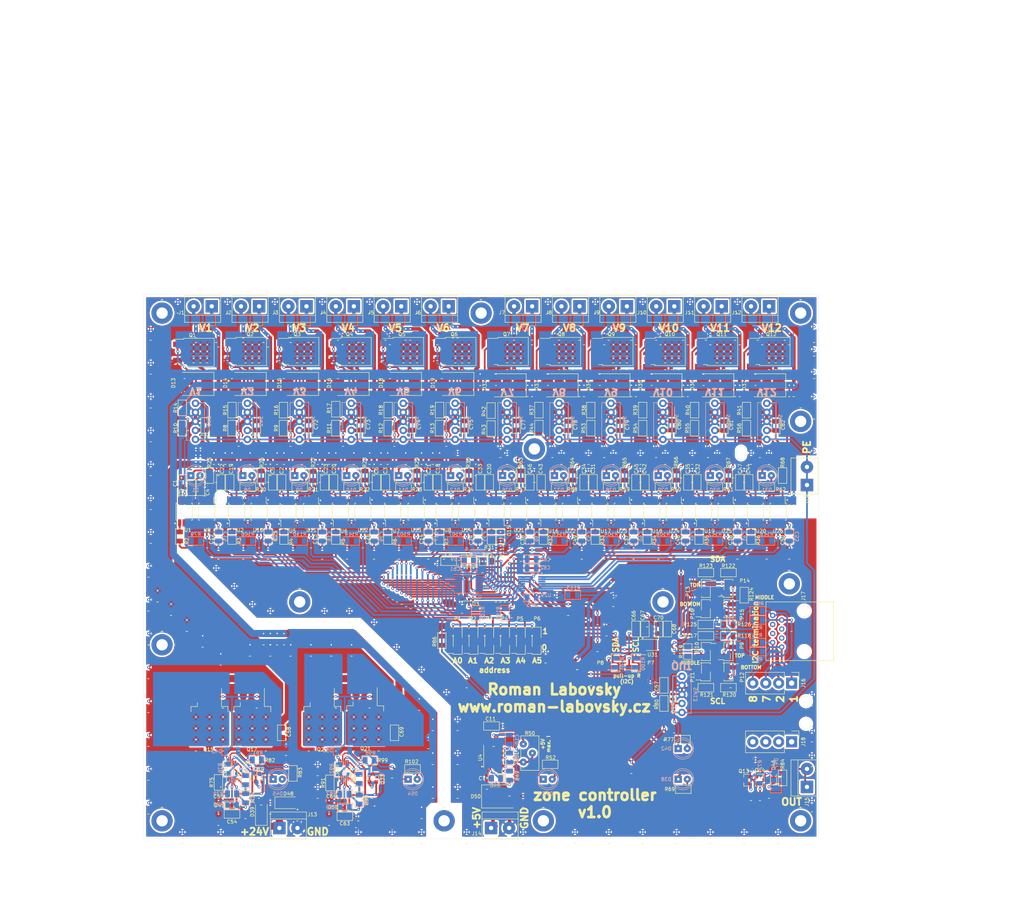
<source format=kicad_pcb>
(kicad_pcb (version 20171130) (host pcbnew "(5.1.6)-1")
  (layers (0 F.Cu signal) (31 B.Cu signal) (34 B.Paste user hide) (35 F.Paste user hide) (36 B.SilkS user) (37 F.SilkS user) (38 B.Mask user hide) (39 F.Mask user hide) (44 Edge.Cuts user))
  (net 0 "")
  (net 1 GND)
  (net 2 "Net-(D1-Pad2)")
  (net 3 "Net-(D8-Pad2)")
  (net 4 "Net-(D9-Pad2)")
  (net 5 "Net-(D10-Pad2)")
  (net 6 "Net-(D11-Pad2)")
  (net 7 "Net-(D12-Pad2)")
  (net 8 "Net-(R16-Pad2)")
  (net 9 "Net-(R34-Pad1)")
  (net 10 +5V)
  (net 11 "Net-(R45-Pad1)")
  (net 12 "Net-(C10-Pad2)")
  (net 13 "Net-(C10-Pad1)")
  (net 14 "Net-(D17-Pad2)")
  (net 15 "Net-(D17-Pad1)")
  (net 16 "Net-(R46-Pad2)")
  (net 17 "Net-(R47-Pad2)")
  (net 18 "Net-(R48-Pad2)")
  (net 19 "Net-(R50-Pad1)")
  (net 20 Earth_Protective)
  (net 21 +24V_A)
  (net 22 +24V_B)
  (net 23 GND_A)
  (net 24 "Net-(C7-Pad1)")
  (net 25 /INPUT_24V)
  (net 26 GND1)
  (net 27 "Net-(C56-Pad1)")
  (net 28 /PUMP_SWITCH)
  (net 29 GND2)
  (net 30 "Net-(C65-Pad1)")
  (net 31 /LED1_24V)
  (net 32 /LED2_24V)
  (net 33 /LED3_24V)
  (net 34 /LED4_24V)
  (net 35 /LED5_24V)
  (net 36 /LED0_24V)
  (net 37 /LED6_24V)
  (net 38 /LED7_24V)
  (net 39 /LED8_24V)
  (net 40 /LED9_24V)
  (net 41 /LED10_24V)
  (net 42 /LED11_24V)
  (net 43 "Net-(D26-Pad2)")
  (net 44 "Net-(D27-Pad2)")
  (net 45 "Net-(D28-Pad2)")
  (net 46 "Net-(D29-Pad2)")
  (net 47 "Net-(D30-Pad2)")
  (net 48 "Net-(D31-Pad2)")
  (net 49 "Net-(D38-Pad1)")
  (net 50 "Net-(D38-Pad2)")
  (net 51 "Net-(D40-Pad2)")
  (net 52 "Net-(D42-Pad2)")
  (net 53 "Net-(D43-Pad1)")
  (net 54 "Net-(D45-Pad1)")
  (net 55 "Net-(D45-Pad2)")
  (net 56 /PUMP_ACTIVE_0)
  (net 57 "Net-(D49-Pad2)")
  (net 58 /DSDA_P)
  (net 59 /DSDA_N)
  (net 60 /DSCL_P)
  (net 61 /DSCL_N)
  (net 62 "Net-(D53-Pad1)")
  (net 63 "Net-(D54-Pad1)")
  (net 64 "Net-(D54-Pad2)")
  (net 65 /DSDA_P_CON)
  (net 66 /DSDA_N_CON)
  (net 67 /DSCL_N_CON)
  (net 68 /DSCL_P_CON)
  (net 69 "Net-(P1-Pad3)")
  (net 70 /A0)
  (net 71 /A1)
  (net 72 /A2)
  (net 73 /A3)
  (net 74 /A4)
  (net 75 /A5)
  (net 76 "Net-(P7-Pad2)")
  (net 77 /SCL)
  (net 78 "Net-(P8-Pad2)")
  (net 79 /SDA)
  (net 80 "Net-(Q1-Pad1)")
  (net 81 "Net-(Q2-Pad1)")
  (net 82 "Net-(Q3-Pad1)")
  (net 83 "Net-(Q4-Pad1)")
  (net 84 "Net-(Q5-Pad1)")
  (net 85 "Net-(Q6-Pad1)")
  (net 86 "Net-(Q7-Pad1)")
  (net 87 "Net-(Q8-Pad1)")
  (net 88 "Net-(Q9-Pad1)")
  (net 89 "Net-(Q10-Pad1)")
  (net 90 "Net-(Q11-Pad1)")
  (net 91 "Net-(Q12-Pad1)")
  (net 92 /AND_OUT_PUMP)
  (net 93 "Net-(Q15-Pad2)")
  (net 94 "Net-(Q15-Pad3)")
  (net 95 "Net-(Q18-Pad3)")
  (net 96 "Net-(Q18-Pad1)")
  (net 97 "Net-(Q20-Pad2)")
  (net 98 "Net-(Q20-Pad3)")
  (net 99 "Net-(Q22-Pad3)")
  (net 100 "Net-(Q22-Pad1)")
  (net 101 /LED0)
  (net 102 "Net-(R2-Pad1)")
  (net 103 /LED1)
  (net 104 "Net-(R3-Pad1)")
  (net 105 /LED2)
  (net 106 "Net-(R4-Pad1)")
  (net 107 /LED3)
  (net 108 "Net-(R5-Pad1)")
  (net 109 /LED4)
  (net 110 "Net-(R6-Pad1)")
  (net 111 /LED5)
  (net 112 "Net-(R7-Pad1)")
  (net 113 "Net-(R15-Pad2)")
  (net 114 "Net-(R10-Pad1)")
  (net 115 "Net-(R11-Pad1)")
  (net 116 "Net-(R12-Pad1)")
  (net 117 "Net-(R13-Pad1)")
  (net 118 "Net-(R25-Pad1)")
  (net 119 "Net-(R26-Pad1)")
  (net 120 "Net-(R27-Pad1)")
  (net 121 "Net-(R28-Pad1)")
  (net 122 "Net-(R29-Pad1)")
  (net 123 "Net-(R30-Pad1)")
  (net 124 /LED6)
  (net 125 "Net-(R31-Pad1)")
  (net 126 /LED7)
  (net 127 "Net-(R32-Pad1)")
  (net 128 /LED8)
  (net 129 "Net-(R33-Pad1)")
  (net 130 /LED9)
  (net 131 /LED10)
  (net 132 "Net-(R35-Pad1)")
  (net 133 /LED11)
  (net 134 "Net-(R36-Pad1)")
  (net 135 "Net-(R37-Pad1)")
  (net 136 "Net-(R38-Pad1)")
  (net 137 "Net-(R39-Pad1)")
  (net 138 "Net-(R40-Pad1)")
  (net 139 "Net-(R41-Pad1)")
  (net 140 "Net-(R42-Pad1)")
  (net 141 "Net-(R50-Pad3)")
  (net 142 "Net-(R63-Pad1)")
  (net 143 "Net-(R64-Pad1)")
  (net 144 "Net-(R65-Pad1)")
  (net 145 "Net-(R66-Pad1)")
  (net 146 "Net-(R67-Pad1)")
  (net 147 "Net-(R68-Pad1)")
  (net 148 "Net-(R70-Pad2)")
  (net 149 "Net-(R73-Pad2)")
  (net 150 "Net-(R78-Pad1)")
  (net 151 "Net-(R81-Pad1)")
  (net 152 "Net-(R87-Pad2)")
  (net 153 "Net-(R89-Pad2)")
  (net 154 "Net-(R93-Pad1)")
  (net 155 "Net-(R102-Pad1)")
  (net 156 /LED0_5V)
  (net 157 /LED1_5V)
  (net 158 /LED2_5V)
  (net 159 /LED3_5V)
  (net 160 /LED4_5V)
  (net 161 /LED5_5V)
  (net 162 /LED6_5V)
  (net 163 /LED7_5V)
  (net 164 /LED8_5V)
  (net 165 /LED9_5V)
  (net 166 /LED10_5V)
  (net 167 /LED11_5V)
  (net 168 /AND_OUT_0_3)
  (net 169 /AND_OUT_4_7)
  (net 170 /AND_OUT_8_11)
  (net 171 "Net-(D46-Pad1)")
  (net 172 "Net-(J15-Pad1)")
  (net 173 "Net-(J17-Pad3)")
  (net 174 "Net-(J17-Pad5)")
  (net 175 "Net-(J17-Pad4)")
  (net 176 "Net-(J17-Pad6)")
  (net 177 "Net-(J18-Pad4)")
  (net 178 "Net-(J18-Pad3)")
  (net 179 "Net-(J18-Pad1)")
  (net 180 "Net-(J18-Pad2)")
  (net 181 "Net-(P9-Pad2)")
  (net 182 "Net-(P10-Pad1)")
  (net 183 "Net-(P11-Pad2)")
  (net 184 "Net-(P12-Pad1)")
  (net 185 "Net-(P13-Pad2)")
  (net 186 "Net-(P14-Pad1)")
  (net 187 "Net-(P15-Pad2)")
  (net 188 "Net-(P16-Pad1)")
  (net 189 "Net-(R117-Pad2)")
  (net 190 "Net-(R120-Pad2)")
  (net 191 "Net-(R122-Pad2)")
  (net 192 "Net-(R125-Pad2)")
  (net 193 "Net-(U3-Pad20)")
  (net 194 "Net-(U3-Pad21)")
  (net 195 "Net-(U3-Pad22)")
  (net 196 "Net-(U3-Pad19)")
  (net 197 "Net-(U4-Pad6)")
  (net 198 "Net-(U4-Pad4)")
  (net 199 "Net-(U4-Pad7)")
  (net 200 "Net-(U4-Pad10)")
  (net 201 "Net-(U4-Pad13)")
  (net 202 "Net-(U28-Pad11)")
  (net 203 "Net-(U28-Pad3)")
  (net 204 "Net-(U29-Pad11)")
  (net 205 "Net-(U29-Pad3)")
  (net 206 "Net-(U31-Pad3)")
  (module via_pad_rl:via_pad_0,4x0,8 (layer F.Cu) (at 107.95 135.89)
    (fp_text reference ~ (at 0 3.175) (layer F.SilkS))
    (fp_text value ~)
    (pad ~ thru_hole circle (at 0 0) (size 0.8 0.8) (drill 0.4) (layers *.Cu *.Mask) (net 23 GND_A))
  )
  (module via_pad_rl:via_pad_0,4x0,8 (layer F.Cu) (at 33.655 74.93)
    (fp_text reference ~ (at 0 3.175) (layer F.SilkS))
    (fp_text value ~)
    (pad ~ thru_hole circle (at 0 0) (size 0.8 0.8) (drill 0.4) (layers *.Cu *.Mask) (net 23 GND_A))
  )
  (module via_pad_rl:via_pad_0,4x0,8 (layer F.Cu) (at 37.465 78.74)
    (fp_text reference ~ (at 0 3.175) (layer F.SilkS))
    (fp_text value ~)
    (pad ~ thru_hole circle (at 0 0) (size 0.8 0.8) (drill 0.4) (layers *.Cu *.Mask) (net 23 GND_A))
  )
  (module via_pad_rl:via_pad_0,4x0,8 (layer F.Cu) (at 46.355 87.63)
    (fp_text reference ~ (at 0 3.175) (layer F.SilkS))
    (fp_text value ~)
    (pad ~ thru_hole circle (at 0 0) (size 0.8 0.8) (drill 0.4) (layers *.Cu *.Mask) (net 23 GND_A))
  )
  (module via_pad_rl:via_pad_0,4x0,8 (layer F.Cu) (at 41.91 83.185)
    (fp_text reference ~ (at 0 3.175) (layer F.SilkS))
    (fp_text value ~)
    (pad ~ thru_hole circle (at 0 0) (size 0.8 0.8) (drill 0.4) (layers *.Cu *.Mask) (net 23 GND_A))
  )
  (module via_pad_rl:via_pad_0,4x0,8 (layer F.Cu) (at 51.435 92.71)
    (fp_text reference ~ (at 0 3.175) (layer F.SilkS))
    (fp_text value ~)
    (pad ~ thru_hole circle (at 0 0) (size 0.8 0.8) (drill 0.4) (layers *.Cu *.Mask) (net 23 GND_A))
  )
  (module via_pad_rl:via_pad_0,4x0,8 (layer F.Cu) (at 59.69 90.17)
    (fp_text reference ~ (at 0 3.175) (layer F.SilkS))
    (fp_text value ~)
    (pad ~ thru_hole circle (at 0 0) (size 0.8 0.8) (drill 0.4) (layers *.Cu *.Mask) (net 23 GND_A))
  )
  (module via_pad_rl:via_pad_0,4x0,8 (layer F.Cu) (at 65.405 90.17)
    (fp_text reference ~ (at 0 3.175) (layer F.SilkS))
    (fp_text value ~)
    (pad ~ thru_hole circle (at 0 0) (size 0.8 0.8) (drill 0.4) (layers *.Cu *.Mask) (net 23 GND_A))
  )
  (module via_pad_rl:via_pad_0,4x0,8 (layer F.Cu) (at 71.12 90.17)
    (fp_text reference ~ (at 0 3.175) (layer F.SilkS))
    (fp_text value ~)
    (pad ~ thru_hole circle (at 0 0) (size 0.8 0.8) (drill 0.4) (layers *.Cu *.Mask) (net 23 GND_A))
  )
  (module mounting_hole_pad_rl:mounting_hole_pad_3.2x6mm (layer F.Cu) (at 34.925 90.17)
    (fp_text reference ~ (at 0 -3.81) (layer F.SilkS) (effects (font (thickness 0.16))))
    (fp_text value mounting_hole_pad_3.2x6mm)
    (pad ~ thru_hole circle (at 0 0) (size 6 6) (drill 3.2) (layers *.Cu *.Mask))
  )
  (module package_tssop_rl:tssop_10 (layer F.Cu) (at 172.72 90.17)
    (fp_text reference U31 (at 0.254 2.794 180) (layer F.SilkS) (effects (font (thickness 0.16))))
    (fp_text value PCA9615)
    (pad 10 smd rect (at 2.54 -1) (size 1.5 0.35) (layers F.Cu F.Paste F.Mask) (net 10 +5V))
    (pad 9 smd rect (at 2.54 -0.5) (size 1.5 0.35) (layers F.Cu F.Paste F.Mask) (net 59 /DSDA_N))
    (pad 8 smd rect (at 2.54 0) (size 1.5 0.35) (layers F.Cu F.Paste F.Mask) (net 58 /DSDA_P))
    (pad 7 smd rect (at 2.54 0.5) (size 1.5 0.35) (layers F.Cu F.Paste F.Mask) (net 60 /DSCL_P))
    (pad 6 smd rect (at 2.54 1) (size 1.5 0.35) (layers F.Cu F.Paste F.Mask) (net 61 /DSCL_N))
    (pad 5 smd rect (at -2.54 1) (size 1.5 0.35) (layers F.Cu F.Paste F.Mask) (net 1 GND))
    (pad 4 smd rect (at -2.54 0.5) (size 1.5 0.35) (layers F.Cu F.Paste F.Mask) (net 77 /SCL))
    (pad 3 smd rect (at -2.54 0) (size 1.5 0.35) (layers F.Cu F.Paste F.Mask) (net 206 "Net-(U31-Pad3)"))
    (pad 1 smd rect (at -2.54 -1) (size 1.5 0.35) (layers F.Cu F.Paste F.Mask) (net 10 +5V))
    (pad 2 smd rect (at -2.54 -0.5) (size 1.5 0.35) (layers F.Cu F.Paste F.Mask) (net 79 /SDA))
  )
  (module mounting_hole_pad_rl:mounting_hole_pad_3.2x6mm (layer F.Cu) (at 214.63 27.305)
    (fp_text reference ~ (at 0 -3.81) (layer F.SilkS) (effects (font (thickness 0.16))))
    (fp_text value mounting_hole_pad_3.2x6mm)
    (pad ~ thru_hole circle (at 0 0) (size 6 6) (drill 3.2) (layers *.Cu *.Mask))
  )
  (module mounting_hole_pad_rl:mounting_hole_pad_3.2x6mm (layer F.Cu) (at 114.3 139.7)
    (fp_text reference ~ (at 0 -3.81) (layer F.SilkS) (effects (font (thickness 0.16))))
    (fp_text value mounting_hole_pad_3.2x6mm)
    (pad ~ thru_hole circle (at 0 0) (size 6 6) (drill 3.2) (layers *.Cu *.Mask))
  )
  (module mounting_hole_pad_rl:mounting_hole_pad_3.2x6mm (layer F.Cu) (at 211.455 73.025)
    (fp_text reference ~ (at 0 -3.81) (layer F.SilkS) (effects (font (thickness 0.16))))
    (fp_text value mounting_hole_pad_3.2x6mm)
    (pad ~ thru_hole circle (at 0 0) (size 6 6) (drill 3.2) (layers *.Cu *.Mask))
  )
  (module via_pad_rl:via_pad_0,4x0,8 (layer F.Cu) (at 184.15 71.755)
    (fp_text reference ~ (at 0 3.175) (layer F.SilkS))
    (fp_text value ~)
    (pad ~ thru_hole circle (at 0 0) (size 0.8 0.8) (drill 0.4) (layers *.Cu *.Mask) (net 1 GND))
  )
  (module via_pad_rl:via_pad_0,4x0,8 (layer F.Cu) (at 184.15 76.835)
    (fp_text reference ~ (at 0 3.175) (layer F.SilkS))
    (fp_text value ~)
    (pad ~ thru_hole circle (at 0 0) (size 0.8 0.8) (drill 0.4) (layers *.Cu *.Mask) (net 1 GND))
  )
  (module via_pad_rl:via_pad_0,4x0,8 (layer F.Cu) (at 160.02 84.455)
    (fp_text reference ~ (at 0 3.175) (layer F.SilkS))
    (fp_text value ~)
    (pad ~ thru_hole circle (at 0 0) (size 0.8 0.8) (drill 0.4) (layers *.Cu *.Mask) (net 1 GND))
  )
  (module via_pad_rl:via_pad_0,4x0,8 (layer F.Cu) (at 171.45 81.915)
    (fp_text reference ~ (at 0 3.175) (layer F.SilkS))
    (fp_text value ~)
    (pad ~ thru_hole circle (at 0 0) (size 0.8 0.8) (drill 0.4) (layers *.Cu *.Mask) (net 28 /PUMP_SWITCH))
  )
  (module via_pad_rl:via_pad_0,4x0,8 (layer F.Cu) (at 173.355 104.14)
    (fp_text reference ~ (at 0 3.175) (layer F.SilkS))
    (fp_text value ~)
    (pad ~ thru_hole circle (at 0 0) (size 0.8 0.8) (drill 0.4) (layers *.Cu *.Mask) (net 28 /PUMP_SWITCH))
  )
  (module via_pad_rl:via_pad_0,4x0,8 (layer F.Cu) (at 180.975 69.85)
    (fp_text reference ~ (at 0 3.175) (layer F.SilkS))
    (fp_text value ~)
    (pad ~ thru_hole circle (at 0 0) (size 0.8 0.8) (drill 0.4) (layers *.Cu *.Mask) (net 10 +5V))
  )
  (module via_pad_rl:via_pad_0,4x0,8 (layer F.Cu) (at 180.975 87.63)
    (fp_text reference ~ (at 0 3.175) (layer F.SilkS))
    (fp_text value ~)
    (pad ~ thru_hole circle (at 0 0) (size 0.8 0.8) (drill 0.4) (layers *.Cu *.Mask) (net 10 +5V))
  )
  (module via_pad_rl:via_pad_0,4x0,8 (layer F.Cu) (at 191.135 83.185)
    (fp_text reference ~ (at 0 3.175) (layer F.SilkS))
    (fp_text value ~)
    (pad ~ thru_hole circle (at 0 0) (size 0.8 0.8) (drill 0.4) (layers *.Cu *.Mask) (net 1 GND))
  )
  (module via_pad_rl:via_pad_0,4x0,8 (layer F.Cu) (at 194.945 99.06)
    (fp_text reference ~ (at 0 3.175) (layer F.SilkS))
    (fp_text value ~)
    (pad ~ thru_hole circle (at 0 0) (size 0.8 0.8) (drill 0.4) (layers *.Cu *.Mask) (net 61 /DSCL_N))
  )
  (module via_pad_rl:via_pad_0,4x0,8 (layer F.Cu) (at 193.04 92.075)
    (fp_text reference ~ (at 0 3.175) (layer F.SilkS))
    (fp_text value ~)
    (pad ~ thru_hole circle (at 0 0) (size 0.8 0.8) (drill 0.4) (layers *.Cu *.Mask) (net 60 /DSCL_P))
  )
  (module via_pad_rl:via_pad_0,4x0,8 (layer F.Cu) (at 193.675 78.74)
    (fp_text reference ~ (at 0 3.175) (layer F.SilkS))
    (fp_text value ~)
    (pad ~ thru_hole circle (at 0 0) (size 0.8 0.8) (drill 0.4) (layers *.Cu *.Mask) (net 59 /DSDA_N))
  )
  (module via_pad_rl:via_pad_0,4x0,8 (layer F.Cu) (at 195.58 74.295)
    (fp_text reference ~ (at 0 3.175) (layer F.SilkS))
    (fp_text value ~)
    (pad ~ thru_hole circle (at 0 0) (size 0.8 0.8) (drill 0.4) (layers *.Cu *.Mask) (net 58 /DSDA_P))
  )
  (module via_pad_rl:via_pad_0,4x0,8 (layer F.Cu) (at 192.405 73.025)
    (fp_text reference ~ (at 0 3.175) (layer F.SilkS))
    (fp_text value ~)
    (pad ~ thru_hole circle (at 0 0) (size 0.8 0.8) (drill 0.4) (layers *.Cu *.Mask) (net 58 /DSDA_P))
  )
  (module via_pad_rl:via_pad_0,4x0,8 (layer F.Cu) (at 186.69 92.075)
    (fp_text reference ~ (at 0 3.175) (layer F.SilkS))
    (fp_text value ~)
    (pad ~ thru_hole circle (at 0 0) (size 0.8 0.8) (drill 0.4) (layers *.Cu *.Mask) (net 60 /DSCL_P))
  )
  (module via_pad_rl:via_pad_0,4x0,8 (layer F.Cu) (at 179.07 91.44)
    (fp_text reference ~ (at 0 3.175) (layer F.SilkS))
    (fp_text value ~)
    (pad ~ thru_hole circle (at 0 0) (size 0.8 0.8) (drill 0.4) (layers *.Cu *.Mask) (net 60 /DSCL_P))
  )
  (module via_pad_rl:via_pad_0,4x0,8 (layer F.Cu) (at 179.07 89.535)
    (fp_text reference ~ (at 0 3.175) (layer F.SilkS))
    (fp_text value ~)
    (pad ~ thru_hole circle (at 0 0) (size 0.8 0.8) (drill 0.4) (layers *.Cu *.Mask) (net 58 /DSDA_P))
  )
  (module via_pad_rl:via_pad_0,4x0,8 (layer F.Cu) (at 155.575 98.425)
    (fp_text reference ~ (at 0 3.175) (layer F.SilkS))
    (fp_text value ~)
    (pad ~ thru_hole circle (at 0 0) (size 0.8 0.8) (drill 0.4) (layers *.Cu *.Mask) (net 10 +5V))
  )
  (module via_pad_rl:via_pad_0,4x0,8 (layer F.Cu) (at 157.48 88.9)
    (fp_text reference ~ (at 0 3.175) (layer F.SilkS))
    (fp_text value ~)
    (pad ~ thru_hole circle (at 0 0) (size 0.8 0.8) (drill 0.4) (layers *.Cu *.Mask) (net 92 /AND_OUT_PUMP))
  )
  (module via_pad_rl:via_pad_0,4x0,8 (layer F.Cu) (at 157.48 81.28)
    (fp_text reference ~ (at 0 3.175) (layer F.SilkS))
    (fp_text value ~)
    (pad ~ thru_hole circle (at 0 0) (size 0.8 0.8) (drill 0.4) (layers *.Cu *.Mask) (net 92 /AND_OUT_PUMP))
  )
  (module connector_smd_pinheader_2.54mm_rl:1x2_pinheader_2.54mm_vertical (layer F.Cu) (at 194.31 97.79 270)
    (fp_text reference P12 (at 1.524 -3.81 90) (layer F.SilkS) (effects (font (thickness 0.16))))
    (fp_text value 1x2_pin_header)
    (pad 2 smd rect (at 1.27 1.375 90) (size 1.25 3) (layers F.Cu F.Paste F.Mask) (net 61 /DSCL_N))
    (pad 1 smd rect (at -1.27 -1.375 90) (size 1.25 3) (layers F.Cu F.Paste F.Mask) (net 184 "Net-(P12-Pad1)"))
  )
  (module resistor_smd_rl:r_1206 (layer F.Cu) (at 194.31 84.455)
    (fp_text reference R126 (at 4.445 0) (layer F.SilkS) (effects (font (thickness 0.16))))
    (fp_text value 210R)
    (pad 2 smd trapezoid (at 1.27 0) (size 1.3 1.8) (layers F.Cu F.Paste F.Mask) (net 1 GND))
    (pad 1 smd trapezoid (at -1.27 0) (size 1.3 1.8) (layers F.Cu F.Paste F.Mask) (net 192 "Net-(R125-Pad2)"))
  )
  (module resistor_smd_rl:r_1206 (layer F.Cu) (at 187.96 84.455)
    (fp_text reference R125 (at -4.445 0) (layer F.SilkS) (effects (font (thickness 0.16))))
    (fp_text value 390R)
    (pad 2 smd trapezoid (at 1.27 0) (size 1.3 1.8) (layers F.Cu F.Paste F.Mask) (net 192 "Net-(R125-Pad2)"))
    (pad 1 smd trapezoid (at -1.27 0) (size 1.3 1.8) (layers F.Cu F.Paste F.Mask) (net 188 "Net-(P16-Pad1)"))
  )
  (module resistor_smd_rl:r_1206 (layer F.Cu) (at 198.755 76.2 270)
    (fp_text reference R124 (at -0.254 -2.032 90) (layer F.SilkS) (effects (font (thickness 0.16))))
    (fp_text value 100R/120R)
    (pad 2 smd trapezoid (at 1.27 0 270) (size 1.3 1.8) (layers F.Cu F.Paste F.Mask) (net 187 "Net-(P15-Pad2)"))
    (pad 1 smd trapezoid (at -1.27 0 270) (size 1.3 1.8) (layers F.Cu F.Paste F.Mask) (net 186 "Net-(P14-Pad1)"))
  )
  (module resistor_smd_rl:r_1206 (layer F.Cu) (at 187.96 69.85 180)
    (fp_text reference R123 (at 0 1.905) (layer F.SilkS) (effects (font (thickness 0.16))))
    (fp_text value 390R)
    (pad 2 smd trapezoid (at 1.27 0 180) (size 1.3 1.8) (layers F.Cu F.Paste F.Mask) (net 185 "Net-(P13-Pad2)"))
    (pad 1 smd trapezoid (at -1.27 0 180) (size 1.3 1.8) (layers F.Cu F.Paste F.Mask) (net 191 "Net-(R122-Pad2)"))
  )
  (module resistor_smd_rl:r_1206 (layer F.Cu) (at 194.31 69.85 180)
    (fp_text reference R122 (at 0 1.905) (layer F.SilkS) (effects (font (thickness 0.16))))
    (fp_text value 210R)
    (pad 2 smd trapezoid (at 1.27 0 180) (size 1.3 1.8) (layers F.Cu F.Paste F.Mask) (net 191 "Net-(R122-Pad2)"))
    (pad 1 smd trapezoid (at -1.27 0 180) (size 1.3 1.8) (layers F.Cu F.Paste F.Mask) (net 10 +5V))
  )
  (module resistor_smd_rl:r_1206 (layer F.Cu) (at 187.96 102.235 180)
    (fp_text reference R121 (at -0.254 -2.032) (layer F.SilkS) (effects (font (thickness 0.16))))
    (fp_text value 210R)
    (pad 2 smd trapezoid (at 1.27 0 180) (size 1.3 1.8) (layers F.Cu F.Paste F.Mask) (net 1 GND))
    (pad 1 smd trapezoid (at -1.27 0 180) (size 1.3 1.8) (layers F.Cu F.Paste F.Mask) (net 190 "Net-(R120-Pad2)"))
  )
  (module resistor_smd_rl:r_1206 (layer F.Cu) (at 194.31 102.235 180)
    (fp_text reference R120 (at -0.254 -2.032) (layer F.SilkS) (effects (font (thickness 0.16))))
    (fp_text value 390R)
    (pad 2 smd trapezoid (at 1.27 0 180) (size 1.3 1.8) (layers F.Cu F.Paste F.Mask) (net 190 "Net-(R120-Pad2)"))
    (pad 1 smd trapezoid (at -1.27 0 180) (size 1.3 1.8) (layers F.Cu F.Paste F.Mask) (net 184 "Net-(P12-Pad1)"))
  )
  (module resistor_smd_rl:r_1206 (layer F.Cu) (at 182.88 92.075 270)
    (fp_text reference R119 (at 0 1.905 90) (layer F.SilkS) (effects (font (thickness 0.16))))
    (fp_text value 100R/120R)
    (pad 2 smd trapezoid (at 1.27 0 270) (size 1.3 1.8) (layers F.Cu F.Paste F.Mask) (net 183 "Net-(P11-Pad2)"))
    (pad 1 smd trapezoid (at -1.27 0 270) (size 1.3 1.8) (layers F.Cu F.Paste F.Mask) (net 182 "Net-(P10-Pad1)"))
  )
  (module resistor_smd_rl:r_1206 (layer F.Cu) (at 194.31 87.63)
    (fp_text reference R118 (at 4.445 0) (layer F.SilkS) (effects (font (thickness 0.16))))
    (fp_text value 390R)
    (pad 2 smd trapezoid (at 1.27 0) (size 1.3 1.8) (layers F.Cu F.Paste F.Mask) (net 181 "Net-(P9-Pad2)"))
    (pad 1 smd trapezoid (at -1.27 0) (size 1.3 1.8) (layers F.Cu F.Paste F.Mask) (net 189 "Net-(R117-Pad2)"))
  )
  (module resistor_smd_rl:r_1206 (layer F.Cu) (at 187.96 87.63)
    (fp_text reference R117 (at -4.445 0) (layer F.SilkS) (effects (font (thickness 0.16))))
    (fp_text value 210R)
    (pad 2 smd trapezoid (at 1.27 0) (size 1.3 1.8) (layers F.Cu F.Paste F.Mask) (net 189 "Net-(R117-Pad2)"))
    (pad 1 smd trapezoid (at -1.27 0) (size 1.3 1.8) (layers F.Cu F.Paste F.Mask) (net 10 +5V))
  )
  (module connector_smd_pinheader_2.54mm_rl:1x2_pinheader_2.54mm_vertical (layer F.Cu) (at 187.96 80.01 90)
    (fp_text reference P16 (at -1.524 -3.81 90) (layer F.SilkS) (effects (font (thickness 0.16))))
    (fp_text value 1x2_pin_header)
    (pad 2 smd rect (at 1.27 1.375 270) (size 1.25 3) (layers F.Cu F.Paste F.Mask) (net 59 /DSDA_N))
    (pad 1 smd rect (at -1.27 -1.375 270) (size 1.25 3) (layers F.Cu F.Paste F.Mask) (net 188 "Net-(P16-Pad1)"))
  )
  (module connector_smd_pinheader_2.54mm_rl:1x2_pinheader_2.54mm_vertical (layer F.Cu) (at 194.31 80.01 270)
    (fp_text reference P15 (at 1.524 -3.81 90) (layer F.SilkS) (effects (font (thickness 0.16))))
    (fp_text value 1x2_pin_header)
    (pad 2 smd rect (at 1.27 1.375 90) (size 1.25 3) (layers F.Cu F.Paste F.Mask) (net 187 "Net-(P15-Pad2)"))
    (pad 1 smd rect (at -1.27 -1.375 90) (size 1.25 3) (layers F.Cu F.Paste F.Mask) (net 59 /DSDA_N))
  )
  (module connector_smd_pinheader_2.54mm_rl:1x2_pinheader_2.54mm_vertical (layer F.Cu) (at 194.31 74.295 90)
    (fp_text reference P14 (at 2.159 4.572 180) (layer F.SilkS) (effects (font (thickness 0.16))))
    (fp_text value 1x2_pin_header)
    (pad 2 smd rect (at 1.27 1.375 270) (size 1.25 3) (layers F.Cu F.Paste F.Mask) (net 58 /DSDA_P))
    (pad 1 smd rect (at -1.27 -1.375 270) (size 1.25 3) (layers F.Cu F.Paste F.Mask) (net 186 "Net-(P14-Pad1)"))
  )
  (module connector_smd_pinheader_2.54mm_rl:1x2_pinheader_2.54mm_vertical (layer F.Cu) (at 187.96 74.295 270)
    (fp_text reference P13 (at 0.889 5.08 90) (layer F.SilkS) (effects (font (thickness 0.16))))
    (fp_text value 1x2_pin_header)
    (pad 2 smd rect (at 1.27 1.375 90) (size 1.25 3) (layers F.Cu F.Paste F.Mask) (net 185 "Net-(P13-Pad2)"))
    (pad 1 smd rect (at -1.27 -1.375 90) (size 1.25 3) (layers F.Cu F.Paste F.Mask) (net 58 /DSDA_P))
  )
  (module connector_smd_pinheader_2.54mm_rl:1x2_pinheader_2.54mm_vertical (layer F.Cu) (at 187.96 97.79 90)
    (fp_text reference P11 (at -1.524 -3.81 90) (layer F.SilkS) (effects (font (thickness 0.16))))
    (fp_text value 1x2_pin_header)
    (pad 2 smd rect (at 1.27 1.375 270) (size 1.25 3) (layers F.Cu F.Paste F.Mask) (net 183 "Net-(P11-Pad2)"))
    (pad 1 smd rect (at -1.27 -1.375 270) (size 1.25 3) (layers F.Cu F.Paste F.Mask) (net 61 /DSCL_N))
  )
  (module connector_smd_pinheader_2.54mm_rl:1x2_pinheader_2.54mm_vertical (layer F.Cu) (at 187.96 92.075 270)
    (fp_text reference P10 (at -1.27 2.54 90) (layer F.SilkS) (effects (font (thickness 0.16))))
    (fp_text value 1x2_pin_header)
    (pad 2 smd rect (at 1.27 1.375 90) (size 1.25 3) (layers F.Cu F.Paste F.Mask) (net 60 /DSCL_P))
    (pad 1 smd rect (at -1.27 -1.375 90) (size 1.25 3) (layers F.Cu F.Paste F.Mask) (net 182 "Net-(P10-Pad1)"))
  )
  (module connector_smd_pinheader_2.54mm_rl:1x2_pinheader_2.54mm_vertical (layer F.Cu) (at 194.31 92.075 90)
    (fp_text reference P9 (at 1.651 3.81 90) (layer F.SilkS) (effects (font (thickness 0.16))))
    (fp_text value 1x2_pin_header)
    (pad 2 smd rect (at 1.27 1.375 270) (size 1.25 3) (layers F.Cu F.Paste F.Mask) (net 181 "Net-(P9-Pad2)"))
    (pad 1 smd rect (at -1.27 -1.375 270) (size 1.25 3) (layers F.Cu F.Paste F.Mask) (net 60 /DSCL_P))
  )
  (module via_pad_rl:via_pad_0.4x0.8 (layer F.Cu) (at 133.604 76.2)
    (fp_text reference ~ (at 0 3.175) (layer F.SilkS))
    (fp_text value ~)
    (pad ~ thru_hole circle (at 0 0) (size 0.8 0.8) (drill 0.4) (layers *.Cu *.Mask) (net 169 /AND_OUT_4_7))
  )
  (module via_pad_rl:via_pad_0.4x0.8 (layer F.Cu) (at 121.285 76.835)
    (fp_text reference ~ (at 0 3.175) (layer F.SilkS))
    (fp_text value ~)
    (pad ~ thru_hole circle (at 0 0) (size 0.8 0.8) (drill 0.4) (layers *.Cu *.Mask) (net 168 /AND_OUT_0_3))
  )
  (module via_pad_rl:via_pad_0.4x0.8 (layer F.Cu) (at 121.285 79.375)
    (fp_text reference ~ (at 0 3.175) (layer F.SilkS))
    (fp_text value ~)
    (pad ~ thru_hole circle (at 0 0) (size 0.8 0.8) (drill 0.4) (layers *.Cu *.Mask) (net 168 /AND_OUT_0_3))
  )
  (module via_pad_rl:via_pad_0.4x0.8 (layer F.Cu) (at 133.35 79.375)
    (fp_text reference ~ (at 0 3.175) (layer F.SilkS))
    (fp_text value ~)
    (pad ~ thru_hole circle (at 0 0) (size 0.8 0.8) (drill 0.4) (layers *.Cu *.Mask) (net 169 /AND_OUT_4_7))
  )
  (module via_pad_rl:via_pad_0,4x0,8 (layer F.Cu) (at 130.175 60.96)
    (fp_text reference ~ (at 0 3.175) (layer F.SilkS))
    (fp_text value ~)
    (pad ~ thru_hole circle (at 0 0) (size 0.8 0.8) (drill 0.4) (layers *.Cu *.Mask) (net 162 /LED6_5V))
  )
  (module via_pad_rl:via_pad_0,4x0,8 (layer F.Cu) (at 130.175 58.42)
    (fp_text reference ~ (at 0 3.175) (layer F.SilkS))
    (fp_text value ~)
    (pad ~ thru_hole circle (at 0 0) (size 0.8 0.8) (drill 0.4) (layers *.Cu *.Mask) (net 10 +5V))
  )
  (module resistor_smd_rl:r_1206 (layer B.Cu) (at 205.105 60.96)
    (fp_text reference R116 (at 0 -1.905) (layer B.SilkS) (effects (font (thickness 0.16)) (justify mirror)))
    (fp_text value "NC (10k)")
    (pad 2 smd trapezoid (at 1.27 0) (size 1.3 1.8) (layers B.Cu B.Paste B.Mask) (net 167 /LED11_5V))
    (pad 1 smd trapezoid (at -1.27 0) (size 1.3 1.8) (layers B.Cu B.Paste B.Mask) (net 10 +5V))
  )
  (module resistor_smd_rl:r_1206 (layer B.Cu) (at 146.685 60.96)
    (fp_text reference R115 (at 0 -1.905) (layer B.SilkS) (effects (font (thickness 0.16)) (justify mirror)))
    (fp_text value "NC (10k)")
    (pad 2 smd trapezoid (at 1.27 0) (size 1.3 1.8) (layers B.Cu B.Paste B.Mask) (net 163 /LED7_5V))
    (pad 1 smd trapezoid (at -1.27 0) (size 1.3 1.8) (layers B.Cu B.Paste B.Mask) (net 10 +5V))
  )
  (module resistor_smd_rl:r_1206 (layer B.Cu) (at 88.265 60.96)
    (fp_text reference R114 (at 0 -1.905) (layer B.SilkS) (effects (font (thickness 0.16)) (justify mirror)))
    (fp_text value "NC (10k)")
    (pad 2 smd trapezoid (at 1.27 0) (size 1.3 1.8) (layers B.Cu B.Paste B.Mask) (net 159 /LED3_5V))
    (pad 1 smd trapezoid (at -1.27 0) (size 1.3 1.8) (layers B.Cu B.Paste B.Mask) (net 10 +5V))
  )
  (module resistor_smd_rl:r_1206 (layer B.Cu) (at 150.495 76.2 180)
    (fp_text reference R113 (at -0.254 2.032) (layer B.SilkS) (effects (font (thickness 0.16)) (justify mirror)))
    (fp_text value "NC (10k)")
    (pad 2 smd trapezoid (at 1.27 0 180) (size 1.3 1.8) (layers B.Cu B.Paste B.Mask) (net 170 /AND_OUT_8_11))
    (pad 1 smd trapezoid (at -1.27 0 180) (size 1.3 1.8) (layers B.Cu B.Paste B.Mask) (net 10 +5V))
  )
  (module resistor_smd_rl:r_1206 (layer B.Cu) (at 190.5 60.96)
    (fp_text reference R112 (at 0 -1.905) (layer B.SilkS) (effects (font (thickness 0.16)) (justify mirror)))
    (fp_text value "NC (10k)")
    (pad 2 smd trapezoid (at 1.27 0) (size 1.3 1.8) (layers B.Cu B.Paste B.Mask) (net 166 /LED10_5V))
    (pad 1 smd trapezoid (at -1.27 0) (size 1.3 1.8) (layers B.Cu B.Paste B.Mask) (net 10 +5V))
  )
  (module resistor_smd_rl:r_1206 (layer F.Cu) (at 130.175 59.69 270)
    (fp_text reference R111 (at 4.064 -0.381 90) (layer F.SilkS) (effects (font (thickness 0.16))))
    (fp_text value "NC (10k)")
    (pad 2 smd trapezoid (at 1.27 0 270) (size 1.3 1.8) (layers F.Cu F.Paste F.Mask) (net 162 /LED6_5V))
    (pad 1 smd trapezoid (at -1.27 0 270) (size 1.3 1.8) (layers F.Cu F.Paste F.Mask) (net 10 +5V))
  )
  (module resistor_smd_rl:r_1206 (layer B.Cu) (at 73.66 60.96)
    (fp_text reference R110 (at 0 -1.905) (layer B.SilkS) (effects (font (thickness 0.16)) (justify mirror)))
    (fp_text value "NC (10k)")
    (pad 2 smd trapezoid (at 1.27 0) (size 1.3 1.8) (layers B.Cu B.Paste B.Mask) (net 158 /LED2_5V))
    (pad 1 smd trapezoid (at -1.27 0) (size 1.3 1.8) (layers B.Cu B.Paste B.Mask) (net 10 +5V))
  )
  (module resistor_smd_rl:r_1206 (layer B.Cu) (at 131.445 81.28 90)
    (fp_text reference R109 (at 0 -1.905 270) (layer B.SilkS) (effects (font (thickness 0.16)) (justify mirror)))
    (fp_text value "NC (10k)")
    (pad 2 smd trapezoid (at 1.27 0 90) (size 1.3 1.8) (layers B.Cu B.Paste B.Mask) (net 169 /AND_OUT_4_7))
    (pad 1 smd trapezoid (at -1.27 0 90) (size 1.3 1.8) (layers B.Cu B.Paste B.Mask) (net 10 +5V))
  )
  (module resistor_smd_rl:r_1206 (layer B.Cu) (at 175.895 60.96)
    (fp_text reference R108 (at 0 -1.905) (layer B.SilkS) (effects (font (thickness 0.16)) (justify mirror)))
    (fp_text value "NC (10k)")
    (pad 2 smd trapezoid (at 1.27 0) (size 1.3 1.8) (layers B.Cu B.Paste B.Mask) (net 165 /LED9_5V))
    (pad 1 smd trapezoid (at -1.27 0) (size 1.3 1.8) (layers B.Cu B.Paste B.Mask) (net 10 +5V))
  )
  (module resistor_smd_rl:r_1206 (layer B.Cu) (at 117.475 60.96)
    (fp_text reference R107 (at 0 -1.905) (layer B.SilkS) (effects (font (thickness 0.16)) (justify mirror)))
    (fp_text value "NC (10k)")
    (pad 2 smd trapezoid (at 1.27 0) (size 1.3 1.8) (layers B.Cu B.Paste B.Mask) (net 161 /LED5_5V))
    (pad 1 smd trapezoid (at -1.27 0) (size 1.3 1.8) (layers B.Cu B.Paste B.Mask) (net 10 +5V))
  )
  (module resistor_smd_rl:r_1206 (layer B.Cu) (at 59.055 60.96)
    (fp_text reference R106 (at 0 -1.905) (layer B.SilkS) (effects (font (thickness 0.16)) (justify mirror)))
    (fp_text value "NC (10k)")
    (pad 2 smd trapezoid (at 1.27 0) (size 1.3 1.8) (layers B.Cu B.Paste B.Mask) (net 157 /LED1_5V))
    (pad 1 smd trapezoid (at -1.27 0) (size 1.3 1.8) (layers B.Cu B.Paste B.Mask) (net 10 +5V))
  )
  (module resistor_smd_rl:r_1206 (layer B.Cu) (at 123.19 81.28 90)
    (fp_text reference R105 (at 0 2.032 90) (layer B.SilkS) (effects (font (thickness 0.16)) (justify mirror)))
    (fp_text value "NC (10k)")
    (pad 2 smd trapezoid (at 1.27 0 90) (size 1.3 1.8) (layers B.Cu B.Paste B.Mask) (net 168 /AND_OUT_0_3))
    (pad 1 smd trapezoid (at -1.27 0 90) (size 1.3 1.8) (layers B.Cu B.Paste B.Mask) (net 10 +5V))
  )
  (module resistor_smd_rl:r_1206 (layer B.Cu) (at 161.29 60.96)
    (fp_text reference R104 (at 0 -1.905) (layer B.SilkS) (effects (font (thickness 0.16)) (justify mirror)))
    (fp_text value "NC (10k)")
    (pad 2 smd trapezoid (at 1.27 0) (size 1.3 1.8) (layers B.Cu B.Paste B.Mask) (net 164 /LED8_5V))
    (pad 1 smd trapezoid (at -1.27 0) (size 1.3 1.8) (layers B.Cu B.Paste B.Mask) (net 10 +5V))
  )
  (module resistor_smd_rl:r_1206 (layer B.Cu) (at 102.87 60.96)
    (fp_text reference R103 (at 0 -1.905) (layer B.SilkS) (effects (font (thickness 0.16)) (justify mirror)))
    (fp_text value "NC (10k)")
    (pad 2 smd trapezoid (at 1.27 0) (size 1.3 1.8) (layers B.Cu B.Paste B.Mask) (net 160 /LED4_5V))
    (pad 1 smd trapezoid (at -1.27 0) (size 1.3 1.8) (layers B.Cu B.Paste B.Mask) (net 10 +5V))
  )
  (module resistor_smd_rl:r_1206 (layer B.Cu) (at 44.45 60.96)
    (fp_text reference R79 (at 0 -1.905) (layer B.SilkS) (effects (font (thickness 0.16)) (justify mirror)))
    (fp_text value "NC (10k)")
    (pad 2 smd trapezoid (at 1.27 0) (size 1.3 1.8) (layers B.Cu B.Paste B.Mask) (net 156 /LED0_5V))
    (pad 1 smd trapezoid (at -1.27 0) (size 1.3 1.8) (layers B.Cu B.Paste B.Mask) (net 10 +5V))
  )
  (module via_pad_rl:via_pad_0,4x0,8 (layer F.Cu) (at 112.395 67.31)
    (fp_text reference ~ (at 0 3.175) (layer F.SilkS))
    (fp_text value ~)
    (pad ~ thru_hole circle (at 0 0) (size 0.8 0.8) (drill 0.4) (layers *.Cu *.Mask) (net 1 GND))
  )
  (module via_pad_rl:via_pad_0,4x0,8 (layer F.Cu) (at 109.855 116.205)
    (fp_text reference ~ (at 0 3.175) (layer F.SilkS))
    (fp_text value ~)
    (pad ~ thru_hole circle (at 0 0) (size 0.8 0.8) (drill 0.4) (layers *.Cu *.Mask) (net 23 GND_A))
  )
  (module via_pad_rl:via_pad_0,4x0,8 (layer F.Cu) (at 200.66 36.195)
    (fp_text reference ~ (at 0 3.175) (layer F.SilkS))
    (fp_text value ~)
    (pad ~ thru_hole circle (at 0 0) (size 0.8 0.8) (drill 0.4) (layers *.Cu *.Mask) (net 23 GND_A))
  )
  (module via_pad_rl:via_pad_0,4x0,8 (layer F.Cu) (at 184.15 36.195)
    (fp_text reference ~ (at 0 3.175) (layer F.SilkS))
    (fp_text value ~)
    (pad ~ thru_hole circle (at 0 0) (size 0.8 0.8) (drill 0.4) (layers *.Cu *.Mask) (net 23 GND_A))
  )
  (module via_pad_rl:via_pad_0,4x0,8 (layer F.Cu) (at 169.545 36.195)
    (fp_text reference ~ (at 0 3.175) (layer F.SilkS))
    (fp_text value ~)
    (pad ~ thru_hole circle (at 0 0) (size 0.8 0.8) (drill 0.4) (layers *.Cu *.Mask) (net 23 GND_A))
  )
  (module via_pad_rl:via_pad_0,4x0,8 (layer F.Cu) (at 154.94 36.195)
    (fp_text reference ~ (at 0 3.175) (layer F.SilkS))
    (fp_text value ~)
    (pad ~ thru_hole circle (at 0 0) (size 0.8 0.8) (drill 0.4) (layers *.Cu *.Mask) (net 23 GND_A))
  )
  (module via_pad_rl:via_pad_0,4x0,8 (layer F.Cu) (at 132.08 36.195)
    (fp_text reference ~ (at 0 3.175) (layer F.SilkS))
    (fp_text value ~)
    (pad ~ thru_hole circle (at 0 0) (size 0.8 0.8) (drill 0.4) (layers *.Cu *.Mask) (net 23 GND_A))
  )
  (module via_pad_rl:via_pad_0,4x0,8 (layer F.Cu) (at 205.74 36.195)
    (fp_text reference ~ (at 0 3.175) (layer F.SilkS))
    (fp_text value ~)
    (pad ~ thru_hole circle (at 0 0) (size 0.8 0.8) (drill 0.4) (layers *.Cu *.Mask) (net 23 GND_A))
  )
  (module via_pad_rl:via_pad_0,4x0,8 (layer F.Cu) (at 191.135 36.195)
    (fp_text reference ~ (at 0 3.175) (layer F.SilkS))
    (fp_text value ~)
    (pad ~ thru_hole circle (at 0 0) (size 0.8 0.8) (drill 0.4) (layers *.Cu *.Mask) (net 23 GND_A))
  )
  (module via_pad_rl:via_pad_0,4x0,8 (layer F.Cu) (at 176.53 36.195)
    (fp_text reference ~ (at 0 3.175) (layer F.SilkS))
    (fp_text value ~)
    (pad ~ thru_hole circle (at 0 0) (size 0.8 0.8) (drill 0.4) (layers *.Cu *.Mask) (net 23 GND_A))
  )
  (module via_pad_rl:via_pad_0,4x0,8 (layer F.Cu) (at 161.925 36.195)
    (fp_text reference ~ (at 0 3.175) (layer F.SilkS))
    (fp_text value ~)
    (pad ~ thru_hole circle (at 0 0) (size 0.8 0.8) (drill 0.4) (layers *.Cu *.Mask) (net 23 GND_A))
  )
  (module via_pad_rl:via_pad_0,4x0,8 (layer F.Cu) (at 147.32 36.195)
    (fp_text reference ~ (at 0 3.175) (layer F.SilkS))
    (fp_text value ~)
    (pad ~ thru_hole circle (at 0 0) (size 0.8 0.8) (drill 0.4) (layers *.Cu *.Mask) (net 23 GND_A))
  )
  (module via_pad_rl:via_pad_0,4x0,8 (layer F.Cu) (at 39.37 -6.35)
    (fp_text reference ~ (at 0 3.175) (layer F.SilkS))
    (fp_text value ~)
    (pad ~ thru_hole circle (at 0 0) (size 0.8 0.8) (drill 0.4) (layers *.Cu *.Mask) (net 23 GND_A))
  )
  (module via_pad_rl:via_pad_0,4x0,8 (layer F.Cu) (at 49.53 36.195)
    (fp_text reference ~ (at 0 3.175) (layer F.SilkS))
    (fp_text value ~)
    (pad ~ thru_hole circle (at 0 0) (size 0.8 0.8) (drill 0.4) (layers *.Cu *.Mask) (net 23 GND_A))
  )
  (module via_pad_rl:via_pad_0,4x0,8 (layer F.Cu) (at 64.135 36.195)
    (fp_text reference ~ (at 0 3.175) (layer F.SilkS))
    (fp_text value ~)
    (pad ~ thru_hole circle (at 0 0) (size 0.8 0.8) (drill 0.4) (layers *.Cu *.Mask) (net 23 GND_A))
  )
  (module via_pad_rl:via_pad_0,4x0,8 (layer F.Cu) (at 78.74 36.195)
    (fp_text reference ~ (at 0 3.175) (layer F.SilkS))
    (fp_text value ~)
    (pad ~ thru_hole circle (at 0 0) (size 0.8 0.8) (drill 0.4) (layers *.Cu *.Mask) (net 23 GND_A))
  )
  (module via_pad_rl:via_pad_0,4x0,8 (layer F.Cu) (at 93.345 36.195)
    (fp_text reference ~ (at 0 3.175) (layer F.SilkS))
    (fp_text value ~)
    (pad ~ thru_hole circle (at 0 0) (size 0.8 0.8) (drill 0.4) (layers *.Cu *.Mask) (net 23 GND_A))
  )
  (module via_pad_rl:via_pad_0,4x0,8 (layer F.Cu) (at 93.98 41.275)
    (fp_text reference ~ (at 0 3.175) (layer F.SilkS))
    (fp_text value ~)
    (pad ~ thru_hole circle (at 0 0) (size 0.8 0.8) (drill 0.4) (layers *.Cu *.Mask) (net 23 GND_A))
  )
  (module via_pad_rl:via_pad_0,4x0,8 (layer F.Cu) (at 107.95 36.195)
    (fp_text reference ~ (at 0 3.175) (layer F.SilkS))
    (fp_text value ~)
    (pad ~ thru_hole circle (at 0 0) (size 0.8 0.8) (drill 0.4) (layers *.Cu *.Mask) (net 23 GND_A))
  )
  (module via_pad_rl:via_pad_0,4x0,8 (layer F.Cu) (at 108.585 41.275)
    (fp_text reference ~ (at 0 3.175) (layer F.SilkS))
    (fp_text value ~)
    (pad ~ thru_hole circle (at 0 0) (size 0.8 0.8) (drill 0.4) (layers *.Cu *.Mask) (net 23 GND_A))
  )
  (module via_pad_rl:via_pad_0,4x0,8 (layer F.Cu) (at 130.175 34.29)
    (fp_text reference ~ (at 0 3.175) (layer F.SilkS))
    (fp_text value ~)
    (pad ~ thru_hole circle (at 0 0) (size 0.8 0.8) (drill 0.4) (layers *.Cu *.Mask) (net 23 GND_A))
  )
  (module via_pad_rl:via_pad_0,4x0,8 (layer F.Cu) (at 209.55 9.525)
    (fp_text reference ~ (at 0 3.175) (layer F.SilkS))
    (fp_text value ~)
    (pad ~ thru_hole circle (at 0 0) (size 0.8 0.8) (drill 0.4) (layers *.Cu *.Mask) (net 42 /LED11_24V))
  )
  (module via_pad_rl:via_pad_0,4x0,8 (layer F.Cu) (at 207.645 9.525)
    (fp_text reference ~ (at 0 3.175) (layer F.SilkS))
    (fp_text value ~)
    (pad ~ thru_hole circle (at 0 0) (size 0.8 0.8) (drill 0.4) (layers *.Cu *.Mask) (net 42 /LED11_24V))
  )
  (module via_pad_rl:via_pad_0,4x0,8 (layer F.Cu) (at 205.74 9.525)
    (fp_text reference ~ (at 0 3.175) (layer F.SilkS))
    (fp_text value ~)
    (pad ~ thru_hole circle (at 0 0) (size 0.8 0.8) (drill 0.4) (layers *.Cu *.Mask) (net 42 /LED11_24V))
  )
  (module via_pad_rl:via_pad_0,4x0,8 (layer F.Cu) (at 205.74 7.62)
    (fp_text reference ~ (at 0 3.175) (layer F.SilkS))
    (fp_text value ~)
    (pad ~ thru_hole circle (at 0 0) (size 0.8 0.8) (drill 0.4) (layers *.Cu *.Mask) (net 42 /LED11_24V))
  )
  (module via_pad_rl:via_pad_0,4x0,8 (layer F.Cu) (at 207.645 7.62)
    (fp_text reference ~ (at 0 3.175) (layer F.SilkS))
    (fp_text value ~)
    (pad ~ thru_hole circle (at 0 0) (size 0.8 0.8) (drill 0.4) (layers *.Cu *.Mask) (net 42 /LED11_24V))
  )
  (module via_pad_rl:via_pad_0,4x0,8 (layer F.Cu) (at 209.55 7.62)
    (fp_text reference ~ (at 0 3.175) (layer F.SilkS))
    (fp_text value ~)
    (pad ~ thru_hole circle (at 0 0) (size 0.8 0.8) (drill 0.4) (layers *.Cu *.Mask) (net 42 /LED11_24V))
  )
  (module via_pad_rl:via_pad_0,4x0,8 (layer F.Cu) (at 209.55 5.715)
    (fp_text reference ~ (at 0 3.175) (layer F.SilkS))
    (fp_text value ~)
    (pad ~ thru_hole circle (at 0 0) (size 0.8 0.8) (drill 0.4) (layers *.Cu *.Mask) (net 42 /LED11_24V))
  )
  (module via_pad_rl:via_pad_0,4x0,8 (layer F.Cu) (at 207.645 5.715)
    (fp_text reference ~ (at 0 3.175) (layer F.SilkS))
    (fp_text value ~)
    (pad ~ thru_hole circle (at 0 0) (size 0.8 0.8) (drill 0.4) (layers *.Cu *.Mask) (net 42 /LED11_24V))
  )
  (module via_pad_rl:via_pad_0,4x0,8 (layer F.Cu) (at 205.74 5.715)
    (fp_text reference ~ (at 0 3.175) (layer F.SilkS))
    (fp_text value ~)
    (pad ~ thru_hole circle (at 0 0) (size 0.8 0.8) (drill 0.4) (layers *.Cu *.Mask) (net 42 /LED11_24V))
  )
  (module via_pad_rl:via_pad_0,4x0,8 (layer F.Cu) (at 191.135 9.525)
    (fp_text reference ~ (at 0 3.175) (layer F.SilkS))
    (fp_text value ~)
    (pad ~ thru_hole circle (at 0 0) (size 0.8 0.8) (drill 0.4) (layers *.Cu *.Mask) (net 41 /LED10_24V))
  )
  (module via_pad_rl:via_pad_0,4x0,8 (layer F.Cu) (at 193.04 9.525)
    (fp_text reference ~ (at 0 3.175) (layer F.SilkS))
    (fp_text value ~)
    (pad ~ thru_hole circle (at 0 0) (size 0.8 0.8) (drill 0.4) (layers *.Cu *.Mask) (net 41 /LED10_24V))
  )
  (module via_pad_rl:via_pad_0,4x0,8 (layer F.Cu) (at 194.945 9.525)
    (fp_text reference ~ (at 0 3.175) (layer F.SilkS))
    (fp_text value ~)
    (pad ~ thru_hole circle (at 0 0) (size 0.8 0.8) (drill 0.4) (layers *.Cu *.Mask) (net 41 /LED10_24V))
  )
  (module via_pad_rl:via_pad_0,4x0,8 (layer F.Cu) (at 194.945 7.62)
    (fp_text reference ~ (at 0 3.175) (layer F.SilkS))
    (fp_text value ~)
    (pad ~ thru_hole circle (at 0 0) (size 0.8 0.8) (drill 0.4) (layers *.Cu *.Mask) (net 41 /LED10_24V))
  )
  (module via_pad_rl:via_pad_0,4x0,8 (layer F.Cu) (at 193.04 7.62)
    (fp_text reference ~ (at 0 3.175) (layer F.SilkS))
    (fp_text value ~)
    (pad ~ thru_hole circle (at 0 0) (size 0.8 0.8) (drill 0.4) (layers *.Cu *.Mask) (net 41 /LED10_24V))
  )
  (module via_pad_rl:via_pad_0,4x0,8 (layer F.Cu) (at 191.135 7.62)
    (fp_text reference ~ (at 0 3.175) (layer F.SilkS))
    (fp_text value ~)
    (pad ~ thru_hole circle (at 0 0) (size 0.8 0.8) (drill 0.4) (layers *.Cu *.Mask) (net 41 /LED10_24V))
  )
  (module via_pad_rl:via_pad_0,4x0,8 (layer F.Cu) (at 194.945 5.715)
    (fp_text reference ~ (at 0 3.175) (layer F.SilkS))
    (fp_text value ~)
    (pad ~ thru_hole circle (at 0 0) (size 0.8 0.8) (drill 0.4) (layers *.Cu *.Mask) (net 41 /LED10_24V))
  )
  (module via_pad_rl:via_pad_0,4x0,8 (layer F.Cu) (at 193.04 5.715)
    (fp_text reference ~ (at 0 3.175) (layer F.SilkS))
    (fp_text value ~)
    (pad ~ thru_hole circle (at 0 0) (size 0.8 0.8) (drill 0.4) (layers *.Cu *.Mask) (net 41 /LED10_24V))
  )
  (module via_pad_rl:via_pad_0,4x0,8 (layer F.Cu) (at 191.135 5.715)
    (fp_text reference ~ (at 0 3.175) (layer F.SilkS))
    (fp_text value ~)
    (pad ~ thru_hole circle (at 0 0) (size 0.8 0.8) (drill 0.4) (layers *.Cu *.Mask) (net 41 /LED10_24V))
  )
  (module via_pad_rl:via_pad_0,4x0,8 (layer F.Cu) (at 180.34 9.525)
    (fp_text reference ~ (at 0 3.175) (layer F.SilkS))
    (fp_text value ~)
    (pad ~ thru_hole circle (at 0 0) (size 0.8 0.8) (drill 0.4) (layers *.Cu *.Mask) (net 40 /LED9_24V))
  )
  (module via_pad_rl:via_pad_0,4x0,8 (layer F.Cu) (at 178.435 9.525)
    (fp_text reference ~ (at 0 3.175) (layer F.SilkS))
    (fp_text value ~)
    (pad ~ thru_hole circle (at 0 0) (size 0.8 0.8) (drill 0.4) (layers *.Cu *.Mask) (net 40 /LED9_24V))
  )
  (module via_pad_rl:via_pad_0,4x0,8 (layer F.Cu) (at 176.53 9.525)
    (fp_text reference ~ (at 0 3.175) (layer F.SilkS))
    (fp_text value ~)
    (pad ~ thru_hole circle (at 0 0) (size 0.8 0.8) (drill 0.4) (layers *.Cu *.Mask) (net 40 /LED9_24V))
  )
  (module via_pad_rl:via_pad_0,4x0,8 (layer F.Cu) (at 176.53 7.62)
    (fp_text reference ~ (at 0 3.175) (layer F.SilkS))
    (fp_text value ~)
    (pad ~ thru_hole circle (at 0 0) (size 0.8 0.8) (drill 0.4) (layers *.Cu *.Mask) (net 40 /LED9_24V))
  )
  (module via_pad_rl:via_pad_0,4x0,8 (layer F.Cu) (at 178.435 7.62)
    (fp_text reference ~ (at 0 3.175) (layer F.SilkS))
    (fp_text value ~)
    (pad ~ thru_hole circle (at 0 0) (size 0.8 0.8) (drill 0.4) (layers *.Cu *.Mask) (net 40 /LED9_24V))
  )
  (module via_pad_rl:via_pad_0,4x0,8 (layer F.Cu) (at 180.34 7.62)
    (fp_text reference ~ (at 0 3.175) (layer F.SilkS))
    (fp_text value ~)
    (pad ~ thru_hole circle (at 0 0) (size 0.8 0.8) (drill 0.4) (layers *.Cu *.Mask) (net 40 /LED9_24V))
  )
  (module via_pad_rl:via_pad_0,4x0,8 (layer F.Cu) (at 180.34 5.715)
    (fp_text reference ~ (at 0 3.175) (layer F.SilkS))
    (fp_text value ~)
    (pad ~ thru_hole circle (at 0 0) (size 0.8 0.8) (drill 0.4) (layers *.Cu *.Mask) (net 40 /LED9_24V))
  )
  (module via_pad_rl:via_pad_0,4x0,8 (layer F.Cu) (at 178.435 5.715)
    (fp_text reference ~ (at 0 3.175) (layer F.SilkS))
    (fp_text value ~)
    (pad ~ thru_hole circle (at 0 0) (size 0.8 0.8) (drill 0.4) (layers *.Cu *.Mask) (net 40 /LED9_24V))
  )
  (module via_pad_rl:via_pad_0,4x0,8 (layer F.Cu) (at 176.53 5.715)
    (fp_text reference ~ (at 0 3.175) (layer F.SilkS))
    (fp_text value ~)
    (pad ~ thru_hole circle (at 0 0) (size 0.8 0.8) (drill 0.4) (layers *.Cu *.Mask) (net 40 /LED9_24V))
  )
  (module via_pad_rl:via_pad_0,4x0,8 (layer F.Cu) (at 165.735 9.525)
    (fp_text reference ~ (at 0 3.175) (layer F.SilkS))
    (fp_text value ~)
    (pad ~ thru_hole circle (at 0 0) (size 0.8 0.8) (drill 0.4) (layers *.Cu *.Mask) (net 39 /LED8_24V))
  )
  (module via_pad_rl:via_pad_0,4x0,8 (layer F.Cu) (at 163.83 9.525)
    (fp_text reference ~ (at 0 3.175) (layer F.SilkS))
    (fp_text value ~)
    (pad ~ thru_hole circle (at 0 0) (size 0.8 0.8) (drill 0.4) (layers *.Cu *.Mask) (net 39 /LED8_24V))
  )
  (module via_pad_rl:via_pad_0,4x0,8 (layer F.Cu) (at 161.925 9.525)
    (fp_text reference ~ (at 0 3.175) (layer F.SilkS))
    (fp_text value ~)
    (pad ~ thru_hole circle (at 0 0) (size 0.8 0.8) (drill 0.4) (layers *.Cu *.Mask) (net 39 /LED8_24V))
  )
  (module via_pad_rl:via_pad_0,4x0,8 (layer F.Cu) (at 161.925 7.62)
    (fp_text reference ~ (at 0 3.175) (layer F.SilkS))
    (fp_text value ~)
    (pad ~ thru_hole circle (at 0 0) (size 0.8 0.8) (drill 0.4) (layers *.Cu *.Mask) (net 39 /LED8_24V))
  )
  (module via_pad_rl:via_pad_0,4x0,8 (layer F.Cu) (at 163.83 7.62)
    (fp_text reference ~ (at 0 3.175) (layer F.SilkS))
    (fp_text value ~)
    (pad ~ thru_hole circle (at 0 0) (size 0.8 0.8) (drill 0.4) (layers *.Cu *.Mask) (net 39 /LED8_24V))
  )
  (module via_pad_rl:via_pad_0,4x0,8 (layer F.Cu) (at 165.735 7.62)
    (fp_text reference ~ (at 0 3.175) (layer F.SilkS))
    (fp_text value ~)
    (pad ~ thru_hole circle (at 0 0) (size 0.8 0.8) (drill 0.4) (layers *.Cu *.Mask) (net 39 /LED8_24V))
  )
  (module via_pad_rl:via_pad_0,4x0,8 (layer F.Cu) (at 165.735 5.715)
    (fp_text reference ~ (at 0 3.175) (layer F.SilkS))
    (fp_text value ~)
    (pad ~ thru_hole circle (at 0 0) (size 0.8 0.8) (drill 0.4) (layers *.Cu *.Mask) (net 39 /LED8_24V))
  )
  (module via_pad_rl:via_pad_0,4x0,8 (layer F.Cu) (at 163.83 5.715)
    (fp_text reference ~ (at 0 3.175) (layer F.SilkS))
    (fp_text value ~)
    (pad ~ thru_hole circle (at 0 0) (size 0.8 0.8) (drill 0.4) (layers *.Cu *.Mask) (net 39 /LED8_24V))
  )
  (module via_pad_rl:via_pad_0,4x0,8 (layer F.Cu) (at 161.925 5.715)
    (fp_text reference ~ (at 0 3.175) (layer F.SilkS))
    (fp_text value ~)
    (pad ~ thru_hole circle (at 0 0) (size 0.8 0.8) (drill 0.4) (layers *.Cu *.Mask) (net 39 /LED8_24V))
  )
  (module via_pad_rl:via_pad_0,4x0,8 (layer F.Cu) (at 146.685 9.525)
    (fp_text reference ~ (at 0 3.175) (layer F.SilkS))
    (fp_text value ~)
    (pad ~ thru_hole circle (at 0 0) (size 0.8 0.8) (drill 0.4) (layers *.Cu *.Mask) (net 38 /LED7_24V))
  )
  (module via_pad_rl:via_pad_0,4x0,8 (layer F.Cu) (at 148.59 9.525)
    (fp_text reference ~ (at 0 3.175) (layer F.SilkS))
    (fp_text value ~)
    (pad ~ thru_hole circle (at 0 0) (size 0.8 0.8) (drill 0.4) (layers *.Cu *.Mask) (net 38 /LED7_24V))
  )
  (module via_pad_rl:via_pad_0,4x0,8 (layer F.Cu) (at 150.495 9.525)
    (fp_text reference ~ (at 0 3.175) (layer F.SilkS))
    (fp_text value ~)
    (pad ~ thru_hole circle (at 0 0) (size 0.8 0.8) (drill 0.4) (layers *.Cu *.Mask) (net 38 /LED7_24V))
  )
  (module via_pad_rl:via_pad_0,4x0,8 (layer F.Cu) (at 150.495 7.62)
    (fp_text reference ~ (at 0 3.175) (layer F.SilkS))
    (fp_text value ~)
    (pad ~ thru_hole circle (at 0 0) (size 0.8 0.8) (drill 0.4) (layers *.Cu *.Mask) (net 38 /LED7_24V))
  )
  (module via_pad_rl:via_pad_0,4x0,8 (layer F.Cu) (at 148.59 7.62)
    (fp_text reference ~ (at 0 3.175) (layer F.SilkS))
    (fp_text value ~)
    (pad ~ thru_hole circle (at 0 0) (size 0.8 0.8) (drill 0.4) (layers *.Cu *.Mask) (net 38 /LED7_24V))
  )
  (module via_pad_rl:via_pad_0,4x0,8 (layer F.Cu) (at 146.685 7.62)
    (fp_text reference ~ (at 0 3.175) (layer F.SilkS))
    (fp_text value ~)
    (pad ~ thru_hole circle (at 0 0) (size 0.8 0.8) (drill 0.4) (layers *.Cu *.Mask) (net 38 /LED7_24V))
  )
  (module via_pad_rl:via_pad_0,4x0,8 (layer F.Cu) (at 150.495 5.715)
    (fp_text reference ~ (at 0 3.175) (layer F.SilkS))
    (fp_text value ~)
    (pad ~ thru_hole circle (at 0 0) (size 0.8 0.8) (drill 0.4) (layers *.Cu *.Mask) (net 38 /LED7_24V))
  )
  (module via_pad_rl:via_pad_0,4x0,8 (layer F.Cu) (at 148.59 5.715)
    (fp_text reference ~ (at 0 3.175) (layer F.SilkS))
    (fp_text value ~)
    (pad ~ thru_hole circle (at 0 0) (size 0.8 0.8) (drill 0.4) (layers *.Cu *.Mask) (net 38 /LED7_24V))
  )
  (module via_pad_rl:via_pad_0,4x0,8 (layer F.Cu) (at 146.685 5.715)
    (fp_text reference ~ (at 0 3.175) (layer F.SilkS))
    (fp_text value ~)
    (pad ~ thru_hole circle (at 0 0) (size 0.8 0.8) (drill 0.4) (layers *.Cu *.Mask) (net 38 /LED7_24V))
  )
  (module via_pad_rl:via_pad_0,4x0,8 (layer F.Cu) (at 135.89 9.525)
    (fp_text reference ~ (at 0 3.175) (layer F.SilkS))
    (fp_text value ~)
    (pad ~ thru_hole circle (at 0 0) (size 0.8 0.8) (drill 0.4) (layers *.Cu *.Mask) (net 37 /LED6_24V))
  )
  (module via_pad_rl:via_pad_0,4x0,8 (layer F.Cu) (at 133.985 9.525)
    (fp_text reference ~ (at 0 3.175) (layer F.SilkS))
    (fp_text value ~)
    (pad ~ thru_hole circle (at 0 0) (size 0.8 0.8) (drill 0.4) (layers *.Cu *.Mask) (net 37 /LED6_24V))
  )
  (module via_pad_rl:via_pad_0,4x0,8 (layer F.Cu) (at 132.08 9.525)
    (fp_text reference ~ (at 0 3.175) (layer F.SilkS))
    (fp_text value ~)
    (pad ~ thru_hole circle (at 0 0) (size 0.8 0.8) (drill 0.4) (layers *.Cu *.Mask) (net 37 /LED6_24V))
  )
  (module via_pad_rl:via_pad_0,4x0,8 (layer F.Cu) (at 132.08 7.62)
    (fp_text reference ~ (at 0 3.175) (layer F.SilkS))
    (fp_text value ~)
    (pad ~ thru_hole circle (at 0 0) (size 0.8 0.8) (drill 0.4) (layers *.Cu *.Mask) (net 37 /LED6_24V))
  )
  (module via_pad_rl:via_pad_0,4x0,8 (layer F.Cu) (at 133.985 7.62)
    (fp_text reference ~ (at 0 3.175) (layer F.SilkS))
    (fp_text value ~)
    (pad ~ thru_hole circle (at 0 0) (size 0.8 0.8) (drill 0.4) (layers *.Cu *.Mask) (net 37 /LED6_24V))
  )
  (module via_pad_rl:via_pad_0,4x0,8 (layer F.Cu) (at 135.89 7.62)
    (fp_text reference ~ (at 0 3.175) (layer F.SilkS))
    (fp_text value ~)
    (pad ~ thru_hole circle (at 0 0) (size 0.8 0.8) (drill 0.4) (layers *.Cu *.Mask) (net 37 /LED6_24V))
  )
  (module via_pad_rl:via_pad_0,4x0,8 (layer F.Cu) (at 135.89 5.715)
    (fp_text reference ~ (at 0 3.175) (layer F.SilkS))
    (fp_text value ~)
    (pad ~ thru_hole circle (at 0 0) (size 0.8 0.8) (drill 0.4) (layers *.Cu *.Mask) (net 37 /LED6_24V))
  )
  (module via_pad_rl:via_pad_0,4x0,8 (layer F.Cu) (at 133.985 5.715)
    (fp_text reference ~ (at 0 3.175) (layer F.SilkS))
    (fp_text value ~)
    (pad ~ thru_hole circle (at 0 0) (size 0.8 0.8) (drill 0.4) (layers *.Cu *.Mask) (net 37 /LED6_24V))
  )
  (module via_pad_rl:via_pad_0,4x0,8 (layer F.Cu) (at 132.08 5.715)
    (fp_text reference ~ (at 0 3.175) (layer F.SilkS))
    (fp_text value ~)
    (pad ~ thru_hole circle (at 0 0) (size 0.8 0.8) (drill 0.4) (layers *.Cu *.Mask) (net 37 /LED6_24V))
  )
  (module via_pad_rl:via_pad_0,4x0,8 (layer F.Cu) (at 121.285 9.525)
    (fp_text reference ~ (at 0 3.175) (layer F.SilkS))
    (fp_text value ~)
    (pad ~ thru_hole circle (at 0 0) (size 0.8 0.8) (drill 0.4) (layers *.Cu *.Mask) (net 35 /LED5_24V))
  )
  (module via_pad_rl:via_pad_0,4x0,8 (layer F.Cu) (at 119.38 9.525)
    (fp_text reference ~ (at 0 3.175) (layer F.SilkS))
    (fp_text value ~)
    (pad ~ thru_hole circle (at 0 0) (size 0.8 0.8) (drill 0.4) (layers *.Cu *.Mask) (net 35 /LED5_24V))
  )
  (module via_pad_rl:via_pad_0,4x0,8 (layer F.Cu) (at 117.475 9.525)
    (fp_text reference ~ (at 0 3.175) (layer F.SilkS))
    (fp_text value ~)
    (pad ~ thru_hole circle (at 0 0) (size 0.8 0.8) (drill 0.4) (layers *.Cu *.Mask) (net 35 /LED5_24V))
  )
  (module via_pad_rl:via_pad_0,4x0,8 (layer F.Cu) (at 117.475 7.62)
    (fp_text reference ~ (at 0 3.175) (layer F.SilkS))
    (fp_text value ~)
    (pad ~ thru_hole circle (at 0 0) (size 0.8 0.8) (drill 0.4) (layers *.Cu *.Mask) (net 35 /LED5_24V))
  )
  (module via_pad_rl:via_pad_0,4x0,8 (layer F.Cu) (at 119.38 7.62)
    (fp_text reference ~ (at 0 3.175) (layer F.SilkS))
    (fp_text value ~)
    (pad ~ thru_hole circle (at 0 0) (size 0.8 0.8) (drill 0.4) (layers *.Cu *.Mask) (net 35 /LED5_24V))
  )
  (module via_pad_rl:via_pad_0,4x0,8 (layer F.Cu) (at 121.285 7.62)
    (fp_text reference ~ (at 0 3.175) (layer F.SilkS))
    (fp_text value ~)
    (pad ~ thru_hole circle (at 0 0) (size 0.8 0.8) (drill 0.4) (layers *.Cu *.Mask) (net 35 /LED5_24V))
  )
  (module via_pad_rl:via_pad_0,4x0,8 (layer F.Cu) (at 121.285 5.715)
    (fp_text reference ~ (at 0 3.175) (layer F.SilkS))
    (fp_text value ~)
    (pad ~ thru_hole circle (at 0 0) (size 0.8 0.8) (drill 0.4) (layers *.Cu *.Mask) (net 35 /LED5_24V))
  )
  (module via_pad_rl:via_pad_0,4x0,8 (layer F.Cu) (at 119.38 5.715)
    (fp_text reference ~ (at 0 3.175) (layer F.SilkS))
    (fp_text value ~)
    (pad ~ thru_hole circle (at 0 0) (size 0.8 0.8) (drill 0.4) (layers *.Cu *.Mask) (net 35 /LED5_24V))
  )
  (module via_pad_rl:via_pad_0,4x0,8 (layer F.Cu) (at 117.475 5.715)
    (fp_text reference ~ (at 0 3.175) (layer F.SilkS))
    (fp_text value ~)
    (pad ~ thru_hole circle (at 0 0) (size 0.8 0.8) (drill 0.4) (layers *.Cu *.Mask) (net 35 /LED5_24V))
  )
  (module via_pad_rl:via_pad_0,4x0,8 (layer F.Cu) (at 106.68 9.525)
    (fp_text reference ~ (at 0 3.175) (layer F.SilkS))
    (fp_text value ~)
    (pad ~ thru_hole circle (at 0 0) (size 0.8 0.8) (drill 0.4) (layers *.Cu *.Mask) (net 34 /LED4_24V))
  )
  (module via_pad_rl:via_pad_0,4x0,8 (layer F.Cu) (at 104.775 9.525)
    (fp_text reference ~ (at 0 3.175) (layer F.SilkS))
    (fp_text value ~)
    (pad ~ thru_hole circle (at 0 0) (size 0.8 0.8) (drill 0.4) (layers *.Cu *.Mask) (net 34 /LED4_24V))
  )
  (module via_pad_rl:via_pad_0,4x0,8 (layer F.Cu) (at 102.87 9.525)
    (fp_text reference ~ (at 0 3.175) (layer F.SilkS))
    (fp_text value ~)
    (pad ~ thru_hole circle (at 0 0) (size 0.8 0.8) (drill 0.4) (layers *.Cu *.Mask) (net 34 /LED4_24V))
  )
  (module via_pad_rl:via_pad_0,4x0,8 (layer F.Cu) (at 106.68 7.62)
    (fp_text reference ~ (at 0 3.175) (layer F.SilkS))
    (fp_text value ~)
    (pad ~ thru_hole circle (at 0 0) (size 0.8 0.8) (drill 0.4) (layers *.Cu *.Mask) (net 34 /LED4_24V))
  )
  (module via_pad_rl:via_pad_0,4x0,8 (layer F.Cu) (at 104.775 7.62)
    (fp_text reference ~ (at 0 3.175) (layer F.SilkS))
    (fp_text value ~)
    (pad ~ thru_hole circle (at 0 0) (size 0.8 0.8) (drill 0.4) (layers *.Cu *.Mask) (net 34 /LED4_24V))
  )
  (module via_pad_rl:via_pad_0,4x0,8 (layer F.Cu) (at 102.87 7.62)
    (fp_text reference ~ (at 0 3.175) (layer F.SilkS))
    (fp_text value ~)
    (pad ~ thru_hole circle (at 0 0) (size 0.8 0.8) (drill 0.4) (layers *.Cu *.Mask) (net 34 /LED4_24V))
  )
  (module via_pad_rl:via_pad_0,4x0,8 (layer F.Cu) (at 106.68 5.715)
    (fp_text reference ~ (at 0 3.175) (layer F.SilkS))
    (fp_text value ~)
    (pad ~ thru_hole circle (at 0 0) (size 0.8 0.8) (drill 0.4) (layers *.Cu *.Mask) (net 34 /LED4_24V))
  )
  (module via_pad_rl:via_pad_0,4x0,8 (layer F.Cu) (at 104.775 5.715)
    (fp_text reference ~ (at 0 3.175) (layer F.SilkS))
    (fp_text value ~)
    (pad ~ thru_hole circle (at 0 0) (size 0.8 0.8) (drill 0.4) (layers *.Cu *.Mask) (net 34 /LED4_24V))
  )
  (module via_pad_rl:via_pad_0,4x0,8 (layer F.Cu) (at 102.87 5.715)
    (fp_text reference ~ (at 0 3.175) (layer F.SilkS))
    (fp_text value ~)
    (pad ~ thru_hole circle (at 0 0) (size 0.8 0.8) (drill 0.4) (layers *.Cu *.Mask) (net 34 /LED4_24V))
  )
  (module via_pad_rl:via_pad_0,4x0,8 (layer F.Cu) (at 91.44 9.525)
    (fp_text reference ~ (at 0 3.175) (layer F.SilkS))
    (fp_text value ~)
    (pad ~ thru_hole circle (at 0 0) (size 0.8 0.8) (drill 0.4) (layers *.Cu *.Mask) (net 33 /LED3_24V))
  )
  (module via_pad_rl:via_pad_0,4x0,8 (layer F.Cu) (at 89.535 9.525)
    (fp_text reference ~ (at 0 3.175) (layer F.SilkS))
    (fp_text value ~)
    (pad ~ thru_hole circle (at 0 0) (size 0.8 0.8) (drill 0.4) (layers *.Cu *.Mask) (net 33 /LED3_24V))
  )
  (module via_pad_rl:via_pad_0,4x0,8 (layer F.Cu) (at 87.63 9.525)
    (fp_text reference ~ (at 0 3.175) (layer F.SilkS))
    (fp_text value ~)
    (pad ~ thru_hole circle (at 0 0) (size 0.8 0.8) (drill 0.4) (layers *.Cu *.Mask) (net 33 /LED3_24V))
  )
  (module via_pad_rl:via_pad_0,4x0,8 (layer F.Cu) (at 87.63 7.62)
    (fp_text reference ~ (at 0 3.175) (layer F.SilkS))
    (fp_text value ~)
    (pad ~ thru_hole circle (at 0 0) (size 0.8 0.8) (drill 0.4) (layers *.Cu *.Mask) (net 33 /LED3_24V))
  )
  (module via_pad_rl:via_pad_0,4x0,8 (layer F.Cu) (at 89.535 7.62)
    (fp_text reference ~ (at 0 3.175) (layer F.SilkS))
    (fp_text value ~)
    (pad ~ thru_hole circle (at 0 0) (size 0.8 0.8) (drill 0.4) (layers *.Cu *.Mask) (net 33 /LED3_24V))
  )
  (module via_pad_rl:via_pad_0,4x0,8 (layer F.Cu) (at 91.44 7.62)
    (fp_text reference ~ (at 0 3.175) (layer F.SilkS))
    (fp_text value ~)
    (pad ~ thru_hole circle (at 0 0) (size 0.8 0.8) (drill 0.4) (layers *.Cu *.Mask) (net 33 /LED3_24V))
  )
  (module via_pad_rl:via_pad_0,4x0,8 (layer F.Cu) (at 91.44 5.715)
    (fp_text reference ~ (at 0 3.175) (layer F.SilkS))
    (fp_text value ~)
    (pad ~ thru_hole circle (at 0 0) (size 0.8 0.8) (drill 0.4) (layers *.Cu *.Mask) (net 33 /LED3_24V))
  )
  (module via_pad_rl:via_pad_0,4x0,8 (layer F.Cu) (at 89.535 5.715)
    (fp_text reference ~ (at 0 3.175) (layer F.SilkS))
    (fp_text value ~)
    (pad ~ thru_hole circle (at 0 0) (size 0.8 0.8) (drill 0.4) (layers *.Cu *.Mask) (net 33 /LED3_24V))
  )
  (module via_pad_rl:via_pad_0,4x0,8 (layer F.Cu) (at 87.63 5.715)
    (fp_text reference ~ (at 0 3.175) (layer F.SilkS))
    (fp_text value ~)
    (pad ~ thru_hole circle (at 0 0) (size 0.8 0.8) (drill 0.4) (layers *.Cu *.Mask) (net 33 /LED3_24V))
  )
  (module via_pad_rl:via_pad_0,4x0,8 (layer F.Cu) (at 73.025 9.525)
    (fp_text reference ~ (at 0 3.175) (layer F.SilkS))
    (fp_text value ~)
    (pad ~ thru_hole circle (at 0 0) (size 0.8 0.8) (drill 0.4) (layers *.Cu *.Mask) (net 32 /LED2_24V))
  )
  (module via_pad_rl:via_pad_0,4x0,8 (layer F.Cu) (at 74.93 9.525)
    (fp_text reference ~ (at 0 3.175) (layer F.SilkS))
    (fp_text value ~)
    (pad ~ thru_hole circle (at 0 0) (size 0.8 0.8) (drill 0.4) (layers *.Cu *.Mask) (net 32 /LED2_24V))
  )
  (module via_pad_rl:via_pad_0,4x0,8 (layer F.Cu) (at 76.835 9.525)
    (fp_text reference ~ (at 0 3.175) (layer F.SilkS))
    (fp_text value ~)
    (pad ~ thru_hole circle (at 0 0) (size 0.8 0.8) (drill 0.4) (layers *.Cu *.Mask) (net 32 /LED2_24V))
  )
  (module via_pad_rl:via_pad_0,4x0,8 (layer F.Cu) (at 76.835 7.62)
    (fp_text reference ~ (at 0 3.175) (layer F.SilkS))
    (fp_text value ~)
    (pad ~ thru_hole circle (at 0 0) (size 0.8 0.8) (drill 0.4) (layers *.Cu *.Mask) (net 32 /LED2_24V))
  )
  (module via_pad_rl:via_pad_0,4x0,8 (layer F.Cu) (at 74.93 7.62)
    (fp_text reference ~ (at 0 3.175) (layer F.SilkS))
    (fp_text value ~)
    (pad ~ thru_hole circle (at 0 0) (size 0.8 0.8) (drill 0.4) (layers *.Cu *.Mask) (net 32 /LED2_24V))
  )
  (module via_pad_rl:via_pad_0,4x0,8 (layer F.Cu) (at 72.957 7.62)
    (fp_text reference ~ (at 0 3.175) (layer F.SilkS))
    (fp_text value ~)
    (pad ~ thru_hole circle (at 0 0) (size 0.8 0.8) (drill 0.4) (layers *.Cu *.Mask) (net 32 /LED2_24V))
  )
  (module via_pad_rl:via_pad_0,4x0,8 (layer F.Cu) (at 76.835 5.715)
    (fp_text reference ~ (at 0 3.175) (layer F.SilkS))
    (fp_text value ~)
    (pad ~ thru_hole circle (at 0 0) (size 0.8 0.8) (drill 0.4) (layers *.Cu *.Mask) (net 32 /LED2_24V))
  )
  (module via_pad_rl:via_pad_0,4x0,8 (layer F.Cu) (at 74.93 5.715)
    (fp_text reference ~ (at 0 3.175) (layer F.SilkS))
    (fp_text value ~)
    (pad ~ thru_hole circle (at 0 0) (size 0.8 0.8) (drill 0.4) (layers *.Cu *.Mask) (net 32 /LED2_24V))
  )
  (module via_pad_rl:via_pad_0,4x0,8 (layer F.Cu) (at 73.025 5.715)
    (fp_text reference ~ (at 0 3.175) (layer F.SilkS))
    (fp_text value ~)
    (pad ~ thru_hole circle (at 0 0) (size 0.8 0.8) (drill 0.4) (layers *.Cu *.Mask) (net 32 /LED2_24V))
  )
  (module via_pad_rl:via_pad_0,4x0,8 (layer F.Cu) (at 58.42 9.525)
    (fp_text reference ~ (at 0 3.175) (layer F.SilkS))
    (fp_text value ~)
    (pad ~ thru_hole circle (at 0 0) (size 0.8 0.8) (drill 0.4) (layers *.Cu *.Mask) (net 31 /LED1_24V))
  )
  (module via_pad_rl:via_pad_0,4x0,8 (layer F.Cu) (at 58.42 7.62)
    (fp_text reference ~ (at 0 3.175) (layer F.SilkS))
    (fp_text value ~)
    (pad ~ thru_hole circle (at 0 0) (size 0.8 0.8) (drill 0.4) (layers *.Cu *.Mask) (net 31 /LED1_24V))
  )
  (module via_pad_rl:via_pad_0,4x0,8 (layer F.Cu) (at 60.325 7.62)
    (fp_text reference ~ (at 0 3.175) (layer F.SilkS))
    (fp_text value ~)
    (pad ~ thru_hole circle (at 0 0) (size 0.8 0.8) (drill 0.4) (layers *.Cu *.Mask) (net 31 /LED1_24V))
  )
  (module via_pad_rl:via_pad_0,4x0,8 (layer F.Cu) (at 60.325 9.525)
    (fp_text reference ~ (at 0 3.175) (layer F.SilkS))
    (fp_text value ~)
    (pad ~ thru_hole circle (at 0 0) (size 0.8 0.8) (drill 0.4) (layers *.Cu *.Mask) (net 31 /LED1_24V))
  )
  (module via_pad_rl:via_pad_0,4x0,8 (layer F.Cu) (at 62.23 9.525)
    (fp_text reference ~ (at 0 3.175) (layer F.SilkS))
    (fp_text value ~)
    (pad ~ thru_hole circle (at 0 0) (size 0.8 0.8) (drill 0.4) (layers *.Cu *.Mask) (net 31 /LED1_24V))
  )
  (module via_pad_rl:via_pad_0,4x0,8 (layer F.Cu) (at 62.23 7.62)
    (fp_text reference ~ (at 0 3.175) (layer F.SilkS))
    (fp_text value ~)
    (pad ~ thru_hole circle (at 0 0) (size 0.8 0.8) (drill 0.4) (layers *.Cu *.Mask) (net 31 /LED1_24V))
  )
  (module via_pad_rl:via_pad_0,4x0,8 (layer F.Cu) (at 62.23 5.715)
    (fp_text reference ~ (at 0 3.175) (layer F.SilkS))
    (fp_text value ~)
    (pad ~ thru_hole circle (at 0 0) (size 0.8 0.8) (drill 0.4) (layers *.Cu *.Mask) (net 31 /LED1_24V))
  )
  (module via_pad_rl:via_pad_0,4x0,8 (layer F.Cu) (at 60.325 5.715)
    (fp_text reference ~ (at 0 3.175) (layer F.SilkS))
    (fp_text value ~)
    (pad ~ thru_hole circle (at 0 0) (size 0.8 0.8) (drill 0.4) (layers *.Cu *.Mask) (net 31 /LED1_24V))
  )
  (module via_pad_rl:via_pad_0,4x0,8 (layer F.Cu) (at 58.42 5.715)
    (fp_text reference ~ (at 0 3.175) (layer F.SilkS))
    (fp_text value ~)
    (pad ~ thru_hole circle (at 0 0) (size 0.8 0.8) (drill 0.4) (layers *.Cu *.Mask) (net 31 /LED1_24V))
  )
  (module via_pad_rl:via_pad_0,4x0,8 (layer F.Cu) (at 45.72 9.525)
    (fp_text reference ~ (at 0 3.175) (layer F.SilkS))
    (fp_text value ~)
    (pad ~ thru_hole circle (at 0 0) (size 0.8 0.8) (drill 0.4) (layers *.Cu *.Mask) (net 36 /LED0_24V))
  )
  (module via_pad_rl:via_pad_0,4x0,8 (layer F.Cu) (at 45.72 5.715)
    (fp_text reference ~ (at 0 3.175) (layer F.SilkS))
    (fp_text value ~)
    (pad ~ thru_hole circle (at 0 0) (size 0.8 0.8) (drill 0.4) (layers *.Cu *.Mask) (net 36 /LED0_24V))
  )
  (module via_pad_rl:via_pad_0,4x0,8 (layer F.Cu) (at 45.72 7.62)
    (fp_text reference ~ (at 0 3.175) (layer F.SilkS))
    (fp_text value ~)
    (pad ~ thru_hole circle (at 0 0) (size 0.8 0.8) (drill 0.4) (layers *.Cu *.Mask) (net 36 /LED0_24V))
  )
  (module via_pad_rl:via_pad_0,4x0,8 (layer F.Cu) (at 47.625 7.62)
    (fp_text reference ~ (at 0 3.175) (layer F.SilkS))
    (fp_text value ~)
    (pad ~ thru_hole circle (at 0 0) (size 0.8 0.8) (drill 0.4) (layers *.Cu *.Mask) (net 36 /LED0_24V))
  )
  (module via_pad_rl:via_pad_0,4x0,8 (layer F.Cu) (at 47.625 9.525)
    (fp_text reference ~ (at 0 3.175) (layer F.SilkS))
    (fp_text value ~)
    (pad ~ thru_hole circle (at 0 0) (size 0.8 0.8) (drill 0.4) (layers *.Cu *.Mask) (net 36 /LED0_24V))
  )
  (module via_pad_rl:via_pad_0,4x0,8 (layer F.Cu) (at 43.815 9.525)
    (fp_text reference ~ (at 0 3.175) (layer F.SilkS))
    (fp_text value ~)
    (pad ~ thru_hole circle (at 0 0) (size 0.8 0.8) (drill 0.4) (layers *.Cu *.Mask) (net 36 /LED0_24V))
  )
  (module via_pad_rl:via_pad_0,4x0,8 (layer F.Cu) (at 43.815 7.62)
    (fp_text reference ~ (at 0 3.175) (layer F.SilkS))
    (fp_text value ~)
    (pad ~ thru_hole circle (at 0 0) (size 0.8 0.8) (drill 0.4) (layers *.Cu *.Mask) (net 36 /LED0_24V))
  )
  (module via_pad_rl:via_pad_0,4x0,8 (layer F.Cu) (at 47.625 5.715)
    (fp_text reference ~ (at 0 3.175) (layer F.SilkS))
    (fp_text value ~)
    (pad ~ thru_hole circle (at 0 0) (size 0.8 0.8) (drill 0.4) (layers *.Cu *.Mask) (net 36 /LED0_24V))
  )
  (module via_pad_rl:via_pad_0,4x0,8 (layer F.Cu) (at 43.815 5.715)
    (fp_text reference ~ (at 0 3.175) (layer F.SilkS))
    (fp_text value ~)
    (pad ~ thru_hole circle (at 0 0) (size 0.8 0.8) (drill 0.4) (layers *.Cu *.Mask) (net 36 /LED0_24V))
  )
  (module via_pad_rl:via_pad_0,4x0,8 (layer F.Cu) (at 44.45 116.84)
    (fp_text reference ~ (at 0 3.175) (layer F.SilkS))
    (fp_text value ~)
    (pad ~ thru_hole circle (at 0 0) (size 0.8 0.8) (drill 0.4) (layers *.Cu *.Mask) (net 94 "Net-(Q15-Pad3)"))
  )
  (module via_pad_rl:via_pad_0,4x0,8 (layer F.Cu) (at 48.26 116.84)
    (fp_text reference ~ (at 0 3.175) (layer F.SilkS))
    (fp_text value ~)
    (pad ~ thru_hole circle (at 0 0) (size 0.8 0.8) (drill 0.4) (layers *.Cu *.Mask) (net 94 "Net-(Q15-Pad3)"))
  )
  (module via_pad_rl:via_pad_0,4x0,8 (layer F.Cu) (at 52.07 116.84)
    (fp_text reference ~ (at 0 3.175) (layer F.SilkS))
    (fp_text value ~)
    (pad ~ thru_hole circle (at 0 0) (size 0.8 0.8) (drill 0.4) (layers *.Cu *.Mask) (net 94 "Net-(Q15-Pad3)"))
  )
  (module via_pad_rl:via_pad_0,4x0,8 (layer F.Cu) (at 52.07 113.665)
    (fp_text reference ~ (at 0 3.175) (layer F.SilkS))
    (fp_text value ~)
    (pad ~ thru_hole circle (at 0 0) (size 0.8 0.8) (drill 0.4) (layers *.Cu *.Mask) (net 94 "Net-(Q15-Pad3)"))
  )
  (module via_pad_rl:via_pad_0,4x0,8 (layer F.Cu) (at 48.26 113.665)
    (fp_text reference ~ (at 0 3.175) (layer F.SilkS))
    (fp_text value ~)
    (pad ~ thru_hole circle (at 0 0) (size 0.8 0.8) (drill 0.4) (layers *.Cu *.Mask) (net 94 "Net-(Q15-Pad3)"))
  )
  (module via_pad_rl:via_pad_0,4x0,8 (layer F.Cu) (at 44.45 113.665)
    (fp_text reference ~ (at 0 3.175) (layer F.SilkS))
    (fp_text value ~)
    (pad ~ thru_hole circle (at 0 0) (size 0.8 0.8) (drill 0.4) (layers *.Cu *.Mask) (net 94 "Net-(Q15-Pad3)"))
  )
  (module via_pad_rl:via_pad_0,4x0,8 (layer F.Cu) (at 44.45 110.49)
    (fp_text reference ~ (at 0 3.175) (layer F.SilkS))
    (fp_text value ~)
    (pad ~ thru_hole circle (at 0 0) (size 0.8 0.8) (drill 0.4) (layers *.Cu *.Mask) (net 94 "Net-(Q15-Pad3)"))
  )
  (module via_pad_rl:via_pad_0,4x0,8 (layer F.Cu) (at 48.26 110.49)
    (fp_text reference ~ (at 0 3.175) (layer F.SilkS))
    (fp_text value ~)
    (pad ~ thru_hole circle (at 0 0) (size 0.8 0.8) (drill 0.4) (layers *.Cu *.Mask) (net 94 "Net-(Q15-Pad3)"))
  )
  (module via_pad_rl:via_pad_0,4x0,8 (layer F.Cu) (at 52.07 110.49)
    (fp_text reference ~ (at 0 3.175) (layer F.SilkS))
    (fp_text value ~)
    (pad ~ thru_hole circle (at 0 0) (size 0.8 0.8) (drill 0.4) (layers *.Cu *.Mask) (net 94 "Net-(Q15-Pad3)"))
  )
  (module via_pad_rl:via_pad_0,4x0,8 (layer F.Cu) (at 60.325 113.665)
    (fp_text reference ~ (at 0 3.175) (layer F.SilkS))
    (fp_text value ~)
    (pad ~ thru_hole circle (at 0 0) (size 0.8 0.8) (drill 0.4) (layers *.Cu *.Mask) (net 21 +24V_A))
  )
  (module via_pad_rl:via_pad_0,4x0,8 (layer F.Cu) (at 56.515 113.665)
    (fp_text reference ~ (at 0 3.175) (layer F.SilkS))
    (fp_text value ~)
    (pad ~ thru_hole circle (at 0 0) (size 0.8 0.8) (drill 0.4) (layers *.Cu *.Mask) (net 21 +24V_A))
  )
  (module via_pad_rl:via_pad_0,4x0,8 (layer F.Cu) (at 56.515 116.84)
    (fp_text reference ~ (at 0 3.175) (layer F.SilkS))
    (fp_text value ~)
    (pad ~ thru_hole circle (at 0 0) (size 0.8 0.8) (drill 0.4) (layers *.Cu *.Mask) (net 21 +24V_A))
  )
  (module via_pad_rl:via_pad_0,4x0,8 (layer F.Cu) (at 60.325 116.84)
    (fp_text reference ~ (at 0 3.175) (layer F.SilkS))
    (fp_text value ~)
    (pad ~ thru_hole circle (at 0 0) (size 0.8 0.8) (drill 0.4) (layers *.Cu *.Mask) (net 21 +24V_A))
  )
  (module via_pad_rl:via_pad_0,4x0,8 (layer F.Cu) (at 64.135 116.84)
    (fp_text reference ~ (at 0 3.175) (layer F.SilkS))
    (fp_text value ~)
    (pad ~ thru_hole circle (at 0 0) (size 0.8 0.8) (drill 0.4) (layers *.Cu *.Mask) (net 21 +24V_A))
  )
  (module via_pad_rl:via_pad_0,4x0,8 (layer F.Cu) (at 64.135 113.665)
    (fp_text reference ~ (at 0 3.175) (layer F.SilkS))
    (fp_text value ~)
    (pad ~ thru_hole circle (at 0 0) (size 0.8 0.8) (drill 0.4) (layers *.Cu *.Mask) (net 21 +24V_A))
  )
  (module via_pad_rl:via_pad_0,4x0,8 (layer F.Cu) (at 64.135 110.49)
    (fp_text reference ~ (at 0 3.175) (layer F.SilkS))
    (fp_text value ~)
    (pad ~ thru_hole circle (at 0 0) (size 0.8 0.8) (drill 0.4) (layers *.Cu *.Mask) (net 21 +24V_A))
  )
  (module via_pad_rl:via_pad_0,4x0,8 (layer F.Cu) (at 60.325 110.49)
    (fp_text reference ~ (at 0 3.175) (layer F.SilkS))
    (fp_text value ~)
    (pad ~ thru_hole circle (at 0 0) (size 0.8 0.8) (drill 0.4) (layers *.Cu *.Mask) (net 21 +24V_A))
  )
  (module via_pad_rl:via_pad_0,4x0,8 (layer F.Cu) (at 56.515 110.49)
    (fp_text reference ~ (at 0 3.175) (layer F.SilkS))
    (fp_text value ~)
    (pad ~ thru_hole circle (at 0 0) (size 0.8 0.8) (drill 0.4) (layers *.Cu *.Mask) (net 21 +24V_A))
  )
  (module via_pad_rl:via_pad_0,4x0,8 (layer F.Cu) (at 88.265 90.17)
    (fp_text reference ~ (at 0 3.175) (layer F.SilkS))
    (fp_text value ~)
    (pad ~ thru_hole circle (at 0 0) (size 0.8 0.8) (drill 0.4) (layers *.Cu *.Mask) (net 23 GND_A))
  )
  (module via_pad_rl:via_pad_0,4x0,8 (layer F.Cu) (at 82.55 90.17)
    (fp_text reference ~ (at 0 3.175) (layer F.SilkS))
    (fp_text value ~)
    (pad ~ thru_hole circle (at 0 0) (size 0.8 0.8) (drill 0.4) (layers *.Cu *.Mask) (net 23 GND_A))
  )
  (module via_pad_rl:via_pad_0,4x0,8 (layer F.Cu) (at 76.835 90.17)
    (fp_text reference ~ (at 0 3.175) (layer F.SilkS))
    (fp_text value ~)
    (pad ~ thru_hole circle (at 0 0) (size 0.8 0.8) (drill 0.4) (layers *.Cu *.Mask) (net 23 GND_A))
  )
  (module via_pad_rl:via_pad_0,4x0,8 (layer F.Cu) (at 78.74 123.825)
    (fp_text reference ~ (at 0 3.175) (layer F.SilkS))
    (fp_text value ~)
    (pad ~ thru_hole circle (at 0 0) (size 0.8 0.8) (drill 0.4) (layers *.Cu *.Mask) (net 23 GND_A))
  )
  (module via_pad_rl:via_pad_0,4x0,8 (layer F.Cu) (at 78.74 130.175)
    (fp_text reference ~ (at 0 3.175) (layer F.SilkS))
    (fp_text value ~)
    (pad ~ thru_hole circle (at 0 0) (size 0.8 0.8) (drill 0.4) (layers *.Cu *.Mask) (net 23 GND_A))
  )
  (module via_pad_rl:via_pad_0,4x0,8 (layer F.Cu) (at 83.82 116.84)
    (fp_text reference ~ (at 0 3.175) (layer F.SilkS))
    (fp_text value ~)
    (pad ~ thru_hole circle (at 0 0) (size 0.8 0.8) (drill 0.4) (layers *.Cu *.Mask) (net 98 "Net-(Q20-Pad3)"))
  )
  (module via_pad_rl:via_pad_0,4x0,8 (layer F.Cu) (at 83.82 113.665)
    (fp_text reference ~ (at 0 3.175) (layer F.SilkS))
    (fp_text value ~)
    (pad ~ thru_hole circle (at 0 0) (size 0.8 0.8) (drill 0.4) (layers *.Cu *.Mask) (net 98 "Net-(Q20-Pad3)"))
  )
  (module via_pad_rl:via_pad_0,4x0,8 (layer F.Cu) (at 80.01 113.665)
    (fp_text reference ~ (at 0 3.175) (layer F.SilkS))
    (fp_text value ~)
    (pad ~ thru_hole circle (at 0 0) (size 0.8 0.8) (drill 0.4) (layers *.Cu *.Mask) (net 98 "Net-(Q20-Pad3)"))
  )
  (module via_pad_rl:via_pad_0,4x0,8 (layer F.Cu) (at 80.01 116.84)
    (fp_text reference ~ (at 0 3.175) (layer F.SilkS))
    (fp_text value ~)
    (pad ~ thru_hole circle (at 0 0) (size 0.8 0.8) (drill 0.4) (layers *.Cu *.Mask) (net 98 "Net-(Q20-Pad3)"))
  )
  (module via_pad_rl:via_pad_0,4x0,8 (layer F.Cu) (at 76.2 116.84)
    (fp_text reference ~ (at 0 3.175) (layer F.SilkS))
    (fp_text value ~)
    (pad ~ thru_hole circle (at 0 0) (size 0.8 0.8) (drill 0.4) (layers *.Cu *.Mask) (net 98 "Net-(Q20-Pad3)"))
  )
  (module via_pad_rl:via_pad_0,4x0,8 (layer F.Cu) (at 76.2 113.665)
    (fp_text reference ~ (at 0 3.175) (layer F.SilkS))
    (fp_text value ~)
    (pad ~ thru_hole circle (at 0 0) (size 0.8 0.8) (drill 0.4) (layers *.Cu *.Mask) (net 98 "Net-(Q20-Pad3)"))
  )
  (module via_pad_rl:via_pad_0,4x0,8 (layer F.Cu) (at 76.2 110.49)
    (fp_text reference ~ (at 0 3.175) (layer F.SilkS))
    (fp_text value ~)
    (pad ~ thru_hole circle (at 0 0) (size 0.8 0.8) (drill 0.4) (layers *.Cu *.Mask) (net 98 "Net-(Q20-Pad3)"))
  )
  (module via_pad_rl:via_pad_0,4x0,8 (layer F.Cu) (at 80.01 110.49)
    (fp_text reference ~ (at 0 3.175) (layer F.SilkS))
    (fp_text value ~)
    (pad ~ thru_hole circle (at 0 0) (size 0.8 0.8) (drill 0.4) (layers *.Cu *.Mask) (net 98 "Net-(Q20-Pad3)"))
  )
  (module via_pad_rl:via_pad_0,4x0,8 (layer F.Cu) (at 83.82 110.49)
    (fp_text reference ~ (at 0 3.175) (layer F.SilkS))
    (fp_text value ~)
    (pad ~ thru_hole circle (at 0 0) (size 0.8 0.8) (drill 0.4) (layers *.Cu *.Mask) (net 98 "Net-(Q20-Pad3)"))
  )
  (module via_pad_rl:via_pad_0,4x0,8 (layer F.Cu) (at 92.075 110.49)
    (fp_text reference ~ (at 0 3.175) (layer F.SilkS))
    (fp_text value ~)
    (pad ~ thru_hole circle (at 0 0) (size 0.8 0.8) (drill 0.4) (layers *.Cu *.Mask) (net 22 +24V_B))
  )
  (module via_pad_rl:via_pad_0,4x0,8 (layer F.Cu) (at 95.885 113.665)
    (fp_text reference ~ (at 0 3.175) (layer F.SilkS))
    (fp_text value ~)
    (pad ~ thru_hole circle (at 0 0) (size 0.8 0.8) (drill 0.4) (layers *.Cu *.Mask) (net 22 +24V_B))
  )
  (module via_pad_rl:via_pad_0,4x0,8 (layer F.Cu) (at 88.9 113.665)
    (fp_text reference ~ (at 0 3.175) (layer F.SilkS))
    (fp_text value ~)
    (pad ~ thru_hole circle (at 0 0) (size 0.8 0.8) (drill 0.4) (layers *.Cu *.Mask) (net 22 +24V_B))
  )
  (module via_pad_rl:via_pad_0,4x0,8 (layer F.Cu) (at 92.075 113.665)
    (fp_text reference ~ (at 0 3.175) (layer F.SilkS))
    (fp_text value ~)
    (pad ~ thru_hole circle (at 0 0) (size 0.8 0.8) (drill 0.4) (layers *.Cu *.Mask) (net 22 +24V_B))
  )
  (module via_pad_rl:via_pad_0,4x0,8 (layer F.Cu) (at 92.075 116.84)
    (fp_text reference ~ (at 0 3.175) (layer F.SilkS))
    (fp_text value ~)
    (pad ~ thru_hole circle (at 0 0) (size 0.8 0.8) (drill 0.4) (layers *.Cu *.Mask) (net 22 +24V_B))
  )
  (module via_pad_rl:via_pad_0,4x0,8 (layer F.Cu) (at 95.885 116.84)
    (fp_text reference ~ (at 0 3.175) (layer F.SilkS))
    (fp_text value ~)
    (pad ~ thru_hole circle (at 0 0) (size 0.8 0.8) (drill 0.4) (layers *.Cu *.Mask) (net 22 +24V_B))
  )
  (module via_pad_rl:via_pad_0,4x0,8 (layer F.Cu) (at 95.885 110.49)
    (fp_text reference ~ (at 0 3.175) (layer F.SilkS))
    (fp_text value ~)
    (pad ~ thru_hole circle (at 0 0) (size 0.8 0.8) (drill 0.4) (layers *.Cu *.Mask) (net 22 +24V_B))
  )
  (module via_pad_rl:via_pad_0,4x0,8 (layer F.Cu) (at 88.9 110.49)
    (fp_text reference ~ (at 0 3.175) (layer F.SilkS))
    (fp_text value ~)
    (pad ~ thru_hole circle (at 0 0) (size 0.8 0.8) (drill 0.4) (layers *.Cu *.Mask) (net 22 +24V_B))
  )
  (module via_pad_rl:via_pad_0,4x0,8 (layer F.Cu) (at 88.9 116.84)
    (fp_text reference ~ (at 0 3.175) (layer F.SilkS))
    (fp_text value ~)
    (pad ~ thru_hole circle (at 0 0) (size 0.8 0.8) (drill 0.4) (layers *.Cu *.Mask) (net 22 +24V_B))
  )
  (module via_pad_rl:via_pad_0,4x0,8 (layer F.Cu) (at 107.315 105.41)
    (fp_text reference ~ (at 0 3.175) (layer F.SilkS))
    (fp_text value ~)
    (pad ~ thru_hole circle (at 0 0) (size 0.8 0.8) (drill 0.4) (layers *.Cu *.Mask) (net 23 GND_A))
  )
  (module via_pad_rl:via_pad_0,4x0,8 (layer F.Cu) (at 111.125 111.125)
    (fp_text reference ~ (at 0 3.175) (layer F.SilkS))
    (fp_text value ~)
    (pad ~ thru_hole circle (at 0 0) (size 0.8 0.8) (drill 0.4) (layers *.Cu *.Mask) (net 23 GND_A))
  )
  (module via_pad_rl:via_pad_0,4x0,8 (layer F.Cu) (at 111.125 120.65)
    (fp_text reference ~ (at 0 3.175) (layer F.SilkS))
    (fp_text value ~)
    (pad ~ thru_hole circle (at 0 0) (size 0.8 0.8) (drill 0.4) (layers *.Cu *.Mask) (net 23 GND_A))
  )
  (module via_pad_rl:via_pad_0,4x0,8 (layer F.Cu) (at 111.125 130.175)
    (fp_text reference ~ (at 0 3.175) (layer F.SilkS))
    (fp_text value ~)
    (pad ~ thru_hole circle (at 0 0) (size 0.8 0.8) (drill 0.4) (layers *.Cu *.Mask) (net 23 GND_A))
  )
  (module via_pad_rl:via_pad_0,4x0,8 (layer F.Cu) (at 107.95 142.875)
    (fp_text reference ~ (at 0 3.175) (layer F.SilkS))
    (fp_text value ~)
    (pad ~ thru_hole circle (at 0 0) (size 0.8 0.8) (drill 0.4) (layers *.Cu *.Mask) (net 23 GND_A))
  )
  (module via_pad_rl:via_pad_0,4x0,8 (layer F.Cu) (at 99.695 142.875)
    (fp_text reference ~ (at 0 3.175) (layer F.SilkS))
    (fp_text value ~)
    (pad ~ thru_hole circle (at 0 0) (size 0.8 0.8) (drill 0.4) (layers *.Cu *.Mask) (net 23 GND_A))
  )
  (module via_pad_rl:via_pad_0,4x0,8 (layer F.Cu) (at 90.17 142.875)
    (fp_text reference ~ (at 0 3.175) (layer F.SilkS))
    (fp_text value ~)
    (pad ~ thru_hole circle (at 0 0) (size 0.8 0.8) (drill 0.4) (layers *.Cu *.Mask) (net 23 GND_A))
  )
  (module via_pad_rl:via_pad_0.4x0.8 (layer F.Cu) (at 217.805 104.14)
    (fp_text reference ~ (at 0 3.175) (layer F.SilkS))
    (fp_text value ~)
    (pad ~ thru_hole circle (at 0 0) (size 0.8 0.8) (drill 0.4) (layers *.Cu *.Mask) (net 1 GND))
  )
  (module via_pad_rl:via_pad_0.4x0.8 (layer F.Cu) (at 217.805 114.3)
    (fp_text reference ~ (at 0 3.175) (layer F.SilkS))
    (fp_text value ~)
    (pad ~ thru_hole circle (at 0 0) (size 0.8 0.8) (drill 0.4) (layers *.Cu *.Mask) (net 1 GND))
  )
  (module via_pad_rl:via_pad_0.4x0.8 (layer F.Cu) (at 217.805 121.285)
    (fp_text reference ~ (at 0 3.175) (layer F.SilkS))
    (fp_text value ~)
    (pad ~ thru_hole circle (at 0 0) (size 0.8 0.8) (drill 0.4) (layers *.Cu *.Mask) (net 1 GND))
  )
  (module via_pad_rl:via_pad_0.4x0.8 (layer F.Cu) (at 217.805 133.985)
    (fp_text reference ~ (at 0 3.175) (layer F.SilkS))
    (fp_text value ~)
    (pad ~ thru_hole circle (at 0 0) (size 0.8 0.8) (drill 0.4) (layers *.Cu *.Mask) (net 1 GND))
  )
  (module via_pad_rl:via_pad_0.4x0.8 (layer F.Cu) (at 55.245 73.66)
    (fp_text reference ~ (at 0 3.175) (layer F.SilkS))
    (fp_text value ~)
    (pad ~ thru_hole circle (at 0 0) (size 0.8 0.8) (drill 0.4) (layers *.Cu *.Mask) (net 1 GND))
  )
  (module via_pad_rl:via_pad_0.4x0.8 (layer F.Cu) (at 60.325 78.74)
    (fp_text reference ~ (at 0 3.175) (layer F.SilkS))
    (fp_text value ~)
    (pad ~ thru_hole circle (at 0 0) (size 0.8 0.8) (drill 0.4) (layers *.Cu *.Mask) (net 1 GND))
  )
  (module via_pad_rl:via_pad_0.4x0.8 (layer F.Cu) (at 65.405 80.645)
    (fp_text reference ~ (at 0 3.175) (layer F.SilkS))
    (fp_text value ~)
    (pad ~ thru_hole circle (at 0 0) (size 0.8 0.8) (drill 0.4) (layers *.Cu *.Mask) (net 1 GND))
  )
  (module via_pad_rl:via_pad_0.4x0.8 (layer F.Cu) (at 80.645 80.645)
    (fp_text reference ~ (at 0 3.175) (layer F.SilkS))
    (fp_text value ~)
    (pad ~ thru_hole circle (at 0 0) (size 0.8 0.8) (drill 0.4) (layers *.Cu *.Mask) (net 1 GND))
  )
  (module via_pad_rl:via_pad_0.4x0.8 (layer F.Cu) (at 87.63 80.645)
    (fp_text reference ~ (at 0 3.175) (layer F.SilkS))
    (fp_text value ~)
    (pad ~ thru_hole circle (at 0 0) (size 0.8 0.8) (drill 0.4) (layers *.Cu *.Mask) (net 1 GND))
  )
  (module via_pad_rl:via_pad_0.4x0.8 (layer F.Cu) (at 94.615 83.82)
    (fp_text reference ~ (at 0 3.175) (layer F.SilkS))
    (fp_text value ~)
    (pad ~ thru_hole circle (at 0 0) (size 0.8 0.8) (drill 0.4) (layers *.Cu *.Mask) (net 1 GND))
  )
  (module via_pad_rl:via_pad_0.4x0.8 (layer F.Cu) (at 100.965 90.805)
    (fp_text reference ~ (at 0 3.175) (layer F.SilkS))
    (fp_text value ~)
    (pad ~ thru_hole circle (at 0 0) (size 0.8 0.8) (drill 0.4) (layers *.Cu *.Mask) (net 1 GND))
  )
  (module via_pad_rl:via_pad_0.4x0.8 (layer F.Cu) (at 107.95 97.155)
    (fp_text reference ~ (at 0 3.175) (layer F.SilkS))
    (fp_text value ~)
    (pad ~ thru_hole circle (at 0 0) (size 0.8 0.8) (drill 0.4) (layers *.Cu *.Mask) (net 1 GND))
  )
  (module via_pad_rl:via_pad_0.4x0.8 (layer F.Cu) (at 114.935 103.505)
    (fp_text reference ~ (at 0 3.175) (layer F.SilkS))
    (fp_text value ~)
    (pad ~ thru_hole circle (at 0 0) (size 0.8 0.8) (drill 0.4) (layers *.Cu *.Mask) (net 1 GND))
  )
  (module via_pad_rl:via_pad_0.4x0.8 (layer F.Cu) (at 50.165 68.58)
    (fp_text reference ~ (at 0 3.175) (layer F.SilkS))
    (fp_text value ~)
    (pad ~ thru_hole circle (at 0 0) (size 0.8 0.8) (drill 0.4) (layers *.Cu *.Mask) (net 1 GND))
  )
  (module via_pad_rl:via_pad_0.4x0.8 (layer F.Cu) (at 118.11 111.125)
    (fp_text reference ~ (at 0 3.175) (layer F.SilkS))
    (fp_text value ~)
    (pad ~ thru_hole circle (at 0 0) (size 0.8 0.8) (drill 0.4) (layers *.Cu *.Mask) (net 1 GND))
  )
  (module via_pad_rl:via_pad_0.4x0.8 (layer F.Cu) (at 118.11 120.65)
    (fp_text reference ~ (at 0 3.175) (layer F.SilkS))
    (fp_text value ~)
    (pad ~ thru_hole circle (at 0 0) (size 0.8 0.8) (drill 0.4) (layers *.Cu *.Mask) (net 1 GND))
  )
  (module via_pad_rl:via_pad_0.4x0.8 (layer F.Cu) (at 118.11 130.175)
    (fp_text reference ~ (at 0 3.175) (layer F.SilkS))
    (fp_text value ~)
    (pad ~ thru_hole circle (at 0 0) (size 0.8 0.8) (drill 0.4) (layers *.Cu *.Mask) (net 1 GND))
  )
  (module via_pad_rl:via_pad_0.4x0.8 (layer F.Cu) (at 136.525 142.875)
    (fp_text reference ~ (at 0 3.175) (layer F.SilkS))
    (fp_text value ~)
    (pad ~ thru_hole circle (at 0 0) (size 0.8 0.8) (drill 0.4) (layers *.Cu *.Mask) (net 1 GND))
  )
  (module via_pad_rl:via_pad_0.4x0.8 (layer F.Cu) (at 120.65 142.875)
    (fp_text reference ~ (at 0 3.175) (layer F.SilkS))
    (fp_text value ~)
    (pad ~ thru_hole circle (at 0 0) (size 0.8 0.8) (drill 0.4) (layers *.Cu *.Mask) (net 1 GND))
  )
  (module via_pad_rl:via_pad_0.4x0.8 (layer F.Cu) (at 151.13 142.875)
    (fp_text reference ~ (at 0 3.175) (layer F.SilkS))
    (fp_text value ~)
    (pad ~ thru_hole circle (at 0 0) (size 0.8 0.8) (drill 0.4) (layers *.Cu *.Mask) (net 1 GND))
  )
  (module via_pad_rl:via_pad_0.4x0.8 (layer F.Cu) (at 160.655 142.875)
    (fp_text reference ~ (at 0 3.175) (layer F.SilkS))
    (fp_text value ~)
    (pad ~ thru_hole circle (at 0 0) (size 0.8 0.8) (drill 0.4) (layers *.Cu *.Mask) (net 1 GND))
  )
  (module via_pad_rl:via_pad_0.4x0.8 (layer F.Cu) (at 170.18 142.875)
    (fp_text reference ~ (at 0 3.175) (layer F.SilkS))
    (fp_text value ~)
    (pad ~ thru_hole circle (at 0 0) (size 0.8 0.8) (drill 0.4) (layers *.Cu *.Mask) (net 1 GND))
  )
  (module via_pad_rl:via_pad_0.4x0.8 (layer F.Cu) (at 179.705 142.875)
    (fp_text reference ~ (at 0 3.175) (layer F.SilkS))
    (fp_text value ~)
    (pad ~ thru_hole circle (at 0 0) (size 0.8 0.8) (drill 0.4) (layers *.Cu *.Mask) (net 1 GND))
  )
  (module via_pad_rl:via_pad_0.4x0.8 (layer F.Cu) (at 189.23 142.875)
    (fp_text reference ~ (at 0 3.175) (layer F.SilkS))
    (fp_text value ~)
    (pad ~ thru_hole circle (at 0 0) (size 0.8 0.8) (drill 0.4) (layers *.Cu *.Mask) (net 1 GND))
  )
  (module via_pad_rl:via_pad_0.4x0.8 (layer F.Cu) (at 198.755 142.875)
    (fp_text reference ~ (at 0 3.175) (layer F.SilkS))
    (fp_text value ~)
    (pad ~ thru_hole circle (at 0 0) (size 0.8 0.8) (drill 0.4) (layers *.Cu *.Mask) (net 1 GND))
  )
  (module via_pad_rl:via_pad_0.4x0.8 (layer F.Cu) (at 208.28 142.875)
    (fp_text reference ~ (at 0 3.175) (layer F.SilkS))
    (fp_text value ~)
    (pad ~ thru_hole circle (at 0 0) (size 0.8 0.8) (drill 0.4) (layers *.Cu *.Mask) (net 1 GND))
  )
  (module via_pad_rl:via_pad_0,4x0,8 (layer F.Cu) (at 51.435 142.875)
    (fp_text reference ~ (at 0 3.175) (layer F.SilkS))
    (fp_text value ~)
    (pad ~ thru_hole circle (at 0 0) (size 0.8 0.8) (drill 0.4) (layers *.Cu *.Mask) (net 23 GND_A))
  )
  (module via_pad_rl:via_pad_0,4x0,8 (layer F.Cu) (at 40.64 142.875)
    (fp_text reference ~ (at 0 3.175) (layer F.SilkS))
    (fp_text value ~)
    (pad ~ thru_hole circle (at 0 0) (size 0.8 0.8) (drill 0.4) (layers *.Cu *.Mask) (net 23 GND_A))
  )
  (module via_pad_rl:via_pad_0,4x0,8 (layer F.Cu) (at 31.115 134.62)
    (fp_text reference ~ (at 0 3.175) (layer F.SilkS))
    (fp_text value ~)
    (pad ~ thru_hole circle (at 0 0) (size 0.8 0.8) (drill 0.4) (layers *.Cu *.Mask) (net 23 GND_A))
  )
  (module via_pad_rl:via_pad_0,4x0,8 (layer F.Cu) (at 31.115 125.095)
    (fp_text reference ~ (at 0 3.175) (layer F.SilkS))
    (fp_text value ~)
    (pad ~ thru_hole circle (at 0 0) (size 0.8 0.8) (drill 0.4) (layers *.Cu *.Mask) (net 23 GND_A))
  )
  (module via_pad_rl:via_pad_0,4x0,8 (layer F.Cu) (at 31.115 115.57)
    (fp_text reference ~ (at 0 3.175) (layer F.SilkS))
    (fp_text value ~)
    (pad ~ thru_hole circle (at 0 0) (size 0.8 0.8) (drill 0.4) (layers *.Cu *.Mask) (net 23 GND_A))
  )
  (module via_pad_rl:via_pad_0,4x0,8 (layer F.Cu) (at 31.115 106.045)
    (fp_text reference ~ (at 0 3.175) (layer F.SilkS))
    (fp_text value ~)
    (pad ~ thru_hole circle (at 0 0) (size 0.8 0.8) (drill 0.4) (layers *.Cu *.Mask) (net 23 GND_A))
  )
  (module via_pad_rl:via_pad_0,4x0,8 (layer F.Cu) (at 31.115 96.52)
    (fp_text reference ~ (at 0 3.175) (layer F.SilkS))
    (fp_text value ~)
    (pad ~ thru_hole circle (at 0 0) (size 0.8 0.8) (drill 0.4) (layers *.Cu *.Mask) (net 23 GND_A))
  )
  (module via_pad_rl:via_pad_0,4x0,8 (layer F.Cu) (at 31.115 86.995)
    (fp_text reference ~ (at 0 3.175) (layer F.SilkS))
    (fp_text value ~)
    (pad ~ thru_hole circle (at 0 0) (size 0.8 0.8) (drill 0.4) (layers *.Cu *.Mask) (net 23 GND_A))
  )
  (module via_pad_rl:via_pad_0,4x0,8 (layer F.Cu) (at 31.115 77.47)
    (fp_text reference ~ (at 0 3.175) (layer F.SilkS))
    (fp_text value ~)
    (pad ~ thru_hole circle (at 0 0) (size 0.8 0.8) (drill 0.4) (layers *.Cu *.Mask) (net 23 GND_A))
  )
  (module via_pad_rl:via_pad_0,4x0,8 (layer F.Cu) (at 31.115 67.945)
    (fp_text reference ~ (at 0 3.175) (layer F.SilkS))
    (fp_text value ~)
    (pad ~ thru_hole circle (at 0 0) (size 0.8 0.8) (drill 0.4) (layers *.Cu *.Mask) (net 23 GND_A))
  )
  (module via_pad_rl:via_pad_0,4x0,8 (layer F.Cu) (at 31.75 58.42)
    (fp_text reference ~ (at 0 3.175) (layer F.SilkS))
    (fp_text value ~)
    (pad ~ thru_hole circle (at 0 0) (size 0.8 0.8) (drill 0.4) (layers *.Cu *.Mask) (net 23 GND_A))
  )
  (module via_pad_rl:via_pad_0,4x0,8 (layer F.Cu) (at 118.11 36.195)
    (fp_text reference ~ (at 0 3.175) (layer F.SilkS))
    (fp_text value ~)
    (pad ~ thru_hole circle (at 0 0) (size 0.8 0.8) (drill 0.4) (layers *.Cu *.Mask) (net 23 GND_A))
  )
  (module via_pad_rl:via_pad_0,4x0,8 (layer F.Cu) (at 103.505 36.195)
    (fp_text reference ~ (at 0 3.175) (layer F.SilkS))
    (fp_text value ~)
    (pad ~ thru_hole circle (at 0 0) (size 0.8 0.8) (drill 0.4) (layers *.Cu *.Mask) (net 23 GND_A))
  )
  (module via_pad_rl:via_pad_0,4x0,8 (layer F.Cu) (at 88.9 36.195)
    (fp_text reference ~ (at 0 3.175) (layer F.SilkS))
    (fp_text value ~)
    (pad ~ thru_hole circle (at 0 0) (size 0.8 0.8) (drill 0.4) (layers *.Cu *.Mask) (net 23 GND_A))
  )
  (module via_pad_rl:via_pad_0,4x0,8 (layer F.Cu) (at 74.295 36.195)
    (fp_text reference ~ (at 0 3.175) (layer F.SilkS))
    (fp_text value ~)
    (pad ~ thru_hole circle (at 0 0) (size 0.8 0.8) (drill 0.4) (layers *.Cu *.Mask) (net 23 GND_A))
  )
  (module via_pad_rl:via_pad_0,4x0,8 (layer F.Cu) (at 59.69 36.195)
    (fp_text reference ~ (at 0 3.175) (layer F.SilkS))
    (fp_text value ~)
    (pad ~ thru_hole circle (at 0 0) (size 0.8 0.8) (drill 0.4) (layers *.Cu *.Mask) (net 23 GND_A))
  )
  (module via_pad_rl:via_pad_0,4x0,8 (layer F.Cu) (at 218.44 40.64)
    (fp_text reference ~ (at 0 3.175) (layer F.SilkS))
    (fp_text value ~)
    (pad ~ thru_hole circle (at 0 -5.08) (size 0.8 0.8) (drill 0.4) (layers *.Cu *.Mask) (net 23 GND_A))
  )
  (module via_pad_rl:via_pad_0,4x0,8 (layer F.Cu) (at 218.44 12.065)
    (fp_text reference ~ (at 0 3.175) (layer F.SilkS))
    (fp_text value ~)
    (pad ~ thru_hole circle (at 0 1.27) (size 0.8 0.8) (drill 0.4) (layers *.Cu *.Mask) (net 23 GND_A))
  )
  (module via_pad_rl:via_pad_0,4x0,8 (layer F.Cu) (at 218.44 23.495)
    (fp_text reference ~ (at 0 3.175) (layer F.SilkS))
    (fp_text value ~)
    (pad ~ thru_hole circle (at 0 -3.175) (size 0.8 0.8) (drill 0.4) (layers *.Cu *.Mask) (net 23 GND_A))
  )
  (module via_pad_rl:via_pad_0,4x0,8 (layer F.Cu) (at 218.44 5.715)
    (fp_text reference ~ (at 0 3.175) (layer F.SilkS))
    (fp_text value ~)
    (pad ~ thru_hole circle (at 0 1.27) (size 0.8 0.8) (drill 0.4) (layers *.Cu *.Mask) (net 23 GND_A))
  )
  (module via_pad_rl:via_pad_0,4x0,8 (layer F.Cu) (at 218.44 1.905)
    (fp_text reference ~ (at 0 3.175) (layer F.SilkS))
    (fp_text value ~)
    (pad ~ thru_hole circle (at 0 -1.27) (size 0.8 0.8) (drill 0.4) (layers *.Cu *.Mask) (net 23 GND_A))
  )
  (module via_pad_rl:via_pad_0,4x0,8 (layer F.Cu) (at 196.85 -6.35)
    (fp_text reference ~ (at 0 3.175) (layer F.SilkS))
    (fp_text value ~)
    (pad ~ thru_hole circle (at 0 0) (size 0.8 0.8) (drill 0.4) (layers *.Cu *.Mask) (net 23 GND_A))
  )
  (module via_pad_rl:via_pad_0,4x0,8 (layer F.Cu) (at 183.515 -6.35)
    (fp_text reference ~ (at 0 3.175) (layer F.SilkS))
    (fp_text value ~)
    (pad ~ thru_hole circle (at 0 0) (size 0.8 0.8) (drill 0.4) (layers *.Cu *.Mask) (net 23 GND_A))
  )
  (module via_pad_rl:via_pad_0,4x0,8 (layer F.Cu) (at 170.18 -6.35)
    (fp_text reference ~ (at 0 3.175) (layer F.SilkS))
    (fp_text value ~)
    (pad ~ thru_hole circle (at 0 0) (size 0.8 0.8) (drill 0.4) (layers *.Cu *.Mask) (net 23 GND_A))
  )
  (module via_pad_rl:via_pad_0,4x0,8 (layer F.Cu) (at 156.845 -6.35)
    (fp_text reference ~ (at 0 3.175) (layer F.SilkS))
    (fp_text value ~)
    (pad ~ thru_hole circle (at 0 0) (size 0.8 0.8) (drill 0.4) (layers *.Cu *.Mask) (net 23 GND_A))
  )
  (module via_pad_rl:via_pad_0,4x0,8 (layer F.Cu) (at 143.51 -6.35)
    (fp_text reference ~ (at 0 3.175) (layer F.SilkS))
    (fp_text value ~)
    (pad ~ thru_hole circle (at 0 0) (size 0.8 0.8) (drill 0.4) (layers *.Cu *.Mask) (net 23 GND_A))
  )
  (module via_pad_rl:via_pad_0,4x0,8 (layer F.Cu) (at 31.75 1.27)
    (fp_text reference ~ (at 0 3.175) (layer F.SilkS))
    (fp_text value ~)
    (pad ~ thru_hole circle (at 0 0) (size 0.8 0.8) (drill 0.4) (layers *.Cu *.Mask) (net 23 GND_A))
  )
  (module via_pad_rl:via_pad_0,4x0,8 (layer F.Cu) (at 31.75 10.795)
    (fp_text reference ~ (at 0 3.175) (layer F.SilkS))
    (fp_text value ~)
    (pad ~ thru_hole circle (at 0 0) (size 0.8 0.8) (drill 0.4) (layers *.Cu *.Mask) (net 23 GND_A))
  )
  (module via_pad_rl:via_pad_0,4x0,8 (layer F.Cu) (at 106.68 -6.35)
    (fp_text reference ~ (at 0 3.175) (layer F.SilkS))
    (fp_text value ~)
    (pad ~ thru_hole circle (at 0 0) (size 0.8 0.8) (drill 0.4) (layers *.Cu *.Mask) (net 23 GND_A))
  )
  (module via_pad_rl:via_pad_0,4x0,8 (layer F.Cu) (at 93.345 -6.35)
    (fp_text reference ~ (at 0 3.175) (layer F.SilkS))
    (fp_text value ~)
    (pad ~ thru_hole circle (at 0 0) (size 0.8 0.8) (drill 0.4) (layers *.Cu *.Mask) (net 23 GND_A))
  )
  (module via_pad_rl:via_pad_0,4x0,8 (layer F.Cu) (at 80.01 -6.35)
    (fp_text reference ~ (at 0 3.175) (layer F.SilkS))
    (fp_text value ~)
    (pad ~ thru_hole circle (at 0 0) (size 0.8 0.8) (drill 0.4) (layers *.Cu *.Mask) (net 23 GND_A))
  )
  (module via_pad_rl:via_pad_0,4x0,8 (layer F.Cu) (at 66.675 -6.35)
    (fp_text reference ~ (at 0 3.175) (layer F.SilkS))
    (fp_text value ~)
    (pad ~ thru_hole circle (at 0 0) (size 0.8 0.8) (drill 0.4) (layers *.Cu *.Mask) (net 23 GND_A))
  )
  (module via_pad_rl:via_pad_0,4x0,8 (layer F.Cu) (at 53.34 -6.35)
    (fp_text reference ~ (at 0 3.175) (layer F.SilkS))
    (fp_text value ~)
    (pad ~ thru_hole circle (at 0 0) (size 0.8 0.8) (drill 0.4) (layers *.Cu *.Mask) (net 23 GND_A))
  )
  (module via_pad_rl:via_pad_0,4x0,8 (layer F.Cu) (at 31.75 48.895)
    (fp_text reference ~ (at 0 3.175) (layer F.SilkS))
    (fp_text value ~)
    (pad ~ thru_hole circle (at 0 0) (size 0.8 0.8) (drill 0.4) (layers *.Cu *.Mask) (net 23 GND_A))
  )
  (module via_pad_rl:via_pad_0,4x0,8 (layer F.Cu) (at 31.75 39.37)
    (fp_text reference ~ (at 0 3.175) (layer F.SilkS))
    (fp_text value ~)
    (pad ~ thru_hole circle (at 0 0) (size 0.8 0.8) (drill 0.4) (layers *.Cu *.Mask) (net 23 GND_A))
  )
  (module via_pad_rl:via_pad_0,4x0,8 (layer F.Cu) (at 31.75 29.845)
    (fp_text reference ~ (at 0 3.175) (layer F.SilkS))
    (fp_text value ~)
    (pad ~ thru_hole circle (at 0 0) (size 0.8 0.8) (drill 0.4) (layers *.Cu *.Mask) (net 23 GND_A))
  )
  (module via_pad_rl:via_pad_0,4x0,8 (layer F.Cu) (at 31.75 20.32)
    (fp_text reference ~ (at 0 3.175) (layer F.SilkS))
    (fp_text value ~)
    (pad ~ thru_hole circle (at 0 0) (size 0.8 0.8) (drill 0.4) (layers *.Cu *.Mask) (net 23 GND_A))
  )
  (module via_pad_rl:via_pad_0,4x0,8 (layer F.Cu) (at 166.37 86.995)
    (fp_text reference ~ (at 0 3.175) (layer F.SilkS))
    (fp_text value ~)
    (pad ~ thru_hole circle (at 0 0) (size 0.8 0.8) (drill 0.4) (layers *.Cu *.Mask) (net 10 +5V))
  )
  (module via_pad_rl:via_pad_0,4x0,8 (layer F.Cu) (at 120.65 99.06)
    (fp_text reference ~ (at 0 3.175) (layer F.SilkS))
    (fp_text value ~)
    (pad ~ thru_hole circle (at 0 0) (size 0.8 0.8) (drill 0.4) (layers *.Cu *.Mask) (net 10 +5V))
  )
  (module via_pad_rl:via_pad_0,4x0,8 (layer F.Cu) (at 126.365 104.775)
    (fp_text reference ~ (at 0 3.175) (layer F.SilkS))
    (fp_text value ~)
    (pad ~ thru_hole circle (at 0 0) (size 0.8 0.8) (drill 0.4) (layers *.Cu *.Mask) (net 10 +5V))
  )
  (module via_pad_rl:via_pad_0,4x0,8 (layer F.Cu) (at 179.07 111.76)
    (fp_text reference ~ (at 0 3.175) (layer F.SilkS))
    (fp_text value ~)
    (pad ~ thru_hole circle (at 0 0) (size 0.8 0.8) (drill 0.4) (layers *.Cu *.Mask) (net 28 /PUMP_SWITCH))
  )
  (module via_pad_rl:via_pad_0,4x0,8 (layer F.Cu) (at 137.795 17.145)
    (fp_text reference ~ (at 0 3.175) (layer F.SilkS))
    (fp_text value ~)
    (pad ~ thru_hole circle (at 0 0) (size 0.8 0.8) (drill 0.4) (layers *.Cu *.Mask) (net 22 +24V_B))
  )
  (module via_pad_rl:via_pad_0,4x0,8 (layer F.Cu) (at 211.455 17.145)
    (fp_text reference ~ (at 0 3.175) (layer F.SilkS))
    (fp_text value ~)
    (pad ~ thru_hole circle (at 0 0) (size 0.8 0.8) (drill 0.4) (layers *.Cu *.Mask) (net 22 +24V_B))
  )
  (module via_pad_rl:via_pad_0,4x0,8 (layer F.Cu) (at 203.2 34.29)
    (fp_text reference ~ (at 0 3.175) (layer F.SilkS))
    (fp_text value ~)
    (pad ~ thru_hole circle (at 0 0) (size 0.8 0.8) (drill 0.4) (layers *.Cu *.Mask) (net 23 GND_A))
  )
  (module via_pad_rl:via_pad_0,4x0,8 (layer F.Cu) (at 188.595 34.29)
    (fp_text reference ~ (at 0 3.175) (layer F.SilkS))
    (fp_text value ~)
    (pad ~ thru_hole circle (at 0 0) (size 0.8 0.8) (drill 0.4) (layers *.Cu *.Mask) (net 23 GND_A))
  )
  (module via_pad_rl:via_pad_0,4x0,8 (layer F.Cu) (at 173.99 34.29)
    (fp_text reference ~ (at 0 3.175) (layer F.SilkS))
    (fp_text value ~)
    (pad ~ thru_hole circle (at 0 0) (size 0.8 0.8) (drill 0.4) (layers *.Cu *.Mask) (net 23 GND_A))
  )
  (module via_pad_rl:via_pad_0,4x0,8 (layer F.Cu) (at 197.485 17.145)
    (fp_text reference ~ (at 0 3.175) (layer F.SilkS))
    (fp_text value ~)
    (pad ~ thru_hole circle (at 0 0) (size 0.8 0.8) (drill 0.4) (layers *.Cu *.Mask) (net 22 +24V_B))
  )
  (module via_pad_rl:via_pad_0,4x0,8 (layer F.Cu) (at 182.88 17.145)
    (fp_text reference ~ (at 0 3.175) (layer F.SilkS))
    (fp_text value ~)
    (pad ~ thru_hole circle (at 0 0) (size 0.8 0.8) (drill 0.4) (layers *.Cu *.Mask) (net 22 +24V_B))
  )
  (module via_pad_rl:via_pad_0,4x0,8 (layer F.Cu) (at 168.275 17.145)
    (fp_text reference ~ (at 0 3.175) (layer F.SilkS))
    (fp_text value ~)
    (pad ~ thru_hole circle (at 0 0) (size 0.8 0.8) (drill 0.4) (layers *.Cu *.Mask) (net 22 +24V_B))
  )
  (module via_pad_rl:via_pad_0,4x0,8 (layer F.Cu) (at 144.78 34.29)
    (fp_text reference ~ (at 0 3.175) (layer F.SilkS))
    (fp_text value ~)
    (pad ~ thru_hole circle (at 0 0) (size 0.8 0.8) (drill 0.4) (layers *.Cu *.Mask) (net 23 GND_A))
  )
  (module via_pad_rl:via_pad_0,4x0,8 (layer F.Cu) (at 159.385 34.29)
    (fp_text reference ~ (at 0 3.175) (layer F.SilkS))
    (fp_text value ~)
    (pad ~ thru_hole circle (at 0 0) (size 0.8 0.8) (drill 0.4) (layers *.Cu *.Mask) (net 23 GND_A))
  )
  (module via_pad_rl:via_pad_0,4x0,8 (layer F.Cu) (at 153.67 17.145)
    (fp_text reference ~ (at 0 3.175) (layer F.SilkS))
    (fp_text value ~)
    (pad ~ thru_hole circle (at 0 0) (size 0.8 0.8) (drill 0.4) (layers *.Cu *.Mask) (net 22 +24V_B))
  )
  (module via_pad_rl:via_pad_0,4x0,8 (layer F.Cu) (at 139.065 17.145)
    (fp_text reference ~ (at 0 3.175) (layer F.SilkS))
    (fp_text value ~)
    (pad ~ thru_hole circle (at 0 0) (size 0.8 0.8) (drill 0.4) (layers *.Cu *.Mask) (net 22 +24V_B))
  )
  (module via_pad_rl:via_pad_0,4x0,8 (layer F.Cu) (at 196.215 17.145)
    (fp_text reference ~ (at 0 3.175) (layer F.SilkS))
    (fp_text value ~)
    (pad ~ thru_hole circle (at 0 0) (size 0.8 0.8) (drill 0.4) (layers *.Cu *.Mask) (net 22 +24V_B))
  )
  (module via_pad_rl:via_pad_0,4x0,8 (layer F.Cu) (at 158.115 13.97)
    (fp_text reference ~ (at 0 3.175) (layer F.SilkS))
    (fp_text value ~)
    (pad ~ thru_hole circle (at 0 0) (size 0.8 0.8) (drill 0.4) (layers *.Cu *.Mask) (net 23 GND_A))
  )
  (module via_pad_rl:via_pad_0,4x0,8 (layer F.Cu) (at 167.005 17.145)
    (fp_text reference ~ (at 0 3.175) (layer F.SilkS))
    (fp_text value ~)
    (pad ~ thru_hole circle (at 0 0) (size 0.8 0.8) (drill 0.4) (layers *.Cu *.Mask) (net 22 +24V_B))
  )
  (module via_pad_rl:via_pad_0,4x0,8 (layer F.Cu) (at 151.765 40.005)
    (fp_text reference ~ (at 0 3.175) (layer F.SilkS))
    (fp_text value ~)
    (pad ~ thru_hole circle (at 0 0) (size 0.8 0.8) (drill 0.4) (layers *.Cu *.Mask) (net 22 +24V_B))
  )
  (module via_pad_rl:via_pad_0,4x0,8 (layer F.Cu) (at 139.7 41.275)
    (fp_text reference ~ (at 0 3.175) (layer F.SilkS))
    (fp_text value ~)
    (pad ~ thru_hole circle (at 0 0) (size 0.8 0.8) (drill 0.4) (layers *.Cu *.Mask) (net 23 GND_A))
  )
  (module via_pad_rl:via_pad_0,4x0,8 (layer F.Cu) (at 123.19 39.37)
    (fp_text reference ~ (at 0 3.175) (layer F.SilkS))
    (fp_text value ~)
    (pad ~ thru_hole circle (at 0 0) (size 0.8 0.8) (drill 0.4) (layers *.Cu *.Mask) (net 21 +24V_A))
  )
  (module switch_tht_rl:SMTS-102-2C2T (layer B.Cu) (at 44.323 27.305 90)
    (fp_text reference SW1 (at 0 3.81 270) (layer B.SilkS) (effects (font (thickness 0.16)) (justify mirror)))
    (fp_text value SMTS-102-2C2T)
    (pad 5 thru_hole circle (at 5.08 0) (size 2.1 2.1) (drill 1.1) (layers *.Cu *.Mask) (net 20 Earth_Protective))
    (pad 1 thru_hole circle (at -5.08 0 90) (size 2.1 2.1) (drill 1.1) (layers *.Cu *.Mask) (net 20 Earth_Protective))
    (pad 3 thru_hole circle (at 0 0 90) (size 2.1 2.1) (drill 1.1) (layers *.Cu *.Mask) (net 23 GND_A))
    (pad 2 thru_hole circle (at -2.54 0 90) (size 2.1 2.1) (drill 1.1) (layers *.Cu *.Mask) (net 36 /LED0_24V))
    (pad 4 thru_hole circle (at 2.54 0) (size 2.1 2.1) (drill 1.1) (layers *.Cu *.Mask) (net 23 GND_A))
  )
  (module switch_tht_rl:SMTS-102-2C2T (layer B.Cu) (at 58.93954 27.305 90)
    (fp_text reference SW2 (at 0 3.81 90) (layer B.SilkS) (effects (font (thickness 0.16)) (justify mirror)))
    (fp_text value SMTS-102-2C2T)
    (pad 5 thru_hole circle (at 5.08 0) (size 2.1 2.1) (drill 1.1) (layers *.Cu *.Mask) (net 20 Earth_Protective))
    (pad 1 thru_hole circle (at -5.08 0 90) (size 2.1 2.1) (drill 1.1) (layers *.Cu *.Mask) (net 20 Earth_Protective))
    (pad 3 thru_hole circle (at 0 0 90) (size 2.1 2.1) (drill 1.1) (layers *.Cu *.Mask) (net 23 GND_A))
    (pad 2 thru_hole circle (at -2.54 0 90) (size 2.1 2.1) (drill 1.1) (layers *.Cu *.Mask) (net 31 /LED1_24V))
    (pad 4 thru_hole circle (at 2.54 0) (size 2.1 2.1) (drill 1.1) (layers *.Cu *.Mask) (net 23 GND_A))
  )
  (module mounting_hole_pad_rl:mounting_hole_pad_3.2x6mm (layer F.Cu) (at 142.24 139.7)
    (fp_text reference ~ (at 0 -3.81) (layer F.SilkS) (effects (font (thickness 0.16))))
    (fp_text value mounting_hole_pad_3.2x6mm)
    (pad ~ thru_hole circle (at 0 0) (size 6 6) (drill 3.2) (layers *.Cu *.Mask))
  )
  (module via_pad_rl:via_pad_0,4x0,8 (layer F.Cu) (at 197.485 2.54)
    (fp_text reference ~ (at 0 3.175) (layer F.SilkS))
    (fp_text value ~)
    (pad ~ thru_hole circle (at 0 0) (size 0.8 0.8) (drill 0.4) (layers *.Cu *.Mask) (net 22 +24V_B))
  )
  (module via_pad_rl:via_pad_0,4x0,8 (layer F.Cu) (at 196.215 1.27)
    (fp_text reference ~ (at 0 3.175) (layer F.SilkS))
    (fp_text value ~)
    (pad ~ thru_hole circle (at 0 0) (size 0.8 0.8) (drill 0.4) (layers *.Cu *.Mask) (net 22 +24V_B))
  )
  (module via_pad_rl:via_pad_0,4x0,8 (layer F.Cu) (at 189.23 2.54)
    (fp_text reference ~ (at 0 3.175) (layer F.SilkS))
    (fp_text value ~)
    (pad ~ thru_hole circle (at 0 0) (size 0.8 0.8) (drill 0.4) (layers *.Cu *.Mask) (net 41 /LED10_24V))
  )
  (module via_pad_rl:via_pad_0,4x0,8 (layer F.Cu) (at 187.96 1.27)
    (fp_text reference ~ (at 0 3.175) (layer F.SilkS))
    (fp_text value ~)
    (pad ~ thru_hole circle (at 0 0) (size 0.8 0.8) (drill 0.4) (layers *.Cu *.Mask) (net 41 /LED10_24V))
  )
  (module via_pad_rl:via_pad_0,4x0,8 (layer F.Cu) (at 203.835 2.54)
    (fp_text reference ~ (at 0 3.175) (layer F.SilkS))
    (fp_text value ~)
    (pad ~ thru_hole circle (at 0 0) (size 0.8 0.8) (drill 0.4) (layers *.Cu *.Mask) (net 42 /LED11_24V))
  )
  (module via_pad_rl:via_pad_0,4x0,8 (layer F.Cu) (at 202.565 1.27)
    (fp_text reference ~ (at 0 3.175) (layer F.SilkS))
    (fp_text value ~)
    (pad ~ thru_hole circle (at 0 0) (size 0.8 0.8) (drill 0.4) (layers *.Cu *.Mask) (net 42 /LED11_24V))
  )
  (module via_pad_rl:via_pad_0,4x0,8 (layer F.Cu) (at 211.455 2.54)
    (fp_text reference ~ (at 0 3.175) (layer F.SilkS))
    (fp_text value ~)
    (pad ~ thru_hole circle (at 0 0) (size 0.8 0.8) (drill 0.4) (layers *.Cu *.Mask) (net 22 +24V_B))
  )
  (module via_pad_rl:via_pad_0,4x0,8 (layer F.Cu) (at 210.185 1.27)
    (fp_text reference ~ (at 0 3.175) (layer F.SilkS))
    (fp_text value ~)
    (pad ~ thru_hole circle (at 0 0) (size 0.8 0.8) (drill 0.4) (layers *.Cu *.Mask) (net 22 +24V_B))
  )
  (module via_pad_rl:via_pad_0,4x0,8 (layer F.Cu) (at 175.26 2.54)
    (fp_text reference ~ (at 0 3.175) (layer F.SilkS))
    (fp_text value ~)
    (pad ~ thru_hole circle (at 0 0) (size 0.8 0.8) (drill 0.4) (layers *.Cu *.Mask) (net 40 /LED9_24V))
  )
  (module via_pad_rl:via_pad_0,4x0,8 (layer F.Cu) (at 173.99 1.27)
    (fp_text reference ~ (at 0 3.175) (layer F.SilkS))
    (fp_text value ~)
    (pad ~ thru_hole circle (at 0 0) (size 0.8 0.8) (drill 0.4) (layers *.Cu *.Mask) (net 40 /LED9_24V))
  )
  (module via_pad_rl:via_pad_0,4x0,8 (layer F.Cu) (at 182.88 2.54)
    (fp_text reference ~ (at 0 3.175) (layer F.SilkS))
    (fp_text value ~)
    (pad ~ thru_hole circle (at 0 0) (size 0.8 0.8) (drill 0.4) (layers *.Cu *.Mask) (net 22 +24V_B))
  )
  (module via_pad_rl:via_pad_0,4x0,8 (layer F.Cu) (at 181.61 1.27)
    (fp_text reference ~ (at 0 3.175) (layer F.SilkS))
    (fp_text value ~)
    (pad ~ thru_hole circle (at 0 0) (size 0.8 0.8) (drill 0.4) (layers *.Cu *.Mask) (net 22 +24V_B))
  )
  (module via_pad_rl:via_pad_0,4x0,8 (layer F.Cu) (at 159.385 2.54)
    (fp_text reference ~ (at 0 3.175) (layer F.SilkS))
    (fp_text value ~)
    (pad ~ thru_hole circle (at 0 0) (size 0.8 0.8) (drill 0.4) (layers *.Cu *.Mask) (net 39 /LED8_24V))
  )
  (module via_pad_rl:via_pad_0,4x0,8 (layer F.Cu) (at 160.655 1.27)
    (fp_text reference ~ (at 0 3.175) (layer F.SilkS))
    (fp_text value ~)
    (pad ~ thru_hole circle (at 0 0) (size 0.8 0.8) (drill 0.4) (layers *.Cu *.Mask) (net 39 /LED8_24V))
  )
  (module via_pad_rl:via_pad_0,4x0,8 (layer F.Cu) (at 168.275 2.54)
    (fp_text reference ~ (at 0 3.175) (layer F.SilkS))
    (fp_text value ~)
    (pad ~ thru_hole circle (at 0 0) (size 0.8 0.8) (drill 0.4) (layers *.Cu *.Mask) (net 22 +24V_B))
  )
  (module via_pad_rl:via_pad_0,4x0,8 (layer F.Cu) (at 167.005 1.27)
    (fp_text reference ~ (at 0 3.175) (layer F.SilkS))
    (fp_text value ~)
    (pad ~ thru_hole circle (at 0 0) (size 0.8 0.8) (drill 0.4) (layers *.Cu *.Mask) (net 22 +24V_B))
  )
  (module via_pad_rl:via_pad_0,4x0,8 (layer F.Cu) (at 145.415 2.54)
    (fp_text reference ~ (at 0 3.175) (layer F.SilkS))
    (fp_text value ~)
    (pad ~ thru_hole circle (at 0 0) (size 0.8 0.8) (drill 0.4) (layers *.Cu *.Mask) (net 38 /LED7_24V))
  )
  (module via_pad_rl:via_pad_0,4x0,8 (layer F.Cu) (at 146.685 1.27)
    (fp_text reference ~ (at 0 3.175) (layer F.SilkS))
    (fp_text value ~)
    (pad ~ thru_hole circle (at 0 0) (size 0.8 0.8) (drill 0.4) (layers *.Cu *.Mask) (net 38 /LED7_24V))
  )
  (module via_pad_rl:via_pad_0,4x0,8 (layer F.Cu) (at 153.67 2.54)
    (fp_text reference ~ (at 0 3.175) (layer F.SilkS))
    (fp_text value ~)
    (pad ~ thru_hole circle (at 0 0) (size 0.8 0.8) (drill 0.4) (layers *.Cu *.Mask) (net 22 +24V_B))
  )
  (module via_pad_rl:via_pad_0,4x0,8 (layer F.Cu) (at 152.4 1.27)
    (fp_text reference ~ (at 0 3.175) (layer F.SilkS))
    (fp_text value ~)
    (pad ~ thru_hole circle (at 0 0) (size 0.8 0.8) (drill 0.4) (layers *.Cu *.Mask) (net 22 +24V_B))
  )
  (module via_pad_rl:via_pad_0,4x0,8 (layer F.Cu) (at 139.065 2.54)
    (fp_text reference ~ (at 0 3.175) (layer F.SilkS))
    (fp_text value ~)
    (pad ~ thru_hole circle (at 0 0) (size 0.8 0.8) (drill 0.4) (layers *.Cu *.Mask) (net 22 +24V_B))
  )
  (module via_pad_rl:via_pad_0,4x0,8 (layer F.Cu) (at 139.065 1.27)
    (fp_text reference ~ (at 0 3.175) (layer F.SilkS))
    (fp_text value ~)
    (pad ~ thru_hole circle (at 0 0) (size 0.8 0.8) (drill 0.4) (layers *.Cu *.Mask) (net 22 +24V_B))
  )
  (module via_pad_rl:via_pad_0,4x0,8 (layer F.Cu) (at 133.985 2.54)
    (fp_text reference ~ (at 0 3.175) (layer F.SilkS))
    (fp_text value ~)
    (pad ~ thru_hole circle (at 0 0) (size 0.8 0.8) (drill 0.4) (layers *.Cu *.Mask) (net 37 /LED6_24V))
  )
  (module via_pad_rl:via_pad_0,4x0,8 (layer F.Cu) (at 133.985 1.27)
    (fp_text reference ~ (at 0 3.175) (layer F.SilkS))
    (fp_text value ~)
    (pad ~ thru_hole circle (at 0 0) (size 0.8 0.8) (drill 0.4) (layers *.Cu *.Mask) (net 37 /LED6_24V))
  )
  (module via_pad_rl:via_pad_0,4x0,8 (layer F.Cu) (at 112.395 2.54)
    (fp_text reference ~ (at 0 3.175) (layer F.SilkS))
    (fp_text value ~)
    (pad ~ thru_hole circle (at 0 0) (size 0.8 0.8) (drill 0.4) (layers *.Cu *.Mask) (net 35 /LED5_24V))
  )
  (module via_pad_rl:via_pad_0,4x0,8 (layer F.Cu) (at 111.125 1.27)
    (fp_text reference ~ (at 0 3.175) (layer F.SilkS))
    (fp_text value ~)
    (pad ~ thru_hole circle (at 0 0) (size 0.8 0.8) (drill 0.4) (layers *.Cu *.Mask) (net 35 /LED5_24V))
  )
  (module via_pad_rl:via_pad_0,4x0,8 (layer F.Cu) (at 118.11 0.635)
    (fp_text reference ~ (at 0 3.175) (layer F.SilkS))
    (fp_text value ~)
    (pad ~ thru_hole circle (at 0 0) (size 0.8 0.8) (drill 0.4) (layers *.Cu *.Mask) (net 21 +24V_A))
  )
  (module via_pad_rl:via_pad_0,4x0,8 (layer F.Cu) (at 116.84 0.635)
    (fp_text reference ~ (at 0 3.175) (layer F.SilkS))
    (fp_text value ~)
    (pad ~ thru_hole circle (at 0 0) (size 0.8 0.8) (drill 0.4) (layers *.Cu *.Mask) (net 21 +24V_A))
  )
  (module via_pad_rl:via_pad_0,4x0,8 (layer F.Cu) (at 104.775 1.27)
    (fp_text reference ~ (at 0 3.175) (layer F.SilkS))
    (fp_text value ~)
    (pad ~ thru_hole circle (at 0 0) (size 0.8 0.8) (drill 0.4) (layers *.Cu *.Mask) (net 21 +24V_A))
  )
  (module via_pad_rl:via_pad_0,4x0,8 (layer F.Cu) (at 103.505 1.27)
    (fp_text reference ~ (at 0 3.175) (layer F.SilkS))
    (fp_text value ~)
    (pad ~ thru_hole circle (at 0 0) (size 0.8 0.8) (drill 0.4) (layers *.Cu *.Mask) (net 21 +24V_A))
  )
  (module via_pad_rl:via_pad_0,4x0,8 (layer F.Cu) (at 99.06 2.54)
    (fp_text reference ~ (at 0 3.175) (layer F.SilkS))
    (fp_text value ~)
    (pad ~ thru_hole circle (at 0 0) (size 0.8 0.8) (drill 0.4) (layers *.Cu *.Mask) (net 34 /LED4_24V))
  )
  (module via_pad_rl:via_pad_0,4x0,8 (layer F.Cu) (at 97.79 1.27)
    (fp_text reference ~ (at 0 3.175) (layer F.SilkS))
    (fp_text value ~)
    (pad ~ thru_hole circle (at 0 0) (size 0.8 0.8) (drill 0.4) (layers *.Cu *.Mask) (net 34 /LED4_24V))
  )
  (module via_pad_rl:via_pad_0,4x0,8 (layer F.Cu) (at 91.44 1.905)
    (fp_text reference ~ (at 0 3.175) (layer F.SilkS))
    (fp_text value ~)
    (pad ~ thru_hole circle (at 0 0) (size 0.8 0.8) (drill 0.4) (layers *.Cu *.Mask) (net 21 +24V_A))
  )
  (module via_pad_rl:via_pad_0,4x0,8 (layer F.Cu) (at 90.17 1.905)
    (fp_text reference ~ (at 0 3.175) (layer F.SilkS))
    (fp_text value ~)
    (pad ~ thru_hole circle (at 0 0) (size 0.8 0.8) (drill 0.4) (layers *.Cu *.Mask) (net 21 +24V_A))
  )
  (module via_pad_rl:via_pad_0,4x0,8 (layer F.Cu) (at 85.725 2.54)
    (fp_text reference ~ (at 0 3.175) (layer F.SilkS))
    (fp_text value ~)
    (pad ~ thru_hole circle (at 0 0) (size 0.8 0.8) (drill 0.4) (layers *.Cu *.Mask) (net 33 /LED3_24V))
  )
  (module via_pad_rl:via_pad_0,4x0,8 (layer F.Cu) (at 84.455 1.27)
    (fp_text reference ~ (at 0 3.175) (layer F.SilkS))
    (fp_text value ~)
    (pad ~ thru_hole circle (at 0 0) (size 0.8 0.8) (drill 0.4) (layers *.Cu *.Mask) (net 33 /LED3_24V))
  )
  (module via_pad_rl:via_pad_0,4x0,8 (layer F.Cu) (at 77.47 1.905)
    (fp_text reference ~ (at 0 3.175) (layer F.SilkS))
    (fp_text value ~)
    (pad ~ thru_hole circle (at 0 0) (size 0.8 0.8) (drill 0.4) (layers *.Cu *.Mask) (net 21 +24V_A))
  )
  (module via_pad_rl:via_pad_0,4x0,8 (layer F.Cu) (at 76.2 1.905)
    (fp_text reference ~ (at 0 3.175) (layer F.SilkS))
    (fp_text value ~)
    (pad ~ thru_hole circle (at 0 0) (size 0.8 0.8) (drill 0.4) (layers *.Cu *.Mask) (net 21 +24V_A))
  )
  (module via_pad_rl:via_pad_0,4x0,8 (layer F.Cu) (at 71.12 1.905)
    (fp_text reference ~ (at 0 3.175) (layer F.SilkS))
    (fp_text value ~)
    (pad ~ thru_hole circle (at 0 0) (size 0.8 0.8) (drill 0.4) (layers *.Cu *.Mask) (net 32 /LED2_24V))
  )
  (module via_pad_rl:via_pad_0,4x0,8 (layer F.Cu) (at 71.12 0.635)
    (fp_text reference ~ (at 0 3.175) (layer F.SilkS))
    (fp_text value ~)
    (pad ~ thru_hole circle (at 0 0) (size 0.8 0.8) (drill 0.4) (layers *.Cu *.Mask) (net 32 /LED2_24V))
  )
  (module via_pad_rl:via_pad_0,4x0,8 (layer F.Cu) (at 57.785 1.905)
    (fp_text reference ~ (at 0 3.175) (layer F.SilkS))
    (fp_text value ~)
    (pad ~ thru_hole circle (at 0 0) (size 0.8 0.8) (drill 0.4) (layers *.Cu *.Mask) (net 31 /LED1_24V))
  )
  (module via_pad_rl:via_pad_0,4x0,8 (layer F.Cu) (at 57.785 0.635)
    (fp_text reference ~ (at 0 3.175) (layer F.SilkS))
    (fp_text value ~)
    (pad ~ thru_hole circle (at 0 0) (size 0.8 0.8) (drill 0.4) (layers *.Cu *.Mask) (net 31 /LED1_24V))
  )
  (module via_pad_rl:via_pad_0,4x0,8 (layer F.Cu) (at 64.77 3.175)
    (fp_text reference ~ (at 0 3.175) (layer F.SilkS))
    (fp_text value ~)
    (pad ~ thru_hole circle (at 0 0) (size 0.8 0.8) (drill 0.4) (layers *.Cu *.Mask) (net 21 +24V_A))
  )
  (module via_pad_rl:via_pad_0,4x0,8 (layer F.Cu) (at 63.5 1.905)
    (fp_text reference ~ (at 0 3.175) (layer F.SilkS))
    (fp_text value ~)
    (pad ~ thru_hole circle (at 0 0) (size 0.8 0.8) (drill 0.4) (layers *.Cu *.Mask) (net 21 +24V_A))
  )
  (module via_pad_rl:via_pad_0,4x0,8 (layer F.Cu) (at 50.8 3.175)
    (fp_text reference ~ (at 0 3.175) (layer F.SilkS))
    (fp_text value ~)
    (pad ~ thru_hole circle (at 0 0) (size 0.8 0.8) (drill 0.4) (layers *.Cu *.Mask) (net 21 +24V_A))
  )
  (module via_pad_rl:via_pad_0,4x0,8 (layer F.Cu) (at 50.165 1.905)
    (fp_text reference ~ (at 0 3.175) (layer F.SilkS))
    (fp_text value ~)
    (pad ~ thru_hole circle (at 0 0) (size 0.8 0.8) (drill 0.4) (layers *.Cu *.Mask) (net 21 +24V_A))
  )
  (module via_pad_rl:via_pad_0,4x0,8 (layer F.Cu) (at 44.45 1.905)
    (fp_text reference ~ (at 0 3.175) (layer F.SilkS))
    (fp_text value ~)
    (pad ~ thru_hole circle (at 0 0) (size 0.8 0.8) (drill 0.4) (layers *.Cu *.Mask) (net 36 /LED0_24V))
  )
  (module via_pad_rl:via_pad_0,4x0,8 (layer F.Cu) (at 44.45 0.635)
    (fp_text reference ~ (at 0 3.175) (layer F.SilkS))
    (fp_text value ~)
    (pad ~ thru_hole circle (at 0 0) (size 0.8 0.8) (drill 0.4) (layers *.Cu *.Mask) (net 36 /LED0_24V))
  )
  (module diode_smd_rl:sma (layer B.Cu) (at 46.355 -1.27 180)
    (fp_text reference D2 (at 0 -2.794) (layer B.SilkS) (effects (font (thickness 0.16)) (justify mirror)))
    (fp_text value STPS160A)
    (pad 2 smd rect (at 2 0 180) (size 2.5 2.5) (layers B.Cu B.Paste B.Mask) (net 36 /LED0_24V))
    (pad 1 smd rect (at -2 0 180) (size 2.5 2.5) (layers B.Cu B.Paste B.Mask) (net 21 +24V_A))
  )
  (module mounting_hole_pad_rl:mounting_hole_pad_3.2x6mm (layer F.Cu) (at 124.714 -3.175)
    (fp_text reference ~ (at 0 -3.81) (layer F.SilkS) (effects (font (thickness 0.16))))
    (fp_text value mounting_hole_pad_3.2x6mm)
    (pad ~ thru_hole circle (at 0 0) (size 6 6) (drill 3.2) (layers *.Cu *.Mask))
  )
  (module mounting_hole_pad_rl:mounting_hole_pad_3.2x6mm (layer F.Cu) (at 139.7 35.052)
    (fp_text reference ~ (at 0 -3.81) (layer F.SilkS) (effects (font (thickness 0.16))))
    (fp_text value mounting_hole_pad_3.2x6mm)
    (pad ~ thru_hole circle (at 0 0) (size 6 6) (drill 3.2) (layers *.Cu *.Mask))
  )
  (module mounting_hole_pad_rl:mounting_hole_pad_3.2x6mm (layer F.Cu) (at 175.895 78.105)
    (fp_text reference ~ (at 0 -3.81) (layer F.SilkS) (effects (font (thickness 0.16))))
    (fp_text value mounting_hole_pad_3.2x6mm)
    (pad ~ thru_hole circle (at 0 0) (size 6 6) (drill 3.2) (layers *.Cu *.Mask))
  )
  (module mounting_hole_pad_rl:mounting_hole_pad_3.2x6mm (layer F.Cu) (at 73.66 78.105)
    (fp_text reference ~ (at 0 -3.81) (layer F.SilkS) (effects (font (thickness 0.16))))
    (fp_text value mounting_hole_pad_3.2x6mm)
    (pad ~ thru_hole circle (at 0 0) (size 6 6) (drill 3.2) (layers *.Cu *.Mask))
  )
  (module mounting_hole_pad_rl:mounting_hole_pad_3.2x6mm (layer F.Cu) (at 34.925 139.7)
    (fp_text reference ~ (at 0 -3.81) (layer F.SilkS) (effects (font (thickness 0.16))))
    (fp_text value mounting_hole_pad_3.2x6mm)
    (pad ~ thru_hole circle (at 0 0) (size 6 6) (drill 3.2) (layers *.Cu *.Mask))
  )
  (module mounting_hole_pad_rl:mounting_hole_pad_3.2x6mm (layer F.Cu) (at 214.63 139.7)
    (fp_text reference ~ (at 0 -3.81) (layer F.SilkS) (effects (font (thickness 0.16))))
    (fp_text value mounting_hole_pad_3.2x6mm)
    (pad ~ thru_hole circle (at 0 0) (size 6 6) (drill 3.2) (layers *.Cu *.Mask))
  )
  (module mounting_hole_pad_rl:mounting_hole_pad_3.2x6mm (layer F.Cu) (at 214.63 -3.175)
    (fp_text reference ~ (at 0 -3.81) (layer F.SilkS) (effects (font (thickness 0.16))))
    (fp_text value mounting_hole_pad_3.2x6mm)
    (pad ~ thru_hole circle (at 0 0) (size 6 6) (drill 3.2) (layers *.Cu *.Mask))
  )
  (module mounting_hole_pad_rl:mounting_hole_pad_3.2x6mm (layer F.Cu) (at 34.925 -3.175)
    (fp_text reference ~ (at 0 -3.81) (layer F.SilkS) (effects (font (thickness 0.16))))
    (fp_text value mounting_hole_pad_3.2x6mm)
    (pad ~ thru_hole circle (at 0 0) (size 6 6) (drill 3.2) (layers *.Cu *.Mask))
  )
  (module switch_tht_rl:SMTS-102-2C2T (layer B.Cu) (at 146.638818 27.305 90)
    (fp_text reference SW8 (at 0 3.81 90) (layer B.SilkS) (effects (font (thickness 0.16)) (justify mirror)))
    (fp_text value SMTS-102-2C2T)
    (pad 5 thru_hole circle (at 5.08 0) (size 2.1 2.1) (drill 1.1) (layers *.Cu *.Mask) (net 20 Earth_Protective))
    (pad 1 thru_hole circle (at -5.08 0 90) (size 2.1 2.1) (drill 1.1) (layers *.Cu *.Mask) (net 20 Earth_Protective))
    (pad 3 thru_hole circle (at 0 0 90) (size 2.1 2.1) (drill 1.1) (layers *.Cu *.Mask) (net 23 GND_A))
    (pad 2 thru_hole circle (at -2.54 0 90) (size 2.1 2.1) (drill 1.1) (layers *.Cu *.Mask) (net 38 /LED7_24V))
    (pad 4 thru_hole circle (at 2.54 0) (size 2.1 2.1) (drill 1.1) (layers *.Cu *.Mask) (net 23 GND_A))
  )
  (module switch_tht_rl:SMTS-102-2C2T (layer B.Cu) (at 117.405727 27.305 90)
    (fp_text reference SW6 (at 0 3.81 90) (layer B.SilkS) (effects (font (thickness 0.16)) (justify mirror)))
    (fp_text value SMTS-102-2C2T)
    (pad 5 thru_hole circle (at 5.08 0) (size 2.1 2.1) (drill 1.1) (layers *.Cu *.Mask) (net 20 Earth_Protective))
    (pad 1 thru_hole circle (at -5.08 0 90) (size 2.1 2.1) (drill 1.1) (layers *.Cu *.Mask) (net 20 Earth_Protective))
    (pad 3 thru_hole circle (at 0 0 90) (size 2.1 2.1) (drill 1.1) (layers *.Cu *.Mask) (net 23 GND_A))
    (pad 2 thru_hole circle (at -2.54 0 90) (size 2.1 2.1) (drill 1.1) (layers *.Cu *.Mask) (net 35 /LED5_24V))
    (pad 4 thru_hole circle (at 2.54 0) (size 2.1 2.1) (drill 1.1) (layers *.Cu *.Mask) (net 23 GND_A))
  )
  (module switch_tht_rl:SMTS-102-2C2T (layer B.Cu) (at 132.022273 27.305 90)
    (fp_text reference SW7 (at 0 3.81 90) (layer B.SilkS) (effects (font (thickness 0.16)) (justify mirror)))
    (fp_text value SMTS-102-2C2T)
    (pad 5 thru_hole circle (at 5.08 0) (size 2.1 2.1) (drill 1.1) (layers *.Cu *.Mask) (net 20 Earth_Protective))
    (pad 1 thru_hole circle (at -5.08 0 90) (size 2.1 2.1) (drill 1.1) (layers *.Cu *.Mask) (net 20 Earth_Protective))
    (pad 3 thru_hole circle (at 0 0 90) (size 2.1 2.1) (drill 1.1) (layers *.Cu *.Mask) (net 23 GND_A))
    (pad 2 thru_hole circle (at -2.54 0 90) (size 2.1 2.1) (drill 1.1) (layers *.Cu *.Mask) (net 37 /LED6_24V))
    (pad 4 thru_hole circle (at 2.54 0) (size 2.1 2.1) (drill 1.1) (layers *.Cu *.Mask) (net 23 GND_A))
  )
  (module switch_tht_rl:SMTS-102-2C2T (layer B.Cu) (at 205.105 27.305 90)
    (fp_text reference SW12 (at 0 3.81 90) (layer B.SilkS) (effects (font (thickness 0.16)) (justify mirror)))
    (fp_text value SMTS-102-2C2T)
    (pad 5 thru_hole circle (at 5.08 0) (size 2.1 2.1) (drill 1.1) (layers *.Cu *.Mask) (net 20 Earth_Protective))
    (pad 1 thru_hole circle (at -5.08 0 90) (size 2.1 2.1) (drill 1.1) (layers *.Cu *.Mask) (net 20 Earth_Protective))
    (pad 3 thru_hole circle (at 0 0 90) (size 2.1 2.1) (drill 1.1) (layers *.Cu *.Mask) (net 23 GND_A))
    (pad 2 thru_hole circle (at -2.54 0 90) (size 2.1 2.1) (drill 1.1) (layers *.Cu *.Mask) (net 42 /LED11_24V))
    (pad 4 thru_hole circle (at 2.54 0) (size 2.1 2.1) (drill 1.1) (layers *.Cu *.Mask) (net 23 GND_A))
  )
  (module switch_tht_rl:SMTS-102-2C2T (layer B.Cu) (at 190.488455 27.305 90)
    (fp_text reference SW11 (at 0 3.81 90) (layer B.SilkS) (effects (font (thickness 0.16)) (justify mirror)))
    (fp_text value SMTS-102-2C2T)
    (pad 5 thru_hole circle (at 5.08 0) (size 2.1 2.1) (drill 1.1) (layers *.Cu *.Mask) (net 20 Earth_Protective))
    (pad 1 thru_hole circle (at -5.08 0 90) (size 2.1 2.1) (drill 1.1) (layers *.Cu *.Mask) (net 20 Earth_Protective))
    (pad 3 thru_hole circle (at 0 0 90) (size 2.1 2.1) (drill 1.1) (layers *.Cu *.Mask) (net 23 GND_A))
    (pad 2 thru_hole circle (at -2.54 0 90) (size 2.1 2.1) (drill 1.1) (layers *.Cu *.Mask) (net 41 /LED10_24V))
    (pad 4 thru_hole circle (at 2.54 0) (size 2.1 2.1) (drill 1.1) (layers *.Cu *.Mask) (net 23 GND_A))
  )
  (module switch_tht_rl:SMTS-102-2C2T (layer B.Cu) (at 175.871909 27.305 90)
    (fp_text reference SW10 (at 0 3.81 90) (layer B.SilkS) (effects (font (thickness 0.16)) (justify mirror)))
    (fp_text value SMTS-102-2C2T)
    (pad 5 thru_hole circle (at 5.08 0) (size 2.1 2.1) (drill 1.1) (layers *.Cu *.Mask) (net 20 Earth_Protective))
    (pad 1 thru_hole circle (at -5.08 0 90) (size 2.1 2.1) (drill 1.1) (layers *.Cu *.Mask) (net 20 Earth_Protective))
    (pad 3 thru_hole circle (at 0 0 90) (size 2.1 2.1) (drill 1.1) (layers *.Cu *.Mask) (net 23 GND_A))
    (pad 2 thru_hole circle (at -2.54 0 90) (size 2.1 2.1) (drill 1.1) (layers *.Cu *.Mask) (net 40 /LED9_24V))
    (pad 4 thru_hole circle (at 2.54 0) (size 2.1 2.1) (drill 1.1) (layers *.Cu *.Mask) (net 23 GND_A))
  )
  (module switch_tht_rl:SMTS-102-2C2T (layer B.Cu) (at 161.255364 27.305 90)
    (fp_text reference SW9 (at 0 3.81 90) (layer B.SilkS) (effects (font (thickness 0.16)) (justify mirror)))
    (fp_text value SMTS-102-2C2T)
    (pad 5 thru_hole circle (at 5.08 0) (size 2.1 2.1) (drill 1.1) (layers *.Cu *.Mask) (net 20 Earth_Protective))
    (pad 1 thru_hole circle (at -5.08 0 90) (size 2.1 2.1) (drill 1.1) (layers *.Cu *.Mask) (net 20 Earth_Protective))
    (pad 3 thru_hole circle (at 0 0 90) (size 2.1 2.1) (drill 1.1) (layers *.Cu *.Mask) (net 23 GND_A))
    (pad 2 thru_hole circle (at -2.54 0 90) (size 2.1 2.1) (drill 1.1) (layers *.Cu *.Mask) (net 39 /LED8_24V))
    (pad 4 thru_hole circle (at 2.54 0) (size 2.1 2.1) (drill 1.1) (layers *.Cu *.Mask) (net 23 GND_A))
  )
  (module switch_tht_rl:SMTS-102-2C2T (layer B.Cu) (at 102.789182 27.305 90)
    (fp_text reference SW5 (at 0 3.81 90) (layer B.SilkS) (effects (font (thickness 0.16)) (justify mirror)))
    (fp_text value SMTS-102-2C2T)
    (pad 5 thru_hole circle (at 5.08 0) (size 2.1 2.1) (drill 1.1) (layers *.Cu *.Mask) (net 20 Earth_Protective))
    (pad 1 thru_hole circle (at -5.08 0 90) (size 2.1 2.1) (drill 1.1) (layers *.Cu *.Mask) (net 20 Earth_Protective))
    (pad 3 thru_hole circle (at 0 0 90) (size 2.1 2.1) (drill 1.1) (layers *.Cu *.Mask) (net 23 GND_A))
    (pad 2 thru_hole circle (at -2.54 0 90) (size 2.1 2.1) (drill 1.1) (layers *.Cu *.Mask) (net 34 /LED4_24V))
    (pad 4 thru_hole circle (at 2.54 0) (size 2.1 2.1) (drill 1.1) (layers *.Cu *.Mask) (net 23 GND_A))
  )
  (module switch_tht_rl:SMTS-102-2C2T (layer B.Cu) (at 88.172636 27.305 90)
    (fp_text reference SW4 (at 0 3.81 90) (layer B.SilkS) (effects (font (thickness 0.16)) (justify mirror)))
    (fp_text value SMTS-102-2C2T)
    (pad 5 thru_hole circle (at 5.08 0) (size 2.1 2.1) (drill 1.1) (layers *.Cu *.Mask) (net 20 Earth_Protective))
    (pad 1 thru_hole circle (at -5.08 0 90) (size 2.1 2.1) (drill 1.1) (layers *.Cu *.Mask) (net 20 Earth_Protective))
    (pad 3 thru_hole circle (at 0 0 90) (size 2.1 2.1) (drill 1.1) (layers *.Cu *.Mask) (net 23 GND_A))
    (pad 2 thru_hole circle (at -2.54 0 90) (size 2.1 2.1) (drill 1.1) (layers *.Cu *.Mask) (net 33 /LED3_24V))
    (pad 4 thru_hole circle (at 2.54 0) (size 2.1 2.1) (drill 1.1) (layers *.Cu *.Mask) (net 23 GND_A))
  )
  (module switch_tht_rl:SMTS-102-2C2T (layer B.Cu) (at 73.556091 27.305 90)
    (fp_text reference SW3 (at 0 3.81 90) (layer B.SilkS) (effects (font (thickness 0.16)) (justify mirror)))
    (fp_text value SMTS-102-2C2T)
    (pad 5 thru_hole circle (at 5.08 0) (size 2.1 2.1) (drill 1.1) (layers *.Cu *.Mask) (net 20 Earth_Protective))
    (pad 1 thru_hole circle (at -5.08 0 90) (size 2.1 2.1) (drill 1.1) (layers *.Cu *.Mask) (net 20 Earth_Protective))
    (pad 3 thru_hole circle (at 0 0 90) (size 2.1 2.1) (drill 1.1) (layers *.Cu *.Mask) (net 23 GND_A))
    (pad 2 thru_hole circle (at -2.54 0 90) (size 2.1 2.1) (drill 1.1) (layers *.Cu *.Mask) (net 32 /LED2_24V))
    (pad 4 thru_hole circle (at 2.54 0) (size 2.1 2.1) (drill 1.1) (layers *.Cu *.Mask) (net 23 GND_A))
  )
  (module switch_tht_rl:SMTS-102-2C2T (layer B.Cu) (at 181.229 104.14 90)
    (fp_text reference SW13 (at 0 3.81 90) (layer B.SilkS) (effects (font (thickness 0.16)) (justify mirror)))
    (fp_text value SMTS-102-2C2T)
    (pad 5 thru_hole circle (at 5.08 0) (size 2.1 2.1) (drill 1.1) (layers *.Cu *.Mask) (net 20 Earth_Protective))
    (pad 1 thru_hole circle (at -5.08 0 90) (size 2.1 2.1) (drill 1.1) (layers *.Cu *.Mask) (net 20 Earth_Protective))
    (pad 3 thru_hole circle (at 0 0 90) (size 2.1 2.1) (drill 1.1) (layers *.Cu *.Mask) (net 1 GND))
    (pad 2 thru_hole circle (at -2.54 0 90) (size 2.1 2.1) (drill 1.1) (layers *.Cu *.Mask) (net 28 /PUMP_SWITCH))
    (pad 4 thru_hole circle (at 2.54 0) (size 2.1 2.1) (drill 1.1) (layers *.Cu *.Mask) (net 1 GND))
  )
  (module connector_smd_pinheader_2.54mm_rl:1x3_pinheader_2.54mm_vertical (layer F.Cu) (at 140.335 89.027 90)
    (fp_text reference P6 (at 6.223 0.127 180) (layer F.SilkS) (effects (font (thickness 0.16))))
    (fp_text value 1x3_pin_header)
    (pad 3 smd rect (at 2.54 -1.375 270) (size 1.25 3) (layers F.Cu F.Paste F.Mask) (net 69 "Net-(P1-Pad3)"))
    (pad 1 smd rect (at -2.54 -1.375 270) (size 1.25 3) (layers F.Cu F.Paste F.Mask) (net 1 GND))
    (pad 2 smd rect (at 0 1.375 270) (size 1.25 3) (layers F.Cu F.Paste F.Mask) (net 75 /A5))
  )
  (module connector_smd_pinheader_2.54mm_rl:1x3_pinheader_2.54mm_vertical (layer F.Cu) (at 135.89 89.027 90)
    (fp_text reference P5 (at 6.223 -0.254 180) (layer F.SilkS) (effects (font (thickness 0.16))))
    (fp_text value 1x3_pin_header)
    (pad 3 smd rect (at 2.54 -1.375 270) (size 1.25 3) (layers F.Cu F.Paste F.Mask) (net 69 "Net-(P1-Pad3)"))
    (pad 1 smd rect (at -2.54 -1.375 270) (size 1.25 3) (layers F.Cu F.Paste F.Mask) (net 1 GND))
    (pad 2 smd rect (at 0 1.375 270) (size 1.25 3) (layers F.Cu F.Paste F.Mask) (net 74 /A4))
  )
  (module connector_smd_pinheader_2.54mm_rl:1x3_pinheader_2.54mm_vertical (layer F.Cu) (at 131.445 89.027 90)
    (fp_text reference P4 (at 6.223 -0.127 180) (layer F.SilkS) (effects (font (thickness 0.16))))
    (fp_text value 1x3_pin_header)
    (pad 3 smd rect (at 2.54 -1.375 270) (size 1.25 3) (layers F.Cu F.Paste F.Mask) (net 69 "Net-(P1-Pad3)"))
    (pad 1 smd rect (at -2.54 -1.375 270) (size 1.25 3) (layers F.Cu F.Paste F.Mask) (net 1 GND))
    (pad 2 smd rect (at 0 1.375 270) (size 1.25 3) (layers F.Cu F.Paste F.Mask) (net 73 /A3))
  )
  (module connector_smd_pinheader_2.54mm_rl:1x3_pinheader_2.54mm_vertical (layer F.Cu) (at 127 89.027 90)
    (fp_text reference P3 (at 6.223 0 180) (layer F.SilkS) (effects (font (thickness 0.16))))
    (fp_text value 1x3_pin_header)
    (pad 3 smd rect (at 2.54 -1.375 270) (size 1.25 3) (layers F.Cu F.Paste F.Mask) (net 69 "Net-(P1-Pad3)"))
    (pad 1 smd rect (at -2.54 -1.375 270) (size 1.25 3) (layers F.Cu F.Paste F.Mask) (net 1 GND))
    (pad 2 smd rect (at 0 1.375 270) (size 1.25 3) (layers F.Cu F.Paste F.Mask) (net 72 /A2))
  )
  (module connector_smd_pinheader_2.54mm_rl:1x3_pinheader_2.54mm_vertical (layer F.Cu) (at 122.555 89.027 90)
    (fp_text reference P2 (at 6.223 -0.127 180) (layer F.SilkS) (effects (font (thickness 0.16))))
    (fp_text value 1x3_pin_header)
    (pad 3 smd rect (at 2.54 -1.375 270) (size 1.25 3) (layers F.Cu F.Paste F.Mask) (net 69 "Net-(P1-Pad3)"))
    (pad 1 smd rect (at -2.54 -1.375 270) (size 1.25 3) (layers F.Cu F.Paste F.Mask) (net 1 GND))
    (pad 2 smd rect (at 0 1.375 270) (size 1.25 3) (layers F.Cu F.Paste F.Mask) (net 71 /A1))
  )
  (module connector_smd_pinheader_2.54mm_rl:1x3_pinheader_2.54mm_vertical (layer F.Cu) (at 118.11 89.027 90)
    (fp_text reference P1 (at 6.223 0 180) (layer F.SilkS) (effects (font (thickness 0.16))))
    (fp_text value 1x3_pin_header)
    (pad 3 smd rect (at 2.54 -1.375 270) (size 1.25 3) (layers F.Cu F.Paste F.Mask) (net 69 "Net-(P1-Pad3)"))
    (pad 1 smd rect (at -2.54 -1.375 270) (size 1.25 3) (layers F.Cu F.Paste F.Mask) (net 1 GND))
    (pad 2 smd rect (at 0 1.375 270) (size 1.25 3) (layers F.Cu F.Paste F.Mask) (net 70 /A0))
  )
  (module connector_smd_pinheader_2.54mm_rl:1x2_pinheader_2.54mm_vertical (layer F.Cu) (at 168.275 95.25 270)
    (fp_text reference P7 (at 0 -4.191 180) (layer F.SilkS) (effects (font (thickness 0.16))))
    (fp_text value 1x2_pin_header)
    (pad 2 smd rect (at 1.27 1.375 90) (size 1.25 3) (layers F.Cu F.Paste F.Mask) (net 76 "Net-(P7-Pad2)"))
    (pad 1 smd rect (at -1.27 -1.375 90) (size 1.25 3) (layers F.Cu F.Paste F.Mask) (net 77 /SCL))
  )
  (module connector_smd_pinheader_2.54mm_rl:1x2_pinheader_2.54mm_vertical (layer F.Cu) (at 162.56 95.25 270)
    (fp_text reference P8 (at 0 4.318 180) (layer F.SilkS) (effects (font (thickness 0.16))))
    (fp_text value 1x2_pin_header)
    (pad 2 smd rect (at 1.27 1.375 90) (size 1.25 3) (layers F.Cu F.Paste F.Mask) (net 78 "Net-(P8-Pad2)"))
    (pad 1 smd rect (at -1.27 -1.375 90) (size 1.25 3) (layers F.Cu F.Paste F.Mask) (net 79 /SDA))
  )
  (module package_sod_rl:minimelf_sod_80 (layer B.Cu) (at 54.61 120.015)
    (fp_text reference D43 (at -4.318 0.127 180) (layer B.SilkS) (effects (font (thickness 0.16)) (justify mirror)))
    (fp_text value TZMB27-GS08)
    (pad 1 smd rect (at -1.75 0) (size 1.3 2) (layers B.Cu B.Paste B.Mask) (net 53 "Net-(D43-Pad1)"))
    (pad 2 smd rect (at 1.75 0) (size 1.3 2) (layers B.Cu B.Paste B.Mask) (net 26 GND1))
  )
  (module package_sod_rl:minimelf_sod_80 (layer B.Cu) (at 85.979 120.015)
    (fp_text reference D53 (at -4.445 -0.127) (layer B.SilkS) (effects (font (thickness 0.16)) (justify mirror)))
    (fp_text value TZMB27-GS08)
    (pad 1 smd rect (at -1.75 0) (size 1.3 2) (layers B.Cu B.Paste B.Mask) (net 62 "Net-(D53-Pad1)"))
    (pad 2 smd rect (at 1.75 0) (size 1.3 2) (layers B.Cu B.Paste B.Mask) (net 29 GND2))
  )
  (module resistor_smd_rl:r_1206 (layer B.Cu) (at 61.595 122.555 180)
    (fp_text reference R81 (at -0.254 2.032 180) (layer B.SilkS) (effects (font (thickness 0.16)) (justify mirror)))
    (fp_text value 100k)
    (pad 2 smd trapezoid (at 1.27 0 180) (size 1.3 1.8) (layers B.Cu B.Paste B.Mask) (net 96 "Net-(Q18-Pad1)"))
    (pad 1 smd trapezoid (at -1.27 0 180) (size 1.3 1.8) (layers B.Cu B.Paste B.Mask) (net 151 "Net-(R81-Pad1)"))
  )
  (module package_sod_rl:sod_128 (layer B.Cu) (at 207.645 128.27 90)
    (fp_text reference D47 (at 4.826 0.127 270) (layer B.SilkS) (effects (font (thickness 0.16)) (justify mirror)))
    (fp_text value PMEG40T30EPX)
    (pad 1 smd rect (at -2.2 0 90) (size 2 2.5) (layers B.Cu B.Paste B.Mask) (net 171 "Net-(D46-Pad1)"))
    (pad 2 smd rect (at 2.2 0 90) (size 2 2.5) (layers B.Cu B.Paste B.Mask) (net 56 /PUMP_ACTIVE_0))
  )
  (module diode_smd_rl:smb (layer F.Cu) (at 70.485 134.62)
    (fp_text reference D48 (at 0 -2.54 -180) (layer F.SilkS) (effects (font (thickness 0.16))))
    (fp_text value SMBJ24CA-TR)
    (pad 1 smd rect (at -2.3 0) (size 2.5 2.5) (layers F.Cu F.Paste F.Mask) (net 25 /INPUT_24V))
    (pad 2 smd rect (at 2.3 0) (size 2.5 2.5) (layers F.Cu F.Paste F.Mask) (net 23 GND_A))
  )
  (module diode_smd_rl:smb (layer F.Cu) (at 62.865 137.16 90)
    (fp_text reference D39 (at 0 -2.54 90) (layer F.SilkS) (effects (font (thickness 0.16))))
    (fp_text value SMBJ24CA-TR)
    (pad 1 smd rect (at -2.3 0 90) (size 2.5 2.5) (layers F.Cu F.Paste F.Mask) (net 25 /INPUT_24V))
    (pad 2 smd rect (at 2.3 0 90) (size 2.5 2.5) (layers F.Cu F.Paste F.Mask) (net 23 GND_A))
  )
  (module led_tht_rl:led_d5mm_2.54mm (layer B.Cu) (at 44.323 42.545)
    (fp_text reference D1 (at 0 4.064) (layer B.SilkS) (effects (font (thickness 0.16)) (justify mirror)))
    (fp_text value LL-504PGC1E-G5-2B)
    (pad 1 thru_hole rect (at -1.27 0) (size 2 2) (drill 0.7) (layers *.Cu *.Mask) (net 36 /LED0_24V))
    (pad 2 thru_hole circle (at 1.27 0) (size 2 2) (drill 0.7) (layers *.Cu *.Mask) (net 2 "Net-(D1-Pad2)"))
  )
  (module via_pad_rl:via_pad_0,4x0,8 (layer F.Cu) (at 83.82 104.775)
    (fp_text reference ~ (at 0 3.175) (layer F.SilkS))
    (fp_text value ~)
    (pad ~ thru_hole circle (at 0 0) (size 0.8 0.8) (drill 0.4) (layers *.Cu *.Mask) (net 62 "Net-(D53-Pad1)"))
  )
  (module via_pad_rl:via_pad_0,4x0,8 (layer F.Cu) (at 52.07 104.775)
    (fp_text reference ~ (at 0 3.175) (layer F.SilkS))
    (fp_text value ~)
    (pad ~ thru_hole circle (at 0 0) (size 0.8 0.8) (drill 0.4) (layers *.Cu *.Mask) (net 53 "Net-(D43-Pad1)"))
  )
  (module package_to_rl:to_263_2 (layer F.Cu) (at 92.075 110.29 270)
    (fp_text reference Q21 (at 9.09 -0.127 180) (layer F.SilkS) (effects (font (thickness 0.16))))
    (fp_text value AOB1608L)
    (pad 3 smd rect (at 3.375 0 270) (size 9.4 10.8) (layers F.Cu F.Mask) (net 22 +24V_B))
    (pad 2 smd rect (at -5.775 2.54 270) (size 4.6 1.25) (layers F.Cu F.Paste F.Mask) (net 97 "Net-(Q20-Pad2)"))
    (pad 1 smd rect (at -5.775 -2.54 270) (size 4.6 1.25) (layers F.Cu F.Paste F.Mask) (net 62 "Net-(D53-Pad1)"))
  )
  (module package_to_rl:to_263_2 (layer F.Cu) (at 80.01 110.49 270)
    (fp_text reference Q20 (at 9.144 0 180) (layer F.SilkS) (effects (font (thickness 0.16))))
    (fp_text value AOB1608L)
    (pad 3 smd rect (at 3.375 0 270) (size 9.4 10.8) (layers F.Cu F.Mask) (net 98 "Net-(Q20-Pad3)"))
    (pad 2 smd rect (at -5.775 2.54 270) (size 4.6 1.25) (layers F.Cu F.Paste F.Mask) (net 97 "Net-(Q20-Pad2)"))
    (pad 1 smd rect (at -5.775 -2.54 270) (size 4.6 1.25) (layers F.Cu F.Paste F.Mask) (net 62 "Net-(D53-Pad1)"))
  )
  (module package_to_rl:to_263_2 (layer F.Cu) (at 60.325 110.49 270)
    (fp_text reference Q17 (at 9.144 0.127 180) (layer F.SilkS) (effects (font (thickness 0.16))))
    (fp_text value AOB1608L)
    (pad 3 smd rect (at 3.375 0 270) (size 9.4 10.8) (layers F.Cu F.Mask) (net 21 +24V_A))
    (pad 2 smd rect (at -5.775 2.54 270) (size 4.6 1.25) (layers F.Cu F.Paste F.Mask) (net 93 "Net-(Q15-Pad2)"))
    (pad 1 smd rect (at -5.775 -2.54 270) (size 4.6 1.25) (layers F.Cu F.Paste F.Mask) (net 53 "Net-(D43-Pad1)"))
  )
  (module package_to_rl:to_263_2 (layer F.Cu) (at 48.26 110.49 270)
    (fp_text reference Q15 (at 9.144 0.254 180) (layer F.SilkS) (effects (font (thickness 0.16))))
    (fp_text value AOB1608L)
    (pad 3 smd rect (at 3.375 0 270) (size 9.4 10.8) (layers F.Cu F.Mask) (net 94 "Net-(Q15-Pad3)"))
    (pad 2 smd rect (at -5.775 2.54 270) (size 4.6 1.25) (layers F.Cu F.Paste F.Mask) (net 93 "Net-(Q15-Pad2)"))
    (pad 1 smd rect (at -5.775 -2.54 270) (size 4.6 1.25) (layers F.Cu F.Paste F.Mask) (net 53 "Net-(D43-Pad1)"))
  )
  (module package_to_rl:to_252_2 (layer F.Cu) (at 43.493 7.874)
    (fp_text reference Q1 (at 0 -4.826) (layer F.SilkS) (effects (font (thickness 0.16))))
    (fp_text value AOD458)
    (pad 1 smd rect (at -4.2 -2.28) (size 2.5 1.5) (layers F.Cu F.Paste F.Mask) (net 80 "Net-(Q1-Pad1)"))
    (pad 2 smd rect (at -4.2 2.28) (size 2.5 1.5) (layers F.Cu F.Paste F.Mask) (net 23 GND_A))
    (pad 3 smd rect (at 2.1 0) (size 7 7) (layers F.Cu F.Mask) (net 36 /LED0_24V))
  )
  (module diode_smd_rl:sma (layer B.Cu) (at 203.105 -1.27 180)
    (fp_text reference D25 (at -1.873 -2.54) (layer B.SilkS) (effects (font (thickness 0.16)) (justify mirror)))
    (fp_text value STPS160A)
    (pad 2 smd rect (at 2 0 180) (size 2.5 2.5) (layers B.Cu B.Paste B.Mask) (net 42 /LED11_24V))
    (pad 1 smd rect (at -2 0 180) (size 2.5 2.5) (layers B.Cu B.Paste B.Mask) (net 22 +24V_B))
  )
  (module terminal_block_tht_rl:EBBA-02-C-SS-BU (layer F.Cu) (at 203.2 -5.08 180)
    (fp_text reference J12 (at 6.604 -1.778) (layer F.SilkS) (effects (font (thickness 0.16))))
    (fp_text value EBBA-02-C-SS-BU)
    (pad 1 thru_hole rect (at -2.54 0) (size 3.5 3.5) (drill 1.2) (layers *.Cu *.Mask) (net 22 +24V_B))
    (pad 2 thru_hole circle (at 2.54 0) (size 3.5 3.5) (drill 1.2) (layers *.Cu *.Mask) (net 42 /LED11_24V))
  )
  (module terminal_block_tht_rl:EBBA-02-C-SS-BU (layer F.Cu) (at 189.865 -5.08 180)
    (fp_text reference J11 (at 6.477 -1.778) (layer F.SilkS) (effects (font (thickness 0.16))))
    (fp_text value EBBA-02-C-SS-BU)
    (pad 1 thru_hole rect (at -2.54 0) (size 3.5 3.5) (drill 1.2) (layers *.Cu *.Mask) (net 22 +24V_B))
    (pad 2 thru_hole circle (at 2.54 0) (size 3.5 3.5) (drill 1.2) (layers *.Cu *.Mask) (net 41 /LED10_24V))
  )
  (module terminal_block_tht_rl:EBBA-02-C-SS-BU (layer F.Cu) (at 176.53 -5.08 180)
    (fp_text reference J10 (at 6.604 -1.778) (layer F.SilkS) (effects (font (thickness 0.16))))
    (fp_text value EBBA-02-C-SS-BU)
    (pad 1 thru_hole rect (at -2.54 0) (size 3.5 3.5) (drill 1.2) (layers *.Cu *.Mask) (net 22 +24V_B))
    (pad 2 thru_hole circle (at 2.54 0) (size 3.5 3.5) (drill 1.2) (layers *.Cu *.Mask) (net 40 /LED9_24V))
  )
  (module terminal_block_tht_rl:EBBA-02-C-SS-BU (layer F.Cu) (at 163.195 -5.08 180)
    (fp_text reference J9 (at 5.969 -1.778) (layer F.SilkS) (effects (font (thickness 0.16))))
    (fp_text value EBBA-02-C-SS-BU)
    (pad 1 thru_hole rect (at -2.54 0) (size 3.5 3.5) (drill 1.2) (layers *.Cu *.Mask) (net 22 +24V_B))
    (pad 2 thru_hole circle (at 2.54 0) (size 3.5 3.5) (drill 1.2) (layers *.Cu *.Mask) (net 39 /LED8_24V))
  )
  (module terminal_block_tht_rl:EBBA-02-C-SS-BU (layer F.Cu) (at 149.86 -5.08 180)
    (fp_text reference J8 (at 6.096 -1.778) (layer F.SilkS) (effects (font (thickness 0.16))))
    (fp_text value EBBA-02-C-SS-BU)
    (pad 1 thru_hole rect (at -2.54 0) (size 3.5 3.5) (drill 1.2) (layers *.Cu *.Mask) (net 22 +24V_B))
    (pad 2 thru_hole circle (at 2.54 0) (size 3.5 3.5) (drill 1.2) (layers *.Cu *.Mask) (net 38 /LED7_24V))
  )
  (module terminal_block_tht_rl:EBBA-02-C-SS-BU (layer F.Cu) (at 136.525 -5.08 180)
    (fp_text reference J7 (at 5.969 -1.778) (layer F.SilkS) (effects (font (thickness 0.16))))
    (fp_text value EBBA-02-C-SS-BU)
    (pad 1 thru_hole rect (at -2.54 0) (size 3.5 3.5) (drill 1.2) (layers *.Cu *.Mask) (net 22 +24V_B))
    (pad 2 thru_hole circle (at 2.54 0) (size 3.5 3.5) (drill 1.2) (layers *.Cu *.Mask) (net 37 /LED6_24V))
  )
  (module terminal_block_tht_rl:EBBA-02-C-SS-BU (layer F.Cu) (at 113.03 -5.08 180)
    (fp_text reference J6 (at 6.096 -1.778) (layer F.SilkS) (effects (font (thickness 0.16))))
    (fp_text value EBBA-02-C-SS-BU)
    (pad 1 thru_hole rect (at -2.54 0) (size 3.5 3.5) (drill 1.2) (layers *.Cu *.Mask) (net 21 +24V_A))
    (pad 2 thru_hole circle (at 2.54 0) (size 3.5 3.5) (drill 1.2) (layers *.Cu *.Mask) (net 35 /LED5_24V))
  )
  (module terminal_block_tht_rl:EBBA-02-C-SS-BU (layer F.Cu) (at 99.695 -5.08 180)
    (fp_text reference J5 (at 5.969 -1.778) (layer F.SilkS) (effects (font (thickness 0.16))))
    (fp_text value EBBA-02-C-SS-BU)
    (pad 1 thru_hole rect (at -2.54 0) (size 3.5 3.5) (drill 1.2) (layers *.Cu *.Mask) (net 21 +24V_A))
    (pad 2 thru_hole circle (at 2.54 0) (size 3.5 3.5) (drill 1.2) (layers *.Cu *.Mask) (net 34 /LED4_24V))
  )
  (module terminal_block_tht_rl:EBBA-02-C-SS-BU (layer F.Cu) (at 86.36 -5.08 180)
    (fp_text reference J4 (at 6.096 -1.778) (layer F.SilkS) (effects (font (thickness 0.16))))
    (fp_text value EBBA-02-C-SS-BU)
    (pad 1 thru_hole rect (at -2.54 0) (size 3.5 3.5) (drill 1.2) (layers *.Cu *.Mask) (net 21 +24V_A))
    (pad 2 thru_hole circle (at 2.54 0) (size 3.5 3.5) (drill 1.2) (layers *.Cu *.Mask) (net 33 /LED3_24V))
  )
  (module terminal_block_tht_rl:EBBA-02-C-SS-BU (layer F.Cu) (at 73.025 -5.08 180)
    (fp_text reference J3 (at 6.223 -1.778) (layer F.SilkS) (effects (font (thickness 0.16))))
    (fp_text value EBBA-02-C-SS-BU)
    (pad 1 thru_hole rect (at -2.54 0) (size 3.5 3.5) (drill 1.2) (layers *.Cu *.Mask) (net 21 +24V_A))
    (pad 2 thru_hole circle (at 2.54 0) (size 3.5 3.5) (drill 1.2) (layers *.Cu *.Mask) (net 32 /LED2_24V))
  )
  (module terminal_block_tht_rl:EBBA-02-C-SS-BU (layer F.Cu) (at 59.69 -5.08 180)
    (fp_text reference J2 (at 6.096 -1.778) (layer F.SilkS) (effects (font (thickness 0.16))))
    (fp_text value EBBA-02-C-SS-BU)
    (pad 1 thru_hole rect (at -2.54 0) (size 3.5 3.5) (drill 1.2) (layers *.Cu *.Mask) (net 21 +24V_A))
    (pad 2 thru_hole circle (at 2.54 0) (size 3.5 3.5) (drill 1.2) (layers *.Cu *.Mask) (net 31 /LED1_24V))
  )
  (module terminal_block_tht_rl:EBBA-02-C-SS-BU (layer F.Cu) (at 216.408 42.672 90)
    (fp_text reference J19 (at -6.604 0 90) (layer F.SilkS) (effects (font (thickness 0.16))))
    (fp_text value EBBA-02-C-SS-BU)
    (pad 1 thru_hole rect (at -2.54 0 270) (size 3.5 3.5) (drill 1.2) (layers *.Cu *.Mask) (net 20 Earth_Protective))
    (pad 2 thru_hole circle (at 2.54 0 270) (size 3.5 3.5) (drill 1.2) (layers *.Cu *.Mask) (net 20 Earth_Protective))
  )
  (module terminal_block_tht_rl:EBBA-02-C-SS-BU (layer F.Cu) (at 216.408 127.635 90)
    (fp_text reference J15 (at -6.731 0 90) (layer F.SilkS) (effects (font (thickness 0.16))))
    (fp_text value EBBA-02-C-SS-BU)
    (pad 1 thru_hole rect (at -2.54 0 270) (size 3.5 3.5) (drill 1.2) (layers *.Cu *.Mask) (net 172 "Net-(J15-Pad1)"))
    (pad 2 thru_hole circle (at 2.54 0 270) (size 3.5 3.5) (drill 1.2) (layers *.Cu *.Mask) (net 172 "Net-(J15-Pad1)"))
  )
  (module terminal_block_tht_rl:EBBA-02-C-SS-BU (layer F.Cu) (at 46.355 -5.08 180)
    (fp_text reference J1 (at 5.969 -1.778) (layer F.SilkS) (effects (font (thickness 0.16))))
    (fp_text value EBBA-02-C-SS-BU)
    (pad 1 thru_hole rect (at -2.54 0) (size 3.5 3.5) (drill 1.2) (layers *.Cu *.Mask) (net 21 +24V_A))
    (pad 2 thru_hole circle (at 2.54 0) (size 3.5 3.5) (drill 1.2) (layers *.Cu *.Mask) (net 36 /LED0_24V))
  )
  (module terminal_block_tht_rl:EBBA-02-C-SS-BU (layer F.Cu) (at 130.048 141.732)
    (fp_text reference J14 (at -6.604 1.524) (layer F.SilkS) (effects (font (thickness 0.16))))
    (fp_text value EBBA-02-C-SS-BU)
    (pad 1 thru_hole rect (at -2.54 0 180) (size 3.5 3.5) (drill 1.2) (layers *.Cu *.Mask) (net 24 "Net-(C7-Pad1)"))
    (pad 2 thru_hole circle (at 2.54 0 180) (size 3.5 3.5) (drill 1.2) (layers *.Cu *.Mask) (net 1 GND))
  )
  (module terminal_block_tht_rl:EBBA-02-C-SS-BU (layer F.Cu) (at 70.485 141.732)
    (fp_text reference J13 (at 6.731 -3.81) (layer F.SilkS) (effects (font (thickness 0.16))))
    (fp_text value EBBA-02-C-SS-BU)
    (pad 1 thru_hole rect (at -2.54 0 180) (size 3.5 3.5) (drill 1.2) (layers *.Cu *.Mask) (net 25 /INPUT_24V))
    (pad 2 thru_hole circle (at 2.54 0 180) (size 3.5 3.5) (drill 1.2) (layers *.Cu *.Mask) (net 23 GND_A))
  )
  (module package_so_rl:so_6 (layer F.Cu) (at 208.28 52.705 270)
    (fp_text reference U26 (at 5.461 0 180) (layer F.SilkS) (effects (font (thickness 0.16))))
    (fp_text value TLP2345)
    (pad 3 smd rect (at -3.15 1.27 270) (size 2 0.9) (layers F.Cu F.Paste F.Mask) (net 23 GND_A))
    (pad 5 smd rect (at 3.15 0 270) (size 2 0.9) (layers F.Cu F.Paste F.Mask) (net 167 /LED11_5V))
    (pad 1 smd rect (at -3.15 -1.27 270) (size 2 0.9) (layers F.Cu F.Paste F.Mask) (net 147 "Net-(R68-Pad1)"))
    (pad 2 smd rect (at -3.15 0 270) (size 2 0.9) (layers F.Cu F.Paste F.Mask))
    (pad 6 smd rect (at 3.15 -1.27 270) (size 2 0.9) (layers F.Cu F.Paste F.Mask) (net 10 +5V))
    (pad 4 smd rect (at 3.15 1.27 270) (size 2 0.9) (layers F.Cu F.Paste F.Mask) (net 1 GND))
  )
  (module package_so_rl:so_6 (layer F.Cu) (at 201.93 52.705 90)
    (fp_text reference U20 (at -5.461 1.524 180) (layer F.SilkS) (effects (font (thickness 0.16))))
    (fp_text value TLP2345)
    (pad 3 smd rect (at -3.15 1.27 90) (size 2 0.9) (layers F.Cu F.Paste F.Mask) (net 1 GND))
    (pad 5 smd rect (at 3.15 0 90) (size 2 0.9) (layers F.Cu F.Paste F.Mask) (net 139 "Net-(R41-Pad1)"))
    (pad 1 smd rect (at -3.15 -1.27 90) (size 2 0.9) (layers F.Cu F.Paste F.Mask) (net 134 "Net-(R36-Pad1)"))
    (pad 2 smd rect (at -3.15 0 90) (size 2 0.9) (layers F.Cu F.Paste F.Mask))
    (pad 6 smd rect (at 3.15 -1.27 90) (size 2 0.9) (layers F.Cu F.Paste F.Mask) (net 22 +24V_B))
    (pad 4 smd rect (at 3.15 1.27 90) (size 2 0.9) (layers F.Cu F.Paste F.Mask) (net 23 GND_A))
  )
  (module package_so_rl:so_6 (layer F.Cu) (at 193.675 52.705 270)
    (fp_text reference U25 (at 5.461 -0.127 180) (layer F.SilkS) (effects (font (thickness 0.16))))
    (fp_text value TLP2345)
    (pad 3 smd rect (at -3.15 1.27 270) (size 2 0.9) (layers F.Cu F.Paste F.Mask) (net 23 GND_A))
    (pad 5 smd rect (at 3.15 0 270) (size 2 0.9) (layers F.Cu F.Paste F.Mask) (net 166 /LED10_5V))
    (pad 1 smd rect (at -3.15 -1.27 270) (size 2 0.9) (layers F.Cu F.Paste F.Mask) (net 146 "Net-(R67-Pad1)"))
    (pad 2 smd rect (at -3.15 0 270) (size 2 0.9) (layers F.Cu F.Paste F.Mask))
    (pad 6 smd rect (at 3.15 -1.27 270) (size 2 0.9) (layers F.Cu F.Paste F.Mask) (net 10 +5V))
    (pad 4 smd rect (at 3.15 1.27 270) (size 2 0.9) (layers F.Cu F.Paste F.Mask) (net 1 GND))
  )
  (module package_so_rl:so_6 (layer F.Cu) (at 187.325 52.705 90)
    (fp_text reference U19 (at -5.461 1.651 180) (layer F.SilkS) (effects (font (thickness 0.16))))
    (fp_text value TLP2345)
    (pad 3 smd rect (at -3.15 1.27 90) (size 2 0.9) (layers F.Cu F.Paste F.Mask) (net 1 GND))
    (pad 5 smd rect (at 3.15 0 90) (size 2 0.9) (layers F.Cu F.Paste F.Mask) (net 138 "Net-(R40-Pad1)"))
    (pad 1 smd rect (at -3.15 -1.27 90) (size 2 0.9) (layers F.Cu F.Paste F.Mask) (net 132 "Net-(R35-Pad1)"))
    (pad 2 smd rect (at -3.15 0 90) (size 2 0.9) (layers F.Cu F.Paste F.Mask))
    (pad 6 smd rect (at 3.15 -1.27 90) (size 2 0.9) (layers F.Cu F.Paste F.Mask) (net 22 +24V_B))
    (pad 4 smd rect (at 3.15 1.27 90) (size 2 0.9) (layers F.Cu F.Paste F.Mask) (net 23 GND_A))
  )
  (module package_so_rl:so_6 (layer F.Cu) (at 179.07 52.705 270)
    (fp_text reference U24 (at 5.461 0 180) (layer F.SilkS) (effects (font (thickness 0.16))))
    (fp_text value TLP2345)
    (pad 3 smd rect (at -3.15 1.27 270) (size 2 0.9) (layers F.Cu F.Paste F.Mask) (net 23 GND_A))
    (pad 5 smd rect (at 3.15 0 270) (size 2 0.9) (layers F.Cu F.Paste F.Mask) (net 165 /LED9_5V))
    (pad 1 smd rect (at -3.15 -1.27 270) (size 2 0.9) (layers F.Cu F.Paste F.Mask) (net 145 "Net-(R66-Pad1)"))
    (pad 2 smd rect (at -3.15 0 270) (size 2 0.9) (layers F.Cu F.Paste F.Mask))
    (pad 6 smd rect (at 3.15 -1.27 270) (size 2 0.9) (layers F.Cu F.Paste F.Mask) (net 10 +5V))
    (pad 4 smd rect (at 3.15 1.27 270) (size 2 0.9) (layers F.Cu F.Paste F.Mask) (net 1 GND))
  )
  (module package_so_rl:so_6 (layer F.Cu) (at 172.72 52.705 90)
    (fp_text reference U18 (at -5.461 1.524 180) (layer F.SilkS) (effects (font (thickness 0.16))))
    (fp_text value TLP2345)
    (pad 3 smd rect (at -3.15 1.27 90) (size 2 0.9) (layers F.Cu F.Paste F.Mask) (net 1 GND))
    (pad 5 smd rect (at 3.15 0 90) (size 2 0.9) (layers F.Cu F.Paste F.Mask) (net 137 "Net-(R39-Pad1)"))
    (pad 1 smd rect (at -3.15 -1.27 90) (size 2 0.9) (layers F.Cu F.Paste F.Mask) (net 9 "Net-(R34-Pad1)"))
    (pad 2 smd rect (at -3.15 0 90) (size 2 0.9) (layers F.Cu F.Paste F.Mask))
    (pad 6 smd rect (at 3.15 -1.27 90) (size 2 0.9) (layers F.Cu F.Paste F.Mask) (net 22 +24V_B))
    (pad 4 smd rect (at 3.15 1.27 90) (size 2 0.9) (layers F.Cu F.Paste F.Mask) (net 23 GND_A))
  )
  (module package_so_rl:so_6 (layer F.Cu) (at 164.465 52.705 270)
    (fp_text reference U23 (at 5.461 0.127 180) (layer F.SilkS) (effects (font (thickness 0.16))))
    (fp_text value TLP2345)
    (pad 3 smd rect (at -3.15 1.27 270) (size 2 0.9) (layers F.Cu F.Paste F.Mask) (net 23 GND_A))
    (pad 5 smd rect (at 3.15 0 270) (size 2 0.9) (layers F.Cu F.Paste F.Mask) (net 164 /LED8_5V))
    (pad 1 smd rect (at -3.15 -1.27 270) (size 2 0.9) (layers F.Cu F.Paste F.Mask) (net 144 "Net-(R65-Pad1)"))
    (pad 2 smd rect (at -3.15 0 270) (size 2 0.9) (layers F.Cu F.Paste F.Mask))
    (pad 6 smd rect (at 3.15 -1.27 270) (size 2 0.9) (layers F.Cu F.Paste F.Mask) (net 10 +5V))
    (pad 4 smd rect (at 3.15 1.27 270) (size 2 0.9) (layers F.Cu F.Paste F.Mask) (net 1 GND))
  )
  (module package_so_rl:so_6 (layer F.Cu) (at 158.115 52.705 90)
    (fp_text reference U17 (at -5.461 1.651 180) (layer F.SilkS) (effects (font (thickness 0.16))))
    (fp_text value TLP2345)
    (pad 3 smd rect (at -3.15 1.27 90) (size 2 0.9) (layers F.Cu F.Paste F.Mask) (net 1 GND))
    (pad 5 smd rect (at 3.15 0 90) (size 2 0.9) (layers F.Cu F.Paste F.Mask) (net 136 "Net-(R38-Pad1)"))
    (pad 1 smd rect (at -3.15 -1.27 90) (size 2 0.9) (layers F.Cu F.Paste F.Mask) (net 129 "Net-(R33-Pad1)"))
    (pad 2 smd rect (at -3.15 0 90) (size 2 0.9) (layers F.Cu F.Paste F.Mask))
    (pad 6 smd rect (at 3.15 -1.27 90) (size 2 0.9) (layers F.Cu F.Paste F.Mask) (net 22 +24V_B))
    (pad 4 smd rect (at 3.15 1.27 90) (size 2 0.9) (layers F.Cu F.Paste F.Mask) (net 23 GND_A))
  )
  (module package_so_rl:so_6 (layer F.Cu) (at 149.86 52.705 270)
    (fp_text reference U22 (at 5.461 0 180) (layer F.SilkS) (effects (font (thickness 0.16))))
    (fp_text value TLP2345)
    (pad 3 smd rect (at -3.15 1.27 270) (size 2 0.9) (layers F.Cu F.Paste F.Mask) (net 23 GND_A))
    (pad 5 smd rect (at 3.15 0 270) (size 2 0.9) (layers F.Cu F.Paste F.Mask) (net 163 /LED7_5V))
    (pad 1 smd rect (at -3.15 -1.27 270) (size 2 0.9) (layers F.Cu F.Paste F.Mask) (net 143 "Net-(R64-Pad1)"))
    (pad 2 smd rect (at -3.15 0 270) (size 2 0.9) (layers F.Cu F.Paste F.Mask))
    (pad 6 smd rect (at 3.15 -1.27 270) (size 2 0.9) (layers F.Cu F.Paste F.Mask) (net 10 +5V))
    (pad 4 smd rect (at 3.15 1.27 270) (size 2 0.9) (layers F.Cu F.Paste F.Mask) (net 1 GND))
  )
  (module package_so_rl:so_6 (layer F.Cu) (at 143.51 52.705 90)
    (fp_text reference U16 (at -5.461 1.524 180) (layer F.SilkS) (effects (font (thickness 0.16))))
    (fp_text value TLP2345)
    (pad 3 smd rect (at -3.15 1.27 90) (size 2 0.9) (layers F.Cu F.Paste F.Mask) (net 1 GND))
    (pad 5 smd rect (at 3.15 0 90) (size 2 0.9) (layers F.Cu F.Paste F.Mask) (net 135 "Net-(R37-Pad1)"))
    (pad 1 smd rect (at -3.15 -1.27 90) (size 2 0.9) (layers F.Cu F.Paste F.Mask) (net 127 "Net-(R32-Pad1)"))
    (pad 2 smd rect (at -3.15 0 90) (size 2 0.9) (layers F.Cu F.Paste F.Mask))
    (pad 6 smd rect (at 3.15 -1.27 90) (size 2 0.9) (layers F.Cu F.Paste F.Mask) (net 22 +24V_B))
    (pad 4 smd rect (at 3.15 1.27 90) (size 2 0.9) (layers F.Cu F.Paste F.Mask) (net 23 GND_A))
  )
  (module package_so_rl:so_6 (layer F.Cu) (at 135.255 52.705 270)
    (fp_text reference U21 (at 5.207 -0.127 180) (layer F.SilkS) (effects (font (thickness 0.16))))
    (fp_text value TLP2345)
    (pad 3 smd rect (at -3.15 1.27 270) (size 2 0.9) (layers F.Cu F.Paste F.Mask) (net 23 GND_A))
    (pad 5 smd rect (at 3.15 0 270) (size 2 0.9) (layers F.Cu F.Paste F.Mask) (net 162 /LED6_5V))
    (pad 1 smd rect (at -3.15 -1.27 270) (size 2 0.9) (layers F.Cu F.Paste F.Mask) (net 142 "Net-(R63-Pad1)"))
    (pad 2 smd rect (at -3.15 0 270) (size 2 0.9) (layers F.Cu F.Paste F.Mask))
    (pad 6 smd rect (at 3.15 -1.27 270) (size 2 0.9) (layers F.Cu F.Paste F.Mask) (net 10 +5V))
    (pad 4 smd rect (at 3.15 1.27 270) (size 2 0.9) (layers F.Cu F.Paste F.Mask) (net 1 GND))
  )
  (module package_so_rl:so_6 (layer F.Cu) (at 128.905 52.705 90)
    (fp_text reference U15 (at -5.461 3.683 90) (layer F.SilkS) (effects (font (thickness 0.16))))
    (fp_text value TLP2345)
    (pad 3 smd rect (at -3.15 1.27 90) (size 2 0.9) (layers F.Cu F.Paste F.Mask) (net 1 GND))
    (pad 5 smd rect (at 3.15 0 90) (size 2 0.9) (layers F.Cu F.Paste F.Mask) (net 140 "Net-(R42-Pad1)"))
    (pad 1 smd rect (at -3.15 -1.27 90) (size 2 0.9) (layers F.Cu F.Paste F.Mask) (net 125 "Net-(R31-Pad1)"))
    (pad 2 smd rect (at -3.15 0 90) (size 2 0.9) (layers F.Cu F.Paste F.Mask))
    (pad 6 smd rect (at 3.15 -1.27 90) (size 2 0.9) (layers F.Cu F.Paste F.Mask) (net 22 +24V_B))
    (pad 4 smd rect (at 3.15 1.27 90) (size 2 0.9) (layers F.Cu F.Paste F.Mask) (net 23 GND_A))
  )
  (module package_so_rl:so_6 (layer F.Cu) (at 120.65 52.705 270)
    (fp_text reference U14 (at 5.207 0 180) (layer F.SilkS) (effects (font (thickness 0.16))))
    (fp_text value TLP2345)
    (pad 3 smd rect (at -3.15 1.27 270) (size 2 0.9) (layers F.Cu F.Paste F.Mask) (net 23 GND_A))
    (pad 5 smd rect (at 3.15 0 270) (size 2 0.9) (layers F.Cu F.Paste F.Mask) (net 161 /LED5_5V))
    (pad 1 smd rect (at -3.15 -1.27 270) (size 2 0.9) (layers F.Cu F.Paste F.Mask) (net 123 "Net-(R30-Pad1)"))
    (pad 2 smd rect (at -3.15 0 270) (size 2 0.9) (layers F.Cu F.Paste F.Mask))
    (pad 6 smd rect (at 3.15 -1.27 270) (size 2 0.9) (layers F.Cu F.Paste F.Mask) (net 10 +5V))
    (pad 4 smd rect (at 3.15 1.27 270) (size 2 0.9) (layers F.Cu F.Paste F.Mask) (net 1 GND))
  )
  (module package_so_rl:so_6 (layer F.Cu) (at 114.3 52.705 90)
    (fp_text reference U8 (at -5.207 1.016 180) (layer F.SilkS) (effects (font (thickness 0.16))))
    (fp_text value TLP2345)
    (pad 3 smd rect (at -3.15 1.27 90) (size 2 0.9) (layers F.Cu F.Paste F.Mask) (net 1 GND))
    (pad 5 smd rect (at 3.15 0 90) (size 2 0.9) (layers F.Cu F.Paste F.Mask) (net 117 "Net-(R13-Pad1)"))
    (pad 1 smd rect (at -3.15 -1.27 90) (size 2 0.9) (layers F.Cu F.Paste F.Mask) (net 112 "Net-(R7-Pad1)"))
    (pad 2 smd rect (at -3.15 0 90) (size 2 0.9) (layers F.Cu F.Paste F.Mask))
    (pad 6 smd rect (at 3.15 -1.27 90) (size 2 0.9) (layers F.Cu F.Paste F.Mask) (net 21 +24V_A))
    (pad 4 smd rect (at 3.15 1.27 90) (size 2 0.9) (layers F.Cu F.Paste F.Mask) (net 23 GND_A))
  )
  (module package_so_rl:so_6 (layer F.Cu) (at 106.426 52.705 270)
    (fp_text reference U13 (at 5.207 0 180) (layer F.SilkS) (effects (font (thickness 0.16))))
    (fp_text value TLP2345)
    (pad 3 smd rect (at -3.15 1.27 270) (size 2 0.9) (layers F.Cu F.Paste F.Mask) (net 23 GND_A))
    (pad 5 smd rect (at 3.15 0 270) (size 2 0.9) (layers F.Cu F.Paste F.Mask) (net 160 /LED4_5V))
    (pad 1 smd rect (at -3.15 -1.27 270) (size 2 0.9) (layers F.Cu F.Paste F.Mask) (net 122 "Net-(R29-Pad1)"))
    (pad 2 smd rect (at -3.15 0 270) (size 2 0.9) (layers F.Cu F.Paste F.Mask))
    (pad 6 smd rect (at 3.15 -1.27 270) (size 2 0.9) (layers F.Cu F.Paste F.Mask) (net 10 +5V))
    (pad 4 smd rect (at 3.15 1.27 270) (size 2 0.9) (layers F.Cu F.Paste F.Mask) (net 1 GND))
  )
  (module package_so_rl:so_6 (layer F.Cu) (at 99.822 52.705 90)
    (fp_text reference U7 (at -5.461 1.016 180) (layer F.SilkS) (effects (font (thickness 0.16))))
    (fp_text value TLP2345)
    (pad 3 smd rect (at -3.15 1.27 90) (size 2 0.9) (layers F.Cu F.Paste F.Mask) (net 1 GND))
    (pad 5 smd rect (at 3.15 0 90) (size 2 0.9) (layers F.Cu F.Paste F.Mask) (net 116 "Net-(R12-Pad1)"))
    (pad 1 smd rect (at -3.15 -1.27 90) (size 2 0.9) (layers F.Cu F.Paste F.Mask) (net 110 "Net-(R6-Pad1)"))
    (pad 2 smd rect (at -3.15 0 90) (size 2 0.9) (layers F.Cu F.Paste F.Mask))
    (pad 6 smd rect (at 3.15 -1.27 90) (size 2 0.9) (layers F.Cu F.Paste F.Mask) (net 21 +24V_A))
    (pad 4 smd rect (at 3.15 1.27 90) (size 2 0.9) (layers F.Cu F.Paste F.Mask) (net 23 GND_A))
  )
  (module package_so_rl:so_6 (layer F.Cu) (at 91.44 52.705 270)
    (fp_text reference U12 (at 5.207 0 180) (layer F.SilkS) (effects (font (thickness 0.16))))
    (fp_text value TLP2345)
    (pad 3 smd rect (at -3.15 1.27 270) (size 2 0.9) (layers F.Cu F.Paste F.Mask) (net 23 GND_A))
    (pad 5 smd rect (at 3.15 0 270) (size 2 0.9) (layers F.Cu F.Paste F.Mask) (net 159 /LED3_5V))
    (pad 1 smd rect (at -3.15 -1.27 270) (size 2 0.9) (layers F.Cu F.Paste F.Mask) (net 121 "Net-(R28-Pad1)"))
    (pad 2 smd rect (at -3.15 0 270) (size 2 0.9) (layers F.Cu F.Paste F.Mask))
    (pad 6 smd rect (at 3.15 -1.27 270) (size 2 0.9) (layers F.Cu F.Paste F.Mask) (net 10 +5V))
    (pad 4 smd rect (at 3.15 1.27 270) (size 2 0.9) (layers F.Cu F.Paste F.Mask) (net 1 GND))
  )
  (module package_so_rl:so_6 (layer F.Cu) (at 85.09 52.705 90)
    (fp_text reference U6 (at -5.461 1.016 180) (layer F.SilkS) (effects (font (thickness 0.16))))
    (fp_text value TLP2345)
    (pad 3 smd rect (at -3.15 1.27 90) (size 2 0.9) (layers F.Cu F.Paste F.Mask) (net 1 GND))
    (pad 5 smd rect (at 3.15 0 90) (size 2 0.9) (layers F.Cu F.Paste F.Mask) (net 115 "Net-(R11-Pad1)"))
    (pad 1 smd rect (at -3.15 -1.27 90) (size 2 0.9) (layers F.Cu F.Paste F.Mask) (net 108 "Net-(R5-Pad1)"))
    (pad 2 smd rect (at -3.15 0 90) (size 2 0.9) (layers F.Cu F.Paste F.Mask))
    (pad 6 smd rect (at 3.15 -1.27 90) (size 2 0.9) (layers F.Cu F.Paste F.Mask) (net 21 +24V_A))
    (pad 4 smd rect (at 3.15 1.27 90) (size 2 0.9) (layers F.Cu F.Paste F.Mask) (net 23 GND_A))
  )
  (module package_so_rl:so_6 (layer F.Cu) (at 76.962 52.832 270)
    (fp_text reference U11 (at 5.08 0 180) (layer F.SilkS) (effects (font (thickness 0.16))))
    (fp_text value TLP2345)
    (pad 3 smd rect (at -3.15 1.27 270) (size 2 0.9) (layers F.Cu F.Paste F.Mask) (net 23 GND_A))
    (pad 5 smd rect (at 3.15 0 270) (size 2 0.9) (layers F.Cu F.Paste F.Mask) (net 158 /LED2_5V))
    (pad 1 smd rect (at -3.15 -1.27 270) (size 2 0.9) (layers F.Cu F.Paste F.Mask) (net 120 "Net-(R27-Pad1)"))
    (pad 2 smd rect (at -3.15 0 270) (size 2 0.9) (layers F.Cu F.Paste F.Mask))
    (pad 6 smd rect (at 3.15 -1.27 270) (size 2 0.9) (layers F.Cu F.Paste F.Mask) (net 10 +5V))
    (pad 4 smd rect (at 3.15 1.27 270) (size 2 0.9) (layers F.Cu F.Paste F.Mask) (net 1 GND))
  )
  (module package_so_rl:so_6 (layer F.Cu) (at 70.358 52.832 90)
    (fp_text reference U5 (at -5.334 1.27 180) (layer F.SilkS) (effects (font (thickness 0.16))))
    (fp_text value TLP2345)
    (pad 3 smd rect (at -3.15 1.27 90) (size 2 0.9) (layers F.Cu F.Paste F.Mask) (net 1 GND))
    (pad 5 smd rect (at 3.15 0 90) (size 2 0.9) (layers F.Cu F.Paste F.Mask) (net 8 "Net-(R16-Pad2)"))
    (pad 1 smd rect (at -3.15 -1.27 90) (size 2 0.9) (layers F.Cu F.Paste F.Mask) (net 106 "Net-(R4-Pad1)"))
    (pad 2 smd rect (at -3.15 0 90) (size 2 0.9) (layers F.Cu F.Paste F.Mask))
    (pad 6 smd rect (at 3.15 -1.27 90) (size 2 0.9) (layers F.Cu F.Paste F.Mask) (net 21 +24V_A))
    (pad 4 smd rect (at 3.15 1.27 90) (size 2 0.9) (layers F.Cu F.Paste F.Mask) (net 23 GND_A))
  )
  (module package_so_rl:so_6 (layer F.Cu) (at 62.23 52.705 270)
    (fp_text reference U10 (at 5.207 0.254 180) (layer F.SilkS) (effects (font (thickness 0.16))))
    (fp_text value TLP2345)
    (pad 3 smd rect (at -3.15 1.27 270) (size 2 0.9) (layers F.Cu F.Paste F.Mask) (net 23 GND_A))
    (pad 5 smd rect (at 3.15 0 270) (size 2 0.9) (layers F.Cu F.Paste F.Mask) (net 157 /LED1_5V))
    (pad 1 smd rect (at -3.15 -1.27 270) (size 2 0.9) (layers F.Cu F.Paste F.Mask) (net 119 "Net-(R26-Pad1)"))
    (pad 2 smd rect (at -3.15 0 270) (size 2 0.9) (layers F.Cu F.Paste F.Mask))
    (pad 6 smd rect (at 3.15 -1.27 270) (size 2 0.9) (layers F.Cu F.Paste F.Mask) (net 10 +5V))
    (pad 4 smd rect (at 3.15 1.27 270) (size 2 0.9) (layers F.Cu F.Paste F.Mask) (net 1 GND))
  )
  (module package_so_rl:so_6 (layer F.Cu) (at 55.88 52.705 90)
    (fp_text reference U2 (at -5.207 1.016 180) (layer F.SilkS) (effects (font (thickness 0.16))))
    (fp_text value TLP2345)
    (pad 3 smd rect (at -3.15 1.27 90) (size 2 0.9) (layers F.Cu F.Paste F.Mask) (net 1 GND))
    (pad 5 smd rect (at 3.15 0 90) (size 2 0.9) (layers F.Cu F.Paste F.Mask) (net 113 "Net-(R15-Pad2)"))
    (pad 1 smd rect (at -3.15 -1.27 90) (size 2 0.9) (layers F.Cu F.Paste F.Mask) (net 104 "Net-(R3-Pad1)"))
    (pad 2 smd rect (at -3.15 0 90) (size 2 0.9) (layers F.Cu F.Paste F.Mask))
    (pad 6 smd rect (at 3.15 -1.27 90) (size 2 0.9) (layers F.Cu F.Paste F.Mask) (net 21 +24V_A))
    (pad 4 smd rect (at 3.15 1.27 90) (size 2 0.9) (layers F.Cu F.Paste F.Mask) (net 23 GND_A))
  )
  (module package_so_rl:so_6 (layer F.Cu) (at 47.498 52.705 270)
    (fp_text reference U9 (at 5.207 -0.127 180) (layer F.SilkS) (effects (font (thickness 0.16))))
    (fp_text value TLP2345)
    (pad 3 smd rect (at -3.15 1.27 270) (size 2 0.9) (layers F.Cu F.Paste F.Mask) (net 23 GND_A))
    (pad 5 smd rect (at 3.15 0 270) (size 2 0.9) (layers F.Cu F.Paste F.Mask) (net 156 /LED0_5V))
    (pad 1 smd rect (at -3.15 -1.27 270) (size 2 0.9) (layers F.Cu F.Paste F.Mask) (net 118 "Net-(R25-Pad1)"))
    (pad 2 smd rect (at -3.15 0 270) (size 2 0.9) (layers F.Cu F.Paste F.Mask))
    (pad 6 smd rect (at 3.15 -1.27 270) (size 2 0.9) (layers F.Cu F.Paste F.Mask) (net 10 +5V))
    (pad 4 smd rect (at 3.15 1.27 270) (size 2 0.9) (layers F.Cu F.Paste F.Mask) (net 1 GND))
  )
  (module package_so_rl:so_6 (layer F.Cu) (at 41.148 52.705 90)
    (fp_text reference U1 (at -5.207 1.016 180) (layer F.SilkS) (effects (font (thickness 0.16))))
    (fp_text value TLP2345)
    (pad 3 smd rect (at -3.15 1.27 90) (size 2 0.9) (layers F.Cu F.Paste F.Mask) (net 1 GND))
    (pad 5 smd rect (at 3.15 0 90) (size 2 0.9) (layers F.Cu F.Paste F.Mask) (net 114 "Net-(R10-Pad1)"))
    (pad 1 smd rect (at -3.15 -1.27 90) (size 2 0.9) (layers F.Cu F.Paste F.Mask) (net 102 "Net-(R2-Pad1)"))
    (pad 2 smd rect (at -3.15 0 90) (size 2 0.9) (layers F.Cu F.Paste F.Mask))
    (pad 6 smd rect (at 3.15 -1.27 90) (size 2 0.9) (layers F.Cu F.Paste F.Mask) (net 21 +24V_A))
    (pad 4 smd rect (at 3.15 1.27 90) (size 2 0.9) (layers F.Cu F.Paste F.Mask) (net 23 GND_A))
  )
  (module package_vssop_rl:vssop_10 (layer F.Cu) (at 86.249 125.517 90)
    (fp_text reference U30 (at 0.295 -2.429 90) (layer F.SilkS) (effects (font (thickness 0.16))))
    (fp_text value LM5069)
    (pad 4 smd rect (at -2.2 0.5 90) (size 1.5 0.35) (layers F.Cu F.Paste F.Mask) (net 152 "Net-(R87-Pad2)"))
    (pad 6 smd rect (at 2.2 1 90) (size 1.5 0.35) (layers F.Cu F.Paste F.Mask) (net 30 "Net-(C65-Pad1)"))
    (pad 8 smd rect (at 2.2 0 90) (size 1.5 0.35) (layers F.Cu F.Paste F.Mask) (net 100 "Net-(Q22-Pad1)"))
    (pad 1 smd rect (at -2.2 -1 90) (size 1.5 0.35) (layers F.Cu F.Paste F.Mask) (net 98 "Net-(Q20-Pad3)"))
    (pad 9 smd rect (at 2.2 -0.5 270) (size 1.5 0.35) (layers F.Cu F.Paste F.Mask) (net 155 "Net-(R102-Pad1)"))
    (pad 2 smd rect (at -2.2 -0.5 90) (size 1.5 0.35) (layers F.Cu F.Paste F.Mask) (net 25 /INPUT_24V))
    (pad 10 smd rect (at 2.2 -1 90) (size 1.5 0.35) (layers F.Cu F.Paste F.Mask) (net 62 "Net-(D53-Pad1)"))
    (pad 5 smd rect (at -2.2 1 90) (size 1.5 0.35) (layers F.Cu F.Paste F.Mask) (net 29 GND2))
    (pad 7 smd rect (at 2.2 0.5 90) (size 1.5 0.35) (layers F.Cu F.Paste F.Mask) (net 154 "Net-(R93-Pad1)"))
    (pad 3 smd rect (at -2.2 0 90) (size 1.5 0.35) (layers F.Cu F.Paste F.Mask) (net 153 "Net-(R89-Pad2)"))
  )
  (module package_vssop_rl:vssop_10 (layer F.Cu) (at 54.61 125.73 90)
    (fp_text reference U27 (at 0.762 -2.286 90) (layer F.SilkS) (effects (font (thickness 0.16))))
    (fp_text value LM5069)
    (pad 4 smd rect (at -2.2 0.5 90) (size 1.5 0.35) (layers F.Cu F.Paste F.Mask) (net 148 "Net-(R70-Pad2)"))
    (pad 6 smd rect (at 2.2 1 90) (size 1.5 0.35) (layers F.Cu F.Paste F.Mask) (net 27 "Net-(C56-Pad1)"))
    (pad 8 smd rect (at 2.2 0 90) (size 1.5 0.35) (layers F.Cu F.Paste F.Mask) (net 96 "Net-(Q18-Pad1)"))
    (pad 1 smd rect (at -2.2 -1 90) (size 1.5 0.35) (layers F.Cu F.Paste F.Mask) (net 94 "Net-(Q15-Pad3)"))
    (pad 9 smd rect (at 2.2 -0.5 270) (size 1.5 0.35) (layers F.Cu F.Paste F.Mask) (net 151 "Net-(R81-Pad1)"))
    (pad 2 smd rect (at -2.2 -0.5 90) (size 1.5 0.35) (layers F.Cu F.Paste F.Mask) (net 25 /INPUT_24V))
    (pad 10 smd rect (at 2.2 -1 90) (size 1.5 0.35) (layers F.Cu F.Paste F.Mask) (net 53 "Net-(D43-Pad1)"))
    (pad 5 smd rect (at -2.2 1 90) (size 1.5 0.35) (layers F.Cu F.Paste F.Mask) (net 26 GND1))
    (pad 7 smd rect (at 2.2 0.5 90) (size 1.5 0.35) (layers F.Cu F.Paste F.Mask) (net 150 "Net-(R78-Pad1)"))
    (pad 3 smd rect (at -2.2 0 90) (size 1.5 0.35) (layers F.Cu F.Paste F.Mask) (net 149 "Net-(R73-Pad2)"))
  )
  (module package_soic_rl:soic_8_3.9mmx4.9mm (layer B.Cu) (at 194.945 86.36 180)
    (fp_text reference D52 (at 0 3.556) (layer B.SilkS) (effects (font (thickness 0.16)) (justify mirror)))
    (fp_text value SMDA05CDR2G)
    (pad 2 smd rect (at -2.76 0.635 180) (size 2 0.8) (layers B.Cu B.Paste B.Mask) (net 59 /DSDA_N))
    (pad 6 smd rect (at 2.76 -0.635 180) (size 2 0.8) (layers B.Cu B.Paste B.Mask) (net 1 GND))
    (pad 7 smd rect (at 2.76 0.635 180) (size 2 0.8) (layers B.Cu B.Paste B.Mask) (net 1 GND))
    (pad 1 smd rect (at -2.76 1.905 180) (size 2 0.8) (layers B.Cu B.Paste B.Mask) (net 58 /DSDA_P))
    (pad 5 smd rect (at 2.76 -1.905 180) (size 2 0.8) (layers B.Cu B.Paste B.Mask) (net 1 GND))
    (pad 8 smd rect (at 2.76 1.905 180) (size 2 0.8) (layers B.Cu B.Paste B.Mask) (net 1 GND))
    (pad 3 smd rect (at -2.76 -0.635 180) (size 2 0.8) (layers B.Cu B.Paste B.Mask) (net 60 /DSCL_P))
    (pad 4 smd rect (at -2.76 -1.905 180) (size 2 0.8) (layers B.Cu B.Paste B.Mask) (net 61 /DSCL_N))
  )
  (module package_tssop_rl:tssop_28 (layer F.Cu) (at 121.285 73.025)
    (fp_text reference U3 (at 1.905 5.715) (layer F.SilkS) (effects (font (thickness 0.16))))
    (fp_text value PCA9685PW)
    (pad 15 smd rect (at 2.9025 4.225) (size 2 0.5) (layers F.Cu F.Paste F.Mask) (net 128 /LED8))
    (pad 23 smd rect (at 2.9025 -0.975) (size 2 0.5) (layers F.Cu F.Paste F.Mask) (net 11 "Net-(R45-Pad1)"))
    (pad 17 smd rect (at 2.9025 2.925) (size 2 0.5) (layers F.Cu F.Paste F.Mask) (net 131 /LED10))
    (pad 25 smd rect (at 2.9025 -2.275) (size 2 0.5) (layers F.Cu F.Paste F.Mask) (net 1 GND))
    (pad 5 smd rect (at -2.9025 -1.625) (size 2 0.5) (layers F.Cu F.Paste F.Mask) (net 74 /A4))
    (pad 14 smd rect (at -2.9025 4.225) (size 2 0.5) (layers F.Cu F.Paste F.Mask) (net 1 GND))
    (pad 7 smd rect (at -2.9025 -0.325) (size 2 0.5) (layers F.Cu F.Paste F.Mask) (net 103 /LED1))
    (pad 26 smd rect (at 2.9025 -2.925) (size 2 0.5) (layers F.Cu F.Paste F.Mask) (net 77 /SCL))
    (pad 27 smd rect (at 2.9025 -3.575) (size 2 0.5) (layers F.Cu F.Paste F.Mask) (net 79 /SDA))
    (pad 28 smd rect (at 2.9025 -4.225) (size 2 0.5) (layers F.Cu F.Paste F.Mask) (net 10 +5V))
    (pad 11 smd rect (at -2.9025 2.275) (size 2 0.5) (layers F.Cu F.Paste F.Mask) (net 111 /LED5))
    (pad 4 smd rect (at -2.9025 -2.275) (size 2 0.5) (layers F.Cu F.Paste F.Mask) (net 73 /A3))
    (pad 3 smd rect (at -2.9025 -2.925) (size 2 0.5) (layers F.Cu F.Paste F.Mask) (net 72 /A2))
    (pad 20 smd rect (at 2.9025 0.975) (size 2 0.5) (layers F.Cu F.Paste F.Mask) (net 193 "Net-(U3-Pad20)"))
    (pad 10 smd rect (at -2.9025 1.625) (size 2 0.5) (layers F.Cu F.Paste F.Mask) (net 109 /LED4))
    (pad 21 smd rect (at 2.9025 0.325) (size 2 0.5) (layers F.Cu F.Paste F.Mask) (net 194 "Net-(U3-Pad21)"))
    (pad 1 smd rect (at -2.9025 -4.225) (size 2 0.5) (layers F.Cu F.Paste F.Mask) (net 70 /A0))
    (pad 8 smd rect (at -2.9025 0.325) (size 2 0.5) (layers F.Cu F.Paste F.Mask) (net 105 /LED2))
    (pad 22 smd rect (at 2.9025 -0.325) (size 2 0.5) (layers F.Cu F.Paste F.Mask) (net 195 "Net-(U3-Pad22)"))
    (pad 16 smd rect (at 2.9025 3.575) (size 2 0.5) (layers F.Cu F.Paste F.Mask) (net 130 /LED9))
    (pad 6 smd rect (at -2.9025 -0.975) (size 2 0.5) (layers F.Cu F.Paste F.Mask) (net 101 /LED0))
    (pad 9 smd rect (at -2.9025 0.975) (size 2 0.5) (layers F.Cu F.Paste F.Mask) (net 107 /LED3))
    (pad 19 smd rect (at 2.9025 1.625) (size 2 0.5) (layers F.Cu F.Paste F.Mask) (net 196 "Net-(U3-Pad19)"))
    (pad 12 smd rect (at -2.9025 2.925) (size 2 0.5) (layers F.Cu F.Paste F.Mask) (net 124 /LED6))
    (pad 24 smd rect (at 2.9025 -1.625) (size 2 0.5) (layers F.Cu F.Paste F.Mask) (net 75 /A5))
    (pad 2 smd rect (at -2.9025 -3.575) (size 2 0.5) (layers F.Cu F.Paste F.Mask) (net 71 /A1))
    (pad 13 smd rect (at -2.9025 3.575) (size 2 0.5) (layers F.Cu F.Paste F.Mask) (net 126 /LED7))
    (pad 18 smd rect (at 2.9025 2.275) (size 2 0.5) (layers F.Cu F.Paste F.Mask) (net 133 /LED11))
  )
  (module package_tssop_rl:tssop_14 (layer B.Cu) (at 121.285 73.025)
    (fp_text reference U28 (at 2.159 3.683) (layer B.SilkS) (effects (font (thickness 0.16)) (justify mirror)))
    (fp_text value SN74HCS21-Q1)
    (pad 5 smd rect (at -2.8625 -0.65) (size 2 0.5) (layers B.Cu B.Paste B.Mask) (net 159 /LED3_5V))
    (pad 7 smd trapezoid (at -2.8625 -1.95) (size 2 0.5) (layers B.Cu B.Paste B.Mask) (net 1 GND))
    (pad 11 smd rect (at 2.8625 0) (size 2 0.5) (layers B.Cu B.Paste B.Mask) (net 202 "Net-(U28-Pad11)"))
    (pad 6 smd rect (at -2.8625 -1.3) (size 2 0.5) (layers B.Cu B.Paste B.Mask) (net 168 /AND_OUT_0_3))
    (pad 3 smd rect (at -2.8625 0.65) (size 2 0.5) (layers B.Cu B.Paste B.Mask) (net 203 "Net-(U28-Pad3)"))
    (pad 12 smd rect (at 2.8625 0.65) (size 2 0.5) (layers B.Cu B.Paste B.Mask) (net 162 /LED6_5V))
    (pad 9 smd rect (at 2.8625 -1.3) (size 2 0.5) (layers B.Cu B.Paste B.Mask) (net 160 /LED4_5V))
    (pad 1 smd rect (at -2.8625 1.95) (size 2 0.5) (layers B.Cu B.Paste B.Mask) (net 156 /LED0_5V))
    (pad 2 smd rect (at -2.8625 1.3) (size 2 0.5) (layers B.Cu B.Paste B.Mask) (net 157 /LED1_5V))
    (pad 4 smd rect (at -2.8625 0) (size 2 0.5) (layers B.Cu B.Paste B.Mask) (net 158 /LED2_5V))
    (pad 10 smd rect (at 2.8625 -0.65) (size 2 0.5) (layers B.Cu B.Paste B.Mask) (net 161 /LED5_5V))
    (pad 13 smd rect (at 2.8625 1.3) (size 2 0.5) (layers B.Cu B.Paste B.Mask) (net 163 /LED7_5V))
    (pad 8 smd rect (at 2.8625 -1.95) (size 2 0.5) (layers B.Cu B.Paste B.Mask) (net 169 /AND_OUT_4_7))
    (pad 14 smd rect (at 2.8625 1.95) (size 2 0.5) (layers B.Cu B.Paste B.Mask) (net 10 +5V))
  )
  (module package_tssop_rl:tssop_14 (layer B.Cu) (at 138.938 73.025 180)
    (fp_text reference U29 (at -4.064 -3.175) (layer B.SilkS) (effects (font (thickness 0.16)) (justify mirror)))
    (fp_text value SN74HCS21-Q1)
    (pad 5 smd rect (at -2.8625 -0.65 180) (size 2 0.5) (layers B.Cu B.Paste B.Mask) (net 167 /LED11_5V))
    (pad 7 smd trapezoid (at -2.8625 -1.95 180) (size 2 0.5) (layers B.Cu B.Paste B.Mask) (net 1 GND))
    (pad 11 smd rect (at 2.8625 0 180) (size 2 0.5) (layers B.Cu B.Paste B.Mask) (net 204 "Net-(U29-Pad11)"))
    (pad 6 smd rect (at -2.8625 -1.3 180) (size 2 0.5) (layers B.Cu B.Paste B.Mask) (net 170 /AND_OUT_8_11))
    (pad 3 smd rect (at -2.8625 0.65 180) (size 2 0.5) (layers B.Cu B.Paste B.Mask) (net 205 "Net-(U29-Pad3)"))
    (pad 12 smd rect (at 2.8625 0.65 180) (size 2 0.5) (layers B.Cu B.Paste B.Mask) (net 170 /AND_OUT_8_11))
    (pad 9 smd rect (at 2.8625 -1.3 180) (size 2 0.5) (layers B.Cu B.Paste B.Mask) (net 168 /AND_OUT_0_3))
    (pad 1 smd rect (at -2.8625 1.95 180) (size 2 0.5) (layers B.Cu B.Paste B.Mask) (net 164 /LED8_5V))
    (pad 2 smd rect (at -2.8625 1.3 180) (size 2 0.5) (layers B.Cu B.Paste B.Mask) (net 165 /LED9_5V))
    (pad 4 smd rect (at -2.8625 0 180) (size 2 0.5) (layers B.Cu B.Paste B.Mask) (net 166 /LED10_5V))
    (pad 10 smd rect (at 2.8625 -0.65 180) (size 2 0.5) (layers B.Cu B.Paste B.Mask) (net 169 /AND_OUT_4_7))
    (pad 13 smd rect (at 2.8625 1.3 180) (size 2 0.5) (layers B.Cu B.Paste B.Mask) (net 28 /PUMP_SWITCH))
    (pad 8 smd rect (at 2.8625 -1.95 180) (size 2 0.5) (layers B.Cu B.Paste B.Mask) (net 92 /AND_OUT_PUMP))
    (pad 14 smd rect (at 2.8625 1.95 180) (size 2 0.5) (layers B.Cu B.Paste B.Mask) (net 10 +5V))
  )
  (module via_pad_rl:via_pad_0,4x0,8 (layer F.Cu) (at 93.345 104.775)
    (fp_text reference ~ (at 0 3.175) (layer F.SilkS))
    (fp_text value ~)
    (pad ~ thru_hole circle (at 0 0) (size 0.8 0.8) (drill 0.4) (layers *.Cu *.Mask) (net 62 "Net-(D53-Pad1)"))
  )
  (module via_pad_rl:via_pad_0,4x0,8 (layer F.Cu) (at 84.455 121.92)
    (fp_text reference ~ (at 0 3.175) (layer F.SilkS))
    (fp_text value ~)
    (pad ~ thru_hole circle (at 0 0) (size 0.8 0.8) (drill 0.4) (layers *.Cu *.Mask) (net 62 "Net-(D53-Pad1)"))
  )
  (module via_pad_rl:via_pad_0,4x0,8 (layer F.Cu) (at 86.995 121.92)
    (fp_text reference ~ (at 0 3.175) (layer F.SilkS))
    (fp_text value ~)
    (pad ~ thru_hole circle (at 0 0) (size 0.8 0.8) (drill 0.4) (layers *.Cu *.Mask) (net 100 "Net-(Q22-Pad1)"))
  )
  (module via_pad_rl:via_pad_0,4x0,8 (layer F.Cu) (at 90.805 122.555)
    (fp_text reference ~ (at 0 3.175) (layer F.SilkS))
    (fp_text value ~)
    (pad ~ thru_hole circle (at 0 0) (size 0.8 0.8) (drill 0.4) (layers *.Cu *.Mask) (net 155 "Net-(R102-Pad1)"))
  )
  (module via_pad_rl:via_pad_0,4x0,8 (layer F.Cu) (at 90.805 123.825)
    (fp_text reference ~ (at 0 3.175) (layer F.SilkS))
    (fp_text value ~)
    (pad ~ thru_hole circle (at 0 0) (size 0.8 0.8) (drill 0.4) (layers *.Cu *.Mask) (net 29 GND2))
  )
  (module via_pad_rl:via_pad_0,4x0,8 (layer F.Cu) (at 88.9 125.095)
    (fp_text reference ~ (at 0 3.175) (layer F.SilkS))
    (fp_text value ~)
    (pad ~ thru_hole circle (at 0 0) (size 0.8 0.8) (drill 0.4) (layers *.Cu *.Mask) (net 30 "Net-(C65-Pad1)"))
  )
  (module via_pad_rl:via_pad_0,4x0,8 (layer F.Cu) (at 99.695 124.46)
    (fp_text reference ~ (at 0 3.175) (layer F.SilkS))
    (fp_text value ~)
    (pad ~ thru_hole circle (at 0 0) (size 0.8 0.8) (drill 0.4) (layers *.Cu *.Mask) (net 155 "Net-(R102-Pad1)"))
  )
  (module via_pad_rl:via_pad_0,4x0,8 (layer F.Cu) (at 86.233 130.175)
    (fp_text reference ~ (at 0 3.175) (layer F.SilkS))
    (fp_text value ~)
    (pad ~ thru_hole circle (at 0 0) (size 0.8 0.8) (drill 0.4) (layers *.Cu *.Mask) (net 153 "Net-(R89-Pad2)"))
  )
  (module via_pad_rl:via_pad_0,4x0,8 (layer F.Cu) (at 87.757 130.175)
    (fp_text reference ~ (at 0 3.175) (layer F.SilkS))
    (fp_text value ~)
    (pad ~ thru_hole circle (at 0 0) (size 0.8 0.8) (drill 0.4) (layers *.Cu *.Mask) (net 152 "Net-(R87-Pad2)"))
  )
  (module via_pad_rl:via_pad_0,4x0,8 (layer F.Cu) (at 93.98 130.175)
    (fp_text reference ~ (at 0 3.175) (layer F.SilkS))
    (fp_text value ~)
    (pad ~ thru_hole circle (at 0 0) (size 0.8 0.8) (drill 0.4) (layers *.Cu *.Mask) (net 99 "Net-(Q22-Pad3)"))
  )
  (module via_pad_rl:via_pad_0,4x0,8 (layer F.Cu) (at 94.742 132.334)
    (fp_text reference ~ (at 0 3.175) (layer F.SilkS))
    (fp_text value ~)
    (pad ~ thru_hole circle (at 0 0) (size 0.8 0.8) (drill 0.4) (layers *.Cu *.Mask) (net 29 GND2))
  )
  (module via_pad_rl:via_pad_0,4x0,8 (layer F.Cu) (at 90.17 136.525)
    (fp_text reference ~ (at 0 3.175) (layer F.SilkS))
    (fp_text value ~)
    (pad ~ thru_hole circle (at 0 0) (size 0.8 0.8) (drill 0.4) (layers *.Cu *.Mask) (net 153 "Net-(R89-Pad2)"))
  )
  (module via_pad_rl:via_pad_0,4x0,8 (layer F.Cu) (at 89.535 138.43)
    (fp_text reference ~ (at 0 3.175) (layer F.SilkS))
    (fp_text value ~)
    (pad ~ thru_hole circle (at 0 0) (size 0.8 0.8) (drill 0.4) (layers *.Cu *.Mask) (net 23 GND_A))
  )
  (module via_pad_rl:via_pad_0,4x0,8 (layer F.Cu) (at 81.915 133.985)
    (fp_text reference ~ (at 0 3.175) (layer F.SilkS))
    (fp_text value ~)
    (pad ~ thru_hole circle (at 0 0) (size 0.8 0.8) (drill 0.4) (layers *.Cu *.Mask) (net 25 /INPUT_24V))
  )
  (module via_pad_rl:via_pad_0,4x0,8 (layer F.Cu) (at 81.915 137.795)
    (fp_text reference ~ (at 0 3.175) (layer F.SilkS))
    (fp_text value ~)
    (pad ~ thru_hole circle (at 0 0) (size 0.8 0.8) (drill 0.4) (layers *.Cu *.Mask) (net 25 /INPUT_24V))
  )
  (module via_pad_rl:via_pad_0,4x0,8 (layer F.Cu) (at 61.595 104.775)
    (fp_text reference ~ (at 0 3.175) (layer F.SilkS))
    (fp_text value ~)
    (pad ~ thru_hole circle (at 0 0) (size 0.8 0.8) (drill 0.4) (layers *.Cu *.Mask) (net 53 "Net-(D43-Pad1)"))
  )
  (module via_pad_rl:via_pad_0,4x0,8 (layer F.Cu) (at 53.34 121.92)
    (fp_text reference ~ (at 0 3.175) (layer F.SilkS))
    (fp_text value ~)
    (pad ~ thru_hole circle (at 0 0) (size 0.8 0.8) (drill 0.4) (layers *.Cu *.Mask) (net 53 "Net-(D43-Pad1)"))
  )
  (module via_pad_rl:via_pad_0,4x0,8 (layer F.Cu) (at 55.245 121.92)
    (fp_text reference ~ (at 0 3.175) (layer F.SilkS))
    (fp_text value ~)
    (pad ~ thru_hole circle (at 0 0) (size 0.8 0.8) (drill 0.4) (layers *.Cu *.Mask) (net 96 "Net-(Q18-Pad1)"))
  )
  (module via_pad_rl:via_pad_0,4x0,8 (layer F.Cu) (at 59.69 124.46)
    (fp_text reference ~ (at 0 3.175) (layer F.SilkS))
    (fp_text value ~)
    (pad ~ thru_hole circle (at 0 0) (size 0.8 0.8) (drill 0.4) (layers *.Cu *.Mask) (net 26 GND1))
  )
  (module via_pad_rl:via_pad_0,4x0,8 (layer F.Cu) (at 59.055 122.555)
    (fp_text reference ~ (at 0 3.175) (layer F.SilkS))
    (fp_text value ~)
    (pad ~ thru_hole circle (at 0 0) (size 0.8 0.8) (drill 0.4) (layers *.Cu *.Mask) (net 151 "Net-(R81-Pad1)"))
  )
  (module via_pad_rl:via_pad_0,4x0,8 (layer F.Cu) (at 57.15 125.095)
    (fp_text reference ~ (at 0 3.175) (layer F.SilkS))
    (fp_text value ~)
    (pad ~ thru_hole circle (at 0 0) (size 0.8 0.8) (drill 0.4) (layers *.Cu *.Mask) (net 27 "Net-(C56-Pad1)"))
  )
  (module via_pad_rl:via_pad_0,4x0,8 (layer F.Cu) (at 62.23 130.175)
    (fp_text reference ~ (at 0 3.175) (layer F.SilkS))
    (fp_text value ~)
    (pad ~ thru_hole circle (at 0 0) (size 0.8 0.8) (drill 0.4) (layers *.Cu *.Mask) (net 95 "Net-(Q18-Pad3)"))
  )
  (module via_pad_rl:via_pad_0,4x0,8 (layer F.Cu) (at 62.865 132.08)
    (fp_text reference ~ (at 0 3.175) (layer F.SilkS))
    (fp_text value ~)
    (pad ~ thru_hole circle (at 0 0) (size 0.8 0.8) (drill 0.4) (layers *.Cu *.Mask) (net 26 GND1))
  )
  (module via_pad_rl:via_pad_0,4x0,8 (layer F.Cu) (at 58.42 135.89)
    (fp_text reference ~ (at 0 3.175) (layer F.SilkS))
    (fp_text value ~)
    (pad ~ thru_hole circle (at 0 0) (size 0.8 0.8) (drill 0.4) (layers *.Cu *.Mask) (net 149 "Net-(R73-Pad2)"))
  )
  (module via_pad_rl:via_pad_0,4x0,8 (layer F.Cu) (at 50.8 133.985)
    (fp_text reference ~ (at 0 3.175) (layer F.SilkS))
    (fp_text value ~)
    (pad ~ thru_hole circle (at 0 0) (size 0.8 0.8) (drill 0.4) (layers *.Cu *.Mask) (net 25 /INPUT_24V))
  )
  (module via_pad_rl:via_pad_0,4x0,8 (layer F.Cu) (at 50.8 137.795)
    (fp_text reference ~ (at 0 3.175) (layer F.SilkS))
    (fp_text value ~)
    (pad ~ thru_hole circle (at 0 0) (size 0.8 0.8) (drill 0.4) (layers *.Cu *.Mask) (net 25 /INPUT_24V))
  )
  (module via_pad_rl:via_pad_0,4x0,8 (layer F.Cu) (at 69.85 124.46)
    (fp_text reference ~ (at 0 3.175) (layer F.SilkS))
    (fp_text value ~)
    (pad ~ thru_hole circle (at 0 0) (size 0.8 0.8) (drill 0.4) (layers *.Cu *.Mask) (net 151 "Net-(R81-Pad1)"))
  )
  (module via_pad_rl:via_pad_0,4x0,8 (layer F.Cu) (at 65.405 134.62)
    (fp_text reference ~ (at 0 3.175) (layer F.SilkS))
    (fp_text value ~)
    (pad ~ thru_hole circle (at 0 0) (size 0.8 0.8) (drill 0.4) (layers *.Cu *.Mask) (net 23 GND_A))
  )
  (module via_pad_rl:via_pad_0,4x0,8 (layer F.Cu) (at 73.025 136.525)
    (fp_text reference ~ (at 0 3.175) (layer F.SilkS))
    (fp_text value ~)
    (pad ~ thru_hole circle (at 0 0) (size 0.8 0.8) (drill 0.4) (layers *.Cu *.Mask) (net 23 GND_A))
  )
  (module via_pad_rl:via_pad_0,4x0,8 (layer F.Cu) (at 69.85 118.11)
    (fp_text reference ~ (at 0 3.175) (layer F.SilkS))
    (fp_text value ~)
    (pad ~ thru_hole circle (at 0 0) (size 0.8 0.8) (drill 0.4) (layers *.Cu *.Mask) (net 23 GND_A))
  )
  (module via_pad_rl:via_pad_0.4x0.8 (layer F.Cu) (at 149.225 78.74)
    (fp_text reference ~ (at 0 3.175) (layer F.SilkS))
    (fp_text value ~)
    (pad ~ thru_hole circle (at 0 0) (size 0.8 0.8) (drill 0.4) (layers *.Cu *.Mask) (net 92 /AND_OUT_PUMP))
  )
  (module via_pad_rl:via_pad_0,4x0,8 (layer F.Cu) (at 63.5 86.995)
    (fp_text reference ~ (at 0 3.175) (layer F.SilkS))
    (fp_text value ~)
    (pad ~ thru_hole circle (at 0 0) (size 0.8 0.8) (drill 0.4) (layers *.Cu *.Mask) (net 22 +24V_B))
  )
  (module via_pad_rl:via_pad_0,4x0,8 (layer F.Cu) (at 69.215 86.995)
    (fp_text reference ~ (at 0 3.175) (layer F.SilkS))
    (fp_text value ~)
    (pad ~ thru_hole circle (at 0 0) (size 0.8 0.8) (drill 0.4) (layers *.Cu *.Mask) (net 22 +24V_B))
  )
  (module via_pad_rl:via_pad_0,4x0,8 (layer F.Cu) (at 67.31 86.995)
    (fp_text reference ~ (at 0 3.175) (layer F.SilkS))
    (fp_text value ~)
    (pad ~ thru_hole circle (at 0 0) (size 0.8 0.8) (drill 0.4) (layers *.Cu *.Mask) (net 22 +24V_B))
  )
  (module via_pad_rl:via_pad_0,4x0,8 (layer F.Cu) (at 65.405 86.995)
    (fp_text reference ~ (at 0 3.175) (layer F.SilkS))
    (fp_text value ~)
    (pad ~ thru_hole circle (at 0 0) (size 0.8 0.8) (drill 0.4) (layers *.Cu *.Mask) (net 22 +24V_B))
  )
  (module via_pad_rl:via_pad_0,4x0,8 (layer F.Cu) (at 44.45 40.005)
    (fp_text reference ~ (at 0 3.175) (layer F.SilkS))
    (fp_text value ~)
    (pad ~ thru_hole circle (at 0 0) (size 0.8 0.8) (drill 0.4) (layers *.Cu *.Mask) (net 21 +24V_A))
  )
  (module via_pad_rl:via_pad_0,4x0,8 (layer F.Cu) (at 45.72 40.005)
    (fp_text reference ~ (at 0 3.175) (layer F.SilkS))
    (fp_text value ~)
    (pad ~ thru_hole circle (at 0 0) (size 0.8 0.8) (drill 0.4) (layers *.Cu *.Mask) (net 21 +24V_A))
  )
  (module via_pad_rl:via_pad_0,4x0,8 (layer F.Cu) (at 44.45 36.83)
    (fp_text reference ~ (at 0 3.175) (layer F.SilkS))
    (fp_text value ~)
    (pad ~ thru_hole circle (at 0 0) (size 0.8 0.8) (drill 0.4) (layers *.Cu *.Mask) (net 23 GND_A))
  )
  (module via_pad_rl:via_pad_0,4x0,8 (layer F.Cu) (at 45.72 36.83)
    (fp_text reference ~ (at 0 3.175) (layer F.SilkS))
    (fp_text value ~)
    (pad ~ thru_hole circle (at 0 0) (size 0.8 0.8) (drill 0.4) (layers *.Cu *.Mask) (net 23 GND_A))
  )
  (module via_pad_rl:via_pad_0,4x0,8 (layer F.Cu) (at 45.72 38.735)
    (fp_text reference ~ (at 0 3.175) (layer F.SilkS))
    (fp_text value ~)
    (pad ~ thru_hole circle (at 0 0) (size 0.8 0.8) (drill 0.4) (layers *.Cu *.Mask) (net 21 +24V_A))
  )
  (module via_pad_rl:via_pad_0,4x0,8 (layer F.Cu) (at 45.72 35.56)
    (fp_text reference ~ (at 0 3.175) (layer F.SilkS))
    (fp_text value ~)
    (pad ~ thru_hole circle (at 0 0) (size 0.8 0.8) (drill 0.4) (layers *.Cu *.Mask) (net 23 GND_A))
  )
  (module via_pad_rl:via_pad_0,4x0,8 (layer F.Cu) (at 46.99 45.085)
    (fp_text reference ~ (at 0 3.175) (layer F.SilkS))
    (fp_text value ~)
    (pad ~ thru_hole circle (at 0 0) (size 0.8 0.8) (drill 0.4) (layers *.Cu *.Mask) (net 23 GND_A))
  )
  (module via_pad_rl:via_pad_0,4x0,8 (layer F.Cu) (at 42.164 26.67)
    (fp_text reference ~ (at 0 3.175) (layer F.SilkS))
    (fp_text value ~)
    (pad ~ thru_hole circle (at 0 0) (size 0.8 0.8) (drill 0.4) (layers *.Cu *.Mask) (net 114 "Net-(R10-Pad1)"))
  )
  (module via_pad_rl:via_pad_0,4x0,8 (layer F.Cu) (at 41.275 47.625)
    (fp_text reference ~ (at 0 3.175) (layer F.SilkS))
    (fp_text value ~)
    (pad ~ thru_hole circle (at 0 0) (size 0.8 0.8) (drill 0.4) (layers *.Cu *.Mask) (net 114 "Net-(R10-Pad1)"))
  )
  (module via_pad_rl:via_pad_0,4x0,8 (layer F.Cu) (at 40.386 43.18)
    (fp_text reference ~ (at 0 3.175) (layer F.SilkS))
    (fp_text value ~)
    (pad ~ thru_hole circle (at 0 0) (size 0.8 0.8) (drill 0.4) (layers *.Cu *.Mask) (net 23 GND_A))
  )
  (module via_pad_rl:via_pad_0,4x0,8 (layer F.Cu) (at 161.925 76.2)
    (fp_text reference ~ (at 0 3.175) (layer F.SilkS))
    (fp_text value ~)
    (pad ~ thru_hole circle (at 0 0) (size 0.8 0.8) (drill 0.4) (layers *.Cu *.Mask) (net 1 GND))
  )
  (module via_pad_rl:via_pad_0,4x0,8 (layer F.Cu) (at 146.05 76.2)
    (fp_text reference ~ (at 0 3.175) (layer F.SilkS))
    (fp_text value ~)
    (pad ~ thru_hole circle (at 0 0) (size 0.8 0.8) (drill 0.4) (layers *.Cu *.Mask) (net 1 GND))
  )
  (module via_pad_rl:via_pad_0.4x0.8 (layer F.Cu) (at 162.56 86.995)
    (fp_text reference ~ (at 0 3.175) (layer F.SilkS))
    (fp_text value ~)
    (pad ~ thru_hole circle (at 0 0) (size 0.8 0.8) (drill 0.4) (layers *.Cu *.Mask) (net 77 /SCL))
  )
  (module via_pad_rl:via_pad_0.4x0.8 (layer F.Cu) (at 165.1 91.44)
    (fp_text reference ~ (at 0 3.175) (layer F.SilkS))
    (fp_text value ~)
    (pad ~ thru_hole circle (at 0 0) (size 0.8 0.8) (drill 0.4) (layers *.Cu *.Mask) (net 77 /SCL))
  )
  (module via_pad_rl:via_pad_0.4x0.8 (layer F.Cu) (at 212.09 83.185)
    (fp_text reference ~ (at 0 3.175) (layer F.SilkS))
    (fp_text value ~)
    (pad ~ thru_hole circle (at 0 0) (size 0.8 0.8) (drill 0.4) (layers *.Cu *.Mask) (net 66 /DSDA_N_CON))
  )
  (module via_pad_rl:via_pad_0,4x0,8 (layer F.Cu) (at 167.005 123.19)
    (fp_text reference ~ (at 0 3.175) (layer F.SilkS))
    (fp_text value ~)
    (pad ~ thru_hole circle (at 0 0) (size 0.8 0.8) (drill 0.4) (layers *.Cu *.Mask) (net 10 +5V))
  )
  (module via_pad_rl:via_pad_0,4x0,8 (layer F.Cu) (at 154.94 83.185)
    (fp_text reference ~ (at 0 3.175) (layer F.SilkS))
    (fp_text value ~)
    (pad ~ thru_hole circle (at 0 0) (size 0.8 0.8) (drill 0.4) (layers *.Cu *.Mask) (net 10 +5V))
  )
  (module via_pad_rl:via_pad_0,4x0,8 (layer F.Cu) (at 161.29 72.39)
    (fp_text reference ~ (at 0 3.175) (layer F.SilkS))
    (fp_text value ~)
    (pad ~ thru_hole circle (at 0 0) (size 0.8 0.8) (drill 0.4) (layers *.Cu *.Mask) (net 10 +5V))
  )
  (module via_pad_rl:via_pad_0,4x0,8 (layer F.Cu) (at 151.765 93.98)
    (fp_text reference ~ (at 0 3.175) (layer F.SilkS))
    (fp_text value ~)
    (pad ~ thru_hole circle (at 0 0) (size 0.8 0.8) (drill 0.4) (layers *.Cu *.Mask) (net 10 +5V))
  )
  (module via_pad_rl:via_pad_0,4x0,8 (layer F.Cu) (at 151.765 93.98)
    (fp_text reference ~ (at 0 3.175) (layer F.SilkS))
    (fp_text value ~)
    (pad ~ thru_hole circle (at 0 0) (size 0.8 0.8) (drill 0.4) (layers *.Cu *.Mask) (net 10 +5V))
  )
  (module via_pad_rl:via_pad_0.4x0.8 (layer F.Cu) (at 139.065 63.5)
    (fp_text reference ~ (at 0 3.175) (layer F.SilkS))
    (fp_text value ~)
    (pad ~ thru_hole circle (at 0 0) (size 0.8 0.8) (drill 0.4) (layers *.Cu *.Mask) (net 163 /LED7_5V))
  )
  (module via_pad_rl:via_pad_0.4x0.8 (layer F.Cu) (at 135.89 63.5)
    (fp_text reference ~ (at 0 3.175) (layer F.SilkS))
    (fp_text value ~)
    (pad ~ thru_hole circle (at 0 0) (size 0.8 0.8) (drill 0.4) (layers *.Cu *.Mask) (net 163 /LED7_5V))
  )
  (module via_pad_rl:via_pad_0,4x0,8 (layer F.Cu) (at 142.875 92.075)
    (fp_text reference ~ (at 0 3.175) (layer F.SilkS))
    (fp_text value ~)
    (pad ~ thru_hole circle (at 0 0) (size 0.8 0.8) (drill 0.4) (layers *.Cu *.Mask) (net 1 GND))
  )
  (module via_pad_rl:via_pad_0,4x0,8 (layer F.Cu) (at 200.66 125.73)
    (fp_text reference ~ (at 0 3.175) (layer F.SilkS))
    (fp_text value ~)
    (pad ~ thru_hole circle (at 0 0) (size 0.8 0.8) (drill 0.4) (layers *.Cu *.Mask) (net 1 GND))
  )
  (module via_pad_rl:via_pad_0,4x0,8 (layer F.Cu) (at 201.93 122.555)
    (fp_text reference ~ (at 0 3.175) (layer F.SilkS))
    (fp_text value ~)
    (pad ~ thru_hole circle (at 0 0) (size 0.8 0.8) (drill 0.4) (layers *.Cu *.Mask) (net 1 GND))
  )
  (module via_pad_rl:via_pad_0,4x0,8 (layer F.Cu) (at 140.335 76.2)
    (fp_text reference ~ (at 0 3.175) (layer F.SilkS))
    (fp_text value ~)
    (pad ~ thru_hole circle (at 0 0) (size 0.8 0.8) (drill 0.4) (layers *.Cu *.Mask) (net 10 +5V))
  )
  (module via_pad_rl:via_pad_0,4x0,8 (layer F.Cu) (at 44.45 35.56)
    (fp_text reference ~ (at 0 3.175) (layer F.SilkS))
    (fp_text value ~)
    (pad ~ thru_hole circle (at 0 0) (size 0.8 0.8) (drill 0.4) (layers *.Cu *.Mask) (net 23 GND_A))
  )
  (module via_pad_rl:via_pad_0,4x0,8 (layer F.Cu) (at 44.45 38.735)
    (fp_text reference ~ (at 0 3.175) (layer F.SilkS))
    (fp_text value ~)
    (pad ~ thru_hole circle (at 0 0) (size 0.8 0.8) (drill 0.4) (layers *.Cu *.Mask) (net 21 +24V_A))
  )
  (module via_pad_rl:via_pad_0,4x0,8 (layer F.Cu) (at 41.275 12.065)
    (fp_text reference ~ (at 0 3.175) (layer F.SilkS))
    (fp_text value ~)
    (pad ~ thru_hole circle (at 0 0) (size 0.8 0.8) (drill 0.4) (layers *.Cu *.Mask) (net 80 "Net-(Q1-Pad1)"))
  )
  (module via_pad_rl:via_pad_0,4x0,8 (layer F.Cu) (at 198.755 41.275)
    (fp_text reference ~ (at 0 3.175) (layer F.SilkS))
    (fp_text value ~)
    (pad ~ thru_hole circle (at 0 0) (size 0.8 0.8) (drill 0.4) (layers *.Cu *.Mask) (net 23 GND_A))
  )
  (module via_pad_rl:via_pad_0,4x0,8 (layer F.Cu) (at 184.15 41.275)
    (fp_text reference ~ (at 0 3.175) (layer F.SilkS))
    (fp_text value ~)
    (pad ~ thru_hole circle (at 0 0) (size 0.8 0.8) (drill 0.4) (layers *.Cu *.Mask) (net 23 GND_A))
  )
  (module via_pad_rl:via_pad_0,4x0,8 (layer F.Cu) (at 169.545 41.275)
    (fp_text reference ~ (at 0 3.175) (layer F.SilkS))
    (fp_text value ~)
    (pad ~ thru_hole circle (at 0 0) (size 0.8 0.8) (drill 0.4) (layers *.Cu *.Mask) (net 23 GND_A))
  )
  (module via_pad_rl:via_pad_0,4x0,8 (layer F.Cu) (at 154.94 41.275)
    (fp_text reference ~ (at 0 3.175) (layer F.SilkS))
    (fp_text value ~)
    (pad ~ thru_hole circle (at 0 0) (size 0.8 0.8) (drill 0.4) (layers *.Cu *.Mask) (net 23 GND_A))
  )
  (module via_pad_rl:via_pad_0,4x0,8 (layer F.Cu) (at 113.03 36.195)
    (fp_text reference ~ (at 0 3.175) (layer F.SilkS))
    (fp_text value ~)
    (pad ~ thru_hole circle (at 0 0) (size 0.8 0.8) (drill 0.4) (layers *.Cu *.Mask) (net 23 GND_A))
  )
  (module via_pad_rl:via_pad_0,4x0,8 (layer F.Cu) (at 114.935 31.115)
    (fp_text reference ~ (at 0 3.175) (layer F.SilkS))
    (fp_text value ~)
    (pad ~ thru_hole circle (at 0 0) (size 0.8 0.8) (drill 0.4) (layers *.Cu *.Mask) (net 117 "Net-(R13-Pad1)"))
  )
  (module via_pad_rl:via_pad_0,4x0,8 (layer F.Cu) (at 114.935 26.67)
    (fp_text reference ~ (at 0 3.175) (layer F.SilkS))
    (fp_text value ~)
    (pad ~ thru_hole circle (at 0 0) (size 0.8 0.8) (drill 0.4) (layers *.Cu *.Mask) (net 117 "Net-(R13-Pad1)"))
  )
  (module via_pad_rl:via_pad_0,4x0,8 (layer F.Cu) (at 113.665 12.065)
    (fp_text reference ~ (at 0 3.175) (layer F.SilkS))
    (fp_text value ~)
    (pad ~ thru_hole circle (at 0 0) (size 0.8 0.8) (drill 0.4) (layers *.Cu *.Mask) (net 85 "Net-(Q6-Pad1)"))
  )
  (module via_pad_rl:via_pad_0,4x0,8 (layer F.Cu) (at 96.52 36.195)
    (fp_text reference ~ (at 0 3.175) (layer F.SilkS))
    (fp_text value ~)
    (pad ~ thru_hole circle (at 0 0) (size 0.8 0.8) (drill 0.4) (layers *.Cu *.Mask) (net 23 GND_A))
  )
  (module via_pad_rl:via_pad_0,4x0,8 (layer F.Cu) (at 100.33 31.115)
    (fp_text reference ~ (at 0 3.175) (layer F.SilkS))
    (fp_text value ~)
    (pad ~ thru_hole circle (at 0 0) (size 0.8 0.8) (drill 0.4) (layers *.Cu *.Mask) (net 116 "Net-(R12-Pad1)"))
  )
  (module via_pad_rl:via_pad_0,4x0,8 (layer F.Cu) (at 100.33 26.67)
    (fp_text reference ~ (at 0 3.175) (layer F.SilkS))
    (fp_text value ~)
    (pad ~ thru_hole circle (at 0 0) (size 0.8 0.8) (drill 0.4) (layers *.Cu *.Mask) (net 116 "Net-(R12-Pad1)"))
  )
  (module via_pad_rl:via_pad_0,4x0,8 (layer F.Cu) (at 99.06 12.065)
    (fp_text reference ~ (at 0 3.175) (layer F.SilkS))
    (fp_text value ~)
    (pad ~ thru_hole circle (at 0 0) (size 0.8 0.8) (drill 0.4) (layers *.Cu *.Mask) (net 84 "Net-(Q5-Pad1)"))
  )
  (module via_pad_rl:via_pad_0,4x0,8 (layer F.Cu) (at 83.82 36.195)
    (fp_text reference ~ (at 0 3.175) (layer F.SilkS))
    (fp_text value ~)
    (pad ~ thru_hole circle (at 0 0) (size 0.8 0.8) (drill 0.4) (layers *.Cu *.Mask) (net 23 GND_A))
  )
  (module via_pad_rl:via_pad_0,4x0,8 (layer F.Cu) (at 85.852 31.115)
    (fp_text reference ~ (at 0 3.175) (layer F.SilkS))
    (fp_text value ~)
    (pad ~ thru_hole circle (at 0 0) (size 0.8 0.8) (drill 0.4) (layers *.Cu *.Mask) (net 115 "Net-(R11-Pad1)"))
  )
  (module via_pad_rl:via_pad_0,4x0,8 (layer F.Cu) (at 85.852 26.67)
    (fp_text reference ~ (at 0 3.175) (layer F.SilkS))
    (fp_text value ~)
    (pad ~ thru_hole circle (at 0 0) (size 0.8 0.8) (drill 0.4) (layers *.Cu *.Mask) (net 115 "Net-(R11-Pad1)"))
  )
  (module via_pad_rl:via_pad_0,4x0,8 (layer F.Cu) (at 84.455 12.065)
    (fp_text reference ~ (at 0 3.175) (layer F.SilkS))
    (fp_text value ~)
    (pad ~ thru_hole circle (at 0 0) (size 0.8 0.8) (drill 0.4) (layers *.Cu *.Mask) (net 83 "Net-(Q4-Pad1)"))
  )
  (module via_pad_rl:via_pad_0,4x0,8 (layer F.Cu) (at 69.215 12.065)
    (fp_text reference ~ (at 0 3.175) (layer F.SilkS))
    (fp_text value ~)
    (pad ~ thru_hole circle (at 0 0) (size 0.8 0.8) (drill 0.4) (layers *.Cu *.Mask) (net 82 "Net-(Q3-Pad1)"))
  )
  (module via_pad_rl:via_pad_0,4x0,8 (layer F.Cu) (at 69.215 36.195)
    (fp_text reference ~ (at 0 3.175) (layer F.SilkS))
    (fp_text value ~)
    (pad ~ thru_hole circle (at 0 0) (size 0.8 0.8) (drill 0.4) (layers *.Cu *.Mask) (net 23 GND_A))
  )
  (module via_pad_rl:via_pad_0,4x0,8 (layer F.Cu) (at 71.12 31.115)
    (fp_text reference ~ (at 0 3.175) (layer F.SilkS))
    (fp_text value ~)
    (pad ~ thru_hole circle (at 0 0) (size 0.8 0.8) (drill 0.4) (layers *.Cu *.Mask) (net 8 "Net-(R16-Pad2)"))
  )
  (module via_pad_rl:via_pad_0,4x0,8 (layer F.Cu) (at 71.12 26.67)
    (fp_text reference ~ (at 0 3.175) (layer F.SilkS))
    (fp_text value ~)
    (pad ~ thru_hole circle (at 0 0) (size 0.8 0.8) (drill 0.4) (layers *.Cu *.Mask) (net 8 "Net-(R16-Pad2)"))
  )
  (module via_pad_rl:via_pad_0,4x0,8 (layer F.Cu) (at 54.61 12.065)
    (fp_text reference ~ (at 0 3.175) (layer F.SilkS))
    (fp_text value ~)
    (pad ~ thru_hole circle (at 0 0) (size 0.8 0.8) (drill 0.4) (layers *.Cu *.Mask) (net 81 "Net-(Q2-Pad1)"))
  )
  (module via_pad_rl:via_pad_0,4x0,8 (layer F.Cu) (at 50.165 41.275)
    (fp_text reference ~ (at 0 3.175) (layer F.SilkS))
    (fp_text value ~)
    (pad ~ thru_hole circle (at 0 0) (size 0.8 0.8) (drill 0.4) (layers *.Cu *.Mask) (net 23 GND_A))
  )
  (module via_pad_rl:via_pad_0.4x0.8 (layer F.Cu) (at 56.515 31.115)
    (fp_text reference ~ (at 0 3.175) (layer F.SilkS))
    (fp_text value ~)
    (pad ~ thru_hole circle (at 0 0) (size 0.8 0.8) (drill 0.4) (layers *.Cu *.Mask) (net 113 "Net-(R15-Pad2)"))
  )
  (module via_pad_rl:via_pad_0.4x0.8 (layer F.Cu) (at 56.515 26.67)
    (fp_text reference ~ (at 0 3.175) (layer F.SilkS))
    (fp_text value ~)
    (pad ~ thru_hole circle (at 0 0) (size 0.8 0.8) (drill 0.4) (layers *.Cu *.Mask) (net 113 "Net-(R15-Pad2)"))
  )
  (module via_pad_rl:via_pad_0,4x0,8 (layer F.Cu) (at 176.276 113.792)
    (fp_text reference ~ (at 0 3.175) (layer F.SilkS))
    (fp_text value ~)
    (pad ~ thru_hole circle (at 0 0) (size 0.8 0.8) (drill 0.4) (layers *.Cu *.Mask) (net 10 +5V))
  )
  (module via_pad_rl:via_pad_0,4x0,8 (layer F.Cu) (at 203.2 130.81)
    (fp_text reference ~ (at 0 3.175) (layer F.SilkS))
    (fp_text value ~)
    (pad ~ thru_hole circle (at 0 0) (size 0.8 0.8) (drill 0.4) (layers *.Cu *.Mask) (net 10 +5V))
  )
  (module via_pad_rl:via_pad_0.4x0.8 (layer F.Cu) (at 200.66 130.81)
    (fp_text reference ~ (at 0 3.175) (layer F.SilkS))
    (fp_text value ~)
    (pad ~ thru_hole circle (at 0 0) (size 0.8 0.8) (drill 0.4) (layers *.Cu *.Mask) (net 56 /PUMP_ACTIVE_0))
  )
  (module via_pad_rl:via_pad_0.4x0.8 (layer F.Cu) (at 205.105 126.365)
    (fp_text reference ~ (at 0 3.175) (layer F.SilkS))
    (fp_text value ~)
    (pad ~ thru_hole circle (at 0 0) (size 0.8 0.8) (drill 0.4) (layers *.Cu *.Mask) (net 56 /PUMP_ACTIVE_0))
  )
  (module via_pad_rl:via_pad_0.4x0.8 (layer F.Cu) (at 205.74 130.175)
    (fp_text reference ~ (at 0 3.175) (layer F.SilkS))
    (fp_text value ~)
    (pad ~ thru_hole circle (at 0 0) (size 0.8 0.8) (drill 0.4) (layers *.Cu *.Mask) (net 171 "Net-(D46-Pad1)"))
  )
  (module via_pad_rl:via_pad_0,4x0,8 (layer F.Cu) (at 172.339 100.33)
    (fp_text reference ~ (at 0 3.175) (layer F.SilkS))
    (fp_text value ~)
    (pad ~ thru_hole circle (at 0 0) (size 0.8 0.8) (drill 0.4) (layers *.Cu *.Mask) (net 1 GND))
  )
  (module via_pad_rl:via_pad_0.4x0.8 (layer F.Cu) (at 166.37 93.98)
    (fp_text reference ~ (at 0 3.175) (layer F.SilkS))
    (fp_text value ~)
    (pad ~ thru_hole circle (at 0 0) (size 0.8 0.8) (drill 0.4) (layers *.Cu *.Mask) (net 76 "Net-(P7-Pad2)"))
  )
  (module via_pad_rl:via_pad_0.4x0.8 (layer F.Cu) (at 160.655 93.98)
    (fp_text reference ~ (at 0 3.175) (layer F.SilkS))
    (fp_text value ~)
    (pad ~ thru_hole circle (at 0 0) (size 0.8 0.8) (drill 0.4) (layers *.Cu *.Mask) (net 78 "Net-(P8-Pad2)"))
  )
  (module via_pad_rl:via_pad_0.4x0.8 (layer F.Cu) (at 139.065 84.455)
    (fp_text reference ~ (at 0 3.175) (layer F.SilkS))
    (fp_text value ~)
    (pad ~ thru_hole circle (at 0 0) (size 0.8 0.8) (drill 0.4) (layers *.Cu *.Mask) (net 69 "Net-(P1-Pad3)"))
  )
  (module via_pad_rl:via_pad_0.4x0.8 (layer F.Cu) (at 134.62 84.455)
    (fp_text reference ~ (at 0 3.175) (layer F.SilkS))
    (fp_text value ~)
    (pad ~ thru_hole circle (at 0 0) (size 0.8 0.8) (drill 0.4) (layers *.Cu *.Mask) (net 69 "Net-(P1-Pad3)"))
  )
  (module via_pad_rl:via_pad_0.4x0.8 (layer F.Cu) (at 130.175 84.455)
    (fp_text reference ~ (at 0 3.175) (layer F.SilkS))
    (fp_text value ~)
    (pad ~ thru_hole circle (at 0 0) (size 0.8 0.8) (drill 0.4) (layers *.Cu *.Mask) (net 69 "Net-(P1-Pad3)"))
  )
  (module via_pad_rl:via_pad_0.4x0.8 (layer F.Cu) (at 125.73 84.455)
    (fp_text reference ~ (at 0 3.175) (layer F.SilkS))
    (fp_text value ~)
    (pad ~ thru_hole circle (at 0 0) (size 0.8 0.8) (drill 0.4) (layers *.Cu *.Mask) (net 69 "Net-(P1-Pad3)"))
  )
  (module via_pad_rl:via_pad_0.4x0.8 (layer F.Cu) (at 121.285 84.455)
    (fp_text reference ~ (at 0 3.175) (layer F.SilkS))
    (fp_text value ~)
    (pad ~ thru_hole circle (at 0 0) (size 0.8 0.8) (drill 0.4) (layers *.Cu *.Mask) (net 69 "Net-(P1-Pad3)"))
  )
  (module via_pad_rl:via_pad_0.4x0.8 (layer F.Cu) (at 116.84 84.455)
    (fp_text reference ~ (at 0 3.175) (layer F.SilkS))
    (fp_text value ~)
    (pad ~ thru_hole circle (at 0 0) (size 0.8 0.8) (drill 0.4) (layers *.Cu *.Mask) (net 69 "Net-(P1-Pad3)"))
  )
  (module via_pad_rl:via_pad_0,4x0,8 (layer F.Cu) (at 47.625 59.69)
    (fp_text reference ~ (at 0 3.175) (layer F.SilkS))
    (fp_text value ~)
    (pad ~ thru_hole circle (at 0 0) (size 0.8 0.8) (drill 0.4) (layers *.Cu *.Mask) (net 156 /LED0_5V))
  )
  (module via_pad_rl:via_pad_0,4x0,8 (layer F.Cu) (at 62.23 59.69)
    (fp_text reference ~ (at 0 3.175) (layer F.SilkS))
    (fp_text value ~)
    (pad ~ thru_hole circle (at 0 0) (size 0.8 0.8) (drill 0.4) (layers *.Cu *.Mask) (net 157 /LED1_5V))
  )
  (module via_pad_rl:via_pad_0,4x0,8 (layer F.Cu) (at 76.835 59.69)
    (fp_text reference ~ (at 0 3.175) (layer F.SilkS))
    (fp_text value ~)
    (pad ~ thru_hole circle (at 0 0) (size 0.8 0.8) (drill 0.4) (layers *.Cu *.Mask) (net 158 /LED2_5V))
  )
  (module via_pad_rl:via_pad_0,4x0,8 (layer F.Cu) (at 91.44 59.69)
    (fp_text reference ~ (at 0 3.175) (layer F.SilkS))
    (fp_text value ~)
    (pad ~ thru_hole circle (at 0 0) (size 0.8 0.8) (drill 0.4) (layers *.Cu *.Mask) (net 159 /LED3_5V))
  )
  (module via_pad_rl:via_pad_0.4x0.8 (layer F.Cu) (at 106.68 68.58)
    (fp_text reference ~ (at 0 3.175) (layer F.SilkS))
    (fp_text value ~)
    (pad ~ thru_hole circle (at 0 0) (size 0.8 0.8) (drill 0.4) (layers *.Cu *.Mask) (net 70 /A0))
  )
  (module via_pad_rl:via_pad_0.4x0.8 (layer F.Cu) (at 108.204 69.088)
    (fp_text reference ~ (at 0 3.175) (layer F.SilkS))
    (fp_text value ~)
    (pad ~ thru_hole circle (at 0 0) (size 0.8 0.8) (drill 0.4) (layers *.Cu *.Mask) (net 71 /A1))
  )
  (module via_pad_rl:via_pad_0.4x0.8 (layer F.Cu) (at 109.728 70.104)
    (fp_text reference ~ (at 0 3.175) (layer F.SilkS))
    (fp_text value ~)
    (pad ~ thru_hole circle (at 0 0) (size 0.8 0.8) (drill 0.4) (layers *.Cu *.Mask) (net 72 /A2))
  )
  (module via_pad_rl:via_pad_0.4x0.8 (layer F.Cu) (at 111.252 70.612)
    (fp_text reference ~ (at 0 3.175) (layer F.SilkS))
    (fp_text value ~)
    (pad ~ thru_hole circle (at 0 0) (size 0.8 0.8) (drill 0.4) (layers *.Cu *.Mask) (net 73 /A3))
  )
  (module via_pad_rl:via_pad_0.4x0.8 (layer F.Cu) (at 106.68 77.724)
    (fp_text reference ~ (at 0 3.175) (layer F.SilkS))
    (fp_text value ~)
    (pad ~ thru_hole circle (at 0 0) (size 0.8 0.8) (drill 0.4) (layers *.Cu *.Mask) (net 70 /A0))
  )
  (module via_pad_rl:via_pad_0.4x0.8 (layer F.Cu) (at 108.204 77.724)
    (fp_text reference ~ (at 0 3.175) (layer F.SilkS))
    (fp_text value ~)
    (pad ~ thru_hole circle (at 0 0) (size 0.8 0.8) (drill 0.4) (layers *.Cu *.Mask) (net 71 /A1))
  )
  (module via_pad_rl:via_pad_0.4x0.8 (layer F.Cu) (at 109.728 77.724)
    (fp_text reference ~ (at 0 3.175) (layer F.SilkS))
    (fp_text value ~)
    (pad ~ thru_hole circle (at 0 0) (size 0.8 0.8) (drill 0.4) (layers *.Cu *.Mask) (net 72 /A2))
  )
  (module via_pad_rl:via_pad_0.4x0.8 (layer F.Cu) (at 111.252 77.724)
    (fp_text reference ~ (at 0 3.175) (layer F.SilkS))
    (fp_text value ~)
    (pad ~ thru_hole circle (at 0 0) (size 0.8 0.8) (drill 0.4) (layers *.Cu *.Mask) (net 73 /A3))
  )
  (module via_pad_rl:via_pad_0.4x0.8 (layer F.Cu) (at 112.776 71.12)
    (fp_text reference ~ (at 0 3.175) (layer F.SilkS))
    (fp_text value ~)
    (pad ~ thru_hole circle (at 0 0) (size 0.8 0.8) (drill 0.4) (layers *.Cu *.Mask) (net 74 /A4))
  )
  (module via_pad_rl:via_pad_0.4x0.8 (layer F.Cu) (at 112.776 77.724)
    (fp_text reference ~ (at 0 3.175) (layer F.SilkS))
    (fp_text value ~)
    (pad ~ thru_hole circle (at 0 0) (size 0.8 0.8) (drill 0.4) (layers *.Cu *.Mask) (net 74 /A4))
  )
  (module via_pad_rl:via_pad_0,4x0,8 (layer F.Cu) (at 106.426 59.69)
    (fp_text reference ~ (at 0 3.175) (layer F.SilkS))
    (fp_text value ~)
    (pad ~ thru_hole circle (at 0 0) (size 0.8 0.8) (drill 0.4) (layers *.Cu *.Mask) (net 160 /LED4_5V))
  )
  (module via_pad_rl:via_pad_0,4x0,8 (layer F.Cu) (at 135.255 59.69)
    (fp_text reference ~ (at 0 3.175) (layer F.SilkS))
    (fp_text value ~)
    (pad ~ thru_hole circle (at 0 0) (size 0.8 0.8) (drill 0.4) (layers *.Cu *.Mask) (net 162 /LED6_5V))
  )
  (module via_pad_rl:via_pad_0,4x0,8 (layer F.Cu) (at 120.65 59.69)
    (fp_text reference ~ (at 0 3.175) (layer F.SilkS))
    (fp_text value ~)
    (pad ~ thru_hole circle (at 0 0) (size 0.8 0.8) (drill 0.4) (layers *.Cu *.Mask) (net 161 /LED5_5V))
  )
  (module via_pad_rl:via_pad_0,4x0,8 (layer F.Cu) (at 208.28 59.69)
    (fp_text reference ~ (at 0 3.175) (layer F.SilkS))
    (fp_text value ~)
    (pad ~ thru_hole circle (at 0 0) (size 0.8 0.8) (drill 0.4) (layers *.Cu *.Mask) (net 167 /LED11_5V))
  )
  (module via_pad_rl:via_pad_0,4x0,8 (layer F.Cu) (at 193.675 59.69)
    (fp_text reference ~ (at 0 3.175) (layer F.SilkS))
    (fp_text value ~)
    (pad ~ thru_hole circle (at 0 0) (size 0.8 0.8) (drill 0.4) (layers *.Cu *.Mask) (net 166 /LED10_5V))
  )
  (module via_pad_rl:via_pad_0,4x0,8 (layer F.Cu) (at 179.07 59.69)
    (fp_text reference ~ (at 0 3.175) (layer F.SilkS))
    (fp_text value ~)
    (pad ~ thru_hole circle (at 0 0) (size 0.8 0.8) (drill 0.4) (layers *.Cu *.Mask) (net 165 /LED9_5V))
  )
  (module via_pad_rl:via_pad_0.4x0.8 (layer F.Cu) (at 164.465 59.69)
    (fp_text reference ~ (at 0 3.175) (layer F.SilkS))
    (fp_text value ~)
    (pad ~ thru_hole circle (at 0 0) (size 0.8 0.8) (drill 0.4) (layers *.Cu *.Mask) (net 164 /LED8_5V))
  )
  (module via_pad_rl:via_pad_0.4x0.8 (layer F.Cu) (at 149.86 59.69)
    (fp_text reference ~ (at 0 3.175) (layer F.SilkS))
    (fp_text value ~)
    (pad ~ thru_hole circle (at 0 0) (size 0.8 0.8) (drill 0.4) (layers *.Cu *.Mask) (net 163 /LED7_5V))
  )
  (module via_pad_rl:via_pad_0.4x0.8 (layer F.Cu) (at 119.38 78.105)
    (fp_text reference ~ (at 0 3.175) (layer F.SilkS))
    (fp_text value ~)
    (pad ~ thru_hole circle (at 0 0) (size 0.8 0.8) (drill 0.4) (layers *.Cu *.Mask) (net 1 GND))
  )
  (module via_pad_rl:via_pad_0,4x0,8 (layer F.Cu) (at 120.015 68.58)
    (fp_text reference ~ (at 0 3.175) (layer F.SilkS))
    (fp_text value ~)
    (pad ~ thru_hole circle (at 0 0) (size 0.8 0.8) (drill 0.4) (layers *.Cu *.Mask) (net 1 GND))
  )
  (module via_pad_rl:via_pad_0,4x0,8 (layer F.Cu) (at 122.555 68.58)
    (fp_text reference ~ (at 0 3.175) (layer F.SilkS))
    (fp_text value ~)
    (pad ~ thru_hole circle (at 0 0) (size 0.8 0.8) (drill 0.4) (layers *.Cu *.Mask) (net 10 +5V))
  )
  (module via_pad_rl:via_pad_0,4x0,8 (layer F.Cu) (at 142.24 64.77)
    (fp_text reference ~ (at 0 3.175) (layer F.SilkS))
    (fp_text value ~)
    (pad ~ thru_hole circle (at 0 0) (size 0.8 0.8) (drill 0.4) (layers *.Cu *.Mask) (net 10 +5V))
  )
  (module via_pad_rl:via_pad_0,4x0,8 (layer F.Cu) (at 139.446 70.866)
    (fp_text reference ~ (at 0 3.175) (layer F.SilkS))
    (fp_text value ~)
    (pad ~ thru_hole circle (at 0 0) (size 0.8 0.8) (drill 0.4) (layers *.Cu *.Mask) (net 10 +5V))
  )
  (module via_pad_rl:via_pad_0,4x0,8 (layer F.Cu) (at 138.43 74.295)
    (fp_text reference ~ (at 0 3.175) (layer F.SilkS))
    (fp_text value ~)
    (pad ~ thru_hole circle (at 0 0) (size 0.8 0.8) (drill 0.4) (layers *.Cu *.Mask) (net 10 +5V))
  )
  (module via_pad_rl:via_pad_0.4x0.8 (layer F.Cu) (at 139.7 72.39)
    (fp_text reference ~ (at 0 3.175) (layer F.SilkS))
    (fp_text value ~)
    (pad ~ thru_hole circle (at 0 0) (size 0.8 0.8) (drill 0.4) (layers *.Cu *.Mask) (net 28 /PUMP_SWITCH))
  )
  (module via_pad_rl:via_pad_0.4x0.8 (layer F.Cu) (at 125.095 66.675)
    (fp_text reference ~ (at 0 3.175) (layer F.SilkS))
    (fp_text value ~)
    (pad ~ thru_hole circle (at 0 0) (size 0.8 0.8) (drill 0.4) (layers *.Cu *.Mask) (net 1 GND))
  )
  (module via_pad_rl:via_pad_0.4x0.8 (layer F.Cu) (at 125.984 70.739)
    (fp_text reference ~ (at 0 3.175) (layer F.SilkS))
    (fp_text value ~)
    (pad ~ thru_hole circle (at 0 0) (size 0.8 0.8) (drill 0.4) (layers *.Cu *.Mask) (net 1 GND))
  )
  (module via_pad_rl:via_pad_0.4x0.8 (layer F.Cu) (at 133.985 66.04)
    (fp_text reference ~ (at 0 3.175) (layer F.SilkS))
    (fp_text value ~)
    (pad ~ thru_hole circle (at 0 0) (size 0.8 0.8) (drill 0.4) (layers *.Cu *.Mask) (net 128 /LED8))
  )
  (module via_pad_rl:via_pad_0.4x0.8 (layer F.Cu) (at 132.715 67.31)
    (fp_text reference ~ (at 0 3.175) (layer F.SilkS))
    (fp_text value ~)
    (pad ~ thru_hole circle (at 0 0) (size 0.8 0.8) (drill 0.4) (layers *.Cu *.Mask) (net 130 /LED9))
  )
  (module via_pad_rl:via_pad_0.4x0.8 (layer F.Cu) (at 132.08 68.58)
    (fp_text reference ~ (at 0 3.175) (layer F.SilkS))
    (fp_text value ~)
    (pad ~ thru_hole circle (at 0 0) (size 0.8 0.8) (drill 0.4) (layers *.Cu *.Mask) (net 131 /LED10))
  )
  (module via_pad_rl:via_pad_0.4x0.8 (layer F.Cu) (at 131.445 69.85)
    (fp_text reference ~ (at 0 3.175) (layer F.SilkS))
    (fp_text value ~)
    (pad ~ thru_hole circle (at 0 0) (size 0.8 0.8) (drill 0.4) (layers *.Cu *.Mask) (net 133 /LED11))
  )
  (module via_pad_rl:via_pad_0.4x0.8 (layer F.Cu) (at 130.302 66.675)
    (fp_text reference ~ (at 0 3.175) (layer F.SilkS))
    (fp_text value ~)
    (pad ~ thru_hole circle (at 0 0) (size 0.8 0.8) (drill 0.4) (layers *.Cu *.Mask) (net 11 "Net-(R45-Pad1)"))
  )
  (module via_pad_rl:via_pad_0.4x0.8 (layer F.Cu) (at 128.016 74.422)
    (fp_text reference ~ (at 0 3.175) (layer F.SilkS))
    (fp_text value ~)
    (pad ~ thru_hole circle (at 0 0) (size 0.8 0.8) (drill 0.4) (layers *.Cu *.Mask) (net 11 "Net-(R45-Pad1)"))
  )
  (module via_pad_rl:via_pad_0.4x0.8 (layer F.Cu) (at 128.905 74.93)
    (fp_text reference ~ (at 0 3.175) (layer F.SilkS))
    (fp_text value ~)
    (pad ~ thru_hole circle (at 0 0) (size 0.8 0.8) (drill 0.4) (layers *.Cu *.Mask) (net 133 /LED11))
  )
  (module via_pad_rl:via_pad_0.4x0.8 (layer F.Cu) (at 130.175 74.93)
    (fp_text reference ~ (at 0 3.175) (layer F.SilkS))
    (fp_text value ~)
    (pad ~ thru_hole circle (at 0 0) (size 0.8 0.8) (drill 0.4) (layers *.Cu *.Mask) (net 131 /LED10))
  )
  (module via_pad_rl:via_pad_0.4x0.8 (layer F.Cu) (at 132.715 74.93)
    (fp_text reference ~ (at 0 3.175) (layer F.SilkS))
    (fp_text value ~)
    (pad ~ thru_hole circle (at 0 0) (size 0.8 0.8) (drill 0.4) (layers *.Cu *.Mask) (net 128 /LED8))
  )
  (module via_pad_rl:via_pad_0.4x0.8 (layer F.Cu) (at 131.445 74.93)
    (fp_text reference ~ (at 0 3.175) (layer F.SilkS))
    (fp_text value ~)
    (pad ~ thru_hole circle (at 0 0) (size 0.8 0.8) (drill 0.4) (layers *.Cu *.Mask) (net 130 /LED9))
  )
  (module via_pad_rl:via_pad_0.4x0.8 (layer F.Cu) (at 122.555 74.93)
    (fp_text reference ~ (at 0 3.175) (layer F.SilkS))
    (fp_text value ~)
    (pad ~ thru_hole circle (at 0 0) (size 0.8 0.8) (drill 0.4) (layers *.Cu *.Mask) (net 10 +5V))
  )
  (module via_pad_rl:via_pad_0,4x0,8 (layer F.Cu) (at 205.105 55.88)
    (fp_text reference ~ (at 0 3.175) (layer F.SilkS))
    (fp_text value ~)
    (pad ~ thru_hole circle (at 0 0) (size 0.8 0.8) (drill 0.4) (layers *.Cu *.Mask) (net 1 GND))
  )
  (module via_pad_rl:via_pad_0,4x0,8 (layer F.Cu) (at 211.455 62.865)
    (fp_text reference ~ (at 0 3.175) (layer F.SilkS))
    (fp_text value ~)
    (pad ~ thru_hole circle (at 0 0) (size 0.8 0.8) (drill 0.4) (layers *.Cu *.Mask) (net 1 GND))
  )
  (module via_pad_rl:via_pad_0,4x0,8 (layer F.Cu) (at 205.105 62.865)
    (fp_text reference ~ (at 0 3.175) (layer F.SilkS))
    (fp_text value ~)
    (pad ~ thru_hole circle (at 0 0) (size 0.8 0.8) (drill 0.4) (layers *.Cu *.Mask) (net 1 GND))
  )
  (module via_pad_rl:via_pad_0,4x0,8 (layer F.Cu) (at 211.455 56.515)
    (fp_text reference ~ (at 0 3.175) (layer F.SilkS))
    (fp_text value ~)
    (pad ~ thru_hole circle (at 0 0) (size 0.8 0.8) (drill 0.4) (layers *.Cu *.Mask) (net 10 +5V))
  )
  (module via_pad_rl:via_pad_0,4x0,8 (layer F.Cu) (at 196.85 56.515)
    (fp_text reference ~ (at 0 3.175) (layer F.SilkS))
    (fp_text value ~)
    (pad ~ thru_hole circle (at 0 0) (size 0.8 0.8) (drill 0.4) (layers *.Cu *.Mask) (net 10 +5V))
  )
  (module via_pad_rl:via_pad_0,4x0,8 (layer F.Cu) (at 182.245 56.515)
    (fp_text reference ~ (at 0 3.175) (layer F.SilkS))
    (fp_text value ~)
    (pad ~ thru_hole circle (at 0 0) (size 0.8 0.8) (drill 0.4) (layers *.Cu *.Mask) (net 10 +5V))
  )
  (module via_pad_rl:via_pad_0,4x0,8 (layer F.Cu) (at 189.865 62.865)
    (fp_text reference ~ (at 0 3.175) (layer F.SilkS))
    (fp_text value ~)
    (pad ~ thru_hole circle (at 0 0) (size 0.8 0.8) (drill 0.4) (layers *.Cu *.Mask) (net 1 GND))
  )
  (module via_pad_rl:via_pad_0,4x0,8 (layer F.Cu) (at 174.625 62.865)
    (fp_text reference ~ (at 0 3.175) (layer F.SilkS))
    (fp_text value ~)
    (pad ~ thru_hole circle (at 0 0) (size 0.8 0.8) (drill 0.4) (layers *.Cu *.Mask) (net 1 GND))
  )
  (module via_pad_rl:via_pad_0,4x0,8 (layer F.Cu) (at 190.5 55.88)
    (fp_text reference ~ (at 0 3.175) (layer F.SilkS))
    (fp_text value ~)
    (pad ~ thru_hole circle (at 0 0) (size 0.8 0.8) (drill 0.4) (layers *.Cu *.Mask) (net 1 GND))
  )
  (module via_pad_rl:via_pad_0,4x0,8 (layer F.Cu) (at 175.895 55.88)
    (fp_text reference ~ (at 0 3.175) (layer F.SilkS))
    (fp_text value ~)
    (pad ~ thru_hole circle (at 0 0) (size 0.8 0.8) (drill 0.4) (layers *.Cu *.Mask) (net 1 GND))
  )
  (module via_pad_rl:via_pad_0,4x0,8 (layer F.Cu) (at 196.85 62.865)
    (fp_text reference ~ (at 0 3.175) (layer F.SilkS))
    (fp_text value ~)
    (pad ~ thru_hole circle (at 0 0) (size 0.8 0.8) (drill 0.4) (layers *.Cu *.Mask) (net 1 GND))
  )
  (module via_pad_rl:via_pad_0,4x0,8 (layer F.Cu) (at 182.245 62.865)
    (fp_text reference ~ (at 0 3.175) (layer F.SilkS))
    (fp_text value ~)
    (pad ~ thru_hole circle (at 0 0) (size 0.8 0.8) (drill 0.4) (layers *.Cu *.Mask) (net 1 GND))
  )
  (module via_pad_rl:via_pad_0,4x0,8 (layer F.Cu) (at 167.64 56.515)
    (fp_text reference ~ (at 0 3.175) (layer F.SilkS))
    (fp_text value ~)
    (pad ~ thru_hole circle (at 0 0) (size 0.8 0.8) (drill 0.4) (layers *.Cu *.Mask) (net 10 +5V))
  )
  (module via_pad_rl:via_pad_0,4x0,8 (layer F.Cu) (at 153.035 56.515)
    (fp_text reference ~ (at 0 3.175) (layer F.SilkS))
    (fp_text value ~)
    (pad ~ thru_hole circle (at 0 0) (size 0.8 0.8) (drill 0.4) (layers *.Cu *.Mask) (net 10 +5V))
  )
  (module via_pad_rl:via_pad_0,4x0,8 (layer F.Cu) (at 161.29 55.88)
    (fp_text reference ~ (at 0 3.175) (layer F.SilkS))
    (fp_text value ~)
    (pad ~ thru_hole circle (at 0 0) (size 0.8 0.8) (drill 0.4) (layers *.Cu *.Mask) (net 1 GND))
  )
  (module via_pad_rl:via_pad_0,4x0,8 (layer F.Cu) (at 146.685 55.88)
    (fp_text reference ~ (at 0 3.175) (layer F.SilkS))
    (fp_text value ~)
    (pad ~ thru_hole circle (at 0 0) (size 0.8 0.8) (drill 0.4) (layers *.Cu *.Mask) (net 1 GND))
  )
  (module via_pad_rl:via_pad_0,4x0,8 (layer F.Cu) (at 144.145 62.865)
    (fp_text reference ~ (at 0 3.175) (layer F.SilkS))
    (fp_text value ~)
    (pad ~ thru_hole circle (at 0 0) (size 0.8 0.8) (drill 0.4) (layers *.Cu *.Mask) (net 1 GND))
  )
  (module via_pad_rl:via_pad_0,4x0,8 (layer F.Cu) (at 159.385 62.865)
    (fp_text reference ~ (at 0 3.175) (layer F.SilkS))
    (fp_text value ~)
    (pad ~ thru_hole circle (at 0 0) (size 0.8 0.8) (drill 0.4) (layers *.Cu *.Mask) (net 1 GND))
  )
  (module via_pad_rl:via_pad_0,4x0,8 (layer F.Cu) (at 167.64 62.865)
    (fp_text reference ~ (at 0 3.175) (layer F.SilkS))
    (fp_text value ~)
    (pad ~ thru_hole circle (at 0 0) (size 0.8 0.8) (drill 0.4) (layers *.Cu *.Mask) (net 1 GND))
  )
  (module via_pad_rl:via_pad_0,4x0,8 (layer F.Cu) (at 153.035 62.865)
    (fp_text reference ~ (at 0 3.175) (layer F.SilkS))
    (fp_text value ~)
    (pad ~ thru_hole circle (at 0 0) (size 0.8 0.8) (drill 0.4) (layers *.Cu *.Mask) (net 1 GND))
  )
  (module via_pad_rl:via_pad_0,4x0,8 (layer F.Cu) (at 138.43 56.515)
    (fp_text reference ~ (at 0 3.175) (layer F.SilkS))
    (fp_text value ~)
    (pad ~ thru_hole circle (at 0 0) (size 0.8 0.8) (drill 0.4) (layers *.Cu *.Mask) (net 10 +5V))
  )
  (module via_pad_rl:via_pad_0,4x0,8 (layer F.Cu) (at 123.825 56.515)
    (fp_text reference ~ (at 0 3.175) (layer F.SilkS))
    (fp_text value ~)
    (pad ~ thru_hole circle (at 0 0) (size 0.8 0.8) (drill 0.4) (layers *.Cu *.Mask) (net 10 +5V))
  )
  (module via_pad_rl:via_pad_0,4x0,8 (layer F.Cu) (at 132.08 55.88)
    (fp_text reference ~ (at 0 3.175) (layer F.SilkS))
    (fp_text value ~)
    (pad ~ thru_hole circle (at 0 0) (size 0.8 0.8) (drill 0.4) (layers *.Cu *.Mask) (net 1 GND))
  )
  (module via_pad_rl:via_pad_0,4x0,8 (layer F.Cu) (at 117.475 55.88)
    (fp_text reference ~ (at 0 3.175) (layer F.SilkS))
    (fp_text value ~)
    (pad ~ thru_hole circle (at 0 0) (size 0.8 0.8) (drill 0.4) (layers *.Cu *.Mask) (net 1 GND))
  )
  (module via_pad_rl:via_pad_0,4x0,8 (layer F.Cu) (at 128.905 62.865)
    (fp_text reference ~ (at 0 3.175) (layer F.SilkS))
    (fp_text value ~)
    (pad ~ thru_hole circle (at 0 0) (size 0.8 0.8) (drill 0.4) (layers *.Cu *.Mask) (net 1 GND))
  )
  (module via_pad_rl:via_pad_0,4x0,8 (layer F.Cu) (at 114.3 62.865)
    (fp_text reference ~ (at 0 3.175) (layer F.SilkS))
    (fp_text value ~)
    (pad ~ thru_hole circle (at 0 0) (size 0.8 0.8) (drill 0.4) (layers *.Cu *.Mask) (net 1 GND))
  )
  (module via_pad_rl:via_pad_0,4x0,8 (layer F.Cu) (at 132.715 62.865)
    (fp_text reference ~ (at 0 3.175) (layer F.SilkS))
    (fp_text value ~)
    (pad ~ thru_hole circle (at 0 0) (size 0.8 0.8) (drill 0.4) (layers *.Cu *.Mask) (net 1 GND))
  )
  (module via_pad_rl:via_pad_0,4x0,8 (layer F.Cu) (at 123.825 62.865)
    (fp_text reference ~ (at 0 3.175) (layer F.SilkS))
    (fp_text value ~)
    (pad ~ thru_hole circle (at 0 0) (size 0.8 0.8) (drill 0.4) (layers *.Cu *.Mask) (net 1 GND))
  )
  (module via_pad_rl:via_pad_0,4x0,8 (layer F.Cu) (at 109.855 56.515)
    (fp_text reference ~ (at 0 3.175) (layer F.SilkS))
    (fp_text value ~)
    (pad ~ thru_hole circle (at 0 0) (size 0.8 0.8) (drill 0.4) (layers *.Cu *.Mask) (net 10 +5V))
  )
  (module via_pad_rl:via_pad_0,4x0,8 (layer F.Cu) (at 109.855 62.865)
    (fp_text reference ~ (at 0 3.175) (layer F.SilkS))
    (fp_text value ~)
    (pad ~ thru_hole circle (at 0 0) (size 0.8 0.8) (drill 0.4) (layers *.Cu *.Mask) (net 1 GND))
  )
  (module via_pad_rl:via_pad_0,4x0,8 (layer F.Cu) (at 102.87 55.88)
    (fp_text reference ~ (at 0 3.175) (layer F.SilkS))
    (fp_text value ~)
    (pad ~ thru_hole circle (at 0 0) (size 0.8 0.8) (drill 0.4) (layers *.Cu *.Mask) (net 1 GND))
  )
  (module via_pad_rl:via_pad_0,4x0,8 (layer F.Cu) (at 101.6 62.865)
    (fp_text reference ~ (at 0 3.175) (layer F.SilkS))
    (fp_text value ~)
    (pad ~ thru_hole circle (at 0 0) (size 0.8 0.8) (drill 0.4) (layers *.Cu *.Mask) (net 1 GND))
  )
  (module via_pad_rl:via_pad_0,4x0,8 (layer F.Cu) (at 94.615 62.865)
    (fp_text reference ~ (at 0 3.175) (layer F.SilkS))
    (fp_text value ~)
    (pad ~ thru_hole circle (at 0 0) (size 0.8 0.8) (drill 0.4) (layers *.Cu *.Mask) (net 1 GND))
  )
  (module via_pad_rl:via_pad_0,4x0,8 (layer F.Cu) (at 88.265 55.88)
    (fp_text reference ~ (at 0 3.175) (layer F.SilkS))
    (fp_text value ~)
    (pad ~ thru_hole circle (at 0 0) (size 0.8 0.8) (drill 0.4) (layers *.Cu *.Mask) (net 1 GND))
  )
  (module via_pad_rl:via_pad_0,4x0,8 (layer F.Cu) (at 86.995 62.865)
    (fp_text reference ~ (at 0 3.175) (layer F.SilkS))
    (fp_text value ~)
    (pad ~ thru_hole circle (at 0 0) (size 0.8 0.8) (drill 0.4) (layers *.Cu *.Mask) (net 1 GND))
  )
  (module via_pad_rl:via_pad_0,4x0,8 (layer F.Cu) (at 94.615 56.515)
    (fp_text reference ~ (at 0 3.175) (layer F.SilkS))
    (fp_text value ~)
    (pad ~ thru_hole circle (at 0 0) (size 0.8 0.8) (drill 0.4) (layers *.Cu *.Mask) (net 10 +5V))
  )
  (module via_pad_rl:via_pad_0,4x0,8 (layer F.Cu) (at 80.01 56.515)
    (fp_text reference ~ (at 0 3.175) (layer F.SilkS))
    (fp_text value ~)
    (pad ~ thru_hole circle (at 0 0) (size 0.8 0.8) (drill 0.4) (layers *.Cu *.Mask) (net 10 +5V))
  )
  (module via_pad_rl:via_pad_0,4x0,8 (layer F.Cu) (at 71.755 62.865)
    (fp_text reference ~ (at 0 3.175) (layer F.SilkS))
    (fp_text value ~)
    (pad ~ thru_hole circle (at 0 0) (size 0.8 0.8) (drill 0.4) (layers *.Cu *.Mask) (net 1 GND))
  )
  (module via_pad_rl:via_pad_0,4x0,8 (layer F.Cu) (at 57.785 62.865)
    (fp_text reference ~ (at 0 3.175) (layer F.SilkS))
    (fp_text value ~)
    (pad ~ thru_hole circle (at 0 0) (size 0.8 0.8) (drill 0.4) (layers *.Cu *.Mask) (net 1 GND))
  )
  (module via_pad_rl:via_pad_0,4x0,8 (layer F.Cu) (at 80.01 62.865)
    (fp_text reference ~ (at 0 3.175) (layer F.SilkS))
    (fp_text value ~)
    (pad ~ thru_hole circle (at 0 0) (size 0.8 0.8) (drill 0.4) (layers *.Cu *.Mask) (net 1 GND))
  )
  (module via_pad_rl:via_pad_0,4x0,8 (layer F.Cu) (at 73.025 55.88)
    (fp_text reference ~ (at 0 3.175) (layer F.SilkS))
    (fp_text value ~)
    (pad ~ thru_hole circle (at 0 0) (size 0.8 0.8) (drill 0.4) (layers *.Cu *.Mask) (net 1 GND))
  )
  (module via_pad_rl:via_pad_0,4x0,8 (layer F.Cu) (at 59.055 55.88)
    (fp_text reference ~ (at 0 3.175) (layer F.SilkS))
    (fp_text value ~)
    (pad ~ thru_hole circle (at 0 0) (size 0.8 0.8) (drill 0.4) (layers *.Cu *.Mask) (net 1 GND))
  )
  (module via_pad_rl:via_pad_0,4x0,8 (layer F.Cu) (at 64.77 56.515)
    (fp_text reference ~ (at 0 3.175) (layer F.SilkS))
    (fp_text value ~)
    (pad ~ thru_hole circle (at 0 0) (size 0.8 0.8) (drill 0.4) (layers *.Cu *.Mask) (net 10 +5V))
  )
  (module via_pad_rl:via_pad_0,4x0,8 (layer F.Cu) (at 64.77 62.865)
    (fp_text reference ~ (at 0 3.175) (layer F.SilkS))
    (fp_text value ~)
    (pad ~ thru_hole circle (at 0 0) (size 0.8 0.8) (drill 0.4) (layers *.Cu *.Mask) (net 1 GND))
  )
  (module via_pad_rl:via_pad_0,4x0,8 (layer F.Cu) (at 50.8 62.865)
    (fp_text reference ~ (at 0 3.175) (layer F.SilkS))
    (fp_text value ~)
    (pad ~ thru_hole circle (at 0 0) (size 0.8 0.8) (drill 0.4) (layers *.Cu *.Mask) (net 1 GND))
  )
  (module via_pad_rl:via_pad_0,4x0,8 (layer F.Cu) (at 50.8 56.515)
    (fp_text reference ~ (at 0 3.175) (layer F.SilkS))
    (fp_text value ~)
    (pad ~ thru_hole circle (at 0 0) (size 0.8 0.8) (drill 0.4) (layers *.Cu *.Mask) (net 10 +5V))
  )
  (module via_pad_rl:via_pad_0,4x0,8 (layer F.Cu) (at 104.902 67.31)
    (fp_text reference ~ (at 0 3.175) (layer F.SilkS))
    (fp_text value ~)
    (pad ~ thru_hole circle (at 0 0) (size 0.8 0.8) (drill 0.4) (layers *.Cu *.Mask) (net 126 /LED7))
  )
  (module via_pad_rl:via_pad_0,4x0,8 (layer F.Cu) (at 103.632 67.31)
    (fp_text reference ~ (at 0 3.175) (layer F.SilkS))
    (fp_text value ~)
    (pad ~ thru_hole circle (at 0 0) (size 0.8 0.8) (drill 0.4) (layers *.Cu *.Mask) (net 124 /LED6))
  )
  (module via_pad_rl:via_pad_0,4x0,8 (layer F.Cu) (at 102.362 67.31)
    (fp_text reference ~ (at 0 3.175) (layer F.SilkS))
    (fp_text value ~)
    (pad ~ thru_hole circle (at 0 0) (size 0.8 0.8) (drill 0.4) (layers *.Cu *.Mask) (net 111 /LED5))
  )
  (module via_pad_rl:via_pad_0,4x0,8 (layer F.Cu) (at 101.092 67.31)
    (fp_text reference ~ (at 0 3.175) (layer F.SilkS))
    (fp_text value ~)
    (pad ~ thru_hole circle (at 0 0) (size 0.8 0.8) (drill 0.4) (layers *.Cu *.Mask) (net 109 /LED4))
  )
  (module via_pad_rl:via_pad_0,4x0,8 (layer F.Cu) (at 99.822 68.58)
    (fp_text reference ~ (at 0 3.175) (layer F.SilkS))
    (fp_text value ~)
    (pad ~ thru_hole circle (at 0 0) (size 0.8 0.8) (drill 0.4) (layers *.Cu *.Mask) (net 107 /LED3))
  )
  (module via_pad_rl:via_pad_0,4x0,8 (layer F.Cu) (at 98.552 69.85)
    (fp_text reference ~ (at 0 3.175) (layer F.SilkS))
    (fp_text value ~)
    (pad ~ thru_hole circle (at 0 0) (size 0.8 0.8) (drill 0.4) (layers *.Cu *.Mask) (net 105 /LED2))
  )
  (module via_pad_rl:via_pad_0,4x0,8 (layer F.Cu) (at 97.282 71.12)
    (fp_text reference ~ (at 0 3.175) (layer F.SilkS))
    (fp_text value ~)
    (pad ~ thru_hole circle (at 0 0) (size 0.8 0.8) (drill 0.4) (layers *.Cu *.Mask) (net 103 /LED1))
  )
  (module via_pad_rl:via_pad_0,4x0,8 (layer F.Cu) (at 97.282 73.025)
    (fp_text reference ~ (at 0 3.175) (layer F.SilkS))
    (fp_text value ~)
    (pad ~ thru_hole circle (at 0 0) (size 0.8 0.8) (drill 0.4) (layers *.Cu *.Mask) (net 103 /LED1))
  )
  (module via_pad_rl:via_pad_0,4x0,8 (layer F.Cu) (at 98.552 73.66)
    (fp_text reference ~ (at 0 3.175) (layer F.SilkS))
    (fp_text value ~)
    (pad ~ thru_hole circle (at 0 0) (size 0.8 0.8) (drill 0.4) (layers *.Cu *.Mask) (net 105 /LED2))
  )
  (module via_pad_rl:via_pad_0,4x0,8 (layer F.Cu) (at 99.822 74.295)
    (fp_text reference ~ (at 0 3.175) (layer F.SilkS))
    (fp_text value ~)
    (pad ~ thru_hole circle (at 0 0) (size 0.8 0.8) (drill 0.4) (layers *.Cu *.Mask) (net 107 /LED3))
  )
  (module via_pad_rl:via_pad_0,4x0,8 (layer F.Cu) (at 101.092 74.93)
    (fp_text reference ~ (at 0 3.175) (layer F.SilkS))
    (fp_text value ~)
    (pad ~ thru_hole circle (at 0 0) (size 0.8 0.8) (drill 0.4) (layers *.Cu *.Mask) (net 109 /LED4))
  )
  (module via_pad_rl:via_pad_0,4x0,8 (layer F.Cu) (at 102.362 75.565)
    (fp_text reference ~ (at 0 3.175) (layer F.SilkS))
    (fp_text value ~)
    (pad ~ thru_hole circle (at 0 0) (size 0.8 0.8) (drill 0.4) (layers *.Cu *.Mask) (net 111 /LED5))
  )
  (module via_pad_rl:via_pad_0,4x0,8 (layer F.Cu) (at 103.632 76.2)
    (fp_text reference ~ (at 0 3.175) (layer F.SilkS))
    (fp_text value ~)
    (pad ~ thru_hole circle (at 0 0) (size 0.8 0.8) (drill 0.4) (layers *.Cu *.Mask) (net 124 /LED6))
  )
  (module via_pad_rl:via_pad_0,4x0,8 (layer F.Cu) (at 104.902 76.835)
    (fp_text reference ~ (at 0 3.175) (layer F.SilkS))
    (fp_text value ~)
    (pad ~ thru_hole circle (at 0 0) (size 0.8 0.8) (drill 0.4) (layers *.Cu *.Mask) (net 126 /LED7))
  )
  (module via_pad_rl:via_pad_0,4x0,8 (layer F.Cu) (at 54.61 36.195)
    (fp_text reference ~ (at 0 3.175) (layer F.SilkS))
    (fp_text value ~)
    (pad ~ thru_hole circle (at 0 0) (size 0.8 0.8) (drill 0.4) (layers *.Cu *.Mask) (net 23 GND_A))
  )
  (module via_pad_rl:via_pad_0.4x0.8 (layer F.Cu) (at 131.445 121.92)
    (fp_text reference ~ (at 0 3.175) (layer F.SilkS))
    (fp_text value ~)
    (pad ~ thru_hole circle (at 0 0) (size 0.8 0.8) (drill 0.4) (layers *.Cu *.Mask) (net 12 "Net-(C10-Pad2)"))
  )
  (module via_pad_rl:via_pad_0.4x0.8 (layer F.Cu) (at 131.445 119.38)
    (fp_text reference ~ (at 0 3.175) (layer F.SilkS))
    (fp_text value ~)
    (pad ~ thru_hole circle (at 0 0) (size 0.8 0.8) (drill 0.4) (layers *.Cu *.Mask) (net 12 "Net-(C10-Pad2)"))
  )
  (module via_pad_rl:via_pad_0.4x0.8 (layer F.Cu) (at 131.445 120.65)
    (fp_text reference ~ (at 0 3.175) (layer F.SilkS))
    (fp_text value ~)
    (pad ~ thru_hole circle (at 0 0) (size 0.8 0.8) (drill 0.4) (layers *.Cu *.Mask) (net 12 "Net-(C10-Pad2)"))
  )
  (module via_pad_rl:via_pad_0.4x0.8 (layer F.Cu) (at 136.525 132.715)
    (fp_text reference ~ (at 0 3.175) (layer F.SilkS))
    (fp_text value ~)
    (pad ~ thru_hole circle (at 0 0) (size 0.8 0.8) (drill 0.4) (layers *.Cu *.Mask) (net 1 GND))
  )
  (module via_pad_rl:via_pad_0.4x0.8 (layer F.Cu) (at 132.715 119.38)
    (fp_text reference ~ (at 0 3.175) (layer F.SilkS))
    (fp_text value ~)
    (pad ~ thru_hole circle (at 0 0) (size 0.8 0.8) (drill 0.4) (layers *.Cu *.Mask) (net 12 "Net-(C10-Pad2)"))
  )
  (module via_pad_rl:via_pad_0.4x0.8 (layer F.Cu) (at 130.81 113.03)
    (fp_text reference ~ (at 0 3.175) (layer F.SilkS))
    (fp_text value ~)
    (pad ~ thru_hole circle (at 0 0) (size 0.8 0.8) (drill 0.4) (layers *.Cu *.Mask) (net 1 GND))
  )
  (module via_pad_rl:via_pad_0.4x0.8 (layer F.Cu) (at 134.62 119.38)
    (fp_text reference ~ (at 0 3.175) (layer F.SilkS))
    (fp_text value ~)
    (pad ~ thru_hole circle (at 0 0) (size 0.8 0.8) (drill 0.4) (layers *.Cu *.Mask) (net 1 GND))
  )
  (module via_pad_rl:via_pad_0.4x0.8 (layer F.Cu) (at 131.445 125.73)
    (fp_text reference ~ (at 0 3.175) (layer F.SilkS))
    (fp_text value ~)
    (pad ~ thru_hole circle (at 0 0) (size 0.8 0.8) (drill 0.4) (layers *.Cu *.Mask) (net 17 "Net-(R47-Pad2)"))
  )
  (module via_pad_rl:via_pad_0.4x0.8 (layer F.Cu) (at 128.27 115.57)
    (fp_text reference ~ (at 0 3.175) (layer F.SilkS))
    (fp_text value ~)
    (pad ~ thru_hole circle (at 0 0) (size 0.8 0.8) (drill 0.4) (layers *.Cu *.Mask) (net 13 "Net-(C10-Pad1)"))
  )
  (module via_pad_rl:via_pad_0.4x0.8 (layer F.Cu) (at 132.715 129.54)
    (fp_text reference ~ (at 0 3.175) (layer F.SilkS))
    (fp_text value ~)
    (pad ~ thru_hole circle (at 0 0) (size 0.8 0.8) (drill 0.4) (layers *.Cu *.Mask) (net 16 "Net-(R46-Pad2)"))
  )
  (module via_pad_rl:via_pad_0.4x0.8 (layer F.Cu) (at 127.381 125.73 90)
    (fp_text reference ~ (at 0 3.175 90) (layer F.SilkS))
    (fp_text value ~)
    (pad ~ thru_hole circle (at 0 0 90) (size 0.8 0.8) (drill 0.4) (layers *.Cu *.Mask) (net 16 "Net-(R46-Pad2)"))
  )
  (module via_pad_rl:via_pad_0.4x0.8 (layer F.Cu) (at 126.365 127.635)
    (fp_text reference ~ (at 0 3.175) (layer F.SilkS))
    (fp_text value ~)
    (pad ~ thru_hole circle (at 0 0) (size 0.8 0.8) (drill 0.4) (layers *.Cu *.Mask) (net 24 "Net-(C7-Pad1)"))
  )
  (module via_pad_rl:via_pad_0.4x0.8 (layer F.Cu) (at 131.445 124.46)
    (fp_text reference ~ (at 0 3.175) (layer F.SilkS))
    (fp_text value ~)
    (pad ~ thru_hole circle (at 0 0) (size 0.8 0.8) (drill 0.4) (layers *.Cu *.Mask) (net 12 "Net-(C10-Pad2)"))
  )
  (module via_pad_rl:via_pad_0,4x0,8 (layer F.Cu) (at 212.725 47.625)
    (fp_text reference ~ (at 0 3.175) (layer F.SilkS))
    (fp_text value ~)
    (pad ~ thru_hole circle (at 0 0) (size 0.8 0.8) (drill 0.4) (layers *.Cu *.Mask) (net 23 GND_A))
  )
  (module via_pad_rl:via_pad_0,4x0,8 (layer F.Cu) (at 205.105 48.895)
    (fp_text reference ~ (at 0 3.175) (layer F.SilkS))
    (fp_text value ~)
    (pad ~ thru_hole circle (at 0 0) (size 0.8 0.8) (drill 0.4) (layers *.Cu *.Mask) (net 23 GND_A))
  )
  (module via_pad_rl:via_pad_0,4x0,8 (layer F.Cu) (at 211.455 47.625)
    (fp_text reference ~ (at 0 3.175) (layer F.SilkS))
    (fp_text value ~)
    (pad ~ thru_hole circle (at 0 0) (size 0.8 0.8) (drill 0.4) (layers *.Cu *.Mask) (net 22 +24V_B))
  )
  (module via_pad_rl:via_pad_0,4x0,8 (layer F.Cu) (at 203.835 47.625)
    (fp_text reference ~ (at 0 3.175) (layer F.SilkS))
    (fp_text value ~)
    (pad ~ thru_hole circle (at 0 0) (size 0.8 0.8) (drill 0.4) (layers *.Cu *.Mask) (net 22 +24V_B))
  )
  (module via_pad_rl:via_pad_0,4x0,8 (layer F.Cu) (at 200.025 47.625)
    (fp_text reference ~ (at 0 3.175) (layer F.SilkS))
    (fp_text value ~)
    (pad ~ thru_hole circle (at 0 0) (size 0.8 0.8) (drill 0.4) (layers *.Cu *.Mask) (net 22 +24V_B))
  )
  (module via_pad_rl:via_pad_0,4x0,8 (layer F.Cu) (at 201.93 13.97)
    (fp_text reference ~ (at 0 3.175) (layer F.SilkS))
    (fp_text value ~)
    (pad ~ thru_hole circle (at 0 0) (size 0.8 0.8) (drill 0.4) (layers *.Cu *.Mask) (net 23 GND_A))
  )
  (module via_pad_rl:via_pad_0,4x0,8 (layer F.Cu) (at 212.725 17.145)
    (fp_text reference ~ (at 0 3.175) (layer F.SilkS))
    (fp_text value ~)
    (pad ~ thru_hole circle (at 0 0) (size 0.8 0.8) (drill 0.4) (layers *.Cu *.Mask) (net 22 +24V_B))
  )
  (module via_pad_rl:via_pad_0,4x0,8 (layer F.Cu) (at 189.865 48.895)
    (fp_text reference ~ (at 0 3.175) (layer F.SilkS))
    (fp_text value ~)
    (pad ~ thru_hole circle (at 0 0) (size 0.8 0.8) (drill 0.4) (layers *.Cu *.Mask) (net 23 GND_A))
  )
  (module via_pad_rl:via_pad_0,4x0,8 (layer F.Cu) (at 195.58 40.005)
    (fp_text reference ~ (at 0 3.175) (layer F.SilkS))
    (fp_text value ~)
    (pad ~ thru_hole circle (at 0 0) (size 0.8 0.8) (drill 0.4) (layers *.Cu *.Mask) (net 22 +24V_B))
  )
  (module via_pad_rl:via_pad_0,4x0,8 (layer F.Cu) (at 189.23 47.625)
    (fp_text reference ~ (at 0 3.175) (layer F.SilkS))
    (fp_text value ~)
    (pad ~ thru_hole circle (at 0 0) (size 0.8 0.8) (drill 0.4) (layers *.Cu *.Mask) (net 22 +24V_B))
  )
  (module via_pad_rl:via_pad_0,4x0,8 (layer F.Cu) (at 185.42 47.625)
    (fp_text reference ~ (at 0 3.175) (layer F.SilkS))
    (fp_text value ~)
    (pad ~ thru_hole circle (at 0 0) (size 0.8 0.8) (drill 0.4) (layers *.Cu *.Mask) (net 22 +24V_B))
  )
  (module via_pad_rl:via_pad_0,4x0,8 (layer F.Cu) (at 181.61 17.145)
    (fp_text reference ~ (at 0 3.175) (layer F.SilkS))
    (fp_text value ~)
    (pad ~ thru_hole circle (at 0 0) (size 0.8 0.8) (drill 0.4) (layers *.Cu *.Mask) (net 22 +24V_B))
  )
  (module via_pad_rl:via_pad_0,4x0,8 (layer F.Cu) (at 187.325 13.97)
    (fp_text reference ~ (at 0 3.175) (layer F.SilkS))
    (fp_text value ~)
    (pad ~ thru_hole circle (at 0 0) (size 0.8 0.8) (drill 0.4) (layers *.Cu *.Mask) (net 23 GND_A))
  )
  (module via_pad_rl:via_pad_0,4x0,8 (layer F.Cu) (at 172.72 13.97)
    (fp_text reference ~ (at 0 3.175) (layer F.SilkS))
    (fp_text value ~)
    (pad ~ thru_hole circle (at 0 0) (size 0.8 0.8) (drill 0.4) (layers *.Cu *.Mask) (net 23 GND_A))
  )
  (module via_pad_rl:via_pad_0,4x0,8 (layer F.Cu) (at 175.26 48.895)
    (fp_text reference ~ (at 0 3.175) (layer F.SilkS))
    (fp_text value ~)
    (pad ~ thru_hole circle (at 0 0) (size 0.8 0.8) (drill 0.4) (layers *.Cu *.Mask) (net 23 GND_A))
  )
  (module via_pad_rl:via_pad_0,4x0,8 (layer F.Cu) (at 160.655 48.895)
    (fp_text reference ~ (at 0 3.175) (layer F.SilkS))
    (fp_text value ~)
    (pad ~ thru_hole circle (at 0 0) (size 0.8 0.8) (drill 0.4) (layers *.Cu *.Mask) (net 23 GND_A))
  )
  (module via_pad_rl:via_pad_0,4x0,8 (layer F.Cu) (at 146.05 48.895)
    (fp_text reference ~ (at 0 3.175) (layer F.SilkS))
    (fp_text value ~)
    (pad ~ thru_hole circle (at 0 0) (size 0.8 0.8) (drill 0.4) (layers *.Cu *.Mask) (net 23 GND_A))
  )
  (module via_pad_rl:via_pad_0,4x0,8 (layer F.Cu) (at 131.445 48.895)
    (fp_text reference ~ (at 0 3.175) (layer F.SilkS))
    (fp_text value ~)
    (pad ~ thru_hole circle (at 0 0) (size 0.8 0.8) (drill 0.4) (layers *.Cu *.Mask) (net 23 GND_A))
  )
  (module via_pad_rl:via_pad_0,4x0,8 (layer F.Cu) (at 180.975 40.005)
    (fp_text reference ~ (at 0 3.175) (layer F.SilkS))
    (fp_text value ~)
    (pad ~ thru_hole circle (at 0 0) (size 0.8 0.8) (drill 0.4) (layers *.Cu *.Mask) (net 22 +24V_B))
  )
  (module via_pad_rl:via_pad_0,4x0,8 (layer F.Cu) (at 174.625 47.625)
    (fp_text reference ~ (at 0 3.175) (layer F.SilkS))
    (fp_text value ~)
    (pad ~ thru_hole circle (at 0 0) (size 0.8 0.8) (drill 0.4) (layers *.Cu *.Mask) (net 22 +24V_B))
  )
  (module via_pad_rl:via_pad_0,4x0,8 (layer F.Cu) (at 170.815 47.625)
    (fp_text reference ~ (at 0 3.175) (layer F.SilkS))
    (fp_text value ~)
    (pad ~ thru_hole circle (at 0 0) (size 0.8 0.8) (drill 0.4) (layers *.Cu *.Mask) (net 22 +24V_B))
  )
  (module via_pad_rl:via_pad_0,4x0,8 (layer F.Cu) (at 166.37 40.005)
    (fp_text reference ~ (at 0 3.175) (layer F.SilkS))
    (fp_text value ~)
    (pad ~ thru_hole circle (at 0 0) (size 0.8 0.8) (drill 0.4) (layers *.Cu *.Mask) (net 22 +24V_B))
  )
  (module via_pad_rl:via_pad_0,4x0,8 (layer F.Cu) (at 160.02 47.625)
    (fp_text reference ~ (at 0 3.175) (layer F.SilkS))
    (fp_text value ~)
    (pad ~ thru_hole circle (at 0 0) (size 0.8 0.8) (drill 0.4) (layers *.Cu *.Mask) (net 22 +24V_B))
  )
  (module via_pad_rl:via_pad_0,4x0,8 (layer F.Cu) (at 156.21 47.625)
    (fp_text reference ~ (at 0 3.175) (layer F.SilkS))
    (fp_text value ~)
    (pad ~ thru_hole circle (at 0 0) (size 0.8 0.8) (drill 0.4) (layers *.Cu *.Mask) (net 22 +24V_B))
  )
  (module via_pad_rl:via_pad_0,4x0,8 (layer F.Cu) (at 145.415 47.625)
    (fp_text reference ~ (at 0 3.175) (layer F.SilkS))
    (fp_text value ~)
    (pad ~ thru_hole circle (at 0 0) (size 0.8 0.8) (drill 0.4) (layers *.Cu *.Mask) (net 22 +24V_B))
  )
  (module via_pad_rl:via_pad_0,4x0,8 (layer F.Cu) (at 141.605 47.625)
    (fp_text reference ~ (at 0 3.175) (layer F.SilkS))
    (fp_text value ~)
    (pad ~ thru_hole circle (at 0 0) (size 0.8 0.8) (drill 0.4) (layers *.Cu *.Mask) (net 22 +24V_B))
  )
  (module via_pad_rl:via_pad_0,4x0,8 (layer F.Cu) (at 134.62 38.1)
    (fp_text reference ~ (at 0 3.175) (layer F.SilkS))
    (fp_text value ~)
    (pad ~ thru_hole circle (at 0 0) (size 0.8 0.8) (drill 0.4) (layers *.Cu *.Mask) (net 22 +24V_B))
  )
  (module via_pad_rl:via_pad_0,4x0,8 (layer F.Cu) (at 130.81 47.625)
    (fp_text reference ~ (at 0 3.175) (layer F.SilkS))
    (fp_text value ~)
    (pad ~ thru_hole circle (at 0 0) (size 0.8 0.8) (drill 0.4) (layers *.Cu *.Mask) (net 22 +24V_B))
  )
  (module via_pad_rl:via_pad_0,4x0,8 (layer F.Cu) (at 127 47.625)
    (fp_text reference ~ (at 0 3.175) (layer F.SilkS))
    (fp_text value ~)
    (pad ~ thru_hole circle (at 0 0) (size 0.8 0.8) (drill 0.4) (layers *.Cu *.Mask) (net 22 +24V_B))
  )
  (module via_pad_rl:via_pad_0,4x0,8 (layer F.Cu) (at 152.4 17.145)
    (fp_text reference ~ (at 0 3.175) (layer F.SilkS))
    (fp_text value ~)
    (pad ~ thru_hole circle (at 0 0) (size 0.8 0.8) (drill 0.4) (layers *.Cu *.Mask) (net 22 +24V_B))
  )
  (module via_pad_rl:via_pad_0,4x0,8 (layer F.Cu) (at 143.51 13.97)
    (fp_text reference ~ (at 0 3.175) (layer F.SilkS))
    (fp_text value ~)
    (pad ~ thru_hole circle (at 0 0) (size 0.8 0.8) (drill 0.4) (layers *.Cu *.Mask) (net 23 GND_A))
  )
  (module via_pad_rl:via_pad_0,4x0,8 (layer F.Cu) (at 128.905 13.97)
    (fp_text reference ~ (at 0 3.175) (layer F.SilkS))
    (fp_text value ~)
    (pad ~ thru_hole circle (at 0 0) (size 0.8 0.8) (drill 0.4) (layers *.Cu *.Mask) (net 23 GND_A))
  )
  (module via_pad_rl:via_pad_0,4x0,8 (layer F.Cu) (at 124.46 13.97)
    (fp_text reference ~ (at 0 3.175) (layer F.SilkS))
    (fp_text value ~)
    (pad ~ thru_hole circle (at 0 0) (size 0.8 0.8) (drill 0.4) (layers *.Cu *.Mask) (net 23 GND_A))
  )
  (module via_pad_rl:via_pad_0,4x0,8 (layer F.Cu) (at 116.84 48.895)
    (fp_text reference ~ (at 0 3.175) (layer F.SilkS))
    (fp_text value ~)
    (pad ~ thru_hole circle (at 0 0) (size 0.8 0.8) (drill 0.4) (layers *.Cu *.Mask) (net 23 GND_A))
  )
  (module via_pad_rl:via_pad_0,4x0,8 (layer F.Cu) (at 116.205 47.625)
    (fp_text reference ~ (at 0 3.175) (layer F.SilkS))
    (fp_text value ~)
    (pad ~ thru_hole circle (at 0 0) (size 0.8 0.8) (drill 0.4) (layers *.Cu *.Mask) (net 21 +24V_A))
  )
  (module via_pad_rl:via_pad_0,4x0,8 (layer F.Cu) (at 112.395 47.625)
    (fp_text reference ~ (at 0 3.175) (layer F.SilkS))
    (fp_text value ~)
    (pad ~ thru_hole circle (at 0 0) (size 0.8 0.8) (drill 0.4) (layers *.Cu *.Mask) (net 21 +24V_A))
  )
  (module via_pad_rl:via_pad_0,4x0,8 (layer F.Cu) (at 112.395 6.985)
    (fp_text reference ~ (at 0 3.175) (layer F.SilkS))
    (fp_text value ~)
    (pad ~ thru_hole circle (at 0 0) (size 0.8 0.8) (drill 0.4) (layers *.Cu *.Mask) (net 85 "Net-(Q6-Pad1)"))
  )
  (module via_pad_rl:via_pad_0,4x0,8 (layer F.Cu) (at 97.155 6.985)
    (fp_text reference ~ (at 0 3.175) (layer F.SilkS))
    (fp_text value ~)
    (pad ~ thru_hole circle (at 0 0) (size 0.8 0.8) (drill 0.4) (layers *.Cu *.Mask) (net 84 "Net-(Q5-Pad1)"))
  )
  (module via_pad_rl:via_pad_0,4x0,8 (layer F.Cu) (at 111.125 36.195)
    (fp_text reference ~ (at 0 3.175) (layer F.SilkS))
    (fp_text value ~)
    (pad ~ thru_hole circle (at 0 0) (size 0.8 0.8) (drill 0.4) (layers *.Cu *.Mask) (net 23 GND_A))
  )
  (module via_pad_rl:via_pad_0,4x0,8 (layer F.Cu) (at 109.22 39.37)
    (fp_text reference ~ (at 0 3.175) (layer F.SilkS))
    (fp_text value ~)
    (pad ~ thru_hole circle (at 0 0) (size 0.8 0.8) (drill 0.4) (layers *.Cu *.Mask) (net 21 +24V_A))
  )
  (module via_pad_rl:via_pad_0,4x0,8 (layer F.Cu) (at 102.235 48.895)
    (fp_text reference ~ (at 0 3.175) (layer F.SilkS))
    (fp_text value ~)
    (pad ~ thru_hole circle (at 0 0) (size 0.8 0.8) (drill 0.4) (layers *.Cu *.Mask) (net 23 GND_A))
  )
  (module via_pad_rl:via_pad_0,4x0,8 (layer F.Cu) (at 101.6 47.625)
    (fp_text reference ~ (at 0 3.175) (layer F.SilkS))
    (fp_text value ~)
    (pad ~ thru_hole circle (at 0 0) (size 0.8 0.8) (drill 0.4) (layers *.Cu *.Mask) (net 21 +24V_A))
  )
  (module via_pad_rl:via_pad_0,4x0,8 (layer F.Cu) (at 97.79 47.625)
    (fp_text reference ~ (at 0 3.175) (layer F.SilkS))
    (fp_text value ~)
    (pad ~ thru_hole circle (at 0 0) (size 0.8 0.8) (drill 0.4) (layers *.Cu *.Mask) (net 21 +24V_A))
  )
  (module via_pad_rl:via_pad_0,4x0,8 (layer F.Cu) (at 98.425 36.195)
    (fp_text reference ~ (at 0 3.175) (layer F.SilkS))
    (fp_text value ~)
    (pad ~ thru_hole circle (at 0 0) (size 0.8 0.8) (drill 0.4) (layers *.Cu *.Mask) (net 23 GND_A))
  )
  (module via_pad_rl:via_pad_0,4x0,8 (layer F.Cu) (at 94.615 39.37)
    (fp_text reference ~ (at 0 3.175) (layer F.SilkS))
    (fp_text value ~)
    (pad ~ thru_hole circle (at 0 0) (size 0.8 0.8) (drill 0.4) (layers *.Cu *.Mask) (net 21 +24V_A))
  )
  (module via_pad_rl:via_pad_0,4x0,8 (layer F.Cu) (at 87.63 48.895)
    (fp_text reference ~ (at 0 3.175) (layer F.SilkS))
    (fp_text value ~)
    (pad ~ thru_hole circle (at 0 0) (size 0.8 0.8) (drill 0.4) (layers *.Cu *.Mask) (net 23 GND_A))
  )
  (module via_pad_rl:via_pad_0,4x0,8 (layer F.Cu) (at 86.995 47.625)
    (fp_text reference ~ (at 0 3.175) (layer F.SilkS))
    (fp_text value ~)
    (pad ~ thru_hole circle (at 0 0) (size 0.8 0.8) (drill 0.4) (layers *.Cu *.Mask) (net 21 +24V_A))
  )
  (module via_pad_rl:via_pad_0,4x0,8 (layer F.Cu) (at 83.185 47.625)
    (fp_text reference ~ (at 0 3.175) (layer F.SilkS))
    (fp_text value ~)
    (pad ~ thru_hole circle (at 0 0) (size 0.8 0.8) (drill 0.4) (layers *.Cu *.Mask) (net 21 +24V_A))
  )
  (module via_pad_rl:via_pad_0,4x0,8 (layer F.Cu) (at 83.185 6.985)
    (fp_text reference ~ (at 0 3.175) (layer F.SilkS))
    (fp_text value ~)
    (pad ~ thru_hole circle (at 0 0) (size 0.8 0.8) (drill 0.4) (layers *.Cu *.Mask) (net 83 "Net-(Q4-Pad1)"))
  )
  (module via_pad_rl:via_pad_0,4x0,8 (layer F.Cu) (at 81.915 36.195)
    (fp_text reference ~ (at 0 3.175) (layer F.SilkS))
    (fp_text value ~)
    (pad ~ thru_hole circle (at 0 0) (size 0.8 0.8) (drill 0.4) (layers *.Cu *.Mask) (net 23 GND_A))
  )
  (module via_pad_rl:via_pad_0,4x0,8 (layer F.Cu) (at 80.01 39.37)
    (fp_text reference ~ (at 0 3.175) (layer F.SilkS))
    (fp_text value ~)
    (pad ~ thru_hole circle (at 0 0) (size 0.8 0.8) (drill 0.4) (layers *.Cu *.Mask) (net 21 +24V_A))
  )
  (module via_pad_rl:via_pad_0,4x0,8 (layer F.Cu) (at 79.375 41.275)
    (fp_text reference ~ (at 0 3.175) (layer F.SilkS))
    (fp_text value ~)
    (pad ~ thru_hole circle (at 0 0) (size 0.8 0.8) (drill 0.4) (layers *.Cu *.Mask) (net 23 GND_A))
  )
  (module via_pad_rl:via_pad_0,4x0,8 (layer F.Cu) (at 73.025 48.895)
    (fp_text reference ~ (at 0 3.175) (layer F.SilkS))
    (fp_text value ~)
    (pad ~ thru_hole circle (at 0 0) (size 0.8 0.8) (drill 0.4) (layers *.Cu *.Mask) (net 23 GND_A))
  )
  (module via_pad_rl:via_pad_0,4x0,8 (layer F.Cu) (at 72.39 47.625)
    (fp_text reference ~ (at 0 3.175) (layer F.SilkS))
    (fp_text value ~)
    (pad ~ thru_hole circle (at 0 0) (size 0.8 0.8) (drill 0.4) (layers *.Cu *.Mask) (net 21 +24V_A))
  )
  (module via_pad_rl:via_pad_0,4x0,8 (layer F.Cu) (at 68.58 47.625)
    (fp_text reference ~ (at 0 3.175) (layer F.SilkS))
    (fp_text value ~)
    (pad ~ thru_hole circle (at 0 0) (size 0.8 0.8) (drill 0.4) (layers *.Cu *.Mask) (net 21 +24V_A))
  )
  (module via_pad_rl:via_pad_0,4x0,8 (layer F.Cu) (at 67.945 6.985)
    (fp_text reference ~ (at 0 3.175) (layer F.SilkS))
    (fp_text value ~)
    (pad ~ thru_hole circle (at 0 0) (size 0.8 0.8) (drill 0.4) (layers *.Cu *.Mask) (net 82 "Net-(Q3-Pad1)"))
  )
  (module via_pad_rl:via_pad_0,4x0,8 (layer F.Cu) (at 67.31 36.195)
    (fp_text reference ~ (at 0 3.175) (layer F.SilkS))
    (fp_text value ~)
    (pad ~ thru_hole circle (at 0 0) (size 0.8 0.8) (drill 0.4) (layers *.Cu *.Mask) (net 23 GND_A))
  )
  (module via_pad_rl:via_pad_0,4x0,8 (layer F.Cu) (at 64.77 41.275)
    (fp_text reference ~ (at 0 3.175) (layer F.SilkS))
    (fp_text value ~)
    (pad ~ thru_hole circle (at 0 0) (size 0.8 0.8) (drill 0.4) (layers *.Cu *.Mask) (net 23 GND_A))
  )
  (module via_pad_rl:via_pad_0,4x0,8 (layer F.Cu) (at 58.42 48.895)
    (fp_text reference ~ (at 0 3.175) (layer F.SilkS))
    (fp_text value ~)
    (pad ~ thru_hole circle (at 0 0) (size 0.8 0.8) (drill 0.4) (layers *.Cu *.Mask) (net 23 GND_A))
  )
  (module via_pad_rl:via_pad_0,4x0,8 (layer F.Cu) (at 57.785 47.625)
    (fp_text reference ~ (at 0 3.175) (layer F.SilkS))
    (fp_text value ~)
    (pad ~ thru_hole circle (at 0 0) (size 0.8 0.8) (drill 0.4) (layers *.Cu *.Mask) (net 21 +24V_A))
  )
  (module via_pad_rl:via_pad_0,4x0,8 (layer F.Cu) (at 53.975 47.625)
    (fp_text reference ~ (at 0 3.175) (layer F.SilkS))
    (fp_text value ~)
    (pad ~ thru_hole circle (at 0 0) (size 0.8 0.8) (drill 0.4) (layers *.Cu *.Mask) (net 21 +24V_A))
  )
  (module via_pad_rl:via_pad_0,4x0,8 (layer F.Cu) (at 65.405 39.37)
    (fp_text reference ~ (at 0 3.175) (layer F.SilkS))
    (fp_text value ~)
    (pad ~ thru_hole circle (at 0 0) (size 0.8 0.8) (drill 0.4) (layers *.Cu *.Mask) (net 21 +24V_A))
  )
  (module via_pad_rl:via_pad_0,4x0,8 (layer F.Cu) (at 50.8 39.37)
    (fp_text reference ~ (at 0 3.175) (layer F.SilkS))
    (fp_text value ~)
    (pad ~ thru_hole circle (at 0 0) (size 0.8 0.8) (drill 0.4) (layers *.Cu *.Mask) (net 21 +24V_A))
  )
  (module via_pad_rl:via_pad_0,4x0,8 (layer F.Cu) (at 52.705 36.195)
    (fp_text reference ~ (at 0 3.175) (layer F.SilkS))
    (fp_text value ~)
    (pad ~ thru_hole circle (at 0 0) (size 0.8 0.8) (drill 0.4) (layers *.Cu *.Mask) (net 23 GND_A))
  )
  (module via_pad_rl:via_pad_0,4x0,8 (layer F.Cu) (at 53.34 6.985)
    (fp_text reference ~ (at 0 3.175) (layer F.SilkS))
    (fp_text value ~)
    (pad ~ thru_hole circle (at 0 0) (size 0.8 0.8) (drill 0.4) (layers *.Cu *.Mask) (net 81 "Net-(Q2-Pad1)"))
  )
  (module via_pad_rl:via_pad_0,4x0,8 (layer F.Cu) (at 44.323 48.895)
    (fp_text reference ~ (at 0 3.175) (layer F.SilkS))
    (fp_text value ~)
    (pad ~ thru_hole circle (at 0 0) (size 0.8 0.8) (drill 0.4) (layers *.Cu *.Mask) (net 23 GND_A))
  )
  (module via_pad_rl:via_pad_0,4x0,8 (layer F.Cu) (at 39.37 7.62)
    (fp_text reference ~ (at 0 3.175) (layer F.SilkS))
    (fp_text value ~)
    (pad ~ thru_hole circle (at 0 0) (size 0.8 0.8) (drill 0.4) (layers *.Cu *.Mask) (net 80 "Net-(Q1-Pad1)"))
  )
  (module via_pad_rl:via_pad_0,4x0,8 (layer F.Cu) (at 54.61 130.175 270)
    (fp_text reference ~ (at 0 3.175 90) (layer F.SilkS))
    (fp_text value ~)
    (pad ~ thru_hole circle (at 0 0 270) (size 0.8 0.8) (drill 0.4) (layers *.Cu *.Mask) (net 149 "Net-(R73-Pad2)"))
  )
  (module via_pad_rl:via_pad_0,4x0,8 (layer F.Cu) (at 55.88 130.175 270)
    (fp_text reference ~ (at 0 3.175 90) (layer F.SilkS))
    (fp_text value ~)
    (pad ~ thru_hole circle (at 0 0 270) (size 0.8 0.8) (drill 0.4) (layers *.Cu *.Mask) (net 148 "Net-(R70-Pad2)"))
  )
  (module package_to_rl:to_252_2 (layer F.Cu) (at 205.545 7.62)
    (fp_text reference Q12 (at 0.83 -4.826) (layer F.SilkS) (effects (font (thickness 0.16))))
    (fp_text value AOD458)
    (pad 1 smd rect (at -4.2 -2.28) (size 2.5 1.5) (layers F.Cu F.Paste F.Mask) (net 91 "Net-(Q12-Pad1)"))
    (pad 2 smd rect (at -4.2 2.28) (size 2.5 1.5) (layers F.Cu F.Paste F.Mask) (net 23 GND_A))
    (pad 3 smd rect (at 2.1 0) (size 7 7) (layers F.Cu F.Mask) (net 42 /LED11_24V))
  )
  (module package_to_rl:to_252_2 (layer F.Cu) (at 190.813 7.62)
    (fp_text reference Q11 (at 1.592 -4.826) (layer F.SilkS) (effects (font (thickness 0.16))))
    (fp_text value AOD458)
    (pad 1 smd rect (at -4.2 -2.28) (size 2.5 1.5) (layers F.Cu F.Paste F.Mask) (net 90 "Net-(Q11-Pad1)"))
    (pad 2 smd rect (at -4.2 2.28) (size 2.5 1.5) (layers F.Cu F.Paste F.Mask) (net 23 GND_A))
    (pad 3 smd rect (at 2.1 0) (size 7 7) (layers F.Cu F.Mask) (net 41 /LED10_24V))
  )
  (module package_to_rl:to_252_2 (layer F.Cu) (at 176.081 7.62)
    (fp_text reference Q10 (at 1.719 -4.826) (layer F.SilkS) (effects (font (thickness 0.16))))
    (fp_text value AOD458)
    (pad 1 smd rect (at -4.2 -2.28) (size 2.5 1.5) (layers F.Cu F.Paste F.Mask) (net 89 "Net-(Q10-Pad1)"))
    (pad 2 smd rect (at -4.2 2.28) (size 2.5 1.5) (layers F.Cu F.Paste F.Mask) (net 23 GND_A))
    (pad 3 smd rect (at 2.1 0) (size 7 7) (layers F.Cu F.Mask) (net 40 /LED9_24V))
  )
  (module package_to_rl:to_252_2 (layer F.Cu) (at 161.349 7.62)
    (fp_text reference Q9 (at 0 -4.826) (layer F.SilkS) (effects (font (thickness 0.16))))
    (fp_text value AOD458)
    (pad 1 smd rect (at -4.2 -2.28) (size 2.5 1.5) (layers F.Cu F.Paste F.Mask) (net 88 "Net-(Q9-Pad1)"))
    (pad 2 smd rect (at -4.2 2.28) (size 2.5 1.5) (layers F.Cu F.Paste F.Mask) (net 23 GND_A))
    (pad 3 smd rect (at 2.1 0) (size 7 7) (layers F.Cu F.Mask) (net 39 /LED8_24V))
  )
  (module package_to_rl:to_252_2 (layer F.Cu) (at 146.617 7.62)
    (fp_text reference Q8 (at 0.703 -4.826) (layer F.SilkS) (effects (font (thickness 0.16))))
    (fp_text value AOD458)
    (pad 1 smd rect (at -4.2 -2.28) (size 2.5 1.5) (layers F.Cu F.Paste F.Mask) (net 87 "Net-(Q8-Pad1)"))
    (pad 2 smd rect (at -4.2 2.28) (size 2.5 1.5) (layers F.Cu F.Paste F.Mask) (net 23 GND_A))
    (pad 3 smd rect (at 2.1 0) (size 7 7) (layers F.Cu F.Mask) (net 38 /LED7_24V))
  )
  (module package_to_rl:to_252_2 (layer F.Cu) (at 131.885 7.62)
    (fp_text reference Q7 (at 0 -4.826) (layer F.SilkS) (effects (font (thickness 0.16))))
    (fp_text value AOD458)
    (pad 1 smd rect (at -4.2 -2.28) (size 2.5 1.5) (layers F.Cu F.Paste F.Mask) (net 86 "Net-(Q7-Pad1)"))
    (pad 2 smd rect (at -4.2 2.28) (size 2.5 1.5) (layers F.Cu F.Paste F.Mask) (net 23 GND_A))
    (pad 3 smd rect (at 2.1 0) (size 7 7) (layers F.Cu F.Mask) (net 37 /LED6_24V))
  )
  (module package_to_rl:to_252_2 (layer F.Cu) (at 117.153 7.62)
    (fp_text reference Q6 (at 0 -4.826) (layer F.SilkS) (effects (font (thickness 0.16))))
    (fp_text value AOD458)
    (pad 1 smd rect (at -4.2 -2.28) (size 2.5 1.5) (layers F.Cu F.Paste F.Mask) (net 85 "Net-(Q6-Pad1)"))
    (pad 2 smd rect (at -4.2 2.28) (size 2.5 1.5) (layers F.Cu F.Paste F.Mask) (net 23 GND_A))
    (pad 3 smd rect (at 2.1 0) (size 7 7) (layers F.Cu F.Mask) (net 35 /LED5_24V))
  )
  (module package_to_rl:to_252_2 (layer F.Cu) (at 102.421 7.62)
    (fp_text reference Q5 (at 0 -4.826) (layer F.SilkS) (effects (font (thickness 0.16))))
    (fp_text value AOD458)
    (pad 1 smd rect (at -4.2 -2.28) (size 2.5 1.5) (layers F.Cu F.Paste F.Mask) (net 84 "Net-(Q5-Pad1)"))
    (pad 2 smd rect (at -4.2 2.28) (size 2.5 1.5) (layers F.Cu F.Paste F.Mask) (net 23 GND_A))
    (pad 3 smd rect (at 2.1 0) (size 7 7) (layers F.Cu F.Mask) (net 34 /LED4_24V))
  )
  (module package_to_rl:to_252_2 (layer F.Cu) (at 87.689 7.62)
    (fp_text reference Q4 (at 0 -4.826) (layer F.SilkS) (effects (font (thickness 0.16))))
    (fp_text value AOD458)
    (pad 1 smd rect (at -4.2 -2.28) (size 2.5 1.5) (layers F.Cu F.Paste F.Mask) (net 83 "Net-(Q4-Pad1)"))
    (pad 2 smd rect (at -4.2 2.28) (size 2.5 1.5) (layers F.Cu F.Paste F.Mask) (net 23 GND_A))
    (pad 3 smd rect (at 2.1 0) (size 7 7) (layers F.Cu F.Mask) (net 33 /LED3_24V))
  )
  (module package_to_rl:to_252_2 (layer F.Cu) (at 72.957 7.62)
    (fp_text reference Q3 (at 0 -4.826) (layer F.SilkS) (effects (font (thickness 0.16))))
    (fp_text value AOD458)
    (pad 1 smd rect (at -4.2 -2.28) (size 2.5 1.5) (layers F.Cu F.Paste F.Mask) (net 82 "Net-(Q3-Pad1)"))
    (pad 2 smd rect (at -4.2 2.28) (size 2.5 1.5) (layers F.Cu F.Paste F.Mask) (net 23 GND_A))
    (pad 3 smd rect (at 2.1 0) (size 7 7) (layers F.Cu F.Mask) (net 32 /LED2_24V))
  )
  (module package_to_rl:to_252_2 (layer F.Cu) (at 58.225 7.62)
    (fp_text reference Q2 (at 1.465 -4.826) (layer F.SilkS) (effects (font (thickness 0.16))))
    (fp_text value AOD458)
    (pad 1 smd rect (at -4.2 -2.28) (size 2.5 1.5) (layers F.Cu F.Paste F.Mask) (net 81 "Net-(Q2-Pad1)"))
    (pad 2 smd rect (at -4.2 2.28) (size 2.5 1.5) (layers F.Cu F.Paste F.Mask) (net 23 GND_A))
    (pad 3 smd rect (at 2.1 0) (size 7 7) (layers F.Cu F.Mask) (net 31 /LED1_24V))
  )
  (module package_htssop_rl:htssop_16_6.6mm×5.1mm (layer F.Cu) (at 128.27 120.65 90)
    (fp_text reference U4 (at -1.27 -3.81 90) (layer F.SilkS) (effects (font (thickness 0.16))))
    (fp_text value TPS26600)
    (pad 11 smd rect (at 3.25 0.975 90) (size 2 0.5) (layers F.Cu F.Paste F.Mask) (net 141 "Net-(R50-Pad3)"))
    (pad 8 smd rect (at -3.25 2.275 90) (size 2 0.5) (layers F.Cu F.Paste F.Mask) (net 12 "Net-(C10-Pad2)"))
    (pad 15 smd rect (at 3.25 -1.625 90) (size 2 0.5) (layers F.Cu F.Paste F.Mask) (net 10 +5V))
    (pad 17 smd rect (at 0 0 90) (size 3.4 5) (layers F.Cu F.Mask) (net 12 "Net-(C10-Pad2)"))
    (pad 3 smd rect (at -3.25 -0.975 90) (size 2 0.5) (layers F.Cu F.Paste F.Mask) (net 16 "Net-(R46-Pad2)"))
    (pad 6 smd rect (at -3.25 0.975 90) (size 2 0.5) (layers F.Cu F.Paste F.Mask) (net 197 "Net-(U4-Pad6)"))
    (pad 12 smd rect (at 3.25 0.325 90) (size 2 0.5) (layers F.Cu F.Paste F.Mask) (net 13 "Net-(C10-Pad1)"))
    (pad 1 smd rect (at -3.25 -2.275 90) (size 2 0.5) (layers F.Cu F.Paste F.Mask) (net 24 "Net-(C7-Pad1)"))
    (pad 4 smd rect (at -3.25 -0.325 90) (size 2 0.5) (layers F.Cu F.Paste F.Mask) (net 198 "Net-(U4-Pad4)"))
    (pad 5 smd rect (at -3.25 0.325 90) (size 2 0.5) (layers F.Cu F.Paste F.Mask) (net 17 "Net-(R47-Pad2)"))
    (pad 7 smd rect (at -3.25 1.625 90) (size 2 0.5) (layers F.Cu F.Paste F.Mask) (net 199 "Net-(U4-Pad7)"))
    (pad 2 smd rect (at -3.25 -1.625 90) (size 2 0.5) (layers F.Cu F.Paste F.Mask) (net 24 "Net-(C7-Pad1)"))
    (pad 9 smd rect (at 3.25 2.275 90) (size 2 0.5) (layers F.Cu F.Paste F.Mask) (net 1 GND))
    (pad 10 smd rect (at 3.25 1.625 90) (size 2 0.5) (layers F.Cu F.Paste F.Mask) (net 200 "Net-(U4-Pad10)"))
    (pad 13 smd rect (at 3.25 -0.325 90) (size 2 0.5) (layers F.Cu F.Paste F.Mask) (net 201 "Net-(U4-Pad13)"))
    (pad 14 smd rect (at 3.25 -0.975 90) (size 2 0.5) (layers F.Cu F.Paste F.Mask) (net 15 "Net-(D17-Pad1)"))
    (pad 16 smd rect (at 3.25 -2.275 90) (size 2 0.5) (layers F.Cu F.Paste F.Mask) (net 10 +5V))
  )
  (module resistor_smd_rl:r_1206 (layer F.Cu) (at 105.41 125.095)
    (fp_text reference R102 (at -0.254 -2.032) (layer F.SilkS) (effects (font (thickness 0.16))))
    (fp_text value 2k2/0.5W)
    (pad 2 smd trapezoid (at 1.27 0) (size 1.3 1.8) (layers F.Cu F.Paste F.Mask) (net 64 "Net-(D54-Pad2)"))
    (pad 1 smd trapezoid (at -1.27 0) (size 1.3 1.8) (layers F.Cu F.Paste F.Mask) (net 155 "Net-(R102-Pad1)"))
  )
  (module resistor_smd_rl:r_1206 (layer B.Cu) (at 162.56 95.25 90)
    (fp_text reference R101 (at -0.254 2.032 270) (layer B.SilkS) (effects (font (thickness 0.16)) (justify mirror)))
    (fp_text value 4k7)
    (pad 2 smd trapezoid (at 1.27 0 90) (size 1.3 1.8) (layers B.Cu B.Paste B.Mask) (net 78 "Net-(P8-Pad2)"))
    (pad 1 smd trapezoid (at -1.27 0 90) (size 1.3 1.8) (layers B.Cu B.Paste B.Mask) (net 10 +5V))
  )
  (module resistor_smd_rl:r_1206 (layer B.Cu) (at 168.275 95.25 90)
    (fp_text reference R100 (at -0.254 2.032 270) (layer B.SilkS) (effects (font (thickness 0.16)) (justify mirror)))
    (fp_text value 4k7)
    (pad 2 smd trapezoid (at 1.27 0 90) (size 1.3 1.8) (layers B.Cu B.Paste B.Mask) (net 76 "Net-(P7-Pad2)"))
    (pad 1 smd trapezoid (at -1.27 0 90) (size 1.3 1.8) (layers B.Cu B.Paste B.Mask) (net 10 +5V))
  )
  (module resistor_smd_rl:r_1206 (layer F.Cu) (at 93.345 122.682)
    (fp_text reference R99 (at 3.683 0) (layer F.SilkS) (effects (font (thickness 0.16))))
    (fp_text value 100k)
    (pad 2 smd trapezoid (at 1.27 0) (size 1.3 1.8) (layers F.Cu F.Paste F.Mask) (net 99 "Net-(Q22-Pad3)"))
    (pad 1 smd trapezoid (at -1.27 0) (size 1.3 1.8) (layers F.Cu F.Paste F.Mask) (net 155 "Net-(R102-Pad1)"))
  )
  (module resistor_smd_rl:r_1206 (layer B.Cu) (at 93.345 122.682 180)
    (fp_text reference R98 (at -0.254 2.032) (layer B.SilkS) (effects (font (thickness 0.16)) (justify mirror)))
    (fp_text value 100k)
    (pad 2 smd trapezoid (at 1.27 0 180) (size 1.3 1.8) (layers B.Cu B.Paste B.Mask) (net 100 "Net-(Q22-Pad1)"))
    (pad 1 smd trapezoid (at -1.27 0 180) (size 1.3 1.8) (layers B.Cu B.Paste B.Mask) (net 155 "Net-(R102-Pad1)"))
  )
  (module resistor_smd_rl:r_1206 (layer B.Cu) (at 202.565 92.075 180)
    (fp_text reference R97 (at 0.127 -2.159) (layer B.SilkS) (effects (font (thickness 0.16)) (justify mirror)))
    (fp_text value 10R/0.5W)
    (pad 2 smd trapezoid (at 1.27 0 180) (size 1.3 1.8) (layers B.Cu B.Paste B.Mask) (net 61 /DSCL_N))
    (pad 1 smd trapezoid (at -1.27 0 180) (size 1.3 1.8) (layers B.Cu B.Paste B.Mask) (net 67 /DSCL_N_CON))
  )
  (module resistor_smd_rl:r_1206 (layer B.Cu) (at 202.565 89.535 180)
    (fp_text reference R96 (at 0.127 2.032) (layer B.SilkS) (effects (font (thickness 0.16)) (justify mirror)))
    (fp_text value 10R/0.5W)
    (pad 2 smd trapezoid (at 1.27 0 180) (size 1.3 1.8) (layers B.Cu B.Paste B.Mask) (net 60 /DSCL_P))
    (pad 1 smd trapezoid (at -1.27 0 180) (size 1.3 1.8) (layers B.Cu B.Paste B.Mask) (net 68 /DSCL_P_CON))
  )
  (module resistor_smd_rl:r_1206 (layer B.Cu) (at 202.565 83.185 180)
    (fp_text reference R95 (at 0.127 -2.159) (layer B.SilkS) (effects (font (thickness 0.16)) (justify mirror)))
    (fp_text value 10R/0.5W)
    (pad 2 smd trapezoid (at 1.27 0 180) (size 1.3 1.8) (layers B.Cu B.Paste B.Mask) (net 59 /DSDA_N))
    (pad 1 smd trapezoid (at -1.27 0 180) (size 1.3 1.8) (layers B.Cu B.Paste B.Mask) (net 66 /DSDA_N_CON))
  )
  (module resistor_smd_rl:r_1206 (layer B.Cu) (at 202.565 80.645 180)
    (fp_text reference R94 (at -0.254 2.032) (layer B.SilkS) (effects (font (thickness 0.16)) (justify mirror)))
    (fp_text value 10R/0.5W)
    (pad 2 smd trapezoid (at 1.27 0 180) (size 1.3 1.8) (layers B.Cu B.Paste B.Mask) (net 58 /DSDA_P))
    (pad 1 smd trapezoid (at -1.27 0 180) (size 1.3 1.8) (layers B.Cu B.Paste B.Mask) (net 65 /DSDA_P_CON))
  )
  (module resistor_smd_rl:r_1206 (layer F.Cu) (at 90.424 127.889 270)
    (fp_text reference R93 (at -0.127 1.778 90) (layer F.SilkS) (effects (font (thickness 0.16))))
    (fp_text value 14k3)
    (pad 2 smd trapezoid (at 1.27 0 270) (size 1.3 1.8) (layers F.Cu F.Paste F.Mask) (net 29 GND2))
    (pad 1 smd trapezoid (at -1.27 0 270) (size 1.3 1.8) (layers F.Cu F.Paste F.Mask) (net 154 "Net-(R93-Pad1)"))
  )
  (module resistor_smd_rl:r_1206 (layer B.Cu) (at 84.709 125.222 270)
    (fp_text reference R92 (at -0.254 2.032 90) (layer B.SilkS) (effects (font (thickness 0.16)) (justify mirror)))
    (fp_text value 1M)
    (pad 2 smd trapezoid (at 1.27 0 270) (size 1.3 1.8) (layers B.Cu B.Paste B.Mask) (net 57 "Net-(D49-Pad2)"))
    (pad 1 smd trapezoid (at -1.27 0 270) (size 1.3 1.8) (layers B.Cu B.Paste B.Mask) (net 62 "Net-(D53-Pad1)"))
  )
  (module resistor_smd_rl:r_1206 (layer F.Cu) (at 82.169 129.032 270)
    (fp_text reference R91 (at 0 1.905 90) (layer F.SilkS) (effects (font (thickness 0.16))))
    (fp_text value 25m)
    (pad 2 smd trapezoid (at 1.27 0 270) (size 1.3 1.8) (layers F.Cu F.Paste F.Mask) (net 25 /INPUT_24V))
    (pad 1 smd trapezoid (at -1.27 0 270) (size 1.3 1.8) (layers F.Cu F.Paste F.Mask) (net 98 "Net-(Q20-Pad3)"))
  )
  (module resistor_smd_rl:r_1206 (layer F.Cu) (at 90.424 133.731 90)
    (fp_text reference R90 (at -0.127 2.032 90) (layer F.SilkS) (effects (font (thickness 0.16))))
    (fp_text value 9k76)
    (pad 2 smd trapezoid (at 1.27 0 90) (size 1.3 1.8) (layers F.Cu F.Paste F.Mask) (net 29 GND2))
    (pad 1 smd trapezoid (at -1.27 0 90) (size 1.3 1.8) (layers F.Cu F.Paste F.Mask) (net 153 "Net-(R89-Pad2)"))
  )
  (module resistor_smd_rl:r_1206 (layer B.Cu) (at 86.36 135.89)
    (fp_text reference R89 (at -3.81 0) (layer B.SilkS) (effects (font (thickness 0.16)) (justify mirror)))
    (fp_text value 47k5)
    (pad 2 smd trapezoid (at 1.27 0) (size 1.3 1.8) (layers B.Cu B.Paste B.Mask) (net 153 "Net-(R89-Pad2)"))
    (pad 1 smd trapezoid (at -1.27 0) (size 1.3 1.8) (layers B.Cu B.Paste B.Mask) (net 25 /INPUT_24V))
  )
  (module resistor_smd_rl:r_1206 (layer B.Cu) (at 90.424 133.731 90)
    (fp_text reference R88 (at -0.254 2.032 90) (layer B.SilkS) (effects (font (thickness 0.16)) (justify mirror)))
    (fp_text value 2k67)
    (pad 2 smd trapezoid (at 1.27 0 90) (size 1.3 1.8) (layers B.Cu B.Paste B.Mask) (net 29 GND2))
    (pad 1 smd trapezoid (at -1.27 0 90) (size 1.3 1.8) (layers B.Cu B.Paste B.Mask) (net 152 "Net-(R87-Pad2)"))
  )
  (module resistor_smd_rl:r_1206 (layer B.Cu) (at 86.233 132.207)
    (fp_text reference R87 (at -3.683 -0.127) (layer B.SilkS) (effects (font (thickness 0.16)) (justify mirror)))
    (fp_text value 24k)
    (pad 2 smd trapezoid (at 1.27 0) (size 1.3 1.8) (layers B.Cu B.Paste B.Mask) (net 152 "Net-(R87-Pad2)"))
    (pad 1 smd trapezoid (at -1.27 0) (size 1.3 1.8) (layers B.Cu B.Paste B.Mask) (net 25 /INPUT_24V))
  )
  (module resistor_smd_rl:r_1206 (layer F.Cu) (at 113.665 89.027 90)
    (fp_text reference R86 (at -0.254 -2.032 90) (layer F.SilkS) (effects (font (thickness 0.16))))
    (fp_text value 10k)
    (pad 2 smd trapezoid (at 1.27 0 90) (size 1.3 1.8) (layers F.Cu F.Paste F.Mask) (net 69 "Net-(P1-Pad3)"))
    (pad 1 smd trapezoid (at -1.27 0 90) (size 1.3 1.8) (layers F.Cu F.Paste F.Mask) (net 10 +5V))
  )
  (module resistor_smd_rl:r_1206 (layer B.Cu) (at 138.938 76.835 180)
    (fp_text reference R85 (at 0 -2.159 180) (layer B.SilkS) (effects (font (thickness 0.16)) (justify mirror)))
    (fp_text value "NC (10k)")
    (pad 2 smd trapezoid (at 1.27 0 180) (size 1.3 1.8) (layers B.Cu B.Paste B.Mask) (net 92 /AND_OUT_PUMP))
    (pad 1 smd trapezoid (at -1.27 0 180) (size 1.3 1.8) (layers B.Cu B.Paste B.Mask) (net 10 +5V))
  )
  (module resistor_smd_rl:r_1206 (layer F.Cu) (at 209.55 127.635 270)
    (fp_text reference R84 (at -3.937 0 90) (layer F.SilkS) (effects (font (thickness 0.16))))
    (fp_text value 10R/0.5W)
    (pad 2 smd trapezoid (at 1.27 0 270) (size 1.3 1.8) (layers F.Cu F.Paste F.Mask) (net 171 "Net-(D46-Pad1)"))
    (pad 1 smd trapezoid (at -1.27 0 270) (size 1.3 1.8) (layers F.Cu F.Paste F.Mask) (net 172 "Net-(J15-Pad1)"))
  )
  (module resistor_smd_rl:r_1206 (layer F.Cu) (at 71.755 126.365 270)
    (fp_text reference R83 (at -0.254 -2.032 90) (layer F.SilkS) (effects (font (thickness 0.16))))
    (fp_text value 2k2/0.5W)
    (pad 2 smd trapezoid (at 1.27 0 270) (size 1.3 1.8) (layers F.Cu F.Paste F.Mask) (net 55 "Net-(D45-Pad2)"))
    (pad 1 smd trapezoid (at -1.27 0 270) (size 1.3 1.8) (layers F.Cu F.Paste F.Mask) (net 151 "Net-(R81-Pad1)"))
  )
  (module resistor_smd_rl:r_1206 (layer F.Cu) (at 61.595 122.555)
    (fp_text reference R82 (at 3.683 0.127) (layer F.SilkS) (effects (font (thickness 0.16))))
    (fp_text value 100k)
    (pad 2 smd trapezoid (at 1.27 0) (size 1.3 1.8) (layers F.Cu F.Paste F.Mask) (net 95 "Net-(Q18-Pad3)"))
    (pad 1 smd trapezoid (at -1.27 0) (size 1.3 1.8) (layers F.Cu F.Paste F.Mask) (net 151 "Net-(R81-Pad1)"))
  )
  (module resistor_smd_rl:r_1206 (layer F.Cu) (at 176.149 106.68 90)
    (fp_text reference R80 (at -0.254 -2.032 90) (layer F.SilkS) (effects (font (thickness 0.16))))
    (fp_text value 10k)
    (pad 2 smd trapezoid (at 1.27 0 90) (size 1.3 1.8) (layers F.Cu F.Paste F.Mask) (net 28 /PUMP_SWITCH))
    (pad 1 smd trapezoid (at -1.27 0 90) (size 1.3 1.8) (layers F.Cu F.Paste F.Mask) (net 10 +5V))
  )
  (module resistor_smd_rl:r_1206 (layer F.Cu) (at 58.42 128.27 270)
    (fp_text reference R78 (at -3.81 0 90) (layer F.SilkS) (effects (font (thickness 0.16))))
    (fp_text value 14k3)
    (pad 2 smd trapezoid (at 1.27 0 270) (size 1.3 1.8) (layers F.Cu F.Paste F.Mask) (net 26 GND1))
    (pad 1 smd trapezoid (at -1.27 0 270) (size 1.3 1.8) (layers F.Cu F.Paste F.Mask) (net 150 "Net-(R78-Pad1)"))
  )
  (module resistor_smd_rl:r_1206 (layer F.Cu) (at 181.356 116.84)
    (fp_text reference R77 (at -3.81 0) (layer F.SilkS) (effects (font (thickness 0.16))))
    (fp_text value 340R)
    (pad 2 smd trapezoid (at 1.27 0) (size 1.3 1.8) (layers F.Cu F.Paste F.Mask) (net 52 "Net-(D42-Pad2)"))
    (pad 1 smd trapezoid (at -1.27 0) (size 1.3 1.8) (layers F.Cu F.Paste F.Mask) (net 10 +5V))
  )
  (module resistor_smd_rl:r_1206 (layer B.Cu) (at 53.34 125.095 270)
    (fp_text reference R76 (at -0.254 2.032 90) (layer B.SilkS) (effects (font (thickness 0.16)) (justify mirror)))
    (fp_text value 1M)
    (pad 2 smd trapezoid (at 1.27 0 270) (size 1.3 1.8) (layers B.Cu B.Paste B.Mask) (net 51 "Net-(D40-Pad2)"))
    (pad 1 smd trapezoid (at -1.27 0 270) (size 1.3 1.8) (layers B.Cu B.Paste B.Mask) (net 53 "Net-(D43-Pad1)"))
  )
  (module resistor_smd_rl:r_1206 (layer F.Cu) (at 50.8 128.905 270)
    (fp_text reference R75 (at 0 1.905 90) (layer F.SilkS) (effects (font (thickness 0.16))))
    (fp_text value 25m)
    (pad 2 smd trapezoid (at 1.27 0 270) (size 1.3 1.8) (layers F.Cu F.Paste F.Mask) (net 25 /INPUT_24V))
    (pad 1 smd trapezoid (at -1.27 0 270) (size 1.3 1.8) (layers F.Cu F.Paste F.Mask) (net 94 "Net-(Q15-Pad3)"))
  )
  (module resistor_smd_rl:r_1206 (layer F.Cu) (at 58.42 133.35 90)
    (fp_text reference R74 (at 0.254 2.032 270) (layer F.SilkS) (effects (font (thickness 0.16))))
    (fp_text value 9k76)
    (pad 2 smd trapezoid (at 1.27 0 90) (size 1.3 1.8) (layers F.Cu F.Paste F.Mask) (net 26 GND1))
    (pad 1 smd trapezoid (at -1.27 0 90) (size 1.3 1.8) (layers F.Cu F.Paste F.Mask) (net 149 "Net-(R73-Pad2)"))
  )
  (module resistor_smd_rl:r_1206 (layer B.Cu) (at 54.61 135.255)
    (fp_text reference R73 (at -3.81 -0.127 180) (layer B.SilkS) (effects (font (thickness 0.16)) (justify mirror)))
    (fp_text value 47k5)
    (pad 2 smd trapezoid (at 1.27 0) (size 1.3 1.8) (layers B.Cu B.Paste B.Mask) (net 149 "Net-(R73-Pad2)"))
    (pad 1 smd trapezoid (at -1.27 0) (size 1.3 1.8) (layers B.Cu B.Paste B.Mask) (net 25 /INPUT_24V))
  )
  (module resistor_smd_rl:r_1206 (layer B.Cu) (at 203.2 127.889 90)
    (fp_text reference R72 (at 3.937 0 270) (layer B.SilkS) (effects (font (thickness 0.16)) (justify mirror)))
    (fp_text value 1k)
    (pad 2 smd trapezoid (at 1.27 0 90) (size 1.3 1.8) (layers B.Cu B.Paste B.Mask) (net 56 /PUMP_ACTIVE_0))
    (pad 1 smd trapezoid (at -1.27 0 90) (size 1.3 1.8) (layers B.Cu B.Paste B.Mask) (net 10 +5V))
  )
  (module resistor_smd_rl:r_1206 (layer B.Cu) (at 58.42 133.35 90)
    (fp_text reference R71 (at -0.254 2.032 270) (layer B.SilkS) (effects (font (thickness 0.16)) (justify mirror)))
    (fp_text value 2k67)
    (pad 2 smd trapezoid (at 1.27 0 90) (size 1.3 1.8) (layers B.Cu B.Paste B.Mask) (net 26 GND1))
    (pad 1 smd trapezoid (at -1.27 0 90) (size 1.3 1.8) (layers B.Cu B.Paste B.Mask) (net 148 "Net-(R70-Pad2)"))
  )
  (module resistor_smd_rl:r_1206 (layer B.Cu) (at 54.61 132.08)
    (fp_text reference R70 (at -3.81 0 180) (layer B.SilkS) (effects (font (thickness 0.16)) (justify mirror)))
    (fp_text value 24k)
    (pad 2 smd trapezoid (at 1.27 0) (size 1.3 1.8) (layers B.Cu B.Paste B.Mask) (net 148 "Net-(R70-Pad2)"))
    (pad 1 smd trapezoid (at -1.27 0) (size 1.3 1.8) (layers B.Cu B.Paste B.Mask) (net 25 /INPUT_24V))
  )
  (module resistor_smd_rl:r_1206 (layer F.Cu) (at 181.61 130.81)
    (fp_text reference R69 (at -3.81 0) (layer F.SilkS) (effects (font (thickness 0.16))))
    (fp_text value 348R)
    (pad 2 smd trapezoid (at 1.27 0) (size 1.3 1.8) (layers F.Cu F.Paste F.Mask) (net 50 "Net-(D38-Pad2)"))
    (pad 1 smd trapezoid (at -1.27 0) (size 1.3 1.8) (layers F.Cu F.Paste F.Mask) (net 10 +5V))
  )
  (module resistor_smd_rl:r_1206 (layer F.Cu) (at 209.55 42.545 90)
    (fp_text reference R68 (at 3.683 0 90) (layer F.SilkS) (effects (font (thickness 0.16))))
    (fp_text value 7k5)
    (pad 2 smd trapezoid (at 1.27 0 90) (size 1.3 1.8) (layers F.Cu F.Paste F.Mask) (net 42 /LED11_24V))
    (pad 1 smd trapezoid (at -1.27 0 90) (size 1.3 1.8) (layers F.Cu F.Paste F.Mask) (net 147 "Net-(R68-Pad1)"))
  )
  (module resistor_smd_rl:r_1206 (layer F.Cu) (at 194.31 42.545 90)
    (fp_text reference R67 (at 3.683 0 90) (layer F.SilkS) (effects (font (thickness 0.16))))
    (fp_text value 7k5)
    (pad 2 smd trapezoid (at 1.27 0 90) (size 1.3 1.8) (layers F.Cu F.Paste F.Mask) (net 41 /LED10_24V))
    (pad 1 smd trapezoid (at -1.27 0 90) (size 1.3 1.8) (layers F.Cu F.Paste F.Mask) (net 146 "Net-(R67-Pad1)"))
  )
  (module resistor_smd_rl:r_1206 (layer F.Cu) (at 179.705 42.545 90)
    (fp_text reference R66 (at 3.937 -0.127 90) (layer F.SilkS) (effects (font (thickness 0.16))))
    (fp_text value 7k5)
    (pad 2 smd trapezoid (at 1.27 0 90) (size 1.3 1.8) (layers F.Cu F.Paste F.Mask) (net 40 /LED9_24V))
    (pad 1 smd trapezoid (at -1.27 0 90) (size 1.3 1.8) (layers F.Cu F.Paste F.Mask) (net 145 "Net-(R66-Pad1)"))
  )
  (module resistor_smd_rl:r_1206 (layer F.Cu) (at 165.1 42.545 90)
    (fp_text reference R65 (at 3.683 0 90) (layer F.SilkS) (effects (font (thickness 0.16))))
    (fp_text value 7k5)
    (pad 2 smd trapezoid (at 1.27 0 90) (size 1.3 1.8) (layers F.Cu F.Paste F.Mask) (net 39 /LED8_24V))
    (pad 1 smd trapezoid (at -1.27 0 90) (size 1.3 1.8) (layers F.Cu F.Paste F.Mask) (net 144 "Net-(R65-Pad1)"))
  )
  (module resistor_smd_rl:r_1206 (layer F.Cu) (at 150.495 42.545 90)
    (fp_text reference R64 (at 3.683 -0.127 90) (layer F.SilkS) (effects (font (thickness 0.16))))
    (fp_text value 7k5)
    (pad 2 smd trapezoid (at 1.27 0 90) (size 1.3 1.8) (layers F.Cu F.Paste F.Mask) (net 38 /LED7_24V))
    (pad 1 smd trapezoid (at -1.27 0 90) (size 1.3 1.8) (layers F.Cu F.Paste F.Mask) (net 143 "Net-(R64-Pad1)"))
  )
  (module resistor_smd_rl:r_1206 (layer F.Cu) (at 135.89 42.545 90)
    (fp_text reference R63 (at 3.683 0 90) (layer F.SilkS) (effects (font (thickness 0.16))))
    (fp_text value 7k5)
    (pad 2 smd trapezoid (at 1.27 0 90) (size 1.3 1.8) (layers F.Cu F.Paste F.Mask) (net 37 /LED6_24V))
    (pad 1 smd trapezoid (at -1.27 0 90) (size 1.3 1.8) (layers F.Cu F.Paste F.Mask) (net 142 "Net-(R63-Pad1)"))
  )
  (module resistor_smd_rl:r_1206 (layer F.Cu) (at 205.105 45.72)
    (fp_text reference R62 (at 3.937 0.762) (layer F.SilkS) (effects (font (thickness 0.16))))
    (fp_text value 2k2/0.5W)
    (pad 2 smd trapezoid (at 1.27 0) (size 1.3 1.8) (layers F.Cu F.Paste F.Mask) (net 48 "Net-(D31-Pad2)"))
    (pad 1 smd trapezoid (at -1.27 0) (size 1.3 1.8) (layers F.Cu F.Paste F.Mask) (net 22 +24V_B))
  )
  (module resistor_smd_rl:r_1206 (layer F.Cu) (at 190.5 45.72)
    (fp_text reference R61 (at 3.81 0.762) (layer F.SilkS) (effects (font (thickness 0.16))))
    (fp_text value 2k2/0.5W)
    (pad 2 smd trapezoid (at 1.27 0) (size 1.3 1.8) (layers F.Cu F.Paste F.Mask) (net 47 "Net-(D30-Pad2)"))
    (pad 1 smd trapezoid (at -1.27 0) (size 1.3 1.8) (layers F.Cu F.Paste F.Mask) (net 22 +24V_B))
  )
  (module resistor_smd_rl:r_1206 (layer F.Cu) (at 175.895 45.72)
    (fp_text reference R60 (at 3.683 0.762) (layer F.SilkS) (effects (font (thickness 0.16))))
    (fp_text value 2k2/0.5W)
    (pad 2 smd trapezoid (at 1.27 0) (size 1.3 1.8) (layers F.Cu F.Paste F.Mask) (net 46 "Net-(D29-Pad2)"))
    (pad 1 smd trapezoid (at -1.27 0) (size 1.3 1.8) (layers F.Cu F.Paste F.Mask) (net 22 +24V_B))
  )
  (module resistor_smd_rl:r_1206 (layer F.Cu) (at 161.29 45.72)
    (fp_text reference R59 (at 3.81 0.762) (layer F.SilkS) (effects (font (thickness 0.16))))
    (fp_text value 2k2/0.5W)
    (pad 2 smd trapezoid (at 1.27 0) (size 1.3 1.8) (layers F.Cu F.Paste F.Mask) (net 45 "Net-(D28-Pad2)"))
    (pad 1 smd trapezoid (at -1.27 0) (size 1.3 1.8) (layers F.Cu F.Paste F.Mask) (net 22 +24V_B))
  )
  (module resistor_smd_rl:r_1206 (layer F.Cu) (at 146.685 45.72)
    (fp_text reference R58 (at 3.683 0.762) (layer F.SilkS) (effects (font (thickness 0.16))))
    (fp_text value 2k2/0.5W)
    (pad 2 smd trapezoid (at 1.27 0) (size 1.3 1.8) (layers F.Cu F.Paste F.Mask) (net 44 "Net-(D27-Pad2)"))
    (pad 1 smd trapezoid (at -1.27 0) (size 1.3 1.8) (layers F.Cu F.Paste F.Mask) (net 22 +24V_B))
  )
  (module resistor_smd_rl:r_1206 (layer F.Cu) (at 132.08 45.72)
    (fp_text reference R57 (at 3.81 0.762) (layer F.SilkS) (effects (font (thickness 0.16))))
    (fp_text value 2k2/0.5W)
    (pad 2 smd trapezoid (at 1.27 0) (size 1.3 1.8) (layers F.Cu F.Paste F.Mask) (net 43 "Net-(D26-Pad2)"))
    (pad 1 smd trapezoid (at -1.27 0) (size 1.3 1.8) (layers F.Cu F.Paste F.Mask) (net 22 +24V_B))
  )
  (module resistor_smd_rl:r_1206 (layer F.Cu) (at 199.39 29.21 90)
    (fp_text reference R56 (at 0 -2.032 90) (layer F.SilkS) (effects (font (thickness 0.16))))
    (fp_text value 1k)
    (pad 2 smd trapezoid (at 1.27 0 90) (size 1.3 1.8) (layers F.Cu F.Paste F.Mask) (net 139 "Net-(R41-Pad1)"))
    (pad 1 smd trapezoid (at -1.27 0 90) (size 1.3 1.8) (layers F.Cu F.Paste F.Mask) (net 91 "Net-(Q12-Pad1)"))
  )
  (module resistor_smd_rl:r_1206 (layer F.Cu) (at 184.785 29.21 90)
    (fp_text reference R55 (at 0 -2.032 90) (layer F.SilkS) (effects (font (thickness 0.16))))
    (fp_text value 1k)
    (pad 2 smd trapezoid (at 1.27 0 90) (size 1.3 1.8) (layers F.Cu F.Paste F.Mask) (net 138 "Net-(R40-Pad1)"))
    (pad 1 smd trapezoid (at -1.27 0 90) (size 1.3 1.8) (layers F.Cu F.Paste F.Mask) (net 90 "Net-(Q11-Pad1)"))
  )
  (module resistor_smd_rl:r_1206 (layer F.Cu) (at 170.18 29.21 90)
    (fp_text reference R54 (at 0 -2.032 90) (layer F.SilkS) (effects (font (thickness 0.16))))
    (fp_text value 1k)
    (pad 2 smd trapezoid (at 1.27 0 90) (size 1.3 1.8) (layers F.Cu F.Paste F.Mask) (net 137 "Net-(R39-Pad1)"))
    (pad 1 smd trapezoid (at -1.27 0 90) (size 1.3 1.8) (layers F.Cu F.Paste F.Mask) (net 89 "Net-(Q10-Pad1)"))
  )
  (module resistor_smd_rl:r_1206 (layer F.Cu) (at 155.575 29.21 90)
    (fp_text reference R53 (at 0 -2.032 90) (layer F.SilkS) (effects (font (thickness 0.16))))
    (fp_text value 1k)
    (pad 2 smd trapezoid (at 1.27 0 90) (size 1.3 1.8) (layers F.Cu F.Paste F.Mask) (net 136 "Net-(R38-Pad1)"))
    (pad 1 smd trapezoid (at -1.27 0 90) (size 1.3 1.8) (layers F.Cu F.Paste F.Mask) (net 88 "Net-(Q9-Pad1)"))
  )
  (module resistor_smd_rl:r_1206 (layer F.Cu) (at 144.145 123.825)
    (fp_text reference R52 (at 0.127 -1.905) (layer F.SilkS) (effects (font (thickness 0.16))))
    (fp_text value 604R)
    (pad 2 smd trapezoid (at 1.27 0) (size 1.3 1.8) (layers F.Cu F.Paste F.Mask) (net 14 "Net-(D17-Pad2)"))
    (pad 1 smd trapezoid (at -1.27 0) (size 1.3 1.8) (layers F.Cu F.Paste F.Mask) (net 10 +5V))
  )
  (module resistor_smd_rl:r_1206 (layer F.Cu) (at 132.715 121.92 270)
    (fp_text reference R51 (at -0.254 -2.032 90) (layer F.SilkS) (effects (font (thickness 0.16))))
    (fp_text value 5k36)
    (pad 2 smd trapezoid (at 1.27 0 270) (size 1.3 1.8) (layers F.Cu F.Paste F.Mask) (net 19 "Net-(R50-Pad1)"))
    (pad 1 smd trapezoid (at -1.27 0 270) (size 1.3 1.8) (layers F.Cu F.Paste F.Mask) (net 12 "Net-(C10-Pad2)"))
  )
  (module trimmer_tht_rl:trimmer_t93yb (layer F.Cu) (at 138.43 120.65 270)
    (fp_text reference R50 (at -5.588 0 180) (layer F.SilkS) (effects (font (thickness 0.16))))
    (fp_text value 200k)
    (pad 2 thru_hole circle (at 0 -0.7112 270) (size 2 2) (drill 0.6) (layers *.Cu *.Mask) (net 19 "Net-(R50-Pad1)"))
    (pad 1 thru_hole circle (at 2.54 1.8415 270) (size 2 2) (drill 0.6) (layers *.Cu *.Mask) (net 19 "Net-(R50-Pad1)"))
    (pad 3 thru_hole circle (at -2.54 1.8415 270) (size 2 2) (drill 0.6) (layers *.Cu *.Mask) (net 141 "Net-(R50-Pad3)"))
  )
  (module resistor_smd_rl:r_1206 (layer B.Cu) (at 132.715 121.92 90)
    (fp_text reference R49 (at -0.254 2.032 270) (layer B.SilkS) (effects (font (thickness 0.16)) (justify mirror)))
    (fp_text value 200R)
    (pad 2 smd trapezoid (at 1.27 0 90) (size 1.3 1.8) (layers B.Cu B.Paste B.Mask) (net 12 "Net-(C10-Pad2)"))
    (pad 1 smd trapezoid (at -1.27 0 90) (size 1.3 1.8) (layers B.Cu B.Paste B.Mask) (net 18 "Net-(R48-Pad2)"))
  )
  (module resistor_smd_rl:r_1206 (layer B.Cu) (at 132.715 127 270)
    (fp_text reference R48 (at 0 -2.159 90) (layer B.SilkS) (effects (font (thickness 0.16)) (justify mirror)))
    (fp_text value 30k)
    (pad 2 smd trapezoid (at 1.27 0 270) (size 1.3 1.8) (layers B.Cu B.Paste B.Mask) (net 18 "Net-(R48-Pad2)"))
    (pad 1 smd trapezoid (at -1.27 0 270) (size 1.3 1.8) (layers B.Cu B.Paste B.Mask) (net 17 "Net-(R47-Pad2)"))
  )
  (module resistor_smd_rl:r_1206 (layer F.Cu) (at 132.715 127 90)
    (fp_text reference R47 (at 0 2.159 90) (layer F.SilkS) (effects (font (thickness 0.16))))
    (fp_text value 3k16)
    (pad 2 smd trapezoid (at 1.27 0 90) (size 1.3 1.8) (layers F.Cu F.Paste F.Mask) (net 17 "Net-(R47-Pad2)"))
    (pad 1 smd trapezoid (at -1.27 0 90) (size 1.3 1.8) (layers F.Cu F.Paste F.Mask) (net 16 "Net-(R46-Pad2)"))
  )
  (module resistor_smd_rl:r_1206 (layer B.Cu) (at 128.905 127.762)
    (fp_text reference R46 (at -0.254 2.032 180) (layer B.SilkS) (effects (font (thickness 0.16)) (justify mirror)))
    (fp_text value 100k)
    (pad 2 smd trapezoid (at 1.27 0) (size 1.3 1.8) (layers B.Cu B.Paste B.Mask) (net 16 "Net-(R46-Pad2)"))
    (pad 1 smd trapezoid (at -1.27 0) (size 1.3 1.8) (layers B.Cu B.Paste B.Mask) (net 24 "Net-(C7-Pad1)"))
  )
  (module resistor_smd_rl:r_1206 (layer F.Cu) (at 126.365 66.675 180)
    (fp_text reference R45 (at -0.127 1.905 180) (layer F.SilkS) (effects (font (thickness 0.16))))
    (fp_text value 10k)
    (pad 2 smd trapezoid (at 1.27 0 180) (size 1.3 1.8) (layers F.Cu F.Paste F.Mask) (net 1 GND))
    (pad 1 smd trapezoid (at -1.27 0 180) (size 1.3 1.8) (layers F.Cu F.Paste F.Mask) (net 11 "Net-(R45-Pad1)"))
  )
  (module resistor_smd_rl:r_1206 (layer F.Cu) (at 140.97 29.21 90)
    (fp_text reference R44 (at 0 -2.032 90) (layer F.SilkS) (effects (font (thickness 0.16))))
    (fp_text value 1k)
    (pad 2 smd trapezoid (at 1.27 0 90) (size 1.3 1.8) (layers F.Cu F.Paste F.Mask) (net 135 "Net-(R37-Pad1)"))
    (pad 1 smd trapezoid (at -1.27 0 90) (size 1.3 1.8) (layers F.Cu F.Paste F.Mask) (net 87 "Net-(Q8-Pad1)"))
  )
  (module resistor_smd_rl:r_1206 (layer F.Cu) (at 127.508 29.337 90)
    (fp_text reference R43 (at -0.254 -2.032 90) (layer F.SilkS) (effects (font (thickness 0.16))))
    (fp_text value 1k)
    (pad 2 smd trapezoid (at 1.27 0 90) (size 1.3 1.8) (layers F.Cu F.Paste F.Mask) (net 140 "Net-(R42-Pad1)"))
    (pad 1 smd trapezoid (at -1.27 0 90) (size 1.3 1.8) (layers F.Cu F.Paste F.Mask) (net 86 "Net-(Q7-Pad1)"))
  )
  (module resistor_smd_rl:r_1206 (layer F.Cu) (at 127.508 24.257 90)
    (fp_text reference R42 (at -0.254 -2.032 90) (layer F.SilkS) (effects (font (thickness 0.16))))
    (fp_text value "NC (10k)")
    (pad 2 smd trapezoid (at 1.27 0 90) (size 1.3 1.8) (layers F.Cu F.Paste F.Mask) (net 23 GND_A))
    (pad 1 smd trapezoid (at -1.27 0 90) (size 1.3 1.8) (layers F.Cu F.Paste F.Mask) (net 140 "Net-(R42-Pad1)"))
  )
  (module resistor_smd_rl:r_1206 (layer F.Cu) (at 199.39 24.13 90)
    (fp_text reference R41 (at 0 -2.032 90) (layer F.SilkS) (effects (font (thickness 0.16))))
    (fp_text value "NC (10k)")
    (pad 2 smd trapezoid (at 1.27 0 90) (size 1.3 1.8) (layers F.Cu F.Paste F.Mask) (net 23 GND_A))
    (pad 1 smd trapezoid (at -1.27 0 90) (size 1.3 1.8) (layers F.Cu F.Paste F.Mask) (net 139 "Net-(R41-Pad1)"))
  )
  (module resistor_smd_rl:r_1206 (layer F.Cu) (at 184.785 24.13 90)
    (fp_text reference R40 (at 0 -1.905 90) (layer F.SilkS) (effects (font (thickness 0.16))))
    (fp_text value "NC (10k)")
    (pad 2 smd trapezoid (at 1.27 0 90) (size 1.3 1.8) (layers F.Cu F.Paste F.Mask) (net 23 GND_A))
    (pad 1 smd trapezoid (at -1.27 0 90) (size 1.3 1.8) (layers F.Cu F.Paste F.Mask) (net 138 "Net-(R40-Pad1)"))
  )
  (module resistor_smd_rl:r_1206 (layer F.Cu) (at 170.18 24.13 90)
    (fp_text reference R39 (at 0 -2.032 90) (layer F.SilkS) (effects (font (thickness 0.16))))
    (fp_text value "NC (10k)")
    (pad 2 smd trapezoid (at 1.27 0 90) (size 1.3 1.8) (layers F.Cu F.Paste F.Mask) (net 23 GND_A))
    (pad 1 smd trapezoid (at -1.27 0 90) (size 1.3 1.8) (layers F.Cu F.Paste F.Mask) (net 137 "Net-(R39-Pad1)"))
  )
  (module resistor_smd_rl:r_1206 (layer F.Cu) (at 155.575 24.13 90)
    (fp_text reference R38 (at 0 -1.905 90) (layer F.SilkS) (effects (font (thickness 0.16))))
    (fp_text value "NC (10k)")
    (pad 2 smd trapezoid (at 1.27 0 90) (size 1.3 1.8) (layers F.Cu F.Paste F.Mask) (net 23 GND_A))
    (pad 1 smd trapezoid (at -1.27 0 90) (size 1.3 1.8) (layers F.Cu F.Paste F.Mask) (net 136 "Net-(R38-Pad1)"))
  )
  (module resistor_smd_rl:r_1206 (layer F.Cu) (at 140.97 24.13 90)
    (fp_text reference R37 (at 0 -2.032 90) (layer F.SilkS) (effects (font (thickness 0.16))))
    (fp_text value "NC (10k)")
    (pad 2 smd trapezoid (at 1.27 0 90) (size 1.3 1.8) (layers F.Cu F.Paste F.Mask) (net 23 GND_A))
    (pad 1 smd trapezoid (at -1.27 0 90) (size 1.3 1.8) (layers F.Cu F.Paste F.Mask) (net 135 "Net-(R37-Pad1)"))
  )
  (module resistor_smd_rl:r_1206 (layer F.Cu) (at 200.66 59.69 270)
    (fp_text reference R36 (at 1.016 -2.032 90) (layer F.SilkS) (effects (font (thickness 0.16))))
    (fp_text value 1k15)
    (pad 2 smd trapezoid (at 1.27 0 270) (size 1.3 1.8) (layers F.Cu F.Paste F.Mask) (net 133 /LED11))
    (pad 1 smd trapezoid (at -1.27 0 270) (size 1.3 1.8) (layers F.Cu F.Paste F.Mask) (net 134 "Net-(R36-Pad1)"))
  )
  (module resistor_smd_rl:r_1206 (layer F.Cu) (at 186.055 59.69 270)
    (fp_text reference R35 (at 1.016 -2.159 90) (layer F.SilkS) (effects (font (thickness 0.16))))
    (fp_text value 1k15)
    (pad 2 smd trapezoid (at 1.27 0 270) (size 1.3 1.8) (layers F.Cu F.Paste F.Mask) (net 131 /LED10))
    (pad 1 smd trapezoid (at -1.27 0 270) (size 1.3 1.8) (layers F.Cu F.Paste F.Mask) (net 132 "Net-(R35-Pad1)"))
  )
  (module resistor_smd_rl:r_1206 (layer F.Cu) (at 171.45 59.69 270)
    (fp_text reference R34 (at 1.016 -2.032 90) (layer F.SilkS) (effects (font (thickness 0.16))))
    (fp_text value 1k15)
    (pad 2 smd trapezoid (at 1.27 0 270) (size 1.3 1.8) (layers F.Cu F.Paste F.Mask) (net 130 /LED9))
    (pad 1 smd trapezoid (at -1.27 0 270) (size 1.3 1.8) (layers F.Cu F.Paste F.Mask) (net 9 "Net-(R34-Pad1)"))
  )
  (module resistor_smd_rl:r_1206 (layer F.Cu) (at 156.845 59.69 270)
    (fp_text reference R33 (at 1.016 -2.032 90) (layer F.SilkS) (effects (font (thickness 0.16))))
    (fp_text value 1k15)
    (pad 2 smd trapezoid (at 1.27 0 270) (size 1.3 1.8) (layers F.Cu F.Paste F.Mask) (net 128 /LED8))
    (pad 1 smd trapezoid (at -1.27 0 270) (size 1.3 1.8) (layers F.Cu F.Paste F.Mask) (net 129 "Net-(R33-Pad1)"))
  )
  (module resistor_smd_rl:r_1206 (layer F.Cu) (at 142.24 59.69 270)
    (fp_text reference R32 (at 1.016 -2.032 90) (layer F.SilkS) (effects (font (thickness 0.16))))
    (fp_text value 1k15)
    (pad 2 smd trapezoid (at 1.27 0 270) (size 1.3 1.8) (layers F.Cu F.Paste F.Mask) (net 126 /LED7))
    (pad 1 smd trapezoid (at -1.27 0 270) (size 1.3 1.8) (layers F.Cu F.Paste F.Mask) (net 127 "Net-(R32-Pad1)"))
  )
  (module resistor_smd_rl:r_1206 (layer F.Cu) (at 127.635 59.69 270)
    (fp_text reference R31 (at 3.048 0.635 180) (layer F.SilkS) (effects (font (thickness 0.16))))
    (fp_text value 1k15)
    (pad 2 smd trapezoid (at 1.27 0 270) (size 1.3 1.8) (layers F.Cu F.Paste F.Mask) (net 124 /LED6))
    (pad 1 smd trapezoid (at -1.27 0 270) (size 1.3 1.8) (layers F.Cu F.Paste F.Mask) (net 125 "Net-(R31-Pad1)"))
  )
  (module resistor_smd_rl:r_1206 (layer F.Cu) (at 121.285 42.545 90)
    (fp_text reference R30 (at 3.683 -0.127 90) (layer F.SilkS) (effects (font (thickness 0.16))))
    (fp_text value 7k5)
    (pad 2 smd trapezoid (at 1.27 0 90) (size 1.3 1.8) (layers F.Cu F.Paste F.Mask) (net 35 /LED5_24V))
    (pad 1 smd trapezoid (at -1.27 0 90) (size 1.3 1.8) (layers F.Cu F.Paste F.Mask) (net 123 "Net-(R30-Pad1)"))
  )
  (module resistor_smd_rl:r_1206 (layer F.Cu) (at 106.68 42.545 90)
    (fp_text reference R29 (at 3.683 0 90) (layer F.SilkS) (effects (font (thickness 0.16))))
    (fp_text value 7k5)
    (pad 2 smd trapezoid (at 1.27 0 90) (size 1.3 1.8) (layers F.Cu F.Paste F.Mask) (net 34 /LED4_24V))
    (pad 1 smd trapezoid (at -1.27 0 90) (size 1.3 1.8) (layers F.Cu F.Paste F.Mask) (net 122 "Net-(R29-Pad1)"))
  )
  (module resistor_smd_rl:r_1206 (layer F.Cu) (at 92.075 42.545 90)
    (fp_text reference R28 (at 3.683 -0.127 90) (layer F.SilkS) (effects (font (thickness 0.16))))
    (fp_text value 7k5)
    (pad 2 smd trapezoid (at 1.27 0 90) (size 1.3 1.8) (layers F.Cu F.Paste F.Mask) (net 33 /LED3_24V))
    (pad 1 smd trapezoid (at -1.27 0 90) (size 1.3 1.8) (layers F.Cu F.Paste F.Mask) (net 121 "Net-(R28-Pad1)"))
  )
  (module resistor_smd_rl:r_1206 (layer F.Cu) (at 77.47 42.672 90)
    (fp_text reference R27 (at 3.81 0 90) (layer F.SilkS) (effects (font (thickness 0.16))))
    (fp_text value 7k5)
    (pad 2 smd trapezoid (at 1.27 0 90) (size 1.3 1.8) (layers F.Cu F.Paste F.Mask) (net 32 /LED2_24V))
    (pad 1 smd trapezoid (at -1.27 0 90) (size 1.3 1.8) (layers F.Cu F.Paste F.Mask) (net 120 "Net-(R27-Pad1)"))
  )
  (module resistor_smd_rl:r_1206 (layer F.Cu) (at 62.865 42.545 90)
    (fp_text reference R26 (at 3.683 0.127 90) (layer F.SilkS) (effects (font (thickness 0.16))))
    (fp_text value 7k5)
    (pad 2 smd trapezoid (at 1.27 0 90) (size 1.3 1.8) (layers F.Cu F.Paste F.Mask) (net 31 /LED1_24V))
    (pad 1 smd trapezoid (at -1.27 0 90) (size 1.3 1.8) (layers F.Cu F.Paste F.Mask) (net 119 "Net-(R26-Pad1)"))
  )
  (module resistor_smd_rl:r_1206 (layer F.Cu) (at 48.26 42.545 90)
    (fp_text reference R25 (at 3.683 0 90) (layer F.SilkS) (effects (font (thickness 0.16))))
    (fp_text value 7k5)
    (pad 2 smd trapezoid (at 1.27 0 90) (size 1.3 1.8) (layers F.Cu F.Paste F.Mask) (net 36 /LED0_24V))
    (pad 1 smd trapezoid (at -1.27 0 90) (size 1.3 1.8) (layers F.Cu F.Paste F.Mask) (net 118 "Net-(R25-Pad1)"))
  )
  (module resistor_smd_rl:r_1206 (layer F.Cu) (at 117.475 45.72)
    (fp_text reference R24 (at 3.683 0.762) (layer F.SilkS) (effects (font (thickness 0.16))))
    (fp_text value 2k2/0.5W)
    (pad 2 smd trapezoid (at 1.27 0) (size 1.3 1.8) (layers F.Cu F.Paste F.Mask) (net 7 "Net-(D12-Pad2)"))
    (pad 1 smd trapezoid (at -1.27 0) (size 1.3 1.8) (layers F.Cu F.Paste F.Mask) (net 21 +24V_A))
  )
  (module resistor_smd_rl:r_1206 (layer F.Cu) (at 102.87 45.72)
    (fp_text reference R23 (at 3.81 0.762) (layer F.SilkS) (effects (font (thickness 0.16))))
    (fp_text value 2k2/0.5W)
    (pad 2 smd trapezoid (at 1.27 0) (size 1.3 1.8) (layers F.Cu F.Paste F.Mask) (net 6 "Net-(D11-Pad2)"))
    (pad 1 smd trapezoid (at -1.27 0) (size 1.3 1.8) (layers F.Cu F.Paste F.Mask) (net 21 +24V_A))
  )
  (module resistor_smd_rl:r_1206 (layer F.Cu) (at 88.265 45.72)
    (fp_text reference R22 (at 3.683 0.762) (layer F.SilkS) (effects (font (thickness 0.16))))
    (fp_text value 2k2/0.5W)
    (pad 2 smd trapezoid (at 1.27 0) (size 1.3 1.8) (layers F.Cu F.Paste F.Mask) (net 5 "Net-(D10-Pad2)"))
    (pad 1 smd trapezoid (at -1.27 0) (size 1.3 1.8) (layers F.Cu F.Paste F.Mask) (net 21 +24V_A))
  )
  (module resistor_smd_rl:r_1206 (layer F.Cu) (at 73.66 45.72)
    (fp_text reference R21 (at 3.81 0.762) (layer F.SilkS) (effects (font (thickness 0.16))))
    (fp_text value 2k2/0.5W)
    (pad 2 smd trapezoid (at 1.27 0) (size 1.3 1.8) (layers F.Cu F.Paste F.Mask) (net 4 "Net-(D9-Pad2)"))
    (pad 1 smd trapezoid (at -1.27 0) (size 1.3 1.8) (layers F.Cu F.Paste F.Mask) (net 21 +24V_A))
  )
  (module resistor_smd_rl:r_1206 (layer F.Cu) (at 59.055 45.72)
    (fp_text reference R20 (at 3.683 0.762) (layer F.SilkS) (effects (font (thickness 0.16))))
    (fp_text value 2k2/0.5W)
    (pad 2 smd trapezoid (at 1.27 0) (size 1.3 1.8) (layers F.Cu F.Paste F.Mask) (net 3 "Net-(D8-Pad2)"))
    (pad 1 smd trapezoid (at -1.27 0) (size 1.3 1.8) (layers F.Cu F.Paste F.Mask) (net 21 +24V_A))
  )
  (module resistor_smd_rl:r_1206 (layer F.Cu) (at 113.03 24.13 270)
    (fp_text reference R19 (at 0 2.032 90) (layer F.SilkS) (effects (font (thickness 0.16))))
    (fp_text value 1k)
    (pad 2 smd trapezoid (at 1.27 0 270) (size 1.3 1.8) (layers F.Cu F.Paste F.Mask) (net 117 "Net-(R13-Pad1)"))
    (pad 1 smd trapezoid (at -1.27 0 270) (size 1.3 1.8) (layers F.Cu F.Paste F.Mask) (net 85 "Net-(Q6-Pad1)"))
  )
  (module resistor_smd_rl:r_1206 (layer F.Cu) (at 98.552 24.13 270)
    (fp_text reference R18 (at 0 2.032 90) (layer F.SilkS) (effects (font (thickness 0.16))))
    (fp_text value 1k)
    (pad 2 smd trapezoid (at 1.27 0 270) (size 1.3 1.8) (layers F.Cu F.Paste F.Mask) (net 116 "Net-(R12-Pad1)"))
    (pad 1 smd trapezoid (at -1.27 0 270) (size 1.3 1.8) (layers F.Cu F.Paste F.Mask) (net 84 "Net-(Q5-Pad1)"))
  )
  (module resistor_smd_rl:r_1206 (layer F.Cu) (at 83.82 23.876 270)
    (fp_text reference R17 (at -0.254 1.905 90) (layer F.SilkS) (effects (font (thickness 0.16))))
    (fp_text value 1k)
    (pad 2 smd trapezoid (at 1.27 0 270) (size 1.3 1.8) (layers F.Cu F.Paste F.Mask) (net 115 "Net-(R11-Pad1)"))
    (pad 1 smd trapezoid (at -1.27 0 270) (size 1.3 1.8) (layers F.Cu F.Paste F.Mask) (net 83 "Net-(Q4-Pad1)"))
  )
  (module resistor_smd_rl:r_1206 (layer F.Cu) (at 69.088 24.13 270)
    (fp_text reference R16 (at 0 2.032 90) (layer F.SilkS) (effects (font (thickness 0.16))))
    (fp_text value 1k)
    (pad 2 smd trapezoid (at 1.27 0 270) (size 1.3 1.8) (layers F.Cu F.Paste F.Mask) (net 8 "Net-(R16-Pad2)"))
    (pad 1 smd trapezoid (at -1.27 0 270) (size 1.3 1.8) (layers F.Cu F.Paste F.Mask) (net 82 "Net-(Q3-Pad1)"))
  )
  (module resistor_smd_rl:r_1206 (layer F.Cu) (at 54.61 24.13 270)
    (fp_text reference R15 (at 0 1.905 270) (layer F.SilkS) (effects (font (thickness 0.16))))
    (fp_text value 1k)
    (pad 2 smd trapezoid (at 1.27 0 270) (size 1.3 1.8) (layers F.Cu F.Paste F.Mask) (net 113 "Net-(R15-Pad2)"))
    (pad 1 smd trapezoid (at -1.27 0 270) (size 1.3 1.8) (layers F.Cu F.Paste F.Mask) (net 81 "Net-(Q2-Pad1)"))
  )
  (module resistor_smd_rl:r_1206 (layer F.Cu) (at 40.64 23.495 270)
    (fp_text reference R14 (at 0 1.905 90) (layer F.SilkS) (effects (font (thickness 0.16))))
    (fp_text value 1k)
    (pad 2 smd trapezoid (at 1.27 0 270) (size 1.3 1.8) (layers F.Cu F.Paste F.Mask) (net 114 "Net-(R10-Pad1)"))
    (pad 1 smd trapezoid (at -1.27 0 270) (size 1.3 1.8) (layers F.Cu F.Paste F.Mask) (net 80 "Net-(Q1-Pad1)"))
  )
  (module resistor_smd_rl:r_1206 (layer F.Cu) (at 113.03 29.21 270)
    (fp_text reference R13 (at 0 2.032 90) (layer F.SilkS) (effects (font (thickness 0.16))))
    (fp_text value "NC (10k)")
    (pad 2 smd trapezoid (at 1.27 0 270) (size 1.3 1.8) (layers F.Cu F.Paste F.Mask) (net 23 GND_A))
    (pad 1 smd trapezoid (at -1.27 0 270) (size 1.3 1.8) (layers F.Cu F.Paste F.Mask) (net 117 "Net-(R13-Pad1)"))
  )
  (module resistor_smd_rl:r_1206 (layer F.Cu) (at 98.552 29.21 270)
    (fp_text reference R12 (at 0 2.032 90) (layer F.SilkS) (effects (font (thickness 0.16))))
    (fp_text value "NC (10k)")
    (pad 2 smd trapezoid (at 1.27 0 270) (size 1.3 1.8) (layers F.Cu F.Paste F.Mask) (net 23 GND_A))
    (pad 1 smd trapezoid (at -1.27 0 270) (size 1.3 1.8) (layers F.Cu F.Paste F.Mask) (net 116 "Net-(R12-Pad1)"))
  )
  (module resistor_smd_rl:r_1206 (layer F.Cu) (at 83.82 29.21 270)
    (fp_text reference R11 (at 0 1.905 90) (layer F.SilkS) (effects (font (thickness 0.16))))
    (fp_text value "NC (10k)")
    (pad 2 smd trapezoid (at 1.27 0 270) (size 1.3 1.8) (layers F.Cu F.Paste F.Mask) (net 23 GND_A))
    (pad 1 smd trapezoid (at -1.27 0 270) (size 1.3 1.8) (layers F.Cu F.Paste F.Mask) (net 115 "Net-(R11-Pad1)"))
  )
  (module resistor_smd_rl:r_1206 (layer F.Cu) (at 40.64 29.21 270)
    (fp_text reference R10 (at 0 1.905 90) (layer F.SilkS) (effects (font (thickness 0.16))))
    (fp_text value "NC (10k)")
    (pad 2 smd trapezoid (at 1.27 0 270) (size 1.3 1.8) (layers F.Cu F.Paste F.Mask) (net 23 GND_A))
    (pad 1 smd trapezoid (at -1.27 0 270) (size 1.3 1.8) (layers F.Cu F.Paste F.Mask) (net 114 "Net-(R10-Pad1)"))
  )
  (module resistor_smd_rl:r_1206 (layer F.Cu) (at 69.088 29.21 270)
    (fp_text reference R9 (at 0 2.032 90) (layer F.SilkS) (effects (font (thickness 0.16))))
    (fp_text value "NC (10k)")
    (pad 2 smd trapezoid (at 1.27 0 270) (size 1.3 1.8) (layers F.Cu F.Paste F.Mask) (net 23 GND_A))
    (pad 1 smd trapezoid (at -1.27 0 270) (size 1.3 1.8) (layers F.Cu F.Paste F.Mask) (net 8 "Net-(R16-Pad2)"))
  )
  (module resistor_smd_rl:r_1206 (layer F.Cu) (at 54.61 29.21 270)
    (fp_text reference R8 (at 0 1.905 90) (layer F.SilkS) (effects (font (thickness 0.16))))
    (fp_text value "NC (10k)")
    (pad 2 smd trapezoid (at 1.27 0 270) (size 1.3 1.8) (layers F.Cu F.Paste F.Mask) (net 23 GND_A))
    (pad 1 smd trapezoid (at -1.27 0 270) (size 1.3 1.8) (layers F.Cu F.Paste F.Mask) (net 113 "Net-(R15-Pad2)"))
  )
  (module resistor_smd_rl:r_1206 (layer F.Cu) (at 113.03 59.69 270)
    (fp_text reference R7 (at 1.524 -2.032 90) (layer F.SilkS) (effects (font (thickness 0.16))))
    (fp_text value 1k15)
    (pad 2 smd trapezoid (at 1.27 0 270) (size 1.3 1.8) (layers F.Cu F.Paste F.Mask) (net 111 /LED5))
    (pad 1 smd trapezoid (at -1.27 0 270) (size 1.3 1.8) (layers F.Cu F.Paste F.Mask) (net 112 "Net-(R7-Pad1)"))
  )
  (module resistor_smd_rl:r_1206 (layer F.Cu) (at 98.425 59.69 270)
    (fp_text reference R6 (at 1.524 -2.032 90) (layer F.SilkS) (effects (font (thickness 0.16))))
    (fp_text value 1k15)
    (pad 2 smd trapezoid (at 1.27 0 270) (size 1.3 1.8) (layers F.Cu F.Paste F.Mask) (net 109 /LED4))
    (pad 1 smd trapezoid (at -1.27 0 270) (size 1.3 1.8) (layers F.Cu F.Paste F.Mask) (net 110 "Net-(R6-Pad1)"))
  )
  (module resistor_smd_rl:r_1206 (layer F.Cu) (at 83.82 59.69 270)
    (fp_text reference R5 (at 1.524 -2.032 90) (layer F.SilkS) (effects (font (thickness 0.16))))
    (fp_text value 1k15)
    (pad 2 smd trapezoid (at 1.27 0 270) (size 1.3 1.8) (layers F.Cu F.Paste F.Mask) (net 107 /LED3))
    (pad 1 smd trapezoid (at -1.27 0 270) (size 1.3 1.8) (layers F.Cu F.Paste F.Mask) (net 108 "Net-(R5-Pad1)"))
  )
  (module resistor_smd_rl:r_1206 (layer F.Cu) (at 69.215 59.69 270)
    (fp_text reference R4 (at 1.524 -2.032 90) (layer F.SilkS) (effects (font (thickness 0.16))))
    (fp_text value 1k15)
    (pad 2 smd trapezoid (at 1.27 0 270) (size 1.3 1.8) (layers F.Cu F.Paste F.Mask) (net 105 /LED2))
    (pad 1 smd trapezoid (at -1.27 0 270) (size 1.3 1.8) (layers F.Cu F.Paste F.Mask) (net 106 "Net-(R4-Pad1)"))
  )
  (module resistor_smd_rl:r_1206 (layer F.Cu) (at 54.61 59.69 270)
    (fp_text reference R3 (at 1.27 -2.032 90) (layer F.SilkS) (effects (font (thickness 0.16))))
    (fp_text value 1k15)
    (pad 2 smd trapezoid (at 1.27 0 270) (size 1.3 1.8) (layers F.Cu F.Paste F.Mask) (net 103 /LED1))
    (pad 1 smd trapezoid (at -1.27 0 270) (size 1.3 1.8) (layers F.Cu F.Paste F.Mask) (net 104 "Net-(R3-Pad1)"))
  )
  (module resistor_smd_rl:r_1206 (layer F.Cu) (at 39.878 59.69 270)
    (fp_text reference R2 (at 1.27 -2.032 90) (layer F.SilkS) (effects (font (thickness 0.16))))
    (fp_text value 1k15)
    (pad 2 smd trapezoid (at 1.27 0 270) (size 1.3 1.8) (layers F.Cu F.Paste F.Mask) (net 101 /LED0))
    (pad 1 smd trapezoid (at -1.27 0 270) (size 1.3 1.8) (layers F.Cu F.Paste F.Mask) (net 102 "Net-(R2-Pad1)"))
  )
  (module resistor_smd_rl:r_1206 (layer F.Cu) (at 43.18 45.974 90)
    (fp_text reference R1 (at -1.524 -3.048 180) (layer F.SilkS) (effects (font (thickness 0.16))))
    (fp_text value 2k2/0.5W)
    (pad 2 smd trapezoid (at 1.27 0 90) (size 1.3 1.8) (layers F.Cu F.Paste F.Mask) (net 2 "Net-(D1-Pad2)"))
    (pad 1 smd trapezoid (at -1.27 0 90) (size 1.3 1.8) (layers F.Cu F.Paste F.Mask) (net 21 +24V_A))
  )
  (module package_sot_rl:sot_23 (layer F.Cu) (at 94.234 127.762 90)
    (fp_text reference Q23 (at -0.254 2.794 90) (layer F.SilkS) (effects (font (thickness 0.16))))
    (fp_text value PMV213SN,215)
    (pad 3 smd rect (at 1.2 0 90) (size 1 1) (layers F.Cu F.Paste F.Mask) (net 63 "Net-(D54-Pad1)"))
    (pad 2 smd rect (at -1 0.95 90) (size 1 1) (layers F.Cu F.Paste F.Mask) (net 29 GND2))
    (pad 1 smd rect (at -1 -0.95 90) (size 1 1) (layers F.Cu F.Paste F.Mask) (net 99 "Net-(Q22-Pad3)"))
  )
  (module package_sot_rl:sot_23 (layer B.Cu) (at 94.234 127.762 270)
    (fp_text reference Q22 (at 0 -2.54 90) (layer B.SilkS) (effects (font (thickness 0.16)) (justify mirror)))
    (fp_text value PMV213SN,215)
    (pad 3 smd rect (at 1.2 0 270) (size 1 1) (layers B.Cu B.Paste B.Mask) (net 99 "Net-(Q22-Pad3)"))
    (pad 2 smd rect (at -1 -0.95 270) (size 1 1) (layers B.Cu B.Paste B.Mask) (net 29 GND2))
    (pad 1 smd rect (at -1 0.95 270) (size 1 1) (layers B.Cu B.Paste B.Mask) (net 100 "Net-(Q22-Pad1)"))
  )
  (module package_sot_rl:sot_23 (layer F.Cu) (at 62.23 127.635 90)
    (fp_text reference Q19 (at 2.413 0 180) (layer F.SilkS) (effects (font (thickness 0.16))))
    (fp_text value PMV213SN,215)
    (pad 3 smd rect (at 1.2 0 90) (size 1 1) (layers F.Cu F.Paste F.Mask) (net 54 "Net-(D45-Pad1)"))
    (pad 2 smd rect (at -1 0.95 90) (size 1 1) (layers F.Cu F.Paste F.Mask) (net 26 GND1))
    (pad 1 smd rect (at -1 -0.95 90) (size 1 1) (layers F.Cu F.Paste F.Mask) (net 95 "Net-(Q18-Pad3)"))
  )
  (module package_sot_rl:sot_23 (layer B.Cu) (at 61.595 127.635 270)
    (fp_text reference Q18 (at -2.413 -0.127) (layer B.SilkS) (effects (font (thickness 0.16)) (justify mirror)))
    (fp_text value PMV213SN,215)
    (pad 3 smd rect (at 1.2 0 270) (size 1 1) (layers B.Cu B.Paste B.Mask) (net 95 "Net-(Q18-Pad3)"))
    (pad 2 smd rect (at -1 -0.95 270) (size 1 1) (layers B.Cu B.Paste B.Mask) (net 26 GND1))
    (pad 1 smd rect (at -1 0.95 270) (size 1 1) (layers B.Cu B.Paste B.Mask) (net 96 "Net-(Q18-Pad1)"))
  )
  (module package_sot_rl:sot_23 (layer F.Cu) (at 203.184 128.209)
    (fp_text reference Q14 (at 0.016 -2.733) (layer F.SilkS) (effects (font (thickness 0.16))))
    (fp_text value PMV213SN,215)
    (pad 3 smd rect (at 1.2 0) (size 1 1) (layers F.Cu F.Paste F.Mask) (net 56 /PUMP_ACTIVE_0))
    (pad 2 smd rect (at -1 0.95) (size 1 1) (layers F.Cu F.Paste F.Mask) (net 1 GND))
    (pad 1 smd rect (at -1 -0.95) (size 1 1) (layers F.Cu F.Paste F.Mask) (net 92 /AND_OUT_PUMP))
  )
  (module package_sot_rl:sot_23 (layer F.Cu) (at 199.39 128.27 180)
    (fp_text reference Q13 (at 0.762 2.54) (layer F.SilkS) (effects (font (thickness 0.16))))
    (fp_text value PMV213SN,215)
    (pad 3 smd rect (at 1.2 0 180) (size 1 1) (layers F.Cu F.Paste F.Mask) (net 49 "Net-(D38-Pad1)"))
    (pad 2 smd rect (at -1 0.95 180) (size 1 1) (layers F.Cu F.Paste F.Mask) (net 1 GND))
    (pad 1 smd rect (at -1 -0.95 180) (size 1 1) (layers F.Cu F.Paste F.Mask) (net 56 /PUMP_ACTIVE_0))
  )
  (module connector_rl:1x4_idc_lsa_connector_general (layer F.Cu) (at 212.09 117.475 270)
    (fp_text reference J18 (at 0 -3.302 90) (layer F.SilkS) (effects (font (thickness 0.16))))
    (fp_text value 1x4_idc_lsa)
    (pad 4 thru_hole oval (at 0 10.92 270) (size 3.1 3.1) (drill 1.5) (layers *.Cu *.Mask) (net 177 "Net-(J18-Pad4)"))
    (pad 3 thru_hole oval (at 0 7.28 270) (size 3.1 3.1) (drill 1.5) (layers *.Cu *.Mask) (net 178 "Net-(J18-Pad3)"))
    (pad 1 thru_hole rect (at 0 0 270) (size 3.1 3.1) (drill 1.5) (layers *.Cu *.Mask) (net 179 "Net-(J18-Pad1)"))
    (pad 2 thru_hole oval (at 0 3.64 270) (size 3.1 3.1) (drill 1.5) (layers *.Cu *.Mask) (net 180 "Net-(J18-Pad2)"))
  )
  (module connector_rl:rj45_54601-908WPLF (layer F.Cu) (at 215.646 86.36 90)
    (fp_text reference J17 (at 9.906 -0.254 90) (layer F.SilkS) (effects (font (thickness 0.16))))
    (fp_text value 54601-908WPLF)
    (pad 3 thru_hole circle (at -1.904 -6.35 90) (size 1.5 1.5) (drill 0.8) (layers *.Cu *.Mask) (net 173 "Net-(J17-Pad3)"))
    (pad 8 thru_hole circle (at 4.446 -8.89 90) (size 1.5 1.5) (drill 0.8) (layers *.Cu *.Mask) (net 65 /DSDA_P_CON))
    (pad "" np_thru_hole circle (at -5.716 0 90) (size 3.3 3.3) (drill 3.3) (layers *.Cu *.SilkS *.Mask))
    (pad 7 thru_hole circle (at 3.176 -6.35 90) (size 1.5 1.5) (drill 0.8) (layers *.Cu *.Mask) (net 66 /DSDA_N_CON))
    (pad 2 thru_hole circle (at -3.174 -8.89 90) (size 1.5 1.5) (drill 0.8) (layers *.Cu *.Mask) (net 68 /DSCL_P_CON))
    (pad 5 thru_hole circle (at 0.636 -6.35 90) (size 1.5 1.5) (drill 0.8) (layers *.Cu *.Mask) (net 174 "Net-(J17-Pad5)"))
    (pad 4 thru_hole circle (at -0.634 -8.89 90) (size 1.5 1.5) (drill 0.8) (layers *.Cu *.Mask) (net 175 "Net-(J17-Pad4)"))
    (pad 6 thru_hole circle (at 1.906 -8.89 270) (size 1.5 1.5) (drill 0.8) (layers *.Cu *.Mask) (net 176 "Net-(J17-Pad6)"))
    (pad 1 thru_hole circle (at -4.444 -6.35 90) (size 1.5 1.5) (drill 0.8) (layers *.Cu *.Mask) (net 67 /DSCL_N_CON))
    (pad "" np_thru_hole circle (at 5.716 0 90) (size 3.3 3.3) (drill 3.3) (layers *.Cu *.SilkS *.Mask))
  )
  (module connector_rl:1x4_idc_lsa_connector_general (layer F.Cu) (at 212.09 100.965 270)
    (fp_text reference J16 (at 0 -3.302 90) (layer F.SilkS) (effects (font (thickness 0.16))))
    (fp_text value 1x4_idc_lsa)
    (pad 4 thru_hole oval (at 0 10.92 270) (size 3.1 3.1) (drill 1.5) (layers *.Cu *.Mask) (net 65 /DSDA_P_CON))
    (pad 3 thru_hole oval (at 0 7.28 270) (size 3.1 3.1) (drill 1.5) (layers *.Cu *.Mask) (net 66 /DSDA_N_CON))
    (pad 1 thru_hole rect (at 0 0 270) (size 3.1 3.1) (drill 1.5) (layers *.Cu *.Mask) (net 67 /DSCL_N_CON))
    (pad 2 thru_hole oval (at 0 3.64 270) (size 3.1 3.1) (drill 1.5) (layers *.Cu *.Mask) (net 68 /DSCL_P_CON))
  )
  (module led_tht_rl:led_d5mm_2.54mm (layer B.Cu) (at 105.464 128)
    (fp_text reference D54 (at 0 4.064) (layer B.SilkS) (effects (font (thickness 0.16)) (justify mirror)))
    (fp_text value LL-503VC1E-4C)
    (pad 1 thru_hole rect (at -1.27 0) (size 2 2) (drill 0.7) (layers *.Cu *.Mask) (net 63 "Net-(D54-Pad1)"))
    (pad 2 thru_hole circle (at 1.27 0) (size 2 2) (drill 0.7) (layers *.Cu *.Mask) (net 64 "Net-(D54-Pad2)"))
  )
  (module package_sod_rl:sod_323 (layer F.Cu) (at 86.36 135.89)
    (fp_text reference D51 (at -3.302 0) (layer F.SilkS) (effects (font (thickness 0.16))))
    (fp_text value BAV20WS-DC)
    (pad 1 smd rect (at -1.27 0) (size 0.8 0.8) (layers F.Cu F.Paste F.Mask) (net 23 GND_A))
    (pad 2 smd rect (at 1.27 0) (size 0.8 0.8) (layers F.Cu F.Paste F.Mask) (net 29 GND2))
  )
  (module diode_smd_rl:smc (layer F.Cu) (at 130.175 132.842)
    (fp_text reference D50 (at -6.985 0) (layer F.SilkS) (effects (font (thickness 0.16))))
    (fp_text value SMCJ5.0CA-13-F)
    (pad 1 smd rect (at -3.4 0 90) (size 4 3.3) (layers F.Cu F.Paste F.Mask) (net 24 "Net-(C7-Pad1)"))
    (pad 2 smd rect (at 3.4 0 90) (size 4 3.3) (layers F.Cu F.Paste F.Mask) (net 1 GND))
  )
  (module package_sod_rl:sod_323 (layer B.Cu) (at 87.249 125.222 90)
    (fp_text reference D49 (at -3.048 0.127 180) (layer B.SilkS) (effects (font (thickness 0.16)) (justify mirror)))
    (fp_text value BAV20WS-DC)
    (pad 1 smd rect (at -1.27 0 90) (size 0.8 0.8) (layers B.Cu B.Paste B.Mask) (net 25 /INPUT_24V))
    (pad 2 smd rect (at 1.27 0 90) (size 0.8 0.8) (layers B.Cu B.Paste B.Mask) (net 57 "Net-(D49-Pad2)"))
  )
  (module package_sod_rl:sod_323 (layer F.Cu) (at 207.01 127.635 90)
    (fp_text reference D46 (at 3.683 0 90) (layer F.SilkS) (effects (font (thickness 0.16))))
    (fp_text value SD05-7)
    (pad 1 smd rect (at -1.27 0 90) (size 0.8 0.8) (layers F.Cu F.Paste F.Mask) (net 171 "Net-(D46-Pad1)"))
    (pad 2 smd rect (at 1.27 0 90) (size 0.8 0.8) (layers F.Cu F.Paste F.Mask) (net 1 GND))
  )
  (module led_tht_rl:led_d5mm_2.54mm (layer B.Cu) (at 67.464 128)
    (fp_text reference D45 (at 0 4.064) (layer B.SilkS) (effects (font (thickness 0.16)) (justify mirror)))
    (fp_text value LL-503VC1E-4C)
    (pad 1 thru_hole rect (at -1.27 0) (size 2 2) (drill 0.7) (layers *.Cu *.Mask) (net 54 "Net-(D45-Pad1)"))
    (pad 2 thru_hole circle (at 1.27 0) (size 2 2) (drill 0.7) (layers *.Cu *.Mask) (net 55 "Net-(D45-Pad2)"))
  )
  (module package_sod_rl:sod_523 (layer F.Cu) (at 178.689 104.775 90)
    (fp_text reference D44 (at -3.175 0.127 90) (layer F.SilkS) (effects (font (thickness 0.16))))
    (fp_text value UCLAMP0501H.TCT)
    (pad 2 smd rect (at 0.725 0 90) (size 0.9 0.9) (layers F.Cu F.Paste F.Mask) (net 1 GND))
    (pad 1 smd rect (at -0.725 0 90) (size 0.9 0.9) (layers F.Cu F.Paste F.Mask) (net 28 /PUMP_SWITCH))
  )
  (module led_tht_rl:led_d5mm_2.54mm (layer B.Cu) (at 181.464 119.38)
    (fp_text reference D42 (at -4.68 0) (layer B.SilkS) (effects (font (thickness 0.16)) (justify mirror)))
    (fp_text value LL-504PGC1E-G5-2B)
    (pad 1 thru_hole rect (at -1.27 0) (size 2 2) (drill 0.7) (layers *.Cu *.Mask) (net 28 /PUMP_SWITCH))
    (pad 2 thru_hole circle (at 1.27 0) (size 2 2) (drill 0.7) (layers *.Cu *.Mask) (net 52 "Net-(D42-Pad2)"))
  )
  (module package_sod_rl:sod_323 (layer F.Cu) (at 54.61 135.255)
    (fp_text reference D41 (at -3.556 0.127) (layer F.SilkS) (effects (font (thickness 0.16))))
    (fp_text value BAV20WS-DC)
    (pad 1 smd rect (at -1.27 0) (size 0.8 0.8) (layers F.Cu F.Paste F.Mask) (net 23 GND_A))
    (pad 2 smd rect (at 1.27 0) (size 0.8 0.8) (layers F.Cu F.Paste F.Mask) (net 26 GND1))
  )
  (module package_sod_rl:sod_323 (layer B.Cu) (at 55.88 125.095 90)
    (fp_text reference D40 (at -3.175 -0.254) (layer B.SilkS) (effects (font (thickness 0.16)) (justify mirror)))
    (fp_text value BAV20WS-DC)
    (pad 1 smd rect (at -1.27 0 90) (size 0.8 0.8) (layers B.Cu B.Paste B.Mask) (net 25 /INPUT_24V))
    (pad 2 smd rect (at 1.27 0 90) (size 0.8 0.8) (layers B.Cu B.Paste B.Mask) (net 51 "Net-(D40-Pad2)"))
  )
  (module led_tht_rl:led_d5mm_2.54mm (layer B.Cu) (at 181.464 128)
    (fp_text reference D38 (at -4.68 0.016) (layer B.SilkS) (effects (font (thickness 0.16)) (justify mirror)))
    (fp_text value LL-504PGC1E-G5-2B)
    (pad 1 thru_hole rect (at -1.27 0) (size 2 2) (drill 0.7) (layers *.Cu *.Mask) (net 49 "Net-(D38-Pad1)"))
    (pad 2 thru_hole circle (at 1.27 0) (size 2 2) (drill 0.7) (layers *.Cu *.Mask) (net 50 "Net-(D38-Pad2)"))
  )
  (module diode_smd_rl:smc (layer F.Cu) (at 205.105 17.145 180)
    (fp_text reference D37 (at 6.35 0 90) (layer F.SilkS) (effects (font (thickness 0.16))))
    (fp_text value SMCJ24A-CD)
    (pad 1 smd rect (at -3.4 0 270) (size 4 3.3) (layers F.Cu F.Paste F.Mask) (net 42 /LED11_24V))
    (pad 2 smd rect (at 3.4 0 270) (size 4 3.3) (layers F.Cu F.Paste F.Mask) (net 23 GND_A))
  )
  (module diode_smd_rl:smc (layer F.Cu) (at 190.5 17.145 180)
    (fp_text reference D36 (at 6.35 0 90) (layer F.SilkS) (effects (font (thickness 0.16))))
    (fp_text value SMCJ24A-CD)
    (pad 1 smd rect (at -3.4 0 270) (size 4 3.3) (layers F.Cu F.Paste F.Mask) (net 41 /LED10_24V))
    (pad 2 smd rect (at 3.4 0 270) (size 4 3.3) (layers F.Cu F.Paste F.Mask) (net 23 GND_A))
  )
  (module diode_smd_rl:smc (layer F.Cu) (at 175.895 17.145 180)
    (fp_text reference D35 (at 6.35 0 90) (layer F.SilkS) (effects (font (thickness 0.16))))
    (fp_text value SMCJ24A-CD)
    (pad 1 smd rect (at -3.4 0 270) (size 4 3.3) (layers F.Cu F.Paste F.Mask) (net 40 /LED9_24V))
    (pad 2 smd rect (at 3.4 0 270) (size 4 3.3) (layers F.Cu F.Paste F.Mask) (net 23 GND_A))
  )
  (module diode_smd_rl:smc (layer F.Cu) (at 161.29 17.145 180)
    (fp_text reference D34 (at 6.35 0 90) (layer F.SilkS) (effects (font (thickness 0.16))))
    (fp_text value SMCJ24A-CD)
    (pad 1 smd rect (at -3.4 0 270) (size 4 3.3) (layers F.Cu F.Paste F.Mask) (net 39 /LED8_24V))
    (pad 2 smd rect (at 3.4 0 270) (size 4 3.3) (layers F.Cu F.Paste F.Mask) (net 23 GND_A))
  )
  (module diode_smd_rl:smc (layer F.Cu) (at 146.685 17.145 180)
    (fp_text reference D33 (at 6.35 0 90) (layer F.SilkS) (effects (font (thickness 0.16))))
    (fp_text value SMCJ24A-CD)
    (pad 1 smd rect (at -3.4 0 270) (size 4 3.3) (layers F.Cu F.Paste F.Mask) (net 38 /LED7_24V))
    (pad 2 smd rect (at 3.4 0 270) (size 4 3.3) (layers F.Cu F.Paste F.Mask) (net 23 GND_A))
  )
  (module diode_smd_rl:smc (layer F.Cu) (at 132.08 17.145 180)
    (fp_text reference D32 (at 6.35 0 90) (layer F.SilkS) (effects (font (thickness 0.16))))
    (fp_text value SMCJ24A-CD)
    (pad 1 smd rect (at -3.4 0 270) (size 4 3.3) (layers F.Cu F.Paste F.Mask) (net 37 /LED6_24V))
    (pad 2 smd rect (at 3.4 0 270) (size 4 3.3) (layers F.Cu F.Paste F.Mask) (net 23 GND_A))
  )
  (module led_tht_rl:led_d5mm_2.54mm (layer B.Cu) (at 205.105 42.545)
    (fp_text reference D31 (at 0 4.064) (layer B.SilkS) (effects (font (thickness 0.16)) (justify mirror)))
    (fp_text value LL-504PGC1E-G5-2B)
    (pad 1 thru_hole rect (at -1.27 0) (size 2 2) (drill 0.7) (layers *.Cu *.Mask) (net 42 /LED11_24V))
    (pad 2 thru_hole circle (at 1.27 0) (size 2 2) (drill 0.7) (layers *.Cu *.Mask) (net 48 "Net-(D31-Pad2)"))
  )
  (module led_tht_rl:led_d5mm_2.54mm (layer B.Cu) (at 190.488455 42.545)
    (fp_text reference D30 (at 0 4.064) (layer B.SilkS) (effects (font (thickness 0.16)) (justify mirror)))
    (fp_text value LL-504PGC1E-G5-2B)
    (pad 1 thru_hole rect (at -1.27 0) (size 2 2) (drill 0.7) (layers *.Cu *.Mask) (net 41 /LED10_24V))
    (pad 2 thru_hole circle (at 1.27 0) (size 2 2) (drill 0.7) (layers *.Cu *.Mask) (net 47 "Net-(D30-Pad2)"))
  )
  (module led_tht_rl:led_d5mm_2.54mm (layer B.Cu) (at 175.871909 42.545)
    (fp_text reference D29 (at 0 4.064) (layer B.SilkS) (effects (font (thickness 0.16)) (justify mirror)))
    (fp_text value LL-504PGC1E-G5-2B)
    (pad 1 thru_hole rect (at -1.27 0) (size 2 2) (drill 0.7) (layers *.Cu *.Mask) (net 40 /LED9_24V))
    (pad 2 thru_hole circle (at 1.27 0) (size 2 2) (drill 0.7) (layers *.Cu *.Mask) (net 46 "Net-(D29-Pad2)"))
  )
  (module led_tht_rl:led_d5mm_2.54mm (layer B.Cu) (at 161.255364 42.545)
    (fp_text reference D28 (at 0 4.064) (layer B.SilkS) (effects (font (thickness 0.16)) (justify mirror)))
    (fp_text value LL-504PGC1E-G5-2B)
    (pad 1 thru_hole rect (at -1.27 0) (size 2 2) (drill 0.7) (layers *.Cu *.Mask) (net 39 /LED8_24V))
    (pad 2 thru_hole circle (at 1.27 0) (size 2 2) (drill 0.7) (layers *.Cu *.Mask) (net 45 "Net-(D28-Pad2)"))
  )
  (module led_tht_rl:led_d5mm_2.54mm (layer B.Cu) (at 146.638818 42.545)
    (fp_text reference D27 (at 0 4.064) (layer B.SilkS) (effects (font (thickness 0.16)) (justify mirror)))
    (fp_text value LL-504PGC1E-G5-2B)
    (pad 1 thru_hole rect (at -1.27 0) (size 2 2) (drill 0.7) (layers *.Cu *.Mask) (net 38 /LED7_24V))
    (pad 2 thru_hole circle (at 1.27 0) (size 2 2) (drill 0.7) (layers *.Cu *.Mask) (net 44 "Net-(D27-Pad2)"))
  )
  (module led_tht_rl:led_d5mm_2.54mm (layer B.Cu) (at 132.022273 42.545)
    (fp_text reference D26 (at 0 4.064) (layer B.SilkS) (effects (font (thickness 0.16)) (justify mirror)))
    (fp_text value LL-504PGC1E-G5-2B)
    (pad 1 thru_hole rect (at -1.27 0) (size 2 2) (drill 0.7) (layers *.Cu *.Mask) (net 37 /LED6_24V))
    (pad 2 thru_hole circle (at 1.27 0) (size 2 2) (drill 0.7) (layers *.Cu *.Mask) (net 43 "Net-(D26-Pad2)"))
  )
  (module diode_smd_rl:sma (layer B.Cu) (at 189.865 -1.27 180)
    (fp_text reference D24 (at -0.635 -2.54) (layer B.SilkS) (effects (font (thickness 0.16)) (justify mirror)))
    (fp_text value STPS160A)
    (pad 2 smd rect (at 2 0 180) (size 2.5 2.5) (layers B.Cu B.Paste B.Mask) (net 41 /LED10_24V))
    (pad 1 smd rect (at -2 0 180) (size 2.5 2.5) (layers B.Cu B.Paste B.Mask) (net 22 +24V_B))
  )
  (module diode_smd_rl:sma (layer B.Cu) (at 176.53 -1.27 180)
    (fp_text reference D23 (at 0 -2.54) (layer B.SilkS) (effects (font (thickness 0.16)) (justify mirror)))
    (fp_text value STPS160A)
    (pad 2 smd rect (at 2 0 180) (size 2.5 2.5) (layers B.Cu B.Paste B.Mask) (net 40 /LED9_24V))
    (pad 1 smd rect (at -2 0 180) (size 2.5 2.5) (layers B.Cu B.Paste B.Mask) (net 22 +24V_B))
  )
  (module diode_smd_rl:sma (layer B.Cu) (at 163.195 -1.27 180)
    (fp_text reference D22 (at 0 -2.54) (layer B.SilkS) (effects (font (thickness 0.16)) (justify mirror)))
    (fp_text value STPS160A)
    (pad 2 smd rect (at 2 0 180) (size 2.5 2.5) (layers B.Cu B.Paste B.Mask) (net 39 /LED8_24V))
    (pad 1 smd rect (at -2 0 180) (size 2.5 2.5) (layers B.Cu B.Paste B.Mask) (net 22 +24V_B))
  )
  (module diode_smd_rl:sma (layer B.Cu) (at 149.86 -1.27 180)
    (fp_text reference D21 (at 0 -2.54) (layer B.SilkS) (effects (font (thickness 0.16)) (justify mirror)))
    (fp_text value STPS160A)
    (pad 2 smd rect (at 2 0 180) (size 2.5 2.5) (layers B.Cu B.Paste B.Mask) (net 38 /LED7_24V))
    (pad 1 smd rect (at -2 0 180) (size 2.5 2.5) (layers B.Cu B.Paste B.Mask) (net 22 +24V_B))
  )
  (module diode_smd_rl:sma (layer B.Cu) (at 136.525 -1.27 180)
    (fp_text reference D20 (at 0 -2.54) (layer B.SilkS) (effects (font (thickness 0.16)) (justify mirror)))
    (fp_text value STPS160A)
    (pad 2 smd rect (at 2 0 180) (size 2.5 2.5) (layers B.Cu B.Paste B.Mask) (net 37 /LED6_24V))
    (pad 1 smd rect (at -2 0 180) (size 2.5 2.5) (layers B.Cu B.Paste B.Mask) (net 22 +24V_B))
  )
  (module diode_smd_rl:smc (layer F.Cu) (at 117.348 16.764 180)
    (fp_text reference D19 (at 6.223 0.254 90) (layer F.SilkS) (effects (font (thickness 0.16))))
    (fp_text value SMCJ24A-CD)
    (pad 1 smd rect (at -3.4 0 270) (size 4 3.3) (layers F.Cu F.Paste F.Mask) (net 35 /LED5_24V))
    (pad 2 smd rect (at 3.4 0 270) (size 4 3.3) (layers F.Cu F.Paste F.Mask) (net 23 GND_A))
  )
  (module diode_smd_rl:smc (layer F.Cu) (at 102.616 16.764 180)
    (fp_text reference D18 (at 6.096 0.254 90) (layer F.SilkS) (effects (font (thickness 0.16))))
    (fp_text value SMCJ24A-CD)
    (pad 1 smd rect (at -3.4 0 270) (size 4 3.3) (layers F.Cu F.Paste F.Mask) (net 34 /LED4_24V))
    (pad 2 smd rect (at 3.4 0 270) (size 4 3.3) (layers F.Cu F.Paste F.Mask) (net 23 GND_A))
  )
  (module led_tht_rl:led_d5mm_2.54mm (layer B.Cu) (at 143.464 128)
    (fp_text reference D17 (at 0 4.064) (layer B.SilkS) (effects (font (thickness 0.16)) (justify mirror)))
    (fp_text value LL-503VC1E-4C)
    (pad 1 thru_hole rect (at -1.27 0) (size 2 2) (drill 0.7) (layers *.Cu *.Mask) (net 15 "Net-(D17-Pad1)"))
    (pad 2 thru_hole circle (at 1.27 0) (size 2 2) (drill 0.7) (layers *.Cu *.Mask) (net 14 "Net-(D17-Pad2)"))
  )
  (module diode_smd_rl:smc (layer F.Cu) (at 87.884 16.764 180)
    (fp_text reference D16 (at 5.969 0.254 90) (layer F.SilkS) (effects (font (thickness 0.16))))
    (fp_text value SMCJ24A-CD)
    (pad 1 smd rect (at -3.4 0 270) (size 4 3.3) (layers F.Cu F.Paste F.Mask) (net 33 /LED3_24V))
    (pad 2 smd rect (at 3.4 0 270) (size 4 3.3) (layers F.Cu F.Paste F.Mask) (net 23 GND_A))
  )
  (module diode_smd_rl:smc (layer F.Cu) (at 73.66 16.764 180)
    (fp_text reference D15 (at 5.715 0.254 90) (layer F.SilkS) (effects (font (thickness 0.16))))
    (fp_text value SMCJ24A-CD)
    (pad 1 smd rect (at -3.4 0 270) (size 4 3.3) (layers F.Cu F.Paste F.Mask) (net 32 /LED2_24V))
    (pad 2 smd rect (at 3.4 0 270) (size 4 3.3) (layers F.Cu F.Paste F.Mask) (net 23 GND_A))
  )
  (module diode_smd_rl:smc (layer F.Cu) (at 58.928 16.764 180)
    (fp_text reference D14 (at 6.223 0.254 90) (layer F.SilkS) (effects (font (thickness 0.16))))
    (fp_text value SMCJ24A-CD)
    (pad 1 smd rect (at -3.4 0 270) (size 4 3.3) (layers F.Cu F.Paste F.Mask) (net 31 /LED1_24V))
    (pad 2 smd rect (at 3.4 0 270) (size 4 3.3) (layers F.Cu F.Paste F.Mask) (net 23 GND_A))
  )
  (module diode_smd_rl:smc (layer F.Cu) (at 44.196 16.764 180)
    (fp_text reference D13 (at 6.096 0.254 90) (layer F.SilkS) (effects (font (thickness 0.16))))
    (fp_text value SMCJ24A-CD)
    (pad 1 smd rect (at -3.4 0 270) (size 4 3.3) (layers F.Cu F.Paste F.Mask) (net 36 /LED0_24V))
    (pad 2 smd rect (at 3.4 0 270) (size 4 3.3) (layers F.Cu F.Paste F.Mask) (net 23 GND_A))
  )
  (module led_tht_rl:led_d5mm_2.54mm (layer B.Cu) (at 117.405727 42.545)
    (fp_text reference D12 (at 0 4.064) (layer B.SilkS) (effects (font (thickness 0.16)) (justify mirror)))
    (fp_text value LL-504PGC1E-G5-2B)
    (pad 1 thru_hole rect (at -1.27 0) (size 2 2) (drill 0.7) (layers *.Cu *.Mask) (net 35 /LED5_24V))
    (pad 2 thru_hole circle (at 1.27 0) (size 2 2) (drill 0.7) (layers *.Cu *.Mask) (net 7 "Net-(D12-Pad2)"))
  )
  (module led_tht_rl:led_d5mm_2.54mm (layer B.Cu) (at 102.789182 42.545)
    (fp_text reference D11 (at 0 4.064) (layer B.SilkS) (effects (font (thickness 0.16)) (justify mirror)))
    (fp_text value LL-504PGC1E-G5-2B)
    (pad 1 thru_hole rect (at -1.27 0) (size 2 2) (drill 0.7) (layers *.Cu *.Mask) (net 34 /LED4_24V))
    (pad 2 thru_hole circle (at 1.27 0) (size 2 2) (drill 0.7) (layers *.Cu *.Mask) (net 6 "Net-(D11-Pad2)"))
  )
  (module led_tht_rl:led_d5mm_2.54mm (layer B.Cu) (at 88.172636 42.545)
    (fp_text reference D10 (at 0 4.064) (layer B.SilkS) (effects (font (thickness 0.16)) (justify mirror)))
    (fp_text value LL-504PGC1E-G5-2B)
    (pad 1 thru_hole rect (at -1.27 0) (size 2 2) (drill 0.7) (layers *.Cu *.Mask) (net 33 /LED3_24V))
    (pad 2 thru_hole circle (at 1.27 0) (size 2 2) (drill 0.7) (layers *.Cu *.Mask) (net 5 "Net-(D10-Pad2)"))
  )
  (module led_tht_rl:led_d5mm_2.54mm (layer B.Cu) (at 73.556091 42.545)
    (fp_text reference D9 (at 0 4.064) (layer B.SilkS) (effects (font (thickness 0.16)) (justify mirror)))
    (fp_text value LL-504PGC1E-G5-2B)
    (pad 1 thru_hole rect (at -1.27 0) (size 2 2) (drill 0.7) (layers *.Cu *.Mask) (net 32 /LED2_24V))
    (pad 2 thru_hole circle (at 1.27 0) (size 2 2) (drill 0.7) (layers *.Cu *.Mask) (net 4 "Net-(D9-Pad2)"))
  )
  (module led_tht_rl:led_d5mm_2.54mm (layer B.Cu) (at 58.93954 42.545)
    (fp_text reference D8 (at 0 4.064) (layer B.SilkS) (effects (font (thickness 0.16)) (justify mirror)))
    (fp_text value LL-504PGC1E-G5-2B)
    (pad 1 thru_hole rect (at -1.27 0) (size 2 2) (drill 0.7) (layers *.Cu *.Mask) (net 31 /LED1_24V))
    (pad 2 thru_hole circle (at 1.27 0) (size 2 2) (drill 0.7) (layers *.Cu *.Mask) (net 3 "Net-(D8-Pad2)"))
  )
  (module diode_smd_rl:sma (layer B.Cu) (at 113.03 -1.27 180)
    (fp_text reference D7 (at 0 -2.54) (layer B.SilkS) (effects (font (thickness 0.16)) (justify mirror)))
    (fp_text value STPS160A)
    (pad 2 smd rect (at 2 0 180) (size 2.5 2.5) (layers B.Cu B.Paste B.Mask) (net 35 /LED5_24V))
    (pad 1 smd rect (at -2 0 180) (size 2.5 2.5) (layers B.Cu B.Paste B.Mask) (net 21 +24V_A))
  )
  (module diode_smd_rl:sma (layer B.Cu) (at 99.695 -1.27 180)
    (fp_text reference D6 (at 0 -2.54) (layer B.SilkS) (effects (font (thickness 0.16)) (justify mirror)))
    (fp_text value STPS160A)
    (pad 2 smd rect (at 2 0 180) (size 2.5 2.5) (layers B.Cu B.Paste B.Mask) (net 34 /LED4_24V))
    (pad 1 smd rect (at -2 0 180) (size 2.5 2.5) (layers B.Cu B.Paste B.Mask) (net 21 +24V_A))
  )
  (module diode_smd_rl:sma (layer B.Cu) (at 86.36 -1.27 180)
    (fp_text reference D5 (at 0.254 -2.54) (layer B.SilkS) (effects (font (thickness 0.16)) (justify mirror)))
    (fp_text value STPS160A)
    (pad 2 smd rect (at 2 0 180) (size 2.5 2.5) (layers B.Cu B.Paste B.Mask) (net 33 /LED3_24V))
    (pad 1 smd rect (at -2 0 180) (size 2.5 2.5) (layers B.Cu B.Paste B.Mask) (net 21 +24V_A))
  )
  (module diode_smd_rl:sma (layer B.Cu) (at 73.025 -1.27 180)
    (fp_text reference D4 (at 0 -2.794) (layer B.SilkS) (effects (font (thickness 0.16)) (justify mirror)))
    (fp_text value STPS160A)
    (pad 2 smd rect (at 2 0 180) (size 2.5 2.5) (layers B.Cu B.Paste B.Mask) (net 32 /LED2_24V))
    (pad 1 smd rect (at -2 0 180) (size 2.5 2.5) (layers B.Cu B.Paste B.Mask) (net 21 +24V_A))
  )
  (module diode_smd_rl:sma (layer B.Cu) (at 59.69 -1.27 180)
    (fp_text reference D3 (at -0.254 -2.794) (layer B.SilkS) (effects (font (thickness 0.16)) (justify mirror)))
    (fp_text value STPS160A)
    (pad 2 smd rect (at 2 0 180) (size 2.5 2.5) (layers B.Cu B.Paste B.Mask) (net 31 /LED1_24V))
    (pad 1 smd rect (at -2 0 180) (size 2.5 2.5) (layers B.Cu B.Paste B.Mask) (net 21 +24V_A))
  )
  (module capacitor_smd_rl:c_1206 (layer F.Cu) (at 207.645 28.575 270)
    (fp_text reference C82 (at -0.254 -2.032 90) (layer F.SilkS) (effects (font (thickness 0.16))))
    (fp_text value 100nF)
    (pad 2 smd trapezoid (at 1.27 0 270) (size 1.3 1.8) (layers F.Cu F.Paste F.Mask) (net 42 /LED11_24V))
    (pad 1 smd trapezoid (at -1.27 0 270) (size 1.3 1.8) (layers F.Cu F.Paste F.Mask) (net 23 GND_A))
  )
  (module capacitor_smd_rl:c_1206 (layer F.Cu) (at 193.04 28.575 270)
    (fp_text reference C81 (at -0.254 -2.032 90) (layer F.SilkS) (effects (font (thickness 0.16))))
    (fp_text value 100nF)
    (pad 2 smd trapezoid (at 1.27 0 270) (size 1.3 1.8) (layers F.Cu F.Paste F.Mask) (net 41 /LED10_24V))
    (pad 1 smd trapezoid (at -1.27 0 270) (size 1.3 1.8) (layers F.Cu F.Paste F.Mask) (net 23 GND_A))
  )
  (module capacitor_smd_rl:c_1206 (layer F.Cu) (at 178.435 28.448 270)
    (fp_text reference C80 (at -0.254 -2.032 90) (layer F.SilkS) (effects (font (thickness 0.16))))
    (fp_text value 100nF)
    (pad 2 smd trapezoid (at 1.27 0 270) (size 1.3 1.8) (layers F.Cu F.Paste F.Mask) (net 40 /LED9_24V))
    (pad 1 smd trapezoid (at -1.27 0 270) (size 1.3 1.8) (layers F.Cu F.Paste F.Mask) (net 23 GND_A))
  )
  (module capacitor_smd_rl:c_1206 (layer F.Cu) (at 163.83 28.575 270)
    (fp_text reference C79 (at -0.254 -2.032 90) (layer F.SilkS) (effects (font (thickness 0.16))))
    (fp_text value 100nF)
    (pad 2 smd trapezoid (at 1.27 0 270) (size 1.3 1.8) (layers F.Cu F.Paste F.Mask) (net 39 /LED8_24V))
    (pad 1 smd trapezoid (at -1.27 0 270) (size 1.3 1.8) (layers F.Cu F.Paste F.Mask) (net 23 GND_A))
  )
  (module capacitor_smd_rl:c_1206 (layer F.Cu) (at 149.225 28.575 270)
    (fp_text reference C78 (at -0.254 -2.032 90) (layer F.SilkS) (effects (font (thickness 0.16))))
    (fp_text value 100nF)
    (pad 2 smd trapezoid (at 1.27 0 270) (size 1.3 1.8) (layers F.Cu F.Paste F.Mask) (net 38 /LED7_24V))
    (pad 1 smd trapezoid (at -1.27 0 270) (size 1.3 1.8) (layers F.Cu F.Paste F.Mask) (net 23 GND_A))
  )
  (module capacitor_smd_rl:c_1206 (layer F.Cu) (at 134.62 28.448 270)
    (fp_text reference C77 (at -0.254 -2.032 90) (layer F.SilkS) (effects (font (thickness 0.16))))
    (fp_text value 100nF)
    (pad 2 smd trapezoid (at 1.27 0 270) (size 1.3 1.8) (layers F.Cu F.Paste F.Mask) (net 37 /LED6_24V))
    (pad 1 smd trapezoid (at -1.27 0 270) (size 1.3 1.8) (layers F.Cu F.Paste F.Mask) (net 23 GND_A))
  )
  (module capacitor_smd_rl:c_1206 (layer F.Cu) (at 46.99 28.448 270)
    (fp_text reference C76 (at 3.175 0 180) (layer F.SilkS) (effects (font (thickness 0.16))))
    (fp_text value 100nF)
    (pad 2 smd trapezoid (at 1.27 0 270) (size 1.3 1.8) (layers F.Cu F.Paste F.Mask) (net 36 /LED0_24V))
    (pad 1 smd trapezoid (at -1.27 0 270) (size 1.3 1.8) (layers F.Cu F.Paste F.Mask) (net 23 GND_A))
  )
  (module capacitor_smd_rl:c_1206 (layer F.Cu) (at 119.888 28.448 270)
    (fp_text reference C75 (at -0.254 -2.032 90) (layer F.SilkS) (effects (font (thickness 0.16))))
    (fp_text value 100nF)
    (pad 2 smd trapezoid (at 1.27 0 270) (size 1.3 1.8) (layers F.Cu F.Paste F.Mask) (net 35 /LED5_24V))
    (pad 1 smd trapezoid (at -1.27 0 270) (size 1.3 1.8) (layers F.Cu F.Paste F.Mask) (net 23 GND_A))
  )
  (module capacitor_smd_rl:c_1206 (layer F.Cu) (at 105.156 28.448 270)
    (fp_text reference C74 (at -0.254 -2.032 90) (layer F.SilkS) (effects (font (thickness 0.16))))
    (fp_text value 100nF)
    (pad 2 smd trapezoid (at 1.27 0 270) (size 1.3 1.8) (layers F.Cu F.Paste F.Mask) (net 34 /LED4_24V))
    (pad 1 smd trapezoid (at -1.27 0 270) (size 1.3 1.8) (layers F.Cu F.Paste F.Mask) (net 23 GND_A))
  )
  (module capacitor_smd_rl:c_1206 (layer F.Cu) (at 90.932 28.448 270)
    (fp_text reference C73 (at -0.254 -2.032 90) (layer F.SilkS) (effects (font (thickness 0.16))))
    (fp_text value 100nF)
    (pad 2 smd trapezoid (at 1.27 0 270) (size 1.3 1.8) (layers F.Cu F.Paste F.Mask) (net 33 /LED3_24V))
    (pad 1 smd trapezoid (at -1.27 0 270) (size 1.3 1.8) (layers F.Cu F.Paste F.Mask) (net 23 GND_A))
  )
  (module capacitor_smd_rl:c_1206 (layer F.Cu) (at 76.2 28.448 270)
    (fp_text reference C72 (at -0.254 -2.032 90) (layer F.SilkS) (effects (font (thickness 0.16))))
    (fp_text value 100nF)
    (pad 2 smd trapezoid (at 1.27 0 270) (size 1.3 1.8) (layers F.Cu F.Paste F.Mask) (net 32 /LED2_24V))
    (pad 1 smd trapezoid (at -1.27 0 270) (size 1.3 1.8) (layers F.Cu F.Paste F.Mask) (net 23 GND_A))
  )
  (module capacitor_smd_rl:c_1206 (layer F.Cu) (at 61.468 28.448 270)
    (fp_text reference C71 (at 3.175 0 180) (layer F.SilkS) (effects (font (thickness 0.16))))
    (fp_text value 100nF)
    (pad 2 smd trapezoid (at 1.27 0 270) (size 1.3 1.8) (layers F.Cu F.Paste F.Mask) (net 31 /LED1_24V))
    (pad 1 smd trapezoid (at -1.27 0 270) (size 1.3 1.8) (layers F.Cu F.Paste F.Mask) (net 23 GND_A))
  )
  (module capacitor_smd_rl:c_1206 (layer F.Cu) (at 174.625 85.725 90)
    (fp_text reference C70 (at 3.175 0 180) (layer F.SilkS) (effects (font (thickness 0.16))))
    (fp_text value 1uF)
    (pad 2 smd trapezoid (at 1.27 0 90) (size 1.3 1.8) (layers F.Cu F.Paste F.Mask) (net 1 GND))
    (pad 1 smd trapezoid (at -1.27 0 90) (size 1.3 1.8) (layers F.Cu F.Paste F.Mask) (net 10 +5V))
  )
  (module capacitor_smd_rl:c_1206 (layer F.Cu) (at 100.33 114.935 270)
    (fp_text reference C69 (at -0.254 -2.032 90) (layer F.SilkS) (effects (font (thickness 0.16))))
    (fp_text value 10uF)
    (pad 2 smd trapezoid (at 1.27 0 270) (size 1.3 1.8) (layers F.Cu F.Paste F.Mask) (net 23 GND_A))
    (pad 1 smd trapezoid (at -1.27 0 270) (size 1.3 1.8) (layers F.Cu F.Paste F.Mask) (net 22 +24V_B))
  )
  (module capacitor_smd_rl:c_1206 (layer F.Cu) (at 177.165 85.725 90)
    (fp_text reference C68 (at 0 1.905 90) (layer F.SilkS) (effects (font (thickness 0.16))))
    (fp_text value 100nF)
    (pad 2 smd trapezoid (at 1.27 0 90) (size 1.3 1.8) (layers F.Cu F.Paste F.Mask) (net 1 GND))
    (pad 1 smd trapezoid (at -1.27 0 90) (size 1.3 1.8) (layers F.Cu F.Paste F.Mask) (net 10 +5V))
  )
  (module capacitor_smd_rl:c_1206 (layer F.Cu) (at 170.815 85.725 90)
    (fp_text reference C67 (at 3.81 -0.635 90) (layer F.SilkS) (effects (font (thickness 0.16))))
    (fp_text value 100nF)
    (pad 2 smd trapezoid (at 1.27 0 90) (size 1.3 1.8) (layers F.Cu F.Paste F.Mask) (net 1 GND))
    (pad 1 smd trapezoid (at -1.27 0 90) (size 1.3 1.8) (layers F.Cu F.Paste F.Mask) (net 10 +5V))
  )
  (module capacitor_smd_rl:c_1206 (layer F.Cu) (at 168.275 85.725 90)
    (fp_text reference C66 (at 3.81 -0.635 90) (layer F.SilkS) (effects (font (thickness 0.16))))
    (fp_text value 1uF)
    (pad 2 smd trapezoid (at 1.27 0 90) (size 1.3 1.8) (layers F.Cu F.Paste F.Mask) (net 1 GND))
    (pad 1 smd trapezoid (at -1.27 0 90) (size 1.3 1.8) (layers F.Cu F.Paste F.Mask) (net 10 +5V))
  )
  (module capacitor_smd_rl:c_1206 (layer B.Cu) (at 90.424 127.889 270)
    (fp_text reference C65 (at -3.683 0.508 90) (layer B.SilkS) (effects (font (thickness 0.16)) (justify mirror)))
    (fp_text value 33nF)
    (pad 2 smd trapezoid (at 1.27 0 270) (size 1.3 1.8) (layers B.Cu B.Paste B.Mask) (net 29 GND2))
    (pad 1 smd trapezoid (at -1.27 0 270) (size 1.3 1.8) (layers B.Cu B.Paste B.Mask) (net 30 "Net-(C65-Pad1)"))
  )
  (module capacitor_smd_rl:c_1206 (layer F.Cu) (at 86.233 132.207 180)
    (fp_text reference C64 (at 3.683 -0.635) (layer F.SilkS) (effects (font (thickness 0.16))))
    (fp_text value 1000pF)
    (pad 2 smd trapezoid (at 1.27 0 180) (size 1.3 1.8) (layers F.Cu F.Paste F.Mask) (net 25 /INPUT_24V))
    (pad 1 smd trapezoid (at -1.27 0 180) (size 1.3 1.8) (layers F.Cu F.Paste F.Mask) (net 29 GND2))
  )
  (module capacitor_smd_rl:c_1206 (layer F.Cu) (at 86.36 138.43)
    (fp_text reference C63 (at 0 2.032) (layer F.SilkS) (effects (font (thickness 0.16))))
    (fp_text value 10uF)
    (pad 2 smd trapezoid (at 1.27 0) (size 1.3 1.8) (layers F.Cu F.Paste F.Mask) (net 23 GND_A))
    (pad 1 smd trapezoid (at -1.27 0) (size 1.3 1.8) (layers F.Cu F.Paste F.Mask) (net 25 /INPUT_24V))
  )
  (module capacitor_smd_rl:c_1206 (layer B.Cu) (at 138.938 68.58)
    (fp_text reference C62 (at 3.81 -0.127) (layer B.SilkS) (effects (font (thickness 0.16)) (justify mirror)))
    (fp_text value 1uF)
    (pad 2 smd trapezoid (at 1.27 0) (size 1.3 1.8) (layers B.Cu B.Paste B.Mask) (net 10 +5V))
    (pad 1 smd trapezoid (at -1.27 0) (size 1.3 1.8) (layers B.Cu B.Paste B.Mask) (net 1 GND))
  )
  (module capacitor_smd_rl:c_1206 (layer B.Cu) (at 121.285 68.58)
    (fp_text reference C61 (at -3.937 0.254) (layer B.SilkS) (effects (font (thickness 0.16)) (justify mirror)))
    (fp_text value 1uF)
    (pad 2 smd trapezoid (at 1.27 0) (size 1.3 1.8) (layers B.Cu B.Paste B.Mask) (net 10 +5V))
    (pad 1 smd trapezoid (at -1.27 0) (size 1.3 1.8) (layers B.Cu B.Paste B.Mask) (net 1 GND))
  )
  (module capacitor_smd_rl:c_1206 (layer B.Cu) (at 138.938 66.04)
    (fp_text reference C60 (at 3.81 0.127) (layer B.SilkS) (effects (font (thickness 0.16)) (justify mirror)))
    (fp_text value 100nF)
    (pad 2 smd trapezoid (at 1.27 0) (size 1.3 1.8) (layers B.Cu B.Paste B.Mask) (net 10 +5V))
    (pad 1 smd trapezoid (at -1.27 0) (size 1.3 1.8) (layers B.Cu B.Paste B.Mask) (net 1 GND))
  )
  (module capacitor_smd_rl:c_1206 (layer B.Cu) (at 121.285 66.04)
    (fp_text reference C59 (at -3.683 0) (layer B.SilkS) (effects (font (thickness 0.16)) (justify mirror)))
    (fp_text value 100nF)
    (pad 2 smd trapezoid (at 1.27 0) (size 1.3 1.8) (layers B.Cu B.Paste B.Mask) (net 10 +5V))
    (pad 1 smd trapezoid (at -1.27 0) (size 1.3 1.8) (layers B.Cu B.Paste B.Mask) (net 1 GND))
  )
  (module capacitor_smd_rl:c_1206 (layer F.Cu) (at 68.58 114.935 270)
    (fp_text reference C58 (at -0.254 -2.032 90) (layer F.SilkS) (effects (font (thickness 0.16))))
    (fp_text value 10uF)
    (pad 2 smd trapezoid (at 1.27 0 270) (size 1.3 1.8) (layers F.Cu F.Paste F.Mask) (net 23 GND_A))
    (pad 1 smd trapezoid (at -1.27 0 270) (size 1.3 1.8) (layers F.Cu F.Paste F.Mask) (net 21 +24V_A))
  )
  (module capacitor_smd_rl:c_1206 (layer F.Cu) (at 176.149 101.6 90)
    (fp_text reference C57 (at -0.254 -2.032 90) (layer F.SilkS) (effects (font (thickness 0.16))))
    (fp_text value 100nF)
    (pad 2 smd trapezoid (at 1.27 0 90) (size 1.3 1.8) (layers F.Cu F.Paste F.Mask) (net 1 GND))
    (pad 1 smd trapezoid (at -1.27 0 90) (size 1.3 1.8) (layers F.Cu F.Paste F.Mask) (net 28 /PUMP_SWITCH))
  )
  (module capacitor_smd_rl:c_1206 (layer B.Cu) (at 58.42 128.27 270)
    (fp_text reference C56 (at -3.81 0 90) (layer B.SilkS) (effects (font (thickness 0.16)) (justify mirror)))
    (fp_text value 33nF)
    (pad 2 smd trapezoid (at 1.27 0 270) (size 1.3 1.8) (layers B.Cu B.Paste B.Mask) (net 26 GND1))
    (pad 1 smd trapezoid (at -1.27 0 270) (size 1.3 1.8) (layers B.Cu B.Paste B.Mask) (net 27 "Net-(C56-Pad1)"))
  )
  (module capacitor_smd_rl:c_1206 (layer F.Cu) (at 54.61 132.08 180)
    (fp_text reference C55 (at 3.81 -0.762) (layer F.SilkS) (effects (font (thickness 0.16))))
    (fp_text value 1000pF)
    (pad 2 smd trapezoid (at 1.27 0 180) (size 1.3 1.8) (layers F.Cu F.Paste F.Mask) (net 25 /INPUT_24V))
    (pad 1 smd trapezoid (at -1.27 0 180) (size 1.3 1.8) (layers F.Cu F.Paste F.Mask) (net 26 GND1))
  )
  (module capacitor_smd_rl:c_1206 (layer F.Cu) (at 54.61 137.795)
    (fp_text reference C54 (at 0 2.159) (layer F.SilkS) (effects (font (thickness 0.16))))
    (fp_text value 10uF)
    (pad 2 smd trapezoid (at 1.27 0) (size 1.3 1.8) (layers F.Cu F.Paste F.Mask) (net 23 GND_A))
    (pad 1 smd trapezoid (at -1.27 0) (size 1.3 1.8) (layers F.Cu F.Paste F.Mask) (net 25 /INPUT_24V))
  )
  (module capacitor_smd_rl:c_1206 (layer B.Cu) (at 211.455 59.69 270)
    (fp_text reference C53 (at 0 -2.159 270) (layer B.SilkS) (effects (font (thickness 0.16)) (justify mirror)))
    (fp_text value 1uF)
    (pad 2 smd trapezoid (at 1.27 0 270) (size 1.3 1.8) (layers B.Cu B.Paste B.Mask) (net 1 GND))
    (pad 1 smd trapezoid (at -1.27 0 270) (size 1.3 1.8) (layers B.Cu B.Paste B.Mask) (net 10 +5V))
  )
  (module capacitor_smd_rl:c_1206 (layer B.Cu) (at 153.035 59.69 270)
    (fp_text reference C52 (at 0 -2.159 90) (layer B.SilkS) (effects (font (thickness 0.16)) (justify mirror)))
    (fp_text value 1uF)
    (pad 2 smd trapezoid (at 1.27 0 270) (size 1.3 1.8) (layers B.Cu B.Paste B.Mask) (net 1 GND))
    (pad 1 smd trapezoid (at -1.27 0 270) (size 1.3 1.8) (layers B.Cu B.Paste B.Mask) (net 10 +5V))
  )
  (module capacitor_smd_rl:c_1206 (layer B.Cu) (at 182.245 59.69 270)
    (fp_text reference C51 (at 0 -2.159 90) (layer B.SilkS) (effects (font (thickness 0.16)) (justify mirror)))
    (fp_text value 1uF)
    (pad 2 smd trapezoid (at 1.27 0 270) (size 1.3 1.8) (layers B.Cu B.Paste B.Mask) (net 1 GND))
    (pad 1 smd trapezoid (at -1.27 0 270) (size 1.3 1.8) (layers B.Cu B.Paste B.Mask) (net 10 +5V))
  )
  (module capacitor_smd_rl:c_1206 (layer F.Cu) (at 211.455 59.69 270)
    (fp_text reference C50 (at 1.016 1.905 90) (layer F.SilkS) (effects (font (thickness 0.16))))
    (fp_text value 100nF)
    (pad 2 smd trapezoid (at 1.27 0 270) (size 1.3 1.8) (layers F.Cu F.Paste F.Mask) (net 1 GND))
    (pad 1 smd trapezoid (at -1.27 0 270) (size 1.3 1.8) (layers F.Cu F.Paste F.Mask) (net 10 +5V))
  )
  (module capacitor_smd_rl:c_1206 (layer F.Cu) (at 153.035 59.69 270)
    (fp_text reference C49 (at 1.016 1.905 90) (layer F.SilkS) (effects (font (thickness 0.16))))
    (fp_text value 100nF)
    (pad 2 smd trapezoid (at 1.27 0 270) (size 1.3 1.8) (layers F.Cu F.Paste F.Mask) (net 1 GND))
    (pad 1 smd trapezoid (at -1.27 0 270) (size 1.3 1.8) (layers F.Cu F.Paste F.Mask) (net 10 +5V))
  )
  (module capacitor_smd_rl:c_1206 (layer F.Cu) (at 182.245 59.69 270)
    (fp_text reference C48 (at 1.016 2.159 90) (layer F.SilkS) (effects (font (thickness 0.16))))
    (fp_text value 100nF)
    (pad 2 smd trapezoid (at 1.27 0 270) (size 1.3 1.8) (layers F.Cu F.Paste F.Mask) (net 1 GND))
    (pad 1 smd trapezoid (at -1.27 0 270) (size 1.3 1.8) (layers F.Cu F.Paste F.Mask) (net 10 +5V))
  )
  (module capacitor_smd_rl:c_1206 (layer F.Cu) (at 197.485 44.45 90)
    (fp_text reference C47 (at 3.81 0.127 270) (layer F.SilkS) (effects (font (thickness 0.16))))
    (fp_text value 1uF)
    (pad 2 smd trapezoid (at 1.27 0 90) (size 1.3 1.8) (layers F.Cu F.Paste F.Mask) (net 23 GND_A))
    (pad 1 smd trapezoid (at -1.27 0 90) (size 1.3 1.8) (layers F.Cu F.Paste F.Mask) (net 22 +24V_B))
  )
  (module capacitor_smd_rl:c_1206 (layer F.Cu) (at 138.43 44.45 90)
    (fp_text reference C46 (at 3.81 0 270) (layer F.SilkS) (effects (font (thickness 0.16))))
    (fp_text value 1uF)
    (pad 2 smd trapezoid (at 1.27 0 90) (size 1.3 1.8) (layers F.Cu F.Paste F.Mask) (net 23 GND_A))
    (pad 1 smd trapezoid (at -1.27 0 90) (size 1.3 1.8) (layers F.Cu F.Paste F.Mask) (net 22 +24V_B))
  )
  (module capacitor_smd_rl:c_1206 (layer F.Cu) (at 168.275 44.45 90)
    (fp_text reference C45 (at 3.81 0.127 270) (layer F.SilkS) (effects (font (thickness 0.16))))
    (fp_text value 1uF)
    (pad 2 smd trapezoid (at 1.27 0 90) (size 1.3 1.8) (layers F.Cu F.Paste F.Mask) (net 23 GND_A))
    (pad 1 smd trapezoid (at -1.27 0 90) (size 1.3 1.8) (layers F.Cu F.Paste F.Mask) (net 22 +24V_B))
  )
  (module capacitor_smd_rl:c_1206 (layer F.Cu) (at 200.025 44.45 90)
    (fp_text reference C44 (at 3.81 -0.127 90) (layer F.SilkS) (effects (font (thickness 0.16))))
    (fp_text value 100nF)
    (pad 2 smd trapezoid (at 1.27 0 90) (size 1.3 1.8) (layers F.Cu F.Paste F.Mask) (net 23 GND_A))
    (pad 1 smd trapezoid (at -1.27 0 90) (size 1.3 1.8) (layers F.Cu F.Paste F.Mask) (net 22 +24V_B))
  )
  (module capacitor_smd_rl:c_1206 (layer F.Cu) (at 141.605 44.45 90)
    (fp_text reference C43 (at 3.81 -0.127 90) (layer F.SilkS) (effects (font (thickness 0.16))))
    (fp_text value 100nF)
    (pad 2 smd trapezoid (at 1.27 0 90) (size 1.3 1.8) (layers F.Cu F.Paste F.Mask) (net 23 GND_A))
    (pad 1 smd trapezoid (at -1.27 0 90) (size 1.3 1.8) (layers F.Cu F.Paste F.Mask) (net 22 +24V_B))
  )
  (module capacitor_smd_rl:c_1206 (layer F.Cu) (at 170.815 44.45 90)
    (fp_text reference C42 (at 3.81 -0.127 90) (layer F.SilkS) (effects (font (thickness 0.16))))
    (fp_text value 100nF)
    (pad 2 smd trapezoid (at 1.27 0 90) (size 1.3 1.8) (layers F.Cu F.Paste F.Mask) (net 23 GND_A))
    (pad 1 smd trapezoid (at -1.27 0 90) (size 1.3 1.8) (layers F.Cu F.Paste F.Mask) (net 22 +24V_B))
  )
  (module capacitor_smd_rl:c_1206 (layer B.Cu) (at 196.85 59.69 270)
    (fp_text reference C41 (at 0 -2.032 90) (layer B.SilkS) (effects (font (thickness 0.16)) (justify mirror)))
    (fp_text value 1uF)
    (pad 2 smd trapezoid (at 1.27 0 270) (size 1.3 1.8) (layers B.Cu B.Paste B.Mask) (net 1 GND))
    (pad 1 smd trapezoid (at -1.27 0 270) (size 1.3 1.8) (layers B.Cu B.Paste B.Mask) (net 10 +5V))
  )
  (module capacitor_smd_rl:c_1206 (layer B.Cu) (at 167.64 59.69 270)
    (fp_text reference C40 (at 0 -2.032 90) (layer B.SilkS) (effects (font (thickness 0.16)) (justify mirror)))
    (fp_text value 1uF)
    (pad 2 smd trapezoid (at 1.27 0 270) (size 1.3 1.8) (layers B.Cu B.Paste B.Mask) (net 1 GND))
    (pad 1 smd trapezoid (at -1.27 0 270) (size 1.3 1.8) (layers B.Cu B.Paste B.Mask) (net 10 +5V))
  )
  (module capacitor_smd_rl:c_1206 (layer B.Cu) (at 138.43 59.69 270)
    (fp_text reference C39 (at 0 -2.032 90) (layer B.SilkS) (effects (font (thickness 0.16)) (justify mirror)))
    (fp_text value 1uF)
    (pad 2 smd trapezoid (at 1.27 0 270) (size 1.3 1.8) (layers B.Cu B.Paste B.Mask) (net 1 GND))
    (pad 1 smd trapezoid (at -1.27 0 270) (size 1.3 1.8) (layers B.Cu B.Paste B.Mask) (net 10 +5V))
  )
  (module capacitor_smd_rl:c_1206 (layer F.Cu) (at 196.85 59.69 270)
    (fp_text reference C38 (at 1.016 2.032 90) (layer F.SilkS) (effects (font (thickness 0.16))))
    (fp_text value 100nF)
    (pad 2 smd trapezoid (at 1.27 0 270) (size 1.3 1.8) (layers F.Cu F.Paste F.Mask) (net 1 GND))
    (pad 1 smd trapezoid (at -1.27 0 270) (size 1.3 1.8) (layers F.Cu F.Paste F.Mask) (net 10 +5V))
  )
  (module capacitor_smd_rl:c_1206 (layer F.Cu) (at 167.64 59.69 270)
    (fp_text reference C37 (at 1.016 2.032 90) (layer F.SilkS) (effects (font (thickness 0.16))))
    (fp_text value 100nF)
    (pad 2 smd trapezoid (at 1.27 0 270) (size 1.3 1.8) (layers F.Cu F.Paste F.Mask) (net 1 GND))
    (pad 1 smd trapezoid (at -1.27 0 270) (size 1.3 1.8) (layers F.Cu F.Paste F.Mask) (net 10 +5V))
  )
  (module capacitor_smd_rl:c_1206 (layer F.Cu) (at 138.43 59.69 270)
    (fp_text reference C36 (at 1.016 2.032 90) (layer F.SilkS) (effects (font (thickness 0.16))))
    (fp_text value 100nF)
    (pad 2 smd trapezoid (at 1.27 0 270) (size 1.3 1.8) (layers F.Cu F.Paste F.Mask) (net 1 GND))
    (pad 1 smd trapezoid (at -1.27 0 270) (size 1.3 1.8) (layers F.Cu F.Paste F.Mask) (net 10 +5V))
  )
  (module capacitor_smd_rl:c_1206 (layer F.Cu) (at 182.88 44.45 90)
    (fp_text reference C35 (at 3.81 0 270) (layer F.SilkS) (effects (font (thickness 0.16))))
    (fp_text value 1uF)
    (pad 2 smd trapezoid (at 1.27 0 90) (size 1.3 1.8) (layers F.Cu F.Paste F.Mask) (net 23 GND_A))
    (pad 1 smd trapezoid (at -1.27 0 90) (size 1.3 1.8) (layers F.Cu F.Paste F.Mask) (net 22 +24V_B))
  )
  (module capacitor_smd_rl:c_1206 (layer F.Cu) (at 153.67 44.45 90)
    (fp_text reference C34 (at 3.81 0 270) (layer F.SilkS) (effects (font (thickness 0.16))))
    (fp_text value 1uF)
    (pad 2 smd trapezoid (at 1.27 0 90) (size 1.3 1.8) (layers F.Cu F.Paste F.Mask) (net 23 GND_A))
    (pad 1 smd trapezoid (at -1.27 0 90) (size 1.3 1.8) (layers F.Cu F.Paste F.Mask) (net 22 +24V_B))
  )
  (module capacitor_smd_rl:c_1206 (layer F.Cu) (at 124.46 44.45 90)
    (fp_text reference C33 (at 3.81 0 270) (layer F.SilkS) (effects (font (thickness 0.16))))
    (fp_text value 1uF)
    (pad 2 smd trapezoid (at 1.27 0 90) (size 1.3 1.8) (layers F.Cu F.Paste F.Mask) (net 23 GND_A))
    (pad 1 smd trapezoid (at -1.27 0 90) (size 1.3 1.8) (layers F.Cu F.Paste F.Mask) (net 22 +24V_B))
  )
  (module capacitor_smd_rl:c_1206 (layer F.Cu) (at 185.42 44.45 90)
    (fp_text reference C32 (at 3.81 0.254 90) (layer F.SilkS) (effects (font (thickness 0.16))))
    (fp_text value 100nF)
    (pad 2 smd trapezoid (at 1.27 0 90) (size 1.3 1.8) (layers F.Cu F.Paste F.Mask) (net 23 GND_A))
    (pad 1 smd trapezoid (at -1.27 0 90) (size 1.3 1.8) (layers F.Cu F.Paste F.Mask) (net 22 +24V_B))
  )
  (module capacitor_smd_rl:c_1206 (layer F.Cu) (at 156.21 44.45 90)
    (fp_text reference C31 (at 3.81 0 90) (layer F.SilkS) (effects (font (thickness 0.16))))
    (fp_text value 100nF)
    (pad 2 smd trapezoid (at 1.27 0 90) (size 1.3 1.8) (layers F.Cu F.Paste F.Mask) (net 23 GND_A))
    (pad 1 smd trapezoid (at -1.27 0 90) (size 1.3 1.8) (layers F.Cu F.Paste F.Mask) (net 22 +24V_B))
  )
  (module capacitor_smd_rl:c_1206 (layer F.Cu) (at 127 44.45 90)
    (fp_text reference C30 (at 3.81 0 90) (layer F.SilkS) (effects (font (thickness 0.16))))
    (fp_text value 100nF)
    (pad 2 smd trapezoid (at 1.27 0 90) (size 1.3 1.8) (layers F.Cu F.Paste F.Mask) (net 23 GND_A))
    (pad 1 smd trapezoid (at -1.27 0 90) (size 1.3 1.8) (layers F.Cu F.Paste F.Mask) (net 22 +24V_B))
  )
  (module capacitor_smd_rl:c_1206 (layer B.Cu) (at 94.615 59.69 270)
    (fp_text reference C29 (at 0 -2.159 270) (layer B.SilkS) (effects (font (thickness 0.16)) (justify mirror)))
    (fp_text value 1uF)
    (pad 2 smd trapezoid (at 1.27 0 270) (size 1.3 1.8) (layers B.Cu B.Paste B.Mask) (net 1 GND))
    (pad 1 smd trapezoid (at -1.27 0 270) (size 1.3 1.8) (layers B.Cu B.Paste B.Mask) (net 10 +5V))
  )
  (module capacitor_smd_rl:c_1206 (layer B.Cu) (at 64.77 59.69 270)
    (fp_text reference C28 (at 0 -2.032 90) (layer B.SilkS) (effects (font (thickness 0.16)) (justify mirror)))
    (fp_text value 1uF)
    (pad 2 smd trapezoid (at 1.27 0 270) (size 1.3 1.8) (layers B.Cu B.Paste B.Mask) (net 1 GND))
    (pad 1 smd trapezoid (at -1.27 0 270) (size 1.3 1.8) (layers B.Cu B.Paste B.Mask) (net 10 +5V))
  )
  (module capacitor_smd_rl:c_1206 (layer B.Cu) (at 123.825 59.69 270)
    (fp_text reference C27 (at 0 -2.159 90) (layer B.SilkS) (effects (font (thickness 0.16)) (justify mirror)))
    (fp_text value 1uF)
    (pad 2 smd trapezoid (at 1.27 0 270) (size 1.3 1.8) (layers B.Cu B.Paste B.Mask) (net 1 GND))
    (pad 1 smd trapezoid (at -1.27 0 270) (size 1.3 1.8) (layers B.Cu B.Paste B.Mask) (net 10 +5V))
  )
  (module capacitor_smd_rl:c_1206 (layer F.Cu) (at 94.615 59.69 270)
    (fp_text reference C26 (at 0.762 1.905 90) (layer F.SilkS) (effects (font (thickness 0.16))))
    (fp_text value 100nF)
    (pad 2 smd trapezoid (at 1.27 0 270) (size 1.3 1.8) (layers F.Cu F.Paste F.Mask) (net 1 GND))
    (pad 1 smd trapezoid (at -1.27 0 270) (size 1.3 1.8) (layers F.Cu F.Paste F.Mask) (net 10 +5V))
  )
  (module capacitor_smd_rl:c_1206 (layer F.Cu) (at 64.77 59.69 270)
    (fp_text reference C25 (at -0.254 -2.032 90) (layer F.SilkS) (effects (font (thickness 0.16))))
    (fp_text value 100nF)
    (pad 2 smd trapezoid (at 1.27 0 270) (size 1.3 1.8) (layers F.Cu F.Paste F.Mask) (net 1 GND))
    (pad 1 smd trapezoid (at -1.27 0 270) (size 1.3 1.8) (layers F.Cu F.Paste F.Mask) (net 10 +5V))
  )
  (module capacitor_smd_rl:c_1206 (layer F.Cu) (at 123.825 59.69 270)
    (fp_text reference C24 (at 1.016 1.905 90) (layer F.SilkS) (effects (font (thickness 0.16))))
    (fp_text value 100nF)
    (pad 2 smd trapezoid (at 1.27 0 270) (size 1.3 1.8) (layers F.Cu F.Paste F.Mask) (net 1 GND))
    (pad 1 smd trapezoid (at -1.27 0 270) (size 1.3 1.8) (layers F.Cu F.Paste F.Mask) (net 10 +5V))
  )
  (module capacitor_smd_rl:c_1206 (layer F.Cu) (at 80.645 44.45 90)
    (fp_text reference C23 (at 3.81 0.381 270) (layer F.SilkS) (effects (font (thickness 0.16))))
    (fp_text value 1uF)
    (pad 2 smd trapezoid (at 1.27 0 90) (size 1.3 1.8) (layers F.Cu F.Paste F.Mask) (net 23 GND_A))
    (pad 1 smd trapezoid (at -1.27 0 90) (size 1.3 1.8) (layers F.Cu F.Paste F.Mask) (net 21 +24V_A))
  )
  (module capacitor_smd_rl:c_1206 (layer F.Cu) (at 51.435 44.45 90)
    (fp_text reference C22 (at 3.81 0.381 270) (layer F.SilkS) (effects (font (thickness 0.16))))
    (fp_text value 1uF)
    (pad 2 smd trapezoid (at 1.27 0 90) (size 1.3 1.8) (layers F.Cu F.Paste F.Mask) (net 23 GND_A))
    (pad 1 smd trapezoid (at -1.27 0 90) (size 1.3 1.8) (layers F.Cu F.Paste F.Mask) (net 21 +24V_A))
  )
  (module capacitor_smd_rl:c_1206 (layer F.Cu) (at 109.855 44.45 90)
    (fp_text reference C21 (at 3.81 0.127 270) (layer F.SilkS) (effects (font (thickness 0.16))))
    (fp_text value 1uF)
    (pad 2 smd trapezoid (at 1.27 0 90) (size 1.3 1.8) (layers F.Cu F.Paste F.Mask) (net 23 GND_A))
    (pad 1 smd trapezoid (at -1.27 0 90) (size 1.3 1.8) (layers F.Cu F.Paste F.Mask) (net 21 +24V_A))
  )
  (module capacitor_smd_rl:c_1206 (layer F.Cu) (at 83.185 44.45 90)
    (fp_text reference C20 (at 3.81 0.127 90) (layer F.SilkS) (effects (font (thickness 0.16))))
    (fp_text value 100nF)
    (pad 2 smd trapezoid (at 1.27 0 90) (size 1.3 1.8) (layers F.Cu F.Paste F.Mask) (net 23 GND_A))
    (pad 1 smd trapezoid (at -1.27 0 90) (size 1.3 1.8) (layers F.Cu F.Paste F.Mask) (net 21 +24V_A))
  )
  (module capacitor_smd_rl:c_1206 (layer F.Cu) (at 53.975 44.45 90)
    (fp_text reference C19 (at 3.81 0.381 90) (layer F.SilkS) (effects (font (thickness 0.16))))
    (fp_text value 100nF)
    (pad 2 smd trapezoid (at 1.27 0 90) (size 1.3 1.8) (layers F.Cu F.Paste F.Mask) (net 23 GND_A))
    (pad 1 smd trapezoid (at -1.27 0 90) (size 1.3 1.8) (layers F.Cu F.Paste F.Mask) (net 21 +24V_A))
  )
  (module capacitor_smd_rl:c_1206 (layer F.Cu) (at 112.395 44.45 90)
    (fp_text reference C18 (at 3.81 0.127 90) (layer F.SilkS) (effects (font (thickness 0.16))))
    (fp_text value 100nF)
    (pad 2 smd trapezoid (at 1.27 0 90) (size 1.3 1.8) (layers F.Cu F.Paste F.Mask) (net 23 GND_A))
    (pad 1 smd trapezoid (at -1.27 0 90) (size 1.3 1.8) (layers F.Cu F.Paste F.Mask) (net 21 +24V_A))
  )
  (module capacitor_smd_rl:c_1206 (layer B.Cu) (at 109.855 59.69 270)
    (fp_text reference C17 (at 0 -2.159 90) (layer B.SilkS) (effects (font (thickness 0.16)) (justify mirror)))
    (fp_text value 1uF)
    (pad 2 smd trapezoid (at 1.27 0 270) (size 1.3 1.8) (layers B.Cu B.Paste B.Mask) (net 1 GND))
    (pad 1 smd trapezoid (at -1.27 0 270) (size 1.3 1.8) (layers B.Cu B.Paste B.Mask) (net 10 +5V))
  )
  (module capacitor_smd_rl:c_1206 (layer B.Cu) (at 80.01 59.69 270)
    (fp_text reference C16 (at 0 -2.032 90) (layer B.SilkS) (effects (font (thickness 0.16)) (justify mirror)))
    (fp_text value 1uF)
    (pad 2 smd trapezoid (at 1.27 0 270) (size 1.3 1.8) (layers B.Cu B.Paste B.Mask) (net 1 GND))
    (pad 1 smd trapezoid (at -1.27 0 270) (size 1.3 1.8) (layers B.Cu B.Paste B.Mask) (net 10 +5V))
  )
  (module capacitor_smd_rl:c_1206 (layer B.Cu) (at 50.8 59.69 270)
    (fp_text reference C15 (at 0 -2.032 270) (layer B.SilkS) (effects (font (thickness 0.16)) (justify mirror)))
    (fp_text value 1uF)
    (pad 2 smd trapezoid (at 1.27 0 270) (size 1.3 1.8) (layers B.Cu B.Paste B.Mask) (net 1 GND))
    (pad 1 smd trapezoid (at -1.27 0 270) (size 1.3 1.8) (layers B.Cu B.Paste B.Mask) (net 10 +5V))
  )
  (module capacitor_smd_rl:c_1206 (layer F.Cu) (at 109.855 59.69 270)
    (fp_text reference C14 (at 0.762 1.905 90) (layer F.SilkS) (effects (font (thickness 0.16))))
    (fp_text value 100nF)
    (pad 2 smd trapezoid (at 1.27 0 270) (size 1.3 1.8) (layers F.Cu F.Paste F.Mask) (net 1 GND))
    (pad 1 smd trapezoid (at -1.27 0 270) (size 1.3 1.8) (layers F.Cu F.Paste F.Mask) (net 10 +5V))
  )
  (module capacitor_smd_rl:c_1206 (layer F.Cu) (at 80.01 59.69 270)
    (fp_text reference C13 (at 0.762 2.032 90) (layer F.SilkS) (effects (font (thickness 0.16))))
    (fp_text value 100nF)
    (pad 2 smd trapezoid (at 1.27 0 270) (size 1.3 1.8) (layers F.Cu F.Paste F.Mask) (net 1 GND))
    (pad 1 smd trapezoid (at -1.27 0 270) (size 1.3 1.8) (layers F.Cu F.Paste F.Mask) (net 10 +5V))
  )
  (module capacitor_smd_rl:c_1206 (layer F.Cu) (at 50.8 59.69 270)
    (fp_text reference C12 (at 0.762 2.032 90) (layer F.SilkS) (effects (font (thickness 0.16))))
    (fp_text value 100nF)
    (pad 2 smd trapezoid (at 1.27 0 270) (size 1.3 1.8) (layers F.Cu F.Paste F.Mask) (net 1 GND))
    (pad 1 smd trapezoid (at -1.27 0 270) (size 1.3 1.8) (layers F.Cu F.Paste F.Mask) (net 10 +5V))
  )
  (module capacitor_smd_rl:c_1206 (layer F.Cu) (at 127.635 113.03)
    (fp_text reference C11 (at -0.254 -2.032) (layer F.SilkS) (effects (font (thickness 0.16))))
    (fp_text value 1uF)
    (pad 2 smd trapezoid (at 1.27 0) (size 1.3 1.8) (layers F.Cu F.Paste F.Mask) (net 1 GND))
    (pad 1 smd trapezoid (at -1.27 0) (size 1.3 1.8) (layers F.Cu F.Paste F.Mask) (net 10 +5V))
  )
  (module capacitor_smd_rl:c_1206 (layer B.Cu) (at 132.715 116.84 270)
    (fp_text reference C10 (at 0 -2.159 270) (layer B.SilkS) (effects (font (thickness 0.16)) (justify mirror)))
    (fp_text value 1.2nF)
    (pad 2 smd trapezoid (at 1.27 0 270) (size 1.3 1.8) (layers B.Cu B.Paste B.Mask) (net 12 "Net-(C10-Pad2)"))
    (pad 1 smd trapezoid (at -1.27 0 270) (size 1.3 1.8) (layers B.Cu B.Paste B.Mask) (net 13 "Net-(C10-Pad1)"))
  )
  (module capacitor_smd_rl:c_1206 (layer F.Cu) (at 115.57 66.675 180)
    (fp_text reference C9 (at 0 1.905) (layer F.SilkS) (effects (font (thickness 0.16))))
    (fp_text value 100nF)
    (pad 2 smd trapezoid (at 1.27 0 180) (size 1.3 1.8) (layers F.Cu F.Paste F.Mask) (net 1 GND))
    (pad 1 smd trapezoid (at -1.27 0 180) (size 1.3 1.8) (layers F.Cu F.Paste F.Mask) (net 10 +5V))
  )
  (module capacitor_smd_rl:c_1206 (layer F.Cu) (at 121.285 66.675 180)
    (fp_text reference C8 (at -0.127 1.905) (layer F.SilkS) (effects (font (thickness 0.16))))
    (fp_text value 10uF)
    (pad 2 smd trapezoid (at 1.27 0 180) (size 1.3 1.8) (layers F.Cu F.Paste F.Mask) (net 1 GND))
    (pad 1 smd trapezoid (at -1.27 0 180) (size 1.3 1.8) (layers F.Cu F.Paste F.Mask) (net 10 +5V))
  )
  (module capacitor_smd_rl:c_1206 (layer F.Cu) (at 128.905 127.762)
    (fp_text reference C7 (at -3.937 0) (layer F.SilkS) (effects (font (thickness 0.16))))
    (fp_text value 1uF)
    (pad 2 smd trapezoid (at 1.27 0) (size 1.3 1.8) (layers F.Cu F.Paste F.Mask) (net 1 GND))
    (pad 1 smd trapezoid (at -1.27 0) (size 1.3 1.8) (layers F.Cu F.Paste F.Mask) (net 24 "Net-(C7-Pad1)"))
  )
  (module capacitor_smd_rl:c_1206 (layer F.Cu) (at 95.25 44.45 90)
    (fp_text reference C6 (at 3.302 0 90) (layer F.SilkS) (effects (font (thickness 0.16))))
    (fp_text value 1uF)
    (pad 2 smd trapezoid (at 1.27 0 90) (size 1.3 1.8) (layers F.Cu F.Paste F.Mask) (net 23 GND_A))
    (pad 1 smd trapezoid (at -1.27 0 90) (size 1.3 1.8) (layers F.Cu F.Paste F.Mask) (net 21 +24V_A))
  )
  (module capacitor_smd_rl:c_1206 (layer F.Cu) (at 66.04 44.45 90)
    (fp_text reference C5 (at 3.302 0 270) (layer F.SilkS) (effects (font (thickness 0.16))))
    (fp_text value 1uF)
    (pad 2 smd trapezoid (at 1.27 0 90) (size 1.3 1.8) (layers F.Cu F.Paste F.Mask) (net 23 GND_A))
    (pad 1 smd trapezoid (at -1.27 0 90) (size 1.3 1.8) (layers F.Cu F.Paste F.Mask) (net 21 +24V_A))
  )
  (module capacitor_smd_rl:c_1206 (layer F.Cu) (at 45.72 45.974 90)
    (fp_text reference C4 (at -1.27 2.032 90) (layer F.SilkS) (effects (font (thickness 0.16))))
    (fp_text value 1uF)
    (pad 2 smd trapezoid (at 1.27 0 90) (size 1.3 1.8) (layers F.Cu F.Paste F.Mask) (net 23 GND_A))
    (pad 1 smd trapezoid (at -1.27 0 90) (size 1.3 1.8) (layers F.Cu F.Paste F.Mask) (net 21 +24V_A))
  )
  (module capacitor_smd_rl:c_1206 (layer F.Cu) (at 97.79 44.45 90)
    (fp_text reference C3 (at 3.302 0 90) (layer F.SilkS) (effects (font (thickness 0.16))))
    (fp_text value 100nF)
    (pad 2 smd trapezoid (at 1.27 0 90) (size 1.3 1.8) (layers F.Cu F.Paste F.Mask) (net 23 GND_A))
    (pad 1 smd trapezoid (at -1.27 0 90) (size 1.3 1.8) (layers F.Cu F.Paste F.Mask) (net 21 +24V_A))
  )
  (module capacitor_smd_rl:c_1206 (layer F.Cu) (at 68.58 44.45 90)
    (fp_text reference C2 (at 3.302 0 90) (layer F.SilkS) (effects (font (thickness 0.16))))
    (fp_text value 100nF)
    (pad 2 smd trapezoid (at 1.27 0 90) (size 1.3 1.8) (layers F.Cu F.Paste F.Mask) (net 23 GND_A))
    (pad 1 smd trapezoid (at -1.27 0 90) (size 1.3 1.8) (layers F.Cu F.Paste F.Mask) (net 21 +24V_A))
  )
  (module capacitor_smd_rl:c_1206 (layer F.Cu) (at 40.64 44.45 90)
    (fp_text reference C1 (at -0.254 -2.032 90) (layer F.SilkS) (effects (font (thickness 0.16))))
    (fp_text value 100nF)
    (pad 2 smd trapezoid (at 1.27 0 90) (size 1.3 1.8) (layers F.Cu F.Paste F.Mask) (net 23 GND_A))
    (pad 1 smd trapezoid (at -1.27 0 90) (size 1.3 1.8) (layers F.Cu F.Paste F.Mask) (net 21 +24V_A))
  )
  (gr_text address (at 128.524 97.282) (layer F.SilkS) (effects (font (size 1.5 1.5) (thickness 0.375))))
  (gr_line (start 210.82 51.435) (end 127.762 51.435) (layer Edge.Cuts) (width 0.05))
  (gr_line (start 210.82 53.975) (end 127.762 53.975) (layer Edge.Cuts) (width 0.05))
  (gr_arc (start 127.762 52.705) (end 127.762 51.435) (angle -180) (layer Edge.Cuts) (width 0.05))
  (gr_arc (start 121.793 52.705) (end 121.793 53.975) (angle -180) (layer Edge.Cuts) (width 0.05))
  (gr_text "I2C termination" (at 201.93 86.614 90) (layer F.SilkS) (effects (font (size 1.5 1.5) (thickness 0.375))))
  (gr_text SCL (at 191.262 106.045) (layer F.SilkS) (effects (font (size 1.5 1.5) (thickness 0.375))))
  (gr_text SDA (at 191.262 66.04) (layer F.SilkS) (effects (font (size 1.5 1.5) (thickness 0.375))))
  (gr_text BOTTOM (at 183.515 78.74) (layer F.SilkS) (effects (font (size 1 1) (thickness 0.25))))
  (gr_text TOP (at 184.912 73.406) (layer F.SilkS) (effects (font (size 1 1) (thickness 0.25))))
  (gr_text MIDDLE (at 204.47 76.835) (layer F.SilkS) (effects (font (size 1 1) (thickness 0.25))))
  (gr_text MIDDLE (at 183.642 95.25) (layer F.SilkS) (effects (font (size 1 1) (thickness 0.25))))
  (gr_text BOTTOM (at 200.66 96.52) (layer F.SilkS) (effects (font (size 1 1) (thickness 0.25))))
  (gr_text TOP (at 197.485 93.218) (layer F.SilkS) (effects (font (size 1 1) (thickness 0.25))))
  (gr_text 8 (at 201.295 105.41 90) (layer F.SilkS) (effects (font (size 2 2) (thickness 0.5))))
  (gr_text 7 (at 205.105 105.41 90) (layer F.SilkS) (effects (font (size 2 2) (thickness 0.5))))
  (gr_text 2 (at 208.915 105.41 90) (layer F.SilkS) (effects (font (size 2 2) (thickness 0.5))))
  (gr_text 1 (at 212.725 105.41 90) (layer F.SilkS) (effects (font (size 2 2) (thickness 0.5))))
  (gr_text V12 (at 205.105 19.05 180) (layer B.SilkS) (effects (font (size 2 2) (thickness 0.5)) (justify mirror)))
  (gr_text V11 (at 190.5 19.05 180) (layer B.SilkS) (effects (font (size 2 2) (thickness 0.5)) (justify mirror)))
  (gr_text V10 (at 175.895 19.05 180) (layer B.SilkS) (effects (font (size 2 2) (thickness 0.5)) (justify mirror)))
  (gr_text V9 (at 161.29 19.05 180) (layer B.SilkS) (effects (font (size 2 2) (thickness 0.5)) (justify mirror)))
  (gr_text V8 (at 146.685 19.05 180) (layer B.SilkS) (effects (font (size 2 2) (thickness 0.5)) (justify mirror)))
  (gr_text V7 (at 132.08 19.05 180) (layer B.SilkS) (effects (font (size 2 2) (thickness 0.5)) (justify mirror)))
  (gr_text V6 (at 117.348 18.796 180) (layer B.SilkS) (effects (font (size 2 2) (thickness 0.5)) (justify mirror)))
  (gr_text V5 (at 102.87 18.796 180) (layer B.SilkS) (effects (font (size 2 2) (thickness 0.5)) (justify mirror)))
  (gr_text V4 (at 88.138 18.796 180) (layer B.SilkS) (effects (font (size 2 2) (thickness 0.5)) (justify mirror)))
  (gr_text V3 (at 73.66 18.796 180) (layer B.SilkS) (effects (font (size 2 2) (thickness 0.5)) (justify mirror)))
  (gr_text V2 (at 58.928 18.796 180) (layer B.SilkS) (effects (font (size 2 2) (thickness 0.5)) (justify mirror)))
  (gr_text V1 (at 44.45 18.796 180) (layer B.SilkS) (effects (font (size 2 2) (thickness 0.5)) (justify mirror)))
  (gr_circle (center 216.13 112.395) (end 217.63 112.395) (layer Edge.Cuts) (width 0.05))
  (gr_circle (center 216.13 106.045) (end 217.63 106.045) (layer Edge.Cuts) (width 0.05))
  (gr_text V12 (at 206.502 1.016) (layer F.SilkS) (effects (font (size 2 2) (thickness 0.5))))
  (gr_text V11 (at 192.024 1.016) (layer F.SilkS) (effects (font (size 2 2) (thickness 0.5))))
  (gr_text V10 (at 177.546 1.016) (layer F.SilkS) (effects (font (size 2 2) (thickness 0.5))))
  (gr_text V9 (at 163.576 1.016) (layer F.SilkS) (effects (font (size 2 2) (thickness 0.5))))
  (gr_text V8 (at 149.606 1.016) (layer F.SilkS) (effects (font (size 2 2) (thickness 0.5))))
  (gr_text V7 (at 136.398 1.016) (layer F.SilkS) (effects (font (size 2 2) (thickness 0.5))))
  (gr_text V6 (at 114.046 1.016) (layer F.SilkS) (effects (font (size 2 2) (thickness 0.5))))
  (gr_text V5 (at 100.584 1.016) (layer F.SilkS) (effects (font (size 2 2) (thickness 0.5))))
  (gr_text V4 (at 87.376 1.016) (layer F.SilkS) (effects (font (size 2 2) (thickness 0.5))))
  (gr_text V3 (at 73.66 1.016) (layer F.SilkS) (effects (font (size 2 2) (thickness 0.5))))
  (gr_text V2 (at 60.452 1.016) (layer F.SilkS) (effects (font (size 2 2) (thickness 0.5))))
  (gr_text V1 (at 47.244 1.016) (layer F.SilkS) (effects (font (size 2 2) (thickness 0.5))))
  (gr_text SCL (at 168.275 90.17 90) (layer F.SilkS) (effects (font (size 1.5 1.5) (thickness 0.375))))
  (gr_text SDA (at 162.56 90.17 90) (layer F.SilkS) (effects (font (size 1.5 1.5) (thickness 0.375))))
  (gr_text "pull-up R\n(I2C)" (at 165.735 99.695) (layer F.SilkS) (effects (font (size 1 1) (thickness 0.25))))
  (gr_text "+5V\nmax. I" (at 142.875 118.11 90) (layer F.SilkS) (effects (font (size 1 1) (thickness 0.25))))
  (gr_text GND (at 78.74 142.748) (layer F.SilkS) (effects (font (size 2 2) (thickness 0.5))))
  (gr_text +24V (at 60.96 142.748) (layer F.SilkS) (effects (font (size 2 2) (thickness 0.5))))
  (gr_text GND (at 136.906 138.938 90) (layer F.SilkS) (effects (font (size 2 2) (thickness 0.5))))
  (gr_text +5V (at 123.444 138.938 90) (layer F.SilkS) (effects (font (size 2 2) (thickness 0.5))))
  (gr_text OUT (at 181.102 96.012 180) (layer B.SilkS) (effects (font (size 2 2) (thickness 0.5)) (justify mirror)))
  (gr_text OUT (at 212.09 134.366) (layer F.SilkS) (effects (font (size 2 2) (thickness 0.5))))
  (gr_text PE (at 216.408 34.544 90) (layer F.SilkS) (effects (font (size 2 2) (thickness 0.5))))
  (gr_text 0 (at 142.494 90.932) (layer F.SilkS) (effects (font (size 1.5 1.5) (thickness 0.375))))
  (gr_text 1 (at 142.748 86.36) (layer F.SilkS) (effects (font (size 1.5 1.5) (thickness 0.375))))
  (gr_text A5 (at 140.462 94.615) (layer F.SilkS) (effects (font (size 1.5 1.5) (thickness 0.375))))
  (gr_text A4 (at 135.89 94.615) (layer F.SilkS) (effects (font (size 1.5 1.5) (thickness 0.375))))
  (gr_text A3 (at 131.572 94.615) (layer F.SilkS) (effects (font (size 1.5 1.5) (thickness 0.375))))
  (gr_text A2 (at 127 94.615) (layer F.SilkS) (effects (font (size 1.5 1.5) (thickness 0.375))))
  (gr_text A1 (at 122.428 94.615) (layer F.SilkS) (effects (font (size 1.5 1.5) (thickness 0.375))))
  (gr_text A0 (at 118.11 94.615) (layer F.SilkS) (effects (font (size 1.5 1.5) (thickness 0.375))))
  (gr_text "zone controller\nv1.0" (at 156.718 134.874) (layer F.SilkS) (effects (font (size 3 3) (thickness 0.75))))
  (gr_text "Roman Labovsky\nwww.roman-labovsky.cz" (at 145.288 105.156) (layer F.SilkS) (effects (font (size 3 3) (thickness 0.75))))
  (gr_line (start 131.191 56.642) (end 132.969 56.642) (layer F.SilkS) (width 0.16))
  (gr_line (start 131.191 56.515) (end 131.191 56.642) (layer F.SilkS) (width 0.16))
  (gr_line (start 131.191 55.105) (end 131.191 56.515) (layer F.SilkS) (width 0.16))
  (gr_line (start 42 48.174) (end 39.37 48.1965) (layer F.SilkS) (width 0.16))
  (gr_line (start 196.596 35.56) (end 196.596 36.83) (layer Edge.Cuts) (width 0.05))
  (gr_arc (start 197.866 35.56) (end 199.136 35.56) (angle -180) (layer Edge.Cuts) (width 0.05))
  (gr_arc (start 197.866 36.83) (end 196.596 36.83) (angle -180) (layer Edge.Cuts) (width 0.05))
  (gr_line (start 199.136 35.56) (end 199.136 36.83) (layer Edge.Cuts) (width 0.05))
  (gr_arc (start 51.435 49.53) (end 50.165 49.53) (angle -180) (layer Edge.Cuts) (width 0.05))
  (gr_arc (start 51.435 48.26) (end 52.705 48.26) (angle -180) (layer Edge.Cuts) (width 0.05))
  (gr_line (start 52.705 49.53) (end 52.705 48.26) (layer Edge.Cuts) (width 0.05))
  (gr_line (start 50.165 48.26) (end 50.165 49.53) (layer Edge.Cuts) (width 0.05))
  (gr_arc (start 41.275 52.705) (end 41.275 51.435) (angle -180) (layer Edge.Cuts) (width 0.05))
  (gr_arc (start 210.82 52.705) (end 210.82 53.975) (angle -180) (layer Edge.Cuts) (width 0.05))
  (gr_line (start 121.793 53.975) (end 41.275 53.975) (layer Edge.Cuts) (width 0.05))
  (gr_line (start 41.275 51.435) (end 121.793 51.435) (layer Edge.Cuts) (width 0.05))
  (gr_line (start 29.665 144.78) (end 219.665 144.78) (layer Edge.Cuts) (width 0.05))
  (gr_line (start 219.665 -8.415) (end 219.665 144.78) (layer Edge.Cuts) (width 0.05))
  (gr_line (start 29.665 -8.415) (end 219.665 -8.415) (layer Edge.Cuts) (width 0.05))
  (gr_line (start 29.665 -8.415) (end 29.665 144.78) (layer Edge.Cuts) (width 0.05))
  (segment (start 130.175 127.762) (end 130.175 131.445) (width 0.5) (layer F.Cu) (net 1))
  (segment (start 131.572 132.842) (end 133.575 132.842) (width 0.5) (layer F.Cu) (net 1))
  (segment (start 130.175 131.445) (end 131.572 132.842) (width 0.5) (layer F.Cu) (net 1))
  (segment (start 132.551 117.4) (end 130.545 117.4) (width 0.5) (layer F.Cu) (net 1))
  (segment (start 134.62 119.38) (end 132.551 117.4) (width 0.5) (layer F.Cu) (net 1))
  (segment (start 133.575 132.842) (end 136.398 132.842) (width 1) (layer F.Cu) (net 1))
  (segment (start 136.398 132.842) (end 136.525 132.715) (width 1) (layer F.Cu) (net 1))
  (segment (start 128.905 113.03) (end 130.81 113.03) (width 0.5) (layer F.Cu) (net 1))
  (segment (start 42.418 55.855) (end 44.425 55.855) (width 0.5) (layer F.Cu) (net 1))
  (segment (start 44.425 55.855) (end 46.228 55.855) (width 0.5) (layer F.Cu) (net 1))
  (segment (start 50.8 60.96) (end 50.8 62.865) (width 0.5) (layer F.Cu) (net 1))
  (segment (start 50.8 62.865) (end 50.8 60.96) (width 0.5) (layer B.Cu) (net 1))
  (segment (start 64.77 60.96) (end 64.77 62.865) (width 0.5) (layer B.Cu) (net 1))
  (segment (start 64.77 60.96) (end 64.77 62.865) (width 0.5) (layer F.Cu) (net 1))
  (segment (start 60.3 55.88) (end 60.325 55.855) (width 0.5) (layer F.Cu) (net 1))
  (segment (start 86.335 55.855) (end 86.36 55.88) (width 0.5) (layer F.Cu) (net 1))
  (segment (start 88.24 55.88) (end 88.265 55.855) (width 0.5) (layer F.Cu) (net 1))
  (segment (start 86.36 55.88) (end 88.24 55.88) (width 0.5) (layer F.Cu) (net 1))
  (segment (start 203.2 55.855) (end 207.01 55.855) (width 0.5) (layer F.Cu) (net 1))
  (segment (start 211.455 60.96) (end 211.455 62.865) (width 0.5) (layer B.Cu) (net 1))
  (segment (start 211.455 60.96) (end 211.455 62.865) (width 0.5) (layer F.Cu) (net 1))
  (segment (start 205.105 62.865) (end 205.105 55.88) (width 0.5) (layer F.Cu) (net 1))
  (segment (start 118.4225 71.075) (end 119.425 71.075) (width 0.5) (layer B.Cu) (net 1))
  (segment (start 119.425 71.075) (end 120.015 70.485) (width 0.5) (layer B.Cu) (net 1))
  (segment (start 205.105 62.865) (end 211.455 62.865) (width 1) (layer F.Cu) (net 1))
  (segment (start 120.015 66.675) (end 120.015 69.723) (width 0.5) (layer F.Cu) (net 1))
  (segment (start 120.015 69.723) (end 120.396 70.104) (width 0.5) (layer F.Cu) (net 1))
  (segment (start 124.1875 70.75) (end 125.462502 70.75) (width 0.5) (layer F.Cu) (net 1))
  (segment (start 124.1875 70.75) (end 125.980967 70.75) (width 0.5) (layer F.Cu) (net 1))
  (segment (start 125.980967 70.75) (end 126.046872 70.684095) (width 0.35) (layer F.Cu) (net 1))
  (segment (start 119.727 77.25) (end 120.396 76.581) (width 0.5) (layer F.Cu) (net 1))
  (segment (start 120.396 70.104) (end 120.396 76.581) (width 0.5) (layer F.Cu) (net 1))
  (segment (start 137.668 66.675) (end 137.668 69.215) (width 0.5) (layer B.Cu) (net 1))
  (segment (start 118.3825 77.25) (end 119.6 77.25) (width 0.5) (layer F.Cu) (net 1))
  (segment (start 119.38 77.47) (end 119.6 77.25) (width 0.5) (layer F.Cu) (net 1))
  (segment (start 119.6 77.25) (end 119.727 77.25) (width 0.5) (layer F.Cu) (net 1))
  (segment (start 141.85051 75.02501) (end 141.8005 75.02501) (width 0.5) (layer B.Cu) (net 1))
  (segment (start 119.38 78.105) (end 119.38 77.47) (width 0.5) (layer F.Cu) (net 1))
  (segment (start 50.8 62.865) (end 46.355 62.865) (width 1) (layer F.Cu) (net 1))
  (segment (start 44.45 60.96) (end 44.45 55.88) (width 1) (layer F.Cu) (net 1))
  (segment (start 46.355 62.865) (end 44.45 60.96) (width 1) (layer F.Cu) (net 1))
  (segment (start 116.735 91.567) (end 140.23 91.567) (width 0.5) (layer F.Cu) (net 1))
  (segment (start 200.39 127.365) (end 202.184 129.159) (width 0.5) (layer F.Cu) (net 1))
  (segment (start 200.39 127.32) (end 200.39 127.365) (width 0.5) (layer F.Cu) (net 1))
  (segment (start 168.275 84.455) (end 170.815 84.455) (width 0.5) (layer F.Cu) (net 1))
  (segment (start 174.625 84.455) (end 177.165 84.455) (width 0.5) (layer F.Cu) (net 1))
  (segment (start 170.52 91.17) (end 170.52 91.78) (width 0.35) (layer F.Cu) (net 1))
  (segment (start 170.52 91.78) (end 170.815 92.075) (width 0.5) (layer F.Cu) (net 1))
  (segment (start 181.139 104.05) (end 181.229 104.14) (width 0.5) (layer F.Cu) (net 1))
  (segment (start 178.689 104.05) (end 181.139 104.05) (width 0.5) (layer F.Cu) (net 1))
  (segment (start 181.229 104.14) (end 181.229 101.6) (width 0.5) (layer F.Cu) (net 1))
  (segment (start 176.149 100.33) (end 178.054 100.33) (width 0.5) (layer F.Cu) (net 1))
  (segment (start 179.324 101.6) (end 181.229 101.6) (width 0.5) (layer F.Cu) (net 1))
  (segment (start 178.054 100.33) (end 179.324 101.6) (width 0.5) (layer F.Cu) (net 1))
  (segment (start 172.72 84.455) (end 174.625 84.455) (width 0.5) (layer F.Cu) (net 1))
  (segment (start 170.815 84.455) (end 172.72 84.455) (width 0.5) (layer F.Cu) (net 1))
  (segment (start 175.514 100.33) (end 172.339 100.33) (width 0.5) (layer F.Cu) (net 1))
  (segment (start 132.715 62.865) (end 134.62 60.96) (width 1) (layer B.Cu) (net 1))
  (segment (start 142.24 60.96) (end 144.145 62.865) (width 1) (layer B.Cu) (net 1))
  (segment (start 138.96 91.567) (end 142.367 91.567) (width 0.5) (layer F.Cu) (net 1))
  (segment (start 142.367 91.567) (end 142.875 92.075) (width 0.5) (layer F.Cu) (net 1))
  (segment (start 150.495 99.695) (end 151.13 99.695) (width 0.5) (layer B.Cu) (net 1))
  (segment (start 142.875 92.075) (end 144.145 93.345) (width 0.5) (layer B.Cu) (net 1))
  (segment (start 144.145 93.345) (end 150.495 99.695) (width 0.5) (layer B.Cu) (net 1))
  (segment (start 137.668 61.087) (end 137.795 60.96) (width 0.5) (layer B.Cu) (net 1))
  (segment (start 137.668 66.675) (end 137.668 61.087) (width 0.5) (layer B.Cu) (net 1))
  (segment (start 135.255 60.96) (end 137.795 60.96) (width 1) (layer B.Cu) (net 1))
  (segment (start 137.795 60.96) (end 142.24 60.96) (width 1) (layer B.Cu) (net 1))
  (segment (start 135.255 60.96) (end 134.62 60.96) (width 0.5) (layer F.Cu) (net 1))
  (segment (start 200.39 126) (end 200.66 125.73) (width 0.5) (layer F.Cu) (net 1))
  (segment (start 200.39 127.32) (end 200.39 126) (width 0.5) (layer F.Cu) (net 1))
  (segment (start 151.13 100.33) (end 150.8125 100.0125) (width 0.5) (layer B.Cu) (net 1))
  (segment (start 172.339 100.33) (end 151.13 100.33) (width 0.5) (layer B.Cu) (net 1))
  (segment (start 150.8125 100.0125) (end 151.13 99.695) (width 1) (layer B.Cu) (net 1))
  (segment (start 137.795 132.715) (end 144.145 132.715) (width 1) (layer B.Cu) (net 1))
  (segment (start 136.525 132.715) (end 137.795 132.715) (width 1) (layer B.Cu) (net 1))
  (segment (start 144.145 132.715) (end 147.32 129.54) (width 1) (layer B.Cu) (net 1))
  (segment (start 147.32 103.505) (end 150.8125 100.0125) (width 1) (layer B.Cu) (net 1))
  (segment (start 137.795 132.715) (end 139.065 132.715) (width 1) (layer B.Cu) (net 1))
  (segment (start 139.065 132.715) (end 140.335 132.715) (width 1) (layer B.Cu) (net 1))
  (segment (start 147.32 114.3) (end 147.32 103.505) (width 1) (layer B.Cu) (net 1))
  (segment (start 131.445 113.03) (end 132.715 113.03) (width 0.5) (layer B.Cu) (net 1))
  (segment (start 130.81 113.03) (end 131.445 113.03) (width 0.5) (layer B.Cu) (net 1))
  (segment (start 134.62 117.475) (end 134.62 113.03) (width 0.5) (layer B.Cu) (net 1))
  (segment (start 134.62 113.03) (end 147.32 113.03) (width 0.5) (layer B.Cu) (net 1))
  (segment (start 131.445 113.03) (end 134.62 113.03) (width 0.5) (layer B.Cu) (net 1))
  (segment (start 134.62 117.475) (end 134.62 114.935) (width 0.5) (layer B.Cu) (net 1))
  (segment (start 134.62 119.38) (end 134.62 117.475) (width 0.5) (layer B.Cu) (net 1))
  (segment (start 141.8005 74.975) (end 144.825 74.975) (width 0.5) (layer B.Cu) (net 1))
  (segment (start 144.825 74.975) (end 146.05 76.2) (width 0.5) (layer B.Cu) (net 1))
  (segment (start 146.05 76.2) (end 161.925 76.2) (width 0.5) (layer F.Cu) (net 1))
  (segment (start 134.62 78.105) (end 138.43 81.915) (width 0.5) (layer B.Cu) (net 1))
  (segment (start 119.38 78.105) (end 134.62 78.105) (width 0.5) (layer B.Cu) (net 1))
  (segment (start 138.43 81.915) (end 140.335 81.915) (width 0.5) (layer B.Cu) (net 1))
  (segment (start 142.875 84.455) (end 141.9225 83.5025) (width 0.5) (layer B.Cu) (net 1))
  (segment (start 142.875 92.075) (end 142.875 84.455) (width 0.5) (layer B.Cu) (net 1))
  (segment (start 140.335 81.915) (end 141.9225 83.5025) (width 0.5) (layer B.Cu) (net 1))
  (segment (start 132.715 62.791484) (end 132.678242 62.828242) (width 1) (layer F.Cu) (net 1))
  (segment (start 134.546484 60.96) (end 132.715 62.791484) (width 0.5) (layer F.Cu) (net 1))
  (segment (start 135.255 60.96) (end 134.546484 60.96) (width 0.5) (layer F.Cu) (net 1))
  (segment (start 207.01 126.365) (end 207.01 125.73) (width 0.5) (layer F.Cu) (net 1))
  (segment (start 203.835 122.555) (end 203.2 122.555) (width 0.5) (layer F.Cu) (net 1))
  (segment (start 207.01 125.73) (end 203.835 122.555) (width 0.5) (layer F.Cu) (net 1))
  (segment (start 201.93 122.555) (end 203.2 122.555) (width 0.5) (layer F.Cu) (net 1))
  (segment (start 132.715 141.224) (end 132.715 139.065) (width 1) (layer F.Cu) (net 1))
  (segment (start 133.575 138.205) (end 133.575 132.842) (width 1) (layer F.Cu) (net 1))
  (segment (start 132.715 139.065) (end 133.575 138.205) (width 1) (layer F.Cu) (net 1))
  (segment (start 58.395 55.855) (end 58.42 55.88) (width 0.5) (layer F.Cu) (net 1))
  (segment (start 57.15 55.855) (end 58.395 55.855) (width 0.5) (layer F.Cu) (net 1))
  (segment (start 60.935 55.88) (end 60.96 55.855) (width 0.5) (layer F.Cu) (net 1))
  (segment (start 58.42 55.88) (end 60.935 55.88) (width 0.5) (layer F.Cu) (net 1))
  (segment (start 80.01 60.96) (end 80.01 62.865) (width 0.5) (layer B.Cu) (net 1))
  (segment (start 71.628 55.982) (end 75.692 55.982) (width 0.5) (layer F.Cu) (net 1))
  (segment (start 73.025 55.88) (end 73.025 62.865) (width 0.5) (layer F.Cu) (net 1))
  (segment (start 72.39 62.865) (end 73.025 62.865) (width 1) (layer F.Cu) (net 1))
  (segment (start 59.055 55.88) (end 59.055 62.865) (width 0.5) (layer F.Cu) (net 1))
  (segment (start 58.42 62.865) (end 59.055 62.865) (width 1) (layer F.Cu) (net 1))
  (segment (start 59.055 62.865) (end 64.77 62.865) (width 1) (layer F.Cu) (net 1))
  (segment (start 88.265 55.88) (end 88.265 62.865) (width 0.5) (layer F.Cu) (net 1))
  (segment (start 88.29 55.855) (end 88.265 55.88) (width 0.5) (layer F.Cu) (net 1))
  (segment (start 90.17 55.855) (end 88.29 55.855) (width 0.5) (layer F.Cu) (net 1))
  (segment (start 94.615 60.96) (end 94.615 62.23) (width 0.5) (layer F.Cu) (net 1))
  (segment (start 93.98 62.865) (end 92.71 62.865) (width 0.5) (layer F.Cu) (net 1))
  (segment (start 80.01 60.96) (end 80.01 62.23) (width 0.5) (layer F.Cu) (net 1))
  (segment (start 79.375 62.865) (end 78.74 62.865) (width 0.5) (layer F.Cu) (net 1))
  (segment (start 94.615 60.96) (end 94.615 62.865) (width 0.5) (layer B.Cu) (net 1))
  (segment (start 109.855 62.23) (end 109.855 60.96) (width 0.5) (layer F.Cu) (net 1))
  (segment (start 107.95 62.865) (end 107.315 62.865) (width 1) (layer F.Cu) (net 1))
  (segment (start 114.3 62.865) (end 109.855 62.865) (width 1) (layer B.Cu) (net 1))
  (segment (start 107.95 62.865) (end 109.22 62.865) (width 0.5) (layer F.Cu) (net 1))
  (segment (start 101.092 55.855) (end 105.156 55.855) (width 0.5) (layer F.Cu) (net 1))
  (segment (start 102.87 55.88) (end 102.87 62.865) (width 0.5) (layer F.Cu) (net 1))
  (segment (start 102.87 62.865) (end 107.315 62.865) (width 1) (layer F.Cu) (net 1))
  (segment (start 88.265 62.865) (end 92.71 62.865) (width 1) (layer F.Cu) (net 1))
  (segment (start 94.615 62.865) (end 92.71 62.865) (width 1) (layer F.Cu) (net 1))
  (segment (start 109.855 62.865) (end 107.315 62.865) (width 1) (layer F.Cu) (net 1))
  (segment (start 80.01 62.865) (end 78.105 62.865) (width 1) (layer F.Cu) (net 1))
  (segment (start 73.025 62.865) (end 78.105 62.865) (width 1) (layer F.Cu) (net 1))
  (segment (start 78.105 62.865) (end 78.74 62.865) (width 1) (layer F.Cu) (net 1))
  (segment (start 80.01 62.865) (end 80.01 60.96) (width 0.5) (layer F.Cu) (net 1))
  (segment (start 94.615 62.865) (end 94.615 60.96) (width 0.5) (layer F.Cu) (net 1))
  (segment (start 57.785 62.865) (end 58.42 62.865) (width 1) (layer F.Cu) (net 1))
  (segment (start 71.755 62.865) (end 73.025 62.865) (width 1) (layer F.Cu) (net 1))
  (segment (start 86.995 62.865) (end 88.265 62.865) (width 1) (layer F.Cu) (net 1))
  (segment (start 80.01 62.865) (end 86.995 62.865) (width 1) (layer B.Cu) (net 1))
  (segment (start 101.6 62.865) (end 102.87 62.865) (width 1) (layer F.Cu) (net 1))
  (segment (start 94.615 62.865) (end 101.6 62.865) (width 1) (layer B.Cu) (net 1))
  (segment (start 115.57 55.855) (end 119.38 55.855) (width 0.5) (layer F.Cu) (net 1))
  (segment (start 123.825 60.96) (end 123.825 62.865) (width 0.5) (layer F.Cu) (net 1))
  (segment (start 128.905 62.865) (end 123.825 62.865) (width 1) (layer B.Cu) (net 1))
  (segment (start 109.855 60.96) (end 109.855 62.865) (width 0.5) (layer B.Cu) (net 1))
  (segment (start 109.855 60.96) (end 109.855 62.865) (width 0.5) (layer F.Cu) (net 1))
  (segment (start 130.175 55.855) (end 133.985 55.855) (width 0.5) (layer F.Cu) (net 1))
  (segment (start 123.825 60.96) (end 123.825 62.865) (width 0.5) (layer B.Cu) (net 1))
  (segment (start 123.825 62.865) (end 117.475 62.865) (width 1) (layer F.Cu) (net 1))
  (segment (start 117.475 55.88) (end 117.475 62.865) (width 0.5) (layer F.Cu) (net 1))
  (segment (start 117.475 62.865) (end 114.3 62.865) (width 1) (layer F.Cu) (net 1))
  (segment (start 135.255 60.96) (end 138.43 60.96) (width 0.5) (layer F.Cu) (net 1))
  (segment (start 134.62 60.96) (end 135.255 60.96) (width 1) (layer B.Cu) (net 1))
  (segment (start 132.08 55.88) (end 132.08 62.865) (width 0.5) (layer F.Cu) (net 1))
  (segment (start 128.905 62.865) (end 132.08 62.865) (width 1) (layer F.Cu) (net 1))
  (segment (start 132.08 62.865) (end 132.715 62.865) (width 1) (layer F.Cu) (net 1))
  (segment (start 153.035 62.865) (end 159.385 62.865) (width 1) (layer B.Cu) (net 1))
  (segment (start 149.86 62.865) (end 153.035 62.865) (width 1) (layer F.Cu) (net 1))
  (segment (start 149.86 62.865) (end 150.495 62.865) (width 1) (layer F.Cu) (net 1))
  (segment (start 153.035 60.96) (end 153.035 62.865) (width 0.5) (layer B.Cu) (net 1))
  (segment (start 153.035 60.96) (end 153.035 62.865) (width 0.5) (layer F.Cu) (net 1))
  (segment (start 144.78 55.855) (end 148.59 55.855) (width 0.5) (layer F.Cu) (net 1))
  (segment (start 146.685 55.88) (end 146.685 62.865) (width 0.5) (layer F.Cu) (net 1))
  (segment (start 144.145 62.865) (end 146.685 62.865) (width 1) (layer F.Cu) (net 1))
  (segment (start 146.685 62.865) (end 149.86 62.865) (width 1) (layer F.Cu) (net 1))
  (segment (start 161.29 55.88) (end 161.29 62.865) (width 0.5) (layer F.Cu) (net 1))
  (segment (start 159.385 62.865) (end 161.29 62.865) (width 1) (layer F.Cu) (net 1))
  (segment (start 161.29 62.865) (end 165.735 62.865) (width 1) (layer F.Cu) (net 1))
  (segment (start 159.385 55.855) (end 163.195 55.855) (width 0.5) (layer F.Cu) (net 1))
  (segment (start 167.64 62.865) (end 174.625 62.865) (width 1) (layer B.Cu) (net 1))
  (segment (start 167.64 62.865) (end 165.735 62.865) (width 1) (layer F.Cu) (net 1))
  (segment (start 167.64 62.865) (end 167.64 60.96) (width 0.5) (layer F.Cu) (net 1))
  (segment (start 167.64 60.96) (end 167.64 62.865) (width 0.5) (layer B.Cu) (net 1))
  (segment (start 173.99 55.855) (end 176.810037 55.855) (width 0.5) (layer F.Cu) (net 1))
  (segment (start 175.92 55.855) (end 175.895 55.88) (width 0.5) (layer F.Cu) (net 1))
  (segment (start 177.8 55.855) (end 175.92 55.855) (width 0.5) (layer F.Cu) (net 1))
  (segment (start 174.625 62.865) (end 175.895 62.865) (width 1) (layer F.Cu) (net 1))
  (segment (start 175.895 55.88) (end 175.895 62.865) (width 0.5) (layer F.Cu) (net 1))
  (segment (start 175.895 62.865) (end 180.975 62.865) (width 1) (layer F.Cu) (net 1))
  (segment (start 182.245 60.96) (end 182.245 62.23) (width 0.5) (layer B.Cu) (net 1))
  (segment (start 182.245 62.23) (end 182.245 62.865) (width 0.5) (layer B.Cu) (net 1))
  (segment (start 182.245 62.865) (end 189.865 62.865) (width 1) (layer B.Cu) (net 1))
  (segment (start 180.975 62.865) (end 182.245 62.865) (width 1) (layer F.Cu) (net 1))
  (segment (start 188.595 55.855) (end 192.33999 55.855) (width 0.5) (layer F.Cu) (net 1))
  (segment (start 190.5 55.88) (end 190.5 62.865) (width 0.5) (layer F.Cu) (net 1))
  (segment (start 189.865 62.865) (end 190.5 62.865) (width 1) (layer F.Cu) (net 1))
  (segment (start 196.85 62.865) (end 205.105 62.865) (width 1) (layer B.Cu) (net 1))
  (segment (start 190.5 62.865) (end 196.85 62.865) (width 1) (layer F.Cu) (net 1))
  (segment (start 196.85 60.96) (end 196.85 62.865) (width 0.5) (layer F.Cu) (net 1))
  (segment (start 182.245 60.96) (end 182.245 62.865) (width 0.5) (layer F.Cu) (net 1))
  (segment (start 196.85 60.96) (end 196.85 62.865) (width 0.5) (layer B.Cu) (net 1))
  (segment (start 71.755 62.865) (end 64.77 62.865) (width 1) (layer B.Cu) (net 1))
  (segment (start 57.785 62.865) (end 50.8 62.865) (width 1) (layer B.Cu) (net 1))
  (segment (start 120.015 67.31) (end 112.395 67.31) (width 0.5) (layer B.Cu) (net 1))
  (segment (start 120.015 67.31) (end 120.015 66.04) (width 0.5) (layer B.Cu) (net 1))
  (segment (start 120.015 68.58) (end 120.015 67.31) (width 0.5) (layer B.Cu) (net 1))
  (segment (start 112.395 67.31) (end 113.03 67.31) (width 0.5) (layer F.Cu) (net 1))
  (segment (start 113.665 66.675) (end 114.3 66.675) (width 0.5) (layer F.Cu) (net 1))
  (segment (start 113.03 67.31) (end 113.665 66.675) (width 0.5) (layer F.Cu) (net 1))
  (segment (start 192.185 88.265) (end 190.5 88.265) (width 0.5) (layer B.Cu) (net 1))
  (segment (start 190.5 88.265) (end 189.865 87.63) (width 0.5) (layer B.Cu) (net 1))
  (segment (start 189.865 85.09) (end 190.5 84.455) (width 0.5) (layer B.Cu) (net 1))
  (segment (start 192.185 85.725) (end 189.865 85.725) (width 0.5) (layer B.Cu) (net 1))
  (segment (start 189.865 85.725) (end 189.865 85.09) (width 0.5) (layer B.Cu) (net 1))
  (segment (start 192.185 86.995) (end 189.865 86.995) (width 0.5) (layer B.Cu) (net 1))
  (segment (start 189.865 87.63) (end 189.865 86.995) (width 0.5) (layer B.Cu) (net 1))
  (segment (start 189.865 86.995) (end 189.865 85.725) (width 0.5) (layer B.Cu) (net 1))
  (segment (start 195.58 84.455) (end 195.58 83.185) (width 0.5) (layer F.Cu) (net 1))
  (segment (start 195.58 83.185) (end 194.945 82.55) (width 0.5) (layer F.Cu) (net 1))
  (segment (start 190.5 84.455) (end 191.135 84.455) (width 0.5) (layer B.Cu) (net 1))
  (segment (start 191.135 84.455) (end 192.185 84.455) (width 0.5) (layer B.Cu) (net 1))
  (segment (start 191.135 83.185) (end 191.77 82.55) (width 0.5) (layer F.Cu) (net 1))
  (segment (start 194.945 82.55) (end 191.77 82.55) (width 0.5) (layer F.Cu) (net 1))
  (segment (start 191.135 83.185) (end 191.135 84.455) (width 0.5) (layer B.Cu) (net 1))
  (segment (start 172.339 92.964) (end 171.45 92.075) (width 0.5) (layer F.Cu) (net 1))
  (segment (start 172.339 100.33) (end 172.339 92.964) (width 0.5) (layer F.Cu) (net 1))
  (segment (start 170.815 92.075) (end 171.45 92.075) (width 0.5) (layer F.Cu) (net 1))
  (segment (start 151.13 99.695) (end 160.02 90.805) (width 1) (layer B.Cu) (net 1))
  (segment (start 160.02 78.105) (end 169.8625 68.2625) (width 1) (layer B.Cu) (net 1))
  (segment (start 160.02 90.805) (end 160.02 78.105) (width 1) (layer B.Cu) (net 1))
  (segment (start 147.32 129.54) (end 147.32 125.095) (width 1) (layer B.Cu) (net 1))
  (segment (start 147.32 125.095) (end 147.32 113.03) (width 1) (layer B.Cu) (net 1))
  (segment (start 168.275 84.455) (end 160.02 84.455) (width 0.5) (layer F.Cu) (net 1))
  (segment (start 188.595 85.725) (end 187.96 85.725) (width 0.5) (layer B.Cu) (net 1))
  (segment (start 189.865 85.725) (end 188.595 85.725) (width 0.5) (layer B.Cu) (net 1))
  (segment (start 186.055 85.725) (end 188.595 85.725) (width 0.5) (layer B.Cu) (net 1))
  (segment (start 184.15 83.82) (end 186.055 85.725) (width 0.5) (layer B.Cu) (net 1))
  (segment (start 184.15 76.835) (end 184.15 83.82) (width 0.5) (layer B.Cu) (net 1))
  (segment (start 184.15 76.835) (end 184.15 71.755) (width 0.5) (layer F.Cu) (net 1))
  (segment (start 184.15 71.755) (end 184.15 68.58) (width 0.5) (layer B.Cu) (net 1))
  (segment (start 184.15 68.58) (end 183.8325 68.2625) (width 0.5) (layer B.Cu) (net 1))
  (segment (start 169.8625 68.2625) (end 183.8325 68.2625) (width 1) (layer B.Cu) (net 1))
  (segment (start 181.864 102.235) (end 181.229 101.6) (width 0.5) (layer F.Cu) (net 1))
  (segment (start 186.69 102.235) (end 181.864 102.235) (width 0.5) (layer F.Cu) (net 1))
  (segment (start 200.66 125.73) (end 200.66 125.095) (width 0.5) (layer B.Cu) (net 1))
  (segment (start 169.545 125.095) (end 147.32 125.095) (width 0.5) (layer B.Cu) (net 1))
  (segment (start 169.545 125.095) (end 200.66 125.095) (width 0.5) (layer B.Cu) (net 1))
  (segment (start 170.18 125.095) (end 169.545 125.095) (width 0.5) (layer B.Cu) (net 1))
  (segment (start 201.295 122.555) (end 200.66 123.19) (width 0.5) (layer B.Cu) (net 1))
  (segment (start 201.93 122.555) (end 201.295 122.555) (width 0.5) (layer B.Cu) (net 1))
  (segment (start 200.66 125.095) (end 200.66 123.19) (width 0.5) (layer B.Cu) (net 1))
  (segment (start 211.455 66.675) (end 211.455 62.865) (width 1) (layer B.Cu) (net 1))
  (segment (start 183.8325 68.2625) (end 209.8675 68.2625) (width 1) (layer B.Cu) (net 1))
  (segment (start 209.8675 68.2625) (end 211.455 66.675) (width 1) (layer B.Cu) (net 1))
  (segment (start 122.047 70.231) (end 120.015 70.231) (width 0.5) (layer B.Cu) (net 1))
  (segment (start 120.015 70.231) (end 120.015 68.58) (width 0.5) (layer B.Cu) (net 1))
  (segment (start 120.015 70.485) (end 120.015 70.231) (width 0.5) (layer B.Cu) (net 1))
  (segment (start 122.047 70.231) (end 125.984 70.231) (width 0.5) (layer B.Cu) (net 1))
  (segment (start 121.539 70.231) (end 122.047 70.231) (width 0.5) (layer B.Cu) (net 1))
  (segment (start 125.984 67.564) (end 125.095 66.675) (width 0.5) (layer B.Cu) (net 1))
  (segment (start 125.984 70.739) (end 125.984 67.564) (width 0.5) (layer B.Cu) (net 1))
  (segment (start 45.593 42.644588) (end 45.593 42.545) (width 0.5) (layer F.Cu) (net 2))
  (segment (start 43.533588 44.704) (end 45.593 42.644588) (width 0.5) (layer F.Cu) (net 2))
  (segment (start 43.18 44.704) (end 43.533588 44.704) (width 0.5) (layer F.Cu) (net 2))
  (segment (start 60.325 42.66046) (end 60.20954 42.545) (width 0.5) (layer F.Cu) (net 3))
  (segment (start 60.325 45.72) (end 60.325 42.66046) (width 0.5) (layer F.Cu) (net 3))
  (segment (start 74.93 42.648909) (end 74.826091 42.545) (width 0.5) (layer F.Cu) (net 4))
  (segment (start 74.93 45.72) (end 74.93 42.648909) (width 0.5) (layer F.Cu) (net 4))
  (segment (start 89.535 42.637364) (end 89.442636 42.545) (width 0.5) (layer F.Cu) (net 5))
  (segment (start 89.535 45.72) (end 89.535 42.637364) (width 0.5) (layer F.Cu) (net 5))
  (segment (start 104.14 42.625818) (end 104.059182 42.545) (width 0.5) (layer F.Cu) (net 6))
  (segment (start 104.14 45.72) (end 104.14 42.625818) (width 0.5) (layer F.Cu) (net 6))
  (segment (start 118.745 42.614273) (end 118.675727 42.545) (width 0.5) (layer F.Cu) (net 7))
  (segment (start 118.745 45.72) (end 118.745 42.614273) (width 0.5) (layer F.Cu) (net 7))
  (segment (start 71.12 31.115) (end 71.12 26.67) (width 0.5) (layer B.Cu) (net 8))
  (segment (start 69.342 26.67) (end 69.088 26.416) (width 0.5) (layer F.Cu) (net 8))
  (segment (start 71.12 26.67) (end 69.342 26.67) (width 0.5) (layer F.Cu) (net 8))
  (segment (start 69.088 27.94) (end 69.088 26.416) (width 0.5) (layer F.Cu) (net 8))
  (segment (start 69.088 26.416) (end 69.088 25.4) (width 0.5) (layer F.Cu) (net 8))
  (segment (start 70.358 40.767) (end 70.358 40.132) (width 0.5) (layer F.Cu) (net 8))
  (segment (start 70.358 49.682) (end 70.358 40.767) (width 0.5) (layer F.Cu) (net 8))
  (segment (start 70.358 40.132) (end 71.12 39.37) (width 0.5) (layer F.Cu) (net 8))
  (segment (start 71.12 39.37) (end 71.12 37.465) (width 0.5) (layer F.Cu) (net 8))
  (segment (start 71.12 31.115) (end 71.12 37.465) (width 0.5) (layer F.Cu) (net 8))
  (segment (start 71.12 37.465) (end 71.12 38.1) (width 0.5) (layer F.Cu) (net 8))
  (segment (start 171.45 58.42) (end 171.45 55.855) (width 0.5) (layer F.Cu) (net 9))
  (segment (start 126.365 111.506) (end 126.365 113.03) (width 0.4) (layer F.Cu) (net 10))
  (segment (start 126.365 114.226483) (end 126.344999 114.246484) (width 1) (layer F.Cu) (net 10))
  (segment (start 126.365 113.03) (end 126.365 114.226483) (width 1) (layer F.Cu) (net 10))
  (segment (start 126.344999 114.246484) (end 126.344999 115.839999) (width 1) (layer F.Cu) (net 10))
  (segment (start 126.344999 115.585999) (end 126.344999 117.856) (width 1) (layer F.Cu) (net 10))
  (segment (start 126.365 113.03) (end 126.365 111.125) (width 1) (layer F.Cu) (net 10))
  (segment (start 48.768 55.855) (end 50.14 55.855) (width 0.5) (layer F.Cu) (net 10))
  (segment (start 50.8 56.515) (end 50.8 58.42) (width 0.5) (layer F.Cu) (net 10))
  (segment (start 50.14 55.855) (end 50.8 56.515) (width 0.5) (layer F.Cu) (net 10))
  (segment (start 50.8 58.42) (end 50.8 56.515) (width 0.5) (layer B.Cu) (net 10))
  (segment (start 50.165 58.42) (end 64.77 58.42) (width 0.5) (layer B.Cu) (net 10))
  (segment (start 64.77 58.42) (end 64.77 56.515) (width 0.5) (layer B.Cu) (net 10))
  (segment (start 64.77 58.42) (end 80.645 58.42) (width 0.5) (layer B.Cu) (net 10))
  (segment (start 80.645 58.42) (end 95.885 58.42) (width 0.5) (layer B.Cu) (net 10))
  (segment (start 120.65 58.42) (end 135.255 58.42) (width 0.5) (layer B.Cu) (net 10))
  (segment (start 149.225 58.42) (end 150.495 58.42) (width 0.5) (layer B.Cu) (net 10))
  (segment (start 149.225 58.42) (end 165.735 58.42) (width 0.5) (layer B.Cu) (net 10))
  (segment (start 211.455 58.42) (end 211.455 56.515) (width 0.5) (layer B.Cu) (net 10))
  (segment (start 210.795 55.855) (end 211.455 56.515) (width 0.5) (layer F.Cu) (net 10))
  (segment (start 209.55 55.855) (end 210.795 55.855) (width 0.5) (layer F.Cu) (net 10))
  (segment (start 211.455 56.515) (end 211.455 58.42) (width 0.5) (layer F.Cu) (net 10))
  (segment (start 180.975 58.42) (end 165.735 58.42) (width 0.5) (layer B.Cu) (net 10))
  (segment (start 136.0755 71.075) (end 138.348 71.075) (width 0.5) (layer B.Cu) (net 10))
  (segment (start 122.555 66.675) (end 122.555 69.215) (width 0.5) (layer F.Cu) (net 10))
  (segment (start 122.555 68.58) (end 122.555 69.215) (width 0.5) (layer B.Cu) (net 10))
  (segment (start 124.1875 68.8) (end 122.97 68.8) (width 0.5) (layer F.Cu) (net 10))
  (segment (start 124.1475 74.975) (end 122.6 74.975) (width 0.5) (layer B.Cu) (net 10))
  (segment (start 122.6 74.975) (end 122.555 74.93) (width 0.35) (layer B.Cu) (net 10))
  (segment (start 122.555 69.469) (end 122.555 69.215) (width 0.5) (layer F.Cu) (net 10))
  (segment (start 121.92 70.104) (end 122.555 69.469) (width 0.5) (layer F.Cu) (net 10))
  (segment (start 146.05 58.42) (end 149.225 58.42) (width 0.5) (layer B.Cu) (net 10))
  (segment (start 140.208 76.835) (end 140.208 76.132082) (width 0.5) (layer B.Cu) (net 10))
  (segment (start 140.208 76.132082) (end 138.400459 74.324541) (width 0.5) (layer B.Cu) (net 10))
  (segment (start 140.208 69.215) (end 140.208 69.469) (width 0.5) (layer B.Cu) (net 10))
  (segment (start 140.208 70.104) (end 139.7 70.612) (width 0.5) (layer B.Cu) (net 10))
  (segment (start 140.208 69.215) (end 140.208 70.104) (width 0.5) (layer B.Cu) (net 10))
  (segment (start 139.7 70.612) (end 139.23701 71.07499) (width 0.5) (layer B.Cu) (net 10))
  (segment (start 138.34801 71.07499) (end 138.348 71.075) (width 0.4) (layer B.Cu) (net 10))
  (segment (start 139.23701 71.07499) (end 138.34801 71.07499) (width 0.5) (layer B.Cu) (net 10))
  (segment (start 122.775 68.8) (end 122.555 68.58) (width 0.5) (layer F.Cu) (net 10))
  (segment (start 124.1875 68.8) (end 122.775 68.8) (width 0.4) (layer F.Cu) (net 10))
  (segment (start 122.555 68.58) (end 122.555 66.04) (width 0.5) (layer B.Cu) (net 10))
  (segment (start 140.208 66.675) (end 140.208 69.215) (width 0.5) (layer B.Cu) (net 10))
  (segment (start 122.555 74.93) (end 121.92 74.295) (width 0.5) (layer F.Cu) (net 10))
  (segment (start 121.92 70.104) (end 121.92 74.295) (width 0.5) (layer F.Cu) (net 10))
  (segment (start 203.2 129.159) (end 203.581 129.159) (width 0.5) (layer B.Cu) (net 10))
  (segment (start 168.275 86.995) (end 170.815 86.995) (width 0.5) (layer F.Cu) (net 10))
  (segment (start 174.625 86.995) (end 177.165 86.995) (width 0.5) (layer F.Cu) (net 10))
  (segment (start 174.625 86.995) (end 170.815 86.995) (width 0.5) (layer F.Cu) (net 10))
  (segment (start 203.2 129.159) (end 203.2 130.81) (width 0.5) (layer B.Cu) (net 10))
  (segment (start 164.465 96.52) (end 168.275 96.52) (width 0.5) (layer B.Cu) (net 10))
  (segment (start 162.56 96.52) (end 164.465 96.52) (width 0.5) (layer B.Cu) (net 10))
  (segment (start 64.77 58.42) (end 64.77 56.515) (width 0.5) (layer F.Cu) (net 10))
  (segment (start 140.335 66.548) (end 140.208 66.675) (width 0.5) (layer B.Cu) (net 10))
  (segment (start 142.807082 76.132082) (end 140.208 76.132082) (width 0.5) (layer F.Cu) (net 10))
  (segment (start 146.05 79.375) (end 142.807082 76.132082) (width 0.5) (layer F.Cu) (net 10))
  (segment (start 166.37 88.9) (end 166.37 88.265) (width 0.5) (layer B.Cu) (net 10))
  (segment (start 166.37 88.265) (end 166.37 92.075) (width 0.5) (layer B.Cu) (net 10))
  (segment (start 166.37 92.075) (end 164.465 93.98) (width 0.5) (layer B.Cu) (net 10))
  (segment (start 180.34 130.81) (end 180.34 132.715) (width 0.5) (layer F.Cu) (net 10))
  (segment (start 198.755 132.715) (end 180.34 132.715) (width 0.5) (layer F.Cu) (net 10))
  (segment (start 180.34 132.715) (end 176.53 132.715) (width 0.5) (layer F.Cu) (net 10))
  (segment (start 180.086 116.84) (end 179.07 116.84) (width 0.5) (layer F.Cu) (net 10))
  (segment (start 176.149 113.919) (end 176.149 107.95) (width 0.5) (layer F.Cu) (net 10))
  (segment (start 179.07 116.84) (end 176.149 113.919) (width 0.5) (layer F.Cu) (net 10))
  (segment (start 166.37 122.555) (end 150.495 106.68) (width 0.5) (layer F.Cu) (net 10))
  (segment (start 142.875 123.825) (end 142.875 118.745) (width 0.5) (layer F.Cu) (net 10))
  (segment (start 142.875 118.745) (end 135.255 111.125) (width 0.5) (layer F.Cu) (net 10))
  (segment (start 135.255 111.125) (end 132.08 111.125) (width 0.5) (layer F.Cu) (net 10))
  (segment (start 126.365 111.125) (end 132.08 111.125) (width 0.5) (layer F.Cu) (net 10))
  (segment (start 132.08 111.125) (end 132.715 111.125) (width 0.5) (layer F.Cu) (net 10))
  (segment (start 126.365 111.125) (end 126.365 109.855) (width 1) (layer F.Cu) (net 10))
  (segment (start 140.335 105.41) (end 132.08 105.41) (width 1) (layer F.Cu) (net 10))
  (segment (start 151.765 93.98) (end 154.94 90.805) (width 1) (layer B.Cu) (net 10))
  (segment (start 150.8125 94.9325) (end 151.765 93.98) (width 1) (layer F.Cu) (net 10))
  (segment (start 150.495 106.68) (end 144.78 100.965) (width 0.5) (layer F.Cu) (net 10))
  (segment (start 149.225 96.52) (end 144.78 100.965) (width 1) (layer F.Cu) (net 10))
  (segment (start 144.78 100.965) (end 140.335 105.41) (width 1) (layer F.Cu) (net 10))
  (segment (start 150.1775 95.5675) (end 150.8125 94.9325) (width 1) (layer F.Cu) (net 10))
  (segment (start 149.225 96.52) (end 150.1775 95.5675) (width 1) (layer F.Cu) (net 10))
  (segment (start 146.05 79.375) (end 149.86 83.185) (width 0.5) (layer F.Cu) (net 10))
  (segment (start 154.94 90.805) (end 154.94 83.185) (width 1) (layer B.Cu) (net 10))
  (segment (start 149.86 83.185) (end 154.94 83.185) (width 0.5) (layer F.Cu) (net 10))
  (segment (start 154.94 83.185) (end 154.94 78.74) (width 1) (layer B.Cu) (net 10))
  (segment (start 176.276 113.792) (end 167.005 123.063) (width 0.5) (layer B.Cu) (net 10))
  (segment (start 176.53 132.715) (end 167.005 123.19) (width 0.5) (layer F.Cu) (net 10))
  (segment (start 167.005 123.063) (end 167.005 123.19) (width 0.5) (layer B.Cu) (net 10))
  (segment (start 167.005 123.19) (end 166.37 122.555) (width 0.5) (layer F.Cu) (net 10))
  (segment (start 130.81 105.41) (end 129.2225 106.9975) (width 1) (layer F.Cu) (net 10))
  (segment (start 132.08 105.41) (end 130.81 105.41) (width 1) (layer F.Cu) (net 10))
  (segment (start 129.8575 106.3625) (end 129.2225 106.9975) (width 1) (layer F.Cu) (net 10))
  (segment (start 64.11 55.855) (end 64.77 56.515) (width 0.5) (layer F.Cu) (net 10))
  (segment (start 63.5 55.855) (end 64.11 55.855) (width 0.5) (layer F.Cu) (net 10))
  (segment (start 78.232 55.982) (end 79.273 55.982) (width 0.5) (layer F.Cu) (net 10))
  (segment (start 80.01 58.42) (end 80.01 56.515) (width 0.5) (layer F.Cu) (net 10))
  (segment (start 79.477 55.982) (end 80.01 56.515) (width 0.5) (layer F.Cu) (net 10))
  (segment (start 78.232 55.982) (end 79.477 55.982) (width 0.5) (layer F.Cu) (net 10))
  (segment (start 80.01 58.42) (end 80.01 56.515) (width 0.5) (layer B.Cu) (net 10))
  (segment (start 94.615 58.42) (end 94.615 56.515) (width 0.5) (layer F.Cu) (net 10))
  (segment (start 93.955 55.855) (end 92.71 55.855) (width 0.5) (layer F.Cu) (net 10))
  (segment (start 94.615 56.515) (end 93.955 55.855) (width 0.5) (layer F.Cu) (net 10))
  (segment (start 94.615 56.515) (end 94.615 58.42) (width 0.5) (layer B.Cu) (net 10))
  (segment (start 109.195 55.855) (end 109.855 56.515) (width 0.5) (layer F.Cu) (net 10))
  (segment (start 107.696 55.855) (end 109.195 55.855) (width 0.5) (layer F.Cu) (net 10))
  (segment (start 109.855 56.515) (end 109.855 58.42) (width 0.5) (layer F.Cu) (net 10))
  (segment (start 109.855 58.42) (end 109.855 56.515) (width 0.5) (layer B.Cu) (net 10))
  (segment (start 123.165 55.855) (end 123.825 56.515) (width 0.5) (layer F.Cu) (net 10))
  (segment (start 121.92 55.855) (end 123.165 55.855) (width 0.5) (layer F.Cu) (net 10))
  (segment (start 123.825 56.515) (end 123.825 58.42) (width 0.5) (layer F.Cu) (net 10))
  (segment (start 123.825 58.42) (end 123.825 56.515) (width 0.5) (layer B.Cu) (net 10))
  (segment (start 137.77 55.855) (end 138.43 56.515) (width 0.5) (layer F.Cu) (net 10))
  (segment (start 136.525 55.855) (end 137.77 55.855) (width 0.5) (layer F.Cu) (net 10))
  (segment (start 138.43 56.515) (end 138.43 58.42) (width 0.5) (layer F.Cu) (net 10))
  (segment (start 138.43 56.515) (end 138.43 58.42) (width 0.5) (layer B.Cu) (net 10))
  (segment (start 153.035 58.42) (end 153.035 56.515) (width 0.5) (layer F.Cu) (net 10))
  (segment (start 152.375 55.855) (end 153.035 56.515) (width 0.5) (layer F.Cu) (net 10))
  (segment (start 151.13 55.855) (end 152.375 55.855) (width 0.5) (layer F.Cu) (net 10))
  (segment (start 166.98 55.855) (end 167.64 56.515) (width 0.5) (layer F.Cu) (net 10))
  (segment (start 165.735 55.855) (end 166.98 55.855) (width 0.5) (layer F.Cu) (net 10))
  (segment (start 167.64 56.515) (end 167.64 58.42) (width 0.5) (layer F.Cu) (net 10))
  (segment (start 167.64 58.42) (end 167.64 56.515) (width 0.5) (layer B.Cu) (net 10))
  (segment (start 182.245 58.42) (end 182.245 56.515) (width 0.5) (layer B.Cu) (net 10))
  (segment (start 182.245 58.42) (end 182.245 56.515) (width 0.5) (layer F.Cu) (net 10))
  (segment (start 181.585 55.855) (end 182.245 56.515) (width 0.5) (layer F.Cu) (net 10))
  (segment (start 180.34 55.855) (end 181.585 55.855) (width 0.5) (layer F.Cu) (net 10))
  (segment (start 196.19 55.855) (end 196.85 56.515) (width 0.5) (layer F.Cu) (net 10))
  (segment (start 194.945 55.855) (end 196.19 55.855) (width 0.5) (layer F.Cu) (net 10))
  (segment (start 196.85 58.42) (end 196.85 56.515) (width 0.5) (layer F.Cu) (net 10))
  (segment (start 196.85 58.42) (end 196.85 56.515) (width 0.5) (layer B.Cu) (net 10))
  (segment (start 153.035 58.42) (end 153.035 56.515) (width 0.5) (layer B.Cu) (net 10))
  (segment (start 213.995 63.5) (end 213.995 59.69) (width 1) (layer F.Cu) (net 10))
  (segment (start 212.725 58.42) (end 211.455 58.42) (width 1) (layer F.Cu) (net 10))
  (segment (start 213.995 59.69) (end 212.725 58.42) (width 1) (layer F.Cu) (net 10))
  (segment (start 120.65 99.06) (end 126.365 104.775) (width 0.5) (layer B.Cu) (net 10))
  (segment (start 113.665 92.075) (end 120.65 99.06) (width 0.5) (layer F.Cu) (net 10))
  (segment (start 113.665 90.297) (end 113.665 92.075) (width 0.5) (layer F.Cu) (net 10))
  (segment (start 129.2225 106.9975) (end 128.905 107.315) (width 1) (layer F.Cu) (net 10))
  (segment (start 126.365 104.775) (end 128.905 107.315) (width 0.5) (layer F.Cu) (net 10))
  (segment (start 128.905 107.315) (end 126.365 109.855) (width 1) (layer F.Cu) (net 10))
  (segment (start 116.84 66.675) (end 117.475 66.675) (width 0.35) (layer F.Cu) (net 10))
  (segment (start 118.75001 65.39999) (end 121.91499 65.39999) (width 0.35) (layer F.Cu) (net 10))
  (segment (start 117.475 66.675) (end 118.75001 65.39999) (width 0.35) (layer F.Cu) (net 10))
  (segment (start 122.555 66.04) (end 122.555 66.675) (width 0.35) (layer F.Cu) (net 10))
  (segment (start 121.91499 65.39999) (end 122.555 66.04) (width 0.35) (layer F.Cu) (net 10))
  (segment (start 203.2 130.81) (end 203.2 132.08) (width 0.5) (layer F.Cu) (net 10))
  (segment (start 202.565 132.715) (end 198.755 132.715) (width 0.5) (layer F.Cu) (net 10))
  (segment (start 203.2 132.08) (end 202.565 132.715) (width 0.5) (layer F.Cu) (net 10))
  (segment (start 43.18 60.96) (end 43.18 59.055) (width 0.5) (layer B.Cu) (net 10))
  (segment (start 43.815 58.42) (end 50.8 58.42) (width 0.5) (layer B.Cu) (net 10))
  (segment (start 43.18 59.055) (end 43.815 58.42) (width 0.5) (layer B.Cu) (net 10))
  (segment (start 50.8 58.42) (end 57.785 58.42) (width 1) (layer B.Cu) (net 10))
  (segment (start 57.785 60.96) (end 57.785 58.42) (width 0.5) (layer B.Cu) (net 10))
  (segment (start 72.39 60.96) (end 72.39 58.42) (width 0.5) (layer B.Cu) (net 10))
  (segment (start 57.785 58.42) (end 72.39 58.42) (width 1) (layer B.Cu) (net 10))
  (segment (start 72.39 58.42) (end 78.74 58.42) (width 1) (layer B.Cu) (net 10))
  (segment (start 78.74 58.42) (end 86.995 58.42) (width 1) (layer B.Cu) (net 10))
  (segment (start 86.995 60.96) (end 86.995 58.42) (width 0.5) (layer B.Cu) (net 10))
  (segment (start 101.6 60.96) (end 101.6 58.42) (width 0.5) (layer B.Cu) (net 10))
  (segment (start 95.885 58.42) (end 101.6 58.42) (width 0.5) (layer B.Cu) (net 10))
  (segment (start 101.6 58.42) (end 111.76 58.42) (width 0.5) (layer B.Cu) (net 10))
  (segment (start 116.205 60.96) (end 116.205 58.42) (width 0.5) (layer B.Cu) (net 10))
  (segment (start 106.045 58.42) (end 116.205 58.42) (width 0.5) (layer B.Cu) (net 10))
  (segment (start 116.205 58.42) (end 120.65 58.42) (width 0.5) (layer B.Cu) (net 10))
  (segment (start 145.415 60.96) (end 145.415 58.42) (width 0.5) (layer B.Cu) (net 10))
  (segment (start 135.255 58.42) (end 145.415 58.42) (width 0.5) (layer B.Cu) (net 10))
  (segment (start 145.415 58.42) (end 146.05 58.42) (width 0.5) (layer B.Cu) (net 10))
  (segment (start 160.02 60.96) (end 160.02 58.42) (width 0.5) (layer B.Cu) (net 10))
  (segment (start 86.995 58.42) (end 160.02 58.42) (width 1) (layer B.Cu) (net 10))
  (segment (start 189.23 60.96) (end 189.23 58.42) (width 0.5) (layer B.Cu) (net 10))
  (segment (start 203.835 60.96) (end 203.835 58.42) (width 0.5) (layer B.Cu) (net 10))
  (segment (start 189.23 58.42) (end 203.835 58.42) (width 1) (layer B.Cu) (net 10))
  (segment (start 203.835 58.42) (end 211.455 58.42) (width 1) (layer B.Cu) (net 10))
  (segment (start 174.625 60.96) (end 174.625 58.42) (width 0.5) (layer B.Cu) (net 10))
  (segment (start 160.02 58.42) (end 174.625 58.42) (width 1) (layer B.Cu) (net 10))
  (segment (start 174.625 58.42) (end 189.23 58.42) (width 1) (layer B.Cu) (net 10))
  (segment (start 123.19 82.55) (end 131.445 82.55) (width 0.5) (layer B.Cu) (net 10))
  (segment (start 123.19 82.55) (end 114.935 82.55) (width 0.5) (layer B.Cu) (net 10))
  (segment (start 114.935 82.55) (end 113.665 83.82) (width 0.5) (layer B.Cu) (net 10))
  (segment (start 113.665 92.075) (end 120.65 99.06) (width 0.5) (layer B.Cu) (net 10))
  (segment (start 113.665 83.82) (end 113.665 92.075) (width 0.5) (layer B.Cu) (net 10))
  (segment (start 151.765 76.2) (end 157.48 76.2) (width 0.5) (layer B.Cu) (net 10))
  (segment (start 154.94 78.74) (end 157.48 76.2) (width 1) (layer B.Cu) (net 10))
  (segment (start 157.48 76.2) (end 161.29 72.39) (width 1) (layer B.Cu) (net 10))
  (segment (start 174.92 87.29) (end 174.625 86.995) (width 0.25) (layer F.Cu) (net 10))
  (segment (start 210.185 67.31) (end 210.5025 66.9925) (width 1) (layer F.Cu) (net 10))
  (segment (start 161.29 72.39) (end 166.37 67.31) (width 1) (layer F.Cu) (net 10))
  (segment (start 210.5025 66.9925) (end 213.995 63.5) (width 1) (layer F.Cu) (net 10))
  (segment (start 195.58 70.485) (end 195.58 67.31) (width 0.5) (layer F.Cu) (net 10))
  (segment (start 195.58 67.31) (end 210.185 67.31) (width 1) (layer F.Cu) (net 10))
  (segment (start 161.925 98.425) (end 155.575 98.425) (width 0.5) (layer B.Cu) (net 10))
  (segment (start 154.305 98.425) (end 150.8125 94.9325) (width 0.5) (layer F.Cu) (net 10))
  (segment (start 155.575 98.425) (end 154.305 98.425) (width 0.5) (layer F.Cu) (net 10))
  (segment (start 166.37 86.995) (end 168.275 86.995) (width 0.5) (layer F.Cu) (net 10))
  (segment (start 166.37 88.265) (end 166.37 86.995) (width 0.5) (layer B.Cu) (net 10))
  (segment (start 161.925 98.425) (end 163.83 98.425) (width 0.5) (layer B.Cu) (net 10))
  (segment (start 164.465 93.98) (end 164.465 95.885) (width 0.5) (layer B.Cu) (net 10))
  (segment (start 164.465 97.79) (end 164.465 95.885) (width 0.5) (layer B.Cu) (net 10))
  (segment (start 163.83 98.425) (end 164.465 97.79) (width 0.5) (layer B.Cu) (net 10))
  (segment (start 164.465 95.885) (end 164.465 96.52) (width 0.5) (layer B.Cu) (net 10))
  (segment (start 186.69 87.63) (end 184.785 87.63) (width 0.5) (layer F.Cu) (net 10))
  (segment (start 184.785 87.63) (end 180.975 87.63) (width 0.5) (layer F.Cu) (net 10))
  (segment (start 177.165 86.995) (end 177.8 86.995) (width 0.5) (layer F.Cu) (net 10))
  (segment (start 180.975 87.63) (end 180.975 83.185) (width 0.5) (layer B.Cu) (net 10))
  (segment (start 180.975 83.185) (end 180.975 71.755) (width 0.5) (layer B.Cu) (net 10))
  (segment (start 180.975 71.755) (end 180.975 69.85) (width 0.5) (layer B.Cu) (net 10))
  (segment (start 181.61 67.31) (end 195.58 67.31) (width 1) (layer F.Cu) (net 10))
  (segment (start 180.975 67.31) (end 181.61 67.31) (width 1) (layer F.Cu) (net 10))
  (segment (start 180.975 68.58) (end 180.975 67.31) (width 0.5) (layer F.Cu) (net 10))
  (segment (start 166.37 67.31) (end 180.975 67.31) (width 1) (layer F.Cu) (net 10))
  (segment (start 180.975 68.58) (end 180.975 67.945) (width 0.5) (layer F.Cu) (net 10))
  (segment (start 180.975 69.85) (end 180.975 68.58) (width 0.5) (layer F.Cu) (net 10))
  (segment (start 170.52 87.29) (end 170.815 86.995) (width 0.25) (layer F.Cu) (net 10))
  (segment (start 170.52 89.17) (end 170.52 87.29) (width 0.35) (layer F.Cu) (net 10))
  (segment (start 141.605 66.04) (end 142.24 65.405) (width 0.5) (layer B.Cu) (net 10))
  (segment (start 140.208 66.04) (end 141.605 66.04) (width 0.5) (layer B.Cu) (net 10))
  (segment (start 142.24 65.405) (end 142.24 64.77) (width 0.5) (layer B.Cu) (net 10))
  (segment (start 175.26 87.63) (end 174.625 86.995) (width 0.35) (layer F.Cu) (net 10))
  (segment (start 175.26 89.17) (end 175.26 87.63) (width 0.35) (layer F.Cu) (net 10))
  (segment (start 138.43 71.882) (end 138.43 72.644) (width 0.5) (layer F.Cu) (net 10))
  (segment (start 138.43 74.295) (end 138.43 72.644) (width 0.5) (layer F.Cu) (net 10))
  (segment (start 139.446 70.866) (end 138.43 71.882) (width 0.5) (layer F.Cu) (net 10))
  (segment (start 124.1875 68.8) (end 124.24 68.8) (width 0.5) (layer F.Cu) (net 10))
  (segment (start 124.24 68.8) (end 124.714 68.326) (width 0.5) (layer F.Cu) (net 10))
  (segment (start 129.032 68.326) (end 129.794 68.326) (width 0.5) (layer F.Cu) (net 10))
  (segment (start 129.032 68.326) (end 130.302 68.326) (width 0.5) (layer F.Cu) (net 10))
  (segment (start 124.714 68.326) (end 129.032 68.326) (width 0.5) (layer F.Cu) (net 10))
  (segment (start 133.858 64.77) (end 134.366 64.77) (width 0.5) (layer F.Cu) (net 10))
  (segment (start 130.302 68.326) (end 133.858 64.77) (width 0.5) (layer F.Cu) (net 10))
  (segment (start 142.24 64.77) (end 134.366 64.77) (width 0.5) (layer F.Cu) (net 10))
  (segment (start 127.635 66.675) (end 128.143 66.675) (width 0.35) (layer F.Cu) (net 11))
  (segment (start 128.016 74.422) (end 130.048 72.39) (width 0.5) (layer B.Cu) (net 11))
  (segment (start 127.635 66.675) (end 130.048 66.675) (width 0.5) (layer F.Cu) (net 11))
  (segment (start 127.732649 74.422) (end 128.016 74.422) (width 0.45) (layer F.Cu) (net 11))
  (segment (start 125.360649 72.05) (end 127.732649 74.422) (width 0.45) (layer F.Cu) (net 11))
  (segment (start 124.1875 72.05) (end 125.360649 72.05) (width 0.45) (layer F.Cu) (net 11))
  (segment (start 130.302 72.136) (end 130.048 72.39) (width 0.5) (layer B.Cu) (net 11))
  (segment (start 130.302 66.675) (end 130.302 72.136) (width 0.5) (layer B.Cu) (net 11))
  (segment (start 130.851 124.206) (end 130.545 123.9) (width 0.4) (layer F.Cu) (net 12))
  (segment (start 132.715 120.65) (end 132.08 120.65) (width 0.5) (layer B.Cu) (net 12))
  (segment (start 132.715 120.65) (end 132.715 119.38) (width 0.5) (layer F.Cu) (net 12))
  (segment (start 132.715 118.11) (end 132.715 119.38) (width 0.5) (layer B.Cu) (net 12))
  (segment (start 132.715 119.38) (end 132.715 120.65) (width 0.5) (layer B.Cu) (net 12))
  (segment (start 128.27 120.65) (end 131.445 120.65) (width 0.5) (layer F.Cu) (net 12))
  (segment (start 131.445 121.92) (end 131.280002 121.92) (width 0.5) (layer B.Cu) (net 12))
  (segment (start 129.54 119.38) (end 128.27 120.65) (width 0.5) (layer F.Cu) (net 12))
  (segment (start 131.445 119.38) (end 129.54 119.38) (width 0.5) (layer F.Cu) (net 12))
  (segment (start 129.54 121.92) (end 128.27 120.65) (width 0.5) (layer F.Cu) (net 12))
  (segment (start 131.445 121.92) (end 129.54 121.92) (width 0.5) (layer F.Cu) (net 12))
  (segment (start 131.445 119.38) (end 132.715 119.38) (width 0.5) (layer B.Cu) (net 12))
  (segment (start 131.445 120.65) (end 132.715 120.65) (width 0.5) (layer B.Cu) (net 12))
  (segment (start 131.36499 122.00001) (end 131.445 121.92) (width 0.5) (layer B.Cu) (net 12))
  (segment (start 131.445 121.92) (end 131.445 120.65) (width 0.5) (layer B.Cu) (net 12))
  (segment (start 131.445 119.38) (end 131.445 120.65) (width 0.5) (layer B.Cu) (net 12))
  (segment (start 131.105 124.46) (end 130.545 123.9) (width 0.5) (layer F.Cu) (net 12))
  (segment (start 131.445 124.46) (end 131.105 124.46) (width 0.5) (layer F.Cu) (net 12))
  (segment (start 131.36499 123.74499) (end 131.36499 124.37999) (width 0.5) (layer B.Cu) (net 12))
  (segment (start 131.36499 123.74499) (end 131.36499 122.00001) (width 0.5) (layer B.Cu) (net 12))
  (segment (start 131.36499 124.37999) (end 131.445 124.46) (width 0.5) (layer B.Cu) (net 12))
  (segment (start 131.36499 124.026402) (end 131.36499 123.74499) (width 0.5) (layer B.Cu) (net 12))
  (segment (start 131.445 120.65) (end 132.715 120.65) (width 0.5) (layer F.Cu) (net 12))
  (segment (start 128.595 117.4) (end 128.595 115.768) (width 0.4) (layer F.Cu) (net 13))
  (segment (start 128.27 115.57) (end 132.715 115.57) (width 0.5) (layer B.Cu) (net 13))
  (segment (start 145.415 123.825) (end 145.415 126.049) (width 0.5) (layer F.Cu) (net 14))
  (segment (start 145.415 127.319) (end 144.734 128) (width 0.5) (layer F.Cu) (net 14))
  (segment (start 145.415 123.825) (end 145.415 127.319) (width 0.5) (layer F.Cu) (net 14))
  (segment (start 130.77999 114.33001) (end 132.68499 114.33001) (width 0.4) (layer F.Cu) (net 15))
  (segment (start 127.55499 114.38001) (end 127.295 114.64) (width 0.5) (layer F.Cu) (net 15))
  (segment (start 127.295 114.64) (end 127.295 117.4) (width 0.5) (layer F.Cu) (net 15))
  (segment (start 140.97 118.745) (end 136.60501 114.38001) (width 0.5) (layer F.Cu) (net 15))
  (segment (start 136.60501 114.38001) (end 127.55499 114.38001) (width 0.5) (layer F.Cu) (net 15))
  (segment (start 142.194 128) (end 141.97 128) (width 0.5) (layer F.Cu) (net 15))
  (segment (start 140.97 127) (end 140.97 125.095) (width 0.5) (layer F.Cu) (net 15))
  (segment (start 141.97 128) (end 140.97 127) (width 0.5) (layer F.Cu) (net 15))
  (segment (start 140.97 125.73) (end 140.97 125.095) (width 0.5) (layer F.Cu) (net 15))
  (segment (start 140.97 125.095) (end 140.97 118.745) (width 0.5) (layer F.Cu) (net 15))
  (segment (start 127.295 125.644) (end 127.381 125.73) (width 0.4) (layer F.Cu) (net 16))
  (segment (start 127.295 123.9) (end 127.295 125.644) (width 0.5) (layer F.Cu) (net 16))
  (segment (start 127.381 125.73) (end 128.016 126.365) (width 0.5) (layer B.Cu) (net 16))
  (segment (start 128.424412 126.365) (end 129.821412 127.762) (width 0.5) (layer B.Cu) (net 16))
  (segment (start 129.821412 127.762) (end 130.175 127.762) (width 0.5) (layer B.Cu) (net 16))
  (segment (start 128.016 126.365) (end 128.424412 126.365) (width 0.5) (layer B.Cu) (net 16))
  (segment (start 131.053 129.54) (end 132.715 129.54) (width 0.5) (layer B.Cu) (net 16))
  (segment (start 130.175 128.662) (end 131.053 129.54) (width 0.5) (layer B.Cu) (net 16))
  (segment (start 130.175 127.762) (end 130.175 128.662) (width 0.5) (layer B.Cu) (net 16))
  (segment (start 132.715 129.54) (end 132.715 128.27) (width 0.5) (layer F.Cu) (net 16))
  (segment (start 128.595 125.3) (end 129.025 125.73) (width 0.5) (layer F.Cu) (net 17))
  (segment (start 128.595 123.9) (end 128.595 125.3) (width 0.5) (layer F.Cu) (net 17))
  (segment (start 129.025 125.73) (end 131.445 125.73) (width 0.5) (layer F.Cu) (net 17))
  (segment (start 131.445 125.73) (end 132.715 125.73) (width 0.5) (layer F.Cu) (net 17))
  (segment (start 132.715 125.73) (end 131.445 125.73) (width 0.5) (layer B.Cu) (net 17))
  (segment (start 132.715 123.19) (end 133.985 123.19) (width 0.5) (layer B.Cu) (net 18))
  (segment (start 133.985 123.19) (end 134.62 123.825) (width 0.5) (layer B.Cu) (net 18))
  (segment (start 134.62 123.825) (end 134.62 127.635) (width 0.5) (layer B.Cu) (net 18))
  (segment (start 133.985 128.27) (end 132.715 128.27) (width 0.5) (layer B.Cu) (net 18))
  (segment (start 134.62 127.635) (end 133.985 128.27) (width 0.5) (layer B.Cu) (net 18))
  (segment (start 132.715 123.19) (end 132.715 123.2535) (width 0.4) (layer F.Cu) (net 19))
  (segment (start 132.08 123.19) (end 136.5885 123.19) (width 0.5) (layer F.Cu) (net 19))
  (segment (start 136.5885 123.19) (end 137.795 123.19) (width 0.5) (layer F.Cu) (net 19))
  (segment (start 139.1412 121.8438) (end 139.1412 120.65) (width 0.5) (layer F.Cu) (net 19))
  (segment (start 137.795 123.19) (end 139.1412 121.8438) (width 0.5) (layer F.Cu) (net 19))
  (segment (start 102.87 22.225) (end 103.505 22.86) (width 0.5) (layer B.Cu) (net 20))
  (segment (start 116.84 22.225) (end 117.475 22.86) (width 0.5) (layer B.Cu) (net 20))
  (segment (start 114.3 32.385) (end 117.475 32.385) (width 0.5) (layer B.Cu) (net 20))
  (segment (start 120.65 32.385) (end 135.255 32.385) (width 0.5) (layer B.Cu) (net 20))
  (segment (start 131.445 22.225) (end 132.08 22.86) (width 0.5) (layer B.Cu) (net 20))
  (segment (start 146.685 22.225) (end 147.32 22.86) (width 0.5) (layer B.Cu) (net 20))
  (segment (start 189.865 22.225) (end 192.405 22.225) (width 0.5) (layer B.Cu) (net 20))
  (segment (start 192.405 22.225) (end 193.04 22.86) (width 0.5) (layer B.Cu) (net 20))
  (segment (start 193.04 22.86) (end 193.04 32.385) (width 0.5) (layer B.Cu) (net 20))
  (segment (start 193.04 32.385) (end 189.865 32.385) (width 0.5) (layer B.Cu) (net 20))
  (segment (start 81.28 32.385) (end 89.535 32.385) (width 0.5) (layer B.Cu) (net 20))
  (segment (start 197.485 32.385) (end 198.755 32.385) (width 0.5) (layer B.Cu) (net 20))
  (segment (start 178.689 99.06) (end 181.229 99.06) (width 0.5) (layer B.Cu) (net 20))
  (segment (start 181.229 109.22) (end 179.324 109.22) (width 0.5) (layer B.Cu) (net 20))
  (segment (start 178.689 108.585) (end 178.689 99.06) (width 0.5) (layer B.Cu) (net 20))
  (segment (start 179.324 109.22) (end 178.689 108.585) (width 0.5) (layer B.Cu) (net 20))
  (segment (start 60.325 32.385) (end 75.057 32.385) (width 0.5) (layer B.Cu) (net 20))
  (segment (start 71.882 32.385) (end 75.565 32.385) (width 0.5) (layer B.Cu) (net 20))
  (segment (start 184.785 32.385) (end 197.485 32.385) (width 0.5) (layer B.Cu) (net 20))
  (segment (start 197.485 32.385) (end 206.375 32.385) (width 0.5) (layer B.Cu) (net 20))
  (segment (start 206.375 32.385) (end 207.645 32.385) (width 0.5) (layer B.Cu) (net 20))
  (segment (start 205.105 32.385) (end 212.09 32.385) (width 0.5) (layer B.Cu) (net 20))
  (segment (start 47.625 32.385) (end 43.688 32.385) (width 0.5) (layer B.Cu) (net 20))
  (segment (start 212.09 32.385) (end 214.63 34.925) (width 0.5) (layer B.Cu) (net 20))
  (segment (start 214.63 34.925) (end 215.265 35.56) (width 0.5) (layer B.Cu) (net 20))
  (segment (start 88.172636 22.225) (end 89.535 22.225) (width 0.5) (layer B.Cu) (net 20))
  (segment (start 90.805 23.495) (end 90.805 32.385) (width 0.5) (layer B.Cu) (net 20))
  (segment (start 89.535 22.225) (end 90.805 23.495) (width 0.5) (layer B.Cu) (net 20))
  (segment (start 89.535 32.385) (end 90.805 32.385) (width 0.5) (layer B.Cu) (net 20))
  (segment (start 90.805 32.385) (end 97.155 32.385) (width 0.5) (layer B.Cu) (net 20))
  (segment (start 76.2 32.385) (end 86.36 32.385) (width 0.5) (layer B.Cu) (net 20))
  (segment (start 76.2 32.385) (end 76.2 23.495) (width 0.5) (layer B.Cu) (net 20))
  (segment (start 74.295 32.385) (end 76.2 32.385) (width 0.5) (layer B.Cu) (net 20))
  (segment (start 74.93 22.225) (end 73.556091 22.225) (width 0.5) (layer B.Cu) (net 20))
  (segment (start 76.2 23.495) (end 74.93 22.225) (width 0.5) (layer B.Cu) (net 20))
  (segment (start 47.625 23.495) (end 46.355 22.225) (width 0.5) (layer B.Cu) (net 20))
  (segment (start 46.355 22.225) (end 44.323 22.225) (width 0.5) (layer B.Cu) (net 20))
  (segment (start 47.625 32.385) (end 47.625 23.495) (width 0.5) (layer B.Cu) (net 20))
  (segment (start 60.325 22.225) (end 58.42 22.225) (width 0.5) (layer B.Cu) (net 20))
  (segment (start 61.595 23.495) (end 60.325 22.225) (width 0.5) (layer B.Cu) (net 20))
  (segment (start 61.595 32.385) (end 61.595 23.495) (width 0.5) (layer B.Cu) (net 20))
  (segment (start 47.625 32.385) (end 61.595 32.385) (width 0.5) (layer B.Cu) (net 20))
  (segment (start 105.41 32.385) (end 105.41 23.495) (width 0.5) (layer B.Cu) (net 20))
  (segment (start 105.41 32.385) (end 127 32.385) (width 0.5) (layer B.Cu) (net 20))
  (segment (start 96.52 32.385) (end 105.41 32.385) (width 0.5) (layer B.Cu) (net 20))
  (segment (start 104.14 22.225) (end 102.789182 22.225) (width 0.5) (layer B.Cu) (net 20))
  (segment (start 105.41 23.495) (end 104.14 22.225) (width 0.5) (layer B.Cu) (net 20))
  (segment (start 120.015 32.385) (end 120.015 23.495) (width 0.5) (layer B.Cu) (net 20))
  (segment (start 120.015 32.385) (end 119.38 32.385) (width 0.5) (layer B.Cu) (net 20))
  (segment (start 121.285 32.385) (end 120.015 32.385) (width 0.5) (layer B.Cu) (net 20))
  (segment (start 118.745 22.225) (end 117.405727 22.225) (width 0.5) (layer B.Cu) (net 20))
  (segment (start 120.015 23.495) (end 118.745 22.225) (width 0.5) (layer B.Cu) (net 20))
  (segment (start 134.62 32.385) (end 134.62 23.495) (width 0.5) (layer B.Cu) (net 20))
  (segment (start 133.35 22.225) (end 132.022273 22.225) (width 0.5) (layer B.Cu) (net 20))
  (segment (start 134.62 23.495) (end 133.35 22.225) (width 0.5) (layer B.Cu) (net 20))
  (segment (start 134.62 32.385) (end 136.525 32.385) (width 0.5) (layer B.Cu) (net 20))
  (segment (start 141.605 31.115) (end 142.875 32.385) (width 0.5) (layer B.Cu) (net 20))
  (segment (start 137.795 31.115) (end 141.605 31.115) (width 0.5) (layer B.Cu) (net 20))
  (segment (start 136.525 32.385) (end 137.795 31.115) (width 0.5) (layer B.Cu) (net 20))
  (segment (start 142.875 32.385) (end 149.225 32.385) (width 0.5) (layer B.Cu) (net 20))
  (segment (start 147.955 22.225) (end 146.638818 22.225) (width 0.5) (layer B.Cu) (net 20))
  (segment (start 149.225 32.385) (end 149.225 23.495) (width 0.5) (layer B.Cu) (net 20))
  (segment (start 149.225 23.495) (end 147.955 22.225) (width 0.5) (layer B.Cu) (net 20))
  (segment (start 149.225 32.385) (end 163.83 32.385) (width 0.5) (layer B.Cu) (net 20))
  (segment (start 162.56 22.225) (end 161.255364 22.225) (width 0.5) (layer B.Cu) (net 20))
  (segment (start 163.83 23.495) (end 162.56 22.225) (width 0.5) (layer B.Cu) (net 20))
  (segment (start 163.83 32.385) (end 163.83 23.495) (width 0.5) (layer B.Cu) (net 20))
  (segment (start 178.435 32.385) (end 178.435 23.495) (width 0.5) (layer B.Cu) (net 20))
  (segment (start 178.435 32.385) (end 190.5 32.385) (width 0.5) (layer B.Cu) (net 20))
  (segment (start 163.83 32.385) (end 178.435 32.385) (width 0.5) (layer B.Cu) (net 20))
  (segment (start 178.435 23.495) (end 177.165 22.225) (width 0.5) (layer B.Cu) (net 20))
  (segment (start 177.165 22.225) (end 175.871909 22.225) (width 0.5) (layer B.Cu) (net 20))
  (segment (start 205.105 22.225) (end 207.01 22.225) (width 0.5) (layer B.Cu) (net 20))
  (segment (start 207.645 22.86) (end 207.645 32.385) (width 0.5) (layer B.Cu) (net 20))
  (segment (start 207.01 22.225) (end 207.645 22.86) (width 0.5) (layer B.Cu) (net 20))
  (segment (start 216.408 36.703) (end 215.9 36.195) (width 0.5) (layer B.Cu) (net 20))
  (segment (start 216.408 40.132) (end 216.408 36.703) (width 0.5) (layer B.Cu) (net 20))
  (segment (start 216.408 45.212) (end 216.408 40.132) (width 0.5) (layer B.Cu) (net 20))
  (segment (start 215.9 36.195) (end 214.63 34.925) (width 0.5) (layer B.Cu) (net 20))
  (segment (start 218.44 99.695) (end 218.44 98.425) (width 0.5) (layer B.Cu) (net 20))
  (segment (start 218.44 98.425) (end 218.44 74.295) (width 0.5) (layer B.Cu) (net 20))
  (segment (start 208.915 109.22) (end 212.09 106.045) (width 0.5) (layer B.Cu) (net 20))
  (segment (start 181.229 109.22) (end 208.915 109.22) (width 0.5) (layer B.Cu) (net 20))
  (segment (start 211.455 106.68) (end 212.09 106.045) (width 0.5) (layer B.Cu) (net 20))
  (segment (start 212.09 106.045) (end 218.44 99.695) (width 0.5) (layer B.Cu) (net 20))
  (segment (start 218.44 69.215) (end 216.408 67.183) (width 0.5) (layer B.Cu) (net 20))
  (segment (start 218.44 74.295) (end 218.44 69.215) (width 0.5) (layer B.Cu) (net 20))
  (segment (start 216.408 67.183) (end 216.408 45.212) (width 0.5) (layer B.Cu) (net 20))
  (segment (start 53.975 47.625) (end 57.15 47.625) (width 0.5) (layer B.Cu) (net 21))
  (segment (start 53.34 46.99) (end 53.975 47.625) (width 0.5) (layer F.Cu) (net 21))
  (segment (start 53.34 45.72) (end 53.34 46.99) (width 0.5) (layer F.Cu) (net 21))
  (segment (start 50.165 40.005) (end 50.8 39.37) (width 0.5) (layer B.Cu) (net 21))
  (segment (start 76.835 40.005) (end 76.2 39.37) (width 0.5) (layer B.Cu) (net 21))
  (segment (start 64.135 39.37) (end 76.2 39.37) (width 2) (layer B.Cu) (net 21))
  (segment (start 76.2 39.37) (end 78.105 39.37) (width 2) (layer B.Cu) (net 21))
  (segment (start 61.595 47.625) (end 60.96 47.625) (width 0.5) (layer B.Cu) (net 21))
  (segment (start 60.96 47.625) (end 57.15 47.625) (width 0.5) (layer B.Cu) (net 21))
  (segment (start 61.595 47.625) (end 62.865 46.355) (width 0.5) (layer B.Cu) (net 21))
  (segment (start 62.865 46.355) (end 62.865 40.005) (width 0.5) (layer B.Cu) (net 21))
  (segment (start 50.165 39.37) (end 62.23 39.37) (width 2) (layer B.Cu) (net 21))
  (segment (start 48.895 40.005) (end 48.26 39.37) (width 0.5) (layer B.Cu) (net 21))
  (segment (start 50.8 39.37) (end 48.26 39.37) (width 2) (layer B.Cu) (net 21))
  (segment (start 78.105 39.37) (end 90.805 39.37) (width 2) (layer B.Cu) (net 21))
  (segment (start 95.885 47.625) (end 95.25 46.99) (width 0.5) (layer F.Cu) (net 21))
  (segment (start 39.878 46.482) (end 40.64 45.72) (width 0.5) (layer F.Cu) (net 21))
  (segment (start 39.878 49.555) (end 39.878 46.482) (width 0.5) (layer F.Cu) (net 21))
  (segment (start 37.465 45.72) (end 36.83 46.355) (width 0.5) (layer F.Cu) (net 21))
  (segment (start 40.64 45.72) (end 37.465 45.72) (width 0.5) (layer F.Cu) (net 21))
  (segment (start 36.83 72.39) (end 58.7375 94.2975) (width 2) (layer F.Cu) (net 21))
  (segment (start 58.7375 94.2975) (end 64.4525 94.2975) (width 2) (layer F.Cu) (net 21))
  (segment (start 36.83 46.355) (end 36.83 72.39) (width 2) (layer F.Cu) (net 21))
  (segment (start 64.4525 94.2975) (end 70.485 100.33) (width 2) (layer F.Cu) (net 21))
  (segment (start 53.34 45.72) (end 50.8 45.72) (width 0.5) (layer F.Cu) (net 21))
  (segment (start 62.23 39.37) (end 64.135 39.37) (width 2) (layer B.Cu) (net 21))
  (segment (start 43.815 39.37) (end 45.085 39.37) (width 2) (layer B.Cu) (net 21))
  (segment (start 48.26 39.37) (end 43.815 39.37) (width 2) (layer B.Cu) (net 21))
  (segment (start 36.83 41.91) (end 36.83 46.355) (width 2) (layer F.Cu) (net 21))
  (segment (start 46.355 39.37) (end 39.37 39.37) (width 2) (layer F.Cu) (net 21))
  (segment (start 39.37 39.37) (end 36.83 41.91) (width 2) (layer F.Cu) (net 21))
  (segment (start 48.26 -5.08) (end 48.26 -4.445) (width 1) (layer F.Cu) (net 21))
  (segment (start 48.26 -1.905) (end 47.625 -1.27) (width 0.5) (layer B.Cu) (net 21))
  (segment (start 76.327 -5.08) (end 76.327 -4.953) (width 1) (layer F.Cu) (net 21))
  (segment (start 60.325 113.865) (end 66.475 113.865) (width 2) (layer F.Cu) (net 21))
  (segment (start 70.485 100.33) (end 70.485 109.855) (width 2) (layer F.Cu) (net 21))
  (segment (start 45.72 47.244) (end 43.18 47.244) (width 0.5) (layer F.Cu) (net 21))
  (segment (start 43.18 47.244) (end 42.799 47.244) (width 0.5) (layer F.Cu) (net 21))
  (segment (start 41.275 45.72) (end 40.64 45.72) (width 0.5) (layer F.Cu) (net 21))
  (segment (start 42.799 47.244) (end 41.275 45.72) (width 0.5) (layer F.Cu) (net 21))
  (segment (start 48.895 -1.81) (end 48.355 -1.27) (width 1) (layer B.Cu) (net 21))
  (segment (start 48.895 -5.08) (end 48.895 -1.81) (width 1) (layer B.Cu) (net 21))
  (segment (start 48.355 -1.27) (end 48.355 0.095) (width 1) (layer B.Cu) (net 21))
  (segment (start 48.355 0.095) (end 50.165 1.905) (width 1) (layer B.Cu) (net 21))
  (segment (start 62.23 -1.81) (end 61.69 -1.27) (width 1) (layer B.Cu) (net 21))
  (segment (start 62.23 -5.08) (end 62.23 -1.81) (width 1) (layer B.Cu) (net 21))
  (segment (start 75.565 -1.81) (end 75.025 -1.27) (width 1) (layer B.Cu) (net 21))
  (segment (start 75.565 -5.08) (end 75.565 -1.81) (width 1) (layer B.Cu) (net 21))
  (segment (start 75.025 0.73) (end 75.025 -1.27) (width 1) (layer B.Cu) (net 21))
  (segment (start 76.2 1.905) (end 75.025 0.73) (width 1) (layer B.Cu) (net 21))
  (segment (start 65.405 3.81) (end 65.405 39.37) (width 1) (layer F.Cu) (net 21))
  (segment (start 50.8 5.08) (end 50.8 39.37) (width 1) (layer F.Cu) (net 21))
  (segment (start 50.8 2.54) (end 50.8 5.08) (width 1) (layer F.Cu) (net 21))
  (segment (start 50.165 1.905) (end 50.8 2.54) (width 1) (layer F.Cu) (net 21))
  (segment (start 88.9 -1.81) (end 88.36 -1.27) (width 1) (layer B.Cu) (net 21))
  (segment (start 88.9 -5.08) (end 88.9 -1.81) (width 1) (layer B.Cu) (net 21))
  (segment (start 88.36 0.095) (end 88.36 -1.27) (width 1) (layer B.Cu) (net 21))
  (segment (start 102.235 -1.81) (end 101.695 -1.27) (width 1) (layer B.Cu) (net 21))
  (segment (start 102.235 -5.08) (end 102.235 -1.81) (width 1) (layer B.Cu) (net 21))
  (segment (start 104.775 1.27) (end 102.235 1.27) (width 1) (layer B.Cu) (net 21))
  (segment (start 101.695 0.73) (end 101.695 -1.27) (width 1) (layer B.Cu) (net 21))
  (segment (start 102.235 1.27) (end 101.695 0.73) (width 1) (layer B.Cu) (net 21))
  (segment (start 115.57 -1.81) (end 115.03 -1.27) (width 1) (layer B.Cu) (net 21))
  (segment (start 115.57 -5.08) (end 115.57 -1.81) (width 1) (layer B.Cu) (net 21))
  (segment (start 115.03 -1.27) (end 115.03 -0.54) (width 1) (layer B.Cu) (net 21))
  (segment (start 50.8 2.54) (end 50.165 1.905) (width 1) (layer B.Cu) (net 21))
  (segment (start 50.8 3.175) (end 50.8 2.54) (width 1) (layer B.Cu) (net 21))
  (segment (start 63.5 1.905) (end 64.77 3.175) (width 1) (layer B.Cu) (net 21))
  (segment (start 61.69 0.095) (end 61.69 -1.27) (width 1) (layer B.Cu) (net 21))
  (segment (start 63.5 1.905) (end 61.69 0.095) (width 1) (layer B.Cu) (net 21))
  (segment (start 90.17 1.905) (end 92.075 1.905) (width 1) (layer F.Cu) (net 21))
  (segment (start 90.17 1.905) (end 89.2175 0.9525) (width 1) (layer B.Cu) (net 21))
  (segment (start 91.44 1.905) (end 90.17 1.905) (width 1) (layer B.Cu) (net 21))
  (segment (start 89.535 1.27) (end 89.2175 0.9525) (width 1) (layer B.Cu) (net 21))
  (segment (start 89.2175 0.9525) (end 88.36 0.095) (width 1) (layer B.Cu) (net 21))
  (segment (start 76.2 1.905) (end 77.47 1.905) (width 1) (layer B.Cu) (net 21))
  (segment (start 77.47 1.905) (end 76.2 1.905) (width 1) (layer F.Cu) (net 21))
  (segment (start 103.505 1.27) (end 105.41 1.27) (width 1) (layer F.Cu) (net 21))
  (segment (start 118.11 0.635) (end 116.84 0.635) (width 1) (layer B.Cu) (net 21))
  (segment (start 116.84 0.635) (end 118.745 0.635) (width 1) (layer F.Cu) (net 21))
  (segment (start 64.77 3.175) (end 63.5 1.905) (width 1) (layer F.Cu) (net 21))
  (segment (start 77.47 1.905) (end 78.74 1.905) (width 1) (layer F.Cu) (net 21))
  (segment (start 78.74 1.905) (end 80.01 3.175) (width 1) (layer F.Cu) (net 21))
  (segment (start 80.01 39.37) (end 80.01 32.385) (width 1) (layer F.Cu) (net 21))
  (segment (start 80.01 3.175) (end 80.01 32.385) (width 1) (layer F.Cu) (net 21))
  (segment (start 80.01 32.385) (end 80.01 33.02) (width 1) (layer F.Cu) (net 21))
  (segment (start 69.088 48.133) (end 68.58 47.625) (width 0.5) (layer F.Cu) (net 21))
  (segment (start 69.088 49.682) (end 69.088 48.133) (width 0.5) (layer F.Cu) (net 21))
  (segment (start 72.39 45.72) (end 72.39 47.625) (width 0.5) (layer F.Cu) (net 21))
  (segment (start 54.61 48.26) (end 53.975 47.625) (width 0.5) (layer F.Cu) (net 21))
  (segment (start 54.61 49.555) (end 54.61 48.26) (width 0.5) (layer F.Cu) (net 21))
  (segment (start 68.58 47.625) (end 66.675 47.625) (width 0.5) (layer F.Cu) (net 21))
  (segment (start 66.675 47.625) (end 66.04 46.99) (width 0.5) (layer F.Cu) (net 21))
  (segment (start 68.58 47.625) (end 68.58 45.72) (width 0.5) (layer F.Cu) (net 21))
  (segment (start 57.785 45.72) (end 57.785 46.99) (width 0.5) (layer F.Cu) (net 21))
  (segment (start 57.785 47.625) (end 57.785 46.99) (width 0.5) (layer F.Cu) (net 21))
  (segment (start 83.185 45.72) (end 83.185 47.625) (width 0.5) (layer F.Cu) (net 21))
  (segment (start 83.82 48.26) (end 83.185 47.625) (width 0.5) (layer F.Cu) (net 21))
  (segment (start 83.82 49.555) (end 83.82 48.26) (width 0.5) (layer F.Cu) (net 21))
  (segment (start 86.92999 45.78501) (end 86.92999 45.72) (width 0.5) (layer F.Cu) (net 21))
  (segment (start 86.595001 46.119999) (end 86.92999 45.78501) (width 0.5) (layer F.Cu) (net 21))
  (segment (start 83.185 47.625) (end 81.28 47.625) (width 0.5) (layer F.Cu) (net 21))
  (segment (start 80.645 46.99) (end 80.645 45.72) (width 0.5) (layer F.Cu) (net 21))
  (segment (start 81.28 47.625) (end 80.645 46.99) (width 0.5) (layer F.Cu) (net 21))
  (segment (start 86.995 47.625) (end 86.995 45.72) (width 0.5) (layer F.Cu) (net 21))
  (segment (start 83.185 47.625) (end 86.995 47.625) (width 0.5) (layer B.Cu) (net 21))
  (segment (start 71.12 47.625) (end 68.58 47.625) (width 0.5) (layer B.Cu) (net 21))
  (segment (start 70.612 47.625) (end 71.12 47.625) (width 0.5) (layer B.Cu) (net 21))
  (segment (start 97.79 45.72) (end 97.79 47.625) (width 0.5) (layer F.Cu) (net 21))
  (segment (start 95.885 47.625) (end 97.79 47.625) (width 0.5) (layer F.Cu) (net 21))
  (segment (start 98.552 48.387) (end 97.79 47.625) (width 0.5) (layer F.Cu) (net 21))
  (segment (start 98.552 49.555) (end 98.552 48.387) (width 0.5) (layer F.Cu) (net 21))
  (segment (start 91.44 1.905) (end 92.334002 1.905) (width 1) (layer F.Cu) (net 21))
  (segment (start 92.334002 1.905) (end 93.345 1.905) (width 1) (layer F.Cu) (net 21))
  (segment (start 93.345 1.905) (end 94.615 3.175) (width 1) (layer F.Cu) (net 21))
  (segment (start 94.615 3.175) (end 94.615 10.16) (width 1) (layer F.Cu) (net 21))
  (segment (start 94.615 10.16) (end 94.615 39.37) (width 1) (layer F.Cu) (net 21))
  (segment (start 101.6 45.72) (end 101.6 47.625) (width 0.5) (layer F.Cu) (net 21))
  (segment (start 112.395 45.72) (end 112.395 47.625) (width 0.5) (layer F.Cu) (net 21))
  (segment (start 109.855 46.99) (end 110.49 47.625) (width 0.5) (layer F.Cu) (net 21))
  (segment (start 109.855 45.72) (end 109.855 46.99) (width 0.5) (layer F.Cu) (net 21))
  (segment (start 110.49 47.625) (end 112.395 47.625) (width 0.5) (layer F.Cu) (net 21))
  (segment (start 116.205 45.72) (end 116.205 47.625) (width 0.5) (layer F.Cu) (net 21))
  (segment (start 113.03 48.26) (end 112.395 47.625) (width 0.5) (layer F.Cu) (net 21))
  (segment (start 113.03 49.555) (end 113.03 48.26) (width 0.5) (layer F.Cu) (net 21))
  (segment (start 112.395 47.625) (end 116.205 47.625) (width 0.5) (layer B.Cu) (net 21))
  (segment (start 116.205 47.625) (end 120.015 47.625) (width 0.5) (layer B.Cu) (net 21))
  (segment (start 120.015 47.625) (end 121.285 46.355) (width 0.5) (layer B.Cu) (net 21))
  (segment (start 90.805 39.37) (end 92.71 39.37) (width 2) (layer B.Cu) (net 21))
  (segment (start 92.71 39.37) (end 104.775 39.37) (width 2) (layer B.Cu) (net 21))
  (segment (start 104.775 39.37) (end 106.68 39.37) (width 2) (layer B.Cu) (net 21))
  (segment (start 121.285 40.005) (end 120.65 39.37) (width 0.5) (layer B.Cu) (net 21))
  (segment (start 121.285 46.355) (end 121.285 40.005) (width 0.5) (layer B.Cu) (net 21))
  (segment (start 109.22 39.37) (end 109.22 3.175) (width 1) (layer F.Cu) (net 21))
  (segment (start 107.315 1.27) (end 103.505 1.27) (width 1) (layer F.Cu) (net 21))
  (segment (start 109.22 3.175) (end 107.315 1.27) (width 1) (layer F.Cu) (net 21))
  (segment (start 115.03 -1.175) (end 116.84 0.635) (width 1) (layer B.Cu) (net 21))
  (segment (start 115.03 -1.27) (end 115.03 -1.175) (width 1) (layer B.Cu) (net 21))
  (segment (start 118.11 0.635) (end 118.745 0.635) (width 1) (layer F.Cu) (net 21))
  (segment (start 118.745 0.635) (end 120.015 0.635) (width 1) (layer F.Cu) (net 21))
  (segment (start 120.015 0.635) (end 121.285 0.635) (width 1) (layer F.Cu) (net 21))
  (segment (start 121.285 0.635) (end 122.555 1.905) (width 1) (layer F.Cu) (net 21))
  (segment (start 118.745 39.37) (end 123.825 39.37) (width 2) (layer B.Cu) (net 21))
  (segment (start 106.68 39.37) (end 118.745 39.37) (width 2) (layer B.Cu) (net 21))
  (segment (start 123.825 3.175) (end 121.285 0.635) (width 1) (layer F.Cu) (net 21))
  (segment (start 123.825 12.065) (end 123.825 3.175) (width 1) (layer F.Cu) (net 21))
  (segment (start 123.19 12.7) (end 123.825 12.065) (width 1) (layer F.Cu) (net 21))
  (segment (start 123.19 39.37) (end 123.19 12.7) (width 1) (layer F.Cu) (net 21))
  (segment (start 95.25 46.99) (end 95.25 45.72) (width 0.5) (layer F.Cu) (net 21))
  (segment (start 66.04 46.99) (end 66.04 45.72) (width 0.5) (layer F.Cu) (net 21))
  (segment (start 64.77 3.175) (end 65.405 3.81) (width 1) (layer F.Cu) (net 21))
  (segment (start 74.93 47.625) (end 71.12 47.625) (width 0.5) (layer B.Cu) (net 21))
  (segment (start 76.2 47.625) (end 74.93 47.625) (width 0.5) (layer B.Cu) (net 21))
  (segment (start 77.47 46.355) (end 76.2 47.625) (width 0.5) (layer B.Cu) (net 21))
  (segment (start 77.47 40.005) (end 77.47 46.355) (width 0.5) (layer B.Cu) (net 21))
  (segment (start 78.105 39.37) (end 77.47 40.005) (width 0.5) (layer B.Cu) (net 21))
  (segment (start 90.805 47.625) (end 88.9 47.625) (width 0.5) (layer B.Cu) (net 21))
  (segment (start 92.71 39.37) (end 92.075 40.005) (width 0.5) (layer B.Cu) (net 21))
  (segment (start 88.9 47.625) (end 86.995 47.625) (width 0.5) (layer B.Cu) (net 21))
  (segment (start 92.075 46.355) (end 90.805 47.625) (width 0.5) (layer B.Cu) (net 21))
  (segment (start 92.075 40.005) (end 92.075 46.355) (width 0.5) (layer B.Cu) (net 21))
  (segment (start 105.41 47.625) (end 102.235 47.625) (width 0.5) (layer B.Cu) (net 21))
  (segment (start 106.68 46.355) (end 105.41 47.625) (width 0.5) (layer B.Cu) (net 21))
  (segment (start 102.235 47.625) (end 97.79 47.625) (width 0.5) (layer B.Cu) (net 21))
  (segment (start 106.68 39.37) (end 106.68 46.355) (width 0.5) (layer B.Cu) (net 21))
  (segment (start 68.58 112.395) (end 68.2625 112.0775) (width 1.5) (layer F.Cu) (net 21))
  (segment (start 68.58 113.665) (end 68.58 112.395) (width 1.5) (layer F.Cu) (net 21))
  (segment (start 66.475 113.865) (end 68.2625 112.0775) (width 2) (layer F.Cu) (net 21))
  (segment (start 68.2625 112.0775) (end 70.485 109.855) (width 2) (layer F.Cu) (net 21))
  (segment (start 162.56 17.145) (end 146.685 17.145) (width 2) (layer B.Cu) (net 22))
  (segment (start 204.47 17.145) (end 188.595 17.145) (width 2) (layer B.Cu) (net 22))
  (segment (start 200.66 47.625) (end 203.835 47.625) (width 0.5) (layer B.Cu) (net 22))
  (segment (start 203.835 47.625) (end 203.835 45.72) (width 0.5) (layer F.Cu) (net 22))
  (segment (start 194.945 17.145) (end 171.45 17.145) (width 2) (layer B.Cu) (net 22))
  (segment (start 203.835 47.625) (end 211.455 47.625) (width 0.5) (layer B.Cu) (net 22))
  (segment (start 154.305 46.99) (end 154.94 47.625) (width 0.5) (layer F.Cu) (net 22))
  (segment (start 154.305 45.72) (end 154.305 46.99) (width 0.5) (layer F.Cu) (net 22))
  (segment (start 200.025 45.72) (end 200.025 46.99) (width 0.5) (layer F.Cu) (net 22))
  (segment (start 44.45 17.145) (end 46.99 17.145) (width 2) (layer B.Cu) (net 22))
  (segment (start 38.1 23.495) (end 44.45 17.145) (width 2) (layer B.Cu) (net 22))
  (segment (start 38.1 64.77) (end 38.1 23.495) (width 2) (layer B.Cu) (net 22))
  (segment (start 55.88 82.55) (end 38.1 64.77) (width 2) (layer B.Cu) (net 22))
  (segment (start 101.6 99.695) (end 101.6 106.68) (width 2) (layer F.Cu) (net 22))
  (segment (start 101.6 106.68) (end 101.6 104.14) (width 2) (layer F.Cu) (net 22))
  (segment (start 101.6 101.6) (end 101.6 99.695) (width 2) (layer F.Cu) (net 22))
  (segment (start 60.325 86.995) (end 55.88 82.55) (width 2) (layer B.Cu) (net 22))
  (segment (start 68.58 86.995) (end 60.325 86.995) (width 2) (layer B.Cu) (net 22))
  (segment (start 88.9 86.995) (end 68.58 86.995) (width 2) (layer F.Cu) (net 22))
  (segment (start 101.6 99.695) (end 88.9 86.995) (width 2) (layer F.Cu) (net 22))
  (segment (start 197.485 45.72) (end 200.025 45.72) (width 0.5) (layer F.Cu) (net 22))
  (segment (start 92.075 113.665) (end 98.425 113.665) (width 2) (layer F.Cu) (net 22))
  (segment (start 101.6 110.49) (end 101.6 106.68) (width 2) (layer F.Cu) (net 22))
  (segment (start 139.065 -1.81) (end 138.525 -1.27) (width 1) (layer B.Cu) (net 22))
  (segment (start 139.065 -5.08) (end 139.065 -1.81) (width 1) (layer B.Cu) (net 22))
  (segment (start 152.4 -1.81) (end 151.86 -1.27) (width 1) (layer B.Cu) (net 22))
  (segment (start 152.4 -5.08) (end 152.4 -1.81) (width 1) (layer B.Cu) (net 22))
  (segment (start 152.4 -0.73) (end 151.86 -1.27) (width 1) (layer B.Cu) (net 22))
  (segment (start 179.07 -1.81) (end 178.53 -1.27) (width 1) (layer B.Cu) (net 22))
  (segment (start 179.07 -5.08) (end 179.07 -1.81) (width 1) (layer B.Cu) (net 22))
  (segment (start 192.405 -1.81) (end 191.865 -1.27) (width 1) (layer B.Cu) (net 22))
  (segment (start 192.405 -5.08) (end 192.405 -1.81) (width 1) (layer B.Cu) (net 22))
  (segment (start 205.74 -1.905) (end 205.105 -1.27) (width 1) (layer B.Cu) (net 22))
  (segment (start 205.74 -5.08) (end 205.74 -1.905) (width 1) (layer B.Cu) (net 22))
  (segment (start 205.74 -0.635) (end 205.105 -1.27) (width 1) (layer B.Cu) (net 22))
  (segment (start 165.735 -1.81) (end 165.195 -1.27) (width 1) (layer B.Cu) (net 22))
  (segment (start 165.735 -5.08) (end 165.735 -1.81) (width 1) (layer B.Cu) (net 22))
  (segment (start 138.43 -1.175) (end 138.525 -1.27) (width 1) (layer B.Cu) (net 22))
  (segment (start 165.735 -0.73) (end 165.195 -1.27) (width 1) (layer B.Cu) (net 22))
  (segment (start 191.865 -1.27) (end 191.865 0.095) (width 1) (layer B.Cu) (net 22))
  (segment (start 205.105 -1.27) (end 205.105 0) (width 1) (layer B.Cu) (net 22))
  (segment (start 206.375 1.27) (end 210.185 1.27) (width 1) (layer B.Cu) (net 22))
  (segment (start 205.105 0) (end 206.375 1.27) (width 1) (layer B.Cu) (net 22))
  (segment (start 210.185 1.27) (end 211.455 2.54) (width 1) (layer B.Cu) (net 22))
  (segment (start 210.185 1.27) (end 211.455 2.54) (width 1) (layer F.Cu) (net 22))
  (segment (start 127 45.72) (end 127 47.625) (width 0.5) (layer F.Cu) (net 22))
  (segment (start 127 47.625) (end 125.095 47.625) (width 0.5) (layer F.Cu) (net 22))
  (segment (start 125.095 47.625) (end 124.46 46.99) (width 0.5) (layer F.Cu) (net 22))
  (segment (start 124.46 46.99) (end 124.46 45.72) (width 0.5) (layer F.Cu) (net 22))
  (segment (start 127 47.625) (end 134.62 47.625) (width 0.5) (layer B.Cu) (net 22))
  (segment (start 134.62 47.625) (end 135.255 46.99) (width 0.5) (layer B.Cu) (net 22))
  (segment (start 130.81 45.72) (end 130.81 47.625) (width 0.5) (layer F.Cu) (net 22))
  (segment (start 127.635 48.26) (end 127 47.625) (width 0.5) (layer F.Cu) (net 22))
  (segment (start 127.635 49.555) (end 127.635 48.26) (width 0.5) (layer F.Cu) (net 22))
  (segment (start 138.43 46.99) (end 139.065 47.625) (width 0.5) (layer F.Cu) (net 22))
  (segment (start 141.605 45.72) (end 141.605 47.625) (width 0.5) (layer F.Cu) (net 22))
  (segment (start 142.24 48.26) (end 141.605 47.625) (width 0.5) (layer F.Cu) (net 22))
  (segment (start 142.24 49.555) (end 142.24 48.26) (width 0.5) (layer F.Cu) (net 22))
  (segment (start 145.415 47.625) (end 145.415 46.709963) (width 0.5) (layer F.Cu) (net 22))
  (segment (start 135.255 38.735) (end 134.835 38.315) (width 0.5) (layer B.Cu) (net 22))
  (segment (start 146.685 17.145) (end 137.795 17.145) (width 2) (layer B.Cu) (net 22))
  (segment (start 137.795 17.145) (end 46.355 17.145) (width 2) (layer B.Cu) (net 22))
  (segment (start 134.62 38.1) (end 134.835 38.315) (width 0.5) (layer B.Cu) (net 22))
  (segment (start 134.835 38.315) (end 135.89 39.37) (width 0.5) (layer B.Cu) (net 22))
  (segment (start 135.89 46.355) (end 134.62 47.625) (width 0.5) (layer B.Cu) (net 22))
  (segment (start 135.89 39.37) (end 135.89 46.355) (width 0.5) (layer B.Cu) (net 22))
  (segment (start 140.97 47.625) (end 140.335 47.625) (width 0.5) (layer F.Cu) (net 22))
  (segment (start 141.605 47.625) (end 140.335 47.625) (width 0.5) (layer F.Cu) (net 22))
  (segment (start 140.335 47.625) (end 139.065 47.625) (width 0.5) (layer F.Cu) (net 22))
  (segment (start 145.415 47.625) (end 145.415 45.72) (width 0.5) (layer F.Cu) (net 22))
  (segment (start 152.4 17.145) (end 150.495 17.145) (width 2) (layer B.Cu) (net 22))
  (segment (start 160.02 47.625) (end 160.02 45.72) (width 0.5) (layer F.Cu) (net 22))
  (segment (start 156.21 47.625) (end 154.94 47.625) (width 0.5) (layer F.Cu) (net 22))
  (segment (start 156.21 45.72) (end 156.21 47.625) (width 0.5) (layer F.Cu) (net 22))
  (segment (start 173.99 17.145) (end 167.005 17.145) (width 2) (layer B.Cu) (net 22))
  (segment (start 167.005 17.145) (end 152.4 17.145) (width 2) (layer B.Cu) (net 22))
  (segment (start 156.845 48.26) (end 156.21 47.625) (width 0.5) (layer F.Cu) (net 22))
  (segment (start 156.845 49.555) (end 156.845 48.26) (width 0.5) (layer F.Cu) (net 22))
  (segment (start 171.45 49.555) (end 171.45 48.26) (width 0.5) (layer F.Cu) (net 22))
  (segment (start 171.45 48.26) (end 170.815 47.625) (width 0.5) (layer F.Cu) (net 22))
  (segment (start 170.815 47.625) (end 170.815 45.72) (width 0.5) (layer F.Cu) (net 22))
  (segment (start 168.275 45.72) (end 168.275 46.99) (width 0.5) (layer F.Cu) (net 22))
  (segment (start 168.91 47.625) (end 170.815 47.625) (width 0.5) (layer F.Cu) (net 22))
  (segment (start 168.275 46.99) (end 168.91 47.625) (width 0.5) (layer F.Cu) (net 22))
  (segment (start 174.625 45.72) (end 174.625 47.625) (width 0.5) (layer F.Cu) (net 22))
  (segment (start 186.055 48.26) (end 185.42 47.625) (width 0.5) (layer F.Cu) (net 22))
  (segment (start 186.055 49.555) (end 186.055 48.26) (width 0.5) (layer F.Cu) (net 22))
  (segment (start 185.42 47.625) (end 182.88 47.625) (width 0.5) (layer F.Cu) (net 22))
  (segment (start 182.245 46.99) (end 182.245 45.72) (width 0.5) (layer F.Cu) (net 22))
  (segment (start 182.88 47.625) (end 182.245 46.99) (width 0.5) (layer F.Cu) (net 22))
  (segment (start 185.42 45.72) (end 185.42 47.625) (width 0.5) (layer F.Cu) (net 22))
  (segment (start 189.23 47.625) (end 189.23 45.72) (width 0.5) (layer F.Cu) (net 22))
  (segment (start 197.485 46.99) (end 197.485 45.72) (width 0.5) (layer F.Cu) (net 22))
  (segment (start 198.12 47.625) (end 197.485 46.99) (width 0.5) (layer F.Cu) (net 22))
  (segment (start 200.66 48.26) (end 200.025 47.625) (width 0.5) (layer F.Cu) (net 22))
  (segment (start 200.66 49.555) (end 200.66 48.26) (width 0.5) (layer F.Cu) (net 22))
  (segment (start 200.025 47.625) (end 200.66 47.625) (width 0.5) (layer B.Cu) (net 22))
  (segment (start 156.21 47.625) (end 163.83 47.625) (width 0.5) (layer B.Cu) (net 22))
  (segment (start 163.83 47.625) (end 165.1 46.355) (width 0.5) (layer B.Cu) (net 22))
  (segment (start 139.065 11.43) (end 139.065 12.7) (width 1) (layer F.Cu) (net 22))
  (segment (start 139.065 11.43) (end 139.065 12.065) (width 1) (layer F.Cu) (net 22))
  (segment (start 139.065 12.7) (end 139.065 17.145) (width 1) (layer F.Cu) (net 22))
  (segment (start 139.065 2.54) (end 139.065 1.27) (width 1) (layer B.Cu) (net 22))
  (segment (start 139.065 -1.27) (end 139.065 1.27) (width 1) (layer B.Cu) (net 22))
  (segment (start 139.065 1.905) (end 139.065 11.43) (width 1) (layer F.Cu) (net 22))
  (segment (start 139.065 1.27) (end 139.065 1.905) (width 1) (layer F.Cu) (net 22))
  (segment (start 151.86 0.73) (end 151.86 -1.27) (width 1) (layer B.Cu) (net 22))
  (segment (start 152.4 1.27) (end 151.86 0.73) (width 1) (layer B.Cu) (net 22))
  (segment (start 165.735 0.635) (end 165.735 -0.73) (width 1) (layer B.Cu) (net 22))
  (segment (start 182.88 2.54) (end 181.61 1.27) (width 1) (layer F.Cu) (net 22))
  (segment (start 178.53 0.73) (end 178.53 -1.27) (width 1) (layer B.Cu) (net 22))
  (segment (start 179.07 1.27) (end 178.53 0.73) (width 1) (layer B.Cu) (net 22))
  (segment (start 197.485 17.145) (end 197.485 2.54) (width 1) (layer F.Cu) (net 22))
  (segment (start 197.485 2.54) (end 196.215 1.27) (width 1) (layer B.Cu) (net 22))
  (segment (start 196.215 1.27) (end 193.04 1.27) (width 1) (layer B.Cu) (net 22))
  (segment (start 193.04 1.27) (end 192.7225 0.9525) (width 1) (layer B.Cu) (net 22))
  (segment (start 191.865 0.095) (end 192.7225 0.9525) (width 1) (layer B.Cu) (net 22))
  (segment (start 212.725 17.145) (end 196.215 17.145) (width 2) (layer B.Cu) (net 22))
  (segment (start 212.725 3.81) (end 211.455 2.54) (width 1) (layer F.Cu) (net 22))
  (segment (start 212.725 17.145) (end 212.725 3.81) (width 1) (layer F.Cu) (net 22))
  (segment (start 197.485 2.54) (end 196.215 1.27) (width 1) (layer F.Cu) (net 22))
  (segment (start 136.525 31.115) (end 137.795 29.845) (width 0.5) (layer F.Cu) (net 22))
  (segment (start 137.795 29.845) (end 137.795 17.145) (width 0.5) (layer F.Cu) (net 22))
  (segment (start 152.4 1.27) (end 153.67 2.54) (width 1) (layer B.Cu) (net 22))
  (segment (start 153.67 10.795) (end 153.67 17.145) (width 1) (layer F.Cu) (net 22))
  (segment (start 153.67 2.54) (end 153.67 10.795) (width 1) (layer F.Cu) (net 22))
  (segment (start 153.67 2.54) (end 152.4 1.27) (width 1) (layer F.Cu) (net 22))
  (segment (start 200.025 46.99) (end 200.025 47.625) (width 0.5) (layer F.Cu) (net 22))
  (segment (start 196.215 33.655) (end 196.215 17.145) (width 0.5) (layer F.Cu) (net 22))
  (segment (start 195.58 34.29) (end 196.215 33.655) (width 0.5) (layer F.Cu) (net 22))
  (segment (start 195.58 40.005) (end 195.58 34.29) (width 0.5) (layer F.Cu) (net 22))
  (segment (start 179.705 41.275) (end 180.975 40.005) (width 0.5) (layer B.Cu) (net 22))
  (segment (start 179.705 46.355) (end 179.705 41.275) (width 0.5) (layer B.Cu) (net 22))
  (segment (start 170.815 47.625) (end 178.435 47.625) (width 0.5) (layer B.Cu) (net 22))
  (segment (start 178.435 47.625) (end 179.705 46.355) (width 0.5) (layer B.Cu) (net 22))
  (segment (start 194.31 41.275) (end 195.58 40.005) (width 0.5) (layer B.Cu) (net 22))
  (segment (start 194.31 46.355) (end 194.31 41.275) (width 0.5) (layer B.Cu) (net 22))
  (segment (start 193.04 47.625) (end 194.31 46.355) (width 0.5) (layer B.Cu) (net 22))
  (segment (start 185.42 47.625) (end 193.04 47.625) (width 0.5) (layer B.Cu) (net 22))
  (segment (start 165.1 41.275) (end 166.37 40.005) (width 0.5) (layer B.Cu) (net 22))
  (segment (start 165.1 46.355) (end 165.1 41.275) (width 0.5) (layer B.Cu) (net 22))
  (segment (start 149.225 47.625) (end 150.495 46.355) (width 0.5) (layer B.Cu) (net 22))
  (segment (start 141.605 47.625) (end 149.225 47.625) (width 0.5) (layer B.Cu) (net 22))
  (segment (start 151.765 40.005) (end 150.495 41.275) (width 0.5) (layer B.Cu) (net 22))
  (segment (start 150.495 46.355) (end 150.495 41.275) (width 0.5) (layer B.Cu) (net 22))
  (segment (start 151.84501 40.08501) (end 151.765 40.005) (width 0.5) (layer F.Cu) (net 22))
  (segment (start 138.43 45.72) (end 138.43 46.99) (width 0.5) (layer F.Cu) (net 22))
  (segment (start 181.61 39.37) (end 180.975 40.005) (width 0.5) (layer F.Cu) (net 22))
  (segment (start 181.61 17.145) (end 181.61 39.37) (width 0.5) (layer F.Cu) (net 22))
  (segment (start 167.005 39.37) (end 166.37 40.005) (width 0.5) (layer F.Cu) (net 22))
  (segment (start 167.005 17.145) (end 167.005 39.37) (width 0.5) (layer F.Cu) (net 22))
  (segment (start 152.4 39.37) (end 151.765 40.005) (width 0.5) (layer F.Cu) (net 22))
  (segment (start 152.4 17.145) (end 152.4 39.37) (width 0.5) (layer F.Cu) (net 22))
  (segment (start 134.62 38.1) (end 135.255 37.465) (width 0.5) (layer F.Cu) (net 22))
  (segment (start 135.255 37.465) (end 135.255 32.385) (width 0.5) (layer F.Cu) (net 22))
  (segment (start 135.255 32.385) (end 135.895999 31.744001) (width 0.5) (layer F.Cu) (net 22))
  (segment (start 135.895999 31.744001) (end 136.525 31.115) (width 0.5) (layer F.Cu) (net 22))
  (segment (start 100.33 113.665) (end 100.33 111.76) (width 1.5) (layer F.Cu) (net 22))
  (segment (start 98.425 113.665) (end 100.33 111.76) (width 2) (layer F.Cu) (net 22))
  (segment (start 100.33 111.76) (end 101.6 110.49) (width 2) (layer F.Cu) (net 22))
  (segment (start 200.025 47.625) (end 198.12 47.625) (width 0.5) (layer F.Cu) (net 22))
  (segment (start 182.88 2.54) (end 181.61 1.27) (width 1) (layer B.Cu) (net 22))
  (segment (start 180.34 1.27) (end 181.61 1.27) (width 1) (layer B.Cu) (net 22))
  (segment (start 180.34 1.27) (end 179.07 1.27) (width 1) (layer B.Cu) (net 22))
  (segment (start 180.975 1.27) (end 180.34 1.27) (width 1) (layer B.Cu) (net 22))
  (segment (start 182.88 17.145) (end 182.88 2.54) (width 1) (layer F.Cu) (net 22))
  (segment (start 168.275 2.54) (end 167.005 1.27) (width 1) (layer F.Cu) (net 22))
  (segment (start 168.275 17.145) (end 168.275 2.54) (width 1) (layer F.Cu) (net 22))
  (segment (start 168.275 2.54) (end 167.005 1.27) (width 1) (layer B.Cu) (net 22))
  (segment (start 166.37 1.27) (end 165.735 0.635) (width 1) (layer B.Cu) (net 22))
  (segment (start 167.005 1.27) (end 166.37 1.27) (width 1) (layer B.Cu) (net 22))
  (segment (start 211.455 34.29) (end 211.455 47.625) (width 0.5) (layer F.Cu) (net 22))
  (segment (start 210.82 21.59) (end 210.82 33.655) (width 0.5) (layer F.Cu) (net 22))
  (segment (start 210.82 33.655) (end 211.455 34.29) (width 0.5) (layer F.Cu) (net 22))
  (segment (start 211.455 20.955) (end 210.82 21.59) (width 0.5) (layer F.Cu) (net 22))
  (segment (start 211.455 17.145) (end 211.455 20.955) (width 0.5) (layer F.Cu) (net 22))
  (segment (start 69.215 86.995) (end 63.5 86.995) (width 2) (layer F.Cu) (net 22))
  (segment (start 67.31 86.995) (end 69.215 86.995) (width 2) (layer B.Cu) (net 22))
  (segment (start 46.228 49.555) (end 45.593 49.555) (width 0.5) (layer F.Cu) (net 23))
  (segment (start 44.298 48.92) (end 44.323 48.895) (width 0.5) (layer F.Cu) (net 23))
  (segment (start 44.298 49.555) (end 44.298 48.92) (width 0.5) (layer F.Cu) (net 23))
  (segment (start 44.298 49.555) (end 45.593 49.555) (width 0.5) (layer F.Cu) (net 23))
  (segment (start 42.418 49.555) (end 44.298 49.555) (width 0.5) (layer F.Cu) (net 23))
  (segment (start 39.287 10.16) (end 39.293 10.154) (width 1) (layer F.Cu) (net 23))
  (segment (start 58.445 49.555) (end 58.445 48.92) (width 0.5) (layer F.Cu) (net 23))
  (segment (start 58.445 49.555) (end 60.325 49.555) (width 0.5) (layer F.Cu) (net 23))
  (segment (start 58.445 48.92) (end 58.42 48.895) (width 0.5) (layer F.Cu) (net 23))
  (segment (start 66.04 36.195) (end 72.39 36.195) (width 2) (layer B.Cu) (net 23))
  (segment (start 51.435 36.83) (end 52.07 36.195) (width 0.5) (layer B.Cu) (net 23))
  (segment (start 50.165 36.195) (end 52.07 36.195) (width 2) (layer B.Cu) (net 23))
  (segment (start 52.07 36.195) (end 52.705 36.195) (width 2) (layer B.Cu) (net 23))
  (segment (start 89.535 36.195) (end 88.265 36.195) (width 1) (layer B.Cu) (net 23))
  (segment (start 86.385 48.92) (end 86.36 48.895) (width 0.5) (layer F.Cu) (net 23))
  (segment (start 86.385 49.555) (end 86.385 48.92) (width 0.5) (layer F.Cu) (net 23))
  (segment (start 93.345 36.195) (end 103.505 36.195) (width 2) (layer B.Cu) (net 23))
  (segment (start 139.065 13.97) (end 148.59 13.97) (width 2) (layer B.Cu) (net 23))
  (segment (start 139.065 13.97) (end 141.605 13.97) (width 2) (layer B.Cu) (net 23))
  (segment (start 159.41 48.92) (end 159.385 48.895) (width 0.5) (layer F.Cu) (net 23))
  (segment (start 172.085 18.005) (end 171.225 17.145) (width 1) (layer F.Cu) (net 23))
  (segment (start 187.325 18.005) (end 186.465 17.145) (width 1) (layer F.Cu) (net 23))
  (segment (start 182.245 13.97) (end 184.785 13.97) (width 2) (layer B.Cu) (net 23))
  (segment (start 184.785 13.97) (end 187.325 13.97) (width 2) (layer B.Cu) (net 23))
  (segment (start 189.89 48.92) (end 189.865 48.895) (width 0.5) (layer F.Cu) (net 23))
  (segment (start 194.945 13.97) (end 205.74 13.97) (width 2) (layer B.Cu) (net 23))
  (segment (start 202.565 18.005) (end 201.705 17.145) (width 1) (layer F.Cu) (net 23))
  (segment (start 205.08 49.555) (end 205.08 48.92) (width 0.5) (layer F.Cu) (net 23))
  (segment (start 205.08 49.555) (end 203.2 49.555) (width 0.5) (layer F.Cu) (net 23))
  (segment (start 205.08 48.92) (end 205.105 48.895) (width 0.5) (layer F.Cu) (net 23))
  (segment (start 207.01 49.555) (end 205.08 49.555) (width 0.5) (layer F.Cu) (net 23))
  (segment (start 212.725 48.26) (end 212.09 48.895) (width 0.5) (layer B.Cu) (net 23))
  (segment (start 212.725 47.625) (end 212.725 48.26) (width 0.5) (layer B.Cu) (net 23))
  (segment (start 134.62 13.97) (end 125.73 13.97) (width 2) (layer B.Cu) (net 23))
  (segment (start 141.605 13.97) (end 149.86 13.97) (width 2) (layer B.Cu) (net 23))
  (segment (start 154.305 13.97) (end 160.02 13.97) (width 2) (layer B.Cu) (net 23))
  (segment (start 163.195 13.97) (end 156.21 13.97) (width 2) (layer B.Cu) (net 23))
  (segment (start 185.42 13.97) (end 168.91 13.97) (width 2) (layer B.Cu) (net 23))
  (segment (start 179.07 13.97) (end 195.58 13.97) (width 2) (layer B.Cu) (net 23))
  (segment (start 211.455 48.895) (end 212.09 48.895) (width 0.5) (layer B.Cu) (net 23))
  (segment (start 205.105 48.895) (end 211.455 48.895) (width 0.5) (layer B.Cu) (net 23))
  (segment (start 53.34 135.255) (end 55.88 137.795) (width 0.5) (layer F.Cu) (net 23))
  (segment (start 85.09 135.89) (end 87.63 138.43) (width 0.5) (layer F.Cu) (net 23))
  (segment (start 55.88 137.795) (end 58.42 137.795) (width 0.5) (layer F.Cu) (net 23))
  (segment (start 44.128 24.57) (end 44.323 24.765) (width 0.5) (layer F.Cu) (net 23))
  (segment (start 44.323 27.305) (end 44.323 24.765) (width 1) (layer F.Cu) (net 23))
  (segment (start 44.45 27.178) (end 44.323 27.305) (width 0.5) (layer F.Cu) (net 23))
  (segment (start 47.498 27.178) (end 44.45 27.178) (width 0.5) (layer F.Cu) (net 23))
  (segment (start 58.547 27.178) (end 58.42 27.305) (width 0.5) (layer F.Cu) (net 23))
  (segment (start 61.595 27.178) (end 58.547 27.178) (width 0.5) (layer F.Cu) (net 23))
  (segment (start 171.225 22.831) (end 171.196 22.86) (width 1) (layer F.Cu) (net 23))
  (segment (start 205.105 27.305) (end 207.645 27.305) (width 0.5) (layer F.Cu) (net 23))
  (segment (start 205.105 27.305) (end 205.105 24.765) (width 1) (layer F.Cu) (net 23))
  (segment (start 62.865 36.195) (end 54.61 36.195) (width 2) (layer B.Cu) (net 23))
  (segment (start 55.245 36.195) (end 52.07 36.195) (width 2) (layer B.Cu) (net 23))
  (segment (start 58.42 27.305) (end 57.785 27.305) (width 1) (layer F.Cu) (net 23))
  (segment (start 54.61 30.48) (end 54.61 36.195) (width 1) (layer F.Cu) (net 23))
  (segment (start 55.02 17.145) (end 52.705 17.145) (width 0.5) (layer F.Cu) (net 23))
  (segment (start 87.63 138.43) (end 89.535 138.43) (width 0.5) (layer F.Cu) (net 23))
  (segment (start 131.445 13.97) (end 43.815 13.97) (width 2) (layer B.Cu) (net 23))
  (segment (start 44.45 13.97) (end 43.18 13.97) (width 2) (layer B.Cu) (net 23))
  (segment (start 46.99 36.195) (end 45.72 36.195) (width 2) (layer B.Cu) (net 23))
  (segment (start 50.8 36.195) (end 46.99 36.195) (width 2) (layer B.Cu) (net 23))
  (segment (start 52.705 36.195) (end 52.705 10.795) (width 1) (layer F.Cu) (net 23))
  (segment (start 52.705 10.795) (end 53.6 9.9) (width 1) (layer F.Cu) (net 23))
  (segment (start 52.705 36.195) (end 52.705 42.545) (width 0.5) (layer F.Cu) (net 23))
  (segment (start 84.328 36.195) (end 100.33 36.195) (width 2) (layer B.Cu) (net 23))
  (segment (start 72.39 36.195) (end 84.328 36.195) (width 2) (layer B.Cu) (net 23))
  (segment (start 111.125 36.195) (end 111.125 41.275) (width 0.5) (layer F.Cu) (net 23))
  (segment (start 134.62 13.97) (end 139.065 13.97) (width 2) (layer B.Cu) (net 23))
  (segment (start 148.59 13.97) (end 156.845 13.97) (width 2) (layer B.Cu) (net 23))
  (segment (start 162.56 13.97) (end 172.085 13.97) (width 2) (layer B.Cu) (net 23))
  (segment (start 45.466 48.514) (end 45.085 48.895) (width 0.5) (layer B.Cu) (net 23))
  (segment (start 43.815 27.305) (end 40.64 30.48) (width 1) (layer F.Cu) (net 23))
  (segment (start 44.323 27.305) (end 43.815 27.305) (width 1) (layer F.Cu) (net 23))
  (segment (start 43.18 13.97) (end 40.3225 16.8275) (width 2) (layer B.Cu) (net 23))
  (segment (start 41.05 17.145) (end 40.64 17.145) (width 0.5) (layer F.Cu) (net 23))
  (segment (start 40.64 17.145) (end 40.3225 16.8275) (width 0.5) (layer F.Cu) (net 23))
  (segment (start 40.64 43.18) (end 40.425 43.18) (width 0.5) (layer F.Cu) (net 23))
  (segment (start 40.425 43.18) (end 40.425 48.68) (width 0.5) (layer B.Cu) (net 23))
  (segment (start 40.64 48.895) (end 44.323 48.895) (width 0.5) (layer B.Cu) (net 23))
  (segment (start 40.425 48.68) (end 40.64 48.895) (width 0.5) (layer B.Cu) (net 23))
  (segment (start 57.785 90.17) (end 58.42 90.17) (width 2) (layer B.Cu) (net 23))
  (segment (start 40.3225 16.8275) (end 34.925 22.225) (width 2) (layer B.Cu) (net 23))
  (segment (start 34.925 67.31) (end 57.785 90.17) (width 2) (layer B.Cu) (net 23))
  (segment (start 72.39 90.17) (end 58.42 90.17) (width 2) (layer B.Cu) (net 23))
  (segment (start 34.925 22.225) (end 34.925 67.31) (width 2) (layer B.Cu) (net 23))
  (segment (start 40.64 30.48) (end 40.64 36.195) (width 0.5) (layer F.Cu) (net 23))
  (segment (start 40.64 36.195) (end 37.465 36.195) (width 2) (layer F.Cu) (net 23))
  (segment (start 92.075 90.17) (end 72.39 90.17) (width 2) (layer B.Cu) (net 23))
  (segment (start 105.41 103.505) (end 92.075 90.17) (width 2) (layer B.Cu) (net 23))
  (segment (start 72.785 136.285) (end 73.025 136.525) (width 0.5) (layer F.Cu) (net 23))
  (segment (start 72.785 134.62) (end 72.785 136.285) (width 0.5) (layer F.Cu) (net 23))
  (segment (start 73.025 139.7) (end 73.025 136.525) (width 2) (layer B.Cu) (net 23))
  (segment (start 66.04 134.62) (end 73.025 134.62) (width 0.5) (layer B.Cu) (net 23))
  (segment (start 73.025 136.525) (end 73.025 134.62) (width 2) (layer B.Cu) (net 23))
  (segment (start 65.405 134.62) (end 73.025 134.62) (width 0.5) (layer B.Cu) (net 23))
  (segment (start 63.74 134.62) (end 63.5 134.86) (width 0.5) (layer F.Cu) (net 23))
  (segment (start 65.405 134.62) (end 63.74 134.62) (width 0.5) (layer F.Cu) (net 23))
  (segment (start 55.88 137.795) (end 59.055 137.795) (width 0.5) (layer F.Cu) (net 23))
  (segment (start 61.99 134.86) (end 63.5 134.86) (width 0.5) (layer F.Cu) (net 23))
  (segment (start 59.055 137.795) (end 61.99 134.86) (width 0.5) (layer F.Cu) (net 23))
  (segment (start 89.535 138.43) (end 89.535 139.065) (width 0.5) (layer B.Cu) (net 23))
  (segment (start 104.14 139.7) (end 111.125 132.715) (width 2) (layer B.Cu) (net 23))
  (segment (start 111.125 109.22) (end 105.41 103.505) (width 2) (layer B.Cu) (net 23))
  (segment (start 110.49 122.555) (end 111.125 121.92) (width 0.5) (layer B.Cu) (net 23))
  (segment (start 111.125 132.715) (end 111.125 121.92) (width 2) (layer B.Cu) (net 23))
  (segment (start 52.705 41.275) (end 52.705 43.18) (width 0.5) (layer F.Cu) (net 23))
  (segment (start 50.8 43.18) (end 52.705 43.18) (width 0.5) (layer F.Cu) (net 23))
  (segment (start 52.705 43.18) (end 53.34 43.18) (width 0.5) (layer F.Cu) (net 23))
  (segment (start 137.795 43.18) (end 139.065 43.18) (width 0.5) (layer F.Cu) (net 23))
  (segment (start 200.025 43.18) (end 197.485 43.18) (width 0.5) (layer F.Cu) (net 23))
  (segment (start 46.355 36.195) (end 40.64 36.195) (width 2) (layer F.Cu) (net 23))
  (segment (start 46.99 36.195) (end 43.815 36.195) (width 2) (layer B.Cu) (net 23))
  (segment (start 102.616 141.224) (end 104.14 139.7) (width 2) (layer B.Cu) (net 23))
  (segment (start 89.535 140.97) (end 89.281 141.224) (width 0.5) (layer B.Cu) (net 23))
  (segment (start 89.535 138.43) (end 89.535 140.97) (width 0.5) (layer B.Cu) (net 23))
  (segment (start 73.025 141.224) (end 89.281 141.224) (width 2) (layer B.Cu) (net 23))
  (segment (start 89.281 141.224) (end 102.616 141.224) (width 2) (layer B.Cu) (net 23))
  (segment (start 46.101 45.085) (end 45.72 44.704) (width 0.5) (layer F.Cu) (net 23))
  (segment (start 46.99 45.085) (end 46.101 45.085) (width 0.5) (layer F.Cu) (net 23))
  (segment (start 58.93954 24.765) (end 58.93954 27.305) (width 1) (layer F.Cu) (net 23))
  (segment (start 57.785 27.305) (end 58.93954 27.305) (width 1) (layer F.Cu) (net 23))
  (segment (start 54.61 30.48) (end 57.785 27.305) (width 1) (layer F.Cu) (net 23))
  (segment (start 73.556091 24.765) (end 73.556091 27.305) (width 1) (layer F.Cu) (net 23))
  (segment (start 72.263 27.305) (end 73.556091 27.305) (width 1) (layer F.Cu) (net 23))
  (segment (start 69.088 30.48) (end 72.263 27.305) (width 1) (layer F.Cu) (net 23))
  (segment (start 73.683091 27.178) (end 73.556091 27.305) (width 1) (layer F.Cu) (net 23))
  (segment (start 83.82 30.48) (end 83.82 36.195) (width 1) (layer F.Cu) (net 23))
  (segment (start 86.995 27.305) (end 88.172636 27.305) (width 1) (layer F.Cu) (net 23))
  (segment (start 83.82 30.48) (end 86.995 27.305) (width 1) (layer F.Cu) (net 23))
  (segment (start 88.299636 27.178) (end 88.172636 27.305) (width 0.5) (layer F.Cu) (net 23))
  (segment (start 90.932 27.178) (end 88.299636 27.178) (width 0.5) (layer F.Cu) (net 23))
  (segment (start 88.172636 27.305) (end 88.172636 24.765) (width 1) (layer F.Cu) (net 23))
  (segment (start 68.757 9.9) (end 67.31 11.347) (width 1) (layer F.Cu) (net 23))
  (segment (start 69.215 30.607) (end 69.088 30.48) (width 1) (layer F.Cu) (net 23))
  (segment (start 69.215 36.195) (end 69.215 30.607) (width 1) (layer F.Cu) (net 23))
  (segment (start 67.31 36.195) (end 67.31 35.56) (width 1) (layer F.Cu) (net 23))
  (segment (start 67.31 41.275) (end 67.31 36.195) (width 0.5) (layer F.Cu) (net 23))
  (segment (start 76.073 27.305) (end 76.2 27.178) (width 0.5) (layer F.Cu) (net 23))
  (segment (start 73.556091 27.305) (end 76.073 27.305) (width 0.5) (layer F.Cu) (net 23))
  (segment (start 67.564 16.764) (end 67.31 16.51) (width 1) (layer F.Cu) (net 23))
  (segment (start 67.31 11.347) (end 67.31 16.51) (width 1) (layer F.Cu) (net 23))
  (segment (start 70.26 16.764) (end 67.564 16.764) (width 1) (layer F.Cu) (net 23))
  (segment (start 67.31 16.51) (end 67.31 35.56) (width 1) (layer F.Cu) (net 23))
  (segment (start 53.086 16.764) (end 52.705 17.145) (width 1) (layer F.Cu) (net 23))
  (segment (start 55.528 16.764) (end 53.086 16.764) (width 1) (layer F.Cu) (net 23))
  (segment (start 83.489 9.9) (end 82.81 9.9) (width 1) (layer F.Cu) (net 23))
  (segment (start 82.81 9.9) (end 81.915 10.795) (width 1) (layer F.Cu) (net 23))
  (segment (start 81.915 41.275) (end 81.915 36.195) (width 0.5) (layer F.Cu) (net 23))
  (segment (start 73.177 49.047) (end 73.025 48.895) (width 0.5) (layer F.Cu) (net 23))
  (segment (start 73.177 49.682) (end 73.177 49.047) (width 0.5) (layer F.Cu) (net 23))
  (segment (start 73.177 49.682) (end 75.692 49.682) (width 0.5) (layer F.Cu) (net 23))
  (segment (start 71.628 49.682) (end 73.177 49.682) (width 0.5) (layer F.Cu) (net 23))
  (segment (start 60.96 49.555) (end 57.15 49.555) (width 0.5) (layer F.Cu) (net 23))
  (segment (start 67.31 43.18) (end 67.31 41.275) (width 0.5) (layer F.Cu) (net 23))
  (segment (start 67.31 43.18) (end 66.04 43.18) (width 0.5) (layer F.Cu) (net 23))
  (segment (start 68.58 43.18) (end 67.31 43.18) (width 0.5) (layer F.Cu) (net 23))
  (segment (start 87.63 48.895) (end 87.63 49.53) (width 0.5) (layer F.Cu) (net 23))
  (segment (start 87.63 49.53) (end 87.605 49.555) (width 0.5) (layer F.Cu) (net 23))
  (segment (start 86.36 49.555) (end 87.605 49.555) (width 0.5) (layer F.Cu) (net 23))
  (segment (start 87.605 49.555) (end 90.17 49.555) (width 0.5) (layer F.Cu) (net 23))
  (segment (start 81.915 43.18) (end 81.915 41.275) (width 0.5) (layer F.Cu) (net 23))
  (segment (start 81.915 43.18) (end 83.185 43.18) (width 0.5) (layer F.Cu) (net 23))
  (segment (start 80.645 43.18) (end 81.915 43.18) (width 0.5) (layer F.Cu) (net 23))
  (segment (start 81.915 36.195) (end 81.915 32.385) (width 1) (layer F.Cu) (net 23))
  (segment (start 81.915 32.385) (end 81.915 33.02) (width 1) (layer F.Cu) (net 23))
  (segment (start 96.52 43.18) (end 97.79 43.18) (width 0.5) (layer F.Cu) (net 23))
  (segment (start 96.52 43.18) (end 96.52 41.275) (width 0.5) (layer F.Cu) (net 23))
  (segment (start 95.25 43.18) (end 96.52 43.18) (width 0.5) (layer F.Cu) (net 23))
  (segment (start 96.52 41.275) (end 96.52 36.195) (width 0.5) (layer F.Cu) (net 23))
  (segment (start 81.915 10.795) (end 81.915 17.145) (width 1) (layer F.Cu) (net 23))
  (segment (start 81.915 17.145) (end 81.915 32.385) (width 1) (layer F.Cu) (net 23))
  (segment (start 102.789182 27.305) (end 101.727 27.305) (width 1) (layer F.Cu) (net 23))
  (segment (start 101.727 27.305) (end 98.86701 30.16499) (width 1) (layer F.Cu) (net 23))
  (segment (start 102.789182 24.765) (end 102.789182 27.305) (width 1) (layer F.Cu) (net 23))
  (segment (start 98.425 30.607) (end 98.552 30.48) (width 1) (layer F.Cu) (net 23))
  (segment (start 98.425 36.195) (end 98.425 30.607) (width 1) (layer F.Cu) (net 23))
  (segment (start 96.52 11.601) (end 98.221 9.9) (width 1) (layer F.Cu) (net 23))
  (segment (start 96.901 16.764) (end 96.52 17.145) (width 1) (layer F.Cu) (net 23))
  (segment (start 99.216 16.764) (end 96.901 16.764) (width 1) (layer F.Cu) (net 23))
  (segment (start 96.52 36.195) (end 96.52 17.145) (width 1) (layer F.Cu) (net 23))
  (segment (start 96.52 17.145) (end 96.52 11.601) (width 1) (layer F.Cu) (net 23))
  (segment (start 102.916182 27.178) (end 102.789182 27.305) (width 0.5) (layer F.Cu) (net 23))
  (segment (start 105.156 27.178) (end 102.916182 27.178) (width 0.5) (layer F.Cu) (net 23))
  (segment (start 102.235 49.53) (end 102.26 49.555) (width 0.5) (layer F.Cu) (net 23))
  (segment (start 105.156 49.555) (end 102.26 49.555) (width 0.5) (layer F.Cu) (net 23))
  (segment (start 102.235 48.895) (end 102.235 49.53) (width 0.5) (layer F.Cu) (net 23))
  (segment (start 102.26 49.555) (end 101.092 49.555) (width 0.5) (layer F.Cu) (net 23))
  (segment (start 111.125 43.18) (end 111.125 41.275) (width 0.5) (layer F.Cu) (net 23))
  (segment (start 111.125 43.18) (end 112.395 43.18) (width 0.5) (layer F.Cu) (net 23))
  (segment (start 109.855 43.18) (end 111.125 43.18) (width 0.5) (layer F.Cu) (net 23))
  (segment (start 116.205 27.305) (end 117.405727 27.305) (width 1) (layer F.Cu) (net 23))
  (segment (start 113.03 30.48) (end 116.205 27.305) (width 1) (layer F.Cu) (net 23))
  (segment (start 117.405727 27.305) (end 117.405727 24.765) (width 1) (layer F.Cu) (net 23))
  (segment (start 117.532727 27.178) (end 117.405727 27.305) (width 0.5) (layer F.Cu) (net 23))
  (segment (start 119.888 27.178) (end 117.532727 27.178) (width 0.5) (layer F.Cu) (net 23))
  (segment (start 116.84 48.895) (end 116.84 49.53) (width 0.5) (layer F.Cu) (net 23))
  (segment (start 116.84 49.53) (end 116.865 49.555) (width 0.5) (layer F.Cu) (net 23))
  (segment (start 119.38 49.555) (end 116.865 49.555) (width 0.5) (layer F.Cu) (net 23))
  (segment (start 116.865 49.555) (end 115.57 49.555) (width 0.5) (layer F.Cu) (net 23))
  (segment (start 45.085 48.895) (end 48.26 45.72) (width 0.5) (layer B.Cu) (net 23))
  (segment (start 44.323 48.895) (end 45.085 48.895) (width 0.5) (layer B.Cu) (net 23))
  (segment (start 48.26 45.085) (end 48.5775 45.4025) (width 0.5) (layer B.Cu) (net 23))
  (segment (start 46.99 45.085) (end 48.26 45.085) (width 0.5) (layer B.Cu) (net 23))
  (segment (start 48.26 45.72) (end 48.5775 45.4025) (width 0.5) (layer B.Cu) (net 23))
  (segment (start 73.025 48.895) (end 76.835 48.895) (width 0.5) (layer B.Cu) (net 23))
  (segment (start 76.835 48.895) (end 77.47 48.895) (width 0.5) (layer B.Cu) (net 23))
  (segment (start 63.5 48.895) (end 58.42 48.895) (width 0.5) (layer B.Cu) (net 23))
  (segment (start 87.63 48.895) (end 90.805 48.895) (width 0.5) (layer B.Cu) (net 23))
  (segment (start 90.805 48.895) (end 91.44 48.895) (width 0.5) (layer B.Cu) (net 23))
  (segment (start 113.03 34.29) (end 113.03 33.655) (width 1) (layer F.Cu) (net 23))
  (segment (start 113.03 36.195) (end 113.03 33.655) (width 1) (layer F.Cu) (net 23))
  (segment (start 113.03 33.655) (end 113.03 30.48) (width 1) (layer F.Cu) (net 23))
  (segment (start 112.953 9.9) (end 112.655 9.9) (width 1) (layer F.Cu) (net 23))
  (segment (start 112.655 9.9) (end 111.125 11.43) (width 1) (layer F.Cu) (net 23))
  (segment (start 111.506 16.764) (end 111.125 17.145) (width 1) (layer F.Cu) (net 23))
  (segment (start 113.948 16.764) (end 111.506 16.764) (width 1) (layer F.Cu) (net 23))
  (segment (start 111.125 11.43) (end 111.125 17.145) (width 1) (layer F.Cu) (net 23))
  (segment (start 111.125 17.145) (end 111.125 36.195) (width 1) (layer F.Cu) (net 23))
  (segment (start 82.296 16.764) (end 81.915 17.145) (width 1) (layer F.Cu) (net 23))
  (segment (start 84.484 16.764) (end 82.296 16.764) (width 1) (layer F.Cu) (net 23))
  (segment (start 131.445 48.895) (end 135.89 48.895) (width 0.5) (layer B.Cu) (net 23))
  (segment (start 125.73 43.18) (end 127 43.18) (width 0.5) (layer F.Cu) (net 23))
  (segment (start 124.46 43.18) (end 125.73 43.18) (width 0.5) (layer F.Cu) (net 23))
  (segment (start 130.175 49.555) (end 131.47 49.555) (width 0.5) (layer F.Cu) (net 23))
  (segment (start 131.445 49.53) (end 131.47 49.555) (width 0.5) (layer F.Cu) (net 23))
  (segment (start 131.445 48.895) (end 131.445 49.53) (width 0.5) (layer F.Cu) (net 23))
  (segment (start 131.47 49.555) (end 133.985 49.555) (width 0.5) (layer F.Cu) (net 23))
  (segment (start 132.022273 27.305) (end 132.022273 24.765) (width 1) (layer F.Cu) (net 23))
  (segment (start 127.508 22.987) (end 129.032 22.987) (width 1) (layer F.Cu) (net 23))
  (segment (start 130.81 24.765) (end 132.022273 24.765) (width 1) (layer F.Cu) (net 23))
  (segment (start 128.68 19.275) (end 128.68 17.145) (width 1) (layer F.Cu) (net 23))
  (segment (start 128.905 16.92) (end 128.68 17.145) (width 1) (layer F.Cu) (net 23))
  (segment (start 128.905 13.97) (end 128.905 16.92) (width 1) (layer F.Cu) (net 23))
  (segment (start 128.905 13.97) (end 128.905 13.335) (width 1) (layer F.Cu) (net 23))
  (segment (start 127.685 12.115) (end 127.685 9.9) (width 1) (layer F.Cu) (net 23))
  (segment (start 128.905 13.335) (end 127.685 12.115) (width 1) (layer F.Cu) (net 23))
  (segment (start 134.493 27.305) (end 134.62 27.178) (width 0.5) (layer F.Cu) (net 23))
  (segment (start 132.022273 27.305) (end 134.493 27.305) (width 0.5) (layer F.Cu) (net 23))
  (segment (start 125.73 43.18) (end 125.73 37.465) (width 0.5) (layer F.Cu) (net 23))
  (segment (start 124.46 36.195) (end 124.46 13.97) (width 0.5) (layer F.Cu) (net 23))
  (segment (start 125.73 37.465) (end 124.46 36.195) (width 0.5) (layer F.Cu) (net 23))
  (segment (start 113.03 36.195) (end 102.235 36.195) (width 2) (layer B.Cu) (net 23))
  (segment (start 139.7 43.18) (end 141.605 43.18) (width 0.5) (layer F.Cu) (net 23))
  (segment (start 138.43 43.18) (end 139.7 43.18) (width 0.5) (layer F.Cu) (net 23))
  (segment (start 139.7 43.18) (end 139.7 41.275) (width 0.5) (layer F.Cu) (net 23))
  (segment (start 116.84 48.895) (end 121.92 48.895) (width 0.5) (layer B.Cu) (net 23))
  (segment (start 121.92 48.895) (end 125.73 45.085) (width 0.5) (layer B.Cu) (net 23))
  (segment (start 125.73 45.085) (end 125.73 37.465) (width 0.5) (layer B.Cu) (net 23))
  (segment (start 124.46 36.195) (end 113.03 36.195) (width 0.5) (layer B.Cu) (net 23))
  (segment (start 125.73 37.465) (end 124.46 36.195) (width 0.5) (layer B.Cu) (net 23))
  (segment (start 146.05 49.53) (end 146.025 49.555) (width 0.5) (layer F.Cu) (net 23))
  (segment (start 146.05 48.895) (end 146.05 49.53) (width 0.5) (layer F.Cu) (net 23))
  (segment (start 144.78 49.555) (end 146.025 49.555) (width 0.5) (layer F.Cu) (net 23))
  (segment (start 146.025 49.555) (end 148.59 49.555) (width 0.5) (layer F.Cu) (net 23))
  (segment (start 146.638818 27.305) (end 146.638818 24.765) (width 1) (layer F.Cu) (net 23))
  (segment (start 146.638818 24.765) (end 145.415 24.765) (width 1) (layer F.Cu) (net 23))
  (segment (start 143.51 16.92) (end 143.285 17.145) (width 1) (layer F.Cu) (net 23))
  (segment (start 143.51 13.97) (end 143.51 16.92) (width 1) (layer F.Cu) (net 23))
  (segment (start 142.417 9.9) (end 142.417 12.242) (width 1) (layer F.Cu) (net 23))
  (segment (start 143.51 13.335) (end 143.51 13.97) (width 1) (layer F.Cu) (net 23))
  (segment (start 142.417 12.242) (end 143.51 13.335) (width 1) (layer F.Cu) (net 23))
  (segment (start 149.225 27.305) (end 146.638818 27.305) (width 0.5) (layer F.Cu) (net 23))
  (segment (start 154.94 43.18) (end 154.94 41.275) (width 0.5) (layer F.Cu) (net 23))
  (segment (start 154.94 43.18) (end 156.21 43.18) (width 0.5) (layer F.Cu) (net 23))
  (segment (start 153.67 43.18) (end 154.94 43.18) (width 0.5) (layer F.Cu) (net 23))
  (segment (start 161.255364 24.765) (end 160.02 24.765) (width 1) (layer F.Cu) (net 23))
  (segment (start 157.89 19.275) (end 157.89 17.145) (width 1) (layer F.Cu) (net 23))
  (segment (start 161.255364 24.765) (end 161.255364 27.305) (width 1) (layer F.Cu) (net 23))
  (segment (start 163.83 27.305) (end 161.255364 27.305) (width 0.5) (layer F.Cu) (net 23))
  (segment (start 166.37 48.895) (end 160.655 48.895) (width 0.5) (layer B.Cu) (net 23))
  (segment (start 167.005 48.26) (end 166.37 48.895) (width 0.5) (layer B.Cu) (net 23))
  (segment (start 160.655 49.53) (end 160.63 49.555) (width 0.5) (layer F.Cu) (net 23))
  (segment (start 163.195 49.555) (end 160.63 49.555) (width 0.5) (layer F.Cu) (net 23))
  (segment (start 160.655 48.895) (end 160.655 49.53) (width 0.5) (layer F.Cu) (net 23))
  (segment (start 160.63 49.555) (end 159.385 49.555) (width 0.5) (layer F.Cu) (net 23))
  (segment (start 169.545 41.275) (end 169.545 43.18) (width 0.5) (layer F.Cu) (net 23))
  (segment (start 168.275 43.18) (end 169.545 43.18) (width 0.5) (layer F.Cu) (net 23))
  (segment (start 169.545 43.18) (end 170.815 43.18) (width 0.5) (layer F.Cu) (net 23))
  (segment (start 175.26 49.53) (end 175.285 49.555) (width 0.5) (layer F.Cu) (net 23))
  (segment (start 175.26 48.895) (end 175.26 49.53) (width 0.5) (layer F.Cu) (net 23))
  (segment (start 173.99 49.555) (end 175.285 49.555) (width 0.5) (layer F.Cu) (net 23))
  (segment (start 175.285 49.555) (end 177.8 49.555) (width 0.5) (layer F.Cu) (net 23))
  (segment (start 172.72 16.92) (end 172.495 17.145) (width 1) (layer F.Cu) (net 23))
  (segment (start 172.72 13.97) (end 172.72 16.92) (width 1) (layer F.Cu) (net 23))
  (segment (start 171.881 9.9) (end 171.881 12.496) (width 1) (layer F.Cu) (net 23))
  (segment (start 172.72 13.335) (end 172.72 13.97) (width 1) (layer F.Cu) (net 23))
  (segment (start 171.881 12.496) (end 172.72 13.335) (width 1) (layer F.Cu) (net 23))
  (segment (start 172.72 22.86) (end 171.45 22.86) (width 1) (layer F.Cu) (net 23))
  (segment (start 175.871909 24.765) (end 174.625 24.765) (width 1) (layer F.Cu) (net 23))
  (segment (start 172.495 17.145) (end 172.495 19.275) (width 1) (layer F.Cu) (net 23))
  (segment (start 178.308 27.305) (end 178.435 27.178) (width 0.5) (layer F.Cu) (net 23))
  (segment (start 175.871909 27.305) (end 178.308 27.305) (width 0.5) (layer F.Cu) (net 23))
  (segment (start 175.871909 27.305) (end 175.871909 24.765) (width 1) (layer F.Cu) (net 23))
  (segment (start 182.245 43.18) (end 183.515 43.18) (width 0.5) (layer F.Cu) (net 23))
  (segment (start 158.115 16.92) (end 157.89 17.145) (width 1) (layer F.Cu) (net 23))
  (segment (start 158.115 13.97) (end 158.115 16.92) (width 1) (layer F.Cu) (net 23))
  (segment (start 157.149 13.004) (end 158.115 13.97) (width 1) (layer F.Cu) (net 23))
  (segment (start 157.149 9.9) (end 157.149 13.004) (width 1) (layer F.Cu) (net 23))
  (segment (start 193.04 27.305) (end 190.488455 27.305) (width 0.5) (layer F.Cu) (net 23))
  (segment (start 189.865 49.53) (end 189.89 49.555) (width 0.5) (layer F.Cu) (net 23))
  (segment (start 188.595 49.555) (end 189.89 49.555) (width 0.5) (layer F.Cu) (net 23))
  (segment (start 189.865 48.895) (end 189.865 49.53) (width 0.5) (layer F.Cu) (net 23))
  (segment (start 189.89 49.555) (end 192.405 49.555) (width 0.5) (layer F.Cu) (net 23))
  (segment (start 184.15 41.275) (end 184.15 43.18) (width 0.5) (layer F.Cu) (net 23))
  (segment (start 183.515 43.18) (end 184.15 43.18) (width 0.5) (layer F.Cu) (net 23))
  (segment (start 184.15 43.18) (end 184.785 43.18) (width 0.5) (layer F.Cu) (net 23))
  (segment (start 190.488455 24.765) (end 190.488455 27.305) (width 1) (layer F.Cu) (net 23))
  (segment (start 190.488455 24.765) (end 189.23 24.765) (width 1) (layer F.Cu) (net 23))
  (segment (start 187.1 17.145) (end 187.1 19.275) (width 1) (layer F.Cu) (net 23))
  (segment (start 187.325 16.92) (end 187.1 17.145) (width 1) (layer F.Cu) (net 23))
  (segment (start 187.325 13.97) (end 187.325 16.92) (width 1) (layer F.Cu) (net 23))
  (segment (start 187.325 13.97) (end 187.325 12.7) (width 1) (layer F.Cu) (net 23))
  (segment (start 186.613 11.988) (end 186.613 9.9) (width 1) (layer F.Cu) (net 23))
  (segment (start 187.325 12.7) (end 186.613 11.988) (width 1) (layer F.Cu) (net 23))
  (segment (start 198.755 43.18) (end 197.485 43.18) (width 0.5) (layer F.Cu) (net 23))
  (segment (start 198.755 41.275) (end 198.755 43.18) (width 0.5) (layer F.Cu) (net 23))
  (segment (start 202.565 16.285) (end 201.705 17.145) (width 1) (layer F.Cu) (net 23))
  (segment (start 201.295 9.95) (end 201.345 9.9) (width 1) (layer F.Cu) (net 23))
  (segment (start 205.105 24.765) (end 203.835 24.765) (width 1) (layer F.Cu) (net 23))
  (segment (start 201.93 22.86) (end 200.66 22.86) (width 1) (layer F.Cu) (net 23))
  (segment (start 201.705 19.275) (end 201.705 17.145) (width 1) (layer F.Cu) (net 23))
  (segment (start 201.93 16.92) (end 201.705 17.145) (width 1) (layer F.Cu) (net 23))
  (segment (start 201.93 13.97) (end 201.93 16.92) (width 1) (layer F.Cu) (net 23))
  (segment (start 201.93 13.97) (end 201.93 12.7) (width 1) (layer F.Cu) (net 23))
  (segment (start 201.345 12.115) (end 201.345 9.9) (width 1) (layer F.Cu) (net 23))
  (segment (start 201.93 12.7) (end 201.345 12.115) (width 1) (layer F.Cu) (net 23))
  (segment (start 160.655 27.305) (end 161.255364 27.305) (width 0.5) (layer F.Cu) (net 23))
  (segment (start 159.385 34.29) (end 159.385 28.575) (width 0.5) (layer F.Cu) (net 23))
  (segment (start 159.385 28.575) (end 160.655 27.305) (width 0.5) (layer F.Cu) (net 23))
  (segment (start 139.7 41.275) (end 140.335 41.275) (width 0.5) (layer B.Cu) (net 23))
  (segment (start 140.335 41.275) (end 144.78 36.83) (width 0.5) (layer B.Cu) (net 23))
  (segment (start 144.78 36.83) (end 144.78 34.29) (width 0.5) (layer B.Cu) (net 23))
  (segment (start 146.638818 27.305) (end 145.415 27.305) (width 0.5) (layer F.Cu) (net 23))
  (segment (start 145.415 27.305) (end 144.78 27.94) (width 0.5) (layer F.Cu) (net 23))
  (segment (start 144.78 27.94) (end 144.78 29.21) (width 0.5) (layer F.Cu) (net 23))
  (segment (start 144.78 34.29) (end 144.78 29.21) (width 0.5) (layer F.Cu) (net 23))
  (segment (start 175.871909 27.305) (end 174.625 27.305) (width 0.5) (layer F.Cu) (net 23))
  (segment (start 174.625 27.305) (end 173.99 27.94) (width 0.5) (layer F.Cu) (net 23))
  (segment (start 173.99 27.94) (end 173.99 34.29) (width 0.5) (layer F.Cu) (net 23))
  (segment (start 188.595 34.29) (end 188.595 27.94) (width 0.5) (layer F.Cu) (net 23))
  (segment (start 189.23 27.305) (end 190.488455 27.305) (width 0.5) (layer F.Cu) (net 23))
  (segment (start 188.595 27.94) (end 189.23 27.305) (width 0.5) (layer F.Cu) (net 23))
  (segment (start 203.2 34.29) (end 203.2 27.94) (width 0.5) (layer F.Cu) (net 23))
  (segment (start 203.835 27.305) (end 205.105 27.305) (width 0.5) (layer F.Cu) (net 23))
  (segment (start 203.2 27.94) (end 203.835 27.305) (width 0.5) (layer F.Cu) (net 23))
  (segment (start 143.285 19.275) (end 143.285 17.145) (width 1) (layer F.Cu) (net 23))
  (segment (start 140.97 22.86) (end 143.51 22.86) (width 1) (layer F.Cu) (net 23))
  (segment (start 155.575 22.86) (end 158.115 22.86) (width 1) (layer F.Cu) (net 23))
  (segment (start 171.45 22.86) (end 170.18 22.86) (width 1) (layer F.Cu) (net 23))
  (segment (start 186.69 22.86) (end 186.055 22.86) (width 1) (layer F.Cu) (net 23))
  (segment (start 186.69 22.86) (end 184.785 22.86) (width 1) (layer F.Cu) (net 23))
  (segment (start 187.325 22.86) (end 186.69 22.86) (width 1) (layer F.Cu) (net 23))
  (segment (start 200.66 22.86) (end 199.39 22.86) (width 1) (layer F.Cu) (net 23))
  (segment (start 202.565 13.97) (end 214.63 13.97) (width 2) (layer B.Cu) (net 23))
  (segment (start 197.485 13.97) (end 202.565 13.97) (width 2) (layer B.Cu) (net 23))
  (segment (start 130.175 24.13) (end 130.81 24.765) (width 1) (layer F.Cu) (net 23))
  (segment (start 129.032 22.987) (end 130.175 24.13) (width 1) (layer F.Cu) (net 23))
  (segment (start 128.68 22.635) (end 129.032 22.987) (width 1) (layer F.Cu) (net 23))
  (segment (start 128.68 17.145) (end 128.68 22.635) (width 1) (layer F.Cu) (net 23))
  (segment (start 143.285 17.145) (end 143.285 22.635) (width 1) (layer F.Cu) (net 23))
  (segment (start 145.415 24.765) (end 144.4625 23.8125) (width 1) (layer F.Cu) (net 23))
  (segment (start 143.285 22.635) (end 144.4625 23.8125) (width 1) (layer F.Cu) (net 23))
  (segment (start 144.4625 23.8125) (end 143.51 22.86) (width 1) (layer F.Cu) (net 23))
  (segment (start 157.89 17.145) (end 157.89 22.635) (width 1) (layer F.Cu) (net 23))
  (segment (start 157.89 22.635) (end 158.75 23.495) (width 1) (layer F.Cu) (net 23))
  (segment (start 160.02 24.765) (end 158.75 23.495) (width 1) (layer F.Cu) (net 23))
  (segment (start 158.75 23.495) (end 158.115 22.86) (width 1) (layer F.Cu) (net 23))
  (segment (start 172.495 22.635) (end 173.355 23.495) (width 1) (layer F.Cu) (net 23))
  (segment (start 172.495 17.145) (end 172.495 22.635) (width 1) (layer F.Cu) (net 23))
  (segment (start 174.625 24.765) (end 173.355 23.495) (width 1) (layer F.Cu) (net 23))
  (segment (start 173.355 23.495) (end 172.72 22.86) (width 1) (layer F.Cu) (net 23))
  (segment (start 187.1 22.635) (end 188.2775 23.8125) (width 1) (layer F.Cu) (net 23))
  (segment (start 187.1 17.145) (end 187.1 22.635) (width 1) (layer F.Cu) (net 23))
  (segment (start 189.23 24.765) (end 188.2775 23.8125) (width 1) (layer F.Cu) (net 23))
  (segment (start 188.2775 23.8125) (end 187.325 22.86) (width 1) (layer F.Cu) (net 23))
  (segment (start 201.705 22.635) (end 202.8825 23.8125) (width 1) (layer F.Cu) (net 23))
  (segment (start 203.835 24.765) (end 202.8825 23.8125) (width 1) (layer F.Cu) (net 23))
  (segment (start 201.705 17.145) (end 201.705 22.635) (width 1) (layer F.Cu) (net 23))
  (segment (start 202.8825 23.8125) (end 201.93 22.86) (width 1) (layer F.Cu) (net 23))
  (segment (start 203.2 36.195) (end 203.2 34.29) (width 0.5) (layer B.Cu) (net 23))
  (segment (start 173.99 36.83) (end 173.99 34.29) (width 0.5) (layer B.Cu) (net 23))
  (segment (start 169.545 41.275) (end 173.99 36.83) (width 0.5) (layer B.Cu) (net 23))
  (segment (start 159.385 36.83) (end 159.385 34.29) (width 0.5) (layer B.Cu) (net 23))
  (segment (start 39.293 10.154) (end 38.741 10.154) (width 1) (layer F.Cu) (net 23))
  (segment (start 38.741 10.154) (end 37.465 11.43) (width 1) (layer F.Cu) (net 23))
  (segment (start 40.796 16.764) (end 37.719 16.764) (width 1) (layer F.Cu) (net 23))
  (segment (start 37.719 16.764) (end 37.465 16.51) (width 1) (layer F.Cu) (net 23))
  (segment (start 37.465 11.43) (end 37.465 16.51) (width 1) (layer F.Cu) (net 23))
  (segment (start 37.465 16.51) (end 37.465 36.195) (width 1) (layer F.Cu) (net 23))
  (segment (start 73.025 134.62) (end 73.025 120.65) (width 2) (layer B.Cu) (net 23))
  (segment (start 73.025 120.65) (end 71.755 119.38) (width 2) (layer B.Cu) (net 23))
  (segment (start 71.755 101.6) (end 64.4525 94.2975) (width 2) (layer B.Cu) (net 23))
  (segment (start 53.0225 94.2975) (end 43.815 85.09) (width 2) (layer B.Cu) (net 23))
  (segment (start 64.4525 94.2975) (end 53.0225 94.2975) (width 2) (layer B.Cu) (net 23))
  (segment (start 188.595 34.925) (end 188.595 34.29) (width 0.5) (layer B.Cu) (net 23))
  (segment (start 184.15 41.275) (end 187.96 37.465) (width 0.5) (layer B.Cu) (net 23))
  (segment (start 187.96 37.465) (end 188.595 36.83) (width 0.5) (layer B.Cu) (net 23))
  (segment (start 188.595 36.83) (end 188.595 36.195) (width 0.5) (layer B.Cu) (net 23))
  (segment (start 188.595 36.195) (end 188.595 34.925) (width 0.5) (layer B.Cu) (net 23))
  (segment (start 182.245 47.625) (end 182.245 38.735) (width 0.5) (layer B.Cu) (net 23))
  (segment (start 175.26 48.895) (end 180.975 48.895) (width 0.5) (layer B.Cu) (net 23))
  (segment (start 180.34 36.83) (end 173.99 36.83) (width 0.5) (layer B.Cu) (net 23))
  (segment (start 180.975 48.895) (end 182.245 47.625) (width 0.5) (layer B.Cu) (net 23))
  (segment (start 167.005 48.26) (end 167.64 47.625) (width 0.5) (layer B.Cu) (net 23))
  (segment (start 167.64 47.625) (end 167.64 39.37) (width 0.5) (layer B.Cu) (net 23))
  (segment (start 167.64 39.37) (end 167.64 38.1) (width 0.5) (layer B.Cu) (net 23))
  (segment (start 167.64 38.1) (end 166.37 36.83) (width 0.5) (layer B.Cu) (net 23))
  (segment (start 166.37 36.83) (end 159.385 36.83) (width 0.5) (layer B.Cu) (net 23))
  (segment (start 154.94 41.275) (end 159.385 36.83) (width 0.5) (layer B.Cu) (net 23))
  (segment (start 146.05 48.895) (end 151.765 48.895) (width 0.5) (layer B.Cu) (net 23))
  (segment (start 151.765 36.83) (end 144.78 36.83) (width 0.5) (layer B.Cu) (net 23))
  (segment (start 153.035 38.1) (end 151.765 36.83) (width 0.5) (layer B.Cu) (net 23))
  (segment (start 151.765 48.895) (end 153.035 47.625) (width 0.5) (layer B.Cu) (net 23))
  (segment (start 153.035 47.625) (end 153.035 38.1) (width 0.5) (layer B.Cu) (net 23))
  (segment (start 134.62 36.195) (end 132.08 36.195) (width 0.5) (layer B.Cu) (net 23))
  (segment (start 132.08 36.195) (end 130.175 34.29) (width 0.5) (layer B.Cu) (net 23))
  (segment (start 130.175 34.29) (end 130.175 24.13) (width 0.5) (layer F.Cu) (net 23))
  (segment (start 137.16 38.735) (end 134.62 36.195) (width 0.5) (layer B.Cu) (net 23))
  (segment (start 137.795 39.37) (end 137.795 47.625) (width 0.5) (layer B.Cu) (net 23))
  (segment (start 137.16 38.735) (end 137.795 39.37) (width 0.5) (layer B.Cu) (net 23))
  (segment (start 135.89 48.895) (end 136.525 48.895) (width 0.5) (layer B.Cu) (net 23))
  (segment (start 137.795 47.625) (end 136.525 48.895) (width 0.5) (layer B.Cu) (net 23))
  (segment (start 182.245 38.735) (end 182.245 38.1) (width 0.5) (layer B.Cu) (net 23))
  (segment (start 182.245 38.1) (end 180.975 36.83) (width 0.5) (layer B.Cu) (net 23))
  (segment (start 180.975 36.83) (end 179.07 36.83) (width 0.5) (layer B.Cu) (net 23))
  (segment (start 212.725 39.37) (end 212.725 38.1) (width 0.5) (layer B.Cu) (net 23))
  (segment (start 212.725 39.37) (end 212.725 47.625) (width 0.5) (layer B.Cu) (net 23))
  (segment (start 212.725 38.735) (end 212.725 39.37) (width 0.5) (layer B.Cu) (net 23))
  (segment (start 212.725 38.1) (end 211.455 36.83) (width 0.5) (layer B.Cu) (net 23))
  (segment (start 203.2 36.195) (end 203.2 36.83) (width 0.5) (layer B.Cu) (net 23))
  (segment (start 211.455 36.83) (end 203.2 36.83) (width 0.5) (layer B.Cu) (net 23))
  (segment (start 198.755 41.275) (end 203.2 36.83) (width 0.5) (layer B.Cu) (net 23))
  (segment (start 108.585 40.709315) (end 107.95 40.074315) (width 0.5) (layer F.Cu) (net 23))
  (segment (start 108.585 41.275) (end 108.585 40.709315) (width 0.5) (layer F.Cu) (net 23))
  (segment (start 107.95 40.074315) (end 107.95 36.195) (width 0.5) (layer F.Cu) (net 23))
  (segment (start 93.98 41.275) (end 93.98 47.625) (width 0.5) (layer B.Cu) (net 23))
  (segment (start 93.98 47.625) (end 92.71 48.895) (width 0.5) (layer B.Cu) (net 23))
  (segment (start 92.71 48.895) (end 90.805 48.895) (width 0.5) (layer B.Cu) (net 23))
  (segment (start 93.98 40.709315) (end 93.345 40.074315) (width 0.5) (layer F.Cu) (net 23))
  (segment (start 93.98 41.275) (end 93.98 40.709315) (width 0.5) (layer F.Cu) (net 23))
  (segment (start 93.345 40.074315) (end 93.345 36.195) (width 0.5) (layer F.Cu) (net 23))
  (segment (start 108.585 47.625) (end 107.315 48.895) (width 0.5) (layer B.Cu) (net 23))
  (segment (start 107.315 48.895) (end 102.235 48.895) (width 0.5) (layer B.Cu) (net 23))
  (segment (start 108.585 41.275) (end 108.585 47.625) (width 0.5) (layer B.Cu) (net 23))
  (segment (start 79.375 47.625) (end 78.105 48.895) (width 0.5) (layer B.Cu) (net 23))
  (segment (start 79.375 41.275) (end 79.375 47.625) (width 0.5) (layer B.Cu) (net 23))
  (segment (start 78.105 48.895) (end 76.835 48.895) (width 0.5) (layer B.Cu) (net 23))
  (segment (start 78.74 40.485588) (end 79.375 41.120588) (width 0.5) (layer F.Cu) (net 23))
  (segment (start 79.375 41.120588) (end 79.375 41.275) (width 0.5) (layer F.Cu) (net 23))
  (segment (start 78.74 36.195) (end 78.74 40.485588) (width 0.5) (layer F.Cu) (net 23))
  (segment (start 62.23 36.195) (end 67.945 36.195) (width 2) (layer B.Cu) (net 23))
  (segment (start 64.77 40.993588) (end 64.77 41.275) (width 0.5) (layer F.Cu) (net 23))
  (segment (start 64.135 40.358588) (end 64.77 40.993588) (width 0.5) (layer F.Cu) (net 23))
  (segment (start 64.135 36.195) (end 64.135 40.358588) (width 0.5) (layer F.Cu) (net 23))
  (segment (start 64.77 47.625) (end 63.5 48.895) (width 0.5) (layer B.Cu) (net 23))
  (segment (start 64.77 41.275) (end 64.77 47.625) (width 0.5) (layer B.Cu) (net 23))
  (segment (start 48.5775 45.4025) (end 50.165 43.815) (width 0.5) (layer B.Cu) (net 23))
  (segment (start 50.165 41.275) (end 50.165 43.815) (width 0.5) (layer B.Cu) (net 23))
  (segment (start 50.165 40.993588) (end 50.165 41.275) (width 0.5) (layer F.Cu) (net 23))
  (segment (start 49.53 40.358588) (end 50.165 40.993588) (width 0.5) (layer F.Cu) (net 23))
  (segment (start 49.53 36.195) (end 49.53 40.358588) (width 0.5) (layer F.Cu) (net 23))
  (segment (start 192.405 36.83) (end 188.595 36.83) (width 0.5) (layer B.Cu) (net 23))
  (segment (start 189.865 48.895) (end 195.58 48.895) (width 0.5) (layer B.Cu) (net 23))
  (segment (start 195.58 48.895) (end 196.85 47.625) (width 0.5) (layer B.Cu) (net 23))
  (segment (start 196.85 47.625) (end 196.85 39.37) (width 0.5) (layer B.Cu) (net 23))
  (segment (start 196.85 39.37) (end 194.31 36.83) (width 0.5) (layer B.Cu) (net 23))
  (segment (start 194.31 36.83) (end 192.405 36.83) (width 0.5) (layer B.Cu) (net 23))
  (segment (start 71.755 118.11) (end 71.755 101.6) (width 2) (layer B.Cu) (net 23))
  (segment (start 71.755 119.38) (end 71.755 118.11) (width 2) (layer B.Cu) (net 23))
  (segment (start 68.58 116.84) (end 69.85 118.11) (width 1.5) (layer F.Cu) (net 23))
  (segment (start 68.58 116.205) (end 68.58 116.84) (width 1.5) (layer F.Cu) (net 23))
  (segment (start 69.85 118.11) (end 71.755 118.11) (width 1.5) (layer B.Cu) (net 23))
  (segment (start 100.33 116.205) (end 109.855 116.205) (width 1.5) (layer F.Cu) (net 23))
  (segment (start 109.855 116.205) (end 111.125 116.205) (width 1.5) (layer B.Cu) (net 23))
  (segment (start 111.125 121.92) (end 111.125 116.205) (width 2) (layer B.Cu) (net 23))
  (segment (start 111.125 116.205) (end 111.125 109.22) (width 2) (layer B.Cu) (net 23))
  (segment (start 33.655 40.005) (end 37.465 36.195) (width 2) (layer F.Cu) (net 23))
  (segment (start 51.435 92.71) (end 33.655 74.93) (width 2) (layer F.Cu) (net 23))
  (segment (start 33.655 74.93) (end 33.655 40.005) (width 2) (layer F.Cu) (net 23))
  (segment (start 127 127.762) (end 126.26 127.762) (width 1) (layer F.Cu) (net 24))
  (segment (start 126.26 127.762) (end 125.995 128.027) (width 0.5) (layer F.Cu) (net 24))
  (segment (start 125.995 124.535) (end 125.995 123.265) (width 0.5) (layer F.Cu) (net 24))
  (segment (start 125.995 127.497) (end 125.995 128.027) (width 0.5) (layer F.Cu) (net 24))
  (segment (start 126.645 125.45) (end 125.995 126.1) (width 0.4) (layer F.Cu) (net 24))
  (segment (start 126.645 123.9) (end 126.645 125.45) (width 0.4) (layer F.Cu) (net 24))
  (segment (start 125.995 124.535) (end 125.995 126.1) (width 0.5) (layer F.Cu) (net 24))
  (segment (start 125.995 126.735) (end 125.995 128.005) (width 0.5) (layer F.Cu) (net 24))
  (segment (start 125.995 126.1) (end 125.995 126.735) (width 0.5) (layer F.Cu) (net 24))
  (segment (start 126.344999 125.460001) (end 126.344999 123.9) (width 1) (layer F.Cu) (net 24))
  (segment (start 126.344999 125.750001) (end 126.344999 125.460001) (width 1) (layer F.Cu) (net 24))
  (segment (start 126.344999 124.206) (end 126.344999 123.496) (width 1) (layer F.Cu) (net 24))
  (segment (start 126.344999 125.750001) (end 126.344999 132.735001) (width 1) (layer F.Cu) (net 24))
  (segment (start 126.451998 132.842) (end 126.344999 132.735001) (width 0.5) (layer F.Cu) (net 24))
  (segment (start 126.775 132.842) (end 126.451998 132.842) (width 0.5) (layer F.Cu) (net 24))
  (segment (start 128.905 141.224) (end 128.524 141.224) (width 1) (layer F.Cu) (net 24))
  (segment (start 128.045 140.364) (end 128.905 141.224) (width 1) (layer F.Cu) (net 24))
  (segment (start 128.045 134.112) (end 128.045 140.364) (width 1) (layer F.Cu) (net 24))
  (segment (start 126.492 127.762) (end 126.365 127.635) (width 1) (layer B.Cu) (net 24))
  (segment (start 127.635 127.762) (end 126.492 127.762) (width 1) (layer B.Cu) (net 24))
  (segment (start 54.045001 129.005001) (end 54.11 128.940002) (width 0.25) (layer F.Cu) (net 25))
  (segment (start 54.11 128.940002) (end 54.11 127.93) (width 0.35) (layer F.Cu) (net 25))
  (segment (start 53.34 129.735588) (end 54.11 128.965588) (width 0.35) (layer F.Cu) (net 25))
  (segment (start 54.11 128.965588) (end 54.11 127.93) (width 0.25) (layer F.Cu) (net 25))
  (segment (start 53.34 137.795) (end 52.705 137.795) (width 0.5) (layer F.Cu) (net 25))
  (segment (start 51.435 132.08) (end 50.8 131.445) (width 0.5) (layer F.Cu) (net 25))
  (segment (start 53.34 132.08) (end 51.435 132.08) (width 0.5) (layer F.Cu) (net 25))
  (segment (start 53.34 137.795) (end 50.8 137.795) (width 0.5) (layer F.Cu) (net 25))
  (segment (start 53.34 132.08) (end 53.34 129.54) (width 0.5) (layer B.Cu) (net 25))
  (segment (start 55.88 127) (end 55.88 126.365) (width 0.5) (layer B.Cu) (net 25))
  (segment (start 53.34 129.54) (end 55.88 127) (width 0.5) (layer B.Cu) (net 25))
  (segment (start 52.900588 130.175) (end 53.34 129.735588) (width 0.35) (layer F.Cu) (net 25))
  (segment (start 50.8 130.175) (end 52.900588 130.175) (width 0.35) (layer F.Cu) (net 25))
  (segment (start 53.34 132.08) (end 53.34 133.985) (width 0.5) (layer B.Cu) (net 25))
  (segment (start 53.34 133.985) (end 53.34 135.255) (width 0.5) (layer B.Cu) (net 25))
  (segment (start 53.34 133.985) (end 50.8 133.985) (width 0.5) (layer B.Cu) (net 25))
  (segment (start 82.296 137.922) (end 82.169 137.795) (width 0.5) (layer F.Cu) (net 25))
  (segment (start 82.677 132.207) (end 82.169 132.715) (width 0.5) (layer F.Cu) (net 25))
  (segment (start 84.582 130.302) (end 82.169 130.302) (width 0.35) (layer F.Cu) (net 25))
  (segment (start 85.749 127.717) (end 85.749 129.135) (width 0.35) (layer F.Cu) (net 25))
  (segment (start 85.749 129.135) (end 84.582 130.302) (width 0.35) (layer F.Cu) (net 25))
  (segment (start 82.169 133.731) (end 82.169 137.795) (width 2) (layer F.Cu) (net 25))
  (segment (start 82.169 132.715) (end 82.169 133.731) (width 2) (layer F.Cu) (net 25))
  (segment (start 84.963 135.763) (end 85.09 135.89) (width 0.5) (layer B.Cu) (net 25))
  (segment (start 87.249 126.746) (end 87.249 126.492) (width 0.5) (layer B.Cu) (net 25))
  (segment (start 84.963 129.032) (end 87.249 126.746) (width 0.5) (layer B.Cu) (net 25))
  (segment (start 82.804 138.43) (end 82.169 137.795) (width 0.5) (layer F.Cu) (net 25))
  (segment (start 85.09 138.43) (end 82.804 138.43) (width 0.5) (layer F.Cu) (net 25))
  (segment (start 84.963 132.207) (end 83.312 132.207) (width 0.5) (layer F.Cu) (net 25))
  (segment (start 85.344 132.207) (end 83.312 132.207) (width 0.5) (layer F.Cu) (net 25))
  (segment (start 83.312 132.207) (end 82.677 132.207) (width 0.5) (layer F.Cu) (net 25))
  (segment (start 84.963 130.683) (end 84.963 132.207) (width 0.5) (layer B.Cu) (net 25))
  (segment (start 84.963 130.683) (end 84.963 129.032) (width 0.5) (layer B.Cu) (net 25))
  (segment (start 82.296 134.112) (end 82.169 133.985) (width 0.5) (layer B.Cu) (net 25))
  (segment (start 84.963 134.112) (end 82.296 134.112) (width 0.5) (layer B.Cu) (net 25))
  (segment (start 84.963 134.112) (end 84.963 135.763) (width 0.5) (layer B.Cu) (net 25))
  (segment (start 84.963 132.207) (end 84.963 134.112) (width 0.5) (layer B.Cu) (net 25))
  (segment (start 82.55 134.112) (end 85.09 134.112) (width 0.5) (layer B.Cu) (net 25))
  (segment (start 50.8 133.985) (end 50.8 135.89) (width 2) (layer F.Cu) (net 25))
  (segment (start 50.8 135.89) (end 50.8 137.795) (width 2) (layer F.Cu) (net 25))
  (segment (start 67.945 134.86) (end 68.185 134.62) (width 2) (layer F.Cu) (net 25))
  (segment (start 50.8 137.795) (end 50.8 139.065) (width 2) (layer F.Cu) (net 25))
  (segment (start 50.8 139.065) (end 52.07 140.335) (width 2) (layer F.Cu) (net 25))
  (segment (start 77.47 139.065) (end 77.47 135.255) (width 2) (layer F.Cu) (net 25))
  (segment (start 78.105 139.7) (end 77.47 139.065) (width 2) (layer F.Cu) (net 25))
  (segment (start 77.47 135.255) (end 77.47 137.16) (width 2) (layer F.Cu) (net 25))
  (segment (start 81.915 137.795) (end 81.915 139.065) (width 2) (layer F.Cu) (net 25))
  (segment (start 81.28 139.7) (end 78.105 139.7) (width 2) (layer F.Cu) (net 25))
  (segment (start 81.915 139.065) (end 81.28 139.7) (width 2) (layer F.Cu) (net 25))
  (segment (start 75.51001 130.75501) (end 77.47 132.715) (width 2) (layer F.Cu) (net 25))
  (segment (start 70.53999 130.75501) (end 75.51001 130.75501) (width 2) (layer F.Cu) (net 25))
  (segment (start 68.185 134.62) (end 68.185 133.11) (width 2) (layer F.Cu) (net 25))
  (segment (start 77.47 132.715) (end 77.47 135.255) (width 2) (layer F.Cu) (net 25))
  (segment (start 68.185 133.11) (end 70.53999 130.75501) (width 2) (layer F.Cu) (net 25))
  (segment (start 52.959 141.224) (end 52.07 140.335) (width 2) (layer F.Cu) (net 25))
  (segment (start 63.5 140.97) (end 63.246 141.224) (width 2) (layer F.Cu) (net 25))
  (segment (start 67.945 141.224) (end 63.246 141.224) (width 2) (layer F.Cu) (net 25))
  (segment (start 63.246 141.224) (end 52.959 141.224) (width 2) (layer F.Cu) (net 25))
  (segment (start 67.945 137.16) (end 67.945 141.224) (width 2) (layer F.Cu) (net 25))
  (segment (start 67.945 137.16) (end 67.945 134.86) (width 2) (layer F.Cu) (net 25))
  (segment (start 67.945 139.7) (end 67.945 137.16) (width 2) (layer F.Cu) (net 25))
  (segment (start 50.8 130.81) (end 50.8 133.985) (width 2) (layer F.Cu) (net 25))
  (segment (start 82.169 130.81) (end 82.169 132.715) (width 2) (layer F.Cu) (net 25))
  (segment (start 62.865 140.843) (end 63.246 141.224) (width 2) (layer F.Cu) (net 25))
  (segment (start 62.865 139.46) (end 62.865 140.843) (width 2) (layer F.Cu) (net 25))
  (segment (start 55.88 132.08) (end 56.515 132.08) (width 0.5) (layer F.Cu) (net 26))
  (segment (start 55.88 132.08) (end 58.42 132.08) (width 0.5) (layer F.Cu) (net 26))
  (segment (start 55.88 135.255) (end 55.88 132.08) (width 0.5) (layer F.Cu) (net 26))
  (segment (start 58.42 132.08) (end 60.325 132.08) (width 0.5) (layer B.Cu) (net 26))
  (segment (start 58.42 129.54) (end 58.42 132.08) (width 0.5) (layer B.Cu) (net 26))
  (segment (start 58.42 132.08) (end 60.325 132.08) (width 0.5) (layer F.Cu) (net 26))
  (segment (start 55.61 127.93) (end 56.175 127.93) (width 0.35) (layer F.Cu) (net 26))
  (segment (start 56.175 127.93) (end 58.42 130.175) (width 0.4) (layer F.Cu) (net 26))
  (segment (start 58.42 129.54) (end 58.42 132.08) (width 0.5) (layer F.Cu) (net 26))
  (segment (start 56.36 120.015) (end 56.36 120.495) (width 0.5) (layer B.Cu) (net 26))
  (segment (start 56.36 121.13) (end 56.36 120.015) (width 0.5) (layer B.Cu) (net 26))
  (segment (start 62.865 132.08) (end 60.325 132.08) (width 0.5) (layer F.Cu) (net 26))
  (segment (start 63.18 131.765) (end 62.865 132.08) (width 0.5) (layer F.Cu) (net 26))
  (segment (start 63.18 128.635) (end 63.18 131.765) (width 0.5) (layer F.Cu) (net 26))
  (segment (start 60.325 132.08) (end 62.865 132.08) (width 0.5) (layer B.Cu) (net 26))
  (segment (start 56.36 121.13) (end 58.42 123.19) (width 0.5) (layer B.Cu) (net 26))
  (segment (start 58.42 123.19) (end 59.69 124.46) (width 0.5) (layer B.Cu) (net 26))
  (segment (start 60.325 125.095) (end 60.325 132.08) (width 0.5) (layer F.Cu) (net 26))
  (segment (start 59.69 124.46) (end 60.325 125.095) (width 0.5) (layer F.Cu) (net 26))
  (segment (start 62.545 126.635) (end 63.135 126.635) (width 0.5) (layer B.Cu) (net 26))
  (segment (start 63.135 126.635) (end 63.5 127) (width 0.5) (layer B.Cu) (net 26))
  (segment (start 63.5 131.445) (end 62.865 132.08) (width 0.5) (layer B.Cu) (net 26))
  (segment (start 63.5 127) (end 63.5 131.445) (width 0.5) (layer B.Cu) (net 26))
  (segment (start 55.61 123.53) (end 56.175 123.53) (width 0.35) (layer F.Cu) (net 27))
  (segment (start 57.15 125.73) (end 58.42 127) (width 0.5) (layer B.Cu) (net 27))
  (segment (start 57.15 125.095) (end 57.15 125.73) (width 0.5) (layer B.Cu) (net 27))
  (segment (start 55.61 123.53) (end 56.22 123.53) (width 0.25) (layer F.Cu) (net 27))
  (segment (start 57.15 124.46) (end 57.15 125.095) (width 0.35) (layer F.Cu) (net 27))
  (segment (start 56.22 123.53) (end 57.15 124.46) (width 0.35) (layer F.Cu) (net 27))
  (segment (start 139.7 72.39) (end 139.035 71.725) (width 0.5) (layer B.Cu) (net 28))
  (segment (start 136.0755 71.725) (end 139.035 71.725) (width 0.5) (layer B.Cu) (net 28))
  (segment (start 181.229 106.68) (end 179.324 106.68) (width 0.5) (layer F.Cu) (net 28))
  (segment (start 178.689 106.045) (end 178.689 105.5) (width 0.5) (layer F.Cu) (net 28))
  (segment (start 178.599 105.41) (end 178.689 105.5) (width 0.5) (layer F.Cu) (net 28))
  (segment (start 176.149 105.41) (end 178.599 105.41) (width 0.5) (layer F.Cu) (net 28))
  (segment (start 179.324 106.68) (end 179.0065 106.3625) (width 0.5) (layer F.Cu) (net 28))
  (segment (start 179.0065 106.3625) (end 178.689 106.045) (width 0.5) (layer F.Cu) (net 28))
  (segment (start 176.149 102.87) (end 176.149 104.14) (width 0.5) (layer F.Cu) (net 28))
  (segment (start 176.149 104.14) (end 176.149 105.41) (width 0.5) (layer F.Cu) (net 28))
  (segment (start 180.194 119.38) (end 180.194 112.884) (width 0.5) (layer B.Cu) (net 28))
  (segment (start 180.194 112.884) (end 179.07 111.76) (width 0.5) (layer B.Cu) (net 28))
  (segment (start 179.07 106.426) (end 179.0065 106.3625) (width 0.5) (layer F.Cu) (net 28))
  (segment (start 179.07 111.76) (end 179.07 106.426) (width 0.5) (layer F.Cu) (net 28))
  (segment (start 170.18 80.645) (end 163.83 74.295) (width 0.5) (layer F.Cu) (net 28))
  (segment (start 141.605 74.295) (end 163.83 74.295) (width 0.5) (layer F.Cu) (net 28))
  (segment (start 139.7 72.39) (end 141.605 74.295) (width 0.5) (layer F.Cu) (net 28))
  (segment (start 170.18 80.645) (end 170.815 81.28) (width 0.5) (layer F.Cu) (net 28))
  (segment (start 170.815 81.28) (end 171.45 81.915) (width 0.5) (layer F.Cu) (net 28))
  (segment (start 176.149 104.14) (end 173.355 104.14) (width 0.5) (layer F.Cu) (net 28))
  (segment (start 173.99 103.505) (end 173.355 104.14) (width 0.5) (layer B.Cu) (net 28))
  (segment (start 171.45 81.915) (end 173.99 84.455) (width 0.5) (layer B.Cu) (net 28))
  (segment (start 173.99 84.455) (end 173.99 103.505) (width 0.5) (layer B.Cu) (net 28))
  (segment (start 90.424 129.159) (end 90.424 132.461) (width 0.5) (layer B.Cu) (net 29))
  (segment (start 87.63 132.334) (end 87.503 132.207) (width 0.5) (layer F.Cu) (net 29))
  (segment (start 87.63 135.89) (end 87.63 132.334) (width 0.5) (layer F.Cu) (net 29))
  (segment (start 87.757 132.461) (end 87.503 132.207) (width 0.5) (layer F.Cu) (net 29))
  (segment (start 90.424 132.461) (end 87.757 132.461) (width 0.5) (layer F.Cu) (net 29))
  (segment (start 90.424 132.461) (end 90.424 129.159) (width 0.5) (layer F.Cu) (net 29))
  (segment (start 87.249 127.717) (end 87.712 127.717) (width 0.35) (layer F.Cu) (net 29))
  (segment (start 89.154 129.159) (end 90.424 129.159) (width 0.4) (layer F.Cu) (net 29))
  (segment (start 87.712 127.717) (end 89.154 129.159) (width 0.4) (layer F.Cu) (net 29))
  (segment (start 87.729 120.015) (end 87.729 120.749) (width 0.5) (layer B.Cu) (net 29))
  (segment (start 87.729 120.749) (end 90.805 123.825) (width 0.5) (layer B.Cu) (net 29))
  (segment (start 90.678 132.715) (end 90.424 132.461) (width 0.5) (layer F.Cu) (net 29))
  (segment (start 95.184 132.146) (end 95.184 128.762) (width 0.5) (layer F.Cu) (net 29))
  (segment (start 94.869 132.461) (end 95.184 132.146) (width 0.5) (layer F.Cu) (net 29))
  (segment (start 90.424 132.461) (end 91.821 132.461) (width 0.5) (layer F.Cu) (net 29))
  (segment (start 91.821 132.461) (end 94.869 132.461) (width 0.5) (layer F.Cu) (net 29))
  (segment (start 95.184 126.762) (end 95.647 126.762) (width 0.5) (layer B.Cu) (net 29))
  (segment (start 95.647 126.762) (end 96.52 127.635) (width 0.5) (layer B.Cu) (net 29))
  (segment (start 95.504 132.461) (end 96.52 131.445) (width 0.5) (layer B.Cu) (net 29))
  (segment (start 96.52 127.635) (end 96.52 131.445) (width 0.5) (layer B.Cu) (net 29))
  (segment (start 90.424 132.461) (end 95.504 132.461) (width 0.5) (layer B.Cu) (net 29))
  (segment (start 92.075 132.207) (end 91.821 132.461) (width 0.5) (layer F.Cu) (net 29))
  (segment (start 90.805 123.825) (end 92.075 125.095) (width 0.5) (layer F.Cu) (net 29))
  (segment (start 92.075 125.095) (end 92.075 132.207) (width 0.5) (layer F.Cu) (net 29))
  (segment (start 87.249 123.317) (end 87.757 123.317) (width 0.35) (layer F.Cu) (net 30))
  (segment (start 87.757 123.317) (end 88.9 124.46) (width 0.35) (layer F.Cu) (net 30))
  (segment (start 88.9 124.46) (end 88.9 125.095) (width 0.35) (layer F.Cu) (net 30))
  (segment (start 88.9 125.095) (end 88.9 125.73) (width 0.5) (layer B.Cu) (net 30))
  (segment (start 89.789 126.619) (end 90.424 126.619) (width 0.5) (layer B.Cu) (net 30))
  (segment (start 88.9 125.73) (end 89.789 126.619) (width 0.5) (layer B.Cu) (net 30))
  (segment (start 57.15 40.64) (end 57.15 42.545) (width 0.5) (layer F.Cu) (net 31))
  (segment (start 57.15 40.64) (end 58.42 39.37) (width 0.5) (layer F.Cu) (net 31))
  (segment (start 61.185 8.92) (end 59.885 7.62) (width 1) (layer F.Cu) (net 31))
  (segment (start 59.885 10.99) (end 59.885 7.62) (width 1) (layer F.Cu) (net 31))
  (segment (start 61.468 29.845) (end 61.595 29.718) (width 0.5) (layer F.Cu) (net 31))
  (segment (start 58.42 29.845) (end 61.468 29.845) (width 0.5) (layer F.Cu) (net 31))
  (segment (start 62.23 29.718) (end 62.992 28.956) (width 0.5) (layer F.Cu) (net 31))
  (segment (start 61.595 29.718) (end 62.23 29.718) (width 0.5) (layer F.Cu) (net 31))
  (segment (start 62.103 29.845) (end 62.992 28.956) (width 1) (layer F.Cu) (net 31))
  (segment (start 58.42 29.845) (end 62.103 29.845) (width 1) (layer F.Cu) (net 31))
  (segment (start 62.992 22.86) (end 61.82 21.688) (width 1) (layer F.Cu) (net 31))
  (segment (start 61.82 17.145) (end 61.82 21.688) (width 1) (layer F.Cu) (net 31))
  (segment (start 61.595 32.385) (end 61.595 29.718) (width 0.5) (layer F.Cu) (net 31))
  (segment (start 58.42 39.37) (end 62.23 39.37) (width 0.5) (layer F.Cu) (net 31))
  (segment (start 57.15 -1.81) (end 57.69 -1.27) (width 1) (layer B.Cu) (net 31))
  (segment (start 57.15 -5.08) (end 57.15 -1.81) (width 1) (layer B.Cu) (net 31))
  (segment (start 59.885 7.62) (end 59.885 5.91) (width 1) (layer F.Cu) (net 31))
  (segment (start 57.785 0.635) (end 57.785 1.905) (width 1) (layer F.Cu) (net 31))
  (segment (start 57.785 -1.175) (end 57.69 -1.27) (width 1) (layer B.Cu) (net 31))
  (segment (start 57.785 1.905) (end 57.785 -1.175) (width 1) (layer B.Cu) (net 31))
  (segment (start 57.785 5.52) (end 59.885 7.62) (width 1) (layer F.Cu) (net 31))
  (segment (start 57.785 0.635) (end 57.785 5.52) (width 1) (layer F.Cu) (net 31))
  (segment (start 62.23 33.02) (end 61.9125 32.7025) (width 0.5) (layer F.Cu) (net 31))
  (segment (start 62.865 33.655) (end 61.9125 32.7025) (width 0.5) (layer F.Cu) (net 31))
  (segment (start 61.9125 32.7025) (end 61.595 32.385) (width 0.5) (layer F.Cu) (net 31))
  (segment (start 62.23 39.37) (end 62.865 39.37) (width 0.5) (layer F.Cu) (net 31))
  (segment (start 62.865 41.275) (end 62.865 39.37) (width 0.5) (layer F.Cu) (net 31))
  (segment (start 62.865 39.37) (end 62.865 33.655) (width 0.5) (layer F.Cu) (net 31))
  (segment (start 60.325 12.7) (end 61.82 14.195) (width 1) (layer F.Cu) (net 31))
  (segment (start 61.82 17.145) (end 61.82 14.195) (width 1) (layer F.Cu) (net 31))
  (segment (start 60.325 7.62) (end 60.325 12.7) (width 1) (layer F.Cu) (net 31))
  (segment (start 61.468 29.718) (end 62.357 29.718) (width 1) (layer F.Cu) (net 31))
  (segment (start 62.992 29.083) (end 62.992 28.956) (width 1) (layer F.Cu) (net 31))
  (segment (start 62.357 29.718) (end 62.992 29.083) (width 1) (layer F.Cu) (net 31))
  (segment (start 62.992 22.86) (end 62.992 22.987) (width 1) (layer F.Cu) (net 31))
  (segment (start 62.992 28.956) (end 63.119 28.956) (width 1) (layer F.Cu) (net 31))
  (segment (start 63.119 28.956) (end 63.5 28.575) (width 1) (layer F.Cu) (net 31))
  (segment (start 63.5 23.368) (end 62.992 22.86) (width 1) (layer F.Cu) (net 31))
  (segment (start 63.5 28.575) (end 63.5 23.368) (width 1) (layer F.Cu) (net 31))
  (segment (start 74.93 8.695) (end 73.855 7.62) (width 1) (layer F.Cu) (net 32))
  (segment (start 75.946 39.37) (end 76.2 39.37) (width 0.5) (layer F.Cu) (net 32))
  (segment (start 71.247 -1.81) (end 71.787 -1.27) (width 0.5) (layer B.Cu) (net 32))
  (segment (start 70.485 -1.81) (end 71.025 -1.27) (width 1) (layer B.Cu) (net 32))
  (segment (start 70.485 -5.08) (end 70.485 -1.81) (width 1) (layer B.Cu) (net 32))
  (segment (start 73.855 7.62) (end 73.855 5.91) (width 1) (layer F.Cu) (net 32))
  (segment (start 71.025 0.54) (end 71.12 0.635) (width 1) (layer B.Cu) (net 32))
  (segment (start 71.025 -1.27) (end 71.025 0.54) (width 1) (layer B.Cu) (net 32))
  (segment (start 73.855 5.275) (end 73.855 7.62) (width 1) (layer F.Cu) (net 32))
  (segment (start 71.12 1.905) (end 71.12 0.635) (width 1) (layer B.Cu) (net 32))
  (segment (start 71.12 0.635) (end 71.12 2.54) (width 1) (layer F.Cu) (net 32))
  (segment (start 71.12 2.54) (end 72.39 3.81) (width 1) (layer F.Cu) (net 32))
  (segment (start 72.39 3.81) (end 73.855 5.275) (width 1) (layer F.Cu) (net 32))
  (segment (start 76.073 29.845) (end 76.2 29.718) (width 1) (layer F.Cu) (net 32))
  (segment (start 73.556091 29.845) (end 76.073 29.845) (width 1) (layer F.Cu) (net 32))
  (segment (start 76.2 29.718) (end 76.962 29.718) (width 1) (layer F.Cu) (net 32))
  (segment (start 76.962 29.718) (end 78.105 28.575) (width 1) (layer F.Cu) (net 32))
  (segment (start 78.105 28.575) (end 78.105 22.86) (width 1) (layer F.Cu) (net 32))
  (segment (start 77.06 21.815) (end 77.06 16.764) (width 1) (layer F.Cu) (net 32))
  (segment (start 78.105 22.86) (end 77.06 21.815) (width 1) (layer F.Cu) (net 32))
  (segment (start 72.286091 42.545) (end 72.286091 40.743909) (width 0.5) (layer F.Cu) (net 32))
  (segment (start 72.286091 40.743909) (end 73.66 39.37) (width 0.5) (layer F.Cu) (net 32))
  (segment (start 73.66 39.37) (end 75.946 39.37) (width 0.5) (layer F.Cu) (net 32))
  (segment (start 77.47 33.655) (end 76.2 32.385) (width 0.5) (layer F.Cu) (net 32))
  (segment (start 76.2 32.385) (end 76.2 29.718) (width 0.5) (layer F.Cu) (net 32))
  (segment (start 75.946 39.37) (end 77.47 39.37) (width 0.5) (layer F.Cu) (net 32))
  (segment (start 77.47 41.402) (end 77.47 39.37) (width 0.5) (layer F.Cu) (net 32))
  (segment (start 77.47 39.37) (end 77.47 33.655) (width 0.5) (layer F.Cu) (net 32))
  (segment (start 75.057 13.012) (end 77.06 15.015) (width 1) (layer F.Cu) (net 32))
  (segment (start 75.057 7.62) (end 75.057 13.012) (width 1) (layer F.Cu) (net 32))
  (segment (start 77.06 16.764) (end 77.06 15.015) (width 1) (layer F.Cu) (net 32))
  (segment (start 89.535 9.33) (end 87.825 7.62) (width 1) (layer F.Cu) (net 33))
  (segment (start 83.82 -1.81) (end 84.36 -1.27) (width 1) (layer B.Cu) (net 33))
  (segment (start 83.82 -5.08) (end 83.82 -1.81) (width 1) (layer B.Cu) (net 33))
  (segment (start 84.36 1.175) (end 84.455 1.27) (width 1) (layer B.Cu) (net 33))
  (segment (start 84.36 -1.27) (end 84.36 1.175) (width 1) (layer B.Cu) (net 33))
  (segment (start 87.825 5.91) (end 87.825 7.62) (width 1) (layer F.Cu) (net 33))
  (segment (start 84.5025 1.3175) (end 84.5975 1.4125) (width 1) (layer B.Cu) (net 33))
  (segment (start 84.5025 1.3175) (end 84.5975 1.4125) (width 1) (layer B.Cu) (net 33))
  (segment (start 84.455 1.27) (end 85.725 2.54) (width 1) (layer F.Cu) (net 33))
  (segment (start 87.825 4.64) (end 87.825 7.62) (width 1) (layer F.Cu) (net 33))
  (segment (start 85.725 2.54) (end 87.825 4.64) (width 1) (layer F.Cu) (net 33))
  (segment (start 85.725 2.54) (end 84.455 1.27) (width 1) (layer B.Cu) (net 33))
  (segment (start 88.172636 29.845) (end 90.805 29.845) (width 1) (layer F.Cu) (net 33))
  (segment (start 92.075 33.655) (end 90.805 32.385) (width 0.5) (layer F.Cu) (net 33))
  (segment (start 90.805 29.845) (end 90.932 29.718) (width 0.5) (layer F.Cu) (net 33))
  (segment (start 90.805 32.385) (end 90.805 29.845) (width 0.5) (layer F.Cu) (net 33))
  (segment (start 86.902636 42.545) (end 86.902636 40.732364) (width 0.5) (layer F.Cu) (net 33))
  (segment (start 88.265 39.37) (end 92.075 39.37) (width 0.5) (layer F.Cu) (net 33))
  (segment (start 86.902636 40.732364) (end 88.265 39.37) (width 0.5) (layer F.Cu) (net 33))
  (segment (start 92.075 41.275) (end 92.075 39.37) (width 0.5) (layer F.Cu) (net 33))
  (segment (start 92.075 39.37) (end 92.075 33.655) (width 0.5) (layer F.Cu) (net 33))
  (segment (start 89.789 12.631) (end 91.284 14.126) (width 1) (layer F.Cu) (net 33))
  (segment (start 89.789 7.62) (end 89.789 12.631) (width 1) (layer F.Cu) (net 33))
  (segment (start 91.284 16.764) (end 91.284 14.126) (width 1) (layer F.Cu) (net 33))
  (segment (start 91.284 20.799) (end 91.284 16.764) (width 1) (layer F.Cu) (net 33))
  (segment (start 92.71 28.575) (end 92.71 22.225) (width 1) (layer F.Cu) (net 33))
  (segment (start 91.567 29.718) (end 92.71 28.575) (width 1) (layer F.Cu) (net 33))
  (segment (start 92.71 22.225) (end 91.284 20.799) (width 1) (layer F.Cu) (net 33))
  (segment (start 90.932 29.718) (end 91.567 29.718) (width 1) (layer F.Cu) (net 33))
  (segment (start 97.155 -1.81) (end 97.695 -1.27) (width 1) (layer B.Cu) (net 34))
  (segment (start 97.155 -5.08) (end 97.155 -1.81) (width 1) (layer B.Cu) (net 34))
  (segment (start 97.79 -1.175) (end 97.695 -1.27) (width 1) (layer B.Cu) (net 34))
  (segment (start 97.79 1.27) (end 97.79 -1.175) (width 1) (layer B.Cu) (net 34))
  (segment (start 101.6 5.715) (end 101.6 7.62) (width 1) (layer F.Cu) (net 34))
  (segment (start 101.6 4.445) (end 101.6 7.62) (width 1) (layer F.Cu) (net 34))
  (segment (start 97.79 1.27) (end 98.425 1.905) (width 1) (layer F.Cu) (net 34))
  (segment (start 97.79 1.27) (end 99.06 2.54) (width 1) (layer F.Cu) (net 34))
  (segment (start 101.6 5.08) (end 99.06 2.54) (width 1) (layer F.Cu) (net 34))
  (segment (start 101.6 7.62) (end 101.6 5.08) (width 1) (layer F.Cu) (net 34))
  (segment (start 99.06 2.54) (end 97.79 1.27) (width 1) (layer B.Cu) (net 34))
  (segment (start 104.521 7.62) (end 104.521 12.446) (width 1) (layer F.Cu) (net 34))
  (segment (start 106.016 13.941) (end 106.016 16.764) (width 1) (layer F.Cu) (net 34))
  (segment (start 104.521 12.446) (end 106.016 13.941) (width 1) (layer F.Cu) (net 34))
  (segment (start 106.016 20.926) (end 106.016 16.764) (width 1) (layer F.Cu) (net 34))
  (segment (start 102.789182 29.845) (end 106.045 29.845) (width 1) (layer F.Cu) (net 34))
  (segment (start 107.315 22.225) (end 106.016 20.926) (width 1) (layer F.Cu) (net 34))
  (segment (start 107.315 28.575) (end 107.315 22.225) (width 1) (layer F.Cu) (net 34))
  (segment (start 106.045 29.845) (end 107.315 28.575) (width 1) (layer F.Cu) (net 34))
  (segment (start 105.156 29.718) (end 105.156 32.131) (width 0.5) (layer F.Cu) (net 34))
  (segment (start 105.156 32.131) (end 106.68 33.655) (width 0.5) (layer F.Cu) (net 34))
  (segment (start 101.519182 42.545) (end 101.519182 40.720818) (width 0.5) (layer F.Cu) (net 34))
  (segment (start 101.519182 40.720818) (end 102.87 39.37) (width 0.5) (layer F.Cu) (net 34))
  (segment (start 106.68 33.655) (end 106.68 39.37) (width 0.5) (layer F.Cu) (net 34))
  (segment (start 102.87 39.37) (end 106.68 39.37) (width 0.5) (layer F.Cu) (net 34))
  (segment (start 106.68 39.37) (end 106.68 41.275) (width 0.5) (layer F.Cu) (net 34))
  (segment (start 110.49 -1.81) (end 111.03 -1.27) (width 1) (layer B.Cu) (net 35))
  (segment (start 110.49 -5.08) (end 110.49 -1.81) (width 1) (layer B.Cu) (net 35))
  (segment (start 111.03 -1.27) (end 111.03 1.175) (width 1) (layer B.Cu) (net 35))
  (segment (start 112.395 2.54) (end 111.125 1.27) (width 1) (layer B.Cu) (net 35))
  (segment (start 112.395 2.54) (end 111.125 1.27) (width 1) (layer F.Cu) (net 35))
  (segment (start 119.888 32.258) (end 119.888 29.718) (width 0.5) (layer F.Cu) (net 35))
  (segment (start 121.285 33.655) (end 119.888 32.258) (width 0.5) (layer F.Cu) (net 35))
  (segment (start 117.532727 29.718) (end 117.405727 29.845) (width 1) (layer F.Cu) (net 35))
  (segment (start 119.888 29.718) (end 117.532727 29.718) (width 1) (layer F.Cu) (net 35))
  (segment (start 116.135727 42.545) (end 116.135727 40.709273) (width 0.5) (layer F.Cu) (net 35))
  (segment (start 117.475 39.37) (end 121.285 39.37) (width 0.5) (layer F.Cu) (net 35))
  (segment (start 116.135727 40.709273) (end 117.475 39.37) (width 0.5) (layer F.Cu) (net 35))
  (segment (start 121.285 41.275) (end 121.285 39.37) (width 0.5) (layer F.Cu) (net 35))
  (segment (start 121.285 39.37) (end 121.285 33.655) (width 0.5) (layer F.Cu) (net 35))
  (segment (start 112.395 2.54) (end 116.205 2.54) (width 1) (layer F.Cu) (net 35))
  (segment (start 119.253 5.588) (end 119.253 7.62) (width 1) (layer F.Cu) (net 35))
  (segment (start 116.205 2.54) (end 119.253 5.588) (width 1) (layer F.Cu) (net 35))
  (segment (start 120.748 21.053) (end 120.748 16.764) (width 1) (layer F.Cu) (net 35))
  (segment (start 121.48801 21.79301) (end 120.748 21.053) (width 1) (layer F.Cu) (net 35))
  (segment (start 119.888 29.718) (end 120.777 29.718) (width 1) (layer F.Cu) (net 35))
  (segment (start 121.48801 29.00699) (end 121.48801 21.79301) (width 1) (layer F.Cu) (net 35))
  (segment (start 120.777 29.718) (end 121.48801 29.00699) (width 1) (layer F.Cu) (net 35))
  (segment (start 119.253 7.62) (end 119.253 12.573) (width 1) (layer F.Cu) (net 35))
  (segment (start 120.748 14.068) (end 120.748 16.764) (width 1) (layer F.Cu) (net 35))
  (segment (start 119.253 12.573) (end 120.748 14.068) (width 1) (layer F.Cu) (net 35))
  (segment (start 44.899 8.509) (end 44.264 7.874) (width 0.5) (layer F.Cu) (net 36))
  (segment (start 44.069 8.069) (end 44.264 7.874) (width 0.5) (layer F.Cu) (net 36))
  (segment (start 45.593 7.874) (end 45.593 5.08) (width 0.5) (layer F.Cu) (net 36))
  (segment (start 47.498 17.555) (end 47.088 17.145) (width 0.5) (layer F.Cu) (net 36))
  (segment (start 47.088 9.369) (end 45.593 7.874) (width 1) (layer F.Cu) (net 36))
  (segment (start 45.593 7.874) (end 45.593 11.938) (width 1) (layer F.Cu) (net 36))
  (segment (start 47.85 14.195) (end 45.9105 12.2555) (width 1) (layer F.Cu) (net 36))
  (segment (start 47.85 17.145) (end 47.85 14.195) (width 1) (layer F.Cu) (net 36))
  (segment (start 45.593 11.938) (end 45.9105 12.2555) (width 1) (layer F.Cu) (net 36))
  (segment (start 45.9105 12.2555) (end 47.088 13.433) (width 1) (layer F.Cu) (net 36))
  (segment (start 44.45 29.718) (end 44.323 29.845) (width 1) (layer F.Cu) (net 36))
  (segment (start 46.99 29.718) (end 44.45 29.718) (width 1) (layer F.Cu) (net 36))
  (segment (start 49.022 22.86) (end 47.85 21.688) (width 1) (layer F.Cu) (net 36))
  (segment (start 49.022 28.448) (end 49.022 22.86) (width 1) (layer F.Cu) (net 36))
  (segment (start 47.752 29.718) (end 49.022 28.448) (width 1) (layer F.Cu) (net 36))
  (segment (start 47.85 21.688) (end 47.85 17.145) (width 1) (layer F.Cu) (net 36))
  (segment (start 46.99 29.718) (end 47.752 29.718) (width 1) (layer F.Cu) (net 36))
  (segment (start 47.371 29.845) (end 44.323 29.845) (width 0.5) (layer F.Cu) (net 36))
  (segment (start 47.498 29.718) (end 47.371 29.845) (width 0.5) (layer F.Cu) (net 36))
  (segment (start 47.498 32.512) (end 47.498 29.718) (width 0.5) (layer F.Cu) (net 36))
  (segment (start 43.053 42.545) (end 43.053 42.291) (width 0.5) (layer F.Cu) (net 36))
  (segment (start 48.587999 41.094999) (end 48.768 41.275) (width 0.5) (layer F.Cu) (net 36))
  (segment (start 44.249001 41.094999) (end 48.587999 41.094999) (width 0.5) (layer F.Cu) (net 36))
  (segment (start 43.053 42.291) (end 44.249001 41.094999) (width 0.5) (layer F.Cu) (net 36))
  (segment (start 48.26 33.274) (end 47.498 32.512) (width 0.5) (layer F.Cu) (net 36))
  (segment (start 48.26 41.275) (end 48.26 33.274) (width 0.5) (layer F.Cu) (net 36))
  (segment (start 43.815 -1.81) (end 44.355 -1.27) (width 1) (layer B.Cu) (net 36))
  (segment (start 43.815 -5.08) (end 43.815 -1.81) (width 1) (layer B.Cu) (net 36))
  (segment (start 45.593 7.874) (end 45.593 4.953) (width 1) (layer F.Cu) (net 36))
  (segment (start 44.45 -1.175) (end 44.355 -1.27) (width 1) (layer B.Cu) (net 36))
  (segment (start 44.45 1.905) (end 44.45 -1.175) (width 1) (layer B.Cu) (net 36))
  (segment (start 44.45 1.905) (end 44.45 0.635) (width 1) (layer F.Cu) (net 36))
  (segment (start 44.45 6.731) (end 45.593 7.874) (width 1) (layer F.Cu) (net 36))
  (segment (start 44.45 0.635) (end 44.45 6.731) (width 1) (layer F.Cu) (net 36))
  (segment (start 133.985 -1.81) (end 134.525 -1.27) (width 1) (layer B.Cu) (net 37))
  (segment (start 133.985 -5.08) (end 133.985 -1.81) (width 1) (layer B.Cu) (net 37))
  (segment (start 133.985 7.62) (end 133.985 12.7) (width 1) (layer F.Cu) (net 37))
  (segment (start 135.48 14.195) (end 135.48 17.145) (width 1) (layer F.Cu) (net 37))
  (segment (start 133.985 12.7) (end 135.48 14.195) (width 1) (layer F.Cu) (net 37))
  (segment (start 134.62 29.718) (end 135.382 29.718) (width 1) (layer F.Cu) (net 37))
  (segment (start 135.382 29.718) (end 136.22001 28.87999) (width 1) (layer F.Cu) (net 37))
  (segment (start 135.48 17.145) (end 135.48 20.545) (width 1) (layer F.Cu) (net 37))
  (segment (start 136.22001 21.28501) (end 136.22001 26.97499) (width 1) (layer F.Cu) (net 37))
  (segment (start 135.48 20.545) (end 136.22001 21.28501) (width 1) (layer F.Cu) (net 37))
  (segment (start 136.22001 28.87999) (end 136.22001 26.97499) (width 1) (layer F.Cu) (net 37))
  (segment (start 136.22001 26.97499) (end 136.22001 26.238044) (width 1) (layer F.Cu) (net 37))
  (segment (start 134.493 29.845) (end 134.62 29.718) (width 1) (layer F.Cu) (net 37))
  (segment (start 132.022273 29.845) (end 134.493 29.845) (width 1) (layer F.Cu) (net 37))
  (segment (start 130.752273 40.062727) (end 130.752273 42.545) (width 0.5) (layer F.Cu) (net 37))
  (segment (start 135.89 41.275) (end 135.89 40.005) (width 0.5) (layer F.Cu) (net 37))
  (segment (start 131.1275 39.6875) (end 130.752273 40.062727) (width 0.5) (layer F.Cu) (net 37))
  (segment (start 131.445 39.37) (end 131.1275 39.6875) (width 0.5) (layer F.Cu) (net 37))
  (segment (start 135.255 39.37) (end 135.89 40.005) (width 0.5) (layer F.Cu) (net 37))
  (segment (start 133.985 39.37) (end 135.255 39.37) (width 0.5) (layer F.Cu) (net 37))
  (segment (start 133.985 39.37) (end 134.62 39.37) (width 0.5) (layer F.Cu) (net 37))
  (segment (start 133.35 39.37) (end 133.985 39.37) (width 0.5) (layer F.Cu) (net 37))
  (segment (start 131.445 39.37) (end 133.35 39.37) (width 0.5) (layer F.Cu) (net 37))
  (segment (start 133.985 7.62) (end 133.985 1.27) (width 1) (layer F.Cu) (net 37))
  (segment (start 133.985 2.54) (end 133.985 1.27) (width 1) (layer B.Cu) (net 37))
  (segment (start 133.985 1.27) (end 133.985 0.635) (width 1) (layer B.Cu) (net 37))
  (segment (start 134.525 0.095) (end 133.985 0.635) (width 1) (layer B.Cu) (net 37))
  (segment (start 134.525 -1.27) (end 134.525 0.095) (width 1) (layer B.Cu) (net 37))
  (segment (start 133.35 34.925) (end 133.35 39.37) (width 0.5) (layer F.Cu) (net 37))
  (segment (start 133.985 34.29) (end 133.35 34.925) (width 0.5) (layer F.Cu) (net 37))
  (segment (start 133.985 30.353) (end 133.985 34.29) (width 0.5) (layer F.Cu) (net 37))
  (segment (start 134.62 29.718) (end 133.985 30.353) (width 0.5) (layer F.Cu) (net 37))
  (segment (start 147.32 -1.81) (end 147.86 -1.27) (width 1) (layer B.Cu) (net 38))
  (segment (start 147.32 -5.08) (end 147.32 -1.81) (width 1) (layer B.Cu) (net 38))
  (segment (start 147.32 -0.73) (end 147.86 -1.27) (width 1) (layer B.Cu) (net 38))
  (segment (start 145.61 2.345) (end 146.685 1.27) (width 1) (layer F.Cu) (net 38))
  (segment (start 147.86 -1.27) (end 147.86 -0.54) (width 1) (layer B.Cu) (net 38))
  (segment (start 147.86 0.095) (end 146.685 1.27) (width 1) (layer B.Cu) (net 38))
  (segment (start 147.86 -1.27) (end 147.86 0.095) (width 1) (layer B.Cu) (net 38))
  (segment (start 145.415 2.54) (end 146.685 1.27) (width 1) (layer B.Cu) (net 38))
  (segment (start 146.638818 29.845) (end 149.225 29.845) (width 1) (layer F.Cu) (net 38))
  (segment (start 149.225 29.845) (end 150.495 29.845) (width 1) (layer F.Cu) (net 38))
  (segment (start 150.495 29.845) (end 151.13 29.21) (width 1) (layer F.Cu) (net 38))
  (segment (start 151.13 29.21) (end 151.13 21.59) (width 1) (layer F.Cu) (net 38))
  (segment (start 150.085 20.545) (end 150.085 17.145) (width 1) (layer F.Cu) (net 38))
  (segment (start 151.13 21.59) (end 150.085 20.545) (width 1) (layer F.Cu) (net 38))
  (segment (start 149.225 32.385) (end 149.225 29.845) (width 0.5) (layer F.Cu) (net 38))
  (segment (start 150.495 33.655) (end 149.225 32.385) (width 0.5) (layer F.Cu) (net 38))
  (segment (start 145.368818 42.545) (end 145.368818 40.686182) (width 0.5) (layer F.Cu) (net 38))
  (segment (start 145.368818 40.686182) (end 146.685 39.37) (width 0.5) (layer F.Cu) (net 38))
  (segment (start 146.685 39.37) (end 150.495 39.37) (width 0.5) (layer F.Cu) (net 38))
  (segment (start 150.495 41.275) (end 150.495 39.37) (width 0.5) (layer F.Cu) (net 38))
  (segment (start 150.495 39.37) (end 150.495 33.655) (width 0.5) (layer F.Cu) (net 38))
  (segment (start 148.717 7.62) (end 148.717 12.827) (width 1) (layer F.Cu) (net 38))
  (segment (start 150.085 14.195) (end 150.085 17.145) (width 1) (layer F.Cu) (net 38))
  (segment (start 148.717 12.827) (end 150.085 14.195) (width 1) (layer F.Cu) (net 38))
  (segment (start 145.415 4.318) (end 148.717 7.62) (width 1) (layer F.Cu) (net 38))
  (segment (start 145.415 2.54) (end 145.415 4.318) (width 1) (layer F.Cu) (net 38))
  (segment (start 161.29 -1.175) (end 161.195 -1.27) (width 1) (layer B.Cu) (net 39))
  (segment (start 160.655 -1.81) (end 161.195 -1.27) (width 1) (layer B.Cu) (net 39))
  (segment (start 160.655 -5.08) (end 160.655 -1.81) (width 1) (layer B.Cu) (net 39))
  (segment (start 159.385 2.54) (end 160.655 1.27) (width 1) (layer B.Cu) (net 39))
  (segment (start 160.655 -0.73) (end 161.195 -1.27) (width 1) (layer B.Cu) (net 39))
  (segment (start 160.655 1.27) (end 160.655 -0.73) (width 1) (layer B.Cu) (net 39))
  (segment (start 159.385 6.155) (end 160.85 7.62) (width 1) (layer F.Cu) (net 39))
  (segment (start 159.385 2.54) (end 159.385 6.155) (width 1) (layer F.Cu) (net 39))
  (segment (start 159.385 2.54) (end 160.655 1.27) (width 1) (layer F.Cu) (net 39))
  (segment (start 165.1 41.275) (end 165.1 33.655) (width 0.5) (layer F.Cu) (net 39))
  (segment (start 163.83 32.385) (end 163.83 29.845) (width 0.5) (layer F.Cu) (net 39))
  (segment (start 165.1 33.655) (end 163.83 32.385) (width 0.5) (layer F.Cu) (net 39))
  (segment (start 159.985364 42.545) (end 159.985364 40.674636) (width 0.5) (layer F.Cu) (net 39))
  (segment (start 159.985364 40.674636) (end 161.29 39.37) (width 0.5) (layer F.Cu) (net 39))
  (segment (start 161.29 39.37) (end 165.1 39.37) (width 0.5) (layer F.Cu) (net 39))
  (segment (start 161.255364 29.845) (end 163.83 29.845) (width 1) (layer F.Cu) (net 39))
  (segment (start 163.83 29.845) (end 165.1 29.845) (width 1) (layer F.Cu) (net 39))
  (segment (start 164.53499 20.38999) (end 164.53499 20.25001) (width 1) (layer F.Cu) (net 39))
  (segment (start 165.1 29.845) (end 165.735 29.21) (width 1) (layer F.Cu) (net 39))
  (segment (start 165.735 21.59) (end 164.53499 20.38999) (width 1) (layer F.Cu) (net 39))
  (segment (start 164.53499 20.25001) (end 164.53499 17.145) (width 1) (layer F.Cu) (net 39))
  (segment (start 165.735 29.21) (end 165.735 21.59) (width 1) (layer F.Cu) (net 39))
  (segment (start 164.69 14.195) (end 164.69 17.145) (width 1) (layer F.Cu) (net 39))
  (segment (start 163.449 12.954) (end 164.69 14.195) (width 1) (layer F.Cu) (net 39))
  (segment (start 163.449 7.62) (end 163.449 12.954) (width 1) (layer F.Cu) (net 39))
  (segment (start 173.99 -1.81) (end 174.53 -1.27) (width 1) (layer B.Cu) (net 40))
  (segment (start 173.99 -5.08) (end 173.99 -1.81) (width 1) (layer B.Cu) (net 40))
  (segment (start 174.625 -1.175) (end 174.53 -1.27) (width 1) (layer B.Cu) (net 40))
  (segment (start 176.09 5.275) (end 176.09 7.62) (width 1) (layer F.Cu) (net 40))
  (segment (start 173.99 -0.73) (end 174.53 -1.27) (width 1) (layer B.Cu) (net 40))
  (segment (start 173.99 1.27) (end 173.99 -0.73) (width 1) (layer B.Cu) (net 40))
  (segment (start 175.26 2.54) (end 173.99 1.27) (width 1) (layer F.Cu) (net 40))
  (segment (start 176.09 3.37) (end 175.26 2.54) (width 1) (layer F.Cu) (net 40))
  (segment (start 176.09 7.62) (end 176.09 3.37) (width 1) (layer F.Cu) (net 40))
  (segment (start 173.99 1.27) (end 175.26 2.54) (width 1) (layer B.Cu) (net 40))
  (segment (start 178.308 29.845) (end 178.435 29.718) (width 1) (layer F.Cu) (net 40))
  (segment (start 175.871909 29.845) (end 178.308 29.845) (width 1) (layer F.Cu) (net 40))
  (segment (start 178.181 7.62) (end 178.181 13.081) (width 1) (layer F.Cu) (net 40))
  (segment (start 179.295 14.195) (end 179.295 17.145) (width 1) (layer F.Cu) (net 40))
  (segment (start 178.181 13.081) (end 179.295 14.195) (width 1) (layer F.Cu) (net 40))
  (segment (start 178.435 29.718) (end 179.197 29.718) (width 1) (layer F.Cu) (net 40))
  (segment (start 180.03501 28.87999) (end 180.03501 21.28501) (width 1) (layer F.Cu) (net 40))
  (segment (start 179.197 29.718) (end 180.03501 28.87999) (width 1) (layer F.Cu) (net 40))
  (segment (start 179.295 20.545) (end 179.295 17.145) (width 1) (layer F.Cu) (net 40))
  (segment (start 180.03501 21.28501) (end 179.295 20.545) (width 1) (layer F.Cu) (net 40))
  (segment (start 178.435 32.385) (end 178.435 29.718) (width 0.5) (layer F.Cu) (net 40))
  (segment (start 179.705 33.655) (end 178.435 32.385) (width 0.5) (layer F.Cu) (net 40))
  (segment (start 174.601909 42.545) (end 174.601909 40.663091) (width 0.5) (layer F.Cu) (net 40))
  (segment (start 175.895 39.37) (end 179.705 39.37) (width 0.5) (layer F.Cu) (net 40))
  (segment (start 179.705 41.275) (end 179.705 39.37) (width 0.5) (layer F.Cu) (net 40))
  (segment (start 174.601909 40.663091) (end 175.895 39.37) (width 0.5) (layer F.Cu) (net 40))
  (segment (start 179.705 39.37) (end 179.705 33.655) (width 0.5) (layer F.Cu) (net 40))
  (segment (start 189.865 39.37) (end 194.31 39.37) (width 0.5) (layer F.Cu) (net 41))
  (segment (start 194.31 41.275) (end 194.31 39.37) (width 0.5) (layer F.Cu) (net 41))
  (segment (start 187.325 -1.81) (end 187.865 -1.27) (width 1) (layer B.Cu) (net 41))
  (segment (start 187.325 -5.08) (end 187.325 -1.81) (width 1) (layer B.Cu) (net 41))
  (segment (start 187.96 -1.175) (end 187.865 -1.27) (width 1) (layer B.Cu) (net 41))
  (segment (start 191.33 5.91) (end 191.33 7.62) (width 1) (layer F.Cu) (net 41))
  (segment (start 187.96 1.27) (end 189.23 2.54) (width 1) (layer F.Cu) (net 41))
  (segment (start 191.33 7.62) (end 191.33 4.64) (width 1) (layer F.Cu) (net 41))
  (segment (start 187.865 1.175) (end 189.23 2.54) (width 1) (layer B.Cu) (net 41))
  (segment (start 187.865 -1.27) (end 187.865 1.175) (width 1) (layer B.Cu) (net 41))
  (segment (start 193.04 32.385) (end 193.04 29.845) (width 0.5) (layer F.Cu) (net 41))
  (segment (start 194.31 39.37) (end 194.31 33.655) (width 0.5) (layer F.Cu) (net 41))
  (segment (start 194.31 33.655) (end 193.04 32.385) (width 0.5) (layer F.Cu) (net 41))
  (segment (start 190.488455 29.845) (end 193.04 29.845) (width 1) (layer F.Cu) (net 41))
  (segment (start 193.04 29.845) (end 194.31 29.845) (width 1) (layer F.Cu) (net 41))
  (segment (start 194.31 29.845) (end 194.945 29.21) (width 1) (layer F.Cu) (net 41))
  (segment (start 194.945 29.21) (end 194.945 21.59) (width 1) (layer F.Cu) (net 41))
  (segment (start 193.9 20.545) (end 194.945 21.59) (width 1) (layer F.Cu) (net 41))
  (segment (start 193.9 17.145) (end 193.9 20.545) (width 1) (layer F.Cu) (net 41))
  (segment (start 189.218455 40.016545) (end 189.865 39.37) (width 0.5) (layer F.Cu) (net 41))
  (segment (start 189.218455 42.545) (end 189.218455 40.016545) (width 0.5) (layer F.Cu) (net 41))
  (segment (start 193.9 17.145) (end 193.9 14.195) (width 1) (layer F.Cu) (net 41))
  (segment (start 192.913 13.208) (end 192.913 7.62) (width 1) (layer F.Cu) (net 41))
  (segment (start 193.9 14.195) (end 192.913 13.208) (width 1) (layer F.Cu) (net 41))
  (segment (start 192.913 7.62) (end 192.913 4.953) (width 1) (layer F.Cu) (net 41))
  (segment (start 190.5 2.54) (end 189.23 2.54) (width 1) (layer F.Cu) (net 41))
  (segment (start 192.913 4.953) (end 190.5 2.54) (width 1) (layer F.Cu) (net 41))
  (segment (start 203.835 42.545) (end 203.835 40.64) (width 0.5) (layer F.Cu) (net 42))
  (segment (start 203.835 40.64) (end 205.105 39.37) (width 0.5) (layer F.Cu) (net 42))
  (segment (start 205.105 39.37) (end 209.55 39.37) (width 0.5) (layer F.Cu) (net 42))
  (segment (start 209.55 39.37) (end 209.55 41.275) (width 0.5) (layer F.Cu) (net 42))
  (segment (start 209.55 39.37) (end 209.55 36.83) (width 0.5) (layer F.Cu) (net 42))
  (segment (start 207.645 29.845) (end 208.915 29.845) (width 1) (layer F.Cu) (net 42))
  (segment (start 208.915 29.845) (end 209.55 29.21) (width 1) (layer F.Cu) (net 42))
  (segment (start 209.55 22.225) (end 208.505 21.18) (width 1) (layer F.Cu) (net 42))
  (segment (start 209.55 23.495) (end 209.55 22.225) (width 1) (layer F.Cu) (net 42))
  (segment (start 209.55 23.495) (end 209.55 22.86) (width 1) (layer F.Cu) (net 42))
  (segment (start 209.55 29.21) (end 209.55 23.495) (width 1) (layer F.Cu) (net 42))
  (segment (start 208.505 21.18) (end 208.505 17.145) (width 1) (layer F.Cu) (net 42))
  (segment (start 209.55 36.83) (end 209.55 34.29) (width 0.5) (layer F.Cu) (net 42))
  (segment (start 207.645 32.385) (end 207.645 29.845) (width 0.5) (layer F.Cu) (net 42))
  (segment (start 209.55 34.29) (end 207.645 32.385) (width 0.5) (layer F.Cu) (net 42))
  (segment (start 207.645 29.845) (end 205.105 29.845) (width 1) (layer F.Cu) (net 42))
  (segment (start 200.66 -1.715) (end 201.105 -1.27) (width 1) (layer B.Cu) (net 42))
  (segment (start 200.66 -5.08) (end 200.66 -1.715) (width 1) (layer B.Cu) (net 42))
  (segment (start 201.105 -0.19) (end 202.565 1.27) (width 1) (layer B.Cu) (net 42))
  (segment (start 201.105 -1.27) (end 201.105 -0.19) (width 1) (layer B.Cu) (net 42))
  (segment (start 208.505 17.145) (end 208.505 14.195) (width 1) (layer F.Cu) (net 42))
  (segment (start 208.505 14.195) (end 207.645 13.335) (width 1) (layer F.Cu) (net 42))
  (segment (start 207.645 13.335) (end 207.645 12.065) (width 1) (layer F.Cu) (net 42))
  (segment (start 207.645 7.62) (end 207.645 12.065) (width 1) (layer F.Cu) (net 42))
  (segment (start 207.645 7.62) (end 207.645 5.715) (width 1) (layer F.Cu) (net 42))
  (segment (start 202.565 1.27) (end 203.835 2.54) (width 1) (layer F.Cu) (net 42))
  (segment (start 207.645 6.35) (end 203.835 2.54) (width 1) (layer F.Cu) (net 42))
  (segment (start 207.645 7.62) (end 207.645 6.35) (width 1) (layer F.Cu) (net 42))
  (segment (start 133.35 42.602727) (end 133.292273 42.545) (width 0.5) (layer F.Cu) (net 43))
  (segment (start 133.35 45.72) (end 133.35 42.602727) (width 0.5) (layer F.Cu) (net 43))
  (segment (start 147.908818 45.673818) (end 147.955 45.72) (width 0.5) (layer F.Cu) (net 44))
  (segment (start 147.908818 42.545) (end 147.908818 45.673818) (width 0.5) (layer F.Cu) (net 44))
  (segment (start 162.56 42.579636) (end 162.525364 42.545) (width 0.5) (layer F.Cu) (net 45))
  (segment (start 162.56 45.72) (end 162.56 42.579636) (width 0.5) (layer F.Cu) (net 45))
  (segment (start 177.165 42.568091) (end 177.141909 42.545) (width 0.5) (layer F.Cu) (net 46))
  (segment (start 177.165 45.72) (end 177.165 42.568091) (width 0.5) (layer F.Cu) (net 46))
  (segment (start 191.77 42.556545) (end 191.758455 42.545) (width 0.5) (layer F.Cu) (net 47))
  (segment (start 191.77 45.72) (end 191.77 42.556545) (width 0.5) (layer F.Cu) (net 47))
  (segment (start 206.375 42.545) (end 206.375 45.72) (width 0.5) (layer F.Cu) (net 48))
  (segment (start 189.865 128.27) (end 187.96 126.365) (width 0.5) (layer F.Cu) (net 49))
  (segment (start 187.96 126.365) (end 180.975 126.365) (width 0.5) (layer F.Cu) (net 49))
  (segment (start 180.194 127.146) (end 180.194 128) (width 0.5) (layer F.Cu) (net 49))
  (segment (start 180.975 126.365) (end 180.194 127.146) (width 0.5) (layer F.Cu) (net 49))
  (segment (start 193.675 128.27) (end 198.19 128.27) (width 0.5) (layer F.Cu) (net 49))
  (segment (start 193.675 128.27) (end 189.865 128.27) (width 0.5) (layer F.Cu) (net 49))
  (segment (start 194.38 128.27) (end 193.675 128.27) (width 0.5) (layer F.Cu) (net 49))
  (segment (start 182.734 130.664) (end 182.88 130.81) (width 0.5) (layer F.Cu) (net 50))
  (segment (start 182.734 128) (end 182.734 130.664) (width 0.5) (layer F.Cu) (net 50))
  (segment (start 53.34 126.365) (end 53.975 126.365) (width 0.25) (layer B.Cu) (net 51))
  (segment (start 53.34 126.365) (end 55.88 123.825) (width 0.5) (layer B.Cu) (net 51))
  (segment (start 182.734 116.948) (end 182.626 116.84) (width 0.5) (layer F.Cu) (net 52))
  (segment (start 182.734 119.38) (end 182.734 116.948) (width 0.5) (layer F.Cu) (net 52))
  (segment (start 53.34 123.825) (end 52.705 123.825) (width 0.5) (layer B.Cu) (net 53))
  (segment (start 53.61 123.53) (end 53.61 122.19) (width 0.35) (layer F.Cu) (net 53))
  (segment (start 53.34 123.825) (end 53.34 121.92) (width 0.5) (layer B.Cu) (net 53))
  (segment (start 53.61 122.19) (end 53.34 121.92) (width 0.35) (layer F.Cu) (net 53))
  (segment (start 52.86 121.44) (end 53.34 121.92) (width 0.5) (layer B.Cu) (net 53))
  (segment (start 52.86 120.015) (end 52.86 121.44) (width 0.5) (layer B.Cu) (net 53))
  (segment (start 50.8 104.715) (end 52.01 104.715) (width 0.5) (layer F.Cu) (net 53))
  (segment (start 52.01 104.715) (end 52.07 104.775) (width 0.5) (layer F.Cu) (net 53))
  (segment (start 62.805 104.775) (end 62.865 104.715) (width 0.5) (layer F.Cu) (net 53))
  (segment (start 61.595 104.775) (end 62.805 104.775) (width 0.5) (layer F.Cu) (net 53))
  (segment (start 52.86 120.015) (end 53.34 120.015) (width 0.5) (layer B.Cu) (net 53))
  (segment (start 54.61 118.745) (end 54.61 104.775) (width 0.5) (layer B.Cu) (net 53))
  (segment (start 52.07 104.775) (end 54.61 104.775) (width 0.5) (layer B.Cu) (net 53))
  (segment (start 53.34 120.015) (end 54.61 118.745) (width 0.5) (layer B.Cu) (net 53))
  (segment (start 54.61 104.775) (end 61.595 104.775) (width 0.5) (layer B.Cu) (net 53))
  (segment (start 62.445001 126.219999) (end 62.23 126.435) (width 0.5) (layer F.Cu) (net 54))
  (segment (start 62.23 126.435) (end 62.23 126.365) (width 0.5) (layer F.Cu) (net 54))
  (segment (start 62.3 126.365) (end 62.23 126.435) (width 0.5) (layer F.Cu) (net 54))
  (segment (start 66.675 127.635) (end 65.405 126.365) (width 0.5) (layer F.Cu) (net 54))
  (segment (start 65.405 126.365) (end 62.3 126.365) (width 0.5) (layer F.Cu) (net 54))
  (segment (start 69.099 127.635) (end 68.734 128) (width 0.5) (layer F.Cu) (net 55))
  (segment (start 71.755 127.635) (end 69.099 127.635) (width 0.5) (layer F.Cu) (net 55))
  (segment (start 200.39 129.22) (end 200.39 130.54) (width 0.5) (layer F.Cu) (net 56))
  (segment (start 200.39 130.54) (end 200.66 130.81) (width 0.5) (layer F.Cu) (net 56))
  (segment (start 200.66 127.635) (end 200.66 130.81) (width 0.5) (layer B.Cu) (net 56))
  (segment (start 201.676 126.619) (end 200.66 127.635) (width 0.5) (layer B.Cu) (net 56))
  (segment (start 203.2 126.619) (end 201.676 126.619) (width 0.5) (layer B.Cu) (net 56))
  (segment (start 207.35 126.365) (end 207.645 126.07) (width 0.5) (layer B.Cu) (net 56))
  (segment (start 205.105 126.365) (end 207.35 126.365) (width 0.5) (layer B.Cu) (net 56))
  (segment (start 204.384 127.086) (end 205.105 126.365) (width 0.5) (layer F.Cu) (net 56))
  (segment (start 204.384 128.209) (end 204.384 127.086) (width 0.5) (layer F.Cu) (net 56))
  (segment (start 203.454 126.365) (end 203.2 126.619) (width 0.5) (layer B.Cu) (net 56))
  (segment (start 205.105 126.365) (end 203.454 126.365) (width 0.5) (layer B.Cu) (net 56))
  (segment (start 87.249 123.952) (end 84.709 126.492) (width 0.5) (layer B.Cu) (net 57))
  (segment (start 197.07 84.455) (end 196.215 84.455) (width 0.5) (layer B.Cu) (net 58))
  (segment (start 195.685 74.19) (end 195.58 74.295) (width 0.5) (layer F.Cu) (net 58))
  (segment (start 195.685 73.025) (end 195.685 74.19) (width 0.5) (layer F.Cu) (net 58))
  (segment (start 197.07 84.455) (end 198.12 84.455) (width 0.5) (layer B.Cu) (net 58))
  (segment (start 199.39 83.185) (end 199.39 81.28) (width 0.5) (layer B.Cu) (net 58))
  (segment (start 200.025 80.645) (end 201.295 80.645) (width 0.5) (layer B.Cu) (net 58))
  (segment (start 199.39 81.28) (end 200.025 80.645) (width 0.5) (layer B.Cu) (net 58))
  (segment (start 197.705 84.455) (end 198.755 84.455) (width 0.5) (layer B.Cu) (net 58))
  (segment (start 199.39 83.82) (end 199.39 83.185) (width 0.5) (layer B.Cu) (net 58))
  (segment (start 198.755 84.455) (end 199.39 83.82) (width 0.5) (layer B.Cu) (net 58))
  (segment (start 197.705 84.455) (end 196.215 84.455) (width 0.5) (layer B.Cu) (net 58))
  (segment (start 196.215 84.455) (end 195.58 83.82) (width 0.5) (layer B.Cu) (net 58))
  (segment (start 195.58 83.82) (end 195.58 74.295) (width 0.5) (layer B.Cu) (net 58))
  (segment (start 176.53 90.17) (end 177.8 90.17) (width 0.35) (layer F.Cu) (net 58))
  (segment (start 176.53 90.17) (end 177.165 90.17) (width 0.35) (layer F.Cu) (net 58))
  (segment (start 174.92 90.17) (end 176.53 90.17) (width 0.35) (layer F.Cu) (net 58))
  (segment (start 192.405 73.025) (end 195.685 73.025) (width 0.5) (layer F.Cu) (net 58))
  (segment (start 189.335 73.025) (end 192.405 73.025) (width 0.5) (layer F.Cu) (net 58))
  (segment (start 178.435 90.17) (end 179.07 89.535) (width 0.25) (layer F.Cu) (net 58))
  (segment (start 176.53 90.17) (end 178.435 90.17) (width 0.35) (layer F.Cu) (net 58))
  (segment (start 179.07 89.535) (end 178.51001 90.09499) (width 0.35) (layer F.Cu) (net 58))
  (segment (start 187.96 73.025) (end 192.405 73.025) (width 0.5) (layer B.Cu) (net 58))
  (segment (start 180.975 89.535) (end 182.88 87.63) (width 0.5) (layer B.Cu) (net 58))
  (segment (start 179.07 89.535) (end 180.975 89.535) (width 0.5) (layer B.Cu) (net 58))
  (segment (start 182.88 87.63) (end 182.88 75.565) (width 0.5) (layer B.Cu) (net 58))
  (segment (start 182.88 75.565) (end 185.42 73.025) (width 0.5) (layer B.Cu) (net 58))
  (segment (start 185.42 73.025) (end 187.96 73.025) (width 0.5) (layer B.Cu) (net 58))
  (segment (start 193.675 78.74) (end 195.685 78.74) (width 0.5) (layer F.Cu) (net 59))
  (segment (start 195.685 78.74) (end 189.335 78.74) (width 0.5) (layer F.Cu) (net 59))
  (segment (start 194.31 79.375) (end 193.675 78.74) (width 0.5) (layer B.Cu) (net 59))
  (segment (start 195.58 85.725) (end 194.31 84.455) (width 0.5) (layer B.Cu) (net 59))
  (segment (start 194.31 84.455) (end 194.31 79.375) (width 0.5) (layer B.Cu) (net 59))
  (segment (start 201.295 83.185) (end 201.295 85.09) (width 0.5) (layer B.Cu) (net 59))
  (segment (start 201.295 85.09) (end 200.66 85.725) (width 0.5) (layer B.Cu) (net 59))
  (segment (start 200.66 85.725) (end 195.58 85.725) (width 0.5) (layer B.Cu) (net 59))
  (segment (start 175.76 89.67) (end 177.03 89.67) (width 0.35) (layer F.Cu) (net 59))
  (segment (start 175.76 89.67) (end 176.325684 89.670001) (width 0.35) (layer F.Cu) (net 59))
  (segment (start 174.92 89.67) (end 175.76 89.67) (width 0.35) (layer F.Cu) (net 59))
  (segment (start 177.03 89.67) (end 181.61 85.09) (width 0.35) (layer F.Cu) (net 59))
  (segment (start 181.61 81.28) (end 181.61 85.09) (width 0.5) (layer F.Cu) (net 59))
  (segment (start 189.335 78.74) (end 184.15 78.74) (width 0.5) (layer F.Cu) (net 59))
  (segment (start 184.15 78.74) (end 181.61 81.28) (width 0.5) (layer F.Cu) (net 59))
  (segment (start 176.395 90.67) (end 176.649 90.67) (width 0.35) (layer F.Cu) (net 60))
  (segment (start 193.04 93.24) (end 192.935 93.345) (width 0.5) (layer F.Cu) (net 60))
  (segment (start 193.04 92.075) (end 193.04 93.24) (width 0.5) (layer F.Cu) (net 60))
  (segment (start 192.935 93.345) (end 186.585 93.345) (width 0.5) (layer F.Cu) (net 60))
  (segment (start 201.295 87.63) (end 201.295 89.535) (width 0.5) (layer B.Cu) (net 60))
  (segment (start 200.66 86.995) (end 201.295 87.63) (width 0.5) (layer B.Cu) (net 60))
  (segment (start 200.66 86.995) (end 197.705 86.995) (width 0.5) (layer B.Cu) (net 60))
  (segment (start 197.705 86.995) (end 195.58 86.995) (width 0.5) (layer B.Cu) (net 60))
  (segment (start 195.58 86.995) (end 194.31 88.265) (width 0.5) (layer B.Cu) (net 60))
  (segment (start 194.31 90.805) (end 193.04 92.075) (width 0.5) (layer B.Cu) (net 60))
  (segment (start 194.31 88.265) (end 194.31 90.805) (width 0.5) (layer B.Cu) (net 60))
  (segment (start 176.03 90.67) (end 176.395 90.67) (width 0.35) (layer F.Cu) (net 60))
  (segment (start 174.92 90.67) (end 176.03 90.67) (width 0.35) (layer F.Cu) (net 60))
  (segment (start 179.07 91.44) (end 178.3 90.67) (width 0.35) (layer F.Cu) (net 60))
  (segment (start 176.03 90.67) (end 178.3 90.67) (width 0.35) (layer F.Cu) (net 60))
  (segment (start 182.88 92.075) (end 179.705 92.075) (width 0.25) (layer B.Cu) (net 60))
  (segment (start 182.88 92.075) (end 186.69 92.075) (width 0.25) (layer B.Cu) (net 60))
  (segment (start 180.34 92.075) (end 182.88 92.075) (width 0.25) (layer B.Cu) (net 60))
  (segment (start 186.585 92.18) (end 186.69 92.075) (width 0.5) (layer F.Cu) (net 60))
  (segment (start 186.585 93.345) (end 186.585 92.18) (width 0.5) (layer F.Cu) (net 60))
  (segment (start 179.705 92.075) (end 179.07 91.44) (width 0.5) (layer B.Cu) (net 60))
  (segment (start 186.69 92.075) (end 179.705 92.075) (width 0.5) (layer B.Cu) (net 60))
  (segment (start 195.58 98.425) (end 194.945 99.06) (width 0.5) (layer B.Cu) (net 61))
  (segment (start 194.945 99.06) (end 192.935 99.06) (width 0.5) (layer F.Cu) (net 61))
  (segment (start 192.935 99.06) (end 186.585 99.06) (width 0.5) (layer F.Cu) (net 61))
  (segment (start 198.12 88.265) (end 197.07 88.265) (width 0.5) (layer B.Cu) (net 61))
  (segment (start 199.39 91.44) (end 199.39 89.535) (width 0.5) (layer B.Cu) (net 61))
  (segment (start 200.025 92.075) (end 199.39 91.44) (width 0.5) (layer B.Cu) (net 61))
  (segment (start 201.295 92.075) (end 200.025 92.075) (width 0.5) (layer B.Cu) (net 61))
  (segment (start 197.705 88.265) (end 198.755 88.265) (width 0.5) (layer B.Cu) (net 61))
  (segment (start 199.39 88.9) (end 199.39 89.535) (width 0.5) (layer B.Cu) (net 61))
  (segment (start 198.755 88.265) (end 199.39 88.9) (width 0.5) (layer B.Cu) (net 61))
  (segment (start 197.705 88.265) (end 196.215 88.265) (width 0.5) (layer B.Cu) (net 61))
  (segment (start 195.58 88.9) (end 195.58 98.425) (width 0.5) (layer B.Cu) (net 61))
  (segment (start 196.215 88.265) (end 195.58 88.9) (width 0.5) (layer B.Cu) (net 61))
  (segment (start 174.92 91.17) (end 176.26 91.17) (width 0.35) (layer F.Cu) (net 61))
  (segment (start 184.15 99.06) (end 186.585 99.06) (width 0.35) (layer F.Cu) (net 61))
  (segment (start 176.26 91.17) (end 184.15 99.06) (width 0.35) (layer F.Cu) (net 61))
  (segment (start 84.709 123.952) (end 84.709 122.174) (width 0.5) (layer B.Cu) (net 62))
  (segment (start 84.709 122.174) (end 84.455 121.92) (width 0.5) (layer B.Cu) (net 62))
  (segment (start 84.229 121.694) (end 84.455 121.92) (width 0.5) (layer B.Cu) (net 62))
  (segment (start 84.229 120.142) (end 84.229 121.694) (width 0.5) (layer B.Cu) (net 62))
  (segment (start 85.249 122.714) (end 84.455 121.92) (width 0.35) (layer F.Cu) (net 62))
  (segment (start 85.249 123.317) (end 85.249 122.714) (width 0.25) (layer F.Cu) (net 62))
  (segment (start 84.229 120.015) (end 84.455 120.015) (width 0.5) (layer B.Cu) (net 62))
  (segment (start 84.455 120.015) (end 86.36 118.11) (width 0.5) (layer B.Cu) (net 62))
  (segment (start 86.36 118.11) (end 86.36 104.775) (width 0.5) (layer B.Cu) (net 62))
  (segment (start 86.36 104.775) (end 93.345 104.775) (width 0.5) (layer B.Cu) (net 62))
  (segment (start 83.82 104.775) (end 86.36 104.775) (width 0.5) (layer B.Cu) (net 62))
  (segment (start 83.76 104.715) (end 83.82 104.775) (width 0.5) (layer F.Cu) (net 62))
  (segment (start 82.55 104.715) (end 83.76 104.715) (width 0.5) (layer F.Cu) (net 62))
  (segment (start 94.355 104.775) (end 94.615 104.515) (width 0.5) (layer F.Cu) (net 62))
  (segment (start 93.345 104.775) (end 94.355 104.775) (width 0.5) (layer F.Cu) (net 62))
  (segment (start 94.431 126.365) (end 94.234 126.562) (width 0.5) (layer F.Cu) (net 63))
  (segment (start 99.06 127) (end 98.425 126.365) (width 0.5) (layer F.Cu) (net 63))
  (segment (start 98.425 126.365) (end 94.431 126.365) (width 0.5) (layer F.Cu) (net 63))
  (segment (start 100.06 128) (end 98.425 126.365) (width 0.5) (layer F.Cu) (net 63))
  (segment (start 104.194 128) (end 100.06 128) (width 0.5) (layer F.Cu) (net 63))
  (segment (start 106.68 128.054) (end 106.734 128) (width 0.5) (layer F.Cu) (net 64))
  (segment (start 106.734 125.149) (end 106.68 125.095) (width 0.5) (layer F.Cu) (net 64))
  (segment (start 106.734 128) (end 106.734 125.149) (width 0.5) (layer F.Cu) (net 64))
  (segment (start 201.17 102.235) (end 201.17 99.185) (width 0.5) (layer B.Cu) (net 65))
  (segment (start 201.17 100.965) (end 201.17 98.55) (width 0.5) (layer B.Cu) (net 65))
  (segment (start 201.17 98.55) (end 206.375 93.345) (width 0.5) (layer B.Cu) (net 65))
  (segment (start 206.375 93.345) (end 209.55 93.345) (width 0.5) (layer B.Cu) (net 65))
  (segment (start 209.55 93.345) (end 210.82 92.075) (width 0.5) (layer B.Cu) (net 65))
  (segment (start 210.82 92.075) (end 210.82 81.915) (width 0.5) (layer B.Cu) (net 65))
  (segment (start 210.82 81.915) (end 210.185 81.28) (width 0.5) (layer B.Cu) (net 65))
  (segment (start 205.487 80.645) (end 205.105 80.645) (width 0.5) (layer B.Cu) (net 65))
  (segment (start 203.835 80.645) (end 205.105 80.645) (width 0.5) (layer B.Cu) (net 65))
  (segment (start 206.756 81.914) (end 205.487 80.645) (width 0.5) (layer B.Cu) (net 65))
  (segment (start 206.756 81.914) (end 207.646 81.914) (width 0.5) (layer B.Cu) (net 65))
  (segment (start 208.28 81.28) (end 210.185 81.28) (width 0.5) (layer B.Cu) (net 65))
  (segment (start 207.646 81.914) (end 208.28 81.28) (width 0.5) (layer B.Cu) (net 65))
  (segment (start 204.81 97.45) (end 204.81 99.4) (width 0.5) (layer B.Cu) (net 66))
  (segment (start 207.01 95.25) (end 204.81 97.45) (width 0.5) (layer B.Cu) (net 66))
  (segment (start 212.09 83.185) (end 212.09 93.345) (width 0.5) (layer B.Cu) (net 66))
  (segment (start 204.81 99.4) (end 204.81 98.72) (width 0.5) (layer B.Cu) (net 66))
  (segment (start 204.81 100.965) (end 204.81 99.4) (width 0.5) (layer B.Cu) (net 66))
  (segment (start 210.185 95.25) (end 207.01 95.25) (width 0.5) (layer B.Cu) (net 66))
  (segment (start 212.09 93.345) (end 210.185 95.25) (width 0.5) (layer B.Cu) (net 66))
  (segment (start 212.09 83.185) (end 209.296 83.184) (width 0.5) (layer F.Cu) (net 66))
  (segment (start 209.296 83.184) (end 203.834 83.184) (width 0.5) (layer B.Cu) (net 66))
  (segment (start 205.105 83.184) (end 203.834 83.184) (width 0.5) (layer B.Cu) (net 66))
  (segment (start 203.833 83.185) (end 203.834 83.184) (width 0.5) (layer B.Cu) (net 66))
  (segment (start 212.09 102.235) (end 212.09 100.965) (width 0.5) (layer F.Cu) (net 67))
  (segment (start 209.296 90.804) (end 209.296 94.996) (width 0.5) (layer F.Cu) (net 67))
  (segment (start 212.09 99.06) (end 212.09 102.235) (width 0.5) (layer F.Cu) (net 67))
  (segment (start 209.296 94.996) (end 212.09 97.79) (width 0.5) (layer F.Cu) (net 67))
  (segment (start 212.09 100.965) (end 212.09 97.79) (width 0.5) (layer F.Cu) (net 67))
  (segment (start 204.47 92.075) (end 205.741 90.804) (width 0.5) (layer B.Cu) (net 67))
  (segment (start 209.296 90.804) (end 205.741 90.804) (width 0.5) (layer B.Cu) (net 67))
  (segment (start 206.756 89.534) (end 206.756 97.536) (width 0.5) (layer F.Cu) (net 68))
  (segment (start 208.45 99.23) (end 208.45 102.235) (width 0.5) (layer F.Cu) (net 68))
  (segment (start 206.756 97.536) (end 208.45 99.23) (width 0.5) (layer F.Cu) (net 68))
  (segment (start 206.755 89.535) (end 206.756 89.534) (width 0.5) (layer B.Cu) (net 68))
  (segment (start 203.836 89.534) (end 203.835 89.535) (width 0.5) (layer B.Cu) (net 68))
  (segment (start 206.756 89.534) (end 203.836 89.534) (width 0.5) (layer B.Cu) (net 68))
  (segment (start 116.735 86.487) (end 114.173 86.487) (width 0.5) (layer F.Cu) (net 69))
  (segment (start 113.665 86.995) (end 113.665 87.757) (width 0.5) (layer F.Cu) (net 69))
  (segment (start 114.173 86.487) (end 113.665 86.995) (width 0.5) (layer F.Cu) (net 69))
  (segment (start 116.84 86.382) (end 116.735 86.487) (width 0.5) (layer F.Cu) (net 69))
  (segment (start 116.84 84.455) (end 116.84 86.382) (width 0.5) (layer F.Cu) (net 69))
  (segment (start 116.84 84.455) (end 138.43 84.455) (width 0.5) (layer B.Cu) (net 69))
  (segment (start 138.43 84.455) (end 139.065 84.455) (width 0.5) (layer B.Cu) (net 69))
  (segment (start 121.285 86.382) (end 121.18 86.487) (width 0.5) (layer F.Cu) (net 69))
  (segment (start 121.285 84.455) (end 121.285 86.382) (width 0.5) (layer F.Cu) (net 69))
  (segment (start 125.73 86.382) (end 125.625 86.487) (width 0.5) (layer F.Cu) (net 69))
  (segment (start 125.73 84.455) (end 125.73 86.382) (width 0.5) (layer F.Cu) (net 69))
  (segment (start 130.175 86.382) (end 130.07 86.487) (width 0.5) (layer F.Cu) (net 69))
  (segment (start 130.175 84.455) (end 130.175 86.382) (width 0.5) (layer F.Cu) (net 69))
  (segment (start 134.62 86.382) (end 134.515 86.487) (width 0.5) (layer F.Cu) (net 69))
  (segment (start 134.62 84.455) (end 134.62 86.382) (width 0.5) (layer F.Cu) (net 69))
  (segment (start 139.065 86.382) (end 138.96 86.487) (width 0.5) (layer F.Cu) (net 69))
  (segment (start 139.065 84.455) (end 139.065 86.382) (width 0.5) (layer F.Cu) (net 69))
  (segment (start 106.68 77.724) (end 106.68 68.58) (width 0.5) (layer B.Cu) (net 70))
  (segment (start 106.972001 68.287999) (end 106.68 68.58) (width 0.5) (layer F.Cu) (net 70))
  (segment (start 114.927251 68.287999) (end 106.972001 68.287999) (width 0.5) (layer F.Cu) (net 70))
  (segment (start 115.439252 68.8) (end 114.927251 68.287999) (width 0.5) (layer F.Cu) (net 70))
  (segment (start 118.3825 68.8) (end 115.439252 68.8) (width 0.5) (layer F.Cu) (net 70))
  (segment (start 119.485 89.027) (end 118.872 88.414) (width 0.5) (layer F.Cu) (net 70))
  (segment (start 118.872 88.414) (end 118.872 86.487) (width 0.5) (layer F.Cu) (net 70))
  (segment (start 118.872 86.487) (end 118.872 85.979) (width 0.5) (layer F.Cu) (net 70))
  (segment (start 106.68 77.724) (end 106.68 79.121) (width 0.5) (layer F.Cu) (net 70))
  (segment (start 110.80901 83.25001) (end 109.982 82.423) (width 0.5) (layer F.Cu) (net 70))
  (segment (start 106.68 79.121) (end 109.982 82.423) (width 0.5) (layer F.Cu) (net 70))
  (segment (start 118.872 83.947) (end 118.17501 83.25001) (width 0.5) (layer F.Cu) (net 70))
  (segment (start 118.17501 83.25001) (end 110.80901 83.25001) (width 0.5) (layer F.Cu) (net 70))
  (segment (start 118.872 86.487) (end 118.872 83.947) (width 0.5) (layer F.Cu) (net 70))
  (segment (start 108.204 69.088) (end 108.204 70.104) (width 0.5) (layer B.Cu) (net 71))
  (segment (start 108.204 77.724) (end 108.204 70.104) (width 0.5) (layer B.Cu) (net 71))
  (segment (start 108.204 70.104) (end 108.204 69.596) (width 0.5) (layer B.Cu) (net 71))
  (segment (start 118.3825 69.45) (end 115.17 69.45) (width 0.5) (layer F.Cu) (net 71))
  (segment (start 108.272021 69.019979) (end 108.204 69.088) (width 0.4) (layer F.Cu) (net 71))
  (segment (start 114.739979 69.019979) (end 108.272021 69.019979) (width 0.5) (layer F.Cu) (net 71))
  (segment (start 115.17 69.45) (end 114.739979 69.019979) (width 0.5) (layer F.Cu) (net 71))
  (segment (start 123.93 89.027) (end 123.444 88.541) (width 0.5) (layer F.Cu) (net 71))
  (segment (start 123.444 85.979) (end 123.444 85.344) (width 0.5) (layer F.Cu) (net 71))
  (segment (start 123.444 88.541) (end 123.444 85.979) (width 0.5) (layer F.Cu) (net 71))
  (segment (start 123.444 85.979) (end 123.444 84.074) (width 0.5) (layer F.Cu) (net 71))
  (segment (start 108.204 79.274038) (end 108.204 77.724) (width 0.5) (layer F.Cu) (net 71))
  (segment (start 111.479962 82.55) (end 108.204 79.274038) (width 0.5) (layer F.Cu) (net 71))
  (segment (start 118.745 82.55) (end 122.555 82.55) (width 0.5) (layer F.Cu) (net 71))
  (segment (start 118.745 82.55) (end 111.479962 82.55) (width 0.5) (layer F.Cu) (net 71))
  (segment (start 119.38 82.55) (end 118.745 82.55) (width 0.5) (layer F.Cu) (net 71))
  (segment (start 123.444 83.439) (end 123.444 84.074) (width 0.5) (layer F.Cu) (net 71))
  (segment (start 122.555 82.55) (end 123.444 83.439) (width 0.5) (layer F.Cu) (net 71))
  (segment (start 129.01 89.027) (end 128.754999 88.771999) (width 0.5) (layer F.Cu) (net 72))
  (segment (start 109.728 77.724) (end 109.728 70.612) (width 0.5) (layer B.Cu) (net 72))
  (segment (start 109.728 70.104) (end 109.728 70.612) (width 0.5) (layer B.Cu) (net 72))
  (segment (start 118.3825 70.1) (end 114.804 70.1) (width 0.5) (layer F.Cu) (net 72))
  (segment (start 114.373989 69.669989) (end 114.804 70.1) (width 0.5) (layer F.Cu) (net 72))
  (segment (start 110.162011 69.669989) (end 114.373989 69.669989) (width 0.5) (layer F.Cu) (net 72))
  (segment (start 109.728 70.104) (end 110.162011 69.669989) (width 0.5) (layer F.Cu) (net 72))
  (segment (start 128.016 88.668) (end 128.375 89.027) (width 0.5) (layer F.Cu) (net 72))
  (segment (start 109.728 79.248) (end 112.32999 81.84999) (width 0.5) (layer F.Cu) (net 72))
  (segment (start 109.728 77.724) (end 109.728 79.248) (width 0.5) (layer F.Cu) (net 72))
  (segment (start 112.32999 81.84999) (end 126.93499 81.84999) (width 0.5) (layer F.Cu) (net 72))
  (segment (start 126.93499 81.84999) (end 128.016 82.931) (width 0.5) (layer F.Cu) (net 72))
  (segment (start 128.016 82.931) (end 128.016 88.668) (width 0.5) (layer F.Cu) (net 72))
  (segment (start 111.252 77.724) (end 111.252 71.12) (width 0.5) (layer B.Cu) (net 73))
  (segment (start 111.252 70.612) (end 111.252 71.12) (width 0.5) (layer B.Cu) (net 73))
  (segment (start 114.438 70.75) (end 118.3825 70.75) (width 0.5) (layer F.Cu) (net 73))
  (segment (start 114.007999 70.319999) (end 114.438 70.75) (width 0.5) (layer F.Cu) (net 73))
  (segment (start 111.544001 70.319999) (end 114.007999 70.319999) (width 0.5) (layer F.Cu) (net 73))
  (segment (start 111.252 70.612) (end 111.544001 70.319999) (width 0.5) (layer F.Cu) (net 73))
  (segment (start 132.82 89.027) (end 132.564999 88.771999) (width 0.5) (layer F.Cu) (net 73))
  (segment (start 132.82 89.027) (end 132.08 89.027) (width 0.5) (layer F.Cu) (net 73))
  (segment (start 132.564999 88.771999) (end 132.564999 85.574999) (width 0.5) (layer F.Cu) (net 73))
  (segment (start 132.564999 85.574999) (end 132.564999 84.986001) (width 0.5) (layer F.Cu) (net 73))
  (segment (start 113.03 80.645) (end 111.252 78.867) (width 0.5) (layer F.Cu) (net 73))
  (segment (start 111.252 78.867) (end 111.252 77.724) (width 0.5) (layer F.Cu) (net 73))
  (segment (start 132.564999 83.034999) (end 132.564999 84.939999) (width 0.5) (layer F.Cu) (net 73))
  (segment (start 130.67998 81.14998) (end 132.564999 83.034999) (width 0.5) (layer F.Cu) (net 73))
  (segment (start 113.03 80.645) (end 113.53498 81.14998) (width 0.5) (layer F.Cu) (net 73))
  (segment (start 113.53498 81.14998) (end 130.67998 81.14998) (width 0.5) (layer F.Cu) (net 73))
  (segment (start 138.279999 88.771999) (end 138.535 89.027) (width 0.5) (layer F.Cu) (net 74))
  (segment (start 112.776 77.724) (end 112.776 71.12) (width 0.5) (layer B.Cu) (net 74))
  (segment (start 118.3825 71.4) (end 113.056 71.4) (width 0.5) (layer F.Cu) (net 74))
  (segment (start 113.056 71.4) (end 112.776 71.12) (width 0.5) (layer F.Cu) (net 74))
  (segment (start 136.652 89.027) (end 137.265 89.027) (width 0.5) (layer F.Cu) (net 74))
  (segment (start 112.776 77.724) (end 112.776 78.486) (width 0.5) (layer F.Cu) (net 74))
  (segment (start 112.776 78.486) (end 114.73997 80.44997) (width 0.5) (layer F.Cu) (net 74))
  (segment (start 137.009999 88.771999) (end 137.265 89.027) (width 0.5) (layer F.Cu) (net 74))
  (segment (start 133.78997 80.44997) (end 137.009999 83.669999) (width 0.5) (layer F.Cu) (net 74))
  (segment (start 114.73997 80.44997) (end 133.78997 80.44997) (width 0.5) (layer F.Cu) (net 74))
  (segment (start 137.009999 83.669999) (end 137.009999 88.771999) (width 0.5) (layer F.Cu) (net 74))
  (segment (start 124.1875 71.4) (end 124.815 71.4) (width 0.35) (layer F.Cu) (net 75))
  (segment (start 124.815 71.4) (end 124.839999 71.424999) (width 0.35) (layer F.Cu) (net 75))
  (segment (start 128.891999 73.646999) (end 128.905 73.66) (width 0.35) (layer F.Cu) (net 75))
  (segment (start 128.905 73.66) (end 127.419667 72.174667) (width 0.5) (layer F.Cu) (net 75))
  (segment (start 129.54 73.66) (end 128.905 73.66) (width 0.5) (layer F.Cu) (net 75))
  (segment (start 141.71 89.027) (end 141.71 85.195) (width 0.5) (layer F.Cu) (net 75))
  (segment (start 132.715 73.66) (end 129.54 73.66) (width 0.5) (layer F.Cu) (net 75))
  (segment (start 134.09 75.035) (end 132.715 73.66) (width 0.5) (layer F.Cu) (net 75))
  (segment (start 141.71 82.655) (end 141.605 82.55) (width 0.5) (layer F.Cu) (net 75))
  (segment (start 141.71 85.195) (end 141.71 82.655) (width 0.5) (layer F.Cu) (net 75))
  (segment (start 134.09 75.035) (end 141.605 82.55) (width 0.5) (layer F.Cu) (net 75))
  (segment (start 126.873 71.628) (end 127.419667 72.174667) (width 0.5) (layer F.Cu) (net 75))
  (segment (start 125.754664 71.628) (end 126.873 71.628) (width 0.45) (layer F.Cu) (net 75))
  (segment (start 125.526664 71.4) (end 125.754664 71.628) (width 0.45) (layer F.Cu) (net 75))
  (segment (start 124.1875 71.4) (end 125.526664 71.4) (width 0.45) (layer F.Cu) (net 75))
  (segment (start 166.37 93.98) (end 168.275 93.98) (width 0.5) (layer B.Cu) (net 76))
  (segment (start 166.37 95.99) (end 166.9 96.52) (width 0.5) (layer F.Cu) (net 76))
  (segment (start 166.37 93.98) (end 166.37 95.99) (width 0.5) (layer F.Cu) (net 76))
  (segment (start 125.5375 70.1) (end 124.1875 70.1) (width 0.45) (layer F.Cu) (net 77))
  (segment (start 136.525 75.565) (end 133.35 72.39) (width 0.5) (layer F.Cu) (net 77))
  (segment (start 133.35 72.39) (end 129.54 72.39) (width 0.5) (layer F.Cu) (net 77))
  (segment (start 169.65 93.98) (end 168.91 93.98) (width 0.25) (layer F.Cu) (net 77))
  (segment (start 168.91 93.98) (end 168.275 93.345) (width 0.25) (layer F.Cu) (net 77))
  (segment (start 170.52 90.67) (end 168.775 90.67) (width 0.35) (layer F.Cu) (net 77))
  (segment (start 168.275 91.17) (end 168.775 90.67) (width 0.35) (layer F.Cu) (net 77))
  (segment (start 168.275 93.345) (end 168.275 91.44) (width 0.35) (layer F.Cu) (net 77))
  (segment (start 168.275 91.44) (end 168.275 91.17) (width 0.35) (layer F.Cu) (net 77))
  (segment (start 139.065 78.105) (end 139.7 78.74) (width 0.5) (layer F.Cu) (net 77))
  (segment (start 136.525 75.565) (end 139.065 78.105) (width 0.5) (layer F.Cu) (net 77))
  (segment (start 165.315 91.44) (end 168.275 91.44) (width 0.5) (layer F.Cu) (net 77))
  (segment (start 165.1 91.44) (end 163.83 91.44) (width 0.5) (layer B.Cu) (net 77))
  (segment (start 162.56 90.17) (end 162.56 86.995) (width 0.5) (layer B.Cu) (net 77))
  (segment (start 163.83 91.44) (end 162.56 90.17) (width 0.5) (layer B.Cu) (net 77))
  (segment (start 147.955 86.995) (end 162.56 86.995) (width 0.5) (layer F.Cu) (net 77))
  (segment (start 139.065 78.105) (end 147.955 86.995) (width 0.5) (layer F.Cu) (net 77))
  (segment (start 125.584038 70.1) (end 125.834038 69.85) (width 0.45) (layer F.Cu) (net 77))
  (segment (start 124.1875 70.1) (end 125.584038 70.1) (width 0.35) (layer F.Cu) (net 77))
  (segment (start 127 69.85) (end 129.286 72.136) (width 0.5) (layer F.Cu) (net 77))
  (segment (start 125.834038 69.85) (end 127 69.85) (width 0.45) (layer F.Cu) (net 77))
  (segment (start 129.54 72.39) (end 129.286 72.136) (width 0.5) (layer F.Cu) (net 77))
  (segment (start 129.286 72.136) (end 127.30001 70.15001) (width 0.5) (layer F.Cu) (net 77))
  (segment (start 160.655 93.98) (end 162.56 93.98) (width 0.5) (layer B.Cu) (net 78))
  (segment (start 160.655 95.99) (end 161.185 96.52) (width 0.5) (layer F.Cu) (net 78))
  (segment (start 160.655 93.98) (end 160.655 95.99) (width 0.5) (layer F.Cu) (net 78))
  (segment (start 170.52 89.67) (end 169.045 89.67) (width 0.35) (layer F.Cu) (net 79))
  (segment (start 163.935 93.24) (end 163.935 93.98) (width 0.35) (layer F.Cu) (net 79))
  (segment (start 163.965 89.67) (end 163.935 89.64) (width 0.35) (layer F.Cu) (net 79))
  (segment (start 167.775 89.67) (end 163.965 89.67) (width 0.35) (layer F.Cu) (net 79))
  (segment (start 167.775 89.67) (end 167.505 89.67) (width 0.35) (layer F.Cu) (net 79))
  (segment (start 169.045 89.67) (end 167.775 89.67) (width 0.35) (layer F.Cu) (net 79))
  (segment (start 163.935 89.64) (end 163.935 93.98) (width 0.5) (layer F.Cu) (net 79))
  (segment (start 150.995 85.86) (end 150.006998 85.86) (width 0.5) (layer F.Cu) (net 79))
  (segment (start 150.995 85.86) (end 163.33 85.86) (width 0.5) (layer F.Cu) (net 79))
  (segment (start 163.935 86.465) (end 163.935 89.64) (width 0.5) (layer F.Cu) (net 79))
  (segment (start 163.33 85.86) (end 163.935 86.465) (width 0.5) (layer F.Cu) (net 79))
  (segment (start 148.736998 85.86) (end 150.995 85.86) (width 0.5) (layer F.Cu) (net 79))
  (segment (start 133.996998 71.12) (end 148.736998 85.86) (width 0.5) (layer F.Cu) (net 79))
  (segment (start 125.368 69.45) (end 125.73 69.088) (width 0.5) (layer F.Cu) (net 79))
  (segment (start 124.1875 69.45) (end 125.368 69.45) (width 0.5) (layer F.Cu) (net 79))
  (segment (start 125.73 69.088) (end 128.016 69.088) (width 0.5) (layer F.Cu) (net 79))
  (segment (start 130.048 71.12) (end 133.996998 71.12) (width 0.5) (layer F.Cu) (net 79))
  (segment (start 128.016 69.088) (end 130.048 71.12) (width 0.5) (layer F.Cu) (net 79))
  (segment (start 39.172 5.715) (end 39.293 5.594) (width 0.5) (layer F.Cu) (net 80))
  (segment (start 40.64 22.225) (end 41.275 22.225) (width 0.5) (layer F.Cu) (net 80))
  (segment (start 41.275 22.225) (end 44.45 19.05) (width 0.5) (layer F.Cu) (net 80))
  (segment (start 44.45 19.05) (end 44.45 16.084998) (width 0.5) (layer F.Cu) (net 80))
  (segment (start 44.45 16.084998) (end 44.45 15.24) (width 0.5) (layer F.Cu) (net 80))
  (segment (start 44.45 15.24) (end 41.275 12.065) (width 0.5) (layer F.Cu) (net 80))
  (segment (start 39.293 7.543) (end 39.37 7.62) (width 0.5) (layer F.Cu) (net 80))
  (segment (start 39.293 5.594) (end 39.293 7.543) (width 0.5) (layer F.Cu) (net 80))
  (segment (start 41.275 12.065) (end 39.37 10.16) (width 0.5) (layer B.Cu) (net 80))
  (segment (start 39.37 10.16) (end 39.37 7.62) (width 0.5) (layer B.Cu) (net 80))
  (segment (start 53.34 6.985) (end 53.34 7.62) (width 0.5) (layer B.Cu) (net 81))
  (segment (start 53.34 5.585) (end 53.585 5.34) (width 0.5) (layer F.Cu) (net 81))
  (segment (start 53.34 6.985) (end 53.34 5.585) (width 0.5) (layer F.Cu) (net 81))
  (segment (start 54.61 12.065) (end 53.34 10.795) (width 0.5) (layer B.Cu) (net 81))
  (segment (start 53.34 10.795) (end 53.34 9.525) (width 0.5) (layer B.Cu) (net 81))
  (segment (start 53.34 10.16) (end 53.34 9.525) (width 0.5) (layer B.Cu) (net 81))
  (segment (start 53.34 9.525) (end 53.34 6.985) (width 0.5) (layer B.Cu) (net 81))
  (segment (start 58.42 19.05) (end 54.61 22.86) (width 0.5) (layer F.Cu) (net 81))
  (segment (start 59.055 18.415) (end 58.42 19.05) (width 0.5) (layer F.Cu) (net 81))
  (segment (start 59.055 14.605) (end 59.055 18.415) (width 0.5) (layer F.Cu) (net 81))
  (segment (start 54.61 12.065) (end 56.515 12.065) (width 0.5) (layer F.Cu) (net 81))
  (segment (start 56.515 12.065) (end 59.055 14.605) (width 0.5) (layer F.Cu) (net 81))
  (segment (start 67.945 6.152) (end 68.757 5.34) (width 0.5) (layer F.Cu) (net 82))
  (segment (start 67.945 6.985) (end 67.945 6.152) (width 0.5) (layer F.Cu) (net 82))
  (segment (start 67.945 10.795) (end 68.58 11.43) (width 0.5) (layer B.Cu) (net 82))
  (segment (start 67.945 6.985) (end 67.945 10.795) (width 0.5) (layer B.Cu) (net 82))
  (segment (start 69.215 12.065) (end 68.58 11.43) (width 0.5) (layer B.Cu) (net 82))
  (segment (start 73.66 18.415) (end 69.215 22.86) (width 0.5) (layer F.Cu) (net 82))
  (segment (start 73.66 14.605) (end 73.66 18.415) (width 0.5) (layer F.Cu) (net 82))
  (segment (start 69.215 22.86) (end 69.088 22.86) (width 0.5) (layer F.Cu) (net 82))
  (segment (start 69.215 12.065) (end 71.12 12.065) (width 0.5) (layer F.Cu) (net 82))
  (segment (start 71.12 12.065) (end 73.66 14.605) (width 0.5) (layer F.Cu) (net 82))
  (segment (start 84.455 12.065) (end 83.185 10.795) (width 0.5) (layer B.Cu) (net 83))
  (segment (start 83.185 10.795) (end 83.185 6.985) (width 0.5) (layer B.Cu) (net 83))
  (segment (start 83.185 5.644) (end 83.489 5.34) (width 0.5) (layer F.Cu) (net 83))
  (segment (start 83.185 6.985) (end 83.185 5.644) (width 0.5) (layer F.Cu) (net 83))
  (segment (start 84.074 22.606) (end 83.82 22.606) (width 0.5) (layer F.Cu) (net 83))
  (segment (start 87.63 19.05) (end 84.074 22.606) (width 0.5) (layer F.Cu) (net 83))
  (segment (start 85.725 12.065) (end 87.63 13.97) (width 0.5) (layer F.Cu) (net 83))
  (segment (start 87.63 13.97) (end 87.63 19.05) (width 0.5) (layer F.Cu) (net 83))
  (segment (start 84.455 12.065) (end 85.725 12.065) (width 0.5) (layer F.Cu) (net 83))
  (segment (start 97.155 6.406) (end 98.221 5.34) (width 0.5) (layer F.Cu) (net 84))
  (segment (start 97.155 6.985) (end 97.155 6.406) (width 0.5) (layer F.Cu) (net 84))
  (segment (start 102.87 19.05) (end 99.06 22.86) (width 0.5) (layer F.Cu) (net 84))
  (segment (start 102.87 13.97) (end 102.87 19.05) (width 0.5) (layer F.Cu) (net 84))
  (segment (start 99.06 12.065) (end 100.965 12.065) (width 0.5) (layer F.Cu) (net 84))
  (segment (start 99.06 22.86) (end 98.552 22.86) (width 0.5) (layer F.Cu) (net 84))
  (segment (start 100.965 12.065) (end 102.87 13.97) (width 0.5) (layer F.Cu) (net 84))
  (segment (start 98.425 12.065) (end 99.06 12.065) (width 0.5) (layer B.Cu) (net 84))
  (segment (start 97.155 6.985) (end 97.155 10.795) (width 0.5) (layer B.Cu) (net 84))
  (segment (start 97.155 10.795) (end 98.425 12.065) (width 0.5) (layer B.Cu) (net 84))
  (segment (start 112.395 5.898) (end 112.953 5.34) (width 0.5) (layer F.Cu) (net 85))
  (segment (start 112.395 6.985) (end 112.395 5.898) (width 0.5) (layer F.Cu) (net 85))
  (segment (start 117.475 13.97) (end 117.475 18.415) (width 0.5) (layer F.Cu) (net 85))
  (segment (start 115.57 12.065) (end 117.475 13.97) (width 0.5) (layer F.Cu) (net 85))
  (segment (start 117.475 18.415) (end 113.03 22.86) (width 0.5) (layer F.Cu) (net 85))
  (segment (start 115.57 12.065) (end 114.935 12.065) (width 0.5) (layer F.Cu) (net 85))
  (segment (start 112.395 6.985) (end 112.395 10.795) (width 0.5) (layer B.Cu) (net 85))
  (segment (start 113.665 12.065) (end 112.395 10.795) (width 0.5) (layer B.Cu) (net 85))
  (segment (start 113.665 12.065) (end 115.57 12.065) (width 0.5) (layer F.Cu) (net 85))
  (segment (start 127.508 30.607) (end 126.492 30.607) (width 0.5) (layer F.Cu) (net 86))
  (segment (start 126.492 30.607) (end 125.73 29.845) (width 0.5) (layer F.Cu) (net 86))
  (segment (start 125.73 7.295) (end 127.685 5.34) (width 0.5) (layer F.Cu) (net 86))
  (segment (start 125.73 16.51) (end 125.73 7.295) (width 0.5) (layer F.Cu) (net 86))
  (segment (start 125.73 16.51) (end 125.73 15.875) (width 0.5) (layer F.Cu) (net 86))
  (segment (start 125.73 29.845) (end 125.73 16.51) (width 0.5) (layer F.Cu) (net 86))
  (segment (start 140.335 7.422) (end 142.417 5.34) (width 0.5) (layer F.Cu) (net 87))
  (segment (start 139.7 30.48) (end 139.065 29.845) (width 0.5) (layer F.Cu) (net 87))
  (segment (start 140.97 30.48) (end 139.7 30.48) (width 0.5) (layer F.Cu) (net 87))
  (segment (start 140.335 19.685) (end 140.335 7.422) (width 0.5) (layer F.Cu) (net 87))
  (segment (start 139.065 29.845) (end 139.065 20.955) (width 0.5) (layer F.Cu) (net 87))
  (segment (start 139.065 20.955) (end 140.335 19.685) (width 0.5) (layer F.Cu) (net 87))
  (segment (start 154.94 7.549) (end 157.149 5.34) (width 0.5) (layer F.Cu) (net 88))
  (segment (start 155.575 30.48) (end 154.305 30.48) (width 0.5) (layer F.Cu) (net 88))
  (segment (start 154.305 30.48) (end 153.67 29.845) (width 0.5) (layer F.Cu) (net 88))
  (segment (start 153.67 29.845) (end 153.67 20.955) (width 0.5) (layer F.Cu) (net 88))
  (segment (start 154.94 19.685) (end 154.94 7.549) (width 0.5) (layer F.Cu) (net 88))
  (segment (start 153.67 20.955) (end 154.94 19.685) (width 0.5) (layer F.Cu) (net 88))
  (segment (start 169.545 9.525) (end 169.545 7.676) (width 0.5) (layer F.Cu) (net 89))
  (segment (start 169.545 7.676) (end 171.881 5.34) (width 0.5) (layer F.Cu) (net 89))
  (segment (start 169.545 9.525) (end 169.545 8.266998) (width 0.5) (layer F.Cu) (net 89))
  (segment (start 170.18 30.48) (end 168.91 30.48) (width 0.5) (layer F.Cu) (net 89))
  (segment (start 168.91 30.48) (end 168.275 29.845) (width 0.5) (layer F.Cu) (net 89))
  (segment (start 168.275 29.845) (end 168.275 20.955) (width 0.5) (layer F.Cu) (net 89))
  (segment (start 169.545 19.685) (end 169.545 9.525) (width 0.5) (layer F.Cu) (net 89))
  (segment (start 168.275 20.955) (end 169.545 19.685) (width 0.5) (layer F.Cu) (net 89))
  (segment (start 184.15 7.803) (end 186.613 5.34) (width 0.5) (layer F.Cu) (net 90))
  (segment (start 184.785 30.48) (end 183.515 30.48) (width 0.5) (layer F.Cu) (net 90))
  (segment (start 183.515 30.48) (end 182.88 29.845) (width 0.5) (layer F.Cu) (net 90))
  (segment (start 182.88 29.845) (end 182.88 20.955) (width 0.5) (layer F.Cu) (net 90))
  (segment (start 184.15 19.685) (end 184.15 7.803) (width 0.5) (layer F.Cu) (net 90))
  (segment (start 182.88 20.955) (end 184.15 19.685) (width 0.5) (layer F.Cu) (net 90))
  (segment (start 198.755 19.685) (end 197.485 20.955) (width 0.5) (layer F.Cu) (net 91))
  (segment (start 197.485 20.955) (end 197.485 29.845) (width 0.5) (layer F.Cu) (net 91))
  (segment (start 198.12 30.48) (end 199.39 30.48) (width 0.5) (layer F.Cu) (net 91))
  (segment (start 198.755 7.93) (end 198.755 19.685) (width 0.5) (layer F.Cu) (net 91))
  (segment (start 201.345 5.34) (end 198.755 7.93) (width 0.5) (layer F.Cu) (net 91))
  (segment (start 197.485 29.845) (end 198.12 30.48) (width 0.5) (layer F.Cu) (net 91))
  (segment (start 137.668 76.835) (end 137.033 76.835) (width 0.5) (layer B.Cu) (net 92))
  (segment (start 136.0755 75.8775) (end 136.0755 75.025001) (width 0.5) (layer B.Cu) (net 92))
  (segment (start 137.033 76.835) (end 136.0755 75.8775) (width 0.5) (layer B.Cu) (net 92))
  (segment (start 137.668 76.835) (end 137.668 77.978) (width 0.5) (layer B.Cu) (net 92))
  (segment (start 137.668 77.978) (end 138.43 78.74) (width 0.5) (layer B.Cu) (net 92))
  (segment (start 138.43 78.74) (end 149.225 78.74) (width 0.5) (layer B.Cu) (net 92))
  (segment (start 166.37 109.855) (end 180.975 124.46) (width 0.5) (layer F.Cu) (net 92))
  (segment (start 202.184 127.259) (end 202.184 125.349) (width 0.5) (layer F.Cu) (net 92))
  (segment (start 201.295 124.46) (end 196.85 124.46) (width 0.5) (layer F.Cu) (net 92))
  (segment (start 202.184 125.349) (end 201.295 124.46) (width 0.5) (layer F.Cu) (net 92))
  (segment (start 180.975 124.46) (end 196.85 124.46) (width 0.5) (layer F.Cu) (net 92))
  (segment (start 196.85 124.46) (end 197.485 124.46) (width 0.5) (layer F.Cu) (net 92))
  (segment (start 157.48 100.965) (end 158.4325 101.9175) (width 0.5) (layer F.Cu) (net 92))
  (segment (start 166.37 109.855) (end 158.4325 101.9175) (width 0.5) (layer F.Cu) (net 92))
  (segment (start 157.48 80.645) (end 157.48 81.28) (width 0.5) (layer F.Cu) (net 92))
  (segment (start 149.225 78.74) (end 155.575 78.74) (width 0.5) (layer F.Cu) (net 92))
  (segment (start 155.575 78.74) (end 157.48 80.645) (width 0.5) (layer F.Cu) (net 92))
  (segment (start 157.48 81.28) (end 157.48 88.9) (width 0.5) (layer B.Cu) (net 92))
  (segment (start 157.48 88.9) (end 157.48 100.965) (width 0.5) (layer F.Cu) (net 92))
  (segment (start 45.72 104.715) (end 45.72 100.965) (width 2) (layer F.Cu) (net 93))
  (segment (start 45.72 100.965) (end 46.99 99.695) (width 2) (layer F.Cu) (net 93))
  (segment (start 46.99 99.695) (end 56.515 99.695) (width 2) (layer F.Cu) (net 93))
  (segment (start 57.785 100.965) (end 57.785 104.715) (width 2) (layer F.Cu) (net 93))
  (segment (start 56.515 99.695) (end 57.785 100.965) (width 2) (layer F.Cu) (net 93))
  (segment (start 51.095 127.93) (end 50.8 127.635) (width 0.25) (layer F.Cu) (net 94))
  (segment (start 53.61 127.93) (end 51.095 127.93) (width 0.35) (layer F.Cu) (net 94))
  (segment (start 48.26 120.015) (end 48.26 113.865) (width 2) (layer F.Cu) (net 94))
  (segment (start 50.8 127) (end 50.8 122.555) (width 2) (layer F.Cu) (net 94))
  (segment (start 50.8 122.555) (end 48.26 120.015) (width 2) (layer F.Cu) (net 94))
  (segment (start 61.28 128.635) (end 61.28 129.225) (width 0.5) (layer F.Cu) (net 95))
  (segment (start 61.28 129.225) (end 62.23 130.175) (width 0.5) (layer F.Cu) (net 95))
  (segment (start 61.28 128.635) (end 61.28 124.775) (width 0.5) (layer F.Cu) (net 95))
  (segment (start 62.865 123.19) (end 62.865 122.555) (width 0.5) (layer F.Cu) (net 95))
  (segment (start 61.28 124.775) (end 62.865 123.19) (width 0.5) (layer F.Cu) (net 95))
  (segment (start 61.595 128.835) (end 61.595 129.54) (width 0.5) (layer B.Cu) (net 95))
  (segment (start 61.595 129.54) (end 62.23 130.175) (width 0.5) (layer B.Cu) (net 95))
  (segment (start 54.61 123.53) (end 54.61 122.555) (width 0.35) (layer F.Cu) (net 96))
  (segment (start 54.61 122.555) (end 55.245 121.92) (width 0.35) (layer F.Cu) (net 96))
  (segment (start 60.325 122.555) (end 60.325 123.19) (width 0.5) (layer B.Cu) (net 96))
  (segment (start 60.325 123.19) (end 61.28 124.145) (width 0.5) (layer B.Cu) (net 96))
  (segment (start 55.245 121.92) (end 55.88 121.92) (width 0.5) (layer B.Cu) (net 96))
  (segment (start 55.88 121.92) (end 59.69 125.73) (width 0.5) (layer B.Cu) (net 96))
  (segment (start 61.28 125.41) (end 60.96 125.73) (width 0.5) (layer B.Cu) (net 96))
  (segment (start 61.28 124.145) (end 61.28 125.41) (width 0.5) (layer B.Cu) (net 96))
  (segment (start 59.69 125.73) (end 60.325 125.73) (width 0.5) (layer B.Cu) (net 96))
  (segment (start 60.645 126.05) (end 60.325 125.73) (width 0.5) (layer B.Cu) (net 96))
  (segment (start 60.645 126.635) (end 60.645 126.05) (width 0.5) (layer B.Cu) (net 96))
  (segment (start 60.325 125.73) (end 60.96 125.73) (width 0.5) (layer B.Cu) (net 96))
  (segment (start 89.535 100.965) (end 89.535 104.515) (width 2) (layer F.Cu) (net 97))
  (segment (start 88.265 99.695) (end 89.535 100.965) (width 2) (layer F.Cu) (net 97))
  (segment (start 77.47 104.715) (end 77.47 100.965) (width 2) (layer F.Cu) (net 97))
  (segment (start 78.74 99.695) (end 88.265 99.695) (width 2) (layer F.Cu) (net 97))
  (segment (start 77.47 100.965) (end 78.74 99.695) (width 2) (layer F.Cu) (net 97))
  (segment (start 76.835 118.116) (end 77.089 117.862) (width 0.5) (layer F.Cu) (net 98))
  (segment (start 85.249 127.717) (end 83.267 127.717) (width 0.25) (layer F.Cu) (net 98))
  (segment (start 83.222 127.762) (end 82.169 127.762) (width 0.25) (layer F.Cu) (net 98))
  (segment (start 83.267 127.717) (end 83.222 127.762) (width 0.25) (layer F.Cu) (net 98))
  (segment (start 79.375 114.5) (end 80.01 113.865) (width 2) (layer F.Cu) (net 98))
  (segment (start 79.375 120.015) (end 79.375 114.5) (width 2) (layer F.Cu) (net 98))
  (segment (start 82.169 127) (end 82.169 122.809) (width 2) (layer F.Cu) (net 98))
  (segment (start 82.169 122.809) (end 79.375 120.015) (width 2) (layer F.Cu) (net 98))
  (segment (start 94.234 128.962) (end 94.234 129.921) (width 0.5) (layer B.Cu) (net 99))
  (segment (start 94.234 129.921) (end 93.98 130.175) (width 0.5) (layer B.Cu) (net 99))
  (segment (start 93.284 129.479) (end 93.284 128.762) (width 0.5) (layer F.Cu) (net 99))
  (segment (start 93.98 130.175) (end 93.284 129.479) (width 0.5) (layer F.Cu) (net 99))
  (segment (start 94.615 123.19) (end 94.615 122.682) (width 0.5) (layer F.Cu) (net 99))
  (segment (start 93.284 124.521) (end 94.615 123.19) (width 0.5) (layer F.Cu) (net 99))
  (segment (start 93.284 128.762) (end 93.284 124.521) (width 0.5) (layer F.Cu) (net 99))
  (segment (start 86.249 123.317) (end 86.248999 122.306999) (width 0.35) (layer F.Cu) (net 100))
  (segment (start 86.635998 121.92) (end 86.995 121.92) (width 0.25) (layer F.Cu) (net 100))
  (segment (start 86.248999 122.306999) (end 86.635998 121.92) (width 0.35) (layer F.Cu) (net 100))
  (segment (start 86.995 121.92) (end 87.63 121.92) (width 0.5) (layer B.Cu) (net 100))
  (segment (start 87.63 121.92) (end 90.805 125.095) (width 0.5) (layer B.Cu) (net 100))
  (segment (start 93.284 126.762) (end 93.284 125.034) (width 0.5) (layer B.Cu) (net 100))
  (segment (start 92.075 125.095) (end 93.223 125.095) (width 0.5) (layer B.Cu) (net 100))
  (segment (start 92.075 125.095) (end 92.71 125.095) (width 0.5) (layer B.Cu) (net 100))
  (segment (start 93.223 125.095) (end 93.284 125.034) (width 0.5) (layer B.Cu) (net 100))
  (segment (start 90.805 125.095) (end 92.075 125.095) (width 0.5) (layer B.Cu) (net 100))
  (segment (start 92.075 122.682) (end 92.075 123.19) (width 0.5) (layer B.Cu) (net 100))
  (segment (start 93.223 124.338) (end 93.223 125.095) (width 0.5) (layer B.Cu) (net 100))
  (segment (start 92.075 123.19) (end 93.223 124.338) (width 0.5) (layer B.Cu) (net 100))
  (segment (start 93.284 124.399) (end 93.223 124.338) (width 0.5) (layer B.Cu) (net 100))
  (segment (start 93.284 126.762) (end 93.284 124.399) (width 0.5) (layer B.Cu) (net 100))
  (segment (start 118.3825 72.05) (end 81.62 72.05) (width 0.5) (layer F.Cu) (net 101))
  (segment (start 81.62 72.05) (end 80.94 72.05) (width 0.5) (layer F.Cu) (net 101))
  (segment (start 39.878 62.357) (end 39.878 60.96) (width 0.5) (layer F.Cu) (net 101))
  (segment (start 71.415 72.05) (end 65.405 66.04) (width 0.5) (layer F.Cu) (net 101))
  (segment (start 40.386 62.865) (end 39.878 62.357) (width 0.5) (layer F.Cu) (net 101))
  (segment (start 81.62 72.05) (end 71.415 72.05) (width 0.5) (layer F.Cu) (net 101))
  (segment (start 46.355 66.04) (end 43.18 62.865) (width 0.5) (layer F.Cu) (net 101))
  (segment (start 65.405 66.04) (end 46.355 66.04) (width 0.5) (layer F.Cu) (net 101))
  (segment (start 43.18 62.865) (end 40.386 62.865) (width 0.5) (layer F.Cu) (net 101))
  (segment (start 39.878 55.855) (end 39.878 58.42) (width 0.5) (layer F.Cu) (net 102))
  (segment (start 97.282 73.025) (end 97.282 71.12) (width 0.5) (layer B.Cu) (net 103))
  (segment (start 105.72 72.7) (end 105.085 72.7) (width 0.5) (layer F.Cu) (net 103))
  (segment (start 118.3825 72.7) (end 105.72 72.7) (width 0.5) (layer F.Cu) (net 103))
  (segment (start 97.607008 72.699992) (end 97.282 73.025) (width 0.5) (layer F.Cu) (net 103))
  (segment (start 105.084992 72.699992) (end 97.607008 72.699992) (width 0.5) (layer F.Cu) (net 103))
  (segment (start 105.085 72.7) (end 105.084992 72.699992) (width 0.4) (layer F.Cu) (net 103))
  (segment (start 97.282 71.12) (end 73.025 71.12) (width 0.5) (layer F.Cu) (net 103))
  (segment (start 73.025 71.12) (end 66.675 64.77) (width 0.5) (layer F.Cu) (net 103))
  (segment (start 66.675 64.77) (end 55.245 64.77) (width 0.5) (layer F.Cu) (net 103))
  (segment (start 54.61 60.96) (end 54.61 64.135) (width 0.5) (layer F.Cu) (net 103))
  (segment (start 54.61 64.135) (end 54.9275 64.4525) (width 0.5) (layer F.Cu) (net 103))
  (segment (start 55.245 64.77) (end 54.9275 64.4525) (width 0.5) (layer F.Cu) (net 103))
  (segment (start 54.61 55.855) (end 54.61 58.42) (width 0.5) (layer F.Cu) (net 104))
  (segment (start 98.552 73.66) (end 98.552 69.85) (width 0.5) (layer B.Cu) (net 105))
  (segment (start 107.005 73.35) (end 106.355 73.35) (width 0.4) (layer F.Cu) (net 105))
  (segment (start 118.3825 73.35) (end 107.005 73.35) (width 0.5) (layer F.Cu) (net 105))
  (segment (start 107.005 73.35) (end 106.37 73.35) (width 0.5) (layer F.Cu) (net 105))
  (segment (start 98.862 73.35) (end 98.552 73.66) (width 0.5) (layer F.Cu) (net 105))
  (segment (start 106.37 73.35) (end 98.862 73.35) (width 0.5) (layer F.Cu) (net 105))
  (segment (start 98.552 69.85) (end 83.82 69.85) (width 0.5) (layer F.Cu) (net 105))
  (segment (start 83.82 69.85) (end 83.185 69.85) (width 0.5) (layer F.Cu) (net 105))
  (segment (start 69.215 64.77) (end 69.215 60.96) (width 0.5) (layer F.Cu) (net 105))
  (segment (start 74.295 69.85) (end 69.215 64.77) (width 0.5) (layer F.Cu) (net 105))
  (segment (start 83.82 69.85) (end 74.295 69.85) (width 0.5) (layer F.Cu) (net 105))
  (segment (start 69.088 58.293) (end 69.215 58.42) (width 0.5) (layer F.Cu) (net 106))
  (segment (start 69.088 55.982) (end 69.088 58.293) (width 0.5) (layer F.Cu) (net 106))
  (segment (start 99.822 74.295) (end 99.822 68.58) (width 0.5) (layer B.Cu) (net 107))
  (segment (start 108.245 74) (end 108.19501 74.04999) (width 0.4) (layer F.Cu) (net 107))
  (segment (start 108.245 74) (end 107.61 74) (width 0.5) (layer F.Cu) (net 107))
  (segment (start 118.3825 74) (end 108.245 74) (width 0.5) (layer F.Cu) (net 107))
  (segment (start 100.117 74) (end 99.822 74.295) (width 0.5) (layer F.Cu) (net 107))
  (segment (start 107.61 74) (end 100.117 74) (width 0.5) (layer F.Cu) (net 107))
  (segment (start 99.822 68.58) (end 86.995 68.58) (width 0.5) (layer F.Cu) (net 107))
  (segment (start 83.82 60.96) (end 83.82 65.405) (width 0.5) (layer F.Cu) (net 107))
  (segment (start 83.82 65.405) (end 86.995 68.58) (width 0.5) (layer F.Cu) (net 107))
  (segment (start 83.75499 56.144953) (end 83.75499 55.855) (width 0.5) (layer F.Cu) (net 108))
  (segment (start 83.82 58.42) (end 83.82 56.209963) (width 0.5) (layer F.Cu) (net 108))
  (segment (start 83.82 56.209963) (end 83.75499 56.144953) (width 0.5) (layer F.Cu) (net 108))
  (segment (start 101.092 74.93) (end 101.092 67.31) (width 0.5) (layer B.Cu) (net 109))
  (segment (start 101.32201 74.69999) (end 101.092 74.93) (width 0.5) (layer F.Cu) (net 109))
  (segment (start 118.3825 74.65) (end 109.5 74.65) (width 0.5) (layer F.Cu) (net 109))
  (segment (start 109.5 74.65) (end 108.865 74.65) (width 0.5) (layer F.Cu) (net 109))
  (segment (start 101.372 74.65) (end 101.092 74.93) (width 0.4) (layer F.Cu) (net 109))
  (segment (start 109.5 74.65) (end 101.372 74.65) (width 0.5) (layer F.Cu) (net 109))
  (segment (start 101.092 67.31) (end 99.695 67.31) (width 0.5) (layer F.Cu) (net 109))
  (segment (start 98.425 66.04) (end 99.06 66.675) (width 0.5) (layer F.Cu) (net 109))
  (segment (start 98.425 60.96) (end 98.425 66.04) (width 0.5) (layer F.Cu) (net 109))
  (segment (start 99.695 67.31) (end 99.06 66.675) (width 0.5) (layer F.Cu) (net 109))
  (segment (start 98.552 58.293) (end 98.425 58.42) (width 0.5) (layer F.Cu) (net 110))
  (segment (start 98.552 55.855) (end 98.552 58.293) (width 0.5) (layer F.Cu) (net 110))
  (segment (start 118.375 75.3) (end 118.350001 75.324999) (width 0.35) (layer F.Cu) (net 111))
  (segment (start 118.3825 75.3) (end 118.375 75.3) (width 0.35) (layer F.Cu) (net 111))
  (segment (start 118.3825 75.3) (end 110.225 75.3) (width 0.5) (layer F.Cu) (net 111))
  (segment (start 102.362 75.565) (end 102.362 67.31) (width 0.5) (layer B.Cu) (net 111))
  (segment (start 102.627 75.3) (end 102.362 75.565) (width 0.5) (layer F.Cu) (net 111))
  (segment (start 110.225 75.3) (end 102.627 75.3) (width 0.5) (layer F.Cu) (net 111))
  (segment (start 102.362 67.31) (end 102.362 66.548) (width 0.5) (layer F.Cu) (net 111))
  (segment (start 104.14 64.77) (end 102.362 66.548) (width 0.5) (layer F.Cu) (net 111))
  (segment (start 107.95 64.77) (end 108.585 64.77) (width 0.5) (layer F.Cu) (net 111))
  (segment (start 104.14 64.77) (end 107.95 64.77) (width 0.5) (layer F.Cu) (net 111))
  (segment (start 113.03 62.23) (end 113.03 60.96) (width 0.5) (layer F.Cu) (net 111))
  (segment (start 110.49 64.77) (end 113.03 62.23) (width 0.5) (layer F.Cu) (net 111))
  (segment (start 107.95 64.77) (end 110.49 64.77) (width 0.5) (layer F.Cu) (net 111))
  (segment (start 113.03 58.42) (end 113.03 55.855) (width 0.5) (layer F.Cu) (net 112))
  (segment (start 54.61 26.67) (end 56.515 26.67) (width 0.5) (layer F.Cu) (net 113))
  (segment (start 54.61 26.67) (end 54.61 27.94) (width 0.5) (layer F.Cu) (net 113))
  (segment (start 54.61 25.4) (end 54.61 26.67) (width 0.5) (layer F.Cu) (net 113))
  (segment (start 56.515 26.67) (end 56.515 31.115) (width 0.5) (layer B.Cu) (net 113))
  (segment (start 56.515 31.115) (end 56.515 39.37) (width 0.5) (layer F.Cu) (net 113))
  (segment (start 55.88 40.005) (end 56.515 39.37) (width 0.5) (layer F.Cu) (net 113))
  (segment (start 55.88 49.555) (end 55.88 40.005) (width 0.5) (layer F.Cu) (net 113))
  (segment (start 42.182828 28.212828) (end 42.182828 26.942828) (width 0.5) (layer B.Cu) (net 114))
  (segment (start 42.182828 28.212828) (end 42.182828 27.577828) (width 0.5) (layer B.Cu) (net 114))
  (segment (start 40.64 26.67) (end 40.64 27.94) (width 0.5) (layer F.Cu) (net 114))
  (segment (start 40.64 26.67) (end 40.64 24.765) (width 0.5) (layer F.Cu) (net 114))
  (segment (start 41.148 49.555) (end 41.148 47.752) (width 0.5) (layer F.Cu) (net 114))
  (segment (start 41.148 47.752) (end 41.275 47.625) (width 0.5) (layer F.Cu) (net 114))
  (segment (start 42.182828 31.384743) (end 42.182828 30.842172) (width 0.5) (layer B.Cu) (net 114))
  (segment (start 42.182828 30.842172) (end 42.182828 28.212828) (width 0.5) (layer B.Cu) (net 114))
  (segment (start 42.182828 32.112172) (end 42.182828 30.842172) (width 0.5) (layer B.Cu) (net 114))
  (segment (start 41.275 33.02) (end 42.182828 32.112172) (width 0.5) (layer B.Cu) (net 114))
  (segment (start 41.275 47.625) (end 41.275 33.02) (width 0.5) (layer B.Cu) (net 114))
  (segment (start 42.164 26.67) (end 41.402 26.67) (width 0.5) (layer F.Cu) (net 114))
  (segment (start 41.91 26.67) (end 41.402 26.67) (width 0.5) (layer F.Cu) (net 114))
  (segment (start 41.402 26.67) (end 40.64 26.67) (width 0.5) (layer F.Cu) (net 114))
  (segment (start 42.164 27.559) (end 42.182828 27.577828) (width 0.5) (layer B.Cu) (net 114))
  (segment (start 42.164 26.67) (end 42.164 27.559) (width 0.5) (layer B.Cu) (net 114))
  (segment (start 85.852 26.67) (end 83.82 26.67) (width 0.5) (layer F.Cu) (net 115))
  (segment (start 83.82 27.94) (end 83.82 26.67) (width 0.5) (layer F.Cu) (net 115))
  (segment (start 83.82 26.67) (end 83.82 25.146) (width 0.5) (layer F.Cu) (net 115))
  (segment (start 85.852 26.67) (end 85.852 31.115) (width 0.5) (layer B.Cu) (net 115))
  (segment (start 85.09 49.555) (end 85.09 40.005) (width 0.5) (layer F.Cu) (net 115))
  (segment (start 85.852 39.243) (end 85.09 40.005) (width 0.5) (layer F.Cu) (net 115))
  (segment (start 85.852 31.115) (end 85.852 39.243) (width 0.5) (layer F.Cu) (net 115))
  (segment (start 100.33 26.67) (end 100.33 31.115) (width 0.5) (layer B.Cu) (net 116))
  (segment (start 100.33 26.67) (end 98.679 26.67) (width 0.5) (layer F.Cu) (net 116))
  (segment (start 98.679 26.67) (end 98.552 26.543) (width 0.5) (layer F.Cu) (net 116))
  (segment (start 98.552 27.94) (end 98.552 26.543) (width 0.5) (layer F.Cu) (net 116))
  (segment (start 98.552 26.543) (end 98.552 25.4) (width 0.5) (layer F.Cu) (net 116))
  (segment (start 100.33 39.624) (end 99.822 40.132) (width 0.5) (layer F.Cu) (net 116))
  (segment (start 100.33 31.115) (end 100.33 39.624) (width 0.5) (layer F.Cu) (net 116))
  (segment (start 99.822 49.555) (end 99.822 40.132) (width 0.5) (layer F.Cu) (net 116))
  (segment (start 114.325 49.555) (end 114.325 48.92) (width 0.5) (layer F.Cu) (net 117))
  (segment (start 114.325 48.92) (end 114.3 48.895) (width 0.5) (layer F.Cu) (net 117))
  (segment (start 114.935 26.67) (end 114.935 31.115) (width 0.5) (layer B.Cu) (net 117))
  (segment (start 114.935 26.67) (end 113.03 26.67) (width 0.5) (layer F.Cu) (net 117))
  (segment (start 113.03 27.94) (end 113.03 26.67) (width 0.5) (layer F.Cu) (net 117))
  (segment (start 113.03 26.67) (end 113.03 25.4) (width 0.5) (layer F.Cu) (net 117))
  (segment (start 114.3 49.555) (end 114.3 40.005) (width 0.5) (layer F.Cu) (net 117))
  (segment (start 114.935 39.37) (end 114.935 31.115) (width 0.5) (layer F.Cu) (net 117))
  (segment (start 114.3 40.005) (end 114.935 39.37) (width 0.5) (layer F.Cu) (net 117))
  (segment (start 48.768 48.285) (end 48.768 49.555) (width 0.5) (layer F.Cu) (net 118))
  (segment (start 48.768 49.555) (end 48.768 47.498) (width 0.5) (layer F.Cu) (net 118))
  (segment (start 48.26 46.99) (end 48.26 43.815) (width 0.5) (layer F.Cu) (net 118))
  (segment (start 48.768 47.498) (end 48.26 46.99) (width 0.5) (layer F.Cu) (net 118))
  (segment (start 63.5 48.26) (end 63.5 45.72) (width 0.5) (layer F.Cu) (net 119))
  (segment (start 63.5 48.26) (end 63.5 47.625) (width 0.5) (layer F.Cu) (net 119))
  (segment (start 63.5 49.555) (end 63.5 48.26) (width 0.5) (layer F.Cu) (net 119))
  (segment (start 62.865 45.085) (end 62.865 43.815) (width 0.5) (layer F.Cu) (net 119))
  (segment (start 63.5 45.72) (end 62.865 45.085) (width 0.5) (layer F.Cu) (net 119))
  (segment (start 78.232 49.682) (end 78.232 48.182) (width 0.5) (layer F.Cu) (net 120))
  (segment (start 78.232 49.682) (end 78.232 45.847) (width 0.5) (layer F.Cu) (net 120))
  (segment (start 77.47 45.085) (end 77.47 43.942) (width 0.5) (layer F.Cu) (net 120))
  (segment (start 78.232 45.847) (end 77.47 45.085) (width 0.5) (layer F.Cu) (net 120))
  (segment (start 92.075 43.815) (end 92.075 45.085) (width 0.5) (layer F.Cu) (net 121))
  (segment (start 92.71 45.72) (end 92.71 46.99) (width 0.5) (layer F.Cu) (net 121))
  (segment (start 92.075 45.085) (end 92.71 45.72) (width 0.5) (layer F.Cu) (net 121))
  (segment (start 92.71 49.555) (end 92.71 46.99) (width 0.5) (layer F.Cu) (net 121))
  (segment (start 106.68 43.815) (end 106.68 45.085) (width 0.5) (layer F.Cu) (net 122))
  (segment (start 107.696 46.101) (end 107.696 49.555) (width 0.5) (layer F.Cu) (net 122))
  (segment (start 106.68 45.085) (end 107.696 46.101) (width 0.5) (layer F.Cu) (net 122))
  (segment (start 121.285 45.085) (end 121.285 43.815) (width 0.5) (layer F.Cu) (net 123))
  (segment (start 121.92 45.72) (end 121.285 45.085) (width 0.5) (layer F.Cu) (net 123))
  (segment (start 121.92 49.555) (end 121.92 45.72) (width 0.5) (layer F.Cu) (net 123))
  (segment (start 103.632 76.2) (end 103.632 67.31) (width 0.5) (layer B.Cu) (net 124))
  (segment (start 103.882 75.95) (end 103.632 76.2) (width 0.5) (layer F.Cu) (net 124))
  (segment (start 113.415 75.95) (end 112.645 75.95) (width 0.5) (layer F.Cu) (net 124))
  (segment (start 113.415 75.95) (end 103.882 75.95) (width 0.5) (layer F.Cu) (net 124))
  (segment (start 118.3825 75.95) (end 113.415 75.95) (width 0.5) (layer F.Cu) (net 124))
  (segment (start 103.632 66.548) (end 103.632 67.31) (width 0.5) (layer F.Cu) (net 124))
  (segment (start 104.14 66.04) (end 103.632 66.548) (width 0.5) (layer F.Cu) (net 124))
  (segment (start 127.635 60.96) (end 127.635 62.23) (width 0.5) (layer F.Cu) (net 124))
  (segment (start 127.635 62.23) (end 126.04999 63.81501) (width 0.5) (layer F.Cu) (net 124))
  (segment (start 126.04999 63.81501) (end 112.71499 63.81501) (width 0.5) (layer F.Cu) (net 124))
  (segment (start 110.49 66.04) (end 104.14 66.04) (width 0.5) (layer F.Cu) (net 124))
  (segment (start 112.71499 63.81501) (end 110.49 66.04) (width 0.5) (layer F.Cu) (net 124))
  (segment (start 127.635 58.42) (end 127.635 55.855) (width 0.5) (layer F.Cu) (net 125))
  (segment (start 104.902 76.835) (end 104.902 67.31) (width 0.5) (layer B.Cu) (net 126))
  (segment (start 118.3825 76.6) (end 117.24 76.6) (width 0.5) (layer F.Cu) (net 126))
  (segment (start 105.137 76.6) (end 104.902 76.835) (width 0.4) (layer F.Cu) (net 126))
  (segment (start 114.535 76.6) (end 105.137 76.6) (width 0.5) (layer F.Cu) (net 126))
  (segment (start 114.535 76.6) (end 113.265 76.6) (width 0.4) (layer F.Cu) (net 126))
  (segment (start 117.24 76.6) (end 114.535 76.6) (width 0.5) (layer F.Cu) (net 126))
  (segment (start 110.49 67.31) (end 104.902 67.31) (width 0.5) (layer F.Cu) (net 126))
  (segment (start 111.125 67.31) (end 110.49 67.31) (width 0.5) (layer F.Cu) (net 126))
  (segment (start 113.665 64.77) (end 111.125 67.31) (width 0.5) (layer F.Cu) (net 126))
  (segment (start 132.08 64.77) (end 113.665 64.77) (width 0.5) (layer F.Cu) (net 126))
  (segment (start 133.0325 63.8175) (end 132.08 64.77) (width 0.5) (layer F.Cu) (net 126))
  (segment (start 133.6675 63.8175) (end 133.0325 63.8175) (width 0.5) (layer F.Cu) (net 126))
  (segment (start 135.255 62.23) (end 133.6675 63.8175) (width 0.5) (layer F.Cu) (net 126))
  (segment (start 142.24 61.595) (end 141.605 62.23) (width 0.5) (layer F.Cu) (net 126))
  (segment (start 141.605 62.23) (end 135.255 62.23) (width 0.5) (layer F.Cu) (net 126))
  (segment (start 142.24 60.96) (end 142.24 61.595) (width 0.5) (layer F.Cu) (net 126))
  (segment (start 142.24 55.855) (end 142.24 58.42) (width 0.5) (layer F.Cu) (net 127))
  (segment (start 124.1875 77.25) (end 129.095896 77.25) (width 0.5) (layer F.Cu) (net 128))
  (segment (start 129.095896 77.25) (end 131.665 77.25) (width 0.5) (layer F.Cu) (net 128))
  (segment (start 132.715 76.2) (end 132.715 74.93) (width 0.5) (layer F.Cu) (net 128))
  (segment (start 131.665 77.25) (end 132.715 76.2) (width 0.5) (layer F.Cu) (net 128))
  (segment (start 132.715 74.93) (end 132.715 74.295) (width 0.5) (layer B.Cu) (net 128))
  (segment (start 132.715 74.295) (end 133.985 73.025) (width 0.5) (layer B.Cu) (net 128))
  (segment (start 133.985 66.04) (end 133.985 73.025) (width 0.5) (layer B.Cu) (net 128))
  (segment (start 133.985 66.04) (end 146.685 66.04) (width 0.5) (layer F.Cu) (net 128))
  (segment (start 147.32 66.04) (end 153.67 66.04) (width 0.5) (layer F.Cu) (net 128))
  (segment (start 147.32 66.04) (end 147.955 66.04) (width 0.5) (layer F.Cu) (net 128))
  (segment (start 146.685 66.04) (end 147.32 66.04) (width 0.5) (layer F.Cu) (net 128))
  (segment (start 156.845 62.865) (end 154.305 65.405) (width 0.5) (layer F.Cu) (net 128))
  (segment (start 156.845 60.96) (end 156.845 62.865) (width 0.5) (layer F.Cu) (net 128))
  (segment (start 153.67 66.04) (end 154.305 65.405) (width 0.5) (layer F.Cu) (net 128))
  (segment (start 154.305 65.405) (end 154.94 64.77) (width 0.5) (layer F.Cu) (net 128))
  (segment (start 156.845 58.42) (end 156.845 55.855) (width 0.5) (layer F.Cu) (net 129))
  (segment (start 126.10783 76.6) (end 124.1875 76.6) (width 0.5) (layer F.Cu) (net 130))
  (segment (start 127.4 76.6) (end 130.41 76.6) (width 0.5) (layer F.Cu) (net 130))
  (segment (start 127.4 76.6) (end 126.10783 76.6) (width 0.5) (layer F.Cu) (net 130))
  (segment (start 128.598894 76.6) (end 127.4 76.6) (width 0.35) (layer F.Cu) (net 130))
  (segment (start 131.445 75.565) (end 131.445 74.93) (width 0.5) (layer F.Cu) (net 130))
  (segment (start 130.41 76.6) (end 131.445 75.565) (width 0.5) (layer F.Cu) (net 130))
  (segment (start 131.445 74.364315) (end 131.445 74.93) (width 0.5) (layer B.Cu) (net 130))
  (segment (start 133.114999 72.694316) (end 131.445 74.364315) (width 0.5) (layer B.Cu) (net 130))
  (segment (start 133.114999 67.709999) (end 133.114999 72.694316) (width 0.5) (layer B.Cu) (net 130))
  (segment (start 132.715 67.31) (end 133.114999 67.709999) (width 0.5) (layer B.Cu) (net 130))
  (segment (start 153.67 67.31) (end 154.94 67.31) (width 0.5) (layer F.Cu) (net 130))
  (segment (start 153.67 67.31) (end 154.305 67.31) (width 0.5) (layer F.Cu) (net 130))
  (segment (start 132.715 67.31) (end 153.67 67.31) (width 0.5) (layer F.Cu) (net 130))
  (segment (start 164.465 64.135) (end 158.115 64.135) (width 0.5) (layer F.Cu) (net 130))
  (segment (start 158.115 64.135) (end 154.94 67.31) (width 0.5) (layer F.Cu) (net 130))
  (segment (start 163.83 64.135) (end 164.465 64.135) (width 0.5) (layer F.Cu) (net 130))
  (segment (start 171.45 60.96) (end 171.45 63.5) (width 0.5) (layer F.Cu) (net 130))
  (segment (start 171.45 63.5) (end 170.815 64.135) (width 0.5) (layer F.Cu) (net 130))
  (segment (start 170.815 64.135) (end 168.275 64.135) (width 0.5) (layer F.Cu) (net 130))
  (segment (start 164.465 64.135) (end 168.275 64.135) (width 0.5) (layer F.Cu) (net 130))
  (segment (start 168.275 64.135) (end 169.545 64.135) (width 0.5) (layer F.Cu) (net 130))
  (segment (start 124.1875 75.95) (end 129.79 75.95) (width 0.5) (layer F.Cu) (net 131))
  (segment (start 130.175 75.565) (end 130.175 74.93) (width 0.5) (layer F.Cu) (net 131))
  (segment (start 129.79 75.95) (end 130.175 75.565) (width 0.5) (layer F.Cu) (net 131))
  (segment (start 130.175 74.93) (end 130.175 74.295) (width 0.5) (layer B.Cu) (net 131))
  (segment (start 132.295001 68.795001) (end 132.08 68.58) (width 0.5) (layer B.Cu) (net 131))
  (segment (start 132.295001 72.174999) (end 132.295001 68.795001) (width 0.5) (layer B.Cu) (net 131))
  (segment (start 130.175 74.295) (end 132.295001 72.174999) (width 0.5) (layer B.Cu) (net 131))
  (segment (start 132.08 68.58) (end 155.575 68.58) (width 0.5) (layer F.Cu) (net 131))
  (segment (start 175.5775 65.0875) (end 176.2125 65.0875) (width 0.5) (layer F.Cu) (net 131))
  (segment (start 166.6875 65.0875) (end 159.0675 65.0875) (width 0.5) (layer F.Cu) (net 131))
  (segment (start 166.6875 65.0875) (end 175.5775 65.0875) (width 0.5) (layer F.Cu) (net 131))
  (segment (start 159.0675 65.0875) (end 155.575 68.58) (width 0.5) (layer F.Cu) (net 131))
  (segment (start 164.7825 65.0875) (end 166.6875 65.0875) (width 0.5) (layer F.Cu) (net 131))
  (segment (start 183.1975 65.0875) (end 175.5775 65.0875) (width 0.5) (layer F.Cu) (net 131))
  (segment (start 183.8325 65.0875) (end 183.1975 65.0875) (width 0.5) (layer F.Cu) (net 131))
  (segment (start 186.055 60.96) (end 186.055 62.865) (width 0.5) (layer F.Cu) (net 131))
  (segment (start 186.055 62.865) (end 183.8325 65.0875) (width 0.5) (layer F.Cu) (net 131))
  (segment (start 186.055 55.855) (end 186.055 58.42) (width 0.5) (layer F.Cu) (net 132))
  (segment (start 124.1875 75.3) (end 125.5375 75.3) (width 0.35) (layer F.Cu) (net 133))
  (segment (start 127.126371 75.3) (end 126.63 75.3) (width 0.35) (layer F.Cu) (net 133))
  (segment (start 126.63 75.3) (end 127.072499 75.3) (width 0.35) (layer F.Cu) (net 133))
  (segment (start 128.535 75.3) (end 128.905 74.93) (width 0.5) (layer F.Cu) (net 133))
  (segment (start 124.1875 75.3) (end 128.535 75.3) (width 0.5) (layer F.Cu) (net 133))
  (segment (start 128.905 74.93) (end 128.905001 74.575037) (width 0.5) (layer B.Cu) (net 133))
  (segment (start 131.445 72.035038) (end 131.445 69.85) (width 0.5) (layer B.Cu) (net 133))
  (segment (start 128.905001 74.575037) (end 131.445 72.035038) (width 0.5) (layer B.Cu) (net 133))
  (segment (start 200.66 62.865) (end 200.66 60.96) (width 0.5) (layer F.Cu) (net 133))
  (segment (start 131.445 69.85) (end 156.21 69.85) (width 0.5) (layer F.Cu) (net 133))
  (segment (start 197.485 66.04) (end 199.7075 63.8175) (width 0.5) (layer F.Cu) (net 133))
  (segment (start 176.53 66.04) (end 197.485 66.04) (width 0.5) (layer F.Cu) (net 133))
  (segment (start 199.7075 63.8175) (end 200.66 62.865) (width 0.5) (layer F.Cu) (net 133))
  (segment (start 176.53 66.04) (end 177.8 66.04) (width 0.5) (layer F.Cu) (net 133))
  (segment (start 199.39 64.135) (end 199.7075 63.8175) (width 0.5) (layer F.Cu) (net 133))
  (segment (start 160.02 66.04) (end 156.21 69.85) (width 0.5) (layer F.Cu) (net 133))
  (segment (start 166.37 66.04) (end 160.02 66.04) (width 0.5) (layer F.Cu) (net 133))
  (segment (start 166.37 66.04) (end 176.53 66.04) (width 0.5) (layer F.Cu) (net 133))
  (segment (start 165.735 66.04) (end 166.37 66.04) (width 0.5) (layer F.Cu) (net 133))
  (segment (start 200.66 55.855) (end 200.66 58.42) (width 0.5) (layer F.Cu) (net 134))
  (segment (start 143.51 49.555) (end 143.51 41.593816) (width 0.5) (layer F.Cu) (net 135))
  (segment (start 143.51 41.593816) (end 143.51 40.005) (width 0.5) (layer F.Cu) (net 135))
  (segment (start 140.97 26.67) (end 142.24 26.67) (width 0.5) (layer F.Cu) (net 135))
  (segment (start 140.97 26.67) (end 140.97 27.94) (width 0.5) (layer F.Cu) (net 135))
  (segment (start 140.97 25.4) (end 140.97 26.67) (width 0.5) (layer F.Cu) (net 135))
  (segment (start 142.24 26.67) (end 142.875 27.305) (width 0.5) (layer F.Cu) (net 135))
  (segment (start 142.875 27.305) (end 142.875 32.385) (width 0.5) (layer F.Cu) (net 135))
  (segment (start 143.51 33.02) (end 143.51 40.005) (width 0.5) (layer F.Cu) (net 135))
  (segment (start 142.875 32.385) (end 143.51 33.02) (width 0.5) (layer F.Cu) (net 135))
  (segment (start 158.115 49.555) (end 158.115 40.005) (width 0.5) (layer F.Cu) (net 136))
  (segment (start 158.115 40.005) (end 158.115 33.655) (width 0.5) (layer F.Cu) (net 136))
  (segment (start 158.115 33.655) (end 157.48 33.02) (width 0.5) (layer F.Cu) (net 136))
  (segment (start 157.48 33.02) (end 157.48 27.305) (width 0.5) (layer F.Cu) (net 136))
  (segment (start 155.575 25.4) (end 155.575 26.67) (width 0.5) (layer F.Cu) (net 136))
  (segment (start 156.845 26.67) (end 155.575 26.67) (width 0.5) (layer F.Cu) (net 136))
  (segment (start 157.48 27.305) (end 156.845 26.67) (width 0.5) (layer F.Cu) (net 136))
  (segment (start 155.575 26.67) (end 155.575 27.94) (width 0.5) (layer F.Cu) (net 136))
  (segment (start 170.18 26.67) (end 170.18 25.4) (width 0.5) (layer F.Cu) (net 137))
  (segment (start 170.18 27.94) (end 170.18 26.67) (width 0.5) (layer F.Cu) (net 137))
  (segment (start 172.72 34.29) (end 172.72 49.555) (width 0.5) (layer F.Cu) (net 137))
  (segment (start 172.085 33.655) (end 172.72 34.29) (width 0.5) (layer F.Cu) (net 137))
  (segment (start 172.085 27.305) (end 172.085 33.655) (width 0.5) (layer F.Cu) (net 137))
  (segment (start 171.45 26.67) (end 172.085 27.305) (width 0.5) (layer F.Cu) (net 137))
  (segment (start 170.18 26.67) (end 171.45 26.67) (width 0.5) (layer F.Cu) (net 137))
  (segment (start 184.785 26.67) (end 186.055 26.67) (width 0.5) (layer F.Cu) (net 138))
  (segment (start 184.785 26.67) (end 184.785 25.4) (width 0.5) (layer F.Cu) (net 138))
  (segment (start 184.785 27.94) (end 184.785 26.67) (width 0.5) (layer F.Cu) (net 138))
  (segment (start 186.055 26.67) (end 186.69 27.305) (width 0.5) (layer F.Cu) (net 138))
  (segment (start 186.69 27.305) (end 186.69 33.655) (width 0.5) (layer F.Cu) (net 138))
  (segment (start 186.69 33.655) (end 187.325 34.29) (width 0.5) (layer F.Cu) (net 138))
  (segment (start 187.325 34.29) (end 187.325 40.64) (width 0.5) (layer F.Cu) (net 138))
  (segment (start 187.325 49.555) (end 187.325 40.64) (width 0.5) (layer F.Cu) (net 138))
  (segment (start 187.325 40.64) (end 187.325 40.005) (width 0.5) (layer F.Cu) (net 138))
  (segment (start 199.39 26.67) (end 200.66 26.67) (width 0.5) (layer F.Cu) (net 139))
  (segment (start 199.39 26.67) (end 199.39 25.4) (width 0.5) (layer F.Cu) (net 139))
  (segment (start 199.39 27.94) (end 199.39 26.67) (width 0.5) (layer F.Cu) (net 139))
  (segment (start 200.66 26.67) (end 201.295 27.305) (width 0.5) (layer F.Cu) (net 139))
  (segment (start 201.295 27.305) (end 201.295 33.655) (width 0.5) (layer F.Cu) (net 139))
  (segment (start 201.295 33.655) (end 201.93 34.29) (width 0.5) (layer F.Cu) (net 139))
  (segment (start 201.93 34.29) (end 201.93 40.64) (width 0.5) (layer F.Cu) (net 139))
  (segment (start 201.93 40.64) (end 201.93 40.005) (width 0.5) (layer F.Cu) (net 139))
  (segment (start 201.93 49.555) (end 201.93 40.64) (width 0.5) (layer F.Cu) (net 139))
  (segment (start 128.88 49.555) (end 128.88 48.92) (width 0.5) (layer F.Cu) (net 140))
  (segment (start 128.88 48.92) (end 128.905 48.895) (width 0.5) (layer F.Cu) (net 140))
  (segment (start 127.508 28.067) (end 127.508 25.527) (width 0.5) (layer F.Cu) (net 140))
  (segment (start 128.27 26.67) (end 128.905 27.305) (width 0.5) (layer F.Cu) (net 140))
  (segment (start 128.27 26.67) (end 127.635 26.67) (width 0.5) (layer F.Cu) (net 140))
  (segment (start 128.905 27.305) (end 128.905 40.64) (width 0.5) (layer F.Cu) (net 140))
  (segment (start 128.905 49.555) (end 128.905 40.64) (width 0.5) (layer F.Cu) (net 140))
  (segment (start 129.245 117.4) (end 129.245 116) (width 0.5) (layer F.Cu) (net 141))
  (segment (start 129.245 116) (end 129.929 115.316) (width 0.5) (layer F.Cu) (net 141))
  (segment (start 131.699 115.316) (end 135.001 115.316) (width 0.5) (layer F.Cu) (net 141))
  (segment (start 131.699 115.316) (end 132.207 115.316) (width 0.5) (layer F.Cu) (net 141))
  (segment (start 129.929 115.316) (end 131.699 115.316) (width 0.5) (layer F.Cu) (net 141))
  (segment (start 136.5885 116.9035) (end 136.5885 118.11) (width 0.5) (layer F.Cu) (net 141))
  (segment (start 135.001 115.316) (end 136.5885 116.9035) (width 0.5) (layer F.Cu) (net 141))
  (segment (start 136.525 49.555) (end 136.525 46.355) (width 0.5) (layer F.Cu) (net 142))
  (segment (start 135.89 45.72) (end 135.89 43.815) (width 0.5) (layer F.Cu) (net 142))
  (segment (start 136.525 46.355) (end 135.89 45.72) (width 0.5) (layer F.Cu) (net 142))
  (segment (start 150.495 43.815) (end 150.495 45.085) (width 0.5) (layer F.Cu) (net 143))
  (segment (start 151.13 45.72) (end 151.13 46.99) (width 0.5) (layer F.Cu) (net 143))
  (segment (start 150.495 45.085) (end 151.13 45.72) (width 0.5) (layer F.Cu) (net 143))
  (segment (start 151.13 49.555) (end 151.13 46.99) (width 0.5) (layer F.Cu) (net 143))
  (segment (start 165.735 49.555) (end 165.735 46.355) (width 0.5) (layer F.Cu) (net 144))
  (segment (start 165.1 45.72) (end 165.1 43.815) (width 0.5) (layer F.Cu) (net 144))
  (segment (start 165.735 46.355) (end 165.1 45.72) (width 0.5) (layer F.Cu) (net 144))
  (segment (start 180.34 49.555) (end 180.34 46.355) (width 0.5) (layer F.Cu) (net 145))
  (segment (start 179.705 45.72) (end 179.705 43.815) (width 0.5) (layer F.Cu) (net 145))
  (segment (start 180.34 46.355) (end 179.705 45.72) (width 0.5) (layer F.Cu) (net 145))
  (segment (start 194.945 49.555) (end 194.945 46.355) (width 0.5) (layer F.Cu) (net 146))
  (segment (start 194.31 45.72) (end 194.31 43.815) (width 0.5) (layer F.Cu) (net 146))
  (segment (start 194.945 46.355) (end 194.31 45.72) (width 0.5) (layer F.Cu) (net 146))
  (segment (start 209.55 49.555) (end 209.55 43.815) (width 0.5) (layer F.Cu) (net 147))
  (segment (start 55.11 129.405) (end 55.11 127.93) (width 0.35) (layer F.Cu) (net 148))
  (segment (start 55.88 130.175) (end 55.11 129.405) (width 0.35) (layer F.Cu) (net 148))
  (segment (start 58.42 134.62) (end 55.88 132.08) (width 0.5) (layer B.Cu) (net 148))
  (segment (start 55.88 132.08) (end 55.88 130.175) (width 0.5) (layer B.Cu) (net 148))
  (segment (start 54.61 127.93) (end 54.61 129.101998) (width 0.35) (layer F.Cu) (net 149))
  (segment (start 54.519999 130.229215) (end 54.537892 130.247108) (width 0.25) (layer F.Cu) (net 149))
  (segment (start 54.61 129.101998) (end 54.61 130.175) (width 0.35) (layer F.Cu) (net 149))
  (segment (start 58.42 134.62) (end 58.42 135.89) (width 0.5) (layer F.Cu) (net 149))
  (segment (start 56.515 135.89) (end 55.88 135.255) (width 0.5) (layer B.Cu) (net 149))
  (segment (start 58.42 135.89) (end 56.515 135.89) (width 0.5) (layer B.Cu) (net 149))
  (segment (start 54.61 130.175) (end 54.61 134.62) (width 0.5) (layer B.Cu) (net 149))
  (segment (start 55.245 135.255) (end 55.88 135.255) (width 0.5) (layer B.Cu) (net 149))
  (segment (start 54.61 134.62) (end 55.245 135.255) (width 0.5) (layer B.Cu) (net 149))
  (segment (start 55.11 123.53) (end 55.11 124.96) (width 0.35) (layer F.Cu) (net 150))
  (segment (start 57.15 127) (end 58.42 127) (width 0.35) (layer F.Cu) (net 150))
  (segment (start 55.11 124.96) (end 57.15 127) (width 0.35) (layer F.Cu) (net 150))
  (segment (start 63.23 122.19) (end 62.865 122.555) (width 0.5) (layer B.Cu) (net 151))
  (segment (start 54.109999 122.689999) (end 54.109999 122.519999) (width 0.25) (layer F.Cu) (net 151))
  (segment (start 54.11 123.53) (end 54.109999 122.689999) (width 0.35) (layer F.Cu) (net 151))
  (segment (start 54.109999 121.150001) (end 54.109999 122.689999) (width 0.35) (layer F.Cu) (net 151))
  (segment (start 56.515 120.65) (end 54.61 120.65) (width 0.35) (layer F.Cu) (net 151))
  (segment (start 54.61 120.65) (end 54.109999 121.150001) (width 0.35) (layer F.Cu) (net 151))
  (segment (start 56.515 120.65) (end 58.42 122.555) (width 0.35) (layer F.Cu) (net 151))
  (segment (start 58.42 122.555) (end 59.055 122.555) (width 0.35) (layer F.Cu) (net 151))
  (segment (start 59.055 122.555) (end 60.325 122.555) (width 0.5) (layer F.Cu) (net 151))
  (segment (start 64.77 124.46) (end 69.85 124.46) (width 0.5) (layer B.Cu) (net 151))
  (segment (start 62.865 122.555) (end 64.77 124.46) (width 0.5) (layer B.Cu) (net 151))
  (segment (start 59.055 121.273002) (end 59.678002 120.65) (width 0.5) (layer B.Cu) (net 151))
  (segment (start 59.055 122.555) (end 59.055 121.273002) (width 0.5) (layer B.Cu) (net 151))
  (segment (start 59.678002 120.65) (end 61.595 120.65) (width 0.5) (layer B.Cu) (net 151))
  (segment (start 62.865 121.92) (end 62.865 122.555) (width 0.5) (layer B.Cu) (net 151))
  (segment (start 61.595 120.65) (end 62.865 121.92) (width 0.5) (layer B.Cu) (net 151))
  (segment (start 71.12 124.46) (end 71.755 125.095) (width 0.5) (layer F.Cu) (net 151))
  (segment (start 69.85 124.46) (end 71.12 124.46) (width 0.5) (layer F.Cu) (net 151))
  (segment (start 87.306002 130.175) (end 87.757 130.175) (width 0.35) (layer F.Cu) (net 152))
  (segment (start 86.749 127.717) (end 86.749 129.617998) (width 0.35) (layer F.Cu) (net 152))
  (segment (start 86.749 129.617998) (end 87.306002 130.175) (width 0.35) (layer F.Cu) (net 152))
  (segment (start 87.757 132.08) (end 87.884 132.207) (width 0.25) (layer B.Cu) (net 152))
  (segment (start 87.757 130.175) (end 87.757 132.08) (width 0.25) (layer B.Cu) (net 152))
  (segment (start 87.757 131.953) (end 87.503 132.207) (width 0.5) (layer B.Cu) (net 152))
  (segment (start 87.757 130.175) (end 87.757 131.953) (width 0.5) (layer B.Cu) (net 152))
  (segment (start 87.63 132.207) (end 90.424 135.001) (width 0.5) (layer B.Cu) (net 152))
  (segment (start 87.503 132.207) (end 87.63 132.207) (width 0.5) (layer B.Cu) (net 152))
  (segment (start 86.249 127.717) (end 86.249 130.159) (width 0.35) (layer F.Cu) (net 153))
  (segment (start 86.249 130.159) (end 86.233 130.175) (width 0.25) (layer F.Cu) (net 153))
  (segment (start 87.376 135.382) (end 87.884 135.382) (width 0.25) (layer B.Cu) (net 153))
  (segment (start 86.31901 134.32501) (end 87.376 135.382) (width 0.25) (layer B.Cu) (net 153))
  (segment (start 86.233 134.239) (end 86.31901 134.32501) (width 0.5) (layer B.Cu) (net 153))
  (segment (start 86.233 130.175) (end 86.233 134.239) (width 0.5) (layer B.Cu) (net 153))
  (segment (start 87.63 135.636) (end 86.31901 134.32501) (width 0.5) (layer B.Cu) (net 153))
  (segment (start 87.63 135.89) (end 87.63 135.636) (width 0.5) (layer B.Cu) (net 153))
  (segment (start 90.424 135.001) (end 90.424 136.271721) (width 0.5) (layer F.Cu) (net 153))
  (segment (start 90.424 136.271721) (end 90.060112 136.635609) (width 0.5) (layer F.Cu) (net 153))
  (segment (start 88.375609 136.635609) (end 87.63 135.89) (width 0.5) (layer B.Cu) (net 153))
  (segment (start 90.060112 136.635609) (end 88.375609 136.635609) (width 0.5) (layer B.Cu) (net 153))
  (segment (start 86.749 123.317) (end 86.749 124.214) (width 0.35) (layer F.Cu) (net 154))
  (segment (start 89.154 126.619) (end 90.424 126.619) (width 0.35) (layer F.Cu) (net 154))
  (segment (start 86.749 124.214) (end 89.154 126.619) (width 0.35) (layer F.Cu) (net 154))
  (segment (start 87.63 120.65) (end 86.36 120.65) (width 0.35) (layer F.Cu) (net 155))
  (segment (start 85.749 121.261) (end 85.749 123.317) (width 0.35) (layer F.Cu) (net 155))
  (segment (start 86.36 120.65) (end 85.749 121.261) (width 0.35) (layer F.Cu) (net 155))
  (segment (start 87.63 120.65) (end 88.265 120.65) (width 0.35) (layer F.Cu) (net 155))
  (segment (start 90.297 122.682) (end 92.075 122.682) (width 0.35) (layer F.Cu) (net 155))
  (segment (start 88.265 120.65) (end 90.297 122.682) (width 0.35) (layer F.Cu) (net 155))
  (segment (start 92.075 122.682) (end 90.932 122.682) (width 0.5) (layer F.Cu) (net 155))
  (segment (start 90.932 122.682) (end 90.805 122.555) (width 0.5) (layer F.Cu) (net 155))
  (segment (start 90.805 121.765588) (end 91.285588 121.285) (width 0.5) (layer B.Cu) (net 155))
  (segment (start 90.805 122.555) (end 90.805 121.765588) (width 0.5) (layer B.Cu) (net 155))
  (segment (start 91.285588 121.285) (end 93.345 121.285) (width 0.5) (layer B.Cu) (net 155))
  (segment (start 94.615 122.682) (end 94.615 122.555) (width 0.5) (layer B.Cu) (net 155))
  (segment (start 94.615 122.555) (end 93.345 121.285) (width 0.5) (layer B.Cu) (net 155))
  (segment (start 93.345 121.285) (end 92.71 121.285) (width 0.5) (layer B.Cu) (net 155))
  (segment (start 96.393 124.46) (end 94.615 122.682) (width 0.5) (layer B.Cu) (net 155))
  (segment (start 104.14 125.095) (end 100.33 125.095) (width 0.5) (layer F.Cu) (net 155))
  (segment (start 100.33 125.095) (end 99.695 124.46) (width 0.5) (layer F.Cu) (net 155))
  (segment (start 99.695 124.46) (end 96.393 124.46) (width 0.5) (layer B.Cu) (net 155))
  (segment (start 118.422499 74.975001) (end 118.4225 74.975) (width 0.4) (layer B.Cu) (net 156))
  (segment (start 117.429999 74.975001) (end 118.422499 74.975001) (width 0.4) (layer B.Cu) (net 156))
  (segment (start 47.625 55.982) (end 47.498 55.855) (width 0.4) (layer F.Cu) (net 156))
  (segment (start 47.498 59.563) (end 47.625 59.69) (width 0.5) (layer F.Cu) (net 156))
  (segment (start 47.498 55.855) (end 47.498 59.563) (width 0.5) (layer F.Cu) (net 156))
  (segment (start 45.72 60.96) (end 47.625 60.96) (width 0.5) (layer B.Cu) (net 156))
  (segment (start 47.625 60.96) (end 47.625 59.69) (width 0.5) (layer B.Cu) (net 156))
  (segment (start 116.84 75.565) (end 117.37999 75.02501) (width 0.5) (layer B.Cu) (net 156))
  (segment (start 60.325 65.405) (end 62.23 67.31) (width 0.5) (layer B.Cu) (net 156))
  (segment (start 47.625 63.5) (end 49.53 65.405) (width 0.5) (layer B.Cu) (net 156))
  (segment (start 73.66 67.31) (end 75.565 69.215) (width 0.5) (layer B.Cu) (net 156))
  (segment (start 75.565 69.215) (end 81.915 69.215) (width 0.5) (layer B.Cu) (net 156))
  (segment (start 47.625 60.96) (end 47.625 63.5) (width 0.5) (layer B.Cu) (net 156))
  (segment (start 117.37999 75.02501) (end 118.4225 75.02501) (width 0.5) (layer B.Cu) (net 156))
  (segment (start 49.53 65.405) (end 60.325 65.405) (width 0.5) (layer B.Cu) (net 156))
  (segment (start 115.062 81.788) (end 116.84 80.01) (width 0.5) (layer B.Cu) (net 156))
  (segment (start 81.915 69.215) (end 94.488 81.788) (width 0.5) (layer B.Cu) (net 156))
  (segment (start 62.23 67.31) (end 73.66 67.31) (width 0.5) (layer B.Cu) (net 156))
  (segment (start 94.488 81.788) (end 115.062 81.788) (width 0.5) (layer B.Cu) (net 156))
  (segment (start 116.84 80.01) (end 116.84 75.565) (width 0.5) (layer B.Cu) (net 156))
  (segment (start 62.23 55.855) (end 62.23 59.69) (width 0.5) (layer F.Cu) (net 157))
  (segment (start 60.325 60.96) (end 62.23 60.96) (width 0.5) (layer B.Cu) (net 157))
  (segment (start 62.23 59.69) (end 62.23 60.96) (width 0.5) (layer B.Cu) (net 157))
  (segment (start 76.835 67.31) (end 74.93 65.405) (width 0.5) (layer B.Cu) (net 157))
  (segment (start 83.185 67.31) (end 76.835 67.31) (width 0.5) (layer B.Cu) (net 157))
  (segment (start 96.647 80.772) (end 83.185 67.31) (width 0.5) (layer B.Cu) (net 157))
  (segment (start 62.23 64.135) (end 62.23 60.96) (width 0.5) (layer B.Cu) (net 157))
  (segment (start 116.683 74.325) (end 115.824 75.184) (width 0.5) (layer B.Cu) (net 157))
  (segment (start 74.93 65.405) (end 63.5 65.405) (width 0.5) (layer B.Cu) (net 157))
  (segment (start 118.4225 74.325) (end 116.683 74.325) (width 0.5) (layer B.Cu) (net 157))
  (segment (start 63.5 65.405) (end 62.23 64.135) (width 0.5) (layer B.Cu) (net 157))
  (segment (start 115.824 75.184) (end 115.824 79.502) (width 0.5) (layer B.Cu) (net 157))
  (segment (start 115.824 79.502) (end 114.554 80.772) (width 0.5) (layer B.Cu) (net 157))
  (segment (start 114.554 80.772) (end 96.647 80.772) (width 0.5) (layer B.Cu) (net 157))
  (segment (start 117.0225 73.025) (end 118.4225 73.025) (width 0.5) (layer B.Cu) (net 158))
  (segment (start 76.835 56.109) (end 76.962 55.982) (width 0.5) (layer F.Cu) (net 158))
  (segment (start 76.835 59.69) (end 76.835 56.109) (width 0.5) (layer F.Cu) (net 158))
  (segment (start 74.93 60.96) (end 76.835 60.96) (width 0.5) (layer B.Cu) (net 158))
  (segment (start 76.835 59.69) (end 76.835 60.96) (width 0.5) (layer B.Cu) (net 158))
  (segment (start 117.0225 73.025) (end 116.713 73.025) (width 0.5) (layer B.Cu) (net 158))
  (segment (start 114.86999 78.80501) (end 114.86999 74.86801) (width 0.5) (layer B.Cu) (net 158))
  (segment (start 113.919 79.756) (end 114.86999 78.80501) (width 0.5) (layer B.Cu) (net 158))
  (segment (start 76.835 60.96) (end 76.835 64.77) (width 0.5) (layer B.Cu) (net 158))
  (segment (start 76.835 64.77) (end 77.47 65.405) (width 0.5) (layer B.Cu) (net 158))
  (segment (start 83.82 65.405) (end 98.171 79.756) (width 0.5) (layer B.Cu) (net 158))
  (segment (start 98.171 79.756) (end 113.919 79.756) (width 0.5) (layer B.Cu) (net 158))
  (segment (start 77.47 65.405) (end 83.82 65.405) (width 0.5) (layer B.Cu) (net 158))
  (segment (start 114.86999 74.86801) (end 114.86999 74.36001) (width 0.5) (layer B.Cu) (net 158))
  (segment (start 114.86999 74.36001) (end 116.078 73.152) (width 0.5) (layer B.Cu) (net 158))
  (segment (start 116.205 73.025) (end 116.078 73.152) (width 0.5) (layer B.Cu) (net 158))
  (segment (start 116.713 73.025) (end 116.205 73.025) (width 0.5) (layer B.Cu) (net 158))
  (segment (start 110.50501 78.72499) (end 111.10999 78.72499) (width 0.5) (layer B.Cu) (net 159))
  (segment (start 99.67999 78.72499) (end 110.50501 78.72499) (width 0.5) (layer B.Cu) (net 159))
  (segment (start 91.44 55.855) (end 91.44 59.69) (width 0.5) (layer F.Cu) (net 159))
  (segment (start 91.44 70.485) (end 99.67999 78.72499) (width 0.5) (layer B.Cu) (net 159))
  (segment (start 89.535 60.96) (end 91.44 60.96) (width 0.5) (layer B.Cu) (net 159))
  (segment (start 91.44 59.69) (end 91.44 60.96) (width 0.5) (layer B.Cu) (net 159))
  (segment (start 91.44 60.96) (end 91.44 70.485) (width 0.5) (layer B.Cu) (net 159))
  (segment (start 110.50501 78.72499) (end 113.04501 78.72499) (width 0.5) (layer B.Cu) (net 159))
  (segment (start 113.29901 78.72499) (end 113.792 78.232) (width 0.5) (layer B.Cu) (net 159))
  (segment (start 113.04501 78.72499) (end 113.29901 78.72499) (width 0.5) (layer B.Cu) (net 159))
  (segment (start 113.792 74.422) (end 113.792 74.168) (width 0.5) (layer B.Cu) (net 159))
  (segment (start 113.792 78.232) (end 113.792 74.422) (width 0.5) (layer B.Cu) (net 159))
  (segment (start 114.823 72.375) (end 116.823958 72.375) (width 0.5) (layer B.Cu) (net 159))
  (segment (start 113.792 74.422) (end 113.792 73.406) (width 0.5) (layer B.Cu) (net 159))
  (segment (start 116.823958 72.375) (end 118.4225 72.375) (width 0.5) (layer B.Cu) (net 159))
  (segment (start 113.792 73.406) (end 114.823 72.375) (width 0.5) (layer B.Cu) (net 159))
  (segment (start 124.1475 71.725) (end 125.746042 71.725) (width 0.5) (layer B.Cu) (net 160))
  (segment (start 125.73 71.755) (end 125.497502 71.755) (width 0.4) (layer B.Cu) (net 160))
  (segment (start 125.467502 71.725) (end 124.1475 71.725) (width 0.4) (layer B.Cu) (net 160))
  (segment (start 125.467502 71.725) (end 126.117874 71.725) (width 0.5) (layer B.Cu) (net 160))
  (segment (start 106.426 55.855) (end 106.426 59.436) (width 0.5) (layer F.Cu) (net 160))
  (segment (start 106.426 59.69) (end 106.426 60.706) (width 0.5) (layer B.Cu) (net 160))
  (segment (start 106.172 60.96) (end 106.426 61.214) (width 0.5) (layer B.Cu) (net 160))
  (segment (start 104.14 60.96) (end 106.172 60.96) (width 0.5) (layer B.Cu) (net 160))
  (segment (start 106.426 60.706) (end 106.426 61.214) (width 0.5) (layer B.Cu) (net 160))
  (segment (start 106.426 61.341) (end 106.426 61.214) (width 0.5) (layer B.Cu) (net 160))
  (segment (start 126.568118 64.68999) (end 106.76001 64.68999) (width 0.5) (layer B.Cu) (net 160))
  (segment (start 106.426 64.35598) (end 106.426 61.341) (width 0.5) (layer B.Cu) (net 160))
  (segment (start 127 65.121872) (end 126.568118 64.68999) (width 0.5) (layer B.Cu) (net 160))
  (segment (start 106.76001 64.68999) (end 106.426 64.35598) (width 0.5) (layer B.Cu) (net 160))
  (segment (start 126.117874 71.725) (end 126.480437 71.362437) (width 0.5) (layer B.Cu) (net 160))
  (segment (start 127 70.866) (end 127 65.121872) (width 0.5) (layer B.Cu) (net 160))
  (segment (start 126.480437 71.362437) (end 126.746 71.096874) (width 0.5) (layer B.Cu) (net 160))
  (segment (start 126.503563 71.362437) (end 127 70.866) (width 0.5) (layer B.Cu) (net 160))
  (segment (start 126.480437 71.362437) (end 126.503563 71.362437) (width 0.5) (layer B.Cu) (net 160))
  (segment (start 125.5475 72.375) (end 124.1475 72.375) (width 0.5) (layer B.Cu) (net 161))
  (segment (start 124.60502 63.98998) (end 124.31498 63.98998) (width 0.5) (layer B.Cu) (net 161))
  (segment (start 120.65 62.865) (end 121.77498 63.98998) (width 0.5) (layer B.Cu) (net 161))
  (segment (start 124.60502 63.98998) (end 121.77498 63.98998) (width 0.5) (layer B.Cu) (net 161))
  (segment (start 120.65 59.69) (end 120.65 55.855) (width 0.5) (layer F.Cu) (net 161))
  (segment (start 118.745 60.96) (end 120.65 60.96) (width 0.5) (layer B.Cu) (net 161))
  (segment (start 120.65 59.69) (end 120.65 60.96) (width 0.5) (layer B.Cu) (net 161))
  (segment (start 120.65 60.96) (end 120.65 62.865) (width 0.5) (layer B.Cu) (net 161))
  (segment (start 126.316416 72.375) (end 124.1475 72.375) (width 0.5) (layer B.Cu) (net 161))
  (segment (start 127.23598 63.98998) (end 127.508 64.262) (width 0.5) (layer B.Cu) (net 161))
  (segment (start 126.6594 72.375) (end 126.316416 72.375) (width 0.5) (layer B.Cu) (net 161))
  (segment (start 124.60502 63.98998) (end 127.23598 63.98998) (width 0.5) (layer B.Cu) (net 161))
  (segment (start 127.508 64.262) (end 127.762 64.516) (width 0.5) (layer B.Cu) (net 161))
  (segment (start 127.3302 71.7042) (end 127.762 71.2724) (width 0.5) (layer B.Cu) (net 161))
  (segment (start 127.508 71.5264) (end 127.3302 71.7042) (width 0.5) (layer B.Cu) (net 161))
  (segment (start 127.762 64.516) (end 127.762 70.866) (width 0.5) (layer B.Cu) (net 161))
  (segment (start 127.3302 71.7042) (end 126.6594 72.375) (width 0.5) (layer B.Cu) (net 161))
  (segment (start 127.762 71.2724) (end 127.762 70.866) (width 0.5) (layer B.Cu) (net 161))
  (segment (start 135.255 59.69) (end 135.255 55.855) (width 0.5) (layer F.Cu) (net 162))
  (segment (start 133.985 59.69) (end 132.08 61.595) (width 0.5) (layer B.Cu) (net 162))
  (segment (start 135.255 59.69) (end 133.985 59.69) (width 0.5) (layer B.Cu) (net 162))
  (segment (start 130.81 60.96) (end 131.7625 61.9125) (width 0.5) (layer B.Cu) (net 162))
  (segment (start 130.175 60.96) (end 130.81 60.96) (width 0.5) (layer B.Cu) (net 162))
  (segment (start 132.08 61.595) (end 131.7625 61.9125) (width 0.5) (layer B.Cu) (net 162))
  (segment (start 128.524 71.501) (end 126.35 73.675) (width 0.5) (layer B.Cu) (net 162))
  (segment (start 131.7625 61.9125) (end 128.524 65.151) (width 0.5) (layer B.Cu) (net 162))
  (segment (start 126.35 73.675) (end 124.1475 73.675) (width 0.5) (layer B.Cu) (net 162))
  (segment (start 128.524 65.151) (end 128.524 71.501) (width 0.5) (layer B.Cu) (net 162))
  (segment (start 124.1475 74.325) (end 125.549298 74.325) (width 0.5) (layer B.Cu) (net 163))
  (segment (start 124.1475 74.325) (end 126.548542 74.325) (width 0.5) (layer B.Cu) (net 163))
  (segment (start 139.065 63.5) (end 135.89 63.5) (width 0.5) (layer F.Cu) (net 163))
  (segment (start 139.065 63.5) (end 142.875 63.5) (width 0.5) (layer B.Cu) (net 163))
  (segment (start 142.875 63.5) (end 143.51 64.135) (width 0.5) (layer B.Cu) (net 163))
  (segment (start 149.86 62.23) (end 147.955 64.135) (width 0.5) (layer B.Cu) (net 163))
  (segment (start 143.51 64.135) (end 144.78 64.135) (width 0.5) (layer B.Cu) (net 163))
  (segment (start 147.955 64.135) (end 144.78 64.135) (width 0.5) (layer B.Cu) (net 163))
  (segment (start 144.78 64.135) (end 146.05 64.135) (width 0.5) (layer B.Cu) (net 163))
  (segment (start 149.86 59.69) (end 149.86 55.855) (width 0.5) (layer F.Cu) (net 163))
  (segment (start 147.955 60.96) (end 149.86 60.96) (width 0.5) (layer B.Cu) (net 163))
  (segment (start 149.86 59.69) (end 149.86 60.96) (width 0.5) (layer B.Cu) (net 163))
  (segment (start 149.86 60.96) (end 149.86 62.23) (width 0.5) (layer B.Cu) (net 163))
  (segment (start 127 74.179998) (end 127 74.1807) (width 0.25) (layer B.Cu) (net 163))
  (segment (start 126.8557 74.325) (end 126.548542 74.325) (width 0.5) (layer B.Cu) (net 163))
  (segment (start 127 74.1807) (end 126.8557 74.325) (width 0.5) (layer B.Cu) (net 163))
  (segment (start 127.640296 73.539702) (end 127 74.179998) (width 0.5) (layer B.Cu) (net 163))
  (segment (start 129.032 72.2376) (end 127.755298 73.539702) (width 0.5) (layer B.Cu) (net 163))
  (segment (start 127.755298 73.539702) (end 127.640296 73.539702) (width 0.5) (layer B.Cu) (net 163))
  (segment (start 134.239 64.135) (end 134.874 63.5) (width 0.5) (layer B.Cu) (net 163))
  (segment (start 134.874 63.5) (end 135.89 63.5) (width 0.5) (layer B.Cu) (net 163))
  (segment (start 130.937 64.135) (end 134.239 64.135) (width 0.5) (layer B.Cu) (net 163))
  (segment (start 129.413 71.8566) (end 129.032 72.2376) (width 0.5) (layer B.Cu) (net 163))
  (segment (start 129.413 65.659) (end 129.413 71.8566) (width 0.5) (layer B.Cu) (net 163))
  (segment (start 129.413 65.659) (end 130.937 64.135) (width 0.5) (layer B.Cu) (net 163))
  (segment (start 154.35 71.075) (end 141.8005 71.075) (width 0.5) (layer B.Cu) (net 164))
  (segment (start 156.845 68.58) (end 154.40001 71.02499) (width 0.5) (layer B.Cu) (net 164))
  (segment (start 156.845 68.58) (end 162.56 62.865) (width 0.5) (layer B.Cu) (net 164))
  (segment (start 164.465 55.855) (end 164.465 59.69) (width 0.5) (layer F.Cu) (net 164))
  (segment (start 164.465 60.96) (end 162.56 62.865) (width 0.5) (layer B.Cu) (net 164))
  (segment (start 164.465 59.69) (end 164.465 60.96) (width 0.5) (layer B.Cu) (net 164))
  (segment (start 162.56 60.96) (end 164.465 60.96) (width 0.5) (layer B.Cu) (net 164))
  (segment (start 176.53 64.135) (end 177.8 62.865) (width 0.5) (layer B.Cu) (net 165))
  (segment (start 168.305 64.135) (end 168.275 64.165) (width 0.5) (layer B.Cu) (net 165))
  (segment (start 162.56 64.135) (end 168.91 64.135) (width 0.5) (layer B.Cu) (net 165))
  (segment (start 154.97 71.725) (end 162.56 64.135) (width 0.5) (layer B.Cu) (net 165))
  (segment (start 141.8005 71.725) (end 154.97 71.725) (width 0.5) (layer B.Cu) (net 165))
  (segment (start 176.53 64.135) (end 168.91 64.135) (width 0.5) (layer B.Cu) (net 165))
  (segment (start 168.91 64.135) (end 168.305 64.135) (width 0.5) (layer B.Cu) (net 165))
  (segment (start 179.07 61.595) (end 177.8 62.865) (width 0.5) (layer B.Cu) (net 165))
  (segment (start 179.07 55.855) (end 179.07 59.69) (width 0.5) (layer F.Cu) (net 165))
  (segment (start 177.165 60.96) (end 179.07 60.96) (width 0.5) (layer B.Cu) (net 165))
  (segment (start 179.07 59.69) (end 179.07 60.96) (width 0.5) (layer B.Cu) (net 165))
  (segment (start 179.07 60.96) (end 179.07 61.595) (width 0.5) (layer B.Cu) (net 165))
  (segment (start 155.575 73.025) (end 141.8005 73.025) (width 0.5) (layer B.Cu) (net 166))
  (segment (start 163.195 65.405) (end 155.575 73.025) (width 0.5) (layer B.Cu) (net 166))
  (segment (start 177.165 65.405) (end 163.195 65.405) (width 0.5) (layer B.Cu) (net 166))
  (segment (start 184.785 64.135) (end 178.435 64.135) (width 0.5) (layer B.Cu) (net 166))
  (segment (start 178.435 64.135) (end 177.165 65.405) (width 0.5) (layer B.Cu) (net 166))
  (segment (start 191.77 64.135) (end 184.15 64.135) (width 0.5) (layer B.Cu) (net 166))
  (segment (start 193.675 62.23) (end 191.77 64.135) (width 0.5) (layer B.Cu) (net 166))
  (segment (start 193.675 59.69) (end 193.675 55.855) (width 0.5) (layer F.Cu) (net 166))
  (segment (start 193.675 59.69) (end 193.675 60.96) (width 0.5) (layer B.Cu) (net 166))
  (segment (start 191.77 60.96) (end 193.675 60.96) (width 0.5) (layer B.Cu) (net 166))
  (segment (start 193.675 60.96) (end 193.675 62.23) (width 0.5) (layer B.Cu) (net 166))
  (segment (start 208.28 59.69) (end 208.28 60.96) (width 0.5) (layer B.Cu) (net 167))
  (segment (start 208.28 60.96) (end 208.28 60.325) (width 0.5) (layer B.Cu) (net 167))
  (segment (start 208.28 55.855) (end 208.28 59.69) (width 0.5) (layer F.Cu) (net 167))
  (segment (start 208.28 62.865) (end 208.28 60.96) (width 0.5) (layer B.Cu) (net 167))
  (segment (start 207.01 64.135) (end 208.28 62.865) (width 0.5) (layer B.Cu) (net 167))
  (segment (start 192.7225 65.0875) (end 193.675 64.135) (width 0.5) (layer B.Cu) (net 167))
  (segment (start 193.675 64.135) (end 207.01 64.135) (width 0.5) (layer B.Cu) (net 167))
  (segment (start 141.8005 73.675) (end 156.195 73.675) (width 0.5) (layer B.Cu) (net 167))
  (segment (start 156.195 73.675) (end 163.195 66.675) (width 0.5) (layer B.Cu) (net 167))
  (segment (start 179.3875 65.0875) (end 192.7225 65.0875) (width 0.5) (layer B.Cu) (net 167))
  (segment (start 177.8 66.675) (end 179.3875 65.0875) (width 0.5) (layer B.Cu) (net 167))
  (segment (start 169.545 66.675) (end 163.195 66.675) (width 0.5) (layer B.Cu) (net 167))
  (segment (start 169.545 66.675) (end 177.8 66.675) (width 0.5) (layer B.Cu) (net 167))
  (segment (start 168.91 66.675) (end 169.545 66.675) (width 0.5) (layer B.Cu) (net 167))
  (segment (start 206.375 60.96) (end 208.28 60.96) (width 0.5) (layer B.Cu) (net 167))
  (segment (start 121.285 76.835) (end 120.3325 75.8825) (width 0.5) (layer B.Cu) (net 168))
  (segment (start 119.985 75.535) (end 120.3325 75.8825) (width 0.5) (layer B.Cu) (net 168))
  (segment (start 121.30001 76.85001) (end 121.285 76.835) (width 0.4) (layer B.Cu) (net 168))
  (segment (start 119.985 72.42) (end 119.985 71.967498) (width 0.4) (layer B.Cu) (net 168))
  (segment (start 119.985 72.42) (end 119.985 75.535) (width 0.5) (layer B.Cu) (net 168))
  (segment (start 119.985 71.725) (end 119.985 72.42) (width 0.5) (layer B.Cu) (net 168))
  (segment (start 118.4225 71.725) (end 119.985 71.725) (width 0.5) (layer B.Cu) (net 168))
  (segment (start 121.285 78.105) (end 121.285 76.835) (width 0.5) (layer F.Cu) (net 168))
  (segment (start 121.285 79.375) (end 121.285 76.835) (width 0.5) (layer F.Cu) (net 168))
  (segment (start 121.92 80.01) (end 121.285 79.375) (width 0.5) (layer B.Cu) (net 168))
  (segment (start 123.19 80.01) (end 121.92 80.01) (width 0.5) (layer B.Cu) (net 168))
  (segment (start 134.68501 76.76999) (end 134.68501 75.565) (width 0.5) (layer B.Cu) (net 168))
  (segment (start 134.239 77.216) (end 134.68501 76.76999) (width 0.5) (layer B.Cu) (net 168))
  (segment (start 121.666 77.216) (end 134.239 77.216) (width 0.5) (layer B.Cu) (net 168))
  (segment (start 121.285 76.835) (end 121.666 77.216) (width 0.5) (layer B.Cu) (net 168))
  (segment (start 134.890498 74.325) (end 136.0755 74.325) (width 0.5) (layer B.Cu) (net 168))
  (segment (start 134.68501 74.530488) (end 134.890498 74.325) (width 0.5) (layer B.Cu) (net 168))
  (segment (start 134.68501 75.565) (end 134.68501 74.530488) (width 0.5) (layer B.Cu) (net 168))
  (segment (start 122.7475 71.075) (end 121.92 71.9025) (width 0.5) (layer B.Cu) (net 169))
  (segment (start 124.1475 71.075) (end 122.7475 71.075) (width 0.5) (layer B.Cu) (net 169))
  (segment (start 121.285 72.5375) (end 121.92 71.9025) (width 0.5) (layer B.Cu) (net 169))
  (segment (start 121.285 75.210037) (end 121.285 72.5375) (width 0.5) (layer B.Cu) (net 169))
  (segment (start 123.19 76.2) (end 122.274963 76.2) (width 0.5) (layer B.Cu) (net 169))
  (segment (start 122.274963 76.2) (end 121.285 75.210037) (width 0.5) (layer B.Cu) (net 169))
  (segment (start 134.476958 73.675) (end 133.985 74.166958) (width 0.5) (layer B.Cu) (net 169))
  (segment (start 136.0755 73.675) (end 134.476958 73.675) (width 0.5) (layer B.Cu) (net 169))
  (segment (start 133.985 74.166958) (end 133.985 75.565) (width 0.5) (layer B.Cu) (net 169))
  (segment (start 133.35 76.2) (end 123.19 76.2) (width 0.5) (layer B.Cu) (net 169))
  (segment (start 132.715 80.01) (end 133.35 79.375) (width 0.5) (layer B.Cu) (net 169))
  (segment (start 131.445 80.01) (end 132.715 80.01) (width 0.5) (layer B.Cu) (net 169))
  (segment (start 133.604 79.121) (end 133.35 79.375) (width 0.5) (layer F.Cu) (net 169))
  (segment (start 133.604 76.2) (end 133.604 79.121) (width 0.5) (layer F.Cu) (net 169))
  (segment (start 133.985 75.819) (end 133.604 76.2) (width 0.5) (layer B.Cu) (net 169))
  (segment (start 133.985 75.565) (end 133.985 75.819) (width 0.5) (layer B.Cu) (net 169))
  (segment (start 137.653 72.375) (end 136.0755 72.375) (width 0.5) (layer B.Cu) (net 170))
  (segment (start 147.35 74.325) (end 149.225 76.2) (width 0.5) (layer B.Cu) (net 170))
  (segment (start 141.8005 74.325) (end 147.35 74.325) (width 0.5) (layer B.Cu) (net 170))
  (segment (start 140.365 74.325) (end 140.111 74.325) (width 0.5) (layer B.Cu) (net 170))
  (segment (start 141.8005 74.325) (end 140.365 74.325) (width 0.5) (layer B.Cu) (net 170))
  (segment (start 140.111 74.325) (end 138.21101 72.42501) (width 0.5) (layer B.Cu) (net 170))
  (segment (start 138.161 72.375) (end 138.21101 72.42501) (width 0.25) (layer B.Cu) (net 170))
  (segment (start 137.653 72.375) (end 138.161 72.375) (width 0.5) (layer B.Cu) (net 170))
  (segment (start 209.55 128.905) (end 207.01 128.905) (width 0.5) (layer F.Cu) (net 171))
  (segment (start 207.35 130.175) (end 207.645 130.47) (width 0.5) (layer B.Cu) (net 171))
  (segment (start 205.74 130.175) (end 207.35 130.175) (width 0.5) (layer B.Cu) (net 171))
  (segment (start 207.01 128.905) (end 205.74 130.175) (width 0.5) (layer F.Cu) (net 171))
  (segment (start 215.9 130.175) (end 215.9 125.095) (width 0.5) (layer F.Cu) (net 172))
  (segment (start 213.36 125.095) (end 215.9 125.095) (width 0.5) (layer F.Cu) (net 172))
  (segment (start 210.82 125.095) (end 209.55 126.365) (width 0.5) (layer F.Cu) (net 172))
  (segment (start 215.9 125.095) (end 210.82 125.095) (width 0.5) (layer F.Cu) (net 172))
  (segment (start 195.58 90.7) (end 195.685 90.805) (width 0.5) (layer F.Cu) (net 181))
  (segment (start 195.58 87.63) (end 195.58 90.7) (width 0.5) (layer F.Cu) (net 181))
  (segment (start 182.88 90.805) (end 189.335 90.805) (width 0.5) (layer F.Cu) (net 182))
  (segment (start 189.335 96.52) (end 185.42 96.52) (width 0.5) (layer F.Cu) (net 183))
  (segment (start 185.42 96.52) (end 182.88 93.98) (width 0.5) (layer F.Cu) (net 183))
  (segment (start 195.58 102.235) (end 195.58 101.6) (width 0.5) (layer F.Cu) (net 184))
  (segment (start 195.795001 102.019999) (end 195.58 102.235) (width 0.5) (layer F.Cu) (net 184))
  (segment (start 195.795001 96.630001) (end 195.795001 102.019999) (width 0.5) (layer F.Cu) (net 184))
  (segment (start 195.685 96.52) (end 195.795001 96.630001) (width 0.5) (layer F.Cu) (net 184))
  (segment (start 186.69 75.46) (end 186.585 75.565) (width 0.5) (layer F.Cu) (net 185))
  (segment (start 186.69 70.485) (end 186.69 75.46) (width 0.5) (layer F.Cu) (net 185))
  (segment (start 198.12 75.565) (end 198.755 74.93) (width 0.5) (layer F.Cu) (net 186))
  (segment (start 192.935 75.565) (end 198.12 75.565) (width 0.5) (layer F.Cu) (net 186))
  (segment (start 192.935 81.28) (end 196.85 81.28) (width 0.5) (layer F.Cu) (net 187))
  (segment (start 198.755 79.375) (end 198.755 77.47) (width 0.5) (layer F.Cu) (net 187))
  (segment (start 196.85 81.28) (end 198.755 79.375) (width 0.5) (layer F.Cu) (net 187))
  (segment (start 186.69 81.385) (end 186.585 81.28) (width 0.5) (layer F.Cu) (net 188))
  (segment (start 186.69 84.455) (end 186.69 81.385) (width 0.5) (layer F.Cu) (net 188))
  (segment (start 189.23 87.63) (end 193.04 87.63) (width 0.5) (layer F.Cu) (net 189))
  (segment (start 193.04 102.235) (end 189.23 102.235) (width 0.5) (layer F.Cu) (net 190))
  (segment (start 193.04 69.85) (end 189.23 69.85) (width 0.5) (layer F.Cu) (net 191))
  (segment (start 189.23 84.455) (end 193.04 84.455) (width 0.5) (layer F.Cu) (net 192))
  (zone (net 1) (net_name GND) (layer F.Cu) (connect_pads (clearance 0.508)) (min_thickness 0.254) (fill yes (arc_segments 32) (thermal_gap 0.508) (thermal_bridge_width 0.508))
    (polygon (pts (xy 196.215 108.585) (xy 219.075 108.585) (xy 219.075 144.145) (xy 182.88 144.145) (xy 182.88 100.965) (xy 188.595 100.965)))
  )
  (zone (net 1) (net_name GND) (layer F.Cu) (connect_pads (clearance 0.508)) (min_thickness 0.254) (fill yes (arc_segments 32) (thermal_gap 0.508) (thermal_bridge_width 0.508))
    (polygon (pts (xy 213.995 54.61) (xy 219.075 54.61) (xy 219.075 95.885) (xy 219.075 103.505) (xy 219.075 104.775) (xy 219.075 111.76) (xy 175.895 111.76) (xy 155.575 111.76) (xy 155.575 54.61)))
  )
  (zone (net 1) (net_name GND) (layer F.Cu) (connect_pads (clearance 0.508)) (min_thickness 0.254) (fill yes (arc_segments 32) (thermal_gap 0.508) (thermal_bridge_width 0.508))
    (polygon (pts (xy 156.21 111.125) (xy 183.515 111.125) (xy 183.515 144.145) (xy 120.015 144.145) (xy 118.11 109.22) (xy 90.805 82.55) (xy 61.595 82.55) (xy 41.275 62.23) (xy 41.275 54.61) (xy 156.21 54.61)))
  )
  (zone (net 1) (net_name GND) (layer B.Cu) (connect_pads (clearance 0.508)) (min_thickness 0.254) (fill yes (arc_segments 32) (thermal_gap 0.508) (thermal_bridge_width 0.508))
    (polygon (pts (xy 219.075 144.145) (xy 120.015 144.145) (xy 118.11 109.22) (xy 90.805 82.55) (xy 61.595 82.55) (xy 41.275 62.23) (xy 41.275 54.61) (xy 219.075 54.61)))
  )
  (zone (net 23) (net_name GND_A) (layer F.Cu) (connect_pads (clearance 0.508)) (min_thickness 0.254) (fill yes (arc_segments 32) (thermal_gap 0.508) (thermal_bridge_width 0.508))
    (polygon (pts (xy 121.92 50.8) (xy 30.48 50.8) (xy 30.48 -7.62) (xy 121.92 -7.62)))
  )
  (zone (net 23) (net_name GND_A) (layer F.Cu) (connect_pads (clearance 0.508)) (min_thickness 0.254) (fill yes (arc_segments 32) (thermal_gap 0.508) (thermal_bridge_width 0.508))
    (polygon (pts (xy 219.075 36.83) (xy 213.36 36.83) (xy 213.36 50.8) (xy 124.46 50.8) (xy 124.46 -7.62) (xy 219.075 -7.62)))
  )
  (zone (net 23) (net_name GND_A) (layer B.Cu) (connect_pads (clearance 0.508)) (min_thickness 0.254) (fill yes (arc_segments 32) (thermal_gap 0.508) (thermal_bridge_width 0.508))
    (polygon (pts (xy 121.92 50.8) (xy 40.64 50.8) (xy 40.64 26.035) (xy 46.355 20.32) (xy 121.92 20.32)))
  )
  (zone (net 23) (net_name GND_A) (layer B.Cu) (connect_pads (clearance 0.508)) (min_thickness 0.254) (fill yes (arc_segments 32) (thermal_gap 0.508) (thermal_bridge_width 0.508))
    (polygon (pts (xy 219.075 36.83) (xy 213.36 36.83) (xy 213.36 50.8) (xy 127 50.8) (xy 127 19.685) (xy 219.075 19.685)))
  )
  (zone (net 23) (net_name GND_A) (layer F.Cu) (connect_pads (clearance 0.508)) (min_thickness 0.254) (fill yes (arc_segments 32) (thermal_gap 0.508) (thermal_bridge_width 0.508))
    (polygon (pts (xy 35.56 69.85) (xy 43.815 80.01) (xy 57.15 92.71) (xy 66.04 92.71) (xy 73.025 92.71) (xy 73.025 133.35) (xy 30.48 133.35) (xy 30.48 50.8) (xy 35.56 50.8)))
  )
  (zone (net 23) (net_name GND_A) (layer F.Cu) (connect_pads (clearance 0.508)) (min_thickness 0.254) (fill yes (arc_segments 32) (thermal_gap 0.508) (thermal_bridge_width 0.508))
    (polygon (pts (xy 73.025 137.795) (xy 64.77 137.795) (xy 64.77 144.145) (xy 30.48 144.145) (xy 30.48 132.715) (xy 73.025 132.715)))
  )
  (zone (net 23) (net_name GND_A) (layer F.Cu) (connect_pads (clearance 0.508)) (min_thickness 0.254) (fill yes (arc_segments 32) (thermal_gap 0.508) (thermal_bridge_width 0.508))
    (polygon (pts (xy 112.395 109.22) (xy 107.95 144.145) (xy 63.5 144.145) (xy 63.5 88.9) (xy 92.075 88.9)))
  )
  (zone (net 23) (net_name GND_A) (layer B.Cu) (connect_pads (clearance 0.508)) (min_thickness 0.254) (fill yes (arc_segments 32) (thermal_gap 0.508) (thermal_bridge_width 0.508))
    (polygon (pts (xy 93.98 90.805) (xy 74.93 90.805) (xy 74.93 85.725) (xy 88.9 85.725)))
  )
  (zone (net 98) (net_name "Net-(Q20-Pad3)") (layer B.Cu) (connect_pads (clearance 0.508)) (min_thickness 0.254) (fill yes (arc_segments 32) (thermal_gap 0.508) (thermal_bridge_width 0.508))
    (polygon (pts (xy 85.725 118.745) (xy 74.93 118.745) (xy 74.93 92.71) (xy 85.725 92.71)))
  )
  (zone (net 23) (net_name GND_A) (layer B.Cu) (connect_pads (clearance 0.508)) (min_thickness 0.254) (fill yes (arc_segments 32) (thermal_gap 0.508) (thermal_bridge_width 0.508))
    (polygon (pts (xy 107.6325 144.145) (xy 76.2 144.145) (xy 76.2 120.015) (xy 112.0775 120.015)))
  )
  (zone (net 23) (net_name GND_A) (layer F.Cu) (connect_pads (clearance 0.508)) (min_thickness 0.254) (fill yes (arc_segments 32) (thermal_gap 0.508) (thermal_bridge_width 0.508))
    (polygon (pts (xy 77.47 108.585) (xy 74.93 108.585) (xy 74.93 88.9) (xy 77.47 88.9)))
  )
  (zone (net 94) (net_name "Net-(Q15-Pad3)") (layer B.Cu) (connect_pads (clearance 0.508)) (min_thickness 0.254) (fill yes (arc_segments 32) (thermal_gap 0.508) (thermal_bridge_width 0.508))
    (polygon (pts (xy 53.975 118.745) (xy 32.385 118.745) (xy 32.385 97.79) (xy 53.975 97.79)))
  )
  (zone (net 23) (net_name GND_A) (layer B.Cu) (connect_pads (clearance 0.508)) (min_thickness 0.254) (fill yes (arc_segments 32) (thermal_gap 0.508) (thermal_bridge_width 0.508))
    (polygon (pts (xy 32.385 69.215) (xy 55.245 92.71) (xy 73.025 92.71) (xy 73.025 95.885) (xy 30.48 95.885) (xy 30.48 50.165) (xy 32.385 50.165)))
  )
  (zone (net 36) (net_name /LED0_24V) (layer B.Cu) (connect_pads (clearance 0.508)) (min_thickness 0.254) (fill yes (arc_segments 32) (thermal_gap 0.508) (thermal_bridge_width 0.508))
    (polygon (pts (xy 50.8 12.065) (xy 38.735 12.065) (xy 38.735 1.905) (xy 50.8 1.905)))
  )
  (zone (net 31) (net_name /LED1_24V) (layer B.Cu) (connect_pads (clearance 0.508)) (min_thickness 0.254) (fill yes (arc_segments 32) (thermal_gap 0.508) (thermal_bridge_width 0.508))
    (polygon (pts (xy 65.405 12.065) (xy 52.705 12.065) (xy 52.705 1.905) (xy 65.405 1.905)))
  )
  (zone (net 32) (net_name /LED2_24V) (layer B.Cu) (connect_pads (clearance 0.508)) (min_thickness 0.254) (fill yes (arc_segments 32) (thermal_gap 0.508) (thermal_bridge_width 0.508))
    (polygon (pts (xy 80.01 12.065) (xy 67.31 12.065) (xy 67.31 1.905) (xy 80.01 1.905)))
  )
  (zone (net 33) (net_name /LED3_24V) (layer B.Cu) (connect_pads (clearance 0.508)) (min_thickness 0.254) (fill yes (arc_segments 32) (thermal_gap 0.508) (thermal_bridge_width 0.508))
    (polygon (pts (xy 94.615 12.065) (xy 82.55 12.065) (xy 82.55 1.905) (xy 94.615 1.905)))
  )
  (zone (net 34) (net_name /LED4_24V) (layer B.Cu) (connect_pads (clearance 0.508)) (min_thickness 0.254) (fill yes (arc_segments 32) (thermal_gap 0.508) (thermal_bridge_width 0.508))
    (polygon (pts (xy 109.22 12.065) (xy 96.52 12.065) (xy 96.52 1.905) (xy 109.22 1.905)))
  )
  (zone (net 35) (net_name /LED5_24V) (layer B.Cu) (connect_pads (clearance 0.508)) (min_thickness 0.254) (fill yes (arc_segments 32) (thermal_gap 0.508) (thermal_bridge_width 0.508))
    (polygon (pts (xy 123.825 12.065) (xy 111.76 12.065) (xy 111.76 1.905) (xy 123.825 1.905)))
  )
  (zone (net 23) (net_name GND_A) (layer B.Cu) (connect_pads (clearance 0.508)) (min_thickness 0.254) (fill yes (arc_segments 32) (thermal_gap 0.508) (thermal_bridge_width 0.508))
    (polygon (pts (xy 121.92 0.635) (xy 30.48 0.635) (xy 30.48 -7.62) (xy 121.92 -7.62)))
  )
  (zone (net 23) (net_name GND_A) (layer B.Cu) (connect_pads (clearance 0.508)) (min_thickness 0.254) (fill yes (arc_segments 32) (thermal_gap 0.508) (thermal_bridge_width 0.508))
    (polygon (pts (xy 37.465 16.51) (xy 32.385 20.32) (xy 32.385 50.8) (xy 30.48 50.8) (xy 30.48 0.635) (xy 37.465 0.635)))
  )
  (zone (net 37) (net_name /LED6_24V) (layer B.Cu) (connect_pads (clearance 0.508)) (min_thickness 0.254) (fill yes (arc_segments 32) (thermal_gap 0.508) (thermal_bridge_width 0.508))
    (polygon (pts (xy 139.065 12.065) (xy 126.365 12.065) (xy 126.365 1.905) (xy 139.065 1.905)))
  )
  (zone (net 38) (net_name /LED7_24V) (layer B.Cu) (connect_pads (clearance 0.508)) (min_thickness 0.254) (fill yes (arc_segments 32) (thermal_gap 0.508) (thermal_bridge_width 0.508))
    (polygon (pts (xy 153.67 12.065) (xy 140.97 12.065) (xy 140.97 1.905) (xy 153.67 1.905)))
  )
  (zone (net 39) (net_name /LED8_24V) (layer B.Cu) (connect_pads (clearance 0.508)) (min_thickness 0.254) (fill yes (arc_segments 32) (thermal_gap 0.508) (thermal_bridge_width 0.508))
    (polygon (pts (xy 168.275 12.065) (xy 155.575 12.065) (xy 155.575 1.905) (xy 168.275 1.905)))
  )
  (zone (net 40) (net_name /LED9_24V) (layer B.Cu) (connect_pads (clearance 0.508)) (min_thickness 0.254) (fill yes (arc_segments 32) (thermal_gap 0.508) (thermal_bridge_width 0.508))
    (polygon (pts (xy 182.88 12.065) (xy 170.815 12.065) (xy 170.815 1.905) (xy 182.88 1.905)))
  )
  (zone (net 41) (net_name /LED10_24V) (layer B.Cu) (connect_pads (clearance 0.508)) (min_thickness 0.254) (fill yes (arc_segments 32) (thermal_gap 0.508) (thermal_bridge_width 0.508))
    (polygon (pts (xy 197.485 12.065) (xy 185.42 12.065) (xy 185.42 1.905) (xy 197.485 1.905)))
  )
  (zone (net 42) (net_name /LED11_24V) (layer B.Cu) (connect_pads (clearance 0.508)) (min_thickness 0.254) (fill yes (arc_segments 32) (thermal_gap 0.508) (thermal_bridge_width 0.508))
    (polygon (pts (xy 212.725 12.065) (xy 200.025 12.065) (xy 200.025 1.905) (xy 212.725 1.905)))
  )
  (zone (net 23) (net_name GND_A) (layer B.Cu) (connect_pads (clearance 0.508)) (min_thickness 0.254) (fill yes (arc_segments 32) (thermal_gap 0.508) (thermal_bridge_width 0.508))
    (polygon (pts (xy 219.075 0.635) (xy 124.46 0.635) (xy 124.46 -7.62) (xy 219.075 -7.62)))
  )
  (zone (net 23) (net_name GND_A) (layer B.Cu) (connect_pads (clearance 0.508)) (min_thickness 0.254) (fill yes (arc_segments 32) (thermal_gap 0.508) (thermal_bridge_width 0.508))
    (polygon (pts (xy 219.075 20.32) (xy 213.995 20.32) (xy 213.995 0) (xy 219.075 0)))
  )
  (zone (net 22) (net_name +24V_B) (layer B.Cu) (connect_pads (clearance 0.508)) (min_thickness 0.254) (fill yes (arc_segments 32) (thermal_gap 0.508) (thermal_bridge_width 0.508))
    (polygon (pts (xy 108.585 109.855) (xy 108.585 118.745) (xy 86.995 118.745) (xy 86.995 92.71) (xy 91.44 92.71)))
  )
  (zone (net 23) (net_name GND_A) (layer B.Cu) (connect_pads (clearance 0.508)) (min_thickness 0.254) (fill yes (arc_segments 32) (thermal_gap 0.508) (thermal_bridge_width 0.508))
    (polygon (pts (xy 73.025 120.65) (xy 70.485 120.65) (xy 70.485 100.965) (xy 65.405 95.885) (xy 55.88 95.885) (xy 55.88 93.345) (xy 73.025 93.345)))
  )
  (zone (net 21) (net_name +24V_A) (layer B.Cu) (connect_pads (clearance 0.508)) (min_thickness 0.254) (fill yes (arc_segments 32) (thermal_gap 0.508) (thermal_bridge_width 0.508))
    (polygon (pts (xy 68.58 102.87) (xy 68.58 118.745) (xy 55.245 118.745) (xy 55.245 97.79) (xy 63.5 97.79)))
  )
  (zone (net 23) (net_name GND_A) (layer B.Cu) (connect_pads (clearance 0.508)) (min_thickness 0.254) (fill yes (arc_segments 32) (thermal_gap 0.508) (thermal_bridge_width 0.508))
    (polygon (pts (xy 73.66 137.795) (xy 64.77 137.795) (xy 64.77 144.145) (xy 30.48 144.145) (xy 30.48 120.015) (xy 73.66 120.015)))
  )
  (zone (net 23) (net_name GND_A) (layer F.Cu) (connect_pads (clearance 0.508)) (min_thickness 0.254) (fill yes (arc_segments 32) (thermal_gap 0.508) (thermal_bridge_width 0.508))
    (polygon (pts (xy 112.395 134.62) (xy 109.22 134.62) (xy 109.22 144.145) (xy 106.045 144.145) (xy 106.045 133.35) (xy 109.22 133.35) (xy 109.22 109.22) (xy 112.395 109.22)))
  )
  (zone (net 23) (net_name GND_A) (layer B.Cu) (connect_pads (clearance 0.508)) (min_thickness 0.254) (fill yes (arc_segments 32) (thermal_gap 0.508) (thermal_bridge_width 0.508))
    (polygon (pts (xy 111.76 134.62) (xy 109.22 134.62) (xy 109.22 144.145) (xy 107.315 144.145) (xy 107.315 130.175) (xy 111.76 130.175)))
  )
  (zone (net 1) (net_name GND) (layer F.Cu) (connect_pads (clearance 0.508)) (min_thickness 0.254) (fill yes (arc_segments 32) (thermal_gap 0.508) (thermal_bridge_width 0.508))
    (polygon (pts (xy 121.285 144.145) (xy 119.38 144.145) (xy 119.38 134.62) (xy 116.205 134.62) (xy 116.205 107.315) (xy 121.285 107.315)))
  )
  (zone (net 1) (net_name GND) (layer B.Cu) (connect_pads (clearance 0.508)) (min_thickness 0.254) (fill yes (arc_segments 32) (thermal_gap 0.508) (thermal_bridge_width 0.508))
    (polygon (pts (xy 121.92 144.145) (xy 119.38 144.145) (xy 119.38 134.62) (xy 116.205 134.62) (xy 116.205 107.315) (xy 121.92 107.315)))
  )
  (zone (net 23) (net_name GND_A) (layer B.Cu) (connect_pads (clearance 0.508)) (min_thickness 0.254) (fill yes (arc_segments 32) (thermal_gap 0.508) (thermal_bridge_width 0.508))
    (polygon (pts (xy 219.075 36.83) (xy 213.36 36.83) (xy 213.36 50.8) (xy 30.48 50.8) (xy 30.48 12.7) (xy 219.075 12.7)))
  )
  (zone (net 23) (net_name GND_A) (layer B.Cu) (connect_pads (clearance 0.508)) (min_thickness 0.254) (fill yes (arc_segments 32) (thermal_gap 0.508) (thermal_bridge_width 0.508))
    (polygon (pts (xy 126.365 0.635) (xy 120.65 0.635) (xy 120.65 -7.62) (xy 126.365 -7.62)))
  )
  (zone (net 23) (net_name GND_A) (layer B.Cu) (connect_pads (clearance 0.508)) (min_thickness 0.254) (fill yes (arc_segments 32) (thermal_gap 0.508) (thermal_bridge_width 0.508))
    (polygon (pts (xy 38.735 64.135) (xy 60.325 85.725) (xy 73.025 85.725) (xy 73.025 95.885) (xy 30.48 95.885) (xy 30.48 50.165) (xy 38.735 50.165)))
  )
  (zone (net 23) (net_name GND_A) (layer B.Cu) (connect_pads (clearance 0.508)) (min_thickness 0.254) (fill yes (arc_segments 32) (thermal_gap 0.508) (thermal_bridge_width 0.508))
    (polygon (pts (xy 76.835 90.805) (xy 72.39 90.805) (xy 72.39 85.725) (xy 76.835 85.725)))
  )
  (zone (net 23) (net_name GND_A) (layer B.Cu) (connect_pads (clearance 0.508)) (min_thickness 0.254) (fill yes (arc_segments 32) (thermal_gap 0.508) (thermal_bridge_width 0.508))
    (polygon (pts (xy 79.375 144.145) (xy 61.595 144.145) (xy 61.595 120.015) (xy 79.375 120.015)))
  )
  (zone (net 23) (net_name GND_A) (layer F.Cu) (connect_pads (clearance 0.508)) (min_thickness 0.254) (fill yes (arc_segments 32) (thermal_gap 0.508) (thermal_bridge_width 0.508))
    (polygon (pts (xy 126.365 50.8) (xy 120.65 50.8) (xy 120.65 -7.62) (xy 126.365 -7.62)))
  )
  (zone (net 23) (net_name GND_A) (layer F.Cu) (connect_pads (clearance 0.508)) (min_thickness 0.254) (fill yes (arc_segments 32) (thermal_gap 0.508) (thermal_bridge_width 0.508))
    (polygon (pts (xy 62.865 88.9) (xy 76.2 88.9) (xy 76.2 95.885) (xy 34.925 95.885) (xy 34.925 60.96)))
  )
  (zone (net 23) (net_name GND_A) (layer F.Cu) (connect_pads (clearance 0.508)) (min_thickness 0.254) (fill yes (arc_segments 32) (thermal_gap 0.508) (thermal_bridge_width 0.508))
    (polygon (pts (xy 75.565 108.585) (xy 71.755 108.585) (xy 71.755 95.25) (xy 75.565 95.25)))
  )
)
</source>
